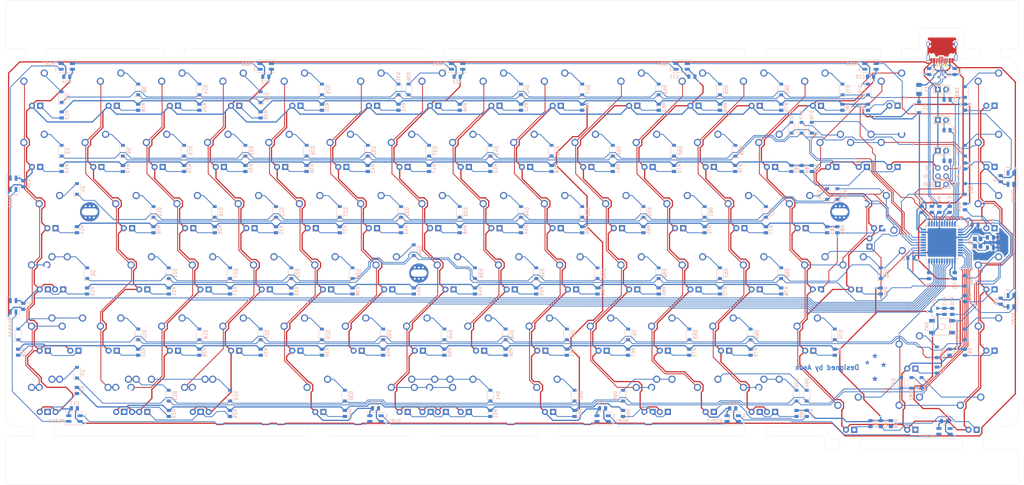
<source format=kicad_pcb>
(kicad_pcb (version 20171130) (host pcbnew "(5.1.5)-3")
  (layers (0 F.Cu signal) (31 B.Cu signal) (34 B.Paste user) (35 F.Paste user) (36 B.SilkS user) (37 F.SilkS user) (38 B.Mask user) (39 F.Mask user) (44 Edge.Cuts user))
  (net 0 "")
  (net 1 GND)
  (net 2 "Net-(C1-Pad1)")
  (net 3 "Net-(C2-Pad1)")
  (net 4 +5V)
  (net 5 "Net-(C7-Pad1)")
  (net 6 "Net-(D1-Pad2)")
  (net 7 ROW0)
  (net 8 "Net-(D2-Pad2)")
  (net 9 ROW1)
  (net 10 "Net-(D3-Pad2)")
  (net 11 ROW2)
  (net 12 "Net-(D4-Pad2)")
  (net 13 ROW3)
  (net 14 "Net-(D5-Pad2)")
  (net 15 ROW4)
  (net 16 "Net-(D6-Pad2)")
  (net 17 ROW5)
  (net 18 "Net-(D7-Pad2)")
  (net 19 "Net-(D8-Pad2)")
  (net 20 "Net-(D9-Pad2)")
  (net 21 "Net-(D10-Pad2)")
  (net 22 "Net-(D11-Pad2)")
  (net 23 "Net-(D12-Pad2)")
  (net 24 "Net-(D13-Pad2)")
  (net 25 "Net-(D14-Pad2)")
  (net 26 "Net-(D15-Pad2)")
  (net 27 "Net-(D16-Pad2)")
  (net 28 "Net-(D17-Pad2)")
  (net 29 "Net-(D18-Pad2)")
  (net 30 "Net-(D19-Pad2)")
  (net 31 "Net-(D20-Pad2)")
  (net 32 "Net-(D21-Pad2)")
  (net 33 "Net-(D22-Pad2)")
  (net 34 "Net-(D23-Pad2)")
  (net 35 "Net-(D24-Pad2)")
  (net 36 "Net-(D25-Pad2)")
  (net 37 "Net-(D26-Pad2)")
  (net 38 "Net-(D27-Pad2)")
  (net 39 "Net-(D28-Pad2)")
  (net 40 "Net-(D29-Pad2)")
  (net 41 "Net-(D30-Pad2)")
  (net 42 "Net-(D31-Pad2)")
  (net 43 "Net-(D32-Pad2)")
  (net 44 "Net-(D33-Pad2)")
  (net 45 "Net-(D34-Pad2)")
  (net 46 "Net-(D35-Pad2)")
  (net 47 "Net-(D36-Pad2)")
  (net 48 "Net-(D37-Pad2)")
  (net 49 "Net-(D38-Pad2)")
  (net 50 "Net-(D39-Pad2)")
  (net 51 "Net-(D40-Pad2)")
  (net 52 "Net-(D41-Pad2)")
  (net 53 "Net-(D42-Pad2)")
  (net 54 "Net-(D43-Pad2)")
  (net 55 "Net-(D44-Pad2)")
  (net 56 "Net-(D45-Pad2)")
  (net 57 "Net-(D46-Pad2)")
  (net 58 "Net-(D47-Pad2)")
  (net 59 "Net-(D48-Pad2)")
  (net 60 "Net-(D49-Pad2)")
  (net 61 "Net-(D50-Pad2)")
  (net 62 "Net-(D51-Pad2)")
  (net 63 "Net-(D52-Pad2)")
  (net 64 "Net-(D53-Pad2)")
  (net 65 "Net-(D54-Pad2)")
  (net 66 "Net-(D55-Pad2)")
  (net 67 "Net-(D56-Pad2)")
  (net 68 "Net-(D57-Pad2)")
  (net 69 "Net-(D58-Pad2)")
  (net 70 "Net-(D59-Pad2)")
  (net 71 "Net-(D60-Pad2)")
  (net 72 "Net-(D61-Pad2)")
  (net 73 "Net-(D62-Pad2)")
  (net 74 "Net-(D63-Pad2)")
  (net 75 "Net-(D64-Pad2)")
  (net 76 "Net-(D65-Pad2)")
  (net 77 "Net-(D66-Pad2)")
  (net 78 "Net-(D67-Pad2)")
  (net 79 "Net-(D68-Pad2)")
  (net 80 "Net-(D69-Pad2)")
  (net 81 "Net-(D70-Pad2)")
  (net 82 "Net-(D71-Pad2)")
  (net 83 "Net-(D72-Pad2)")
  (net 84 "Net-(D73-Pad2)")
  (net 85 "Net-(D74-Pad2)")
  (net 86 "Net-(D75-Pad2)")
  (net 87 "Net-(D76-Pad2)")
  (net 88 "Net-(D77-Pad2)")
  (net 89 "Net-(D78-Pad2)")
  (net 90 "Net-(D79-Pad2)")
  (net 91 "Net-(D80-Pad2)")
  (net 92 "Net-(D81-Pad2)")
  (net 93 "Net-(D82-Pad2)")
  (net 94 "Net-(D83-Pad2)")
  (net 95 "Net-(D84-Pad2)")
  (net 96 "Net-(D85-Pad2)")
  (net 97 "Net-(D86-Pad2)")
  (net 98 "Net-(D87-Pad2)")
  (net 99 "Net-(D88-Pad2)")
  (net 100 "Net-(D89-Pad2)")
  (net 101 "Net-(D90-Pad2)")
  (net 102 "Net-(D91-Pad2)")
  (net 103 VCC)
  (net 104 RESET)
  (net 105 "Net-(MX_.1-Pad4)")
  (net 106 "Net-(MX_,1-Pad4)")
  (net 107 "Net-(MX_#1-Pad4)")
  (net 108 COL1)
  (net 109 "Net-(MX_#2-Pad4)")
  (net 110 COL2)
  (net 111 "Net-(MX_#3-Pad4)")
  (net 112 COL3)
  (net 113 "Net-(MX_#4-Pad4)")
  (net 114 COL4)
  (net 115 "Net-(MX_#5-Pad4)")
  (net 116 COL5)
  (net 117 "Net-(MX_#6-Pad4)")
  (net 118 COL6)
  (net 119 "Net-(MX_#7-Pad4)")
  (net 120 COL7)
  (net 121 "Net-(MX_#8-Pad4)")
  (net 122 "Net-(MX_#9-Pad4)")
  (net 123 "Net-(MX_'1-Pad4)")
  (net 124 "Net-(MX_-1-Pad4)")
  (net 125 "Net-(MX_/1-Pad4)")
  (net 126 "Net-(MX_;1-Pad4)")
  (net 127 "Net-(MX_=1-Pad4)")
  (net 128 "Net-(MX_[1-Pad4)")
  (net 129 "Net-(MX_\\1-Pad4)")
  (net 130 "Net-(MX_]1-Pad4)")
  (net 131 "Net-(MX_`1-Pad4)")
  (net 132 COL0)
  (net 133 "Net-(MX_A1-Pad4)")
  (net 134 "Net-(MX_B1-Pad4)")
  (net 135 "Net-(MX_BCKSP1-Pad4)")
  (net 136 "Net-(MX_BCKSP3-Pad4)")
  (net 137 "Net-(MX_C1-Pad4)")
  (net 138 "Net-(MX_CAPS1-Pad4)")
  (net 139 "Net-(MX_D1-Pad4)")
  (net 140 "Net-(MX_DEL1-Pad4)")
  (net 141 "Net-(MX_DOWN1-Pad4)")
  (net 142 "Net-(MX_E1-Pad4)")
  (net 143 "Net-(MX_END1-Pad4)")
  (net 144 "Net-(MX_ENTER1-Pad4)")
  (net 145 "Net-(MX_ESC1-Pad4)")
  (net 146 "Net-(MX_F1-Pad4)")
  (net 147 "Net-(MX_F#1-Pad4)")
  (net 148 "Net-(MX_F#2-Pad4)")
  (net 149 "Net-(MX_F#3-Pad4)")
  (net 150 "Net-(MX_F#4-Pad4)")
  (net 151 "Net-(MX_F#5-Pad4)")
  (net 152 "Net-(MX_F#6-Pad4)")
  (net 153 "Net-(MX_F#7-Pad4)")
  (net 154 "Net-(MX_F#8-Pad4)")
  (net 155 "Net-(MX_F#9-Pad4)")
  (net 156 "Net-(MX_F#10-Pad4)")
  (net 157 "Net-(MX_F#11-Pad4)")
  (net 158 "Net-(MX_F#12-Pad4)")
  (net 159 "Net-(MX_G1-Pad4)")
  (net 160 "Net-(MX_H1-Pad4)")
  (net 161 "Net-(MX_HOME1-Pad4)")
  (net 162 "Net-(MX_I1-Pad4)")
  (net 163 "Net-(MX_J1-Pad4)")
  (net 164 "Net-(MX_K1-Pad4)")
  (net 165 "Net-(MX_L1-Pad4)")
  (net 166 "Net-(MX_LALT1-Pad4)")
  (net 167 "Net-(MX_LCTRL1-Pad4)")
  (net 168 "Net-(MX_LEFT1-Pad4)")
  (net 169 "Net-(MX_LSHIFT1-Pad4)")
  (net 170 "Net-(MX_LSHIFT3-Pad4)")
  (net 171 "Net-(MX_M1-Pad4)")
  (net 172 "Net-(MX_N1-Pad4)")
  (net 173 "Net-(MX_O1-Pad4)")
  (net 174 "Net-(MX_P1-Pad4)")
  (net 175 "Net-(MX_PAUSE1-Pad4)")
  (net 176 "Net-(MX_PGDN1-Pad4)")
  (net 177 "Net-(MX_PGUP1-Pad4)")
  (net 178 "Net-(MX_Q1-Pad4)")
  (net 179 "Net-(MX_R1-Pad4)")
  (net 180 "Net-(MX_RALT1-Pad4)")
  (net 181 "Net-(MX_RIGHT1-Pad4)")
  (net 182 "Net-(MX_RSHIFT1-Pad4)")
  (net 183 "Net-(MX_RWIN1-Pad4)")
  (net 184 "Net-(MX_S1-Pad4)")
  (net 185 "Net-(MX_SPACE1-Pad4)")
  (net 186 "Net-(MX_SPACE5-Pad4)")
  (net 187 "Net-(MX_SPACE6-Pad4)")
  (net 188 "Net-(MX_T1-Pad4)")
  (net 189 "Net-(MX_TAB1-Pad4)")
  (net 190 "Net-(MX_U1-Pad4)")
  (net 191 "Net-(MX_UP1-Pad4)")
  (net 192 "Net-(MX_V1-Pad4)")
  (net 193 "Net-(MX_W1-Pad4)")
  (net 194 "Net-(MX_X1-Pad4)")
  (net 195 "Net-(MX_Y1-Pad4)")
  (net 196 "Net-(MX_Z1-Pad4)")
  (net 197 LEDGND)
  (net 198 "Net-(Q1-Pad1)")
  (net 199 LEDIND1)
  (net 200 LEDIND2)
  (net 201 LEDIND3)
  (net 202 "Net-(R6-Pad2)")
  (net 203 "Net-(R7-Pad2)")
  (net 204 "Net-(R8-Pad2)")
  (net 205 D-)
  (net 206 "Net-(R9-Pad2)")
  (net 207 D+)
  (net 208 LEDMOS)
  (net 209 "Net-(U1-Pad42)")
  (net 210 "Net-(USB1-Pad3)")
  (net 211 "Net-(MX_#0-Pad4)")
  (net 212 "Net-(MX_RCTRL1-Pad4)")
  (net 213 ROW7)
  (net 214 ROW6)
  (net 215 "Net-(MX_LWIN1-Pad4)")
  (net 216 "Net-(R4-Pad2)")
  (net 217 ROW8)
  (net 218 ROW11)
  (net 219 ROW9)
  (net 220 ROW10)
  (net 221 "Net-(RGB1-Pad1)")
  (net 222 "Net-(RGB2-Pad1)")
  (net 223 "Net-(RGB3-Pad1)")
  (net 224 "Net-(RGB4-Pad1)")
  (net 225 "Net-(RGB5-Pad1)")
  (net 226 "Net-(RGB6-Pad1)")
  (net 227 "Net-(RGB7-Pad1)")
  (net 228 "Net-(RGB8-Pad1)")
  (net 229 "Net-(RGB10-Pad1)")
  (net 230 "Net-(RGB10-Pad3)")
  (net 231 "Net-(RGB11-Pad1)")
  (net 232 "Net-(RGB12-Pad1)")
  (net 233 "Net-(RGB13-Pad1)")
  (net 234 "Net-(RGB14-Pad1)")
  (net 235 RGBLED)
  (net 236 "Net-(USB1-Pad9)")
  (module silkscreen:southerncross-mask (layer B.Cu) (at 262.73125 -138.1125 180)
    (fp_text reference G*** hide)
    (fp_text value LOGO hide)
  )
  (module silkscreen:southerncross (layer B.Cu) (at 262.73125 -138.1125 180)
    (fp_text reference G*** hide)
    (fp_text value LOGO hide)
    (fp_poly (pts (xy 0.248515 4.470852) (xy 0.256679 4.448634) (xy 0.268838 4.413747) (xy 0.284407 4.367917) (xy 0.3028 4.312873) (xy 0.32343 4.250343) (xy 0.345714 4.182055) (xy 0.351798 4.163288) (xy 0.453828 3.8481) (xy 0.792064 3.843867) (xy 1.130301 3.839633) (xy 0.927101 3.692427) (xy 0.849488 3.636174) (xy 0.78451 3.588989) (xy 0.731069 3.550033) (xy 0.688068 3.518464) (xy 0.65441 3.493445) (xy 0.628997 3.474133) (xy 0.610732 3.45969) (xy 0.598518 3.449275) (xy 0.591257 3.442049) (xy 0.587852 3.437172) (xy 0.587206 3.433803) (xy 0.587542 3.432504) (xy 0.594221 3.413795) (xy 0.604779 3.38261) (xy 0.618534 3.341087) (xy 0.634802 3.291362) (xy 0.652902 3.235572) (xy 0.672151 3.175854) (xy 0.691867 3.114344) (xy 0.711368 3.05318) (xy 0.72997 2.994498) (xy 0.746992 2.940435) (xy 0.761751 2.893127) (xy 0.773564 2.854712) (xy 0.78175 2.827327) (xy 0.785626 2.813108) (xy 0.78583 2.811608) (xy 0.778647 2.814891) (xy 0.759296 2.827167) (xy 0.72926 2.847407) (xy 0.690022 2.874581) (xy 0.643063 2.90766) (xy 0.589867 2.945616) (xy 0.531914 2.987419) (xy 0.516854 2.998352) (xy 0.457736 3.041218) (xy 0.402877 3.080791) (xy 0.353788 3.115996) (xy 0.311979 3.14576) (xy 0.27896 3.169008) (xy 0.256241 3.184667) (xy 0.245333 3.191663) (xy 0.244648 3.191933) (xy 0.236723 3.187117) (xy 0.21663 3.173382) (xy 0.185875 3.151799) (xy 0.145963 3.12344) (xy 0.098401 3.089375) (xy 0.044693 3.050675) (xy -0.013655 3.008411) (xy -0.029084 2.9972) (xy -0.088271 2.954228) (xy -0.143091 2.914542) (xy -0.192057 2.87921) (xy -0.23368 2.849301) (xy -0.266471 2.825884) (xy -0.288943 2.810027) (xy -0.299607 2.8028) (xy -0.300262 2.802467) (xy -0.299256 2.809892) (xy -0.293793 2.829816) (xy -0.284884 2.85871) (xy -0.279077 2.87655) (xy -0.261919 2.928588) (xy -0.242881 2.986673) (xy -0.222653 3.048664) (xy -0.201927 3.112422) (xy -0.181392 3.175808) (xy -0.161738 3.236681) (xy -0.143657 3.292903) (xy -0.127839 3.342332) (xy -0.114973 3.38283) (xy -0.10575 3.412257) (xy -0.100861 3.428474) (xy -0.100303 3.430624) (xy -0.103805 3.437681) (xy -0.116561 3.450683) (xy -0.139313 3.470217) (xy -0.172803 3.496868) (xy -0.217774 3.531223) (xy -0.274967 3.573868) (xy -0.345126 3.625389) (xy -0.368299 3.642291) (xy -0.639233 3.839633) (xy -0.301261 3.843867) (xy 0.036711 3.8481) (xy 0.106966 4.064) (xy 0.127763 4.128026) (xy 0.148723 4.192757) (xy 0.168692 4.254618) (xy 0.186519 4.310037) (xy 0.201051 4.355438) (xy 0.208657 4.379383) (xy 0.221029 4.417353) (xy 0.231924 4.448608) (xy 0.240214 4.470064) (xy 0.244774 4.478634) (xy 0.244931 4.478671) (xy 0.248515 4.470852)) (layer B.Cu) (width 0.01))
    (fp_poly (pts (xy 2.595322 2.329314) (xy 2.603506 2.309319) (xy 2.613698 2.280509) (xy 2.618137 2.26695) (xy 2.626971 2.239407) (xy 2.639998 2.19886) (xy 2.656218 2.148422) (xy 2.674628 2.091207) (xy 2.694228 2.030326) (xy 2.709335 1.983424) (xy 2.778173 1.769749) (xy 3.0748 1.767524) (xy 3.371428 1.7653) (xy 3.148331 1.602913) (xy 3.093742 1.56317) (xy 3.043025 1.526231) (xy 2.997941 1.493377) (xy 2.960248 1.465893) (xy 2.931707 1.44506) (xy 2.914077 1.432161) (xy 2.909542 1.42882) (xy 2.905565 1.425019) (xy 2.903185 1.419433) (xy 2.902825 1.410415) (xy 2.904906 1.396319) (xy 2.90985 1.375498) (xy 2.91808 1.346306) (xy 2.930017 1.307096) (xy 2.946084 1.256221) (xy 2.966703 1.192036) (xy 2.983805 1.139125) (xy 3.004782 1.07385) (xy 3.023799 1.0138) (xy 3.040287 0.960842) (xy 3.053676 0.916844) (xy 3.063396 0.883673) (xy 3.068878 0.863197) (xy 3.069813 0.85719) (xy 3.062284 0.861039) (xy 3.0427 0.873772) (xy 3.012671 0.894267) (xy 2.973803 0.921405) (xy 2.927704 0.954065) (xy 2.875985 0.991127) (xy 2.834683 1.020986) (xy 2.779369 1.060857) (xy 2.728053 1.097343) (xy 2.682421 1.129282) (xy 2.64416 1.155515) (xy 2.614956 1.174881) (xy 2.596497 1.18622) (xy 2.590801 1.188763) (xy 2.581166 1.183947) (xy 2.559559 1.170251) (xy 2.527651 1.148825) (xy 2.48711 1.120821) (xy 2.439608 1.087388) (xy 2.386814 1.049679) (xy 2.343151 1.018119) (xy 2.288043 0.978275) (xy 2.23753 0.942115) (xy 2.19317 0.910725) (xy 2.156522 0.885194) (xy 2.129144 0.86661) (xy 2.112596 0.856061) (xy 2.108201 0.85416) (xy 2.110715 0.863532) (xy 2.117859 0.887104) (xy 2.129031 0.922974) (xy 2.143631 0.969236) (xy 2.161059 1.023986) (xy 2.180716 1.08532) (xy 2.197101 1.136175) (xy 2.218052 1.201174) (xy 2.237244 1.260946) (xy 2.254079 1.313609) (xy 2.267959 1.35728) (xy 2.278284 1.390079) (xy 2.284455 1.410121) (xy 2.286001 1.415689) (xy 2.279395 1.421466) (xy 2.260617 1.435991) (xy 2.23123 1.458104) (xy 2.192794 1.486643) (xy 2.146871 1.52045) (xy 2.09502 1.558364) (xy 2.047937 1.592603) (xy 1.809873 1.7653) (xy 2.106681 1.767524) (xy 2.403489 1.769749) (xy 2.479446 2.004591) (xy 2.499693 2.067268) (xy 2.518975 2.127106) (xy 2.536463 2.181516) (xy 2.551326 2.227912) (xy 2.562733 2.263706) (xy 2.569855 2.28631) (xy 2.570415 2.288116) (xy 2.579133 2.313839) (xy 2.586617 2.331483) (xy 2.590602 2.3368) (xy 2.595322 2.329314)) (layer B.Cu) (width 0.01))
    (fp_poly (pts (xy -2.484712 1.71167) (xy -2.476343 1.688088) (xy -2.464019 1.651949) (xy -2.448338 1.605038) (xy -2.429895 1.549144) (xy -2.409287 1.486052) (xy -2.387111 1.417551) (xy -2.382567 1.403444) (xy -2.282468 1.092389) (xy -1.604758 1.087967) (xy -1.862829 0.900185) (xy -1.921499 0.857485) (xy -1.976275 0.8176) (xy -2.025546 0.781704) (xy -2.067703 0.75097) (xy -2.101136 0.726574) (xy -2.124235 0.709687) (xy -2.13539 0.701484) (xy -2.135744 0.701218) (xy -2.139211 0.697515) (xy -2.141104 0.69159) (xy -2.141017 0.681919) (xy -2.13854 0.666972) (xy -2.133268 0.645224) (xy -2.124792 0.615147) (xy -2.112705 0.575213) (xy -2.096599 0.523897) (xy -2.076067 0.45967) (xy -2.050701 0.381005) (xy -2.048379 0.37382) (xy -2.025945 0.3041) (xy -2.00537 0.239547) (xy -1.987194 0.181905) (xy -1.971957 0.132915) (xy -1.960202 0.094319) (xy -1.952467 0.06786) (xy -1.949294 0.055279) (xy -1.949292 0.054485) (xy -1.956586 0.058601) (xy -1.976063 0.071669) (xy -2.006239 0.092638) (xy -2.045633 0.120461) (xy -2.09276 0.154087) (xy -2.146139 0.192469) (xy -2.204286 0.234557) (xy -2.220623 0.246428) (xy -2.294464 0.299773) (xy -2.357882 0.344834) (xy -2.410328 0.381241) (xy -2.451258 0.408626) (xy -2.480124 0.426619) (xy -2.49638 0.434848) (xy -2.499598 0.435193) (xy -2.508674 0.428942) (xy -2.529872 0.413858) (xy -2.561623 0.391074) (xy -2.602356 0.36172) (xy -2.650503 0.326927) (xy -2.704494 0.287828) (xy -2.762758 0.245554) (xy -2.770617 0.239846) (xy -2.828945 0.197539) (xy -2.882886 0.158531) (xy -2.930931 0.123907) (xy -2.971568 0.094749) (xy -3.003286 0.072143) (xy -3.024573 0.057172) (xy -3.033919 0.050919) (xy -3.034202 0.0508) (xy -3.033167 0.058301) (xy -3.027792 0.078617) (xy -3.018995 0.108467) (xy -3.009927 0.137583) (xy -2.999763 0.169362) (xy -2.985398 0.214039) (xy -2.967867 0.268409) (xy -2.948204 0.329265) (xy -2.927444 0.393403) (xy -2.908635 0.45141) (xy -2.889683 0.5106) (xy -2.872823 0.564786) (xy -2.858686 0.611818) (xy -2.847902 0.649543) (xy -2.841101 0.675811) (xy -2.838913 0.68847) (xy -2.839015 0.689045) (xy -2.846566 0.696211) (xy -2.866364 0.712125) (xy -2.896902 0.735654) (xy -2.936677 0.765664) (xy -2.984184 0.801024) (xy -3.037918 0.840598) (xy -3.096373 0.883254) (xy -3.110906 0.893801) (xy -3.378732 1.087967) (xy -3.038702 1.0922) (xy -2.698673 1.096433) (xy -2.596533 1.411874) (xy -2.573915 1.481125) (xy -2.552741 1.544799) (xy -2.5336 1.601215) (xy -2.517078 1.648693) (xy -2.503763 1.685551) (xy -2.494243 1.710107) (xy -2.489106 1.720683) (xy -2.48853 1.720907) (xy -2.484712 1.71167)) (layer B.Cu) (width 0.01))
    (fp_poly (pts (xy 0.248938 -2.531) (xy 0.256971 -2.553283) (xy 0.269085 -2.588429) (xy 0.284733 -2.634807) (xy 0.303368 -2.690789) (xy 0.324443 -2.754743) (xy 0.34741 -2.82504) (xy 0.36415 -2.876622) (xy 0.478533 -3.230033) (xy 0.851642 -3.234267) (xy 1.22475 -3.2385) (xy 0.926103 -3.4544) (xy 0.863469 -3.499861) (xy 0.805276 -3.54245) (xy 0.752925 -3.581115) (xy 0.707816 -3.614806) (xy 0.671352 -3.642471) (xy 0.644932 -3.663059) (xy 0.629959 -3.675519) (xy 0.627028 -3.678767) (xy 0.629473 -3.688361) (xy 0.636637 -3.712369) (xy 0.647989 -3.749107) (xy 0.662999 -3.796889) (xy 0.681135 -3.854033) (xy 0.701865 -3.918852) (xy 0.72466 -3.989663) (xy 0.740411 -4.038351) (xy 0.76419 -4.11186) (xy 0.78621 -4.180216) (xy 0.80595 -4.241775) (xy 0.822885 -4.294898) (xy 0.836496 -4.337943) (xy 0.846258 -4.369267) (xy 0.851652 -4.38723) (xy 0.852561 -4.390972) (xy 0.845603 -4.386463) (xy 0.826368 -4.372957) (xy 0.796245 -4.351456) (xy 0.756624 -4.322961) (xy 0.708895 -4.288474) (xy 0.654447 -4.248996) (xy 0.59467 -4.205528) (xy 0.550334 -4.173215) (xy 0.487418 -4.127525) (xy 0.428591 -4.085202) (xy 0.37528 -4.047244) (xy 0.328911 -4.014648) (xy 0.290912 -3.988412) (xy 0.262709 -3.969533) (xy 0.245729 -3.95901) (xy 0.2413 -3.957142) (xy 0.233363 -3.962438) (xy 0.213461 -3.976458) (xy 0.183316 -3.997953) (xy 0.144651 -4.025677) (xy 0.099187 -4.058384) (xy 0.048648 -4.094827) (xy -0.005244 -4.133758) (xy -0.060767 -4.173932) (xy -0.116198 -4.214102) (xy -0.169815 -4.253021) (xy -0.219896 -4.289442) (xy -0.264718 -4.322119) (xy -0.302559 -4.349804) (xy -0.331696 -4.371252) (xy -0.350407 -4.385215) (xy -0.355068 -4.388804) (xy -0.363707 -4.393829) (xy -0.362479 -4.385712) (xy -0.36224 -4.385066) (xy -0.356617 -4.368905) (xy -0.346857 -4.339634) (xy -0.333604 -4.299265) (xy -0.317503 -4.249809) (xy -0.299198 -4.193277) (xy -0.279332 -4.13168) (xy -0.25855 -4.067029) (xy -0.237496 -4.001336) (xy -0.216814 -3.936612) (xy -0.197148 -3.874868) (xy -0.179141 -3.818115) (xy -0.163439 -3.768365) (xy -0.150686 -3.727629) (xy -0.141524 -3.697917) (xy -0.1366 -3.681243) (xy -0.135927 -3.678381) (xy -0.142673 -3.67188) (xy -0.161779 -3.656559) (xy -0.191843 -3.633468) (xy -0.231465 -3.603655) (xy -0.279243 -3.568171) (xy -0.333776 -3.528064) (xy -0.393664 -3.484383) (xy -0.435035 -3.4544) (xy -0.733682 -3.2385) (xy -0.360574 -3.234267) (xy 0.012535 -3.230033) (xy 0.126918 -2.876622) (xy 0.150876 -2.802885) (xy 0.173321 -2.734362) (xy 0.193705 -2.672682) (xy 0.211481 -2.619474) (xy 0.226102 -2.57637) (xy 0.237022 -2.544999) (xy 0.243692 -2.526992) (xy 0.245534 -2.52321) (xy 0.248938 -2.531)) (layer B.Cu) (width 0.01))
  )
  (module MX_Only:MXOnly-7U-ReversedStabilizers (layer F.Cu) (at 134.9375 -129.38125)
    (fp_text reference MX_SPACE3)
    (fp_text value MX-LED)
    (pad "" np_thru_hole circle (at 57.15 -8.255) (size 3.9878 3.9878) (drill 3.9878) (layers *.Cu *.Mask))
    (pad "" np_thru_hole circle (at -57.15 -8.255) (size 3.9878 3.9878) (drill 3.9878) (layers *.Cu *.Mask))
    (pad "" np_thru_hole circle (at 57.15 6.985) (size 3.048 3.048) (drill 3.048) (layers *.Cu *.Mask))
    (pad "" np_thru_hole circle (at -57.15 6.985) (size 3.048 3.048) (drill 3.048) (layers *.Cu *.Mask))
    (pad "" np_thru_hole circle (at 5.08 0 48.0996) (size 1.75 1.75) (drill 1.75) (layers *.Cu *.Mask))
    (pad "" np_thru_hole circle (at -5.08 0 48.0996) (size 1.75 1.75) (drill 1.75) (layers *.Cu *.Mask))
    (pad 4 thru_hole rect (at 1.27 5.08) (size 1.905 1.905) (drill 1.04) (layers *.Cu B.Mask) (net 185 "Net-(MX_SPACE1-Pad4)"))
    (pad 3 thru_hole circle (at -1.27 5.08) (size 1.905 1.905) (drill 1.04) (layers *.Cu B.Mask) (net 4 +5V))
    (pad 1 thru_hole circle (at -3.81 -2.54) (size 2.25 2.25) (drill 1.47) (layers *.Cu B.Mask) (net 112 COL3))
    (pad "" np_thru_hole circle (at 0 0) (size 3.9878 3.9878) (drill 3.9878) (layers *.Cu *.Mask))
    (pad 2 thru_hole circle (at 2.54 -5.08) (size 2.25 2.25) (drill 1.47) (layers *.Cu B.Mask) (net 52 "Net-(D41-Pad2)"))
  )
  (module MX_Only:MXOnly-1U (layer F.Cu) (at 215.9 -148.43125)
    (fp_text reference MX_/1)
    (fp_text value MX-LED)
    (pad 2 thru_hole circle (at 2.54 -5.08) (size 2.25 2.25) (drill 1.47) (layers *.Cu B.Mask) (net 80 "Net-(D69-Pad2)"))
    (pad "" np_thru_hole circle (at 0 0) (size 3.9878 3.9878) (drill 3.9878) (layers *.Cu *.Mask))
    (pad 1 thru_hole circle (at -3.81 -2.54) (size 2.25 2.25) (drill 1.47) (layers *.Cu B.Mask) (net 116 COL5))
    (pad 3 thru_hole circle (at -1.27 5.08) (size 1.905 1.905) (drill 1.04) (layers *.Cu B.Mask) (net 4 +5V))
    (pad 4 thru_hole rect (at 1.27 5.08) (size 1.905 1.905) (drill 1.04) (layers *.Cu B.Mask) (net 125 "Net-(MX_/1-Pad4)"))
    (pad "" np_thru_hole circle (at -5.08 0 48.0996) (size 1.75 1.75) (drill 1.75) (layers *.Cu *.Mask))
    (pad "" np_thru_hole circle (at 5.08 0 48.0996) (size 1.75 1.75) (drill 1.75) (layers *.Cu *.Mask))
  )
  (module MX_Only:MXOnly-1U (layer F.Cu) (at 168.275 -167.48125)
    (fp_text reference MX_K1)
    (fp_text value MX-LED)
    (pad 2 thru_hole circle (at 2.54 -5.08) (size 2.25 2.25) (drill 1.47) (layers *.Cu B.Mask) (net 61 "Net-(D50-Pad2)"))
    (pad "" np_thru_hole circle (at 0 0) (size 3.9878 3.9878) (drill 3.9878) (layers *.Cu *.Mask))
    (pad 1 thru_hole circle (at -3.81 -2.54) (size 2.25 2.25) (drill 1.47) (layers *.Cu B.Mask) (net 114 COL4))
    (pad 3 thru_hole circle (at -1.27 5.08) (size 1.905 1.905) (drill 1.04) (layers *.Cu B.Mask) (net 4 +5V))
    (pad 4 thru_hole rect (at 1.27 5.08) (size 1.905 1.905) (drill 1.04) (layers *.Cu B.Mask) (net 164 "Net-(MX_K1-Pad4)"))
    (pad "" np_thru_hole circle (at -5.08 0 48.0996) (size 1.75 1.75) (drill 1.75) (layers *.Cu *.Mask))
    (pad "" np_thru_hole circle (at 5.08 0 48.0996) (size 1.75 1.75) (drill 1.75) (layers *.Cu *.Mask))
  )
  (module MX_Only:MXOnly-1U (layer F.Cu) (at 125.4125 -224.63125)
    (fp_text reference MX_F#6)
    (fp_text value MX-LED)
    (pad 2 thru_hole circle (at 2.54 -5.08) (size 2.25 2.25) (drill 1.47) (layers *.Cu B.Mask) (net 47 "Net-(D36-Pad2)"))
    (pad "" np_thru_hole circle (at 0 0) (size 3.9878 3.9878) (drill 3.9878) (layers *.Cu *.Mask))
    (pad 1 thru_hole circle (at -3.81 -2.54) (size 2.25 2.25) (drill 1.47) (layers *.Cu B.Mask) (net 112 COL3))
    (pad 3 thru_hole circle (at -1.27 5.08) (size 1.905 1.905) (drill 1.04) (layers *.Cu B.Mask) (net 4 +5V))
    (pad 4 thru_hole rect (at 1.27 5.08) (size 1.905 1.905) (drill 1.04) (layers *.Cu B.Mask) (net 152 "Net-(MX_F#6-Pad4)"))
    (pad "" np_thru_hole circle (at -5.08 0 48.0996) (size 1.75 1.75) (drill 1.75) (layers *.Cu *.Mask))
    (pad "" np_thru_hole circle (at 5.08 0 48.0996) (size 1.75 1.75) (drill 1.75) (layers *.Cu *.Mask))
  )
  (module MX_Only:MXOnly-1U (layer F.Cu) (at 1.5875 -224.63125)
    (fp_text reference MX_ESC1)
    (fp_text value MX-LED)
    (pad 2 thru_hole circle (at 2.54 -5.08) (size 2.25 2.25) (drill 1.47) (layers *.Cu B.Mask) (net 8 "Net-(D2-Pad2)"))
    (pad "" np_thru_hole circle (at 0 0) (size 3.9878 3.9878) (drill 3.9878) (layers *.Cu *.Mask))
    (pad 1 thru_hole circle (at -3.81 -2.54) (size 2.25 2.25) (drill 1.47) (layers *.Cu B.Mask) (net 132 COL0))
    (pad 3 thru_hole circle (at -1.27 5.08) (size 1.905 1.905) (drill 1.04) (layers *.Cu B.Mask) (net 4 +5V))
    (pad 4 thru_hole rect (at 1.27 5.08) (size 1.905 1.905) (drill 1.04) (layers *.Cu B.Mask) (net 145 "Net-(MX_ESC1-Pad4)"))
    (pad "" np_thru_hole circle (at -5.08 0 48.0996) (size 1.75 1.75) (drill 1.75) (layers *.Cu *.Mask))
    (pad "" np_thru_hole circle (at 5.08 0 48.0996) (size 1.75 1.75) (drill 1.75) (layers *.Cu *.Mask))
  )
  (module MX_Only:MXOnly-1U (layer F.Cu) (at 182.5625 -186.53125)
    (fp_text reference MX_O1)
    (fp_text value MX-LED)
    (pad 2 thru_hole circle (at 2.54 -5.08) (size 2.25 2.25) (drill 1.47) (layers *.Cu B.Mask) (net 66 "Net-(D55-Pad2)"))
    (pad "" np_thru_hole circle (at 0 0) (size 3.9878 3.9878) (drill 3.9878) (layers *.Cu *.Mask))
    (pad 1 thru_hole circle (at -3.81 -2.54) (size 2.25 2.25) (drill 1.47) (layers *.Cu B.Mask) (net 114 COL4))
    (pad 3 thru_hole circle (at -1.27 5.08) (size 1.905 1.905) (drill 1.04) (layers *.Cu B.Mask) (net 4 +5V))
    (pad 4 thru_hole rect (at 1.27 5.08) (size 1.905 1.905) (drill 1.04) (layers *.Cu B.Mask) (net 173 "Net-(MX_O1-Pad4)"))
    (pad "" np_thru_hole circle (at -5.08 0 48.0996) (size 1.75 1.75) (drill 1.75) (layers *.Cu *.Mask))
    (pad "" np_thru_hole circle (at 5.08 0 48.0996) (size 1.75 1.75) (drill 1.75) (layers *.Cu *.Mask))
  )
  (module MX_Only:MXOnly-1U (layer F.Cu) (at 268.2875 -224.63125)
    (fp_text reference MX_PAUSE1)
    (fp_text value MX-LED)
    (pad 2 thru_hole circle (at 2.54 -5.08) (size 2.25 2.25) (drill 1.47) (layers *.Cu B.Mask) (net 87 "Net-(D76-Pad2)"))
    (pad "" np_thru_hole circle (at 0 0) (size 3.9878 3.9878) (drill 3.9878) (layers *.Cu *.Mask))
    (pad 1 thru_hole circle (at -3.81 -2.54) (size 2.25 2.25) (drill 1.47) (layers *.Cu B.Mask) (net 118 COL6))
    (pad 3 thru_hole circle (at -1.27 5.08) (size 1.905 1.905) (drill 1.04) (layers *.Cu B.Mask) (net 4 +5V))
    (pad 4 thru_hole rect (at 1.27 5.08) (size 1.905 1.905) (drill 1.04) (layers *.Cu B.Mask) (net 175 "Net-(MX_PAUSE1-Pad4)"))
    (pad "" np_thru_hole circle (at -5.08 0 48.0996) (size 1.75 1.75) (drill 1.75) (layers *.Cu *.Mask))
    (pad "" np_thru_hole circle (at 5.08 0 48.0996) (size 1.75 1.75) (drill 1.75) (layers *.Cu *.Mask))
  )
  (module MX_Only:MXOnly-1U (layer F.Cu) (at 298.45 -167.48125)
    (fp_text reference MX_PGDN1)
    (fp_text value MX-LED)
    (pad 2 thru_hole circle (at 2.54 -5.08) (size 2.25 2.25) (drill 1.47) (layers *.Cu B.Mask) (net 100 "Net-(D89-Pad2)"))
    (pad "" np_thru_hole circle (at 0 0) (size 3.9878 3.9878) (drill 3.9878) (layers *.Cu *.Mask))
    (pad 1 thru_hole circle (at -3.81 -2.54) (size 2.25 2.25) (drill 1.47) (layers *.Cu B.Mask) (net 120 COL7))
    (pad 3 thru_hole circle (at -1.27 5.08) (size 1.905 1.905) (drill 1.04) (layers *.Cu B.Mask) (net 4 +5V))
    (pad 4 thru_hole rect (at 1.27 5.08) (size 1.905 1.905) (drill 1.04) (layers *.Cu B.Mask) (net 176 "Net-(MX_PGDN1-Pad4)"))
    (pad "" np_thru_hole circle (at -5.08 0 48.0996) (size 1.75 1.75) (drill 1.75) (layers *.Cu *.Mask))
    (pad "" np_thru_hole circle (at 5.08 0 48.0996) (size 1.75 1.75) (drill 1.75) (layers *.Cu *.Mask))
  )
  (module MX_Only:MXOnly-1U (layer F.Cu) (at 298.45 -224.63125)
    (fp_text reference MX_DEL1)
    (fp_text value MX-LED)
    (pad 2 thru_hole circle (at 2.54 -5.08) (size 2.25 2.25) (drill 1.47) (layers *.Cu B.Mask) (net 94 "Net-(D83-Pad2)"))
    (pad "" np_thru_hole circle (at 0 0) (size 3.9878 3.9878) (drill 3.9878) (layers *.Cu *.Mask))
    (pad 1 thru_hole circle (at -3.81 -2.54) (size 2.25 2.25) (drill 1.47) (layers *.Cu B.Mask) (net 120 COL7))
    (pad 3 thru_hole circle (at -1.27 5.08) (size 1.905 1.905) (drill 1.04) (layers *.Cu B.Mask) (net 4 +5V))
    (pad 4 thru_hole rect (at 1.27 5.08) (size 1.905 1.905) (drill 1.04) (layers *.Cu B.Mask) (net 140 "Net-(MX_DEL1-Pad4)"))
    (pad "" np_thru_hole circle (at -5.08 0 48.0996) (size 1.75 1.75) (drill 1.75) (layers *.Cu *.Mask))
    (pad "" np_thru_hole circle (at 5.08 0 48.0996) (size 1.75 1.75) (drill 1.75) (layers *.Cu *.Mask))
  )
  (module random-keyboard-parts:D_SOD-123-Pretty (layer B.Cu) (at 260.35 -224.63125 90)
    (fp_text reference D76 (at 0 -2.38125 90) (layer B.SilkS) (effects (justify mirror)))
    (fp_text value SOD-123)
    (pad 2 smd rect (at 1.65 0 90) (size 0.9 1.2) (layers B.Cu B.Paste B.Mask) (net 87 "Net-(D76-Pad2)"))
    (pad 1 smd rect (at -1.65 0 90) (size 0.9 1.2) (layers B.Cu B.Paste B.Mask) (net 9 ROW1))
  )
  (module Resistor_SMD:R_0805_2012Metric (layer B.Cu) (at 252.4125 -219.075 90)
    (fp_text reference R81 (at 0 1.65 90) (layer B.SilkS) (effects (justify mirror)))
    (fp_text value 1K)
    (pad 2 smd roundrect (at 0.9375 0 90) (size 0.975 1.4) (layers B.Cu B.Paste B.Mask) (net 197 LEDGND))
    (pad 1 smd roundrect (at -0.9375 0 90) (size 0.975 1.4) (layers B.Cu B.Paste B.Mask) (net 158 "Net-(MX_F#12-Pad4)"))
  )
  (module Resistor_SMD:R_0805_2012Metric (layer B.Cu) (at 279.4 -230.1875 90)
    (fp_text reference R7 (at 0 1.65 90) (layer B.SilkS) (effects (justify mirror)))
    (fp_text value 5.1K)
    (pad 2 smd roundrect (at 0.9375 0 90) (size 0.975 1.4) (layers B.Cu B.Paste B.Mask) (net 203 "Net-(R7-Pad2)"))
    (pad 1 smd roundrect (at -0.9375 0 90) (size 0.975 1.4) (layers B.Cu B.Paste B.Mask) (net 1 GND))
  )
  (module Type-C:HRO-TYPE-C-31-M-12-Assembly (layer F.Cu) (at 283.36875 -241.3 180)
    (fp_text reference USB1 (at 0 -9.25) (layer F.SilkS))
    (fp_text value HRO-TYPE-C-31-M-12)
    (pad 12 smd rect (at 3.225 -7.695 180) (size 0.6 1.45) (layers F.Cu F.Paste F.Mask) (net 1 GND))
    (pad 1 smd rect (at -3.225 -7.695 180) (size 0.6 1.45) (layers F.Cu F.Paste F.Mask) (net 1 GND))
    (pad 11 smd rect (at 2.45 -7.695 180) (size 0.6 1.45) (layers F.Cu F.Paste F.Mask) (net 103 VCC))
    (pad 2 smd rect (at -2.45 -7.695 180) (size 0.6 1.45) (layers F.Cu F.Paste F.Mask) (net 103 VCC))
    (pad 3 smd rect (at -1.75 -7.695 180) (size 0.3 1.45) (layers F.Cu F.Paste F.Mask) (net 210 "Net-(USB1-Pad3)"))
    (pad 10 smd rect (at 1.75 -7.695 180) (size 0.3 1.45) (layers F.Cu F.Paste F.Mask) (net 203 "Net-(R7-Pad2)"))
    (pad 4 smd rect (at -1.25 -7.695 180) (size 0.3 1.45) (layers F.Cu F.Paste F.Mask) (net 202 "Net-(R6-Pad2)"))
    (pad 9 smd rect (at 1.25 -7.695 180) (size 0.3 1.45) (layers F.Cu F.Paste F.Mask) (net 236 "Net-(USB1-Pad9)"))
    (pad 5 smd rect (at -0.75 -7.695 180) (size 0.3 1.45) (layers F.Cu F.Paste F.Mask) (net 204 "Net-(R8-Pad2)"))
    (pad 8 smd rect (at 0.75 -7.695 180) (size 0.3 1.45) (layers F.Cu F.Paste F.Mask) (net 206 "Net-(R9-Pad2)"))
    (pad 7 smd rect (at 0.25 -7.695 180) (size 0.3 1.45) (layers F.Cu F.Paste F.Mask) (net 204 "Net-(R8-Pad2)"))
    (pad 6 smd rect (at -0.25 -7.695 180) (size 0.3 1.45) (layers F.Cu F.Paste F.Mask) (net 206 "Net-(R9-Pad2)"))
    (pad "" np_thru_hole circle (at 2.89 -6.25 180) (size 0.65 0.65) (drill 0.65) (layers *.Cu *.Mask))
    (pad "" np_thru_hole circle (at -2.89 -6.25 180) (size 0.65 0.65) (drill 0.65) (layers *.Cu *.Mask))
    (pad 13 thru_hole oval (at -4.32 -6.78 180) (size 1 2.1) (drill oval 0.6 1.7) (layers *.Cu *.Mask) (net 1 GND))
    (pad 13 thru_hole oval (at 4.32 -6.78 180) (size 1 2.1) (drill oval 0.6 1.7) (layers *.Cu *.Mask) (net 1 GND))
    (pad 13 thru_hole oval (at -4.32 -2.6 180) (size 1 1.6) (drill oval 0.6 1.2) (layers *.Cu *.Mask) (net 1 GND))
    (pad 13 thru_hole oval (at 4.32 -2.6 180) (size 1 1.6) (drill oval 0.6 1.2) (layers *.Cu *.Mask) (net 1 GND))
  )
  (module random-keyboard-parts:breakaway-mousebites (layer F.Cu) (at 3.96875 -119.856552 180)
    (fp_text reference Tab13)
    (fp_text value BreakawayTabs)
    (pad "" np_thru_hole circle (at -2.54 -0.254 180) (size 0.7874 0.7874) (drill 0.7874) (layers *.Cu *.Mask))
    (pad "" np_thru_hole circle (at -1.27 -0.254 180) (size 0.7874 0.7874) (drill 0.7874) (layers *.Cu *.Mask))
    (pad "" np_thru_hole circle (at 2.54 -0.254 180) (size 0.7874 0.7874) (drill 0.7874) (layers *.Cu *.Mask))
    (pad "" np_thru_hole circle (at 1.27 -0.254 180) (size 0.7874 0.7874) (drill 0.7874) (layers *.Cu *.Mask))
    (pad "" np_thru_hole circle (at 0 -0.254 180) (size 0.7874 0.7874) (drill 0.7874) (layers *.Cu *.Mask))
  )
  (module random-keyboard-parts:breakaway-mousebites (layer F.Cu) (at 89.69375 -119.856552 180)
    (fp_text reference Tab12)
    (fp_text value BreakawayTabs)
    (pad "" np_thru_hole circle (at -2.54 -0.254 180) (size 0.7874 0.7874) (drill 0.7874) (layers *.Cu *.Mask))
    (pad "" np_thru_hole circle (at -1.27 -0.254 180) (size 0.7874 0.7874) (drill 0.7874) (layers *.Cu *.Mask))
    (pad "" np_thru_hole circle (at 2.54 -0.254 180) (size 0.7874 0.7874) (drill 0.7874) (layers *.Cu *.Mask))
    (pad "" np_thru_hole circle (at 1.27 -0.254 180) (size 0.7874 0.7874) (drill 0.7874) (layers *.Cu *.Mask))
    (pad "" np_thru_hole circle (at 0 -0.254 180) (size 0.7874 0.7874) (drill 0.7874) (layers *.Cu *.Mask))
  )
  (module random-keyboard-parts:breakaway-mousebites (layer F.Cu) (at 122.2375 -119.856552 180)
    (fp_text reference Tab11)
    (fp_text value BreakawayTabs)
    (pad "" np_thru_hole circle (at -2.54 -0.254 180) (size 0.7874 0.7874) (drill 0.7874) (layers *.Cu *.Mask))
    (pad "" np_thru_hole circle (at -1.27 -0.254 180) (size 0.7874 0.7874) (drill 0.7874) (layers *.Cu *.Mask))
    (pad "" np_thru_hole circle (at 2.54 -0.254 180) (size 0.7874 0.7874) (drill 0.7874) (layers *.Cu *.Mask))
    (pad "" np_thru_hole circle (at 1.27 -0.254 180) (size 0.7874 0.7874) (drill 0.7874) (layers *.Cu *.Mask))
    (pad "" np_thru_hole circle (at 0 -0.254 180) (size 0.7874 0.7874) (drill 0.7874) (layers *.Cu *.Mask))
  )
  (module random-keyboard-parts:breakaway-mousebites (layer F.Cu) (at 161.13125 -119.856552 180)
    (fp_text reference Tab10)
    (fp_text value BreakawayTabs)
    (pad "" np_thru_hole circle (at -2.54 -0.254 180) (size 0.7874 0.7874) (drill 0.7874) (layers *.Cu *.Mask))
    (pad "" np_thru_hole circle (at -1.27 -0.254 180) (size 0.7874 0.7874) (drill 0.7874) (layers *.Cu *.Mask))
    (pad "" np_thru_hole circle (at 2.54 -0.254 180) (size 0.7874 0.7874) (drill 0.7874) (layers *.Cu *.Mask))
    (pad "" np_thru_hole circle (at 1.27 -0.254 180) (size 0.7874 0.7874) (drill 0.7874) (layers *.Cu *.Mask))
    (pad "" np_thru_hole circle (at 0 -0.254 180) (size 0.7874 0.7874) (drill 0.7874) (layers *.Cu *.Mask))
  )
  (module random-keyboard-parts:breakaway-mousebites (layer F.Cu) (at 225.425 -119.85625 180)
    (fp_text reference Tab9)
    (fp_text value BreakawayTabs)
    (pad "" np_thru_hole circle (at -2.54 -0.254 180) (size 0.7874 0.7874) (drill 0.7874) (layers *.Cu *.Mask))
    (pad "" np_thru_hole circle (at -1.27 -0.254 180) (size 0.7874 0.7874) (drill 0.7874) (layers *.Cu *.Mask))
    (pad "" np_thru_hole circle (at 2.54 -0.254 180) (size 0.7874 0.7874) (drill 0.7874) (layers *.Cu *.Mask))
    (pad "" np_thru_hole circle (at 1.27 -0.254 180) (size 0.7874 0.7874) (drill 0.7874) (layers *.Cu *.Mask))
    (pad "" np_thru_hole circle (at 0 -0.254 180) (size 0.7874 0.7874) (drill 0.7874) (layers *.Cu *.Mask))
  )
  (module random-keyboard-parts:breakaway-mousebites (layer F.Cu) (at 254.79375 -115.8875 180)
    (fp_text reference Tab8)
    (fp_text value BreakawayTabs)
    (pad "" np_thru_hole circle (at -2.54 -0.254 180) (size 0.7874 0.7874) (drill 0.7874) (layers *.Cu *.Mask))
    (pad "" np_thru_hole circle (at -1.27 -0.254 180) (size 0.7874 0.7874) (drill 0.7874) (layers *.Cu *.Mask))
    (pad "" np_thru_hole circle (at 2.54 -0.254 180) (size 0.7874 0.7874) (drill 0.7874) (layers *.Cu *.Mask))
    (pad "" np_thru_hole circle (at 1.27 -0.254 180) (size 0.7874 0.7874) (drill 0.7874) (layers *.Cu *.Mask))
    (pad "" np_thru_hole circle (at 0 -0.254 180) (size 0.7874 0.7874) (drill 0.7874) (layers *.Cu *.Mask))
  )
  (module random-keyboard-parts:breakaway-mousebites (layer F.Cu) (at 292.89375 -115.8875 180)
    (fp_text reference Tab7)
    (fp_text value BreakawayTabs)
    (pad "" np_thru_hole circle (at -2.54 -0.254 180) (size 0.7874 0.7874) (drill 0.7874) (layers *.Cu *.Mask))
    (pad "" np_thru_hole circle (at -1.27 -0.254 180) (size 0.7874 0.7874) (drill 0.7874) (layers *.Cu *.Mask))
    (pad "" np_thru_hole circle (at 2.54 -0.254 180) (size 0.7874 0.7874) (drill 0.7874) (layers *.Cu *.Mask))
    (pad "" np_thru_hole circle (at 1.27 -0.254 180) (size 0.7874 0.7874) (drill 0.7874) (layers *.Cu *.Mask))
    (pad "" np_thru_hole circle (at 0 -0.254 180) (size 0.7874 0.7874) (drill 0.7874) (layers *.Cu *.Mask))
  )
  (module random-keyboard-parts:breakaway-mousebites (layer F.Cu) (at 298.45 -234.15625)
    (fp_text reference Tab6)
    (fp_text value BreakawayTabs)
    (pad "" np_thru_hole circle (at -2.54 -0.254) (size 0.7874 0.7874) (drill 0.7874) (layers *.Cu *.Mask))
    (pad "" np_thru_hole circle (at -1.27 -0.254) (size 0.7874 0.7874) (drill 0.7874) (layers *.Cu *.Mask))
    (pad "" np_thru_hole circle (at 2.54 -0.254) (size 0.7874 0.7874) (drill 0.7874) (layers *.Cu *.Mask))
    (pad "" np_thru_hole circle (at 1.27 -0.254) (size 0.7874 0.7874) (drill 0.7874) (layers *.Cu *.Mask))
    (pad "" np_thru_hole circle (at 0 -0.254) (size 0.7874 0.7874) (drill 0.7874) (layers *.Cu *.Mask))
  )
  (module random-keyboard-parts:breakaway-mousebites (layer F.Cu) (at 267.49375 -234.15625)
    (fp_text reference Tab5)
    (fp_text value BreakawayTabs)
    (pad "" np_thru_hole circle (at -2.54 -0.254) (size 0.7874 0.7874) (drill 0.7874) (layers *.Cu *.Mask))
    (pad "" np_thru_hole circle (at -1.27 -0.254) (size 0.7874 0.7874) (drill 0.7874) (layers *.Cu *.Mask))
    (pad "" np_thru_hole circle (at 2.54 -0.254) (size 0.7874 0.7874) (drill 0.7874) (layers *.Cu *.Mask))
    (pad "" np_thru_hole circle (at 1.27 -0.254) (size 0.7874 0.7874) (drill 0.7874) (layers *.Cu *.Mask))
    (pad "" np_thru_hole circle (at 0 -0.254) (size 0.7874 0.7874) (drill 0.7874) (layers *.Cu *.Mask))
  )
  (module random-keyboard-parts:breakaway-mousebites (layer F.Cu) (at 225.425 -234.15625)
    (fp_text reference Tab4)
    (fp_text value BreakawayTabs)
    (pad "" np_thru_hole circle (at -2.54 -0.254) (size 0.7874 0.7874) (drill 0.7874) (layers *.Cu *.Mask))
    (pad "" np_thru_hole circle (at -1.27 -0.254) (size 0.7874 0.7874) (drill 0.7874) (layers *.Cu *.Mask))
    (pad "" np_thru_hole circle (at 2.54 -0.254) (size 0.7874 0.7874) (drill 0.7874) (layers *.Cu *.Mask))
    (pad "" np_thru_hole circle (at 1.27 -0.254) (size 0.7874 0.7874) (drill 0.7874) (layers *.Cu *.Mask))
    (pad "" np_thru_hole circle (at 0 -0.254) (size 0.7874 0.7874) (drill 0.7874) (layers *.Cu *.Mask))
  )
  (module random-keyboard-parts:breakaway-mousebites (layer F.Cu) (at 125.4125 -234.15625)
    (fp_text reference Tab3)
    (fp_text value BreakawayTabs)
    (pad "" np_thru_hole circle (at -2.54 -0.254) (size 0.7874 0.7874) (drill 0.7874) (layers *.Cu *.Mask))
    (pad "" np_thru_hole circle (at -1.27 -0.254) (size 0.7874 0.7874) (drill 0.7874) (layers *.Cu *.Mask))
    (pad "" np_thru_hole circle (at 2.54 -0.254) (size 0.7874 0.7874) (drill 0.7874) (layers *.Cu *.Mask))
    (pad "" np_thru_hole circle (at 1.27 -0.254) (size 0.7874 0.7874) (drill 0.7874) (layers *.Cu *.Mask))
    (pad "" np_thru_hole circle (at 0 -0.254) (size 0.7874 0.7874) (drill 0.7874) (layers *.Cu *.Mask))
  )
  (module random-keyboard-parts:breakaway-mousebites (layer F.Cu) (at 44.45 -234.15625)
    (fp_text reference Tab2)
    (fp_text value BreakawayTabs)
    (pad "" np_thru_hole circle (at -2.54 -0.254) (size 0.7874 0.7874) (drill 0.7874) (layers *.Cu *.Mask))
    (pad "" np_thru_hole circle (at -1.27 -0.254) (size 0.7874 0.7874) (drill 0.7874) (layers *.Cu *.Mask))
    (pad "" np_thru_hole circle (at 2.54 -0.254) (size 0.7874 0.7874) (drill 0.7874) (layers *.Cu *.Mask))
    (pad "" np_thru_hole circle (at 1.27 -0.254) (size 0.7874 0.7874) (drill 0.7874) (layers *.Cu *.Mask))
    (pad "" np_thru_hole circle (at 0 -0.254) (size 0.7874 0.7874) (drill 0.7874) (layers *.Cu *.Mask))
  )
  (module random-keyboard-parts:breakaway-mousebites (layer F.Cu) (at 1.5875 -234.15625)
    (fp_text reference Tab1)
    (fp_text value BreakawayTabs)
    (pad "" np_thru_hole circle (at -2.54 -0.254) (size 0.7874 0.7874) (drill 0.7874) (layers *.Cu *.Mask))
    (pad "" np_thru_hole circle (at -1.27 -0.254) (size 0.7874 0.7874) (drill 0.7874) (layers *.Cu *.Mask))
    (pad "" np_thru_hole circle (at 2.54 -0.254) (size 0.7874 0.7874) (drill 0.7874) (layers *.Cu *.Mask))
    (pad "" np_thru_hole circle (at 1.27 -0.254) (size 0.7874 0.7874) (drill 0.7874) (layers *.Cu *.Mask))
    (pad "" np_thru_hole circle (at 0 -0.254) (size 0.7874 0.7874) (drill 0.7874) (layers *.Cu *.Mask))
  )
  (module random-keyboard-parts:D_SOD-123-Pretty (layer B.Cu) (at 290.5125 -223.8375 90)
    (fp_text reference D83 (at 0 -2.38125 90) (layer B.SilkS) (effects (justify mirror)))
    (fp_text value SOD-123)
    (pad 2 smd rect (at 1.65 0 90) (size 0.9 1.2) (layers B.Cu B.Paste B.Mask) (net 94 "Net-(D83-Pad2)"))
    (pad 1 smd rect (at -1.65 0 90) (size 0.9 1.2) (layers B.Cu B.Paste B.Mask) (net 9 ROW1))
  )
  (module Resistor_SMD:R_0805_2012Metric (layer B.Cu) (at 260.35 -219.075 90)
    (fp_text reference R86 (at 0 -1.5875 90) (layer B.SilkS) (effects (justify mirror)))
    (fp_text value 1K)
    (pad 2 smd roundrect (at 0.9375 0 90) (size 0.975 1.4) (layers B.Cu B.Paste B.Mask) (net 197 LEDGND))
    (pad 1 smd roundrect (at -0.9375 0 90) (size 0.975 1.4) (layers B.Cu B.Paste B.Mask) (net 175 "Net-(MX_PAUSE1-Pad4)"))
  )
  (module MX_Only:MXOnly-1U (layer F.Cu) (at 298.45 -186.53125)
    (fp_text reference MX_PGUP1)
    (fp_text value MX-LED)
    (pad "" np_thru_hole circle (at 5.08 0 48.0996) (size 1.75 1.75) (drill 1.75) (layers *.Cu *.Mask))
    (pad "" np_thru_hole circle (at -5.08 0 48.0996) (size 1.75 1.75) (drill 1.75) (layers *.Cu *.Mask))
    (pad 4 thru_hole rect (at 1.27 5.08) (size 1.905 1.905) (drill 1.04) (layers *.Cu B.Mask) (net 177 "Net-(MX_PGUP1-Pad4)"))
    (pad 3 thru_hole circle (at -1.27 5.08) (size 1.905 1.905) (drill 1.04) (layers *.Cu B.Mask) (net 4 +5V))
    (pad 1 thru_hole circle (at -3.81 -2.54) (size 2.25 2.25) (drill 1.47) (layers *.Cu B.Mask) (net 120 COL7))
    (pad "" np_thru_hole circle (at 0 0) (size 3.9878 3.9878) (drill 3.9878) (layers *.Cu *.Mask))
    (pad 2 thru_hole circle (at 2.54 -5.08) (size 2.25 2.25) (drill 1.47) (layers *.Cu B.Mask) (net 96 "Net-(D85-Pad2)"))
  )
  (module MX_Only:MXOnly-1U (layer F.Cu) (at 268.2875 -205.58125)
    (fp_text reference MX_BCKSP2)
    (fp_text value MX-LED)
    (pad 2 thru_hole circle (at 2.54 -5.08) (size 2.25 2.25) (drill 1.47) (layers *.Cu B.Mask) (net 90 "Net-(D79-Pad2)"))
    (pad "" np_thru_hole circle (at 0 0) (size 3.9878 3.9878) (drill 3.9878) (layers *.Cu *.Mask))
    (pad 1 thru_hole circle (at -3.81 -2.54) (size 2.25 2.25) (drill 1.47) (layers *.Cu B.Mask) (net 120 COL7))
    (pad 3 thru_hole circle (at -1.27 5.08) (size 1.905 1.905) (drill 1.04) (layers *.Cu B.Mask) (net 4 +5V))
    (pad 4 thru_hole rect (at 1.27 5.08) (size 1.905 1.905) (drill 1.04) (layers *.Cu B.Mask) (net 135 "Net-(MX_BCKSP1-Pad4)"))
    (pad "" np_thru_hole circle (at -5.08 0 48.0996) (size 1.75 1.75) (drill 1.75) (layers *.Cu *.Mask))
    (pad "" np_thru_hole circle (at 5.08 0 48.0996) (size 1.75 1.75) (drill 1.75) (layers *.Cu *.Mask))
  )
  (module MX_Only:MXOnly-1U (layer F.Cu) (at 249.2375 -205.58125)
    (fp_text reference MX_BCKSP3)
    (fp_text value MX-LED)
    (pad 2 thru_hole circle (at 2.54 -5.08) (size 2.25 2.25) (drill 1.47) (layers *.Cu B.Mask) (net 88 "Net-(D77-Pad2)"))
    (pad "" np_thru_hole circle (at 0 0) (size 3.9878 3.9878) (drill 3.9878) (layers *.Cu *.Mask))
    (pad 1 thru_hole circle (at -3.81 -2.54) (size 2.25 2.25) (drill 1.47) (layers *.Cu B.Mask) (net 118 COL6))
    (pad 3 thru_hole circle (at -1.27 5.08) (size 1.905 1.905) (drill 1.04) (layers *.Cu B.Mask) (net 4 +5V))
    (pad 4 thru_hole rect (at 1.27 5.08) (size 1.905 1.905) (drill 1.04) (layers *.Cu B.Mask) (net 136 "Net-(MX_BCKSP3-Pad4)"))
    (pad "" np_thru_hole circle (at -5.08 0 48.0996) (size 1.75 1.75) (drill 1.75) (layers *.Cu *.Mask))
    (pad "" np_thru_hole circle (at 5.08 0 48.0996) (size 1.75 1.75) (drill 1.75) (layers *.Cu *.Mask))
  )
  (module Package_QFP:TQFP-44_10x10mm_P0.8mm (layer B.Cu) (at 283.36875 -177.00625 270)
    (fp_text reference U1 (at 0 7.45 90) (layer B.SilkS) (effects (justify mirror)))
    (fp_text value ATmega32U4-AU)
    (pad 44 smd rect (at -4 5.7 180) (size 1.5 0.55) (layers B.Cu B.Paste B.Mask) (net 4 +5V))
    (pad 43 smd rect (at -3.2 5.7 180) (size 1.5 0.55) (layers B.Cu B.Paste B.Mask) (net 1 GND))
    (pad 42 smd rect (at -2.4 5.7 180) (size 1.5 0.55) (layers B.Cu B.Paste B.Mask) (net 209 "Net-(U1-Pad42)"))
    (pad 41 smd rect (at -1.6 5.7 180) (size 1.5 0.55) (layers B.Cu B.Paste B.Mask) (net 11 ROW2))
    (pad 40 smd rect (at -0.8 5.7 180) (size 1.5 0.55) (layers B.Cu B.Paste B.Mask) (net 13 ROW3))
    (pad 39 smd rect (at 0 5.7 180) (size 1.5 0.55) (layers B.Cu B.Paste B.Mask) (net 15 ROW4))
    (pad 38 smd rect (at 0.8 5.7 180) (size 1.5 0.55) (layers B.Cu B.Paste B.Mask) (net 17 ROW5))
    (pad 37 smd rect (at 1.6 5.7 180) (size 1.5 0.55) (layers B.Cu B.Paste B.Mask) (net 214 ROW6))
    (pad 36 smd rect (at 2.4 5.7 180) (size 1.5 0.55) (layers B.Cu B.Paste B.Mask) (net 213 ROW7))
    (pad 35 smd rect (at 3.2 5.7 180) (size 1.5 0.55) (layers B.Cu B.Paste B.Mask) (net 1 GND))
    (pad 34 smd rect (at 4 5.7 180) (size 1.5 0.55) (layers B.Cu B.Paste B.Mask) (net 4 +5V))
    (pad 33 smd rect (at 5.7 4 270) (size 1.5 0.55) (layers B.Cu B.Paste B.Mask) (net 216 "Net-(R4-Pad2)"))
    (pad 32 smd rect (at 5.7 3.2 270) (size 1.5 0.55) (layers B.Cu B.Paste B.Mask) (net 132 COL0))
    (pad 31 smd rect (at 5.7 2.4 270) (size 1.5 0.55) (layers B.Cu B.Paste B.Mask) (net 108 COL1))
    (pad 30 smd rect (at 5.7 1.6 270) (size 1.5 0.55) (layers B.Cu B.Paste B.Mask) (net 110 COL2))
    (pad 29 smd rect (at 5.7 0.8 270) (size 1.5 0.55) (layers B.Cu B.Paste B.Mask) (net 112 COL3))
    (pad 28 smd rect (at 5.7 0 270) (size 1.5 0.55) (layers B.Cu B.Paste B.Mask) (net 114 COL4))
    (pad 27 smd rect (at 5.7 -0.8 270) (size 1.5 0.55) (layers B.Cu B.Paste B.Mask) (net 116 COL5))
    (pad 26 smd rect (at 5.7 -1.6 270) (size 1.5 0.55) (layers B.Cu B.Paste B.Mask) (net 118 COL6))
    (pad 25 smd rect (at 5.7 -2.4 270) (size 1.5 0.55) (layers B.Cu B.Paste B.Mask) (net 120 COL7))
    (pad 24 smd rect (at 5.7 -3.2 270) (size 1.5 0.55) (layers B.Cu B.Paste B.Mask) (net 4 +5V))
    (pad 23 smd rect (at 5.7 -4 270) (size 1.5 0.55) (layers B.Cu B.Paste B.Mask) (net 1 GND))
    (pad 22 smd rect (at 4 -5.7 180) (size 1.5 0.55) (layers B.Cu B.Paste B.Mask) (net 219 ROW9))
    (pad 21 smd rect (at 3.2 -5.7 180) (size 1.5 0.55) (layers B.Cu B.Paste B.Mask) (net 217 ROW8))
    (pad 20 smd rect (at 2.4 -5.7 180) (size 1.5 0.55) (layers B.Cu B.Paste B.Mask) (net 220 ROW10))
    (pad 19 smd rect (at 1.6 -5.7 180) (size 1.5 0.55) (layers B.Cu B.Paste B.Mask) (net 218 ROW11))
    (pad 18 smd rect (at 0.8 -5.7 180) (size 1.5 0.55) (layers B.Cu B.Paste B.Mask) (net 235 RGBLED))
    (pad 17 smd rect (at 0 -5.7 180) (size 1.5 0.55) (layers B.Cu B.Paste B.Mask) (net 2 "Net-(C1-Pad1)"))
    (pad 16 smd rect (at -0.8 -5.7 180) (size 1.5 0.55) (layers B.Cu B.Paste B.Mask) (net 3 "Net-(C2-Pad1)"))
    (pad 15 smd rect (at -1.6 -5.7 180) (size 1.5 0.55) (layers B.Cu B.Paste B.Mask) (net 1 GND))
    (pad 14 smd rect (at -2.4 -5.7 180) (size 1.5 0.55) (layers B.Cu B.Paste B.Mask) (net 4 +5V))
    (pad 13 smd rect (at -3.2 -5.7 180) (size 1.5 0.55) (layers B.Cu B.Paste B.Mask) (net 104 RESET))
    (pad 12 smd rect (at -4 -5.7 180) (size 1.5 0.55) (layers B.Cu B.Paste B.Mask) (net 208 LEDMOS))
    (pad 11 smd rect (at -5.7 -4 270) (size 1.5 0.55) (layers B.Cu B.Paste B.Mask) (net 9 ROW1))
    (pad 10 smd rect (at -5.7 -3.2 270) (size 1.5 0.55) (layers B.Cu B.Paste B.Mask) (net 199 LEDIND1))
    (pad 9 smd rect (at -5.7 -2.4 270) (size 1.5 0.55) (layers B.Cu B.Paste B.Mask) (net 200 LEDIND2))
    (pad 8 smd rect (at -5.7 -1.6 270) (size 1.5 0.55) (layers B.Cu B.Paste B.Mask) (net 201 LEDIND3))
    (pad 7 smd rect (at -5.7 -0.8 270) (size 1.5 0.55) (layers B.Cu B.Paste B.Mask) (net 4 +5V))
    (pad 6 smd rect (at -5.7 0 270) (size 1.5 0.55) (layers B.Cu B.Paste B.Mask) (net 5 "Net-(C7-Pad1)"))
    (pad 5 smd rect (at -5.7 0.8 270) (size 1.5 0.55) (layers B.Cu B.Paste B.Mask) (net 1 GND))
    (pad 4 smd rect (at -5.7 1.6 270) (size 1.5 0.55) (layers B.Cu B.Paste B.Mask) (net 207 D+))
    (pad 3 smd rect (at -5.7 2.4 270) (size 1.5 0.55) (layers B.Cu B.Paste B.Mask) (net 205 D-))
    (pad 2 smd rect (at -5.7 3.2 270) (size 1.5 0.55) (layers B.Cu B.Paste B.Mask) (net 4 +5V))
    (pad 1 smd rect (at -5.7 4 270) (size 1.5 0.55) (layers B.Cu B.Paste B.Mask) (net 7 ROW0))
  )
  (module MX_Only:MXOnly-ISO-ROTATED-ReversedStabilizers (layer F.Cu) (at 265.90625 -177.00625)
    (fp_text reference MX_ENTER2)
    (fp_text value MX-LED)
    (pad "" np_thru_hole circle (at -8.255 -11.938) (size 3.9878 3.9878) (drill 3.9878) (layers *.Cu *.Mask))
    (pad "" np_thru_hole circle (at -8.255 11.938) (size 3.9878 3.9878) (drill 3.9878) (layers *.Cu *.Mask))
    (pad "" np_thru_hole circle (at 6.985 -11.938) (size 3.048 3.048) (drill 3.048) (layers *.Cu *.Mask))
    (pad "" np_thru_hole circle (at 6.985 11.938) (size 3.048 3.048) (drill 3.048) (layers *.Cu *.Mask))
    (pad "" np_thru_hole circle (at 0 5.08 48.0996) (size 1.75 1.75) (drill 1.75) (layers *.Cu *.Mask))
    (pad "" np_thru_hole circle (at 0 -5.08 48.0996) (size 1.75 1.75) (drill 1.75) (layers *.Cu *.Mask))
    (pad 4 thru_hole rect (at -5.08 1.27) (size 1.905 1.905) (drill 1.04) (layers *.Cu B.Mask) (net 144 "Net-(MX_ENTER1-Pad4)"))
    (pad 3 thru_hole circle (at -5.08 -1.27) (size 1.905 1.905) (drill 1.04) (layers *.Cu B.Mask) (net 4 +5V))
    (pad 1 thru_hole circle (at 2.54 -3.81) (size 2.25 2.25) (drill 1.47) (layers *.Cu B.Mask) (net 118 COL6))
    (pad "" np_thru_hole circle (at 0 0) (size 3.9878 3.9878) (drill 3.9878) (layers *.Cu *.Mask))
    (pad 2 thru_hole circle (at 5.08 2.54) (size 2.25 2.25) (drill 1.47) (layers *.Cu B.Mask) (net 91 "Net-(D80-Pad2)"))
  )
  (module MX_Only:MXOnly-2U (layer F.Cu) (at 258.7625 -205.58125)
    (fp_text reference MX_BCKSP1)
    (fp_text value MX-LED)
    (pad 2 thru_hole circle (at 2.54 -5.08) (size 2.25 2.25) (drill 1.47) (layers *.Cu B.Mask) (net 90 "Net-(D79-Pad2)"))
    (pad "" np_thru_hole circle (at 0 0) (size 3.9878 3.9878) (drill 3.9878) (layers *.Cu *.Mask))
    (pad 1 thru_hole circle (at -3.81 -2.54) (size 2.25 2.25) (drill 1.47) (layers *.Cu B.Mask) (net 120 COL7))
    (pad 3 thru_hole circle (at -1.27 5.08) (size 1.905 1.905) (drill 1.04) (layers *.Cu B.Mask) (net 4 +5V))
    (pad 4 thru_hole rect (at 1.27 5.08) (size 1.905 1.905) (drill 1.04) (layers *.Cu B.Mask) (net 135 "Net-(MX_BCKSP1-Pad4)"))
    (pad "" np_thru_hole circle (at -5.08 0 48.0996) (size 1.75 1.75) (drill 1.75) (layers *.Cu *.Mask))
    (pad "" np_thru_hole circle (at 5.08 0 48.0996) (size 1.75 1.75) (drill 1.75) (layers *.Cu *.Mask))
    (pad "" np_thru_hole circle (at -11.938 -6.985) (size 3.048 3.048) (drill 3.048) (layers *.Cu *.Mask))
    (pad "" np_thru_hole circle (at 11.938 -6.985) (size 3.048 3.048) (drill 3.048) (layers *.Cu *.Mask))
    (pad "" np_thru_hole circle (at -11.938 8.255) (size 3.9878 3.9878) (drill 3.9878) (layers *.Cu *.Mask))
    (pad "" np_thru_hole circle (at 11.938 8.255) (size 3.9878 3.9878) (drill 3.9878) (layers *.Cu *.Mask))
  )
  (module MX_Only:MXOnly-1.5U (layer F.Cu) (at 263.525 -186.53125)
    (fp_text reference MX_\1)
    (fp_text value MX-LED)
    (pad "" np_thru_hole circle (at 5.08 0 48.0996) (size 1.75 1.75) (drill 1.75) (layers *.Cu *.Mask))
    (pad "" np_thru_hole circle (at -5.08 0 48.0996) (size 1.75 1.75) (drill 1.75) (layers *.Cu *.Mask))
    (pad 4 thru_hole rect (at 1.27 5.08) (size 1.905 1.905) (drill 1.04) (layers *.Cu B.Mask) (net 129 "Net-(MX_\\1-Pad4)"))
    (pad 3 thru_hole circle (at -1.27 5.08) (size 1.905 1.905) (drill 1.04) (layers *.Cu B.Mask) (net 4 +5V))
    (pad 1 thru_hole circle (at -3.81 -2.54) (size 2.25 2.25) (drill 1.47) (layers *.Cu B.Mask) (net 118 COL6))
    (pad "" np_thru_hole circle (at 0 0) (size 3.9878 3.9878) (drill 3.9878) (layers *.Cu *.Mask))
    (pad 2 thru_hole circle (at 2.54 -5.08) (size 2.25 2.25) (drill 1.47) (layers *.Cu B.Mask) (net 89 "Net-(D78-Pad2)"))
  )
  (module Resistor_SMD:R_0805_2012Metric (layer B.Cu) (at 242.8875 -200.025 90)
    (fp_text reference R87 (at 0 1.65 90) (layer B.SilkS) (effects (justify mirror)))
    (fp_text value 1K)
    (pad 2 smd roundrect (at 0.9375 0 90) (size 0.975 1.4) (layers B.Cu B.Paste B.Mask) (net 197 LEDGND))
    (pad 1 smd roundrect (at -0.9375 0 90) (size 0.975 1.4) (layers B.Cu B.Paste B.Mask) (net 136 "Net-(MX_BCKSP3-Pad4)"))
  )
  (module MX_Only:MXOnly-1U (layer F.Cu) (at 230.1875 -205.58125)
    (fp_text reference MX_=1)
    (fp_text value MX-LED)
    (pad 2 thru_hole circle (at 2.54 -5.08) (size 2.25 2.25) (drill 1.47) (layers *.Cu B.Mask) (net 83 "Net-(D72-Pad2)"))
    (pad "" np_thru_hole circle (at 0 0) (size 3.9878 3.9878) (drill 3.9878) (layers *.Cu *.Mask))
    (pad 1 thru_hole circle (at -3.81 -2.54) (size 2.25 2.25) (drill 1.47) (layers *.Cu B.Mask) (net 118 COL6))
    (pad 3 thru_hole circle (at -1.27 5.08) (size 1.905 1.905) (drill 1.04) (layers *.Cu B.Mask) (net 4 +5V))
    (pad 4 thru_hole rect (at 1.27 5.08) (size 1.905 1.905) (drill 1.04) (layers *.Cu B.Mask) (net 127 "Net-(MX_=1-Pad4)"))
    (pad "" np_thru_hole circle (at -5.08 0 48.0996) (size 1.75 1.75) (drill 1.75) (layers *.Cu *.Mask))
    (pad "" np_thru_hole circle (at 5.08 0 48.0996) (size 1.75 1.75) (drill 1.75) (layers *.Cu *.Mask))
  )
  (module random-keyboard-parts:D_SOD-123-Pretty (layer B.Cu) (at 242.8875 -212.725 90)
    (fp_text reference D79 (at 3.96875 0 90) (layer B.SilkS) (effects (justify mirror)))
    (fp_text value SOD-123)
    (pad 1 smd rect (at -1.65 0 90) (size 0.9 1.2) (layers B.Cu B.Paste B.Mask) (net 11 ROW2))
    (pad 2 smd rect (at 1.65 0 90) (size 0.9 1.2) (layers B.Cu B.Paste B.Mask) (net 90 "Net-(D79-Pad2)"))
  )
  (module MX_Only:MXOnly-1U (layer F.Cu) (at 30.1625 -186.53125)
    (fp_text reference MX_Q1)
    (fp_text value MX-LED)
    (pad 2 thru_hole circle (at 2.54 -5.08) (size 2.25 2.25) (drill 1.47) (layers *.Cu B.Mask) (net 21 "Net-(D10-Pad2)"))
    (pad "" np_thru_hole circle (at 0 0) (size 3.9878 3.9878) (drill 3.9878) (layers *.Cu *.Mask))
    (pad 1 thru_hole circle (at -3.81 -2.54) (size 2.25 2.25) (drill 1.47) (layers *.Cu B.Mask) (net 132 COL0))
    (pad 3 thru_hole circle (at -1.27 5.08) (size 1.905 1.905) (drill 1.04) (layers *.Cu B.Mask) (net 4 +5V))
    (pad 4 thru_hole rect (at 1.27 5.08) (size 1.905 1.905) (drill 1.04) (layers *.Cu B.Mask) (net 178 "Net-(MX_Q1-Pad4)"))
    (pad "" np_thru_hole circle (at -5.08 0 48.0996) (size 1.75 1.75) (drill 1.75) (layers *.Cu *.Mask))
    (pad "" np_thru_hole circle (at 5.08 0 48.0996) (size 1.75 1.75) (drill 1.75) (layers *.Cu *.Mask))
  )
  (module random-keyboard-parts:D_SOD-123-Pretty (layer B.Cu) (at 14.2875 -193.675 90)
    (fp_text reference D4 (at 0 2 270) (layer B.SilkS) (effects (justify mirror)))
    (fp_text value SOD-123)
    (pad 1 smd rect (at -1.65 0 90) (size 0.9 1.2) (layers B.Cu B.Paste B.Mask) (net 15 ROW4))
    (pad 2 smd rect (at 1.65 0 90) (size 0.9 1.2) (layers B.Cu B.Paste B.Mask) (net 12 "Net-(D4-Pad2)"))
  )
  (module random-keyboard-parts:D_SOD-123-Pretty (layer B.Cu) (at 119.0625 -174.625 90)
    (fp_text reference D34 (at 0 2 90) (layer B.SilkS) (effects (justify mirror)))
    (fp_text value SOD-123)
    (pad 1 smd rect (at -1.65 0 90) (size 0.9 1.2) (layers B.Cu B.Paste B.Mask) (net 213 ROW7))
    (pad 2 smd rect (at 1.65 0 90) (size 0.9 1.2) (layers B.Cu B.Paste B.Mask) (net 45 "Net-(D34-Pad2)"))
  )
  (module mounting_hole:mounting (layer F.Cu) (at 251.61875 -186.53125)
    (fp_text reference H3)
    (fp_text value MountingHole)
    (pad 1 thru_hole circle (at -1.25 1.75) (size 1 1) (drill 0.6) (layers *.Cu *.Mask))
    (pad 1 thru_hole circle (at 1.25 1.75) (size 1 1) (drill 0.6) (layers *.Cu *.Mask))
    (pad 1 thru_hole circle (at 0 1.75) (size 1 1) (drill 0.6) (layers *.Cu *.Mask))
    (pad 1 thru_hole circle (at -1.25 -1.75) (size 1 1) (drill 0.6) (layers *.Cu *.Mask))
    (pad 1 thru_hole circle (at 1.25 -1.75) (size 1 1) (drill 0.6) (layers *.Cu *.Mask))
    (pad 1 thru_hole circle (at 0 -1.75) (size 1 1) (drill 0.6) (layers *.Cu *.Mask))
    (pad 1 thru_hole circle (at 0 0) (size 6 6) (drill oval 5 2.2) (layers *.Cu *.Mask))
  )
  (module mounting_hole:mounting (layer F.Cu) (at 120.65 -167.48125)
    (fp_text reference H2)
    (fp_text value MountingHole)
    (pad 1 thru_hole circle (at -1.25 1.75) (size 1 1) (drill 0.6) (layers *.Cu *.Mask))
    (pad 1 thru_hole circle (at 1.25 1.75) (size 1 1) (drill 0.6) (layers *.Cu *.Mask))
    (pad 1 thru_hole circle (at 0 1.75) (size 1 1) (drill 0.6) (layers *.Cu *.Mask))
    (pad 1 thru_hole circle (at -1.25 -1.75) (size 1 1) (drill 0.6) (layers *.Cu *.Mask))
    (pad 1 thru_hole circle (at 1.25 -1.75) (size 1 1) (drill 0.6) (layers *.Cu *.Mask))
    (pad 1 thru_hole circle (at 0 -1.75) (size 1 1) (drill 0.6) (layers *.Cu *.Mask))
    (pad 1 thru_hole circle (at 0 0) (size 6 6) (drill oval 5 2.2) (layers *.Cu *.Mask))
  )
  (module mounting_hole:mounting (layer F.Cu) (at 18.25625 -186.53125)
    (fp_text reference H1)
    (fp_text value MountingHole)
    (pad 1 thru_hole circle (at -1.25 1.75) (size 1 1) (drill 0.6) (layers *.Cu *.Mask))
    (pad 1 thru_hole circle (at 1.25 1.75) (size 1 1) (drill 0.6) (layers *.Cu *.Mask))
    (pad 1 thru_hole circle (at 0 1.75) (size 1 1) (drill 0.6) (layers *.Cu *.Mask))
    (pad 1 thru_hole circle (at -1.25 -1.75) (size 1 1) (drill 0.6) (layers *.Cu *.Mask))
    (pad 1 thru_hole circle (at 1.25 -1.75) (size 1 1) (drill 0.6) (layers *.Cu *.Mask))
    (pad 1 thru_hole circle (at 0 -1.75) (size 1 1) (drill 0.6) (layers *.Cu *.Mask))
    (pad 1 thru_hole circle (at 0 0) (size 6 6) (drill oval 5 2.2) (layers *.Cu *.Mask))
  )
  (module Resistor_SMD:R_0805_2012Metric (layer B.Cu) (at 290.5125 -219.075 90)
    (fp_text reference R93 (at 0 1.65 90) (layer B.SilkS) (effects (justify mirror)))
    (fp_text value 1K)
    (pad 2 smd roundrect (at 0.9375 0 90) (size 0.975 1.4) (layers B.Cu B.Paste B.Mask) (net 197 LEDGND))
    (pad 1 smd roundrect (at -0.9375 0 90) (size 0.975 1.4) (layers B.Cu B.Paste B.Mask) (net 140 "Net-(MX_DEL1-Pad4)"))
  )
  (module random-keyboard-parts:D_SOD-123-Pretty (layer B.Cu) (at 238.125 -129.38125 90)
    (fp_text reference D70 (at 3.96875 0 270) (layer B.SilkS) (effects (justify mirror)))
    (fp_text value SOD-123)
    (pad 1 smd rect (at -1.65 0 90) (size 0.9 1.2) (layers B.Cu B.Paste B.Mask) (net 218 ROW11))
    (pad 2 smd rect (at 1.65 0 90) (size 0.9 1.2) (layers B.Cu B.Paste B.Mask) (net 81 "Net-(D70-Pad2)"))
  )
  (module Resistor_SMD:R_0805_2012Metric (layer B.Cu) (at 241.3 -123.825 90)
    (fp_text reference R74 (at 0 1.65 90) (layer B.SilkS) (effects (justify mirror)))
    (fp_text value 1K)
    (pad 2 smd roundrect (at 0.9375 0 90) (size 0.975 1.4) (layers B.Cu B.Paste B.Mask) (net 197 LEDGND))
    (pad 1 smd roundrect (at -0.9375 0 90) (size 0.975 1.4) (layers B.Cu B.Paste B.Mask) (net 183 "Net-(MX_RWIN1-Pad4)"))
  )
  (module MX_Only:MXOnly-1U (layer F.Cu) (at 192.0875 -129.38125)
    (fp_text reference MX_RALT1)
    (fp_text value MX-LED)
    (pad 2 thru_hole circle (at 2.54 -5.08) (size 2.25 2.25) (drill 1.47) (layers *.Cu B.Mask) (net 69 "Net-(D58-Pad2)"))
    (pad "" np_thru_hole circle (at 0 0) (size 3.9878 3.9878) (drill 3.9878) (layers *.Cu *.Mask))
    (pad 1 thru_hole circle (at -3.81 -2.54) (size 2.25 2.25) (drill 1.47) (layers *.Cu B.Mask) (net 114 COL4))
    (pad 3 thru_hole circle (at -1.27 5.08) (size 1.905 1.905) (drill 1.04) (layers *.Cu B.Mask) (net 4 +5V))
    (pad 4 thru_hole rect (at 1.27 5.08) (size 1.905 1.905) (drill 1.04) (layers *.Cu B.Mask) (net 180 "Net-(MX_RALT1-Pad4)"))
    (pad "" np_thru_hole circle (at -5.08 0 48.0996) (size 1.75 1.75) (drill 1.75) (layers *.Cu *.Mask))
    (pad "" np_thru_hole circle (at 5.08 0 48.0996) (size 1.75 1.75) (drill 1.75) (layers *.Cu *.Mask))
  )
  (module random-keyboard-parts:D_SOD-123-Pretty (layer B.Cu) (at 97.63125 -129.38125 90)
    (fp_text reference D30 (at 0 2 270) (layer B.SilkS) (effects (justify mirror)))
    (fp_text value SOD-123)
    (pad 1 smd rect (at -1.65 0 90) (size 0.9 1.2) (layers B.Cu B.Paste B.Mask) (net 220 ROW10))
    (pad 2 smd rect (at 1.65 0 90) (size 0.9 1.2) (layers B.Cu B.Paste B.Mask) (net 41 "Net-(D30-Pad2)"))
  )
  (module Capacitor_SMD:C_0805_2012Metric (layer B.Cu) (at 73.025 -228.6 180)
    (fp_text reference C13 (at 0 -1.5875) (layer B.SilkS) (effects (justify mirror)))
    (fp_text value 0.1uF)
    (pad 2 smd roundrect (at 0.9375 0 180) (size 0.975 1.4) (layers B.Cu B.Paste B.Mask) (net 1 GND))
    (pad 1 smd roundrect (at -0.9375 0 180) (size 0.975 1.4) (layers B.Cu B.Paste B.Mask) (net 4 +5V))
  )
  (module Resistor_SMD:R_0805_2012Metric (layer B.Cu) (at 142.875 -123.825 90)
    (fp_text reference R51 (at 0 1.65 270) (layer B.SilkS) (effects (justify mirror)))
    (fp_text value 1K)
    (pad 2 smd roundrect (at 0.9375 0 90) (size 0.975 1.4) (layers B.Cu B.Paste B.Mask) (net 197 LEDGND))
    (pad 1 smd roundrect (at -0.9375 0 90) (size 0.975 1.4) (layers B.Cu B.Paste B.Mask) (net 185 "Net-(MX_SPACE1-Pad4)"))
  )
  (module MX_Only:MXOnly-1U (layer F.Cu) (at 211.1375 -129.38125)
    (fp_text reference MX_RWIN1)
    (fp_text value MX-LED)
    (pad 2 thru_hole circle (at 2.54 -5.08) (size 2.25 2.25) (drill 1.47) (layers *.Cu B.Mask) (net 75 "Net-(D64-Pad2)"))
    (pad "" np_thru_hole circle (at 0 0) (size 3.9878 3.9878) (drill 3.9878) (layers *.Cu *.Mask))
    (pad 1 thru_hole circle (at -3.81 -2.54) (size 2.25 2.25) (drill 1.47) (layers *.Cu B.Mask) (net 116 COL5))
    (pad 3 thru_hole circle (at -1.27 5.08) (size 1.905 1.905) (drill 1.04) (layers *.Cu B.Mask) (net 4 +5V))
    (pad 4 thru_hole rect (at 1.27 5.08) (size 1.905 1.905) (drill 1.04) (layers *.Cu B.Mask) (net 183 "Net-(MX_RWIN1-Pad4)"))
    (pad "" np_thru_hole circle (at -5.08 0 48.0996) (size 1.75 1.75) (drill 1.75) (layers *.Cu *.Mask))
    (pad "" np_thru_hole circle (at 5.08 0 48.0996) (size 1.75 1.75) (drill 1.75) (layers *.Cu *.Mask))
  )
  (module Resistor_SMD:R_0805_2012Metric (layer B.Cu) (at 14.2875 -130.96875 90)
    (fp_text reference R17 (at 0 1.65 90) (layer B.SilkS) (effects (justify mirror)))
    (fp_text value 1K)
    (pad 2 smd roundrect (at 0.9375 0 90) (size 0.975 1.4) (layers B.Cu B.Paste B.Mask) (net 197 LEDGND))
    (pad 1 smd roundrect (at -0.9375 0 90) (size 0.975 1.4) (layers B.Cu B.Paste B.Mask) (net 167 "Net-(MX_LCTRL1-Pad4)"))
  )
  (module LED_SMD:LED_SK6812MINI_PLCC4_3.5x3.5mm_P1.75mm (layer B.Cu) (at 284.1625 -118.26875 180)
    (fp_text reference RGB14 (at 5.55625 -1.5875 180) (layer B.SilkS) (effects (justify mirror)))
    (fp_text value SK6812MINI)
    (fp_text user 1 (at -3.5 0.875) (layer B.SilkS) (effects (justify mirror)))
    (pad 3 smd rect (at 1.75 -0.875 180) (size 1.6 0.85) (layers B.Cu B.Paste B.Mask) (net 233 "Net-(RGB13-Pad1)"))
    (pad 4 smd rect (at 1.75 0.875 180) (size 1.6 0.85) (layers B.Cu B.Paste B.Mask) (net 4 +5V))
    (pad 2 smd rect (at -1.75 -0.875 180) (size 1.6 0.85) (layers B.Cu B.Paste B.Mask) (net 1 GND))
    (pad 1 smd rect (at -1.75 0.875 180) (size 1.6 0.85) (layers B.Cu B.Paste B.Mask) (net 234 "Net-(RGB14-Pad1)"))
  )
  (module LED_SMD:LED_SK6812MINI_PLCC4_3.5x3.5mm_P1.75mm (layer B.Cu) (at 11.1125 -231.775)
    (fp_text reference RGB7 (at -5.55625 -0.79375) (layer B.SilkS) (effects (justify mirror)))
    (fp_text value SK6812MINI)
    (fp_text user 1 (at -3.5 0.875) (layer B.SilkS) (effects (justify mirror)))
    (pad 1 smd rect (at -1.75 0.875) (size 1.6 0.85) (layers B.Cu B.Paste B.Mask) (net 227 "Net-(RGB7-Pad1)"))
    (pad 2 smd rect (at -1.75 -0.875) (size 1.6 0.85) (layers B.Cu B.Paste B.Mask) (net 1 GND))
    (pad 4 smd rect (at 1.75 0.875) (size 1.6 0.85) (layers B.Cu B.Paste B.Mask) (net 4 +5V))
    (pad 3 smd rect (at 1.75 -0.875) (size 1.6 0.85) (layers B.Cu B.Paste B.Mask) (net 226 "Net-(RGB6-Pad1)"))
  )
  (module LED_SMD:LED_SK6812MINI_PLCC4_3.5x3.5mm_P1.75mm (layer B.Cu) (at 218.28125 -122.2375 180)
    (fp_text reference RGB13 (at 5.55625 -0.79375) (layer B.SilkS) (effects (justify mirror)))
    (fp_text value SK6812MINI)
    (fp_text user 1 (at -3.5 0.875) (layer B.SilkS) (effects (justify mirror)))
    (pad 1 smd rect (at -1.75 0.875 180) (size 1.6 0.85) (layers B.Cu B.Paste B.Mask) (net 233 "Net-(RGB13-Pad1)"))
    (pad 2 smd rect (at -1.75 -0.875 180) (size 1.6 0.85) (layers B.Cu B.Paste B.Mask) (net 1 GND))
    (pad 4 smd rect (at 1.75 0.875 180) (size 1.6 0.85) (layers B.Cu B.Paste B.Mask) (net 4 +5V))
    (pad 3 smd rect (at 1.75 -0.875 180) (size 1.6 0.85) (layers B.Cu B.Paste B.Mask) (net 232 "Net-(RGB12-Pad1)"))
  )
  (module LED_SMD:LED_SK6812MINI_PLCC4_3.5x3.5mm_P1.75mm (layer B.Cu) (at 73.025 -231.775)
    (fp_text reference RGB6 (at -5.55625 -0.79375) (layer B.SilkS) (effects (justify mirror)))
    (fp_text value SK6812MINI)
    (fp_text user 1 (at -3.5 0.875) (layer B.SilkS) (effects (justify mirror)))
    (pad 1 smd rect (at -1.75 0.875) (size 1.6 0.85) (layers B.Cu B.Paste B.Mask) (net 226 "Net-(RGB6-Pad1)"))
    (pad 2 smd rect (at -1.75 -0.875) (size 1.6 0.85) (layers B.Cu B.Paste B.Mask) (net 1 GND))
    (pad 4 smd rect (at 1.75 0.875) (size 1.6 0.85) (layers B.Cu B.Paste B.Mask) (net 4 +5V))
    (pad 3 smd rect (at 1.75 -0.875) (size 1.6 0.85) (layers B.Cu B.Paste B.Mask) (net 225 "Net-(RGB5-Pad1)"))
  )
  (module LED_SMD:LED_SK6812MINI_PLCC4_3.5x3.5mm_P1.75mm (layer B.Cu) (at 177.8 -122.2375 180)
    (fp_text reference RGB12 (at -5.55625 -0.79375) (layer B.SilkS) (effects (justify mirror)))
    (fp_text value SK6812MINI)
    (fp_text user 1 (at -3.5 0.875) (layer B.SilkS) (effects (justify mirror)))
    (pad 1 smd rect (at -1.75 0.875 180) (size 1.6 0.85) (layers B.Cu B.Paste B.Mask) (net 232 "Net-(RGB12-Pad1)"))
    (pad 2 smd rect (at -1.75 -0.875 180) (size 1.6 0.85) (layers B.Cu B.Paste B.Mask) (net 1 GND))
    (pad 4 smd rect (at 1.75 0.875 180) (size 1.6 0.85) (layers B.Cu B.Paste B.Mask) (net 4 +5V))
    (pad 3 smd rect (at 1.75 -0.875 180) (size 1.6 0.85) (layers B.Cu B.Paste B.Mask) (net 231 "Net-(RGB11-Pad1)"))
  )
  (module LED_SMD:LED_SK6812MINI_PLCC4_3.5x3.5mm_P1.75mm (layer B.Cu) (at 132.55625 -231.775)
    (fp_text reference RGB5 (at -5.55625 -0.79375) (layer B.SilkS) (effects (justify mirror)))
    (fp_text value SK6812MINI)
    (fp_text user 1 (at -3.5 0.875) (layer B.SilkS) (effects (justify mirror)))
    (pad 1 smd rect (at -1.75 0.875) (size 1.6 0.85) (layers B.Cu B.Paste B.Mask) (net 225 "Net-(RGB5-Pad1)"))
    (pad 2 smd rect (at -1.75 -0.875) (size 1.6 0.85) (layers B.Cu B.Paste B.Mask) (net 1 GND))
    (pad 4 smd rect (at 1.75 0.875) (size 1.6 0.85) (layers B.Cu B.Paste B.Mask) (net 4 +5V))
    (pad 3 smd rect (at 1.75 -0.875) (size 1.6 0.85) (layers B.Cu B.Paste B.Mask) (net 224 "Net-(RGB4-Pad1)"))
  )
  (module LED_SMD:LED_SK6812MINI_PLCC4_3.5x3.5mm_P1.75mm (layer B.Cu) (at 107.15625 -122.2375 180)
    (fp_text reference RGB11 (at -5.55625 -0.79375) (layer B.SilkS) (effects (justify mirror)))
    (fp_text value SK6812MINI)
    (fp_text user 1 (at -3.5 0.875) (layer B.SilkS) (effects (justify mirror)))
    (pad 1 smd rect (at -1.75 0.875 180) (size 1.6 0.85) (layers B.Cu B.Paste B.Mask) (net 231 "Net-(RGB11-Pad1)"))
    (pad 2 smd rect (at -1.75 -0.875 180) (size 1.6 0.85) (layers B.Cu B.Paste B.Mask) (net 1 GND))
    (pad 4 smd rect (at 1.75 0.875 180) (size 1.6 0.85) (layers B.Cu B.Paste B.Mask) (net 4 +5V))
    (pad 3 smd rect (at 1.75 -0.875 180) (size 1.6 0.85) (layers B.Cu B.Paste B.Mask) (net 229 "Net-(RGB10-Pad1)"))
  )
  (module LED_SMD:LED_SK6812MINI_PLCC4_3.5x3.5mm_P1.75mm (layer B.Cu) (at 202.40625 -231.775)
    (fp_text reference RGB4 (at -5.55625 -0.79375) (layer B.SilkS) (effects (justify mirror)))
    (fp_text value SK6812MINI)
    (fp_text user 1 (at -3.5 0.875) (layer B.SilkS) (effects (justify mirror)))
    (pad 1 smd rect (at -1.75 0.875) (size 1.6 0.85) (layers B.Cu B.Paste B.Mask) (net 224 "Net-(RGB4-Pad1)"))
    (pad 2 smd rect (at -1.75 -0.875) (size 1.6 0.85) (layers B.Cu B.Paste B.Mask) (net 1 GND))
    (pad 4 smd rect (at 1.75 0.875) (size 1.6 0.85) (layers B.Cu B.Paste B.Mask) (net 4 +5V))
    (pad 3 smd rect (at 1.75 -0.875) (size 1.6 0.85) (layers B.Cu B.Paste B.Mask) (net 223 "Net-(RGB3-Pad1)"))
  )
  (module LED_SMD:LED_SK6812MINI_PLCC4_3.5x3.5mm_P1.75mm (layer B.Cu) (at 13.49375 -122.2375 180)
    (fp_text reference RGB10 (at 5.55625 -0.79375) (layer B.SilkS) (effects (justify mirror)))
    (fp_text value SK6812MINI)
    (fp_text user 1 (at -3.5 0.875) (layer B.SilkS) (effects (justify mirror)))
    (pad 1 smd rect (at -1.75 0.875 180) (size 1.6 0.85) (layers B.Cu B.Paste B.Mask) (net 229 "Net-(RGB10-Pad1)"))
    (pad 2 smd rect (at -1.75 -0.875 180) (size 1.6 0.85) (layers B.Cu B.Paste B.Mask) (net 1 GND))
    (pad 4 smd rect (at 1.75 0.875 180) (size 1.6 0.85) (layers B.Cu B.Paste B.Mask) (net 4 +5V))
    (pad 3 smd rect (at 1.75 -0.875 180) (size 1.6 0.85) (layers B.Cu B.Paste B.Mask) (net 230 "Net-(RGB10-Pad3)"))
  )
  (module LED_SMD:LED_SK6812MINI_PLCC4_3.5x3.5mm_P1.75mm (layer B.Cu) (at 261.14375 -231.775)
    (fp_text reference RGB3 (at -5.55625 -0.79375) (layer B.SilkS) (effects (justify mirror)))
    (fp_text value SK6812MINI)
    (fp_text user 1 (at -3.5 0.875) (layer B.SilkS) (effects (justify mirror)))
    (pad 1 smd rect (at -1.75 0.875) (size 1.6 0.85) (layers B.Cu B.Paste B.Mask) (net 223 "Net-(RGB3-Pad1)"))
    (pad 2 smd rect (at -1.75 -0.875) (size 1.6 0.85) (layers B.Cu B.Paste B.Mask) (net 1 GND))
    (pad 4 smd rect (at 1.75 0.875) (size 1.6 0.85) (layers B.Cu B.Paste B.Mask) (net 4 +5V))
    (pad 3 smd rect (at 1.75 -0.875) (size 1.6 0.85) (layers B.Cu B.Paste B.Mask) (net 222 "Net-(RGB2-Pad1)"))
  )
  (module LED_SMD:LED_SK6812MINI_PLCC4_3.5x3.5mm_P1.75mm (layer B.Cu) (at -5.55625 -157.1625 90)
    (fp_text reference RGB9 (at -5.55625 -0.79375 90) (layer B.SilkS) (effects (justify mirror)))
    (fp_text value SK6812MINI)
    (fp_text user 1 (at -3.5 0.875 90) (layer B.SilkS) (effects (justify mirror)))
    (pad 1 smd rect (at -1.75 0.875 90) (size 1.6 0.85) (layers B.Cu B.Paste B.Mask) (net 230 "Net-(RGB10-Pad3)"))
    (pad 2 smd rect (at -1.75 -0.875 90) (size 1.6 0.85) (layers B.Cu B.Paste B.Mask) (net 1 GND))
    (pad 4 smd rect (at 1.75 0.875 90) (size 1.6 0.85) (layers B.Cu B.Paste B.Mask) (net 4 +5V))
    (pad 3 smd rect (at 1.75 -0.875 90) (size 1.6 0.85) (layers B.Cu B.Paste B.Mask) (net 228 "Net-(RGB8-Pad1)"))
  )
  (module LED_SMD:LED_SK6812MINI_PLCC4_3.5x3.5mm_P1.75mm (layer B.Cu) (at 304.8 -196.85 270)
    (fp_text reference RGB2 (at 5.55625 -0.79375 90) (layer B.SilkS) (effects (justify mirror)))
    (fp_text value SK6812MINI)
    (fp_text user 1 (at -3.5 0.875 90) (layer B.SilkS) (effects (justify mirror)))
    (pad 1 smd rect (at -1.75 0.875 270) (size 1.6 0.85) (layers B.Cu B.Paste B.Mask) (net 222 "Net-(RGB2-Pad1)"))
    (pad 2 smd rect (at -1.75 -0.875 270) (size 1.6 0.85) (layers B.Cu B.Paste B.Mask) (net 1 GND))
    (pad 4 smd rect (at 1.75 0.875 270) (size 1.6 0.85) (layers B.Cu B.Paste B.Mask) (net 4 +5V))
    (pad 3 smd rect (at 1.75 -0.875 270) (size 1.6 0.85) (layers B.Cu B.Paste B.Mask) (net 221 "Net-(RGB1-Pad1)"))
  )
  (module LED_SMD:LED_SK6812MINI_PLCC4_3.5x3.5mm_P1.75mm (layer B.Cu) (at -5.55625 -195.2625 90)
    (fp_text reference RGB8 (at -5.55625 -0.79375 90) (layer B.SilkS) (effects (justify mirror)))
    (fp_text value SK6812MINI)
    (fp_text user 1 (at -3.5 0.875 90) (layer B.SilkS) (effects (justify mirror)))
    (pad 1 smd rect (at -1.75 0.875 90) (size 1.6 0.85) (layers B.Cu B.Paste B.Mask) (net 228 "Net-(RGB8-Pad1)"))
    (pad 2 smd rect (at -1.75 -0.875 90) (size 1.6 0.85) (layers B.Cu B.Paste B.Mask) (net 1 GND))
    (pad 4 smd rect (at 1.75 0.875 90) (size 1.6 0.85) (layers B.Cu B.Paste B.Mask) (net 4 +5V))
    (pad 3 smd rect (at 1.75 -0.875 90) (size 1.6 0.85) (layers B.Cu B.Paste B.Mask) (net 227 "Net-(RGB7-Pad1)"))
  )
  (module LED_SMD:LED_SK6812MINI_PLCC4_3.5x3.5mm_P1.75mm (layer B.Cu) (at 304.8 -158.75 270)
    (fp_text reference RGB1 (at 5.55625 -0.79375 90) (layer B.SilkS) (effects (justify mirror)))
    (fp_text value SK6812MINI)
    (fp_text user 1 (at -3.5 0.875 90) (layer B.SilkS) (effects (justify mirror)))
    (pad 1 smd rect (at -1.75 0.875 270) (size 1.6 0.85) (layers B.Cu B.Paste B.Mask) (net 221 "Net-(RGB1-Pad1)"))
    (pad 2 smd rect (at -1.75 -0.875 270) (size 1.6 0.85) (layers B.Cu B.Paste B.Mask) (net 1 GND))
    (pad 4 smd rect (at 1.75 0.875 270) (size 1.6 0.85) (layers B.Cu B.Paste B.Mask) (net 4 +5V))
    (pad 3 smd rect (at 1.75 -0.875 270) (size 1.6 0.85) (layers B.Cu B.Paste B.Mask) (net 235 RGBLED))
  )
  (module Capacitor_SMD:C_0805_2012Metric (layer B.Cu) (at 284.1625 -121.44375)
    (fp_text reference C21 (at 0 -1.5875 180) (layer B.SilkS) (effects (justify mirror)))
    (fp_text value 0.1uF)
    (pad 2 smd roundrect (at 0.9375 0) (size 0.975 1.4) (layers B.Cu B.Paste B.Mask) (net 1 GND))
    (pad 1 smd roundrect (at -0.9375 0) (size 0.975 1.4) (layers B.Cu B.Paste B.Mask) (net 4 +5V))
  )
  (module Capacitor_SMD:C_0805_2012Metric (layer B.Cu) (at 218.28125 -125.4125)
    (fp_text reference C20 (at 0 -1.5875) (layer B.SilkS) (effects (justify mirror)))
    (fp_text value 0.1uF)
    (pad 2 smd roundrect (at 0.9375 0) (size 0.975 1.4) (layers B.Cu B.Paste B.Mask) (net 1 GND))
    (pad 1 smd roundrect (at -0.9375 0) (size 0.975 1.4) (layers B.Cu B.Paste B.Mask) (net 4 +5V))
  )
  (module Capacitor_SMD:C_0805_2012Metric (layer B.Cu) (at 177.8 -125.4125)
    (fp_text reference C19 (at 0 -1.5875) (layer B.SilkS) (effects (justify mirror)))
    (fp_text value 0.1uF)
    (pad 2 smd roundrect (at 0.9375 0) (size 0.975 1.4) (layers B.Cu B.Paste B.Mask) (net 1 GND))
    (pad 1 smd roundrect (at -0.9375 0) (size 0.975 1.4) (layers B.Cu B.Paste B.Mask) (net 4 +5V))
  )
  (module Capacitor_SMD:C_0805_2012Metric (layer B.Cu) (at 107.15625 -125.4125)
    (fp_text reference C18 (at 0 -1.5875) (layer B.SilkS) (effects (justify mirror)))
    (fp_text value 0.1uF)
    (pad 2 smd roundrect (at 0.9375 0) (size 0.975 1.4) (layers B.Cu B.Paste B.Mask) (net 1 GND))
    (pad 1 smd roundrect (at -0.9375 0) (size 0.975 1.4) (layers B.Cu B.Paste B.Mask) (net 4 +5V))
  )
  (module Capacitor_SMD:C_0805_2012Metric (layer B.Cu) (at 13.49375 -125.4125)
    (fp_text reference C17 (at 0 -1.5875) (layer B.SilkS) (effects (justify mirror)))
    (fp_text value 0.1uF)
    (pad 2 smd roundrect (at 0.9375 0) (size 0.975 1.4) (layers B.Cu B.Paste B.Mask) (net 1 GND))
    (pad 1 smd roundrect (at -0.9375 0) (size 0.975 1.4) (layers B.Cu B.Paste B.Mask) (net 4 +5V))
  )
  (module MX_Only:MXOnly-2.25U-ReversedStabilizers (layer F.Cu) (at 256.38125 -167.48125)
    (fp_text reference MX_ENTER1)
    (fp_text value MX-LED)
    (pad 2 thru_hole circle (at 2.54 -5.08) (size 2.25 2.25) (drill 1.47) (layers *.Cu B.Mask) (net 91 "Net-(D80-Pad2)"))
    (pad "" np_thru_hole circle (at 0 0) (size 3.9878 3.9878) (drill 3.9878) (layers *.Cu *.Mask))
    (pad 1 thru_hole circle (at -3.81 -2.54) (size 2.25 2.25) (drill 1.47) (layers *.Cu B.Mask) (net 118 COL6))
    (pad 3 thru_hole circle (at -1.27 5.08) (size 1.905 1.905) (drill 1.04) (layers *.Cu B.Mask) (net 4 +5V))
    (pad 4 thru_hole rect (at 1.27 5.08) (size 1.905 1.905) (drill 1.04) (layers *.Cu B.Mask) (net 144 "Net-(MX_ENTER1-Pad4)"))
    (pad "" np_thru_hole circle (at -5.08 0 48.0996) (size 1.75 1.75) (drill 1.75) (layers *.Cu *.Mask))
    (pad "" np_thru_hole circle (at 5.08 0 48.0996) (size 1.75 1.75) (drill 1.75) (layers *.Cu *.Mask))
    (pad "" np_thru_hole circle (at -11.938 6.985) (size 3.048 3.048) (drill 3.048) (layers *.Cu *.Mask))
    (pad "" np_thru_hole circle (at 11.938 6.985) (size 3.048 3.048) (drill 3.048) (layers *.Cu *.Mask))
    (pad "" np_thru_hole circle (at -11.938 -8.255) (size 3.9878 3.9878) (drill 3.9878) (layers *.Cu *.Mask))
    (pad "" np_thru_hole circle (at 11.938 -8.255) (size 3.9878 3.9878) (drill 3.9878) (layers *.Cu *.Mask))
  )
  (module MX_Only:MXOnly-1.5U (layer F.Cu) (at 34.925 -129.38125)
    (fp_text reference MX_LALT3)
    (fp_text value MX-LED)
    (pad 2 thru_hole circle (at 2.54 -5.08) (size 2.25 2.25) (drill 1.47) (layers *.Cu B.Mask) (net 30 "Net-(D19-Pad2)"))
    (pad "" np_thru_hole circle (at 0 0) (size 3.9878 3.9878) (drill 3.9878) (layers *.Cu *.Mask))
    (pad 1 thru_hole circle (at -3.81 -2.54) (size 2.25 2.25) (drill 1.47) (layers *.Cu B.Mask) (net 108 COL1))
    (pad 3 thru_hole circle (at -1.27 5.08) (size 1.905 1.905) (drill 1.04) (layers *.Cu B.Mask) (net 4 +5V))
    (pad 4 thru_hole rect (at 1.27 5.08) (size 1.905 1.905) (drill 1.04) (layers *.Cu B.Mask) (net 166 "Net-(MX_LALT1-Pad4)"))
    (pad "" np_thru_hole circle (at -5.08 0 48.0996) (size 1.75 1.75) (drill 1.75) (layers *.Cu *.Mask))
    (pad "" np_thru_hole circle (at 5.08 0 48.0996) (size 1.75 1.75) (drill 1.75) (layers *.Cu *.Mask))
  )
  (module MX_Only:MXOnly-2.25U (layer F.Cu) (at 13.49375 -148.43125)
    (fp_text reference MX_LSHIFT1)
    (fp_text value MX-LED)
    (pad 2 thru_hole circle (at 2.54 -5.08) (size 2.25 2.25) (drill 1.47) (layers *.Cu B.Mask) (net 16 "Net-(D6-Pad2)"))
    (pad "" np_thru_hole circle (at 0 0) (size 3.9878 3.9878) (drill 3.9878) (layers *.Cu *.Mask))
    (pad 1 thru_hole circle (at -3.81 -2.54) (size 2.25 2.25) (drill 1.47) (layers *.Cu B.Mask) (net 132 COL0))
    (pad 3 thru_hole circle (at -1.27 5.08) (size 1.905 1.905) (drill 1.04) (layers *.Cu B.Mask) (net 4 +5V))
    (pad 4 thru_hole rect (at 1.27 5.08) (size 1.905 1.905) (drill 1.04) (layers *.Cu B.Mask) (net 169 "Net-(MX_LSHIFT1-Pad4)"))
    (pad "" np_thru_hole circle (at -5.08 0 48.0996) (size 1.75 1.75) (drill 1.75) (layers *.Cu *.Mask))
    (pad "" np_thru_hole circle (at 5.08 0 48.0996) (size 1.75 1.75) (drill 1.75) (layers *.Cu *.Mask))
    (pad "" np_thru_hole circle (at -11.938 -6.985) (size 3.048 3.048) (drill 3.048) (layers *.Cu *.Mask))
    (pad "" np_thru_hole circle (at 11.938 -6.985) (size 3.048 3.048) (drill 3.048) (layers *.Cu *.Mask))
    (pad "" np_thru_hole circle (at -11.938 8.255) (size 3.9878 3.9878) (drill 3.9878) (layers *.Cu *.Mask))
    (pad "" np_thru_hole circle (at 11.938 8.255) (size 3.9878 3.9878) (drill 3.9878) (layers *.Cu *.Mask))
  )
  (module MX_Only:MXOnly-1U (layer F.Cu) (at 244.475 -167.48125)
    (fp_text reference MX_\2)
    (fp_text value MX-LED)
    (pad "" np_thru_hole circle (at 5.08 0 48.0996) (size 1.75 1.75) (drill 1.75) (layers *.Cu *.Mask))
    (pad "" np_thru_hole circle (at -5.08 0 48.0996) (size 1.75 1.75) (drill 1.75) (layers *.Cu *.Mask))
    (pad 4 thru_hole rect (at 1.27 5.08) (size 1.905 1.905) (drill 1.04) (layers *.Cu B.Mask) (net 129 "Net-(MX_\\1-Pad4)"))
    (pad 3 thru_hole circle (at -1.27 5.08) (size 1.905 1.905) (drill 1.04) (layers *.Cu B.Mask) (net 4 +5V))
    (pad 1 thru_hole circle (at -3.81 -2.54) (size 2.25 2.25) (drill 1.47) (layers *.Cu B.Mask) (net 118 COL6))
    (pad "" np_thru_hole circle (at 0 0) (size 3.9878 3.9878) (drill 3.9878) (layers *.Cu *.Mask))
    (pad 2 thru_hole circle (at 2.54 -5.08) (size 2.25 2.25) (drill 1.47) (layers *.Cu B.Mask) (net 89 "Net-(D78-Pad2)"))
  )
  (module MX_Only:MXOnly-1.25U (layer F.Cu) (at 51.59375 -129.38125)
    (fp_text reference MX_LALT1)
    (fp_text value MX-LED)
    (pad 2 thru_hole circle (at 2.54 -5.08) (size 2.25 2.25) (drill 1.47) (layers *.Cu B.Mask) (net 30 "Net-(D19-Pad2)"))
    (pad "" np_thru_hole circle (at 0 0) (size 3.9878 3.9878) (drill 3.9878) (layers *.Cu *.Mask))
    (pad 1 thru_hole circle (at -3.81 -2.54) (size 2.25 2.25) (drill 1.47) (layers *.Cu B.Mask) (net 108 COL1))
    (pad 3 thru_hole circle (at -1.27 5.08) (size 1.905 1.905) (drill 1.04) (layers *.Cu B.Mask) (net 4 +5V))
    (pad 4 thru_hole rect (at 1.27 5.08) (size 1.905 1.905) (drill 1.04) (layers *.Cu B.Mask) (net 166 "Net-(MX_LALT1-Pad4)"))
    (pad "" np_thru_hole circle (at -5.08 0 48.0996) (size 1.75 1.75) (drill 1.75) (layers *.Cu *.Mask))
    (pad "" np_thru_hole circle (at 5.08 0 48.0996) (size 1.75 1.75) (drill 1.75) (layers *.Cu *.Mask))
  )
  (module MX_Only:MXOnly-7U-ReversedStabilizers (layer F.Cu) (at 115.8875 -129.38125)
    (fp_text reference MX_SPACE2)
    (fp_text value MX-LED)
    (pad 2 thru_hole circle (at 2.54 -5.08) (size 2.25 2.25) (drill 1.47) (layers *.Cu B.Mask) (net 52 "Net-(D41-Pad2)"))
    (pad "" np_thru_hole circle (at 0 0) (size 3.9878 3.9878) (drill 3.9878) (layers *.Cu *.Mask))
    (pad 1 thru_hole circle (at -3.81 -2.54) (size 2.25 2.25) (drill 1.47) (layers *.Cu B.Mask) (net 112 COL3))
    (pad 3 thru_hole circle (at -1.27 5.08) (size 1.905 1.905) (drill 1.04) (layers *.Cu B.Mask) (net 4 +5V))
    (pad 4 thru_hole rect (at 1.27 5.08) (size 1.905 1.905) (drill 1.04) (layers *.Cu B.Mask) (net 185 "Net-(MX_SPACE1-Pad4)"))
    (pad "" np_thru_hole circle (at -5.08 0 48.0996) (size 1.75 1.75) (drill 1.75) (layers *.Cu *.Mask))
    (pad "" np_thru_hole circle (at 5.08 0 48.0996) (size 1.75 1.75) (drill 1.75) (layers *.Cu *.Mask))
    (pad "" np_thru_hole circle (at -57.15 6.985) (size 3.048 3.048) (drill 3.048) (layers *.Cu *.Mask))
    (pad "" np_thru_hole circle (at 57.15 6.985) (size 3.048 3.048) (drill 3.048) (layers *.Cu *.Mask))
    (pad "" np_thru_hole circle (at -57.15 -8.255) (size 3.9878 3.9878) (drill 3.9878) (layers *.Cu *.Mask))
    (pad "" np_thru_hole circle (at 57.15 -8.255) (size 3.9878 3.9878) (drill 3.9878) (layers *.Cu *.Mask))
  )
  (module MX_Only:MXOnly-1.5U-FLIPPED (layer F.Cu) (at 53.975 -129.38125)
    (fp_text reference MX_LALT2)
    (fp_text value MX-LED)
    (pad 2 thru_hole circle (at 2.54 -5.08) (size 2.25 2.25) (drill 1.47) (layers *.Cu B.Mask) (net 30 "Net-(D19-Pad2)"))
    (pad "" np_thru_hole circle (at 0 0) (size 3.9878 3.9878) (drill 3.9878) (layers *.Cu *.Mask))
    (pad 1 thru_hole circle (at -3.81 -2.54) (size 2.25 2.25) (drill 1.47) (layers *.Cu B.Mask) (net 108 COL1))
    (pad 3 thru_hole circle (at 1.27 5.08) (size 1.905 1.905) (drill 1.04) (layers *.Cu B.Mask) (net 4 +5V))
    (pad 4 thru_hole rect (at -1.27 5.08) (size 1.905 1.905) (drill 1.04) (layers *.Cu B.Mask) (net 166 "Net-(MX_LALT1-Pad4)"))
    (pad "" np_thru_hole circle (at -5.08 0 48.0996) (size 1.75 1.75) (drill 1.75) (layers *.Cu *.Mask))
    (pad "" np_thru_hole circle (at 5.08 0 48.0996) (size 1.75 1.75) (drill 1.75) (layers *.Cu *.Mask))
  )
  (module Resistor_SMD:R_0805_2012Metric (layer B.Cu) (at 285.75 -142.875 90)
    (fp_text reference R5 (at 0 1.65 90) (layer B.SilkS) (effects (justify mirror)))
    (fp_text value 10K)
    (pad 2 smd roundrect (at 0.9375 0 90) (size 0.975 1.4) (layers B.Cu B.Paste B.Mask) (net 104 RESET))
    (pad 1 smd roundrect (at -0.9375 0 90) (size 0.975 1.4) (layers B.Cu B.Paste B.Mask) (net 4 +5V))
  )
  (module MX_Only:MXOnly-6.25U-ReversedStabilizers (layer F.Cu) (at 123.03125 -129.38125)
    (fp_text reference MX_SPACE1)
    (fp_text value MX-LED)
    (pad "" np_thru_hole circle (at 49.9999 -8.255) (size 3.9878 3.9878) (drill 3.9878) (layers *.Cu *.Mask))
    (pad "" np_thru_hole circle (at -49.9999 -8.255) (size 3.9878 3.9878) (drill 3.9878) (layers *.Cu *.Mask))
    (pad "" np_thru_hole circle (at 49.9999 6.985) (size 3.048 3.048) (drill 3.048) (layers *.Cu *.Mask))
    (pad "" np_thru_hole circle (at -49.9999 6.985) (size 3.048 3.048) (drill 3.048) (layers *.Cu *.Mask))
    (pad "" np_thru_hole circle (at 5.08 0 48.0996) (size 1.75 1.75) (drill 1.75) (layers *.Cu *.Mask))
    (pad "" np_thru_hole circle (at -5.08 0 48.0996) (size 1.75 1.75) (drill 1.75) (layers *.Cu *.Mask))
    (pad 4 thru_hole rect (at 1.27 5.08) (size 1.905 1.905) (drill 1.04) (layers *.Cu B.Mask) (net 185 "Net-(MX_SPACE1-Pad4)"))
    (pad 3 thru_hole circle (at -1.27 5.08) (size 1.905 1.905) (drill 1.04) (layers *.Cu B.Mask) (net 4 +5V))
    (pad 1 thru_hole circle (at -3.81 -2.54) (size 2.25 2.25) (drill 1.47) (layers *.Cu B.Mask) (net 112 COL3))
    (pad "" np_thru_hole circle (at 0 0) (size 3.9878 3.9878) (drill 3.9878) (layers *.Cu *.Mask))
    (pad 2 thru_hole circle (at 2.54 -5.08) (size 2.25 2.25) (drill 1.47) (layers *.Cu B.Mask) (net 52 "Net-(D41-Pad2)"))
  )
  (module MX_Only:MXOnly-1U (layer F.Cu) (at 149.225 -167.48125)
    (fp_text reference MX_J1)
    (fp_text value MX-LED)
    (pad 2 thru_hole circle (at 2.54 -5.08) (size 2.25 2.25) (drill 1.47) (layers *.Cu B.Mask) (net 56 "Net-(D45-Pad2)"))
    (pad "" np_thru_hole circle (at 0 0) (size 3.9878 3.9878) (drill 3.9878) (layers *.Cu *.Mask))
    (pad 1 thru_hole circle (at -3.81 -2.54) (size 2.25 2.25) (drill 1.47) (layers *.Cu B.Mask) (net 112 COL3))
    (pad 3 thru_hole circle (at -1.27 5.08) (size 1.905 1.905) (drill 1.04) (layers *.Cu B.Mask) (net 4 +5V))
    (pad 4 thru_hole rect (at 1.27 5.08) (size 1.905 1.905) (drill 1.04) (layers *.Cu B.Mask) (net 163 "Net-(MX_J1-Pad4)"))
    (pad "" np_thru_hole circle (at -5.08 0 48.0996) (size 1.75 1.75) (drill 1.75) (layers *.Cu *.Mask))
    (pad "" np_thru_hole circle (at 5.08 0 48.0996) (size 1.75 1.75) (drill 1.75) (layers *.Cu *.Mask))
  )
  (module MX_Only:MXOnly-1U (layer F.Cu) (at 92.075 -167.48125)
    (fp_text reference MX_F1)
    (fp_text value MX-LED)
    (pad 2 thru_hole circle (at 2.54 -5.08) (size 2.25 2.25) (drill 1.47) (layers *.Cu B.Mask) (net 39 "Net-(D28-Pad2)"))
    (pad "" np_thru_hole circle (at 0 0) (size 3.9878 3.9878) (drill 3.9878) (layers *.Cu *.Mask))
    (pad 1 thru_hole circle (at -3.81 -2.54) (size 2.25 2.25) (drill 1.47) (layers *.Cu B.Mask) (net 110 COL2))
    (pad 3 thru_hole circle (at -1.27 5.08) (size 1.905 1.905) (drill 1.04) (layers *.Cu B.Mask) (net 4 +5V))
    (pad 4 thru_hole rect (at 1.27 5.08) (size 1.905 1.905) (drill 1.04) (layers *.Cu B.Mask) (net 146 "Net-(MX_F1-Pad4)"))
    (pad "" np_thru_hole circle (at -5.08 0 48.0996) (size 1.75 1.75) (drill 1.75) (layers *.Cu *.Mask))
    (pad "" np_thru_hole circle (at 5.08 0 48.0996) (size 1.75 1.75) (drill 1.75) (layers *.Cu *.Mask))
  )
  (module MX_Only:MXOnly-1U (layer F.Cu) (at 87.3125 -186.53125)
    (fp_text reference MX_R1)
    (fp_text value MX-LED)
    (pad 2 thru_hole circle (at 2.54 -5.08) (size 2.25 2.25) (drill 1.47) (layers *.Cu B.Mask) (net 38 "Net-(D27-Pad2)"))
    (pad "" np_thru_hole circle (at 0 0) (size 3.9878 3.9878) (drill 3.9878) (layers *.Cu *.Mask))
    (pad 1 thru_hole circle (at -3.81 -2.54) (size 2.25 2.25) (drill 1.47) (layers *.Cu B.Mask) (net 110 COL2))
    (pad 3 thru_hole circle (at -1.27 5.08) (size 1.905 1.905) (drill 1.04) (layers *.Cu B.Mask) (net 4 +5V))
    (pad 4 thru_hole rect (at 1.27 5.08) (size 1.905 1.905) (drill 1.04) (layers *.Cu B.Mask) (net 179 "Net-(MX_R1-Pad4)"))
    (pad "" np_thru_hole circle (at -5.08 0 48.0996) (size 1.75 1.75) (drill 1.75) (layers *.Cu *.Mask))
    (pad "" np_thru_hole circle (at 5.08 0 48.0996) (size 1.75 1.75) (drill 1.75) (layers *.Cu *.Mask))
  )
  (module MX_Only:MXOnly-1U (layer F.Cu) (at 134.9375 -205.58125)
    (fp_text reference MX_#7)
    (fp_text value MX-LED)
    (pad 2 thru_hole circle (at 2.54 -5.08) (size 2.25 2.25) (drill 1.47) (layers *.Cu B.Mask) (net 54 "Net-(D43-Pad2)"))
    (pad "" np_thru_hole circle (at 0 0) (size 3.9878 3.9878) (drill 3.9878) (layers *.Cu *.Mask))
    (pad 1 thru_hole circle (at -3.81 -2.54) (size 2.25 2.25) (drill 1.47) (layers *.Cu B.Mask) (net 112 COL3))
    (pad 3 thru_hole circle (at -1.27 5.08) (size 1.905 1.905) (drill 1.04) (layers *.Cu B.Mask) (net 4 +5V))
    (pad 4 thru_hole rect (at 1.27 5.08) (size 1.905 1.905) (drill 1.04) (layers *.Cu B.Mask) (net 119 "Net-(MX_#7-Pad4)"))
    (pad "" np_thru_hole circle (at -5.08 0 48.0996) (size 1.75 1.75) (drill 1.75) (layers *.Cu *.Mask))
    (pad "" np_thru_hole circle (at 5.08 0 48.0996) (size 1.75 1.75) (drill 1.75) (layers *.Cu *.Mask))
  )
  (module MX_Only:MXOnly-1U (layer F.Cu) (at 144.4625 -186.53125)
    (fp_text reference MX_U1)
    (fp_text value MX-LED)
    (pad 2 thru_hole circle (at 2.54 -5.08) (size 2.25 2.25) (drill 1.47) (layers *.Cu B.Mask) (net 55 "Net-(D44-Pad2)"))
    (pad "" np_thru_hole circle (at 0 0) (size 3.9878 3.9878) (drill 3.9878) (layers *.Cu *.Mask))
    (pad 1 thru_hole circle (at -3.81 -2.54) (size 2.25 2.25) (drill 1.47) (layers *.Cu B.Mask) (net 112 COL3))
    (pad 3 thru_hole circle (at -1.27 5.08) (size 1.905 1.905) (drill 1.04) (layers *.Cu B.Mask) (net 4 +5V))
    (pad 4 thru_hole rect (at 1.27 5.08) (size 1.905 1.905) (drill 1.04) (layers *.Cu B.Mask) (net 190 "Net-(MX_U1-Pad4)"))
    (pad "" np_thru_hole circle (at -5.08 0 48.0996) (size 1.75 1.75) (drill 1.75) (layers *.Cu *.Mask))
    (pad "" np_thru_hole circle (at 5.08 0 48.0996) (size 1.75 1.75) (drill 1.75) (layers *.Cu *.Mask))
  )
  (module MX_Only:MXOnly-1U (layer F.Cu) (at 139.7 -148.43125)
    (fp_text reference MX_N1)
    (fp_text value MX-LED)
    (pad 2 thru_hole circle (at 2.54 -5.08) (size 2.25 2.25) (drill 1.47) (layers *.Cu B.Mask) (net 57 "Net-(D46-Pad2)"))
    (pad "" np_thru_hole circle (at 0 0) (size 3.9878 3.9878) (drill 3.9878) (layers *.Cu *.Mask))
    (pad 1 thru_hole circle (at -3.81 -2.54) (size 2.25 2.25) (drill 1.47) (layers *.Cu B.Mask) (net 112 COL3))
    (pad 3 thru_hole circle (at -1.27 5.08) (size 1.905 1.905) (drill 1.04) (layers *.Cu B.Mask) (net 4 +5V))
    (pad 4 thru_hole rect (at 1.27 5.08) (size 1.905 1.905) (drill 1.04) (layers *.Cu B.Mask) (net 172 "Net-(MX_N1-Pad4)"))
    (pad "" np_thru_hole circle (at -5.08 0 48.0996) (size 1.75 1.75) (drill 1.75) (layers *.Cu *.Mask))
    (pad "" np_thru_hole circle (at 5.08 0 48.0996) (size 1.75 1.75) (drill 1.75) (layers *.Cu *.Mask))
  )
  (module MX_Only:MXOnly-1U (layer F.Cu) (at 173.0375 -205.58125)
    (fp_text reference MX_#9)
    (fp_text value MX-LED)
    (pad 2 thru_hole circle (at 2.54 -5.08) (size 2.25 2.25) (drill 1.47) (layers *.Cu B.Mask) (net 65 "Net-(D54-Pad2)"))
    (pad "" np_thru_hole circle (at 0 0) (size 3.9878 3.9878) (drill 3.9878) (layers *.Cu *.Mask))
    (pad 1 thru_hole circle (at -3.81 -2.54) (size 2.25 2.25) (drill 1.47) (layers *.Cu B.Mask) (net 114 COL4))
    (pad 3 thru_hole circle (at -1.27 5.08) (size 1.905 1.905) (drill 1.04) (layers *.Cu B.Mask) (net 4 +5V))
    (pad 4 thru_hole rect (at 1.27 5.08) (size 1.905 1.905) (drill 1.04) (layers *.Cu B.Mask) (net 122 "Net-(MX_#9-Pad4)"))
    (pad "" np_thru_hole circle (at -5.08 0 48.0996) (size 1.75 1.75) (drill 1.75) (layers *.Cu *.Mask))
    (pad "" np_thru_hole circle (at 5.08 0 48.0996) (size 1.75 1.75) (drill 1.75) (layers *.Cu *.Mask))
  )
  (module MX_Only:MXOnly-1U (layer F.Cu) (at 187.325 -224.63125)
    (fp_text reference MX_F#9)
    (fp_text value MX-LED)
    (pad 2 thru_hole circle (at 2.54 -5.08) (size 2.25 2.25) (drill 1.47) (layers *.Cu B.Mask) (net 64 "Net-(D53-Pad2)"))
    (pad "" np_thru_hole circle (at 0 0) (size 3.9878 3.9878) (drill 3.9878) (layers *.Cu *.Mask))
    (pad 1 thru_hole circle (at -3.81 -2.54) (size 2.25 2.25) (drill 1.47) (layers *.Cu B.Mask) (net 114 COL4))
    (pad 3 thru_hole circle (at -1.27 5.08) (size 1.905 1.905) (drill 1.04) (layers *.Cu B.Mask) (net 4 +5V))
    (pad 4 thru_hole rect (at 1.27 5.08) (size 1.905 1.905) (drill 1.04) (layers *.Cu B.Mask) (net 155 "Net-(MX_F#9-Pad4)"))
    (pad "" np_thru_hole circle (at -5.08 0 48.0996) (size 1.75 1.75) (drill 1.75) (layers *.Cu *.Mask))
    (pad "" np_thru_hole circle (at 5.08 0 48.0996) (size 1.75 1.75) (drill 1.75) (layers *.Cu *.Mask))
  )
  (module MX_Only:MXOnly-1U (layer F.Cu) (at 201.6125 -186.53125)
    (fp_text reference MX_P1)
    (fp_text value MX-LED)
    (pad 2 thru_hole circle (at 2.54 -5.08) (size 2.25 2.25) (drill 1.47) (layers *.Cu B.Mask) (net 72 "Net-(D61-Pad2)"))
    (pad "" np_thru_hole circle (at 0 0) (size 3.9878 3.9878) (drill 3.9878) (layers *.Cu *.Mask))
    (pad 1 thru_hole circle (at -3.81 -2.54) (size 2.25 2.25) (drill 1.47) (layers *.Cu B.Mask) (net 116 COL5))
    (pad 3 thru_hole circle (at -1.27 5.08) (size 1.905 1.905) (drill 1.04) (layers *.Cu B.Mask) (net 4 +5V))
    (pad 4 thru_hole rect (at 1.27 5.08) (size 1.905 1.905) (drill 1.04) (layers *.Cu B.Mask) (net 174 "Net-(MX_P1-Pad4)"))
    (pad "" np_thru_hole circle (at -5.08 0 48.0996) (size 1.75 1.75) (drill 1.75) (layers *.Cu *.Mask))
    (pad "" np_thru_hole circle (at 5.08 0 48.0996) (size 1.75 1.75) (drill 1.75) (layers *.Cu *.Mask))
  )
  (module MX_Only:MXOnly-1U (layer F.Cu) (at 220.6625 -186.53125)
    (fp_text reference MX_[1)
    (fp_text value MX-LED)
    (pad 2 thru_hole circle (at 2.54 -5.08) (size 2.25 2.25) (drill 1.47) (layers *.Cu B.Mask) (net 78 "Net-(D67-Pad2)"))
    (pad "" np_thru_hole circle (at 0 0) (size 3.9878 3.9878) (drill 3.9878) (layers *.Cu *.Mask))
    (pad 1 thru_hole circle (at -3.81 -2.54) (size 2.25 2.25) (drill 1.47) (layers *.Cu B.Mask) (net 116 COL5))
    (pad 3 thru_hole circle (at -1.27 5.08) (size 1.905 1.905) (drill 1.04) (layers *.Cu B.Mask) (net 4 +5V))
    (pad 4 thru_hole rect (at 1.27 5.08) (size 1.905 1.905) (drill 1.04) (layers *.Cu B.Mask) (net 128 "Net-(MX_[1-Pad4)"))
    (pad "" np_thru_hole circle (at -5.08 0 48.0996) (size 1.75 1.75) (drill 1.75) (layers *.Cu *.Mask))
    (pad "" np_thru_hole circle (at 5.08 0 48.0996) (size 1.75 1.75) (drill 1.75) (layers *.Cu *.Mask))
  )
  (module MX_Only:MXOnly-1U (layer F.Cu) (at 254.79375 -123.825)
    (fp_text reference MX_LEFT1)
    (fp_text value MX-LED)
    (pad 2 thru_hole circle (at 2.54 -5.08) (size 2.25 2.25) (drill 1.47) (layers *.Cu B.Mask) (net 86 "Net-(D75-Pad2)"))
    (pad "" np_thru_hole circle (at 0 0) (size 3.9878 3.9878) (drill 3.9878) (layers *.Cu *.Mask))
    (pad 1 thru_hole circle (at -3.81 -2.54) (size 2.25 2.25) (drill 1.47) (layers *.Cu B.Mask) (net 118 COL6))
    (pad 3 thru_hole circle (at -1.27 5.08) (size 1.905 1.905) (drill 1.04) (layers *.Cu B.Mask) (net 4 +5V))
    (pad 4 thru_hole rect (at 1.27 5.08) (size 1.905 1.905) (drill 1.04) (layers *.Cu B.Mask) (net 168 "Net-(MX_LEFT1-Pad4)"))
    (pad "" np_thru_hole circle (at -5.08 0 48.0996) (size 1.75 1.75) (drill 1.75) (layers *.Cu *.Mask))
    (pad "" np_thru_hole circle (at 5.08 0 48.0996) (size 1.75 1.75) (drill 1.75) (layers *.Cu *.Mask))
  )
  (module MX_Only:MXOnly-1.75U (layer F.Cu) (at 242.09375 -148.43125)
    (fp_text reference MX_RSHIFT1)
    (fp_text value MX-LED)
    (pad 2 thru_hole circle (at 2.54 -5.08) (size 2.25 2.25) (drill 1.47) (layers *.Cu B.Mask) (net 85 "Net-(D74-Pad2)"))
    (pad "" np_thru_hole circle (at 0 0) (size 3.9878 3.9878) (drill 3.9878) (layers *.Cu *.Mask))
    (pad 1 thru_hole circle (at -3.81 -2.54) (size 2.25 2.25) (drill 1.47) (layers *.Cu B.Mask) (net 118 COL6))
    (pad 3 thru_hole circle (at -1.27 5.08) (size 1.905 1.905) (drill 1.04) (layers *.Cu B.Mask) (net 4 +5V))
    (pad 4 thru_hole rect (at 1.27 5.08) (size 1.905 1.905) (drill 1.04) (layers *.Cu B.Mask) (net 182 "Net-(MX_RSHIFT1-Pad4)"))
    (pad "" np_thru_hole circle (at -5.08 0 48.0996) (size 1.75 1.75) (drill 1.75) (layers *.Cu *.Mask))
    (pad "" np_thru_hole circle (at 5.08 0 48.0996) (size 1.75 1.75) (drill 1.75) (layers *.Cu *.Mask))
  )
  (module MX_Only:MXOnly-1U (layer F.Cu) (at 239.7125 -186.53125)
    (fp_text reference MX_]1)
    (fp_text value MX-LED)
    (pad 2 thru_hole circle (at 2.54 -5.08) (size 2.25 2.25) (drill 1.47) (layers *.Cu B.Mask) (net 84 "Net-(D73-Pad2)"))
    (pad "" np_thru_hole circle (at 0 0) (size 3.9878 3.9878) (drill 3.9878) (layers *.Cu *.Mask))
    (pad 1 thru_hole circle (at -3.81 -2.54) (size 2.25 2.25) (drill 1.47) (layers *.Cu B.Mask) (net 118 COL6))
    (pad 3 thru_hole circle (at -1.27 5.08) (size 1.905 1.905) (drill 1.04) (layers *.Cu B.Mask) (net 4 +5V))
    (pad 4 thru_hole rect (at 1.27 5.08) (size 1.905 1.905) (drill 1.04) (layers *.Cu B.Mask) (net 130 "Net-(MX_]1-Pad4)"))
    (pad "" np_thru_hole circle (at -5.08 0 48.0996) (size 1.75 1.75) (drill 1.75) (layers *.Cu *.Mask))
    (pad "" np_thru_hole circle (at 5.08 0 48.0996) (size 1.75 1.75) (drill 1.75) (layers *.Cu *.Mask))
  )
  (module MX_Only:MXOnly-1U (layer F.Cu) (at 273.84375 -142.875)
    (fp_text reference MX_UP1)
    (fp_text value MX-LED)
    (pad 2 thru_hole circle (at 2.54 -5.08) (size 2.25 2.25) (drill 1.47) (layers *.Cu B.Mask) (net 92 "Net-(D81-Pad2)"))
    (pad "" np_thru_hole circle (at 0 0) (size 3.9878 3.9878) (drill 3.9878) (layers *.Cu *.Mask))
    (pad 1 thru_hole circle (at -3.81 -2.54) (size 2.25 2.25) (drill 1.47) (layers *.Cu B.Mask) (net 120 COL7))
    (pad 3 thru_hole circle (at -1.27 5.08) (size 1.905 1.905) (drill 1.04) (layers *.Cu B.Mask) (net 4 +5V))
    (pad 4 thru_hole rect (at 1.27 5.08) (size 1.905 1.905) (drill 1.04) (layers *.Cu B.Mask) (net 191 "Net-(MX_UP1-Pad4)"))
    (pad "" np_thru_hole circle (at -5.08 0 48.0996) (size 1.75 1.75) (drill 1.75) (layers *.Cu *.Mask))
    (pad "" np_thru_hole circle (at 5.08 0 48.0996) (size 1.75 1.75) (drill 1.75) (layers *.Cu *.Mask))
  )
  (module MX_Only:MXOnly-1U (layer F.Cu) (at 273.84375 -123.825)
    (fp_text reference MX_DOWN1)
    (fp_text value MX-LED)
    (pad 2 thru_hole circle (at 2.54 -5.08) (size 2.25 2.25) (drill 1.47) (layers *.Cu B.Mask) (net 93 "Net-(D82-Pad2)"))
    (pad "" np_thru_hole circle (at 0 0) (size 3.9878 3.9878) (drill 3.9878) (layers *.Cu *.Mask))
    (pad 1 thru_hole circle (at -3.81 -2.54) (size 2.25 2.25) (drill 1.47) (layers *.Cu B.Mask) (net 120 COL7))
    (pad 3 thru_hole circle (at -1.27 5.08) (size 1.905 1.905) (drill 1.04) (layers *.Cu B.Mask) (net 4 +5V))
    (pad 4 thru_hole rect (at 1.27 5.08) (size 1.905 1.905) (drill 1.04) (layers *.Cu B.Mask) (net 141 "Net-(MX_DOWN1-Pad4)"))
    (pad "" np_thru_hole circle (at -5.08 0 48.0996) (size 1.75 1.75) (drill 1.75) (layers *.Cu *.Mask))
    (pad "" np_thru_hole circle (at 5.08 0 48.0996) (size 1.75 1.75) (drill 1.75) (layers *.Cu *.Mask))
  )
  (module MX_Only:MXOnly-1U (layer F.Cu) (at 292.89375 -123.825)
    (fp_text reference MX_RIGHT1)
    (fp_text value MX-LED)
    (pad 2 thru_hole circle (at 2.54 -5.08) (size 2.25 2.25) (drill 1.47) (layers *.Cu B.Mask) (net 102 "Net-(D91-Pad2)"))
    (pad "" np_thru_hole circle (at 0 0) (size 3.9878 3.9878) (drill 3.9878) (layers *.Cu *.Mask))
    (pad 1 thru_hole circle (at -3.81 -2.54) (size 2.25 2.25) (drill 1.47) (layers *.Cu B.Mask) (net 120 COL7))
    (pad 3 thru_hole circle (at -1.27 5.08) (size 1.905 1.905) (drill 1.04) (layers *.Cu B.Mask) (net 4 +5V))
    (pad 4 thru_hole rect (at 1.27 5.08) (size 1.905 1.905) (drill 1.04) (layers *.Cu B.Mask) (net 181 "Net-(MX_RIGHT1-Pad4)"))
    (pad "" np_thru_hole circle (at -5.08 0 48.0996) (size 1.75 1.75) (drill 1.75) (layers *.Cu *.Mask))
    (pad "" np_thru_hole circle (at 5.08 0 48.0996) (size 1.75 1.75) (drill 1.75) (layers *.Cu *.Mask))
  )
  (module MX_Only:MXOnly-1U (layer F.Cu) (at 1.5875 -205.58125)
    (fp_text reference MX_`1)
    (fp_text value MX-LED)
    (pad 2 thru_hole circle (at 2.54 -5.08) (size 2.25 2.25) (drill 1.47) (layers *.Cu B.Mask) (net 10 "Net-(D3-Pad2)"))
    (pad "" np_thru_hole circle (at 0 0) (size 3.9878 3.9878) (drill 3.9878) (layers *.Cu *.Mask))
    (pad 1 thru_hole circle (at -3.81 -2.54) (size 2.25 2.25) (drill 1.47) (layers *.Cu B.Mask) (net 132 COL0))
    (pad 3 thru_hole circle (at -1.27 5.08) (size 1.905 1.905) (drill 1.04) (layers *.Cu B.Mask) (net 4 +5V))
    (pad 4 thru_hole rect (at 1.27 5.08) (size 1.905 1.905) (drill 1.04) (layers *.Cu B.Mask) (net 131 "Net-(MX_`1-Pad4)"))
    (pad "" np_thru_hole circle (at -5.08 0 48.0996) (size 1.75 1.75) (drill 1.75) (layers *.Cu *.Mask))
    (pad "" np_thru_hole circle (at 5.08 0 48.0996) (size 1.75 1.75) (drill 1.75) (layers *.Cu *.Mask))
  )
  (module Resistor_SMD:R_0805_2012Metric (layer B.Cu) (at 261.14375 -120.65 90)
    (fp_text reference R85 (at 0 1.65 90) (layer B.SilkS) (effects (justify mirror)))
    (fp_text value 1K)
    (pad 2 smd roundrect (at 0.9375 0 90) (size 0.975 1.4) (layers B.Cu B.Paste B.Mask) (net 197 LEDGND))
    (pad 1 smd roundrect (at -0.9375 0 90) (size 0.975 1.4) (layers B.Cu B.Paste B.Mask) (net 168 "Net-(MX_LEFT1-Pad4)"))
  )
  (module MX_Only:MXOnly-1U-FLIPPED (layer F.Cu) (at 30.1625 -129.38125)
    (fp_text reference MX_LWIN2)
    (fp_text value MX-LED)
    (pad 2 thru_hole circle (at 2.54 -5.08) (size 2.25 2.25) (drill 1.47) (layers *.Cu B.Mask) (net 24 "Net-(D13-Pad2)"))
    (pad "" np_thru_hole circle (at 0 0) (size 3.9878 3.9878) (drill 3.9878) (layers *.Cu *.Mask))
    (pad 1 thru_hole circle (at -3.81 -2.54) (size 2.25 2.25) (drill 1.47) (layers *.Cu B.Mask) (net 132 COL0))
    (pad 3 thru_hole circle (at 1.27 5.08) (size 1.905 1.905) (drill 1.04) (layers *.Cu B.Mask) (net 4 +5V))
    (pad 4 thru_hole rect (at -1.27 5.08) (size 1.905 1.905) (drill 1.04) (layers *.Cu B.Mask) (net 215 "Net-(MX_LWIN1-Pad4)"))
    (pad "" np_thru_hole circle (at -5.08 0 48.0996) (size 1.75 1.75) (drill 1.75) (layers *.Cu *.Mask))
    (pad "" np_thru_hole circle (at 5.08 0 48.0996) (size 1.75 1.75) (drill 1.75) (layers *.Cu *.Mask))
  )
  (module MX_Only:MXOnly-1.25U (layer F.Cu) (at 27.78125 -129.38125)
    (fp_text reference MX_LWIN1)
    (fp_text value MX-LED)
    (pad 2 thru_hole circle (at 2.54 -5.08) (size 2.25 2.25) (drill 1.47) (layers *.Cu B.Mask) (net 24 "Net-(D13-Pad2)"))
    (pad "" np_thru_hole circle (at 0 0) (size 3.9878 3.9878) (drill 3.9878) (layers *.Cu *.Mask))
    (pad 1 thru_hole circle (at -3.81 -2.54) (size 2.25 2.25) (drill 1.47) (layers *.Cu B.Mask) (net 132 COL0))
    (pad 3 thru_hole circle (at -1.27 5.08) (size 1.905 1.905) (drill 1.04) (layers *.Cu B.Mask) (net 4 +5V))
    (pad 4 thru_hole rect (at 1.27 5.08) (size 1.905 1.905) (drill 1.04) (layers *.Cu B.Mask) (net 215 "Net-(MX_LWIN1-Pad4)"))
    (pad "" np_thru_hole circle (at -5.08 0 48.0996) (size 1.75 1.75) (drill 1.75) (layers *.Cu *.Mask))
    (pad "" np_thru_hole circle (at 5.08 0 48.0996) (size 1.75 1.75) (drill 1.75) (layers *.Cu *.Mask))
  )
  (module Resistor_SMD:R_0805_2012Metric (layer B.Cu) (at 42.8625 -123.825 90)
    (fp_text reference R23 (at 0 1.65 90) (layer B.SilkS) (effects (justify mirror)))
    (fp_text value 1K)
    (pad 2 smd roundrect (at 0.9375 0 90) (size 0.975 1.4) (layers B.Cu B.Paste B.Mask) (net 197 LEDGND))
    (pad 1 smd roundrect (at -0.9375 0 90) (size 0.975 1.4) (layers B.Cu B.Paste B.Mask) (net 215 "Net-(MX_LWIN1-Pad4)"))
  )
  (module random-keyboard-parts:D_SOD-123-Pretty (layer B.Cu) (at 276.225 -219.075 90)
    (fp_text reference D1 (at 0 2 90) (layer B.SilkS) (effects (justify mirror)))
    (fp_text value Schottky)
    (pad 1 smd rect (at -1.65 0 90) (size 0.9 1.2) (layers B.Cu B.Paste B.Mask) (net 4 +5V))
    (pad 2 smd rect (at 1.65 0 90) (size 0.9 1.2) (layers B.Cu B.Paste B.Mask) (net 6 "Net-(D1-Pad2)"))
  )
  (module Resistor_SMD:R_0805_2012Metric (layer B.Cu) (at 233.3625 -219.075 90)
    (fp_text reference R75 (at 0 1.65 90) (layer B.SilkS) (effects (justify mirror)))
    (fp_text value 1K)
    (pad 2 smd roundrect (at 0.9375 0 90) (size 0.975 1.4) (layers B.Cu B.Paste B.Mask) (net 197 LEDGND))
    (pad 1 smd roundrect (at -0.9375 0 90) (size 0.975 1.4) (layers B.Cu B.Paste B.Mask) (net 157 "Net-(MX_F#11-Pad4)"))
  )
  (module Capacitor_SMD:C_0805_2012Metric (layer B.Cu) (at 287.3375 -166.6875 90)
    (fp_text reference C5 (at -3.175 0 270) (layer B.SilkS) (effects (justify mirror)))
    (fp_text value 0.1uF)
    (pad 2 smd roundrect (at 0.9375 0 90) (size 0.975 1.4) (layers B.Cu B.Paste B.Mask) (net 1 GND))
    (pad 1 smd roundrect (at -0.9375 0 90) (size 0.975 1.4) (layers B.Cu B.Paste B.Mask) (net 4 +5V))
  )
  (module Capacitor_SMD:C_0805_2012Metric (layer B.Cu) (at 285.75 -187.325 90)
    (fp_text reference C7 (at 3.175 0 270) (layer B.SilkS) (effects (justify mirror)))
    (fp_text value 1uF)
    (pad 2 smd roundrect (at 0.9375 0 90) (size 0.975 1.4) (layers B.Cu B.Paste B.Mask) (net 1 GND))
    (pad 1 smd roundrect (at -0.9375 0 90) (size 0.975 1.4) (layers B.Cu B.Paste B.Mask) (net 5 "Net-(C7-Pad1)"))
  )
  (module Capacitor_SMD:C_0805_2012Metric (layer B.Cu) (at 277.01875 -187.325 90)
    (fp_text reference C3 (at 3.175 0 270) (layer B.SilkS) (effects (justify mirror)))
    (fp_text value 10uF)
    (pad 2 smd roundrect (at 0.9375 0 90) (size 0.975 1.4) (layers B.Cu B.Paste B.Mask) (net 1 GND))
    (pad 1 smd roundrect (at -0.9375 0 90) (size 0.975 1.4) (layers B.Cu B.Paste B.Mask) (net 4 +5V))
  )
  (module Capacitor_SMD:C_0805_2012Metric (layer B.Cu) (at 298.45 -175.41875)
    (fp_text reference C1 (at 2.38125 0 90) (layer B.SilkS) (effects (justify mirror)))
    (fp_text value 22pF)
    (pad 2 smd roundrect (at 0.9375 0) (size 0.975 1.4) (layers B.Cu B.Paste B.Mask) (net 1 GND))
    (pad 1 smd roundrect (at -0.9375 0) (size 0.975 1.4) (layers B.Cu B.Paste B.Mask) (net 2 "Net-(C1-Pad1)"))
  )
  (module Crystal:Crystal_SMD_3225-4Pin_3.2x2.5mm (layer B.Cu) (at 294.48125 -177.00625 90)
    (fp_text reference Y1 (at 0 -2.38125 90) (layer B.SilkS) (effects (justify mirror)))
    (fp_text value 16MHz)
    (pad 4 smd rect (at -1.1 0.85 90) (size 1.4 1.2) (layers B.Cu B.Paste B.Mask) (net 1 GND))
    (pad 3 smd rect (at 1.1 0.85 90) (size 1.4 1.2) (layers B.Cu B.Paste B.Mask) (net 3 "Net-(C2-Pad1)"))
    (pad 2 smd rect (at 1.1 -0.85 90) (size 1.4 1.2) (layers B.Cu B.Paste B.Mask) (net 1 GND))
    (pad 1 smd rect (at -1.1 -0.85 90) (size 1.4 1.2) (layers B.Cu B.Paste B.Mask) (net 2 "Net-(C1-Pad1)"))
  )
  (module Resistor_SMD:R_0805_2012Metric (layer B.Cu) (at 287.3375 -230.1875 90)
    (fp_text reference R6 (at 0 1.65 90) (layer B.SilkS) (effects (justify mirror)))
    (fp_text value 5.1K)
    (pad 2 smd roundrect (at 0.9375 0 90) (size 0.975 1.4) (layers B.Cu B.Paste B.Mask) (net 202 "Net-(R6-Pad2)"))
    (pad 1 smd roundrect (at -0.9375 0 90) (size 0.975 1.4) (layers B.Cu B.Paste B.Mask) (net 1 GND))
  )
  (module Resistor_SMD:R_0805_2012Metric (layer B.Cu) (at 239.7125 -200.025 90)
    (fp_text reference R89 (at 0 1.65 90) (layer B.SilkS) (effects (justify mirror)))
    (fp_text value 1K)
    (pad 2 smd roundrect (at 0.9375 0 90) (size 0.975 1.4) (layers B.Cu B.Paste B.Mask) (net 197 LEDGND))
    (pad 1 smd roundrect (at -0.9375 0 90) (size 0.975 1.4) (layers B.Cu B.Paste B.Mask) (net 135 "Net-(MX_BCKSP1-Pad4)"))
  )
  (module MX_Only:MXOnly-1.5U (layer F.Cu) (at 225.425 -129.38125)
    (fp_text reference MX_RCTRL2)
    (fp_text value MX-LED)
    (pad "" np_thru_hole circle (at 5.08 0 48.0996) (size 1.75 1.75) (drill 1.75) (layers *.Cu *.Mask))
    (pad "" np_thru_hole circle (at -5.08 0 48.0996) (size 1.75 1.75) (drill 1.75) (layers *.Cu *.Mask))
    (pad 4 thru_hole rect (at 1.27 5.08) (size 1.905 1.905) (drill 1.04) (layers *.Cu B.Mask) (net 212 "Net-(MX_RCTRL1-Pad4)"))
    (pad 3 thru_hole circle (at -1.27 5.08) (size 1.905 1.905) (drill 1.04) (layers *.Cu B.Mask) (net 4 +5V))
    (pad 1 thru_hole circle (at -3.81 -2.54) (size 2.25 2.25) (drill 1.47) (layers *.Cu B.Mask) (net 116 COL5))
    (pad "" np_thru_hole circle (at 0 0) (size 3.9878 3.9878) (drill 3.9878) (layers *.Cu *.Mask))
    (pad 2 thru_hole circle (at 2.54 -5.08) (size 2.25 2.25) (drill 1.47) (layers *.Cu B.Mask) (net 81 "Net-(D70-Pad2)"))
  )
  (module MX_Only:MXOnly-1U (layer F.Cu) (at 230.1875 -129.38125)
    (fp_text reference MX_RCTRL1)
    (fp_text value MX-LED)
    (pad 2 thru_hole circle (at 2.54 -5.08) (size 2.25 2.25) (drill 1.47) (layers *.Cu B.Mask) (net 81 "Net-(D70-Pad2)"))
    (pad "" np_thru_hole circle (at 0 0) (size 3.9878 3.9878) (drill 3.9878) (layers *.Cu *.Mask))
    (pad 1 thru_hole circle (at -3.81 -2.54) (size 2.25 2.25) (drill 1.47) (layers *.Cu B.Mask) (net 116 COL5))
    (pad 3 thru_hole circle (at -1.27 5.08) (size 1.905 1.905) (drill 1.04) (layers *.Cu B.Mask) (net 4 +5V))
    (pad 4 thru_hole rect (at 1.27 5.08) (size 1.905 1.905) (drill 1.04) (layers *.Cu B.Mask) (net 212 "Net-(MX_RCTRL1-Pad4)"))
    (pad "" np_thru_hole circle (at -5.08 0 48.0996) (size 1.75 1.75) (drill 1.75) (layers *.Cu *.Mask))
    (pad "" np_thru_hole circle (at 5.08 0 48.0996) (size 1.75 1.75) (drill 1.75) (layers *.Cu *.Mask))
  )
  (module MX_Only:MXOnly-1.5U (layer F.Cu) (at 196.85 -129.38125)
    (fp_text reference MX_RALT2)
    (fp_text value MX-LED)
    (pad 2 thru_hole circle (at 2.54 -5.08) (size 2.25 2.25) (drill 1.47) (layers *.Cu B.Mask) (net 69 "Net-(D58-Pad2)"))
    (pad "" np_thru_hole circle (at 0 0) (size 3.9878 3.9878) (drill 3.9878) (layers *.Cu *.Mask))
    (pad 1 thru_hole circle (at -3.81 -2.54) (size 2.25 2.25) (drill 1.47) (layers *.Cu B.Mask) (net 114 COL4))
    (pad 3 thru_hole circle (at -1.27 5.08) (size 1.905 1.905) (drill 1.04) (layers *.Cu B.Mask) (net 4 +5V))
    (pad 4 thru_hole rect (at 1.27 5.08) (size 1.905 1.905) (drill 1.04) (layers *.Cu B.Mask) (net 180 "Net-(MX_RALT1-Pad4)"))
    (pad "" np_thru_hole circle (at -5.08 0 48.0996) (size 1.75 1.75) (drill 1.75) (layers *.Cu *.Mask))
    (pad "" np_thru_hole circle (at 5.08 0 48.0996) (size 1.75 1.75) (drill 1.75) (layers *.Cu *.Mask))
  )
  (module random-keyboard-parts:LED_D3.0mm-Pretty (layer F.Cu) (at 283.36875 -224.63125)
    (fp_text reference D86)
    (fp_text value LED_Small)
    (pad 2 thru_hole circle (at 1.27 0) (size 1.8 1.8) (drill 0.9) (layers *.Cu B.Mask) (net 97 "Net-(D86-Pad2)"))
    (pad 1 thru_hole rect (at -1.27 0) (size 1.8 1.8) (drill 0.9) (layers *.Cu B.Mask) (net 1 GND))
  )
  (module random-keyboard-parts:SKQG-1155865 (layer B.Cu) (at 283.36875 -150.8125 180)
    (fp_text reference SW1 (at 4.7625 0 270) (layer B.SilkS) (effects (justify mirror)))
    (fp_text value SW_Push)
    (pad 1 smd rect (at 3.1 -1.85 180) (size 1.8 1.1) (layers B.Cu B.Paste B.Mask) (net 1 GND))
    (pad 2 smd rect (at -3.1 1.85 180) (size 1.8 1.1) (layers B.Cu B.Paste B.Mask) (net 104 RESET))
    (pad 3 smd rect (at 3.1 1.85 180) (size 1.8 1.1) (layers B.Cu B.Paste B.Mask))
    (pad 4 smd rect (at -3.1 -1.85 180) (size 1.8 1.1) (layers B.Cu B.Paste B.Mask))
  )
  (module Resistor_SMD:R_0805_2012Metric (layer B.Cu) (at 286.54375 -155.575 270)
    (fp_text reference R10 (at -3.175 0 90) (layer B.SilkS) (effects (justify mirror)))
    (fp_text value 100)
    (pad 2 smd roundrect (at 0.9375 0 270) (size 0.975 1.4) (layers B.Cu B.Paste B.Mask) (net 208 LEDMOS))
    (pad 1 smd roundrect (at -0.9375 0 270) (size 0.975 1.4) (layers B.Cu B.Paste B.Mask) (net 198 "Net-(Q1-Pad1)"))
  )
  (module Resistor_SMD:R_0805_2012Metric (layer B.Cu) (at 284.1625 -155.575 270)
    (fp_text reference R11 (at -3.175 0 90) (layer B.SilkS) (effects (justify mirror)))
    (fp_text value 10K)
    (pad 2 smd roundrect (at 0.9375 0 270) (size 0.975 1.4) (layers B.Cu B.Paste B.Mask) (net 1 GND))
    (pad 1 smd roundrect (at -0.9375 0 270) (size 0.975 1.4) (layers B.Cu B.Paste B.Mask) (net 198 "Net-(Q1-Pad1)"))
  )
  (module Package_TO_SOT_SMD:SOT-23 (layer B.Cu) (at 280.9875 -155.575 180)
    (fp_text reference Q1 (at 0 3.175 90) (layer B.SilkS) (effects (justify mirror)))
    (fp_text value 2N7002)
    (pad 3 smd rect (at 1 0 180) (size 0.9 0.8) (layers B.Cu B.Paste B.Mask) (net 197 LEDGND))
    (pad 2 smd rect (at -1 -0.95 180) (size 0.9 0.8) (layers B.Cu B.Paste B.Mask) (net 1 GND))
    (pad 1 smd rect (at -1 0.95 180) (size 0.9 0.8) (layers B.Cu B.Paste B.Mask) (net 198 "Net-(Q1-Pad1)"))
  )
  (module Capacitor_SMD:C_0805_2012Metric (layer B.Cu) (at 293.6875 -182.5625)
    (fp_text reference C4 (at -2.38125 0 90) (layer B.SilkS) (effects (justify mirror)))
    (fp_text value 0.1uF)
    (pad 2 smd roundrect (at 0.9375 0) (size 0.975 1.4) (layers B.Cu B.Paste B.Mask) (net 1 GND))
    (pad 1 smd roundrect (at -0.9375 0) (size 0.975 1.4) (layers B.Cu B.Paste B.Mask) (net 4 +5V))
  )
  (module Resistor_SMD:R_0805_2012Metric (layer B.Cu) (at 282.575 -187.325 90)
    (fp_text reference R9 (at 3.175 0 90) (layer B.SilkS) (effects (justify mirror)))
    (fp_text value 22)
    (pad 2 smd roundrect (at 0.9375 0 90) (size 0.975 1.4) (layers B.Cu B.Paste B.Mask) (net 206 "Net-(R9-Pad2)"))
    (pad 1 smd roundrect (at -0.9375 0 90) (size 0.975 1.4) (layers B.Cu B.Paste B.Mask) (net 207 D+))
  )
  (module Resistor_SMD:R_0805_2012Metric (layer B.Cu) (at 280.19375 -187.325 90)
    (fp_text reference R8 (at 3.175 0 90) (layer B.SilkS) (effects (justify mirror)))
    (fp_text value 22)
    (pad 2 smd roundrect (at 0.9375 0 90) (size 0.975 1.4) (layers B.Cu B.Paste B.Mask) (net 204 "Net-(R8-Pad2)"))
    (pad 1 smd roundrect (at -0.9375 0 90) (size 0.975 1.4) (layers B.Cu B.Paste B.Mask) (net 205 D-))
  )
  (module random-keyboard-parts:SOT143B (layer B.Cu) (at 283.36875 -229.39375 180)
    (fp_text reference U2 (at -2.38125 0 90) (layer B.SilkS) (effects (justify mirror)))
    (fp_text value PRTR5V0U2X)
    (pad 1 smd rect (at -1 0.75 270) (size 1 0.7) (layers B.Cu B.Paste B.Mask) (net 1 GND))
    (pad 4 smd rect (at 1 0.95 270) (size 0.6 0.7) (layers B.Cu B.Paste B.Mask) (net 103 VCC))
    (pad 2 smd rect (at -1 -0.95 270) (size 0.6 0.7) (layers B.Cu B.Paste B.Mask) (net 206 "Net-(R9-Pad2)"))
    (pad 3 smd rect (at 1 -0.95 270) (size 0.6 0.7) (layers B.Cu B.Paste B.Mask) (net 204 "Net-(R8-Pad2)"))
  )
  (module MX_Only:MXOnly-1.5U-FLIPPED (layer F.Cu) (at 6.35 -129.38125)
    (fp_text reference MX_LCTRL2)
    (fp_text value MX-LED)
    (pad 2 thru_hole circle (at 2.54 -5.08) (size 2.25 2.25) (drill 1.47) (layers *.Cu B.Mask) (net 18 "Net-(D7-Pad2)"))
    (pad "" np_thru_hole circle (at 0 0) (size 3.9878 3.9878) (drill 3.9878) (layers *.Cu *.Mask))
    (pad 1 thru_hole circle (at -3.81 -2.54) (size 2.25 2.25) (drill 1.47) (layers *.Cu B.Mask) (net 132 COL0))
    (pad 3 thru_hole circle (at 1.27 5.08) (size 1.905 1.905) (drill 1.04) (layers *.Cu B.Mask) (net 4 +5V))
    (pad 4 thru_hole rect (at -1.27 5.08) (size 1.905 1.905) (drill 1.04) (layers *.Cu B.Mask) (net 167 "Net-(MX_LCTRL1-Pad4)"))
    (pad "" np_thru_hole circle (at -5.08 0 48.0996) (size 1.75 1.75) (drill 1.75) (layers *.Cu *.Mask))
    (pad "" np_thru_hole circle (at 5.08 0 48.0996) (size 1.75 1.75) (drill 1.75) (layers *.Cu *.Mask))
  )
  (module Resistor_SMD:R_0805_2012Metric (layer B.Cu) (at 267.49375 -120.65 90)
    (fp_text reference R98 (at 0 1.65 90) (layer B.SilkS) (effects (justify mirror)))
    (fp_text value 1K)
    (pad 2 smd roundrect (at 0.9375 0 90) (size 0.975 1.4) (layers B.Cu B.Paste B.Mask) (net 197 LEDGND))
    (pad 1 smd roundrect (at -0.9375 0 90) (size 0.975 1.4) (layers B.Cu B.Paste B.Mask) (net 181 "Net-(MX_RIGHT1-Pad4)"))
  )
  (module Resistor_SMD:R_0805_2012Metric (layer B.Cu) (at 290.5125 -142.875 90)
    (fp_text reference R97 (at 0 1.65 270) (layer B.SilkS) (effects (justify mirror)))
    (fp_text value 1K)
    (pad 2 smd roundrect (at 0.9375 0 90) (size 0.975 1.4) (layers B.Cu B.Paste B.Mask) (net 197 LEDGND))
    (pad 1 smd roundrect (at -0.9375 0 90) (size 0.975 1.4) (layers B.Cu B.Paste B.Mask) (net 143 "Net-(MX_END1-Pad4)"))
  )
  (module Resistor_SMD:R_0805_2012Metric (layer B.Cu) (at 290.5125 -159.54375 90)
    (fp_text reference R96 (at 0 1.65 270) (layer B.SilkS) (effects (justify mirror)))
    (fp_text value 1K)
    (pad 2 smd roundrect (at 0.9375 0 90) (size 0.975 1.4) (layers B.Cu B.Paste B.Mask) (net 197 LEDGND))
    (pad 1 smd roundrect (at -0.9375 0 90) (size 0.975 1.4) (layers B.Cu B.Paste B.Mask) (net 176 "Net-(MX_PGDN1-Pad4)"))
  )
  (module Resistor_SMD:R_0805_2012Metric (layer B.Cu) (at 290.5125 -188.11875 90)
    (fp_text reference R95 (at 0 -1.5875 90) (layer B.SilkS) (effects (justify mirror)))
    (fp_text value 1K)
    (pad 2 smd roundrect (at 0.9375 0 90) (size 0.975 1.4) (layers B.Cu B.Paste B.Mask) (net 197 LEDGND))
    (pad 1 smd roundrect (at -0.9375 0 90) (size 0.975 1.4) (layers B.Cu B.Paste B.Mask) (net 177 "Net-(MX_PGUP1-Pad4)"))
  )
  (module Resistor_SMD:R_0805_2012Metric (layer B.Cu) (at 290.5125 -200.81875 90)
    (fp_text reference R94 (at 0 1.65 90) (layer B.SilkS) (effects (justify mirror)))
    (fp_text value 1K)
    (pad 2 smd roundrect (at 0.9375 0 90) (size 0.975 1.4) (layers B.Cu B.Paste B.Mask) (net 197 LEDGND))
    (pad 1 smd roundrect (at -0.9375 0 90) (size 0.975 1.4) (layers B.Cu B.Paste B.Mask) (net 161 "Net-(MX_HOME1-Pad4)"))
  )
  (module Resistor_SMD:R_0805_2012Metric (layer B.Cu) (at 264.31875 -120.65 90)
    (fp_text reference R92 (at 0 1.65 90) (layer B.SilkS) (effects (justify mirror)))
    (fp_text value 1K)
    (pad 2 smd roundrect (at 0.9375 0 90) (size 0.975 1.4) (layers B.Cu B.Paste B.Mask) (net 197 LEDGND))
    (pad 1 smd roundrect (at -0.9375 0 90) (size 0.975 1.4) (layers B.Cu B.Paste B.Mask) (net 141 "Net-(MX_DOWN1-Pad4)"))
  )
  (module Resistor_SMD:R_0805_2012Metric (layer B.Cu) (at 281.78125 -137.31875 90)
    (fp_text reference R91 (at 0 1.65 90) (layer B.SilkS) (effects (justify mirror)))
    (fp_text value 1K)
    (pad 2 smd roundrect (at 0.9375 0 90) (size 0.975 1.4) (layers B.Cu B.Paste B.Mask) (net 197 LEDGND))
    (pad 1 smd roundrect (at -0.9375 0 90) (size 0.975 1.4) (layers B.Cu B.Paste B.Mask) (net 191 "Net-(MX_UP1-Pad4)"))
  )
  (module Resistor_SMD:R_0805_2012Metric (layer B.Cu) (at 250.825 -180.975 90)
    (fp_text reference R88 (at 0 1.65 270) (layer B.SilkS) (effects (justify mirror)))
    (fp_text value 1K)
    (pad 2 smd roundrect (at 0.9375 0 90) (size 0.975 1.4) (layers B.Cu B.Paste B.Mask) (net 197 LEDGND))
    (pad 1 smd roundrect (at -0.9375 0 90) (size 0.975 1.4) (layers B.Cu B.Paste B.Mask) (net 129 "Net-(MX_\\1-Pad4)"))
  )
  (module Resistor_SMD:R_0805_2012Metric (layer B.Cu) (at 250.03125 -142.875 90)
    (fp_text reference R84 (at 0 1.65 270) (layer B.SilkS) (effects (justify mirror)))
    (fp_text value 1K)
    (pad 2 smd roundrect (at 0.9375 0 90) (size 0.975 1.4) (layers B.Cu B.Paste B.Mask) (net 197 LEDGND))
    (pad 1 smd roundrect (at -0.9375 0 90) (size 0.975 1.4) (layers B.Cu B.Paste B.Mask) (net 182 "Net-(MX_RSHIFT1-Pad4)"))
  )
  (module Resistor_SMD:R_0805_2012Metric (layer B.Cu) (at 264.31875 -161.925 90)
    (fp_text reference R90 (at 0 1.65 90) (layer B.SilkS) (effects (justify mirror)))
    (fp_text value 1K)
    (pad 2 smd roundrect (at 0.9375 0 90) (size 0.975 1.4) (layers B.Cu B.Paste B.Mask) (net 197 LEDGND))
    (pad 1 smd roundrect (at -0.9375 0 90) (size 0.975 1.4) (layers B.Cu B.Paste B.Mask) (net 144 "Net-(MX_ENTER1-Pad4)"))
  )
  (module Resistor_SMD:R_0805_2012Metric (layer B.Cu) (at 247.65 -180.975 90)
    (fp_text reference R83 (at 0 1.65 90) (layer B.SilkS) (effects (justify mirror)))
    (fp_text value 1K)
    (pad 2 smd roundrect (at 0.9375 0 90) (size 0.975 1.4) (layers B.Cu B.Paste B.Mask) (net 197 LEDGND))
    (pad 1 smd roundrect (at -0.9375 0 90) (size 0.975 1.4) (layers B.Cu B.Paste B.Mask) (net 130 "Net-(MX_]1-Pad4)"))
  )
  (module Resistor_SMD:R_0805_2012Metric (layer B.Cu) (at 236.5375 -200.025 90)
    (fp_text reference R82 (at 0 1.65 90) (layer B.SilkS) (effects (justify mirror)))
    (fp_text value 1K)
    (pad 2 smd roundrect (at 0.9375 0 90) (size 0.975 1.4) (layers B.Cu B.Paste B.Mask) (net 197 LEDGND))
    (pad 1 smd roundrect (at -0.9375 0 90) (size 0.975 1.4) (layers B.Cu B.Paste B.Mask) (net 127 "Net-(MX_=1-Pad4)"))
  )
  (module Resistor_SMD:R_0805_2012Metric (layer B.Cu) (at 223.8375 -142.875 90)
    (fp_text reference R79 (at 0 1.65 90) (layer B.SilkS) (effects (justify mirror)))
    (fp_text value 1K)
    (pad 2 smd roundrect (at 0.9375 0 90) (size 0.975 1.4) (layers B.Cu B.Paste B.Mask) (net 197 LEDGND))
    (pad 1 smd roundrect (at -0.9375 0 90) (size 0.975 1.4) (layers B.Cu B.Paste B.Mask) (net 125 "Net-(MX_/1-Pad4)"))
  )
  (module Resistor_SMD:R_0805_2012Metric (layer B.Cu) (at 233.3625 -161.925 90)
    (fp_text reference R78 (at 0 1.65 90) (layer B.SilkS) (effects (justify mirror)))
    (fp_text value 1K)
    (pad 2 smd roundrect (at 0.9375 0 90) (size 0.975 1.4) (layers B.Cu B.Paste B.Mask) (net 197 LEDGND))
    (pad 1 smd roundrect (at -0.9375 0 90) (size 0.975 1.4) (layers B.Cu B.Paste B.Mask) (net 123 "Net-(MX_'1-Pad4)"))
  )
  (module Resistor_SMD:R_0805_2012Metric (layer B.Cu) (at 228.6 -180.975 90)
    (fp_text reference R77 (at 0 1.65 90) (layer B.SilkS) (effects (justify mirror)))
    (fp_text value 1K)
    (pad 2 smd roundrect (at 0.9375 0 90) (size 0.975 1.4) (layers B.Cu B.Paste B.Mask) (net 197 LEDGND))
    (pad 1 smd roundrect (at -0.9375 0 90) (size 0.975 1.4) (layers B.Cu B.Paste B.Mask) (net 128 "Net-(MX_[1-Pad4)"))
  )
  (module Resistor_SMD:R_0805_2012Metric (layer B.Cu) (at 219.075 -200.025 90)
    (fp_text reference R76 (at 0 1.65 90) (layer B.SilkS) (effects (justify mirror)))
    (fp_text value 1K)
    (pad 1 smd roundrect (at -0.9375 0 90) (size 0.975 1.4) (layers B.Cu B.Paste B.Mask) (net 124 "Net-(MX_-1-Pad4)"))
    (pad 2 smd roundrect (at 0.9375 0 90) (size 0.975 1.4) (layers B.Cu B.Paste B.Mask) (net 197 LEDGND))
  )
  (module Resistor_SMD:R_0805_2012Metric (layer B.Cu) (at 238.125 -123.825 90)
    (fp_text reference R80 (at 0 1.65 270) (layer B.SilkS) (effects (justify mirror)))
    (fp_text value 1K)
    (pad 2 smd roundrect (at 0.9375 0 90) (size 0.975 1.4) (layers B.Cu B.Paste B.Mask) (net 197 LEDGND))
    (pad 1 smd roundrect (at -0.9375 0 90) (size 0.975 1.4) (layers B.Cu B.Paste B.Mask) (net 212 "Net-(MX_RCTRL1-Pad4)"))
  )
  (module Resistor_SMD:R_0805_2012Metric (layer B.Cu) (at 204.7875 -142.875 90)
    (fp_text reference R73 (at 0 1.65 90) (layer B.SilkS) (effects (justify mirror)))
    (fp_text value 1K)
    (pad 2 smd roundrect (at 0.9375 0 90) (size 0.975 1.4) (layers B.Cu B.Paste B.Mask) (net 197 LEDGND))
    (pad 1 smd roundrect (at -0.9375 0 90) (size 0.975 1.4) (layers B.Cu B.Paste B.Mask) (net 105 "Net-(MX_.1-Pad4)"))
  )
  (module Resistor_SMD:R_0805_2012Metric (layer B.Cu) (at 214.3125 -161.925 90)
    (fp_text reference R72 (at 0 1.65 90) (layer B.SilkS) (effects (justify mirror)))
    (fp_text value 1K)
    (pad 2 smd roundrect (at 0.9375 0 90) (size 0.975 1.4) (layers B.Cu B.Paste B.Mask) (net 197 LEDGND))
    (pad 1 smd roundrect (at -0.9375 0 90) (size 0.975 1.4) (layers B.Cu B.Paste B.Mask) (net 126 "Net-(MX_;1-Pad4)"))
  )
  (module Resistor_SMD:R_0805_2012Metric (layer B.Cu) (at 209.55 -180.975 90)
    (fp_text reference R71 (at 0 1.65 90) (layer B.SilkS) (effects (justify mirror)))
    (fp_text value 1K)
    (pad 2 smd roundrect (at 0.9375 0 90) (size 0.975 1.4) (layers B.Cu B.Paste B.Mask) (net 197 LEDGND))
    (pad 1 smd roundrect (at -0.9375 0 90) (size 0.975 1.4) (layers B.Cu B.Paste B.Mask) (net 174 "Net-(MX_P1-Pad4)"))
  )
  (module Resistor_SMD:R_0805_2012Metric (layer B.Cu) (at 200.025 -200.025 90)
    (fp_text reference R70 (at 0 1.65 90) (layer B.SilkS) (effects (justify mirror)))
    (fp_text value 1K)
    (pad 1 smd roundrect (at -0.9375 0 90) (size 0.975 1.4) (layers B.Cu B.Paste B.Mask) (net 211 "Net-(MX_#0-Pad4)"))
    (pad 2 smd roundrect (at 0.9375 0 90) (size 0.975 1.4) (layers B.Cu B.Paste B.Mask) (net 197 LEDGND))
  )
  (module Resistor_SMD:R_0805_2012Metric (layer B.Cu) (at 214.3125 -219.075 90)
    (fp_text reference R69 (at 0 1.65 90) (layer B.SilkS) (effects (justify mirror)))
    (fp_text value 1K)
    (pad 2 smd roundrect (at 0.9375 0 90) (size 0.975 1.4) (layers B.Cu B.Paste B.Mask) (net 197 LEDGND))
    (pad 1 smd roundrect (at -0.9375 0 90) (size 0.975 1.4) (layers B.Cu B.Paste B.Mask) (net 156 "Net-(MX_F#10-Pad4)"))
  )
  (module Resistor_SMD:R_0805_2012Metric (layer B.Cu) (at 185.7375 -142.875 90)
    (fp_text reference R67 (at 0 1.65 90) (layer B.SilkS) (effects (justify mirror)))
    (fp_text value 1K)
    (pad 2 smd roundrect (at 0.9375 0 90) (size 0.975 1.4) (layers B.Cu B.Paste B.Mask) (net 197 LEDGND))
    (pad 1 smd roundrect (at -0.9375 0 90) (size 0.975 1.4) (layers B.Cu B.Paste B.Mask) (net 106 "Net-(MX_,1-Pad4)"))
  )
  (module Resistor_SMD:R_0805_2012Metric (layer B.Cu) (at 195.2625 -161.925 90)
    (fp_text reference R66 (at 0 1.65 90) (layer B.SilkS) (effects (justify mirror)))
    (fp_text value 1K)
    (pad 2 smd roundrect (at 0.9375 0 90) (size 0.975 1.4) (layers B.Cu B.Paste B.Mask) (net 197 LEDGND))
    (pad 1 smd roundrect (at -0.9375 0 90) (size 0.975 1.4) (layers B.Cu B.Paste B.Mask) (net 165 "Net-(MX_L1-Pad4)"))
  )
  (module Resistor_SMD:R_0805_2012Metric (layer B.Cu) (at 190.5 -180.975 90)
    (fp_text reference R65 (at 0 1.65 90) (layer B.SilkS) (effects (justify mirror)))
    (fp_text value 1K)
    (pad 2 smd roundrect (at 0.9375 0 90) (size 0.975 1.4) (layers B.Cu B.Paste B.Mask) (net 197 LEDGND))
    (pad 1 smd roundrect (at -0.9375 0 90) (size 0.975 1.4) (layers B.Cu B.Paste B.Mask) (net 173 "Net-(MX_O1-Pad4)"))
  )
  (module Resistor_SMD:R_0805_2012Metric (layer B.Cu) (at 180.975 -200.025 90)
    (fp_text reference R64 (at 0 1.65 90) (layer B.SilkS) (effects (justify mirror)))
    (fp_text value 1K)
    (pad 1 smd roundrect (at -0.9375 0 90) (size 0.975 1.4) (layers B.Cu B.Paste B.Mask) (net 122 "Net-(MX_#9-Pad4)"))
    (pad 2 smd roundrect (at 0.9375 0 90) (size 0.975 1.4) (layers B.Cu B.Paste B.Mask) (net 197 LEDGND))
  )
  (module Resistor_SMD:R_0805_2012Metric (layer B.Cu) (at 195.2625 -219.075 90)
    (fp_text reference R63 (at 0 1.65 90) (layer B.SilkS) (effects (justify mirror)))
    (fp_text value 1K)
    (pad 2 smd roundrect (at 0.9375 0 90) (size 0.975 1.4) (layers B.Cu B.Paste B.Mask) (net 197 LEDGND))
    (pad 1 smd roundrect (at -0.9375 0 90) (size 0.975 1.4) (layers B.Cu B.Paste B.Mask) (net 155 "Net-(MX_F#9-Pad4)"))
  )
  (module Resistor_SMD:R_0805_2012Metric (layer B.Cu) (at 184.15 -123.825 90)
    (fp_text reference R68 (at 0 1.65 270) (layer B.SilkS) (effects (justify mirror)))
    (fp_text value 1K)
    (pad 2 smd roundrect (at 0.9375 0 90) (size 0.975 1.4) (layers B.Cu B.Paste B.Mask) (net 197 LEDGND))
    (pad 1 smd roundrect (at -0.9375 0 90) (size 0.975 1.4) (layers B.Cu B.Paste B.Mask) (net 180 "Net-(MX_RALT1-Pad4)"))
  )
  (module Resistor_SMD:R_0805_2012Metric (layer B.Cu) (at 166.6875 -142.875 90)
    (fp_text reference R61 (at 0 1.65 90) (layer B.SilkS) (effects (justify mirror)))
    (fp_text value 1K)
    (pad 1 smd roundrect (at -0.9375 0 90) (size 0.975 1.4) (layers B.Cu B.Paste B.Mask) (net 171 "Net-(MX_M1-Pad4)"))
    (pad 2 smd roundrect (at 0.9375 0 90) (size 0.975 1.4) (layers B.Cu B.Paste B.Mask) (net 197 LEDGND))
  )
  (module Resistor_SMD:R_0805_2012Metric (layer B.Cu) (at 176.2125 -161.925 90)
    (fp_text reference R60 (at 0 1.65 90) (layer B.SilkS) (effects (justify mirror)))
    (fp_text value 1K)
    (pad 2 smd roundrect (at 0.9375 0 90) (size 0.975 1.4) (layers B.Cu B.Paste B.Mask) (net 197 LEDGND))
    (pad 1 smd roundrect (at -0.9375 0 90) (size 0.975 1.4) (layers B.Cu B.Paste B.Mask) (net 164 "Net-(MX_K1-Pad4)"))
  )
  (module Resistor_SMD:R_0805_2012Metric (layer B.Cu) (at 171.45 -180.975 90)
    (fp_text reference R59 (at 0 1.65 90) (layer B.SilkS) (effects (justify mirror)))
    (fp_text value 1K)
    (pad 2 smd roundrect (at 0.9375 0 90) (size 0.975 1.4) (layers B.Cu B.Paste B.Mask) (net 197 LEDGND))
    (pad 1 smd roundrect (at -0.9375 0 90) (size 0.975 1.4) (layers B.Cu B.Paste B.Mask) (net 162 "Net-(MX_I1-Pad4)"))
  )
  (module Resistor_SMD:R_0805_2012Metric (layer B.Cu) (at 161.925 -200.025 90)
    (fp_text reference R58 (at 0 1.65 90) (layer B.SilkS) (effects (justify mirror)))
    (fp_text value 1K)
    (pad 2 smd roundrect (at 0.9375 0 90) (size 0.975 1.4) (layers B.Cu B.Paste B.Mask) (net 197 LEDGND))
    (pad 1 smd roundrect (at -0.9375 0 90) (size 0.975 1.4) (layers B.Cu B.Paste B.Mask) (net 121 "Net-(MX_#8-Pad4)"))
  )
  (module Resistor_SMD:R_0805_2012Metric (layer B.Cu) (at 171.45 -219.075 90)
    (fp_text reference R57 (at 0 1.65 90) (layer B.SilkS) (effects (justify mirror)))
    (fp_text value 1K)
    (pad 2 smd roundrect (at 0.9375 0 90) (size 0.975 1.4) (layers B.Cu B.Paste B.Mask) (net 197 LEDGND))
    (pad 1 smd roundrect (at -0.9375 0 90) (size 0.975 1.4) (layers B.Cu B.Paste B.Mask) (net 154 "Net-(MX_F#8-Pad4)"))
  )
  (module Resistor_SMD:R_0805_2012Metric (layer B.Cu) (at 147.6375 -142.875 90)
    (fp_text reference R56 (at 0 1.65 90) (layer B.SilkS) (effects (justify mirror)))
    (fp_text value 1K)
    (pad 2 smd roundrect (at 0.9375 0 90) (size 0.975 1.4) (layers B.Cu B.Paste B.Mask) (net 197 LEDGND))
    (pad 1 smd roundrect (at -0.9375 0 90) (size 0.975 1.4) (layers B.Cu B.Paste B.Mask) (net 172 "Net-(MX_N1-Pad4)"))
  )
  (module Resistor_SMD:R_0805_2012Metric (layer B.Cu) (at 157.1625 -161.925 90)
    (fp_text reference R55 (at 0 1.65 90) (layer B.SilkS) (effects (justify mirror)))
    (fp_text value 1K)
    (pad 2 smd roundrect (at 0.9375 0 90) (size 0.975 1.4) (layers B.Cu B.Paste B.Mask) (net 197 LEDGND))
    (pad 1 smd roundrect (at -0.9375 0 90) (size 0.975 1.4) (layers B.Cu B.Paste B.Mask) (net 163 "Net-(MX_J1-Pad4)"))
  )
  (module Resistor_SMD:R_0805_2012Metric (layer B.Cu) (at 152.4 -180.975 90)
    (fp_text reference R54 (at 0 1.65 90) (layer B.SilkS) (effects (justify mirror)))
    (fp_text value 1K)
    (pad 2 smd roundrect (at 0.9375 0 90) (size 0.975 1.4) (layers B.Cu B.Paste B.Mask) (net 197 LEDGND))
    (pad 1 smd roundrect (at -0.9375 0 90) (size 0.975 1.4) (layers B.Cu B.Paste B.Mask) (net 190 "Net-(MX_U1-Pad4)"))
  )
  (module Resistor_SMD:R_0805_2012Metric (layer B.Cu) (at 142.875 -200.025 90)
    (fp_text reference R53 (at 0 1.65 90) (layer B.SilkS) (effects (justify mirror)))
    (fp_text value 1K)
    (pad 2 smd roundrect (at 0.9375 0 90) (size 0.975 1.4) (layers B.Cu B.Paste B.Mask) (net 197 LEDGND))
    (pad 1 smd roundrect (at -0.9375 0 90) (size 0.975 1.4) (layers B.Cu B.Paste B.Mask) (net 119 "Net-(MX_#7-Pad4)"))
  )
  (module Resistor_SMD:R_0805_2012Metric (layer B.Cu) (at 152.4 -219.075 90)
    (fp_text reference R52 (at 0 1.65 90) (layer B.SilkS) (effects (justify mirror)))
    (fp_text value 1K)
    (pad 2 smd roundrect (at 0.9375 0 90) (size 0.975 1.4) (layers B.Cu B.Paste B.Mask) (net 197 LEDGND))
    (pad 1 smd roundrect (at -0.9375 0 90) (size 0.975 1.4) (layers B.Cu B.Paste B.Mask) (net 153 "Net-(MX_F#7-Pad4)"))
  )
  (module Resistor_SMD:R_0805_2012Metric (layer B.Cu) (at 169.06875 -123.825 90)
    (fp_text reference R62 (at 0 1.65 90) (layer B.SilkS) (effects (justify mirror)))
    (fp_text value 1K)
    (pad 2 smd roundrect (at 0.9375 0 90) (size 0.975 1.4) (layers B.Cu B.Paste B.Mask) (net 197 LEDGND))
    (pad 1 smd roundrect (at -0.9375 0 90) (size 0.975 1.4) (layers B.Cu B.Paste B.Mask) (net 187 "Net-(MX_SPACE6-Pad4)"))
  )
  (module Resistor_SMD:R_0805_2012Metric (layer B.Cu) (at 128.5875 -142.875 90)
    (fp_text reference R50 (at 0 1.65 90) (layer B.SilkS) (effects (justify mirror)))
    (fp_text value 1K)
    (pad 2 smd roundrect (at 0.9375 0 90) (size 0.975 1.4) (layers B.Cu B.Paste B.Mask) (net 197 LEDGND))
    (pad 1 smd roundrect (at -0.9375 0 90) (size 0.975 1.4) (layers B.Cu B.Paste B.Mask) (net 134 "Net-(MX_B1-Pad4)"))
  )
  (module Resistor_SMD:R_0805_2012Metric (layer B.Cu) (at 138.1125 -161.925 90)
    (fp_text reference R49 (at 0 1.65 90) (layer B.SilkS) (effects (justify mirror)))
    (fp_text value 1K)
    (pad 2 smd roundrect (at 0.9375 0 90) (size 0.975 1.4) (layers B.Cu B.Paste B.Mask) (net 197 LEDGND))
    (pad 1 smd roundrect (at -0.9375 0 90) (size 0.975 1.4) (layers B.Cu B.Paste B.Mask) (net 160 "Net-(MX_H1-Pad4)"))
  )
  (module Resistor_SMD:R_0805_2012Metric (layer B.Cu) (at 133.35 -180.975 90)
    (fp_text reference R48 (at 0 1.65 90) (layer B.SilkS) (effects (justify mirror)))
    (fp_text value 1K)
    (pad 2 smd roundrect (at 0.9375 0 90) (size 0.975 1.4) (layers B.Cu B.Paste B.Mask) (net 197 LEDGND))
    (pad 1 smd roundrect (at -0.9375 0 90) (size 0.975 1.4) (layers B.Cu B.Paste B.Mask) (net 195 "Net-(MX_Y1-Pad4)"))
  )
  (module Resistor_SMD:R_0805_2012Metric (layer B.Cu) (at 123.825 -200.025 90)
    (fp_text reference R47 (at 0 1.65 90) (layer B.SilkS) (effects (justify mirror)))
    (fp_text value 1K)
    (pad 2 smd roundrect (at 0.9375 0 90) (size 0.975 1.4) (layers B.Cu B.Paste B.Mask) (net 197 LEDGND))
    (pad 1 smd roundrect (at -0.9375 0 90) (size 0.975 1.4) (layers B.Cu B.Paste B.Mask) (net 117 "Net-(MX_#6-Pad4)"))
  )
  (module Resistor_SMD:R_0805_2012Metric (layer B.Cu) (at 133.35 -219.075 90)
    (fp_text reference R46 (at 0 1.65 90) (layer B.SilkS) (effects (justify mirror)))
    (fp_text value 1K)
    (pad 2 smd roundrect (at 0.9375 0 90) (size 0.975 1.4) (layers B.Cu B.Paste B.Mask) (net 197 LEDGND))
    (pad 1 smd roundrect (at -0.9375 0 90) (size 0.975 1.4) (layers B.Cu B.Paste B.Mask) (net 152 "Net-(MX_F#6-Pad4)"))
  )
  (module Resistor_SMD:R_0805_2012Metric (layer B.Cu) (at 109.5375 -142.875 90)
    (fp_text reference R45 (at 0 1.65 90) (layer B.SilkS) (effects (justify mirror)))
    (fp_text value 1K)
    (pad 2 smd roundrect (at 0.9375 0 90) (size 0.975 1.4) (layers B.Cu B.Paste B.Mask) (net 197 LEDGND))
    (pad 1 smd roundrect (at -0.9375 0 90) (size 0.975 1.4) (layers B.Cu B.Paste B.Mask) (net 192 "Net-(MX_V1-Pad4)"))
  )
  (module Resistor_SMD:R_0805_2012Metric (layer B.Cu) (at 119.0625 -161.925 90)
    (fp_text reference R44 (at 0 1.65 90) (layer B.SilkS) (effects (justify mirror)))
    (fp_text value 1K)
    (pad 2 smd roundrect (at 0.9375 0 90) (size 0.975 1.4) (layers B.Cu B.Paste B.Mask) (net 197 LEDGND))
    (pad 1 smd roundrect (at -0.9375 0 90) (size 0.975 1.4) (layers B.Cu B.Paste B.Mask) (net 159 "Net-(MX_G1-Pad4)"))
  )
  (module Resistor_SMD:R_0805_2012Metric (layer B.Cu) (at 115.09375 -180.975 90)
    (fp_text reference R43 (at 0 1.65 90) (layer B.SilkS) (effects (justify mirror)))
    (fp_text value 1K)
    (pad 2 smd roundrect (at 0.9375 0 90) (size 0.975 1.4) (layers B.Cu B.Paste B.Mask) (net 197 LEDGND))
    (pad 1 smd roundrect (at -0.9375 0 90) (size 0.975 1.4) (layers B.Cu B.Paste B.Mask) (net 188 "Net-(MX_T1-Pad4)"))
  )
  (module Resistor_SMD:R_0805_2012Metric (layer B.Cu) (at 104.775 -200.025 90)
    (fp_text reference R42 (at 0 1.65 90) (layer B.SilkS) (effects (justify mirror)))
    (fp_text value 1K)
    (pad 2 smd roundrect (at 0.9375 0 90) (size 0.975 1.4) (layers B.Cu B.Paste B.Mask) (net 197 LEDGND))
    (pad 1 smd roundrect (at -0.9375 0 90) (size 0.975 1.4) (layers B.Cu B.Paste B.Mask) (net 115 "Net-(MX_#5-Pad4)"))
  )
  (module Resistor_SMD:R_0805_2012Metric (layer B.Cu) (at 114.3 -219.075 90)
    (fp_text reference R41 (at 0 1.65 90) (layer B.SilkS) (effects (justify mirror)))
    (fp_text value 1K)
    (pad 2 smd roundrect (at 0.9375 0 90) (size 0.975 1.4) (layers B.Cu B.Paste B.Mask) (net 197 LEDGND))
    (pad 1 smd roundrect (at -0.9375 0 90) (size 0.975 1.4) (layers B.Cu B.Paste B.Mask) (net 151 "Net-(MX_F#5-Pad4)"))
  )
  (module Resistor_SMD:R_0805_2012Metric (layer B.Cu) (at 97.63125 -123.825 90)
    (fp_text reference R40 (at 0 1.65 90) (layer B.SilkS) (effects (justify mirror)))
    (fp_text value 1K)
    (pad 2 smd roundrect (at 0.9375 0 90) (size 0.975 1.4) (layers B.Cu B.Paste B.Mask) (net 197 LEDGND))
    (pad 1 smd roundrect (at -0.9375 0 90) (size 0.975 1.4) (layers B.Cu B.Paste B.Mask) (net 186 "Net-(MX_SPACE5-Pad4)"))
  )
  (module Resistor_SMD:R_0805_2012Metric (layer B.Cu) (at 90.4875 -142.875 90)
    (fp_text reference R39 (at 0 1.65 90) (layer B.SilkS) (effects (justify mirror)))
    (fp_text value 1K)
    (pad 2 smd roundrect (at 0.9375 0 90) (size 0.975 1.4) (layers B.Cu B.Paste B.Mask) (net 197 LEDGND))
    (pad 1 smd roundrect (at -0.9375 0 90) (size 0.975 1.4) (layers B.Cu B.Paste B.Mask) (net 137 "Net-(MX_C1-Pad4)"))
  )
  (module Resistor_SMD:R_0805_2012Metric (layer B.Cu) (at 100.0125 -161.925 90)
    (fp_text reference R38 (at 0 1.65 90) (layer B.SilkS) (effects (justify mirror)))
    (fp_text value 1K)
    (pad 2 smd roundrect (at 0.9375 0 90) (size 0.975 1.4) (layers B.Cu B.Paste B.Mask) (net 197 LEDGND))
    (pad 1 smd roundrect (at -0.9375 0 90) (size 0.975 1.4) (layers B.Cu B.Paste B.Mask) (net 146 "Net-(MX_F1-Pad4)"))
  )
  (module Resistor_SMD:R_0805_2012Metric (layer B.Cu) (at 96.04375 -180.975 90)
    (fp_text reference R37 (at 0 1.65 90) (layer B.SilkS) (effects (justify mirror)))
    (fp_text value 1K)
    (pad 2 smd roundrect (at 0.9375 0 90) (size 0.975 1.4) (layers B.Cu B.Paste B.Mask) (net 197 LEDGND))
    (pad 1 smd roundrect (at -0.9375 0 90) (size 0.975 1.4) (layers B.Cu B.Paste B.Mask) (net 179 "Net-(MX_R1-Pad4)"))
  )
  (module Resistor_SMD:R_0805_2012Metric (layer B.Cu) (at 85.725 -200.025 90)
    (fp_text reference R36 (at 0 1.65 90) (layer B.SilkS) (effects (justify mirror)))
    (fp_text value 1K)
    (pad 2 smd roundrect (at 0.9375 0 90) (size 0.975 1.4) (layers B.Cu B.Paste B.Mask) (net 197 LEDGND))
    (pad 1 smd roundrect (at -0.9375 0 90) (size 0.975 1.4) (layers B.Cu B.Paste B.Mask) (net 113 "Net-(MX_#4-Pad4)"))
  )
  (module Resistor_SMD:R_0805_2012Metric (layer B.Cu) (at 90.4875 -219.075 90)
    (fp_text reference R35 (at 0 1.65 90) (layer B.SilkS) (effects (justify mirror)))
    (fp_text value 1K)
    (pad 2 smd roundrect (at 0.9375 0 90) (size 0.975 1.4) (layers B.Cu B.Paste B.Mask) (net 197 LEDGND))
    (pad 1 smd roundrect (at -0.9375 0 90) (size 0.975 1.4) (layers B.Cu B.Paste B.Mask) (net 150 "Net-(MX_F#4-Pad4)"))
  )
  (module Resistor_SMD:R_0805_2012Metric (layer B.Cu) (at 71.4375 -142.875 90)
    (fp_text reference R34 (at 0 1.65 90) (layer B.SilkS) (effects (justify mirror)))
    (fp_text value 1K)
    (pad 2 smd roundrect (at 0.9375 0 90) (size 0.975 1.4) (layers B.Cu B.Paste B.Mask) (net 197 LEDGND))
    (pad 1 smd roundrect (at -0.9375 0 90) (size 0.975 1.4) (layers B.Cu B.Paste B.Mask) (net 194 "Net-(MX_X1-Pad4)"))
  )
  (module Resistor_SMD:R_0805_2012Metric (layer B.Cu) (at 80.9625 -161.925 90)
    (fp_text reference R33 (at 0 1.65 90) (layer B.SilkS) (effects (justify mirror)))
    (fp_text value 1K)
    (pad 2 smd roundrect (at 0.9375 0 90) (size 0.975 1.4) (layers B.Cu B.Paste B.Mask) (net 197 LEDGND))
    (pad 1 smd roundrect (at -0.9375 0 90) (size 0.975 1.4) (layers B.Cu B.Paste B.Mask) (net 139 "Net-(MX_D1-Pad4)"))
  )
  (module Resistor_SMD:R_0805_2012Metric (layer B.Cu) (at 76.2 -180.975 90)
    (fp_text reference R32 (at 0 1.65 90) (layer B.SilkS) (effects (justify mirror)))
    (fp_text value 1K)
    (pad 2 smd roundrect (at 0.9375 0 90) (size 0.975 1.4) (layers B.Cu B.Paste B.Mask) (net 197 LEDGND))
    (pad 1 smd roundrect (at -0.9375 0 90) (size 0.975 1.4) (layers B.Cu B.Paste B.Mask) (net 142 "Net-(MX_E1-Pad4)"))
  )
  (module Resistor_SMD:R_0805_2012Metric (layer B.Cu) (at 66.675 -200.025 90)
    (fp_text reference R31 (at 0 1.65 90) (layer B.SilkS) (effects (justify mirror)))
    (fp_text value 1K)
    (pad 2 smd roundrect (at 0.9375 0 90) (size 0.975 1.4) (layers B.Cu B.Paste B.Mask) (net 197 LEDGND))
    (pad 1 smd roundrect (at -0.9375 0 90) (size 0.975 1.4) (layers B.Cu B.Paste B.Mask) (net 111 "Net-(MX_#3-Pad4)"))
  )
  (module Resistor_SMD:R_0805_2012Metric (layer B.Cu) (at 71.4375 -216.69375 90)
    (fp_text reference R30 (at 0 1.65 90) (layer B.SilkS) (effects (justify mirror)))
    (fp_text value 1K)
    (pad 2 smd roundrect (at 0.9375 0 90) (size 0.975 1.4) (layers B.Cu B.Paste B.Mask) (net 197 LEDGND))
    (pad 1 smd roundrect (at -0.9375 0 90) (size 0.975 1.4) (layers B.Cu B.Paste B.Mask) (net 149 "Net-(MX_F#3-Pad4)"))
  )
  (module Resistor_SMD:R_0805_2012Metric (layer B.Cu) (at 61.9125 -123.825 90)
    (fp_text reference R29 (at 0 1.65 270) (layer B.SilkS) (effects (justify mirror)))
    (fp_text value 1K)
    (pad 2 smd roundrect (at 0.9375 0 90) (size 0.975 1.4) (layers B.Cu B.Paste B.Mask) (net 197 LEDGND))
    (pad 1 smd roundrect (at -0.9375 0 90) (size 0.975 1.4) (layers B.Cu B.Paste B.Mask) (net 166 "Net-(MX_LALT1-Pad4)"))
  )
  (module Resistor_SMD:R_0805_2012Metric (layer B.Cu) (at 52.3875 -142.875 90)
    (fp_text reference R28 (at 0 1.65 90) (layer B.SilkS) (effects (justify mirror)))
    (fp_text value 1K)
    (pad 2 smd roundrect (at 0.9375 0 90) (size 0.975 1.4) (layers B.Cu B.Paste B.Mask) (net 197 LEDGND))
    (pad 1 smd roundrect (at -0.9375 0 90) (size 0.975 1.4) (layers B.Cu B.Paste B.Mask) (net 196 "Net-(MX_Z1-Pad4)"))
  )
  (module Resistor_SMD:R_0805_2012Metric (layer B.Cu) (at 61.9125 -161.925 90)
    (fp_text reference R27 (at 0 1.65 90) (layer B.SilkS) (effects (justify mirror)))
    (fp_text value 1K)
    (pad 2 smd roundrect (at 0.9375 0 90) (size 0.975 1.4) (layers B.Cu B.Paste B.Mask) (net 197 LEDGND))
    (pad 1 smd roundrect (at -0.9375 0 90) (size 0.975 1.4) (layers B.Cu B.Paste B.Mask) (net 184 "Net-(MX_S1-Pad4)"))
  )
  (module Resistor_SMD:R_0805_2012Metric (layer B.Cu) (at 57.15 -180.975 90)
    (fp_text reference R26 (at 0 1.65 90) (layer B.SilkS) (effects (justify mirror)))
    (fp_text value 1K)
    (pad 2 smd roundrect (at 0.9375 0 90) (size 0.975 1.4) (layers B.Cu B.Paste B.Mask) (net 197 LEDGND))
    (pad 1 smd roundrect (at -0.9375 0 90) (size 0.975 1.4) (layers B.Cu B.Paste B.Mask) (net 193 "Net-(MX_W1-Pad4)"))
  )
  (module Resistor_SMD:R_0805_2012Metric (layer B.Cu) (at 47.625 -200.025 90)
    (fp_text reference R25 (at 0 1.65 90) (layer B.SilkS) (effects (justify mirror)))
    (fp_text value 1K)
    (pad 2 smd roundrect (at 0.9375 0 90) (size 0.975 1.4) (layers B.Cu B.Paste B.Mask) (net 197 LEDGND))
    (pad 1 smd roundrect (at -0.9375 0 90) (size 0.975 1.4) (layers B.Cu B.Paste B.Mask) (net 109 "Net-(MX_#2-Pad4)"))
  )
  (module Resistor_SMD:R_0805_2012Metric (layer B.Cu) (at 52.3875 -219.075 90)
    (fp_text reference R24 (at 0 1.65 90) (layer B.SilkS) (effects (justify mirror)))
    (fp_text value 1K)
    (pad 2 smd roundrect (at 0.9375 0 90) (size 0.975 1.4) (layers B.Cu B.Paste B.Mask) (net 197 LEDGND))
    (pad 1 smd roundrect (at -0.9375 0 90) (size 0.975 1.4) (layers B.Cu B.Paste B.Mask) (net 148 "Net-(MX_F#2-Pad4)"))
  )
  (module Resistor_SMD:R_0805_2012Metric (layer B.Cu) (at 33.3375 -142.875 90)
    (fp_text reference R22 (at 0 1.65 90) (layer B.SilkS) (effects (justify mirror)))
    (fp_text value 1K)
    (pad 2 smd roundrect (at 0.9375 0 90) (size 0.975 1.4) (layers B.Cu B.Paste B.Mask) (net 197 LEDGND))
    (pad 1 smd roundrect (at -0.9375 0 90) (size 0.975 1.4) (layers B.Cu B.Paste B.Mask) (net 170 "Net-(MX_LSHIFT3-Pad4)"))
  )
  (module Resistor_SMD:R_0805_2012Metric (layer B.Cu) (at 42.8625 -161.925 90)
    (fp_text reference R21 (at 0 1.65 90) (layer B.SilkS) (effects (justify mirror)))
    (fp_text value 1K)
    (pad 2 smd roundrect (at 0.9375 0 90) (size 0.975 1.4) (layers B.Cu B.Paste B.Mask) (net 197 LEDGND))
    (pad 1 smd roundrect (at -0.9375 0 90) (size 0.975 1.4) (layers B.Cu B.Paste B.Mask) (net 133 "Net-(MX_A1-Pad4)"))
  )
  (module Resistor_SMD:R_0805_2012Metric (layer B.Cu) (at 38.1 -180.975 90)
    (fp_text reference R20 (at 0 1.65 90) (layer B.SilkS) (effects (justify mirror)))
    (fp_text value 1K)
    (pad 2 smd roundrect (at 0.9375 0 90) (size 0.975 1.4) (layers B.Cu B.Paste B.Mask) (net 197 LEDGND))
    (pad 1 smd roundrect (at -0.9375 0 90) (size 0.975 1.4) (layers B.Cu B.Paste B.Mask) (net 178 "Net-(MX_Q1-Pad4)"))
  )
  (module Resistor_SMD:R_0805_2012Metric (layer B.Cu) (at 28.575 -200.025 90)
    (fp_text reference R19 (at 0 1.65 90) (layer B.SilkS) (effects (justify mirror)))
    (fp_text value 1K)
    (pad 2 smd roundrect (at 0.9375 0 90) (size 0.975 1.4) (layers B.Cu B.Paste B.Mask) (net 197 LEDGND))
    (pad 1 smd roundrect (at -0.9375 0 90) (size 0.975 1.4) (layers B.Cu B.Paste B.Mask) (net 107 "Net-(MX_#1-Pad4)"))
  )
  (module Resistor_SMD:R_0805_2012Metric (layer B.Cu) (at 33.3375 -219.075 90)
    (fp_text reference R18 (at 0 1.65 270) (layer B.SilkS) (effects (justify mirror)))
    (fp_text value 1K)
    (pad 2 smd roundrect (at 0.9375 0 90) (size 0.975 1.4) (layers B.Cu B.Paste B.Mask) (net 197 LEDGND))
    (pad 1 smd roundrect (at -0.9375 0 90) (size 0.975 1.4) (layers B.Cu B.Paste B.Mask) (net 147 "Net-(MX_F#1-Pad4)"))
  )
  (module Resistor_SMD:R_0805_2012Metric (layer B.Cu) (at -3.96875 -142.875 90)
    (fp_text reference R16 (at 0 1.65 90) (layer B.SilkS) (effects (justify mirror)))
    (fp_text value 1K)
    (pad 2 smd roundrect (at 0.9375 0 90) (size 0.975 1.4) (layers B.Cu B.Paste B.Mask) (net 197 LEDGND))
    (pad 1 smd roundrect (at -0.9375 0 90) (size 0.975 1.4) (layers B.Cu B.Paste B.Mask) (net 169 "Net-(MX_LSHIFT1-Pad4)"))
  )
  (module Resistor_SMD:R_0805_2012Metric (layer B.Cu) (at 17.4625 -161.925 90)
    (fp_text reference R15 (at 0 1.65 90) (layer B.SilkS) (effects (justify mirror)))
    (fp_text value 1K)
    (pad 2 smd roundrect (at 0.9375 0 90) (size 0.975 1.4) (layers B.Cu B.Paste B.Mask) (net 197 LEDGND))
    (pad 1 smd roundrect (at -0.9375 0 90) (size 0.975 1.4) (layers B.Cu B.Paste B.Mask) (net 138 "Net-(MX_CAPS1-Pad4)"))
  )
  (module Resistor_SMD:R_0805_2012Metric (layer B.Cu) (at 14.2875 -180.975 90)
    (fp_text reference R14 (at 0 1.65 90) (layer B.SilkS) (effects (justify mirror)))
    (fp_text value 1K)
    (pad 2 smd roundrect (at 0.9375 0 90) (size 0.975 1.4) (layers B.Cu B.Paste B.Mask) (net 197 LEDGND))
    (pad 1 smd roundrect (at -0.9375 0 90) (size 0.975 1.4) (layers B.Cu B.Paste B.Mask) (net 189 "Net-(MX_TAB1-Pad4)"))
  )
  (module Resistor_SMD:R_0805_2012Metric (layer B.Cu) (at 9.525 -200.025 90)
    (fp_text reference R13 (at 0 1.65 90) (layer B.SilkS) (effects (justify mirror)))
    (fp_text value 1K)
    (pad 2 smd roundrect (at 0.9375 0 90) (size 0.975 1.4) (layers B.Cu B.Paste B.Mask) (net 197 LEDGND))
    (pad 1 smd roundrect (at -0.9375 0 90) (size 0.975 1.4) (layers B.Cu B.Paste B.Mask) (net 131 "Net-(MX_`1-Pad4)"))
  )
  (module Resistor_SMD:R_0805_2012Metric (layer B.Cu) (at 9.525 -216.69375 90)
    (fp_text reference R12 (at 0 1.65 90) (layer B.SilkS) (effects (justify mirror)))
    (fp_text value 1K)
    (pad 2 smd roundrect (at 0.9375 0 90) (size 0.975 1.4) (layers B.Cu B.Paste B.Mask) (net 197 LEDGND))
    (pad 1 smd roundrect (at -0.9375 0 90) (size 0.975 1.4) (layers B.Cu B.Paste B.Mask) (net 145 "Net-(MX_ESC1-Pad4)"))
  )
  (module Resistor_SMD:R_0805_2012Metric (layer B.Cu) (at 279.4 -166.6875 90)
    (fp_text reference R4 (at -3.175 0 90) (layer B.SilkS) (effects (justify mirror)))
    (fp_text value 10K)
    (pad 2 smd roundrect (at 0.9375 0 90) (size 0.975 1.4) (layers B.Cu B.Paste B.Mask) (net 216 "Net-(R4-Pad2)"))
    (pad 1 smd roundrect (at -0.9375 0 90) (size 0.975 1.4) (layers B.Cu B.Paste B.Mask) (net 1 GND))
  )
  (module Resistor_SMD:R_0805_2012Metric (layer B.Cu) (at 284.95625 -202.40625)
    (fp_text reference R3 (at 2.38125 0 270) (layer B.SilkS) (effects (justify mirror)))
    (fp_text value 1K)
    (pad 2 smd roundrect (at 0.9375 0) (size 0.975 1.4) (layers B.Cu B.Paste B.Mask) (net 201 LEDIND3))
    (pad 1 smd roundrect (at -0.9375 0) (size 0.975 1.4) (layers B.Cu B.Paste B.Mask) (net 99 "Net-(D88-Pad2)"))
  )
  (module Resistor_SMD:R_0805_2012Metric (layer B.Cu) (at 284.95625 -211.93125)
    (fp_text reference R2 (at 2.38125 0 90) (layer B.SilkS) (effects (justify mirror)))
    (fp_text value 1K)
    (pad 2 smd roundrect (at 0.9375 0) (size 0.975 1.4) (layers B.Cu B.Paste B.Mask) (net 200 LEDIND2))
    (pad 1 smd roundrect (at -0.9375 0) (size 0.975 1.4) (layers B.Cu B.Paste B.Mask) (net 98 "Net-(D87-Pad2)"))
  )
  (module Resistor_SMD:R_0805_2012Metric (layer B.Cu) (at 284.95625 -221.45625)
    (fp_text reference R1 (at 2.38125 0 90) (layer B.SilkS) (effects (justify mirror)))
    (fp_text value 1K)
    (pad 2 smd roundrect (at 0.9375 0) (size 0.975 1.4) (layers B.Cu B.Paste B.Mask) (net 199 LEDIND1))
    (pad 1 smd roundrect (at -0.9375 0) (size 0.975 1.4) (layers B.Cu B.Paste B.Mask) (net 97 "Net-(D86-Pad2)"))
  )
  (module MX_Only:MXOnly-1U (layer F.Cu) (at 44.45 -148.43125)
    (fp_text reference MX_Z1)
    (fp_text value MX-LED)
    (pad 2 thru_hole circle (at 2.54 -5.08) (size 2.25 2.25) (drill 1.47) (layers *.Cu B.Mask) (net 29 "Net-(D18-Pad2)"))
    (pad "" np_thru_hole circle (at 0 0) (size 3.9878 3.9878) (drill 3.9878) (layers *.Cu *.Mask))
    (pad 1 thru_hole circle (at -3.81 -2.54) (size 2.25 2.25) (drill 1.47) (layers *.Cu B.Mask) (net 108 COL1))
    (pad 3 thru_hole circle (at -1.27 5.08) (size 1.905 1.905) (drill 1.04) (layers *.Cu B.Mask) (net 4 +5V))
    (pad 4 thru_hole rect (at 1.27 5.08) (size 1.905 1.905) (drill 1.04) (layers *.Cu B.Mask) (net 196 "Net-(MX_Z1-Pad4)"))
    (pad "" np_thru_hole circle (at -5.08 0 48.0996) (size 1.75 1.75) (drill 1.75) (layers *.Cu *.Mask))
    (pad "" np_thru_hole circle (at 5.08 0 48.0996) (size 1.75 1.75) (drill 1.75) (layers *.Cu *.Mask))
  )
  (module MX_Only:MXOnly-1U (layer F.Cu) (at 125.4125 -186.53125)
    (fp_text reference MX_Y1)
    (fp_text value MX-LED)
    (pad 2 thru_hole circle (at 2.54 -5.08) (size 2.25 2.25) (drill 1.47) (layers *.Cu B.Mask) (net 49 "Net-(D38-Pad2)"))
    (pad "" np_thru_hole circle (at 0 0) (size 3.9878 3.9878) (drill 3.9878) (layers *.Cu *.Mask))
    (pad 1 thru_hole circle (at -3.81 -2.54) (size 2.25 2.25) (drill 1.47) (layers *.Cu B.Mask) (net 112 COL3))
    (pad 3 thru_hole circle (at -1.27 5.08) (size 1.905 1.905) (drill 1.04) (layers *.Cu B.Mask) (net 4 +5V))
    (pad 4 thru_hole rect (at 1.27 5.08) (size 1.905 1.905) (drill 1.04) (layers *.Cu B.Mask) (net 195 "Net-(MX_Y1-Pad4)"))
    (pad "" np_thru_hole circle (at -5.08 0 48.0996) (size 1.75 1.75) (drill 1.75) (layers *.Cu *.Mask))
    (pad "" np_thru_hole circle (at 5.08 0 48.0996) (size 1.75 1.75) (drill 1.75) (layers *.Cu *.Mask))
  )
  (module MX_Only:MXOnly-1U (layer F.Cu) (at 63.5 -148.43125)
    (fp_text reference MX_X1)
    (fp_text value MX-LED)
    (pad 2 thru_hole circle (at 2.54 -5.08) (size 2.25 2.25) (drill 1.47) (layers *.Cu B.Mask) (net 35 "Net-(D24-Pad2)"))
    (pad "" np_thru_hole circle (at 0 0) (size 3.9878 3.9878) (drill 3.9878) (layers *.Cu *.Mask))
    (pad 1 thru_hole circle (at -3.81 -2.54) (size 2.25 2.25) (drill 1.47) (layers *.Cu B.Mask) (net 108 COL1))
    (pad 3 thru_hole circle (at -1.27 5.08) (size 1.905 1.905) (drill 1.04) (layers *.Cu B.Mask) (net 4 +5V))
    (pad 4 thru_hole rect (at 1.27 5.08) (size 1.905 1.905) (drill 1.04) (layers *.Cu B.Mask) (net 194 "Net-(MX_X1-Pad4)"))
    (pad "" np_thru_hole circle (at -5.08 0 48.0996) (size 1.75 1.75) (drill 1.75) (layers *.Cu *.Mask))
    (pad "" np_thru_hole circle (at 5.08 0 48.0996) (size 1.75 1.75) (drill 1.75) (layers *.Cu *.Mask))
  )
  (module MX_Only:MXOnly-1U (layer F.Cu) (at 49.2125 -186.53125)
    (fp_text reference MX_W1)
    (fp_text value MX-LED)
    (pad 2 thru_hole circle (at 2.54 -5.08) (size 2.25 2.25) (drill 1.47) (layers *.Cu B.Mask) (net 27 "Net-(D16-Pad2)"))
    (pad "" np_thru_hole circle (at 0 0) (size 3.9878 3.9878) (drill 3.9878) (layers *.Cu *.Mask))
    (pad 1 thru_hole circle (at -3.81 -2.54) (size 2.25 2.25) (drill 1.47) (layers *.Cu B.Mask) (net 108 COL1))
    (pad 3 thru_hole circle (at -1.27 5.08) (size 1.905 1.905) (drill 1.04) (layers *.Cu B.Mask) (net 4 +5V))
    (pad 4 thru_hole rect (at 1.27 5.08) (size 1.905 1.905) (drill 1.04) (layers *.Cu B.Mask) (net 193 "Net-(MX_W1-Pad4)"))
    (pad "" np_thru_hole circle (at -5.08 0 48.0996) (size 1.75 1.75) (drill 1.75) (layers *.Cu *.Mask))
    (pad "" np_thru_hole circle (at 5.08 0 48.0996) (size 1.75 1.75) (drill 1.75) (layers *.Cu *.Mask))
  )
  (module MX_Only:MXOnly-1U (layer F.Cu) (at 101.6 -148.43125)
    (fp_text reference MX_V1)
    (fp_text value MX-LED)
    (pad 2 thru_hole circle (at 2.54 -5.08) (size 2.25 2.25) (drill 1.47) (layers *.Cu B.Mask) (net 46 "Net-(D35-Pad2)"))
    (pad "" np_thru_hole circle (at 0 0) (size 3.9878 3.9878) (drill 3.9878) (layers *.Cu *.Mask))
    (pad 1 thru_hole circle (at -3.81 -2.54) (size 2.25 2.25) (drill 1.47) (layers *.Cu B.Mask) (net 110 COL2))
    (pad 3 thru_hole circle (at -1.27 5.08) (size 1.905 1.905) (drill 1.04) (layers *.Cu B.Mask) (net 4 +5V))
    (pad 4 thru_hole rect (at 1.27 5.08) (size 1.905 1.905) (drill 1.04) (layers *.Cu B.Mask) (net 192 "Net-(MX_V1-Pad4)"))
    (pad "" np_thru_hole circle (at -5.08 0 48.0996) (size 1.75 1.75) (drill 1.75) (layers *.Cu *.Mask))
    (pad "" np_thru_hole circle (at 5.08 0 48.0996) (size 1.75 1.75) (drill 1.75) (layers *.Cu *.Mask))
  )
  (module MX_Only:MXOnly-1.5U (layer F.Cu) (at 6.35 -186.53125)
    (fp_text reference MX_TAB1)
    (fp_text value MX-LED)
    (pad 2 thru_hole circle (at 2.54 -5.08) (size 2.25 2.25) (drill 1.47) (layers *.Cu B.Mask) (net 12 "Net-(D4-Pad2)"))
    (pad "" np_thru_hole circle (at 0 0) (size 3.9878 3.9878) (drill 3.9878) (layers *.Cu *.Mask))
    (pad 1 thru_hole circle (at -3.81 -2.54) (size 2.25 2.25) (drill 1.47) (layers *.Cu B.Mask) (net 132 COL0))
    (pad 3 thru_hole circle (at -1.27 5.08) (size 1.905 1.905) (drill 1.04) (layers *.Cu B.Mask) (net 4 +5V))
    (pad 4 thru_hole rect (at 1.27 5.08) (size 1.905 1.905) (drill 1.04) (layers *.Cu B.Mask) (net 189 "Net-(MX_TAB1-Pad4)"))
    (pad "" np_thru_hole circle (at -5.08 0 48.0996) (size 1.75 1.75) (drill 1.75) (layers *.Cu *.Mask))
    (pad "" np_thru_hole circle (at 5.08 0 48.0996) (size 1.75 1.75) (drill 1.75) (layers *.Cu *.Mask))
  )
  (module MX_Only:MXOnly-1U (layer F.Cu) (at 106.3625 -186.53125)
    (fp_text reference MX_T1)
    (fp_text value MX-LED)
    (pad 2 thru_hole circle (at 2.54 -5.08) (size 2.25 2.25) (drill 1.47) (layers *.Cu B.Mask) (net 44 "Net-(D33-Pad2)"))
    (pad "" np_thru_hole circle (at 0 0) (size 3.9878 3.9878) (drill 3.9878) (layers *.Cu *.Mask))
    (pad 1 thru_hole circle (at -3.81 -2.54) (size 2.25 2.25) (drill 1.47) (layers *.Cu B.Mask) (net 110 COL2))
    (pad 3 thru_hole circle (at -1.27 5.08) (size 1.905 1.905) (drill 1.04) (layers *.Cu B.Mask) (net 4 +5V))
    (pad 4 thru_hole rect (at 1.27 5.08) (size 1.905 1.905) (drill 1.04) (layers *.Cu B.Mask) (net 188 "Net-(MX_T1-Pad4)"))
    (pad "" np_thru_hole circle (at -5.08 0 48.0996) (size 1.75 1.75) (drill 1.75) (layers *.Cu *.Mask))
    (pad "" np_thru_hole circle (at 5.08 0 48.0996) (size 1.75 1.75) (drill 1.75) (layers *.Cu *.Mask))
  )
  (module MX_Only:MXOnly-2.25U-ReversedStabilizers (layer F.Cu) (at 161.13125 -129.38125)
    (fp_text reference MX_SPACE6)
    (fp_text value MX-LED)
    (pad 2 thru_hole circle (at 2.54 -5.08) (size 2.25 2.25) (drill 1.47) (layers *.Cu B.Mask) (net 63 "Net-(D52-Pad2)"))
    (pad "" np_thru_hole circle (at 0 0) (size 3.9878 3.9878) (drill 3.9878) (layers *.Cu *.Mask))
    (pad 1 thru_hole circle (at -3.81 -2.54) (size 2.25 2.25) (drill 1.47) (layers *.Cu B.Mask) (net 114 COL4))
    (pad 3 thru_hole circle (at -1.27 5.08) (size 1.905 1.905) (drill 1.04) (layers *.Cu B.Mask) (net 4 +5V))
    (pad 4 thru_hole rect (at 1.27 5.08) (size 1.905 1.905) (drill 1.04) (layers *.Cu B.Mask) (net 187 "Net-(MX_SPACE6-Pad4)"))
    (pad "" np_thru_hole circle (at -5.08 0 48.0996) (size 1.75 1.75) (drill 1.75) (layers *.Cu *.Mask))
    (pad "" np_thru_hole circle (at 5.08 0 48.0996) (size 1.75 1.75) (drill 1.75) (layers *.Cu *.Mask))
    (pad "" np_thru_hole circle (at -11.938 6.985) (size 3.048 3.048) (drill 3.048) (layers *.Cu *.Mask))
    (pad "" np_thru_hole circle (at 11.938 6.985) (size 3.048 3.048) (drill 3.048) (layers *.Cu *.Mask))
    (pad "" np_thru_hole circle (at -11.938 -8.255) (size 3.9878 3.9878) (drill 3.9878) (layers *.Cu *.Mask))
    (pad "" np_thru_hole circle (at 11.938 -8.255) (size 3.9878 3.9878) (drill 3.9878) (layers *.Cu *.Mask))
  )
  (module MX_Only:MXOnly-2.75U-ReversedStabilizers (layer F.Cu) (at 89.69375 -129.38125)
    (fp_text reference MX_SPACE5)
    (fp_text value MX-LED)
    (pad 2 thru_hole circle (at 2.54 -5.08) (size 2.25 2.25) (drill 1.47) (layers *.Cu B.Mask) (net 41 "Net-(D30-Pad2)"))
    (pad "" np_thru_hole circle (at 0 0) (size 3.9878 3.9878) (drill 3.9878) (layers *.Cu *.Mask))
    (pad 1 thru_hole circle (at -3.81 -2.54) (size 2.25 2.25) (drill 1.47) (layers *.Cu B.Mask) (net 110 COL2))
    (pad 3 thru_hole circle (at -1.27 5.08) (size 1.905 1.905) (drill 1.04) (layers *.Cu B.Mask) (net 4 +5V))
    (pad 4 thru_hole rect (at 1.27 5.08) (size 1.905 1.905) (drill 1.04) (layers *.Cu B.Mask) (net 186 "Net-(MX_SPACE5-Pad4)"))
    (pad "" np_thru_hole circle (at -5.08 0 48.0996) (size 1.75 1.75) (drill 1.75) (layers *.Cu *.Mask))
    (pad "" np_thru_hole circle (at 5.08 0 48.0996) (size 1.75 1.75) (drill 1.75) (layers *.Cu *.Mask))
    (pad "" np_thru_hole circle (at -11.938 6.985) (size 3.048 3.048) (drill 3.048) (layers *.Cu *.Mask))
    (pad "" np_thru_hole circle (at 11.938 6.985) (size 3.048 3.048) (drill 3.048) (layers *.Cu *.Mask))
    (pad "" np_thru_hole circle (at -11.938 -8.255) (size 3.9878 3.9878) (drill 3.9878) (layers *.Cu *.Mask))
    (pad "" np_thru_hole circle (at 11.938 -8.255) (size 3.9878 3.9878) (drill 3.9878) (layers *.Cu *.Mask))
  )
  (module MX_Only:MXOnly-1.25U (layer F.Cu) (at 127.79375 -129.38125)
    (fp_text reference MX_SPACE4)
    (fp_text value MX-LED)
    (pad 2 thru_hole circle (at 2.54 -5.08) (size 2.25 2.25) (drill 1.47) (layers *.Cu B.Mask) (net 52 "Net-(D41-Pad2)"))
    (pad "" np_thru_hole circle (at 0 0) (size 3.9878 3.9878) (drill 3.9878) (layers *.Cu *.Mask))
    (pad 1 thru_hole circle (at -3.81 -2.54) (size 2.25 2.25) (drill 1.47) (layers *.Cu B.Mask) (net 112 COL3))
    (pad 3 thru_hole circle (at -1.27 5.08) (size 1.905 1.905) (drill 1.04) (layers *.Cu B.Mask) (net 4 +5V))
    (pad 4 thru_hole rect (at 1.27 5.08) (size 1.905 1.905) (drill 1.04) (layers *.Cu B.Mask) (net 185 "Net-(MX_SPACE1-Pad4)"))
    (pad "" np_thru_hole circle (at -5.08 0 48.0996) (size 1.75 1.75) (drill 1.75) (layers *.Cu *.Mask))
    (pad "" np_thru_hole circle (at 5.08 0 48.0996) (size 1.75 1.75) (drill 1.75) (layers *.Cu *.Mask))
  )
  (module MX_Only:MXOnly-1U (layer F.Cu) (at 53.975 -167.48125)
    (fp_text reference MX_S1)
    (fp_text value MX-LED)
    (pad 2 thru_hole circle (at 2.54 -5.08) (size 2.25 2.25) (drill 1.47) (layers *.Cu B.Mask) (net 28 "Net-(D17-Pad2)"))
    (pad "" np_thru_hole circle (at 0 0) (size 3.9878 3.9878) (drill 3.9878) (layers *.Cu *.Mask))
    (pad 1 thru_hole circle (at -3.81 -2.54) (size 2.25 2.25) (drill 1.47) (layers *.Cu B.Mask) (net 108 COL1))
    (pad 3 thru_hole circle (at -1.27 5.08) (size 1.905 1.905) (drill 1.04) (layers *.Cu B.Mask) (net 4 +5V))
    (pad 4 thru_hole rect (at 1.27 5.08) (size 1.905 1.905) (drill 1.04) (layers *.Cu B.Mask) (net 184 "Net-(MX_S1-Pad4)"))
    (pad "" np_thru_hole circle (at -5.08 0 48.0996) (size 1.75 1.75) (drill 1.75) (layers *.Cu *.Mask))
    (pad "" np_thru_hole circle (at 5.08 0 48.0996) (size 1.75 1.75) (drill 1.75) (layers *.Cu *.Mask))
  )
  (module MX_Only:MXOnly-1U (layer F.Cu) (at 158.75 -148.43125)
    (fp_text reference MX_M1)
    (fp_text value MX-LED)
    (pad 2 thru_hole circle (at 2.54 -5.08) (size 2.25 2.25) (drill 1.47) (layers *.Cu B.Mask) (net 62 "Net-(D51-Pad2)"))
    (pad "" np_thru_hole circle (at 0 0) (size 3.9878 3.9878) (drill 3.9878) (layers *.Cu *.Mask))
    (pad 1 thru_hole circle (at -3.81 -2.54) (size 2.25 2.25) (drill 1.47) (layers *.Cu B.Mask) (net 114 COL4))
    (pad 3 thru_hole circle (at -1.27 5.08) (size 1.905 1.905) (drill 1.04) (layers *.Cu B.Mask) (net 4 +5V))
    (pad 4 thru_hole rect (at 1.27 5.08) (size 1.905 1.905) (drill 1.04) (layers *.Cu B.Mask) (net 171 "Net-(MX_M1-Pad4)"))
    (pad "" np_thru_hole circle (at -5.08 0 48.0996) (size 1.75 1.75) (drill 1.75) (layers *.Cu *.Mask))
    (pad "" np_thru_hole circle (at 5.08 0 48.0996) (size 1.75 1.75) (drill 1.75) (layers *.Cu *.Mask))
  )
  (module MX_Only:MXOnly-1U (layer F.Cu) (at 25.4 -148.43125)
    (fp_text reference MX_LSHIFT3)
    (fp_text value MX-LED)
    (pad 2 thru_hole circle (at 2.54 -5.08) (size 2.25 2.25) (drill 1.47) (layers *.Cu B.Mask) (net 23 "Net-(D12-Pad2)"))
    (pad "" np_thru_hole circle (at 0 0) (size 3.9878 3.9878) (drill 3.9878) (layers *.Cu *.Mask))
    (pad 1 thru_hole circle (at -3.81 -2.54) (size 2.25 2.25) (drill 1.47) (layers *.Cu B.Mask) (net 132 COL0))
    (pad 3 thru_hole circle (at -1.27 5.08) (size 1.905 1.905) (drill 1.04) (layers *.Cu B.Mask) (net 4 +5V))
    (pad 4 thru_hole rect (at 1.27 5.08) (size 1.905 1.905) (drill 1.04) (layers *.Cu B.Mask) (net 170 "Net-(MX_LSHIFT3-Pad4)"))
    (pad "" np_thru_hole circle (at -5.08 0 48.0996) (size 1.75 1.75) (drill 1.75) (layers *.Cu *.Mask))
    (pad "" np_thru_hole circle (at 5.08 0 48.0996) (size 1.75 1.75) (drill 1.75) (layers *.Cu *.Mask))
  )
  (module MX_Only:MXOnly-1.25U (layer F.Cu) (at 3.96875 -148.43125)
    (fp_text reference MX_LSHIFT2)
    (fp_text value MX-LED)
    (pad 2 thru_hole circle (at 2.54 -5.08) (size 2.25 2.25) (drill 1.47) (layers *.Cu B.Mask) (net 16 "Net-(D6-Pad2)"))
    (pad "" np_thru_hole circle (at 0 0) (size 3.9878 3.9878) (drill 3.9878) (layers *.Cu *.Mask))
    (pad 1 thru_hole circle (at -3.81 -2.54) (size 2.25 2.25) (drill 1.47) (layers *.Cu B.Mask) (net 132 COL0))
    (pad 3 thru_hole circle (at -1.27 5.08) (size 1.905 1.905) (drill 1.04) (layers *.Cu B.Mask) (net 4 +5V))
    (pad 4 thru_hole rect (at 1.27 5.08) (size 1.905 1.905) (drill 1.04) (layers *.Cu B.Mask) (net 169 "Net-(MX_LSHIFT1-Pad4)"))
    (pad "" np_thru_hole circle (at -5.08 0 48.0996) (size 1.75 1.75) (drill 1.75) (layers *.Cu *.Mask))
    (pad "" np_thru_hole circle (at 5.08 0 48.0996) (size 1.75 1.75) (drill 1.75) (layers *.Cu *.Mask))
  )
  (module MX_Only:MXOnly-1.25U (layer F.Cu) (at 3.96875 -129.38125)
    (fp_text reference MX_LCTRL1)
    (fp_text value MX-LED)
    (pad 2 thru_hole circle (at 2.54 -5.08) (size 2.25 2.25) (drill 1.47) (layers *.Cu B.Mask) (net 18 "Net-(D7-Pad2)"))
    (pad "" np_thru_hole circle (at 0 0) (size 3.9878 3.9878) (drill 3.9878) (layers *.Cu *.Mask))
    (pad 1 thru_hole circle (at -3.81 -2.54) (size 2.25 2.25) (drill 1.47) (layers *.Cu B.Mask) (net 132 COL0))
    (pad 3 thru_hole circle (at -1.27 5.08) (size 1.905 1.905) (drill 1.04) (layers *.Cu B.Mask) (net 4 +5V))
    (pad 4 thru_hole rect (at 1.27 5.08) (size 1.905 1.905) (drill 1.04) (layers *.Cu B.Mask) (net 167 "Net-(MX_LCTRL1-Pad4)"))
    (pad "" np_thru_hole circle (at -5.08 0 48.0996) (size 1.75 1.75) (drill 1.75) (layers *.Cu *.Mask))
    (pad "" np_thru_hole circle (at 5.08 0 48.0996) (size 1.75 1.75) (drill 1.75) (layers *.Cu *.Mask))
  )
  (module MX_Only:MXOnly-1U (layer F.Cu) (at 187.325 -167.48125)
    (fp_text reference MX_L1)
    (fp_text value MX-LED)
    (pad 2 thru_hole circle (at 2.54 -5.08) (size 2.25 2.25) (drill 1.47) (layers *.Cu B.Mask) (net 67 "Net-(D56-Pad2)"))
    (pad "" np_thru_hole circle (at 0 0) (size 3.9878 3.9878) (drill 3.9878) (layers *.Cu *.Mask))
    (pad 1 thru_hole circle (at -3.81 -2.54) (size 2.25 2.25) (drill 1.47) (layers *.Cu B.Mask) (net 114 COL4))
    (pad 3 thru_hole circle (at -1.27 5.08) (size 1.905 1.905) (drill 1.04) (layers *.Cu B.Mask) (net 4 +5V))
    (pad 4 thru_hole rect (at 1.27 5.08) (size 1.905 1.905) (drill 1.04) (layers *.Cu B.Mask) (net 165 "Net-(MX_L1-Pad4)"))
    (pad "" np_thru_hole circle (at -5.08 0 48.0996) (size 1.75 1.75) (drill 1.75) (layers *.Cu *.Mask))
    (pad "" np_thru_hole circle (at 5.08 0 48.0996) (size 1.75 1.75) (drill 1.75) (layers *.Cu *.Mask))
  )
  (module MX_Only:MXOnly-1U (layer F.Cu) (at 163.5125 -186.53125)
    (fp_text reference MX_I1)
    (fp_text value MX-LED)
    (pad 2 thru_hole circle (at 2.54 -5.08) (size 2.25 2.25) (drill 1.47) (layers *.Cu B.Mask) (net 60 "Net-(D49-Pad2)"))
    (pad "" np_thru_hole circle (at 0 0) (size 3.9878 3.9878) (drill 3.9878) (layers *.Cu *.Mask))
    (pad 1 thru_hole circle (at -3.81 -2.54) (size 2.25 2.25) (drill 1.47) (layers *.Cu B.Mask) (net 114 COL4))
    (pad 3 thru_hole circle (at -1.27 5.08) (size 1.905 1.905) (drill 1.04) (layers *.Cu B.Mask) (net 4 +5V))
    (pad 4 thru_hole rect (at 1.27 5.08) (size 1.905 1.905) (drill 1.04) (layers *.Cu B.Mask) (net 162 "Net-(MX_I1-Pad4)"))
    (pad "" np_thru_hole circle (at -5.08 0 48.0996) (size 1.75 1.75) (drill 1.75) (layers *.Cu *.Mask))
    (pad "" np_thru_hole circle (at 5.08 0 48.0996) (size 1.75 1.75) (drill 1.75) (layers *.Cu *.Mask))
  )
  (module MX_Only:MXOnly-1U (layer F.Cu) (at 298.45 -205.58125)
    (fp_text reference MX_HOME1)
    (fp_text value MX-LED)
    (pad 2 thru_hole circle (at 2.54 -5.08) (size 2.25 2.25) (drill 1.47) (layers *.Cu B.Mask) (net 95 "Net-(D84-Pad2)"))
    (pad "" np_thru_hole circle (at 0 0) (size 3.9878 3.9878) (drill 3.9878) (layers *.Cu *.Mask))
    (pad 1 thru_hole circle (at -3.81 -2.54) (size 2.25 2.25) (drill 1.47) (layers *.Cu B.Mask) (net 120 COL7))
    (pad 3 thru_hole circle (at -1.27 5.08) (size 1.905 1.905) (drill 1.04) (layers *.Cu B.Mask) (net 4 +5V))
    (pad 4 thru_hole rect (at 1.27 5.08) (size 1.905 1.905) (drill 1.04) (layers *.Cu B.Mask) (net 161 "Net-(MX_HOME1-Pad4)"))
    (pad "" np_thru_hole circle (at -5.08 0 48.0996) (size 1.75 1.75) (drill 1.75) (layers *.Cu *.Mask))
    (pad "" np_thru_hole circle (at 5.08 0 48.0996) (size 1.75 1.75) (drill 1.75) (layers *.Cu *.Mask))
  )
  (module MX_Only:MXOnly-1U (layer F.Cu) (at 130.175 -167.48125)
    (fp_text reference MX_H1)
    (fp_text value MX-LED)
    (pad 2 thru_hole circle (at 2.54 -5.08) (size 2.25 2.25) (drill 1.47) (layers *.Cu B.Mask) (net 50 "Net-(D39-Pad2)"))
    (pad "" np_thru_hole circle (at 0 0) (size 3.9878 3.9878) (drill 3.9878) (layers *.Cu *.Mask))
    (pad 1 thru_hole circle (at -3.81 -2.54) (size 2.25 2.25) (drill 1.47) (layers *.Cu B.Mask) (net 112 COL3))
    (pad 3 thru_hole circle (at -1.27 5.08) (size 1.905 1.905) (drill 1.04) (layers *.Cu B.Mask) (net 4 +5V))
    (pad 4 thru_hole rect (at 1.27 5.08) (size 1.905 1.905) (drill 1.04) (layers *.Cu B.Mask) (net 160 "Net-(MX_H1-Pad4)"))
    (pad "" np_thru_hole circle (at -5.08 0 48.0996) (size 1.75 1.75) (drill 1.75) (layers *.Cu *.Mask))
    (pad "" np_thru_hole circle (at 5.08 0 48.0996) (size 1.75 1.75) (drill 1.75) (layers *.Cu *.Mask))
  )
  (module MX_Only:MXOnly-1U (layer F.Cu) (at 111.125 -167.48125)
    (fp_text reference MX_G1)
    (fp_text value MX-LED)
    (pad 2 thru_hole circle (at 2.54 -5.08) (size 2.25 2.25) (drill 1.47) (layers *.Cu B.Mask) (net 45 "Net-(D34-Pad2)"))
    (pad "" np_thru_hole circle (at 0 0) (size 3.9878 3.9878) (drill 3.9878) (layers *.Cu *.Mask))
    (pad 1 thru_hole circle (at -3.81 -2.54) (size 2.25 2.25) (drill 1.47) (layers *.Cu B.Mask) (net 110 COL2))
    (pad 3 thru_hole circle (at -1.27 5.08) (size 1.905 1.905) (drill 1.04) (layers *.Cu B.Mask) (net 4 +5V))
    (pad 4 thru_hole rect (at 1.27 5.08) (size 1.905 1.905) (drill 1.04) (layers *.Cu B.Mask) (net 159 "Net-(MX_G1-Pad4)"))
    (pad "" np_thru_hole circle (at -5.08 0 48.0996) (size 1.75 1.75) (drill 1.75) (layers *.Cu *.Mask))
    (pad "" np_thru_hole circle (at 5.08 0 48.0996) (size 1.75 1.75) (drill 1.75) (layers *.Cu *.Mask))
  )
  (module MX_Only:MXOnly-1U (layer F.Cu) (at 244.475 -224.63125)
    (fp_text reference MX_F#12)
    (fp_text value MX-LED)
    (pad 2 thru_hole circle (at 2.54 -5.08) (size 2.25 2.25) (drill 1.47) (layers *.Cu B.Mask) (net 82 "Net-(D71-Pad2)"))
    (pad "" np_thru_hole circle (at 0 0) (size 3.9878 3.9878) (drill 3.9878) (layers *.Cu *.Mask))
    (pad 1 thru_hole circle (at -3.81 -2.54) (size 2.25 2.25) (drill 1.47) (layers *.Cu B.Mask) (net 118 COL6))
    (pad 3 thru_hole circle (at -1.27 5.08) (size 1.905 1.905) (drill 1.04) (layers *.Cu B.Mask) (net 4 +5V))
    (pad 4 thru_hole rect (at 1.27 5.08) (size 1.905 1.905) (drill 1.04) (layers *.Cu B.Mask) (net 158 "Net-(MX_F#12-Pad4)"))
    (pad "" np_thru_hole circle (at -5.08 0 48.0996) (size 1.75 1.75) (drill 1.75) (layers *.Cu *.Mask))
    (pad "" np_thru_hole circle (at 5.08 0 48.0996) (size 1.75 1.75) (drill 1.75) (layers *.Cu *.Mask))
  )
  (module MX_Only:MXOnly-1U (layer F.Cu) (at 225.425 -224.63125)
    (fp_text reference MX_F#11)
    (fp_text value MX-LED)
    (pad 2 thru_hole circle (at 2.54 -5.08) (size 2.25 2.25) (drill 1.47) (layers *.Cu B.Mask) (net 76 "Net-(D65-Pad2)"))
    (pad "" np_thru_hole circle (at 0 0) (size 3.9878 3.9878) (drill 3.9878) (layers *.Cu *.Mask))
    (pad 1 thru_hole circle (at -3.81 -2.54) (size 2.25 2.25) (drill 1.47) (layers *.Cu B.Mask) (net 116 COL5))
    (pad 3 thru_hole circle (at -1.27 5.08) (size 1.905 1.905) (drill 1.04) (layers *.Cu B.Mask) (net 4 +5V))
    (pad 4 thru_hole rect (at 1.27 5.08) (size 1.905 1.905) (drill 1.04) (layers *.Cu B.Mask) (net 157 "Net-(MX_F#11-Pad4)"))
    (pad "" np_thru_hole circle (at -5.08 0 48.0996) (size 1.75 1.75) (drill 1.75) (layers *.Cu *.Mask))
    (pad "" np_thru_hole circle (at 5.08 0 48.0996) (size 1.75 1.75) (drill 1.75) (layers *.Cu *.Mask))
  )
  (module MX_Only:MXOnly-1U (layer F.Cu) (at 206.375 -224.63125)
    (fp_text reference MX_F#10)
    (fp_text value MX-LED)
    (pad 2 thru_hole circle (at 2.54 -5.08) (size 2.25 2.25) (drill 1.47) (layers *.Cu B.Mask) (net 70 "Net-(D59-Pad2)"))
    (pad "" np_thru_hole circle (at 0 0) (size 3.9878 3.9878) (drill 3.9878) (layers *.Cu *.Mask))
    (pad 1 thru_hole circle (at -3.81 -2.54) (size 2.25 2.25) (drill 1.47) (layers *.Cu B.Mask) (net 116 COL5))
    (pad 3 thru_hole circle (at -1.27 5.08) (size 1.905 1.905) (drill 1.04) (layers *.Cu B.Mask) (net 4 +5V))
    (pad 4 thru_hole rect (at 1.27 5.08) (size 1.905 1.905) (drill 1.04) (layers *.Cu B.Mask) (net 156 "Net-(MX_F#10-Pad4)"))
    (pad "" np_thru_hole circle (at -5.08 0 48.0996) (size 1.75 1.75) (drill 1.75) (layers *.Cu *.Mask))
    (pad "" np_thru_hole circle (at 5.08 0 48.0996) (size 1.75 1.75) (drill 1.75) (layers *.Cu *.Mask))
  )
  (module MX_Only:MXOnly-1U (layer F.Cu) (at 163.5125 -224.63125)
    (fp_text reference MX_F#8)
    (fp_text value MX-LED)
    (pad 2 thru_hole circle (at 2.54 -5.08) (size 2.25 2.25) (drill 1.47) (layers *.Cu B.Mask) (net 58 "Net-(D47-Pad2)"))
    (pad "" np_thru_hole circle (at 0 0) (size 3.9878 3.9878) (drill 3.9878) (layers *.Cu *.Mask))
    (pad 1 thru_hole circle (at -3.81 -2.54) (size 2.25 2.25) (drill 1.47) (layers *.Cu B.Mask) (net 114 COL4))
    (pad 3 thru_hole circle (at -1.27 5.08) (size 1.905 1.905) (drill 1.04) (layers *.Cu B.Mask) (net 4 +5V))
    (pad 4 thru_hole rect (at 1.27 5.08) (size 1.905 1.905) (drill 1.04) (layers *.Cu B.Mask) (net 154 "Net-(MX_F#8-Pad4)"))
    (pad "" np_thru_hole circle (at -5.08 0 48.0996) (size 1.75 1.75) (drill 1.75) (layers *.Cu *.Mask))
    (pad "" np_thru_hole circle (at 5.08 0 48.0996) (size 1.75 1.75) (drill 1.75) (layers *.Cu *.Mask))
  )
  (module MX_Only:MXOnly-1U (layer F.Cu) (at 144.4625 -224.63125)
    (fp_text reference MX_F#7)
    (fp_text value MX-LED)
    (pad 2 thru_hole circle (at 2.54 -5.08) (size 2.25 2.25) (drill 1.47) (layers *.Cu B.Mask) (net 53 "Net-(D42-Pad2)"))
    (pad "" np_thru_hole circle (at 0 0) (size 3.9878 3.9878) (drill 3.9878) (layers *.Cu *.Mask))
    (pad 1 thru_hole circle (at -3.81 -2.54) (size 2.25 2.25) (drill 1.47) (layers *.Cu B.Mask) (net 112 COL3))
    (pad 3 thru_hole circle (at -1.27 5.08) (size 1.905 1.905) (drill 1.04) (layers *.Cu B.Mask) (net 4 +5V))
    (pad 4 thru_hole rect (at 1.27 5.08) (size 1.905 1.905) (drill 1.04) (layers *.Cu B.Mask) (net 153 "Net-(MX_F#7-Pad4)"))
    (pad "" np_thru_hole circle (at -5.08 0 48.0996) (size 1.75 1.75) (drill 1.75) (layers *.Cu *.Mask))
    (pad "" np_thru_hole circle (at 5.08 0 48.0996) (size 1.75 1.75) (drill 1.75) (layers *.Cu *.Mask))
  )
  (module MX_Only:MXOnly-1U (layer F.Cu) (at 106.3625 -224.63125)
    (fp_text reference MX_F#5)
    (fp_text value MX-LED)
    (pad 2 thru_hole circle (at 2.54 -5.08) (size 2.25 2.25) (drill 1.47) (layers *.Cu B.Mask) (net 42 "Net-(D31-Pad2)"))
    (pad "" np_thru_hole circle (at 0 0) (size 3.9878 3.9878) (drill 3.9878) (layers *.Cu *.Mask))
    (pad 1 thru_hole circle (at -3.81 -2.54) (size 2.25 2.25) (drill 1.47) (layers *.Cu B.Mask) (net 110 COL2))
    (pad 3 thru_hole circle (at -1.27 5.08) (size 1.905 1.905) (drill 1.04) (layers *.Cu B.Mask) (net 4 +5V))
    (pad 4 thru_hole rect (at 1.27 5.08) (size 1.905 1.905) (drill 1.04) (layers *.Cu B.Mask) (net 151 "Net-(MX_F#5-Pad4)"))
    (pad "" np_thru_hole circle (at -5.08 0 48.0996) (size 1.75 1.75) (drill 1.75) (layers *.Cu *.Mask))
    (pad "" np_thru_hole circle (at 5.08 0 48.0996) (size 1.75 1.75) (drill 1.75) (layers *.Cu *.Mask))
  )
  (module MX_Only:MXOnly-1U (layer F.Cu) (at 82.55 -224.63125)
    (fp_text reference MX_F#4)
    (fp_text value MX-LED)
    (pad 2 thru_hole circle (at 2.54 -5.08) (size 2.25 2.25) (drill 1.47) (layers *.Cu B.Mask) (net 36 "Net-(D25-Pad2)"))
    (pad "" np_thru_hole circle (at 0 0) (size 3.9878 3.9878) (drill 3.9878) (layers *.Cu *.Mask))
    (pad 1 thru_hole circle (at -3.81 -2.54) (size 2.25 2.25) (drill 1.47) (layers *.Cu B.Mask) (net 110 COL2))
    (pad 3 thru_hole circle (at -1.27 5.08) (size 1.905 1.905) (drill 1.04) (layers *.Cu B.Mask) (net 4 +5V))
    (pad 4 thru_hole rect (at 1.27 5.08) (size 1.905 1.905) (drill 1.04) (layers *.Cu B.Mask) (net 150 "Net-(MX_F#4-Pad4)"))
    (pad "" np_thru_hole circle (at -5.08 0 48.0996) (size 1.75 1.75) (drill 1.75) (layers *.Cu *.Mask))
    (pad "" np_thru_hole circle (at 5.08 0 48.0996) (size 1.75 1.75) (drill 1.75) (layers *.Cu *.Mask))
  )
  (module MX_Only:MXOnly-1U (layer F.Cu) (at 63.5 -224.63125)
    (fp_text reference MX_F#3)
    (fp_text value MX-LED)
    (pad 2 thru_hole circle (at 2.54 -5.08) (size 2.25 2.25) (drill 1.47) (layers *.Cu B.Mask) (net 31 "Net-(D20-Pad2)"))
    (pad "" np_thru_hole circle (at 0 0) (size 3.9878 3.9878) (drill 3.9878) (layers *.Cu *.Mask))
    (pad 1 thru_hole circle (at -3.81 -2.54) (size 2.25 2.25) (drill 1.47) (layers *.Cu B.Mask) (net 108 COL1))
    (pad 3 thru_hole circle (at -1.27 5.08) (size 1.905 1.905) (drill 1.04) (layers *.Cu B.Mask) (net 4 +5V))
    (pad 4 thru_hole rect (at 1.27 5.08) (size 1.905 1.905) (drill 1.04) (layers *.Cu B.Mask) (net 149 "Net-(MX_F#3-Pad4)"))
    (pad "" np_thru_hole circle (at -5.08 0 48.0996) (size 1.75 1.75) (drill 1.75) (layers *.Cu *.Mask))
    (pad "" np_thru_hole circle (at 5.08 0 48.0996) (size 1.75 1.75) (drill 1.75) (layers *.Cu *.Mask))
  )
  (module MX_Only:MXOnly-1U (layer F.Cu) (at 44.45 -224.63125)
    (fp_text reference MX_F#2)
    (fp_text value MX-LED)
    (pad 2 thru_hole circle (at 2.54 -5.08) (size 2.25 2.25) (drill 1.47) (layers *.Cu B.Mask) (net 25 "Net-(D14-Pad2)"))
    (pad "" np_thru_hole circle (at 0 0) (size 3.9878 3.9878) (drill 3.9878) (layers *.Cu *.Mask))
    (pad 1 thru_hole circle (at -3.81 -2.54) (size 2.25 2.25) (drill 1.47) (layers *.Cu B.Mask) (net 108 COL1))
    (pad 3 thru_hole circle (at -1.27 5.08) (size 1.905 1.905) (drill 1.04) (layers *.Cu B.Mask) (net 4 +5V))
    (pad 4 thru_hole rect (at 1.27 5.08) (size 1.905 1.905) (drill 1.04) (layers *.Cu B.Mask) (net 148 "Net-(MX_F#2-Pad4)"))
    (pad "" np_thru_hole circle (at -5.08 0 48.0996) (size 1.75 1.75) (drill 1.75) (layers *.Cu *.Mask))
    (pad "" np_thru_hole circle (at 5.08 0 48.0996) (size 1.75 1.75) (drill 1.75) (layers *.Cu *.Mask))
  )
  (module MX_Only:MXOnly-1U (layer F.Cu) (at 25.4 -224.63125)
    (fp_text reference MX_F#1)
    (fp_text value MX-LED)
    (pad 2 thru_hole circle (at 2.54 -5.08) (size 2.25 2.25) (drill 1.47) (layers *.Cu B.Mask) (net 19 "Net-(D8-Pad2)"))
    (pad "" np_thru_hole circle (at 0 0) (size 3.9878 3.9878) (drill 3.9878) (layers *.Cu *.Mask))
    (pad 1 thru_hole circle (at -3.81 -2.54) (size 2.25 2.25) (drill 1.47) (layers *.Cu B.Mask) (net 132 COL0))
    (pad 3 thru_hole circle (at -1.27 5.08) (size 1.905 1.905) (drill 1.04) (layers *.Cu B.Mask) (net 4 +5V))
    (pad 4 thru_hole rect (at 1.27 5.08) (size 1.905 1.905) (drill 1.04) (layers *.Cu B.Mask) (net 147 "Net-(MX_F#1-Pad4)"))
    (pad "" np_thru_hole circle (at -5.08 0 48.0996) (size 1.75 1.75) (drill 1.75) (layers *.Cu *.Mask))
    (pad "" np_thru_hole circle (at 5.08 0 48.0996) (size 1.75 1.75) (drill 1.75) (layers *.Cu *.Mask))
  )
  (module MX_Only:MXOnly-1U (layer F.Cu) (at 298.45 -148.43125)
    (fp_text reference MX_END1)
    (fp_text value MX-LED)
    (pad 2 thru_hole circle (at 2.54 -5.08) (size 2.25 2.25) (drill 1.47) (layers *.Cu B.Mask) (net 101 "Net-(D90-Pad2)"))
    (pad "" np_thru_hole circle (at 0 0) (size 3.9878 3.9878) (drill 3.9878) (layers *.Cu *.Mask))
    (pad 1 thru_hole circle (at -3.81 -2.54) (size 2.25 2.25) (drill 1.47) (layers *.Cu B.Mask) (net 120 COL7))
    (pad 3 thru_hole circle (at -1.27 5.08) (size 1.905 1.905) (drill 1.04) (layers *.Cu B.Mask) (net 4 +5V))
    (pad 4 thru_hole rect (at 1.27 5.08) (size 1.905 1.905) (drill 1.04) (layers *.Cu B.Mask) (net 143 "Net-(MX_END1-Pad4)"))
    (pad "" np_thru_hole circle (at -5.08 0 48.0996) (size 1.75 1.75) (drill 1.75) (layers *.Cu *.Mask))
    (pad "" np_thru_hole circle (at 5.08 0 48.0996) (size 1.75 1.75) (drill 1.75) (layers *.Cu *.Mask))
  )
  (module MX_Only:MXOnly-1U (layer F.Cu) (at 68.2625 -186.53125)
    (fp_text reference MX_E1)
    (fp_text value MX-LED)
    (pad 2 thru_hole circle (at 2.54 -5.08) (size 2.25 2.25) (drill 1.47) (layers *.Cu B.Mask) (net 33 "Net-(D22-Pad2)"))
    (pad "" np_thru_hole circle (at 0 0) (size 3.9878 3.9878) (drill 3.9878) (layers *.Cu *.Mask))
    (pad 1 thru_hole circle (at -3.81 -2.54) (size 2.25 2.25) (drill 1.47) (layers *.Cu B.Mask) (net 108 COL1))
    (pad 3 thru_hole circle (at -1.27 5.08) (size 1.905 1.905) (drill 1.04) (layers *.Cu B.Mask) (net 4 +5V))
    (pad 4 thru_hole rect (at 1.27 5.08) (size 1.905 1.905) (drill 1.04) (layers *.Cu B.Mask) (net 142 "Net-(MX_E1-Pad4)"))
    (pad "" np_thru_hole circle (at -5.08 0 48.0996) (size 1.75 1.75) (drill 1.75) (layers *.Cu *.Mask))
    (pad "" np_thru_hole circle (at 5.08 0 48.0996) (size 1.75 1.75) (drill 1.75) (layers *.Cu *.Mask))
  )
  (module MX_Only:MXOnly-1U (layer F.Cu) (at 73.025 -167.48125)
    (fp_text reference MX_D1)
    (fp_text value MX-LED)
    (pad 2 thru_hole circle (at 2.54 -5.08) (size 2.25 2.25) (drill 1.47) (layers *.Cu B.Mask) (net 34 "Net-(D23-Pad2)"))
    (pad "" np_thru_hole circle (at 0 0) (size 3.9878 3.9878) (drill 3.9878) (layers *.Cu *.Mask))
    (pad 1 thru_hole circle (at -3.81 -2.54) (size 2.25 2.25) (drill 1.47) (layers *.Cu B.Mask) (net 108 COL1))
    (pad 3 thru_hole circle (at -1.27 5.08) (size 1.905 1.905) (drill 1.04) (layers *.Cu B.Mask) (net 4 +5V))
    (pad 4 thru_hole rect (at 1.27 5.08) (size 1.905 1.905) (drill 1.04) (layers *.Cu B.Mask) (net 139 "Net-(MX_D1-Pad4)"))
    (pad "" np_thru_hole circle (at -5.08 0 48.0996) (size 1.75 1.75) (drill 1.75) (layers *.Cu *.Mask))
    (pad "" np_thru_hole circle (at 5.08 0 48.0996) (size 1.75 1.75) (drill 1.75) (layers *.Cu *.Mask))
  )
  (module MX_Only:MXOnly-1.25U (layer F.Cu) (at 3.96875 -167.48125)
    (fp_text reference MX_CAPS2)
    (fp_text value MX-LED)
    (pad 2 thru_hole circle (at 2.54 -5.08) (size 2.25 2.25) (drill 1.47) (layers *.Cu B.Mask) (net 14 "Net-(D5-Pad2)"))
    (pad "" np_thru_hole circle (at 0 0) (size 3.9878 3.9878) (drill 3.9878) (layers *.Cu *.Mask))
    (pad 1 thru_hole circle (at -3.81 -2.54) (size 2.25 2.25) (drill 1.47) (layers *.Cu B.Mask) (net 132 COL0))
    (pad 3 thru_hole circle (at -1.27 5.08) (size 1.905 1.905) (drill 1.04) (layers *.Cu B.Mask) (net 4 +5V))
    (pad 4 thru_hole rect (at 1.27 5.08) (size 1.905 1.905) (drill 1.04) (layers *.Cu B.Mask) (net 138 "Net-(MX_CAPS1-Pad4)"))
    (pad "" np_thru_hole circle (at -5.08 0 48.0996) (size 1.75 1.75) (drill 1.75) (layers *.Cu *.Mask))
    (pad "" np_thru_hole circle (at 5.08 0 48.0996) (size 1.75 1.75) (drill 1.75) (layers *.Cu *.Mask))
  )
  (module MX_Only:MXOnly-1.75U (layer F.Cu) (at 8.73125 -167.48125)
    (fp_text reference MX_CAPS1)
    (fp_text value MX-LED)
    (pad 2 thru_hole circle (at 2.54 -5.08) (size 2.25 2.25) (drill 1.47) (layers *.Cu B.Mask) (net 14 "Net-(D5-Pad2)"))
    (pad "" np_thru_hole circle (at 0 0) (size 3.9878 3.9878) (drill 3.9878) (layers *.Cu *.Mask))
    (pad 1 thru_hole circle (at -3.81 -2.54) (size 2.25 2.25) (drill 1.47) (layers *.Cu B.Mask) (net 132 COL0))
    (pad 3 thru_hole circle (at -1.27 5.08) (size 1.905 1.905) (drill 1.04) (layers *.Cu B.Mask) (net 4 +5V))
    (pad 4 thru_hole rect (at 1.27 5.08) (size 1.905 1.905) (drill 1.04) (layers *.Cu B.Mask) (net 138 "Net-(MX_CAPS1-Pad4)"))
    (pad "" np_thru_hole circle (at -5.08 0 48.0996) (size 1.75 1.75) (drill 1.75) (layers *.Cu *.Mask))
    (pad "" np_thru_hole circle (at 5.08 0 48.0996) (size 1.75 1.75) (drill 1.75) (layers *.Cu *.Mask))
  )
  (module MX_Only:MXOnly-1U (layer F.Cu) (at 82.55 -148.43125)
    (fp_text reference MX_C1)
    (fp_text value MX-LED)
    (pad 2 thru_hole circle (at 2.54 -5.08) (size 2.25 2.25) (drill 1.47) (layers *.Cu B.Mask) (net 40 "Net-(D29-Pad2)"))
    (pad "" np_thru_hole circle (at 0 0) (size 3.9878 3.9878) (drill 3.9878) (layers *.Cu *.Mask))
    (pad 1 thru_hole circle (at -3.81 -2.54) (size 2.25 2.25) (drill 1.47) (layers *.Cu B.Mask) (net 110 COL2))
    (pad 3 thru_hole circle (at -1.27 5.08) (size 1.905 1.905) (drill 1.04) (layers *.Cu B.Mask) (net 4 +5V))
    (pad 4 thru_hole rect (at 1.27 5.08) (size 1.905 1.905) (drill 1.04) (layers *.Cu B.Mask) (net 137 "Net-(MX_C1-Pad4)"))
    (pad "" np_thru_hole circle (at -5.08 0 48.0996) (size 1.75 1.75) (drill 1.75) (layers *.Cu *.Mask))
    (pad "" np_thru_hole circle (at 5.08 0 48.0996) (size 1.75 1.75) (drill 1.75) (layers *.Cu *.Mask))
  )
  (module MX_Only:MXOnly-1U (layer F.Cu) (at 120.65 -148.43125)
    (fp_text reference MX_B1)
    (fp_text value MX-LED)
    (pad 2 thru_hole circle (at 2.54 -5.08) (size 2.25 2.25) (drill 1.47) (layers *.Cu B.Mask) (net 51 "Net-(D40-Pad2)"))
    (pad "" np_thru_hole circle (at 0 0) (size 3.9878 3.9878) (drill 3.9878) (layers *.Cu *.Mask))
    (pad 1 thru_hole circle (at -3.81 -2.54) (size 2.25 2.25) (drill 1.47) (layers *.Cu B.Mask) (net 112 COL3))
    (pad 3 thru_hole circle (at -1.27 5.08) (size 1.905 1.905) (drill 1.04) (layers *.Cu B.Mask) (net 4 +5V))
    (pad 4 thru_hole rect (at 1.27 5.08) (size 1.905 1.905) (drill 1.04) (layers *.Cu B.Mask) (net 134 "Net-(MX_B1-Pad4)"))
    (pad "" np_thru_hole circle (at -5.08 0 48.0996) (size 1.75 1.75) (drill 1.75) (layers *.Cu *.Mask))
    (pad "" np_thru_hole circle (at 5.08 0 48.0996) (size 1.75 1.75) (drill 1.75) (layers *.Cu *.Mask))
  )
  (module MX_Only:MXOnly-1U (layer F.Cu) (at 34.925 -167.48125)
    (fp_text reference MX_A1)
    (fp_text value MX-LED)
    (pad 2 thru_hole circle (at 2.54 -5.08) (size 2.25 2.25) (drill 1.47) (layers *.Cu B.Mask) (net 22 "Net-(D11-Pad2)"))
    (pad "" np_thru_hole circle (at 0 0) (size 3.9878 3.9878) (drill 3.9878) (layers *.Cu *.Mask))
    (pad 1 thru_hole circle (at -3.81 -2.54) (size 2.25 2.25) (drill 1.47) (layers *.Cu B.Mask) (net 132 COL0))
    (pad 3 thru_hole circle (at -1.27 5.08) (size 1.905 1.905) (drill 1.04) (layers *.Cu B.Mask) (net 4 +5V))
    (pad 4 thru_hole rect (at 1.27 5.08) (size 1.905 1.905) (drill 1.04) (layers *.Cu B.Mask) (net 133 "Net-(MX_A1-Pad4)"))
    (pad "" np_thru_hole circle (at -5.08 0 48.0996) (size 1.75 1.75) (drill 1.75) (layers *.Cu *.Mask))
    (pad "" np_thru_hole circle (at 5.08 0 48.0996) (size 1.75 1.75) (drill 1.75) (layers *.Cu *.Mask))
  )
  (module MX_Only:MXOnly-1U (layer F.Cu) (at 206.375 -167.48125)
    (fp_text reference MX_;1)
    (fp_text value MX-LED)
    (pad 2 thru_hole circle (at 2.54 -5.08) (size 2.25 2.25) (drill 1.47) (layers *.Cu B.Mask) (net 73 "Net-(D62-Pad2)"))
    (pad "" np_thru_hole circle (at 0 0) (size 3.9878 3.9878) (drill 3.9878) (layers *.Cu *.Mask))
    (pad 1 thru_hole circle (at -3.81 -2.54) (size 2.25 2.25) (drill 1.47) (layers *.Cu B.Mask) (net 116 COL5))
    (pad 3 thru_hole circle (at -1.27 5.08) (size 1.905 1.905) (drill 1.04) (layers *.Cu B.Mask) (net 4 +5V))
    (pad 4 thru_hole rect (at 1.27 5.08) (size 1.905 1.905) (drill 1.04) (layers *.Cu B.Mask) (net 126 "Net-(MX_;1-Pad4)"))
    (pad "" np_thru_hole circle (at -5.08 0 48.0996) (size 1.75 1.75) (drill 1.75) (layers *.Cu *.Mask))
    (pad "" np_thru_hole circle (at 5.08 0 48.0996) (size 1.75 1.75) (drill 1.75) (layers *.Cu *.Mask))
  )
  (module MX_Only:MXOnly-1U (layer F.Cu) (at 211.1375 -205.58125)
    (fp_text reference MX_-1)
    (fp_text value MX-LED)
    (pad 2 thru_hole circle (at 2.54 -5.08) (size 2.25 2.25) (drill 1.47) (layers *.Cu B.Mask) (net 77 "Net-(D66-Pad2)"))
    (pad "" np_thru_hole circle (at 0 0) (size 3.9878 3.9878) (drill 3.9878) (layers *.Cu *.Mask))
    (pad 1 thru_hole circle (at -3.81 -2.54) (size 2.25 2.25) (drill 1.47) (layers *.Cu B.Mask) (net 116 COL5))
    (pad 3 thru_hole circle (at -1.27 5.08) (size 1.905 1.905) (drill 1.04) (layers *.Cu B.Mask) (net 4 +5V))
    (pad 4 thru_hole rect (at 1.27 5.08) (size 1.905 1.905) (drill 1.04) (layers *.Cu B.Mask) (net 124 "Net-(MX_-1-Pad4)"))
    (pad "" np_thru_hole circle (at -5.08 0 48.0996) (size 1.75 1.75) (drill 1.75) (layers *.Cu *.Mask))
    (pad "" np_thru_hole circle (at 5.08 0 48.0996) (size 1.75 1.75) (drill 1.75) (layers *.Cu *.Mask))
  )
  (module MX_Only:MXOnly-1U (layer F.Cu) (at 225.425 -167.48125)
    (fp_text reference MX_'1)
    (fp_text value MX-LED)
    (pad 2 thru_hole circle (at 2.54 -5.08) (size 2.25 2.25) (drill 1.47) (layers *.Cu B.Mask) (net 79 "Net-(D68-Pad2)"))
    (pad "" np_thru_hole circle (at 0 0) (size 3.9878 3.9878) (drill 3.9878) (layers *.Cu *.Mask))
    (pad 1 thru_hole circle (at -3.81 -2.54) (size 2.25 2.25) (drill 1.47) (layers *.Cu B.Mask) (net 116 COL5))
    (pad 3 thru_hole circle (at -1.27 5.08) (size 1.905 1.905) (drill 1.04) (layers *.Cu B.Mask) (net 4 +5V))
    (pad 4 thru_hole rect (at 1.27 5.08) (size 1.905 1.905) (drill 1.04) (layers *.Cu B.Mask) (net 123 "Net-(MX_'1-Pad4)"))
    (pad "" np_thru_hole circle (at -5.08 0 48.0996) (size 1.75 1.75) (drill 1.75) (layers *.Cu *.Mask))
    (pad "" np_thru_hole circle (at 5.08 0 48.0996) (size 1.75 1.75) (drill 1.75) (layers *.Cu *.Mask))
  )
  (module MX_Only:MXOnly-1U (layer F.Cu) (at 192.0875 -205.58125)
    (fp_text reference MX_#0)
    (fp_text value MX-LED)
    (pad 2 thru_hole circle (at 2.54 -5.08) (size 2.25 2.25) (drill 1.47) (layers *.Cu B.Mask) (net 71 "Net-(D60-Pad2)"))
    (pad "" np_thru_hole circle (at 0 0) (size 3.9878 3.9878) (drill 3.9878) (layers *.Cu *.Mask))
    (pad 1 thru_hole circle (at -3.81 -2.54) (size 2.25 2.25) (drill 1.47) (layers *.Cu B.Mask) (net 116 COL5))
    (pad 3 thru_hole circle (at -1.27 5.08) (size 1.905 1.905) (drill 1.04) (layers *.Cu B.Mask) (net 4 +5V))
    (pad 4 thru_hole rect (at 1.27 5.08) (size 1.905 1.905) (drill 1.04) (layers *.Cu B.Mask) (net 211 "Net-(MX_#0-Pad4)"))
    (pad "" np_thru_hole circle (at -5.08 0 48.0996) (size 1.75 1.75) (drill 1.75) (layers *.Cu *.Mask))
    (pad "" np_thru_hole circle (at 5.08 0 48.0996) (size 1.75 1.75) (drill 1.75) (layers *.Cu *.Mask))
  )
  (module MX_Only:MXOnly-1U (layer F.Cu) (at 153.9875 -205.58125)
    (fp_text reference MX_#8)
    (fp_text value MX-LED)
    (pad 2 thru_hole circle (at 2.54 -5.08) (size 2.25 2.25) (drill 1.47) (layers *.Cu B.Mask) (net 59 "Net-(D48-Pad2)"))
    (pad "" np_thru_hole circle (at 0 0) (size 3.9878 3.9878) (drill 3.9878) (layers *.Cu *.Mask))
    (pad 1 thru_hole circle (at -3.81 -2.54) (size 2.25 2.25) (drill 1.47) (layers *.Cu B.Mask) (net 114 COL4))
    (pad 3 thru_hole circle (at -1.27 5.08) (size 1.905 1.905) (drill 1.04) (layers *.Cu B.Mask) (net 4 +5V))
    (pad 4 thru_hole rect (at 1.27 5.08) (size 1.905 1.905) (drill 1.04) (layers *.Cu B.Mask) (net 121 "Net-(MX_#8-Pad4)"))
    (pad "" np_thru_hole circle (at -5.08 0 48.0996) (size 1.75 1.75) (drill 1.75) (layers *.Cu *.Mask))
    (pad "" np_thru_hole circle (at 5.08 0 48.0996) (size 1.75 1.75) (drill 1.75) (layers *.Cu *.Mask))
  )
  (module MX_Only:MXOnly-1U (layer F.Cu) (at 115.8875 -205.58125)
    (fp_text reference MX_#6)
    (fp_text value MX-LED)
    (pad 2 thru_hole circle (at 2.54 -5.08) (size 2.25 2.25) (drill 1.47) (layers *.Cu B.Mask) (net 48 "Net-(D37-Pad2)"))
    (pad "" np_thru_hole circle (at 0 0) (size 3.9878 3.9878) (drill 3.9878) (layers *.Cu *.Mask))
    (pad 1 thru_hole circle (at -3.81 -2.54) (size 2.25 2.25) (drill 1.47) (layers *.Cu B.Mask) (net 112 COL3))
    (pad 3 thru_hole circle (at -1.27 5.08) (size 1.905 1.905) (drill 1.04) (layers *.Cu B.Mask) (net 4 +5V))
    (pad 4 thru_hole rect (at 1.27 5.08) (size 1.905 1.905) (drill 1.04) (layers *.Cu B.Mask) (net 117 "Net-(MX_#6-Pad4)"))
    (pad "" np_thru_hole circle (at -5.08 0 48.0996) (size 1.75 1.75) (drill 1.75) (layers *.Cu *.Mask))
    (pad "" np_thru_hole circle (at 5.08 0 48.0996) (size 1.75 1.75) (drill 1.75) (layers *.Cu *.Mask))
  )
  (module MX_Only:MXOnly-1U (layer F.Cu) (at 96.8375 -205.58125)
    (fp_text reference MX_#5)
    (fp_text value MX-LED)
    (pad 2 thru_hole circle (at 2.54 -5.08) (size 2.25 2.25) (drill 1.47) (layers *.Cu B.Mask) (net 43 "Net-(D32-Pad2)"))
    (pad "" np_thru_hole circle (at 0 0) (size 3.9878 3.9878) (drill 3.9878) (layers *.Cu *.Mask))
    (pad 1 thru_hole circle (at -3.81 -2.54) (size 2.25 2.25) (drill 1.47) (layers *.Cu B.Mask) (net 110 COL2))
    (pad 3 thru_hole circle (at -1.27 5.08) (size 1.905 1.905) (drill 1.04) (layers *.Cu B.Mask) (net 4 +5V))
    (pad 4 thru_hole rect (at 1.27 5.08) (size 1.905 1.905) (drill 1.04) (layers *.Cu B.Mask) (net 115 "Net-(MX_#5-Pad4)"))
    (pad "" np_thru_hole circle (at -5.08 0 48.0996) (size 1.75 1.75) (drill 1.75) (layers *.Cu *.Mask))
    (pad "" np_thru_hole circle (at 5.08 0 48.0996) (size 1.75 1.75) (drill 1.75) (layers *.Cu *.Mask))
  )
  (module MX_Only:MXOnly-1U (layer F.Cu) (at 77.7875 -205.58125)
    (fp_text reference MX_#4)
    (fp_text value MX-LED)
    (pad 2 thru_hole circle (at 2.54 -5.08) (size 2.25 2.25) (drill 1.47) (layers *.Cu B.Mask) (net 37 "Net-(D26-Pad2)"))
    (pad "" np_thru_hole circle (at 0 0) (size 3.9878 3.9878) (drill 3.9878) (layers *.Cu *.Mask))
    (pad 1 thru_hole circle (at -3.81 -2.54) (size 2.25 2.25) (drill 1.47) (layers *.Cu B.Mask) (net 110 COL2))
    (pad 3 thru_hole circle (at -1.27 5.08) (size 1.905 1.905) (drill 1.04) (layers *.Cu B.Mask) (net 4 +5V))
    (pad 4 thru_hole rect (at 1.27 5.08) (size 1.905 1.905) (drill 1.04) (layers *.Cu B.Mask) (net 113 "Net-(MX_#4-Pad4)"))
    (pad "" np_thru_hole circle (at -5.08 0 48.0996) (size 1.75 1.75) (drill 1.75) (layers *.Cu *.Mask))
    (pad "" np_thru_hole circle (at 5.08 0 48.0996) (size 1.75 1.75) (drill 1.75) (layers *.Cu *.Mask))
  )
  (module MX_Only:MXOnly-1U (layer F.Cu) (at 58.7375 -205.58125)
    (fp_text reference MX_#3)
    (fp_text value MX-LED)
    (pad 2 thru_hole circle (at 2.54 -5.08) (size 2.25 2.25) (drill 1.47) (layers *.Cu B.Mask) (net 32 "Net-(D21-Pad2)"))
    (pad "" np_thru_hole circle (at 0 0) (size 3.9878 3.9878) (drill 3.9878) (layers *.Cu *.Mask))
    (pad 1 thru_hole circle (at -3.81 -2.54) (size 2.25 2.25) (drill 1.47) (layers *.Cu B.Mask) (net 108 COL1))
    (pad 3 thru_hole circle (at -1.27 5.08) (size 1.905 1.905) (drill 1.04) (layers *.Cu B.Mask) (net 4 +5V))
    (pad 4 thru_hole rect (at 1.27 5.08) (size 1.905 1.905) (drill 1.04) (layers *.Cu B.Mask) (net 111 "Net-(MX_#3-Pad4)"))
    (pad "" np_thru_hole circle (at -5.08 0 48.0996) (size 1.75 1.75) (drill 1.75) (layers *.Cu *.Mask))
    (pad "" np_thru_hole circle (at 5.08 0 48.0996) (size 1.75 1.75) (drill 1.75) (layers *.Cu *.Mask))
  )
  (module MX_Only:MXOnly-1U (layer F.Cu) (at 39.6875 -205.58125)
    (fp_text reference MX_#2)
    (fp_text value MX-LED)
    (pad 2 thru_hole circle (at 2.54 -5.08) (size 2.25 2.25) (drill 1.47) (layers *.Cu B.Mask) (net 26 "Net-(D15-Pad2)"))
    (pad "" np_thru_hole circle (at 0 0) (size 3.9878 3.9878) (drill 3.9878) (layers *.Cu *.Mask))
    (pad 1 thru_hole circle (at -3.81 -2.54) (size 2.25 2.25) (drill 1.47) (layers *.Cu B.Mask) (net 108 COL1))
    (pad 3 thru_hole circle (at -1.27 5.08) (size 1.905 1.905) (drill 1.04) (layers *.Cu B.Mask) (net 4 +5V))
    (pad 4 thru_hole rect (at 1.27 5.08) (size 1.905 1.905) (drill 1.04) (layers *.Cu B.Mask) (net 109 "Net-(MX_#2-Pad4)"))
    (pad "" np_thru_hole circle (at -5.08 0 48.0996) (size 1.75 1.75) (drill 1.75) (layers *.Cu *.Mask))
    (pad "" np_thru_hole circle (at 5.08 0 48.0996) (size 1.75 1.75) (drill 1.75) (layers *.Cu *.Mask))
  )
  (module MX_Only:MXOnly-1U (layer F.Cu) (at 20.6375 -205.58125)
    (fp_text reference MX_#1)
    (fp_text value MX-LED)
    (pad 2 thru_hole circle (at 2.54 -5.08) (size 2.25 2.25) (drill 1.47) (layers *.Cu B.Mask) (net 20 "Net-(D9-Pad2)"))
    (pad "" np_thru_hole circle (at 0 0) (size 3.9878 3.9878) (drill 3.9878) (layers *.Cu *.Mask))
    (pad 1 thru_hole circle (at -3.81 -2.54) (size 2.25 2.25) (drill 1.47) (layers *.Cu B.Mask) (net 132 COL0))
    (pad 3 thru_hole circle (at -1.27 5.08) (size 1.905 1.905) (drill 1.04) (layers *.Cu B.Mask) (net 4 +5V))
    (pad 4 thru_hole rect (at 1.27 5.08) (size 1.905 1.905) (drill 1.04) (layers *.Cu B.Mask) (net 107 "Net-(MX_#1-Pad4)"))
    (pad "" np_thru_hole circle (at -5.08 0 48.0996) (size 1.75 1.75) (drill 1.75) (layers *.Cu *.Mask))
    (pad "" np_thru_hole circle (at 5.08 0 48.0996) (size 1.75 1.75) (drill 1.75) (layers *.Cu *.Mask))
  )
  (module MX_Only:MXOnly-1U (layer F.Cu) (at 177.8 -148.43125)
    (fp_text reference MX_,1)
    (fp_text value MX-LED)
    (pad 2 thru_hole circle (at 2.54 -5.08) (size 2.25 2.25) (drill 1.47) (layers *.Cu B.Mask) (net 68 "Net-(D57-Pad2)"))
    (pad "" np_thru_hole circle (at 0 0) (size 3.9878 3.9878) (drill 3.9878) (layers *.Cu *.Mask))
    (pad 1 thru_hole circle (at -3.81 -2.54) (size 2.25 2.25) (drill 1.47) (layers *.Cu B.Mask) (net 114 COL4))
    (pad 3 thru_hole circle (at -1.27 5.08) (size 1.905 1.905) (drill 1.04) (layers *.Cu B.Mask) (net 4 +5V))
    (pad 4 thru_hole rect (at 1.27 5.08) (size 1.905 1.905) (drill 1.04) (layers *.Cu B.Mask) (net 106 "Net-(MX_,1-Pad4)"))
    (pad "" np_thru_hole circle (at -5.08 0 48.0996) (size 1.75 1.75) (drill 1.75) (layers *.Cu *.Mask))
    (pad "" np_thru_hole circle (at 5.08 0 48.0996) (size 1.75 1.75) (drill 1.75) (layers *.Cu *.Mask))
  )
  (module MX_Only:MXOnly-1U (layer F.Cu) (at 196.85 -148.43125)
    (fp_text reference MX_.1)
    (fp_text value MX-LED)
    (pad 2 thru_hole circle (at 2.54 -5.08) (size 2.25 2.25) (drill 1.47) (layers *.Cu B.Mask) (net 74 "Net-(D63-Pad2)"))
    (pad "" np_thru_hole circle (at 0 0) (size 3.9878 3.9878) (drill 3.9878) (layers *.Cu *.Mask))
    (pad 1 thru_hole circle (at -3.81 -2.54) (size 2.25 2.25) (drill 1.47) (layers *.Cu B.Mask) (net 116 COL5))
    (pad 3 thru_hole circle (at -1.27 5.08) (size 1.905 1.905) (drill 1.04) (layers *.Cu B.Mask) (net 4 +5V))
    (pad 4 thru_hole rect (at 1.27 5.08) (size 1.905 1.905) (drill 1.04) (layers *.Cu B.Mask) (net 105 "Net-(MX_.1-Pad4)"))
    (pad "" np_thru_hole circle (at -5.08 0 48.0996) (size 1.75 1.75) (drill 1.75) (layers *.Cu *.Mask))
    (pad "" np_thru_hole circle (at 5.08 0 48.0996) (size 1.75 1.75) (drill 1.75) (layers *.Cu *.Mask))
  )
  (module random-keyboard-parts:Reset_Pretty-Mask (layer B.Cu) (at 283.36875 -197.64375 180)
    (fp_text reference J1)
    (fp_text value AVR-ISP-6)
    (fp_text user MISO (at -4.25 2.5) (layer B.SilkS) (effects (justify mirror)))
    (fp_text user VCC (at 4 2.5) (layer B.SilkS) (effects (justify mirror)))
    (fp_text user SCK (at -4 0) (layer B.SilkS) (effects (justify mirror)))
    (fp_text user MOSI (at 4.25 0) (layer B.SilkS) (effects (justify mirror)))
    (fp_text user RST (at -4.25 -2.5) (layer B.SilkS) (effects (justify mirror)))
    (fp_text user GND (at 4.25 -2.5) (layer B.SilkS) (effects (justify mirror)))
    (pad 6 thru_hole rect (at 1.27 -2.54 180) (size 1.7 1.7) (drill 1) (layers *.Cu B.Mask) (net 1 GND))
    (pad 5 thru_hole circle (at -1.27 -2.54 180) (size 1.7 1.7) (drill 1) (layers *.Cu B.Mask) (net 104 RESET))
    (pad 4 thru_hole circle (at 1.27 0 180) (size 1.7 1.7) (drill 1) (layers *.Cu B.Mask) (net 199 LEDIND1))
    (pad 3 thru_hole circle (at -1.27 0 180) (size 1.7 1.7) (drill 1) (layers *.Cu B.Mask) (net 200 LEDIND2))
    (pad 2 thru_hole circle (at 1.27 2.54 180) (size 1.7 1.7) (drill 1) (layers *.Cu B.Mask) (net 4 +5V))
    (pad 1 thru_hole circle (at -1.27 2.54 180) (size 1.7 1.7) (drill 1) (layers *.Cu B.Mask) (net 9 ROW1))
  )
  (module Fuse:Fuse_1206_3216Metric (layer B.Cu) (at 276.225 -224.63125 90)
    (fp_text reference F1 (at 0 2.38125 270) (layer B.SilkS) (effects (justify mirror)))
    (fp_text value 500mA)
    (pad 2 smd roundrect (at 1.4 0 90) (size 1.25 1.75) (layers B.Cu B.Paste B.Mask) (roundrect_rratio 0.2) (net 103 VCC))
    (pad 1 smd roundrect (at -1.4 0 90) (size 1.25 1.75) (layers B.Cu B.Paste B.Mask) (roundrect_rratio 0.2) (net 6 "Net-(D1-Pad2)"))
  )
  (module random-keyboard-parts:D_SOD-123-Pretty (layer B.Cu) (at 277.01875 -133.35 90)
    (fp_text reference D91 (at 0 2.38125 270) (layer B.SilkS) (effects (justify mirror)))
    (fp_text value SOD-123)
    (pad 1 smd rect (at -1.65 0 90) (size 0.9 1.2) (layers B.Cu B.Paste B.Mask) (net 218 ROW11))
    (pad 2 smd rect (at 1.65 0 90) (size 0.9 1.2) (layers B.Cu B.Paste B.Mask) (net 102 "Net-(D91-Pad2)"))
  )
  (module random-keyboard-parts:D_SOD-123-Pretty (layer B.Cu) (at 290.5125 -148.43125 90)
    (fp_text reference D90 (at 0 -2.38125 270) (layer B.SilkS) (effects (justify mirror)))
    (fp_text value SOD-123)
    (pad 1 smd rect (at -1.65 0 90) (size 0.9 1.2) (layers B.Cu B.Paste B.Mask) (net 219 ROW9))
    (pad 2 smd rect (at 1.65 0 90) (size 0.9 1.2) (layers B.Cu B.Paste B.Mask) (net 101 "Net-(D90-Pad2)"))
  )
  (module random-keyboard-parts:D_SOD-123-Pretty (layer B.Cu) (at 290.5125 -165.1 90)
    (fp_text reference D89 (at 0 2 90) (layer B.SilkS) (effects (justify mirror)))
    (fp_text value SOD-123)
    (pad 1 smd rect (at -1.65 0 90) (size 0.9 1.2) (layers B.Cu B.Paste B.Mask) (net 213 ROW7))
    (pad 2 smd rect (at 1.65 0 90) (size 0.9 1.2) (layers B.Cu B.Paste B.Mask) (net 100 "Net-(D89-Pad2)"))
  )
  (module random-keyboard-parts:LED_D3.0mm-Pretty (layer F.Cu) (at 283.36875 -205.58125)
    (fp_text reference D88)
    (fp_text value LED_Small)
    (pad 2 thru_hole circle (at 1.27 0) (size 1.8 1.8) (drill 0.9) (layers *.Cu B.Mask) (net 99 "Net-(D88-Pad2)"))
    (pad 1 thru_hole rect (at -1.27 0) (size 1.8 1.8) (drill 0.9) (layers *.Cu B.Mask) (net 1 GND))
  )
  (module random-keyboard-parts:LED_D3.0mm-Pretty (layer F.Cu) (at 283.36875 -215.10625)
    (fp_text reference D87)
    (fp_text value LED_Small)
    (pad 2 thru_hole circle (at 1.27 0) (size 1.8 1.8) (drill 0.9) (layers *.Cu B.Mask) (net 98 "Net-(D87-Pad2)"))
    (pad 1 thru_hole rect (at -1.27 0) (size 1.8 1.8) (drill 0.9) (layers *.Cu B.Mask) (net 1 GND))
  )
  (module random-keyboard-parts:D_SOD-123-Pretty (layer B.Cu) (at 290.5125 -193.675 90)
    (fp_text reference D85 (at 0 2 90) (layer B.SilkS) (effects (justify mirror)))
    (fp_text value SOD-123)
    (pad 1 smd rect (at -1.65 0 90) (size 0.9 1.2) (layers B.Cu B.Paste B.Mask) (net 17 ROW5))
    (pad 2 smd rect (at 1.65 0 90) (size 0.9 1.2) (layers B.Cu B.Paste B.Mask) (net 96 "Net-(D85-Pad2)"))
  )
  (module random-keyboard-parts:D_SOD-123-Pretty (layer B.Cu) (at 290.5125 -205.58125 90)
    (fp_text reference D84 (at 0 -2.38125 270) (layer B.SilkS) (effects (justify mirror)))
    (fp_text value SOD-123)
    (pad 1 smd rect (at -1.65 0 90) (size 0.9 1.2) (layers B.Cu B.Paste B.Mask) (net 13 ROW3))
    (pad 2 smd rect (at 1.65 0 90) (size 0.9 1.2) (layers B.Cu B.Paste B.Mask) (net 95 "Net-(D84-Pad2)"))
  )
  (module random-keyboard-parts:D_SOD-123-Pretty (layer B.Cu) (at 273.84375 -133.35 90)
    (fp_text reference D82 (at -3.96875 0 90) (layer B.SilkS) (effects (justify mirror)))
    (fp_text value SOD-123)
    (pad 1 smd rect (at -1.65 0 90) (size 0.9 1.2) (layers B.Cu B.Paste B.Mask) (net 220 ROW10))
    (pad 2 smd rect (at 1.65 0 90) (size 0.9 1.2) (layers B.Cu B.Paste B.Mask) (net 93 "Net-(D82-Pad2)"))
  )
  (module random-keyboard-parts:D_SOD-123-Pretty (layer B.Cu) (at 281.78125 -142.875 90)
    (fp_text reference D81 (at 0 2 270) (layer B.SilkS) (effects (justify mirror)))
    (fp_text value SOD-123)
    (pad 1 smd rect (at -1.65 0 90) (size 0.9 1.2) (layers B.Cu B.Paste B.Mask) (net 217 ROW8))
    (pad 2 smd rect (at 1.65 0 90) (size 0.9 1.2) (layers B.Cu B.Paste B.Mask) (net 92 "Net-(D81-Pad2)"))
  )
  (module random-keyboard-parts:D_SOD-123-Pretty (layer B.Cu) (at 270.66875 -133.35 90)
    (fp_text reference D75 (at 0 -2.38125 90) (layer B.SilkS) (effects (justify mirror)))
    (fp_text value SOD-123)
    (pad 1 smd rect (at -1.65 0 90) (size 0.9 1.2) (layers B.Cu B.Paste B.Mask) (net 220 ROW10))
    (pad 2 smd rect (at 1.65 0 90) (size 0.9 1.2) (layers B.Cu B.Paste B.Mask) (net 86 "Net-(D75-Pad2)"))
  )
  (module random-keyboard-parts:D_SOD-123-Pretty (layer B.Cu) (at 250.825 -192.0875 90)
    (fp_text reference D78 (at 0 2.38125 90) (layer B.SilkS) (effects (justify mirror)))
    (fp_text value SOD-123)
    (pad 1 smd rect (at -1.65 0 90) (size 0.9 1.2) (layers B.Cu B.Paste B.Mask) (net 17 ROW5))
    (pad 2 smd rect (at 1.65 0 90) (size 0.9 1.2) (layers B.Cu B.Paste B.Mask) (net 89 "Net-(D78-Pad2)"))
  )
  (module random-keyboard-parts:D_SOD-123-Pretty (layer B.Cu) (at 239.7125 -212.725 90)
    (fp_text reference D77 (at 3.96875 0 270) (layer B.SilkS) (effects (justify mirror)))
    (fp_text value SOD-123)
    (pad 1 smd rect (at -1.65 0 90) (size 0.9 1.2) (layers B.Cu B.Paste B.Mask) (net 13 ROW3))
    (pad 2 smd rect (at 1.65 0 90) (size 0.9 1.2) (layers B.Cu B.Paste B.Mask) (net 88 "Net-(D77-Pad2)"))
  )
  (module random-keyboard-parts:D_SOD-123-Pretty (layer B.Cu) (at 250.03125 -148.43125 90)
    (fp_text reference D74 (at 0 2 270) (layer B.SilkS) (effects (justify mirror)))
    (fp_text value SOD-123)
    (pad 1 smd rect (at -1.65 0 90) (size 0.9 1.2) (layers B.Cu B.Paste B.Mask) (net 217 ROW8))
    (pad 2 smd rect (at 1.65 0 90) (size 0.9 1.2) (layers B.Cu B.Paste B.Mask) (net 85 "Net-(D74-Pad2)"))
  )
  (module random-keyboard-parts:D_SOD-123-Pretty (layer B.Cu) (at 264.31875 -167.48125 90)
    (fp_text reference D80 (at 0 2 90) (layer B.SilkS) (effects (justify mirror)))
    (fp_text value SOD-123)
    (pad 1 smd rect (at -1.65 0 90) (size 0.9 1.2) (layers B.Cu B.Paste B.Mask) (net 214 ROW6))
    (pad 2 smd rect (at 1.65 0 90) (size 0.9 1.2) (layers B.Cu B.Paste B.Mask) (net 91 "Net-(D80-Pad2)"))
  )
  (module random-keyboard-parts:D_SOD-123-Pretty (layer B.Cu) (at 247.65 -192.0875 90)
    (fp_text reference D73 (at 0 -2.38125 90) (layer B.SilkS) (effects (justify mirror)))
    (fp_text value SOD-123)
    (pad 1 smd rect (at -1.65 0 90) (size 0.9 1.2) (layers B.Cu B.Paste B.Mask) (net 15 ROW4))
    (pad 2 smd rect (at 1.65 0 90) (size 0.9 1.2) (layers B.Cu B.Paste B.Mask) (net 84 "Net-(D73-Pad2)"))
  )
  (module random-keyboard-parts:D_SOD-123-Pretty (layer B.Cu) (at 236.5375 -212.725 90)
    (fp_text reference D72 (at 3.96875 0 90) (layer B.SilkS) (effects (justify mirror)))
    (fp_text value SOD-123)
    (pad 1 smd rect (at -1.65 0 90) (size 0.9 1.2) (layers B.Cu B.Paste B.Mask) (net 11 ROW2))
    (pad 2 smd rect (at 1.65 0 90) (size 0.9 1.2) (layers B.Cu B.Paste B.Mask) (net 83 "Net-(D72-Pad2)"))
  )
  (module random-keyboard-parts:D_SOD-123-Pretty (layer B.Cu) (at 252.4125 -224.63125 90)
    (fp_text reference D71 (at 0 2 90) (layer B.SilkS) (effects (justify mirror)))
    (fp_text value SOD-123)
    (pad 1 smd rect (at -1.65 0 90) (size 0.9 1.2) (layers B.Cu B.Paste B.Mask) (net 7 ROW0))
    (pad 2 smd rect (at 1.65 0 90) (size 0.9 1.2) (layers B.Cu B.Paste B.Mask) (net 82 "Net-(D71-Pad2)"))
  )
  (module random-keyboard-parts:D_SOD-123-Pretty (layer B.Cu) (at 223.8375 -148.43125 90)
    (fp_text reference D69 (at 0 2 270) (layer B.SilkS) (effects (justify mirror)))
    (fp_text value SOD-123)
    (pad 1 smd rect (at -1.65 0 90) (size 0.9 1.2) (layers B.Cu B.Paste B.Mask) (net 219 ROW9))
    (pad 2 smd rect (at 1.65 0 90) (size 0.9 1.2) (layers B.Cu B.Paste B.Mask) (net 80 "Net-(D69-Pad2)"))
  )
  (module random-keyboard-parts:D_SOD-123-Pretty (layer B.Cu) (at 233.3625 -167.48125 90)
    (fp_text reference D68 (at 0 2 270) (layer B.SilkS) (effects (justify mirror)))
    (fp_text value SOD-123)
    (pad 1 smd rect (at -1.65 0 90) (size 0.9 1.2) (layers B.Cu B.Paste B.Mask) (net 213 ROW7))
    (pad 2 smd rect (at 1.65 0 90) (size 0.9 1.2) (layers B.Cu B.Paste B.Mask) (net 79 "Net-(D68-Pad2)"))
  )
  (module random-keyboard-parts:D_SOD-123-Pretty (layer B.Cu) (at 228.6 -186.53125 90)
    (fp_text reference D67 (at 0 2 90) (layer B.SilkS) (effects (justify mirror)))
    (fp_text value SOD-123)
    (pad 1 smd rect (at -1.65 0 90) (size 0.9 1.2) (layers B.Cu B.Paste B.Mask) (net 17 ROW5))
    (pad 2 smd rect (at 1.65 0 90) (size 0.9 1.2) (layers B.Cu B.Paste B.Mask) (net 78 "Net-(D67-Pad2)"))
  )
  (module random-keyboard-parts:D_SOD-123-Pretty (layer B.Cu) (at 219.075 -205.58125 90)
    (fp_text reference D66 (at 0 2 270) (layer B.SilkS) (effects (justify mirror)))
    (fp_text value SOD-123)
    (pad 1 smd rect (at -1.65 0 90) (size 0.9 1.2) (layers B.Cu B.Paste B.Mask) (net 13 ROW3))
    (pad 2 smd rect (at 1.65 0 90) (size 0.9 1.2) (layers B.Cu B.Paste B.Mask) (net 77 "Net-(D66-Pad2)"))
  )
  (module random-keyboard-parts:D_SOD-123-Pretty (layer B.Cu) (at 233.3625 -224.63125 90)
    (fp_text reference D65 (at 0 2 90) (layer B.SilkS) (effects (justify mirror)))
    (fp_text value SOD-123)
    (pad 1 smd rect (at -1.65 0 90) (size 0.9 1.2) (layers B.Cu B.Paste B.Mask) (net 9 ROW1))
    (pad 2 smd rect (at 1.65 0 90) (size 0.9 1.2) (layers B.Cu B.Paste B.Mask) (net 76 "Net-(D65-Pad2)"))
  )
  (module random-keyboard-parts:D_SOD-123-Pretty (layer B.Cu) (at 204.7875 -148.43125 90)
    (fp_text reference D63 (at 0 2 270) (layer B.SilkS) (effects (justify mirror)))
    (fp_text value SOD-123)
    (pad 1 smd rect (at -1.65 0 90) (size 0.9 1.2) (layers B.Cu B.Paste B.Mask) (net 217 ROW8))
    (pad 2 smd rect (at 1.65 0 90) (size 0.9 1.2) (layers B.Cu B.Paste B.Mask) (net 74 "Net-(D63-Pad2)"))
  )
  (module random-keyboard-parts:D_SOD-123-Pretty (layer B.Cu) (at 214.3125 -167.48125 90)
    (fp_text reference D62 (at 0 2 90) (layer B.SilkS) (effects (justify mirror)))
    (fp_text value SOD-123)
    (pad 1 smd rect (at -1.65 0 90) (size 0.9 1.2) (layers B.Cu B.Paste B.Mask) (net 214 ROW6))
    (pad 2 smd rect (at 1.65 0 90) (size 0.9 1.2) (layers B.Cu B.Paste B.Mask) (net 73 "Net-(D62-Pad2)"))
  )
  (module random-keyboard-parts:D_SOD-123-Pretty (layer B.Cu) (at 209.55 -186.53125 90)
    (fp_text reference D61 (at 0 2 270) (layer B.SilkS) (effects (justify mirror)))
    (fp_text value SOD-123)
    (pad 1 smd rect (at -1.65 0 90) (size 0.9 1.2) (layers B.Cu B.Paste B.Mask) (net 15 ROW4))
    (pad 2 smd rect (at 1.65 0 90) (size 0.9 1.2) (layers B.Cu B.Paste B.Mask) (net 72 "Net-(D61-Pad2)"))
  )
  (module random-keyboard-parts:D_SOD-123-Pretty (layer B.Cu) (at 200.025 -205.58125 90)
    (fp_text reference D60 (at 0 2 90) (layer B.SilkS) (effects (justify mirror)))
    (fp_text value SOD-123)
    (pad 1 smd rect (at -1.65 0 90) (size 0.9 1.2) (layers B.Cu B.Paste B.Mask) (net 11 ROW2))
    (pad 2 smd rect (at 1.65 0 90) (size 0.9 1.2) (layers B.Cu B.Paste B.Mask) (net 71 "Net-(D60-Pad2)"))
  )
  (module random-keyboard-parts:D_SOD-123-Pretty (layer B.Cu) (at 214.3125 -224.63125 90)
    (fp_text reference D59 (at 0 2 90) (layer B.SilkS) (effects (justify mirror)))
    (fp_text value SOD-123)
    (pad 1 smd rect (at -1.65 0 90) (size 0.9 1.2) (layers B.Cu B.Paste B.Mask) (net 7 ROW0))
    (pad 2 smd rect (at 1.65 0 90) (size 0.9 1.2) (layers B.Cu B.Paste B.Mask) (net 70 "Net-(D59-Pad2)"))
  )
  (module random-keyboard-parts:D_SOD-123-Pretty (layer B.Cu) (at 241.3 -129.38125 90)
    (fp_text reference D64 (at 3.96875 0 270) (layer B.SilkS) (effects (justify mirror)))
    (fp_text value SOD-123)
    (pad 1 smd rect (at -1.65 0 90) (size 0.9 1.2) (layers B.Cu B.Paste B.Mask) (net 220 ROW10))
    (pad 2 smd rect (at 1.65 0 90) (size 0.9 1.2) (layers B.Cu B.Paste B.Mask) (net 75 "Net-(D64-Pad2)"))
  )
  (module random-keyboard-parts:D_SOD-123-Pretty (layer B.Cu) (at 185.7375 -148.43125 90)
    (fp_text reference D57 (at 0 2 270) (layer B.SilkS) (effects (justify mirror)))
    (fp_text value SOD-123)
    (pad 1 smd rect (at -1.65 0 90) (size 0.9 1.2) (layers B.Cu B.Paste B.Mask) (net 219 ROW9))
    (pad 2 smd rect (at 1.65 0 90) (size 0.9 1.2) (layers B.Cu B.Paste B.Mask) (net 68 "Net-(D57-Pad2)"))
  )
  (module random-keyboard-parts:D_SOD-123-Pretty (layer B.Cu) (at 195.2625 -167.48125 90)
    (fp_text reference D56 (at 0 2 270) (layer B.SilkS) (effects (justify mirror)))
    (fp_text value SOD-123)
    (pad 1 smd rect (at -1.65 0 90) (size 0.9 1.2) (layers B.Cu B.Paste B.Mask) (net 213 ROW7))
    (pad 2 smd rect (at 1.65 0 90) (size 0.9 1.2) (layers B.Cu B.Paste B.Mask) (net 67 "Net-(D56-Pad2)"))
  )
  (module random-keyboard-parts:D_SOD-123-Pretty (layer B.Cu) (at 190.5 -186.53125 90)
    (fp_text reference D55 (at 0 2 90) (layer B.SilkS) (effects (justify mirror)))
    (fp_text value SOD-123)
    (pad 1 smd rect (at -1.65 0 90) (size 0.9 1.2) (layers B.Cu B.Paste B.Mask) (net 17 ROW5))
    (pad 2 smd rect (at 1.65 0 90) (size 0.9 1.2) (layers B.Cu B.Paste B.Mask) (net 66 "Net-(D55-Pad2)"))
  )
  (module random-keyboard-parts:D_SOD-123-Pretty (layer B.Cu) (at 180.975 -205.58125 90)
    (fp_text reference D54 (at 0 2 90) (layer B.SilkS) (effects (justify mirror)))
    (fp_text value SOD-123)
    (pad 1 smd rect (at -1.65 0 90) (size 0.9 1.2) (layers B.Cu B.Paste B.Mask) (net 13 ROW3))
    (pad 2 smd rect (at 1.65 0 90) (size 0.9 1.2) (layers B.Cu B.Paste B.Mask) (net 65 "Net-(D54-Pad2)"))
  )
  (module random-keyboard-parts:D_SOD-123-Pretty (layer B.Cu) (at 195.2625 -224.63125 90)
    (fp_text reference D53 (at 0 2 90) (layer B.SilkS) (effects (justify mirror)))
    (fp_text value SOD-123)
    (pad 1 smd rect (at -1.65 0 90) (size 0.9 1.2) (layers B.Cu B.Paste B.Mask) (net 9 ROW1))
    (pad 2 smd rect (at 1.65 0 90) (size 0.9 1.2) (layers B.Cu B.Paste B.Mask) (net 64 "Net-(D53-Pad2)"))
  )
  (module random-keyboard-parts:D_SOD-123-Pretty (layer B.Cu) (at 184.15 -129.38125 90)
    (fp_text reference D58 (at 0 -2.38125 270) (layer B.SilkS) (effects (justify mirror)))
    (fp_text value SOD-123)
    (pad 1 smd rect (at -1.65 0 90) (size 0.9 1.2) (layers B.Cu B.Paste B.Mask) (net 218 ROW11))
    (pad 2 smd rect (at 1.65 0 90) (size 0.9 1.2) (layers B.Cu B.Paste B.Mask) (net 69 "Net-(D58-Pad2)"))
  )
  (module random-keyboard-parts:D_SOD-123-Pretty (layer B.Cu) (at 166.6875 -148.43125 90)
    (fp_text reference D51 (at 0 2 270) (layer B.SilkS) (effects (justify mirror)))
    (fp_text value SOD-123)
    (pad 1 smd rect (at -1.65 0 90) (size 0.9 1.2) (layers B.Cu B.Paste B.Mask) (net 217 ROW8))
    (pad 2 smd rect (at 1.65 0 90) (size 0.9 1.2) (layers B.Cu B.Paste B.Mask) (net 62 "Net-(D51-Pad2)"))
  )
  (module random-keyboard-parts:D_SOD-123-Pretty (layer B.Cu) (at 176.2125 -167.48125 90)
    (fp_text reference D50 (at 0 2 270) (layer B.SilkS) (effects (justify mirror)))
    (fp_text value SOD-123)
    (pad 1 smd rect (at -1.65 0 90) (size 0.9 1.2) (layers B.Cu B.Paste B.Mask) (net 214 ROW6))
    (pad 2 smd rect (at 1.65 0 90) (size 0.9 1.2) (layers B.Cu B.Paste B.Mask) (net 61 "Net-(D50-Pad2)"))
  )
  (module random-keyboard-parts:D_SOD-123-Pretty (layer B.Cu) (at 171.45 -186.53125 90)
    (fp_text reference D49 (at 0 2 270) (layer B.SilkS) (effects (justify mirror)))
    (fp_text value SOD-123)
    (pad 1 smd rect (at -1.65 0 90) (size 0.9 1.2) (layers B.Cu B.Paste B.Mask) (net 15 ROW4))
    (pad 2 smd rect (at 1.65 0 90) (size 0.9 1.2) (layers B.Cu B.Paste B.Mask) (net 60 "Net-(D49-Pad2)"))
  )
  (module random-keyboard-parts:D_SOD-123-Pretty (layer B.Cu) (at 161.925 -205.58125 90)
    (fp_text reference D48 (at 0 2 270) (layer B.SilkS) (effects (justify mirror)))
    (fp_text value SOD-123)
    (pad 1 smd rect (at -1.65 0 90) (size 0.9 1.2) (layers B.Cu B.Paste B.Mask) (net 11 ROW2))
    (pad 2 smd rect (at 1.65 0 90) (size 0.9 1.2) (layers B.Cu B.Paste B.Mask) (net 59 "Net-(D48-Pad2)"))
  )
  (module random-keyboard-parts:D_SOD-123-Pretty (layer B.Cu) (at 171.45 -224.63125 90)
    (fp_text reference D47 (at 0 2 90) (layer B.SilkS) (effects (justify mirror)))
    (fp_text value SOD-123)
    (pad 1 smd rect (at -1.65 0 90) (size 0.9 1.2) (layers B.Cu B.Paste B.Mask) (net 7 ROW0))
    (pad 2 smd rect (at 1.65 0 90) (size 0.9 1.2) (layers B.Cu B.Paste B.Mask) (net 58 "Net-(D47-Pad2)"))
  )
  (module random-keyboard-parts:D_SOD-123-Pretty (layer B.Cu) (at 147.6375 -148.43125 90)
    (fp_text reference D46 (at 0 2 270) (layer B.SilkS) (effects (justify mirror)))
    (fp_text value SOD-123)
    (pad 1 smd rect (at -1.65 0 90) (size 0.9 1.2) (layers B.Cu B.Paste B.Mask) (net 219 ROW9))
    (pad 2 smd rect (at 1.65 0 90) (size 0.9 1.2) (layers B.Cu B.Paste B.Mask) (net 57 "Net-(D46-Pad2)"))
  )
  (module random-keyboard-parts:D_SOD-123-Pretty (layer B.Cu) (at 157.1625 -167.48125 90)
    (fp_text reference D45 (at 0 2 90) (layer B.SilkS) (effects (justify mirror)))
    (fp_text value SOD-123)
    (pad 1 smd rect (at -1.65 0 90) (size 0.9 1.2) (layers B.Cu B.Paste B.Mask) (net 213 ROW7))
    (pad 2 smd rect (at 1.65 0 90) (size 0.9 1.2) (layers B.Cu B.Paste B.Mask) (net 56 "Net-(D45-Pad2)"))
  )
  (module random-keyboard-parts:D_SOD-123-Pretty (layer B.Cu) (at 152.4 -186.53125 90)
    (fp_text reference D44 (at 0 2 90) (layer B.SilkS) (effects (justify mirror)))
    (fp_text value SOD-123)
    (pad 1 smd rect (at -1.65 0 90) (size 0.9 1.2) (layers B.Cu B.Paste B.Mask) (net 17 ROW5))
    (pad 2 smd rect (at 1.65 0 90) (size 0.9 1.2) (layers B.Cu B.Paste B.Mask) (net 55 "Net-(D44-Pad2)"))
  )
  (module random-keyboard-parts:D_SOD-123-Pretty (layer B.Cu) (at 142.875 -205.58125 90)
    (fp_text reference D43 (at 0 2 90) (layer B.SilkS) (effects (justify mirror)))
    (fp_text value SOD-123)
    (pad 1 smd rect (at -1.65 0 90) (size 0.9 1.2) (layers B.Cu B.Paste B.Mask) (net 13 ROW3))
    (pad 2 smd rect (at 1.65 0 90) (size 0.9 1.2) (layers B.Cu B.Paste B.Mask) (net 54 "Net-(D43-Pad2)"))
  )
  (module random-keyboard-parts:D_SOD-123-Pretty (layer B.Cu) (at 152.4 -224.63125 90)
    (fp_text reference D42 (at 0 2 90) (layer B.SilkS) (effects (justify mirror)))
    (fp_text value SOD-123)
    (pad 1 smd rect (at -1.65 0 90) (size 0.9 1.2) (layers B.Cu B.Paste B.Mask) (net 9 ROW1))
    (pad 2 smd rect (at 1.65 0 90) (size 0.9 1.2) (layers B.Cu B.Paste B.Mask) (net 53 "Net-(D42-Pad2)"))
  )
  (module random-keyboard-parts:D_SOD-123-Pretty (layer B.Cu) (at 169.06875 -129.38125 90)
    (fp_text reference D52 (at 0 2 270) (layer B.SilkS) (effects (justify mirror)))
    (fp_text value SOD-123)
    (pad 1 smd rect (at -1.65 0 90) (size 0.9 1.2) (layers B.Cu B.Paste B.Mask) (net 220 ROW10))
    (pad 2 smd rect (at 1.65 0 90) (size 0.9 1.2) (layers B.Cu B.Paste B.Mask) (net 63 "Net-(D52-Pad2)"))
  )
  (module random-keyboard-parts:D_SOD-123-Pretty (layer B.Cu) (at 128.5875 -148.43125 90)
    (fp_text reference D40 (at 0 2 270) (layer B.SilkS) (effects (justify mirror)))
    (fp_text value SOD-123)
    (pad 1 smd rect (at -1.65 0 90) (size 0.9 1.2) (layers B.Cu B.Paste B.Mask) (net 217 ROW8))
    (pad 2 smd rect (at 1.65 0 90) (size 0.9 1.2) (layers B.Cu B.Paste B.Mask) (net 51 "Net-(D40-Pad2)"))
  )
  (module random-keyboard-parts:D_SOD-123-Pretty (layer B.Cu) (at 138.1125 -167.48125 90)
    (fp_text reference D39 (at 0 2 90) (layer B.SilkS) (effects (justify mirror)))
    (fp_text value SOD-123)
    (pad 1 smd rect (at -1.65 0 90) (size 0.9 1.2) (layers B.Cu B.Paste B.Mask) (net 214 ROW6))
    (pad 2 smd rect (at 1.65 0 90) (size 0.9 1.2) (layers B.Cu B.Paste B.Mask) (net 50 "Net-(D39-Pad2)"))
  )
  (module random-keyboard-parts:D_SOD-123-Pretty (layer B.Cu) (at 133.35 -186.53125 90)
    (fp_text reference D38 (at 0 2 90) (layer B.SilkS) (effects (justify mirror)))
    (fp_text value SOD-123)
    (pad 1 smd rect (at -1.65 0 90) (size 0.9 1.2) (layers B.Cu B.Paste B.Mask) (net 15 ROW4))
    (pad 2 smd rect (at 1.65 0 90) (size 0.9 1.2) (layers B.Cu B.Paste B.Mask) (net 49 "Net-(D38-Pad2)"))
  )
  (module random-keyboard-parts:D_SOD-123-Pretty (layer B.Cu) (at 123.825 -205.58125 90)
    (fp_text reference D37 (at 0 2 90) (layer B.SilkS) (effects (justify mirror)))
    (fp_text value SOD-123)
    (pad 1 smd rect (at -1.65 0 90) (size 0.9 1.2) (layers B.Cu B.Paste B.Mask) (net 11 ROW2))
    (pad 2 smd rect (at 1.65 0 90) (size 0.9 1.2) (layers B.Cu B.Paste B.Mask) (net 48 "Net-(D37-Pad2)"))
  )
  (module random-keyboard-parts:D_SOD-123-Pretty (layer B.Cu) (at 117.475 -224.63125 90)
    (fp_text reference D36 (at 3.96875 0 90) (layer B.SilkS) (effects (justify mirror)))
    (fp_text value SOD-123)
    (pad 1 smd rect (at -1.65 0 90) (size 0.9 1.2) (layers B.Cu B.Paste B.Mask) (net 7 ROW0))
    (pad 2 smd rect (at 1.65 0 90) (size 0.9 1.2) (layers B.Cu B.Paste B.Mask) (net 47 "Net-(D36-Pad2)"))
  )
  (module random-keyboard-parts:D_SOD-123-Pretty (layer B.Cu) (at 142.875 -129.38125 90)
    (fp_text reference D41 (at 0 2.38125 270) (layer B.SilkS) (effects (justify mirror)))
    (fp_text value SOD-123)
    (pad 1 smd rect (at -1.65 0 90) (size 0.9 1.2) (layers B.Cu B.Paste B.Mask) (net 220 ROW10))
    (pad 2 smd rect (at 1.65 0 90) (size 0.9 1.2) (layers B.Cu B.Paste B.Mask) (net 52 "Net-(D41-Pad2)"))
  )
  (module random-keyboard-parts:D_SOD-123-Pretty (layer B.Cu) (at 109.5375 -148.43125 90)
    (fp_text reference D35 (at 0 2 270) (layer B.SilkS) (effects (justify mirror)))
    (fp_text value SOD-123)
    (pad 1 smd rect (at -1.65 0 90) (size 0.9 1.2) (layers B.Cu B.Paste B.Mask) (net 219 ROW9))
    (pad 2 smd rect (at 1.65 0 90) (size 0.9 1.2) (layers B.Cu B.Paste B.Mask) (net 46 "Net-(D35-Pad2)"))
  )
  (module random-keyboard-parts:D_SOD-123-Pretty (layer B.Cu) (at 115.09375 -186.53125 90)
    (fp_text reference D33 (at 0 2 270) (layer B.SilkS) (effects (justify mirror)))
    (fp_text value SOD-123)
    (pad 1 smd rect (at -1.65 0 90) (size 0.9 1.2) (layers B.Cu B.Paste B.Mask) (net 17 ROW5))
    (pad 2 smd rect (at 1.65 0 90) (size 0.9 1.2) (layers B.Cu B.Paste B.Mask) (net 44 "Net-(D33-Pad2)"))
  )
  (module random-keyboard-parts:D_SOD-123-Pretty (layer B.Cu) (at 104.775 -205.58125 90)
    (fp_text reference D32 (at 0 2 270) (layer B.SilkS) (effects (justify mirror)))
    (fp_text value SOD-123)
    (pad 1 smd rect (at -1.65 0 90) (size 0.9 1.2) (layers B.Cu B.Paste B.Mask) (net 13 ROW3))
    (pad 2 smd rect (at 1.65 0 90) (size 0.9 1.2) (layers B.Cu B.Paste B.Mask) (net 43 "Net-(D32-Pad2)"))
  )
  (module random-keyboard-parts:D_SOD-123-Pretty (layer B.Cu) (at 114.3 -224.63125 90)
    (fp_text reference D31 (at 3.96875 0 90) (layer B.SilkS) (effects (justify mirror)))
    (fp_text value SOD-123)
    (pad 1 smd rect (at -1.65 0 90) (size 0.9 1.2) (layers B.Cu B.Paste B.Mask) (net 9 ROW1))
    (pad 2 smd rect (at 1.65 0 90) (size 0.9 1.2) (layers B.Cu B.Paste B.Mask) (net 42 "Net-(D31-Pad2)"))
  )
  (module random-keyboard-parts:D_SOD-123-Pretty (layer B.Cu) (at 90.4875 -148.43125 90)
    (fp_text reference D29 (at 0 2 270) (layer B.SilkS) (effects (justify mirror)))
    (fp_text value SOD-123)
    (pad 1 smd rect (at -1.65 0 90) (size 0.9 1.2) (layers B.Cu B.Paste B.Mask) (net 217 ROW8))
    (pad 2 smd rect (at 1.65 0 90) (size 0.9 1.2) (layers B.Cu B.Paste B.Mask) (net 40 "Net-(D29-Pad2)"))
  )
  (module random-keyboard-parts:D_SOD-123-Pretty (layer B.Cu) (at 100.0125 -167.48125 90)
    (fp_text reference D28 (at 0 2 270) (layer B.SilkS) (effects (justify mirror)))
    (fp_text value SOD-123)
    (pad 1 smd rect (at -1.65 0 90) (size 0.9 1.2) (layers B.Cu B.Paste B.Mask) (net 214 ROW6))
    (pad 2 smd rect (at 1.65 0 90) (size 0.9 1.2) (layers B.Cu B.Paste B.Mask) (net 39 "Net-(D28-Pad2)"))
  )
  (module random-keyboard-parts:D_SOD-123-Pretty (layer B.Cu) (at 96.04375 -186.53125 90)
    (fp_text reference D27 (at 0 2 90) (layer B.SilkS) (effects (justify mirror)))
    (fp_text value SOD-123)
    (pad 1 smd rect (at -1.65 0 90) (size 0.9 1.2) (layers B.Cu B.Paste B.Mask) (net 15 ROW4))
    (pad 2 smd rect (at 1.65 0 90) (size 0.9 1.2) (layers B.Cu B.Paste B.Mask) (net 38 "Net-(D27-Pad2)"))
  )
  (module random-keyboard-parts:D_SOD-123-Pretty (layer B.Cu) (at 85.725 -205.58125 90)
    (fp_text reference D26 (at 0 2 90) (layer B.SilkS) (effects (justify mirror)))
    (fp_text value SOD-123)
    (pad 1 smd rect (at -1.65 0 90) (size 0.9 1.2) (layers B.Cu B.Paste B.Mask) (net 11 ROW2))
    (pad 2 smd rect (at 1.65 0 90) (size 0.9 1.2) (layers B.Cu B.Paste B.Mask) (net 37 "Net-(D26-Pad2)"))
  )
  (module random-keyboard-parts:D_SOD-123-Pretty (layer B.Cu) (at 90.4875 -224.63125 90)
    (fp_text reference D25 (at 0 2 90) (layer B.SilkS) (effects (justify mirror)))
    (fp_text value SOD-123)
    (pad 1 smd rect (at -1.65 0 90) (size 0.9 1.2) (layers B.Cu B.Paste B.Mask) (net 7 ROW0))
    (pad 2 smd rect (at 1.65 0 90) (size 0.9 1.2) (layers B.Cu B.Paste B.Mask) (net 36 "Net-(D25-Pad2)"))
  )
  (module random-keyboard-parts:D_SOD-123-Pretty (layer B.Cu) (at 71.4375 -148.43125 90)
    (fp_text reference D24 (at 0 2 270) (layer B.SilkS) (effects (justify mirror)))
    (fp_text value SOD-123)
    (pad 1 smd rect (at -1.65 0 90) (size 0.9 1.2) (layers B.Cu B.Paste B.Mask) (net 219 ROW9))
    (pad 2 smd rect (at 1.65 0 90) (size 0.9 1.2) (layers B.Cu B.Paste B.Mask) (net 35 "Net-(D24-Pad2)"))
  )
  (module random-keyboard-parts:D_SOD-123-Pretty (layer B.Cu) (at 80.9625 -167.48125 90)
    (fp_text reference D23 (at 0 2 90) (layer B.SilkS) (effects (justify mirror)))
    (fp_text value SOD-123)
    (pad 1 smd rect (at -1.65 0 90) (size 0.9 1.2) (layers B.Cu B.Paste B.Mask) (net 213 ROW7))
    (pad 2 smd rect (at 1.65 0 90) (size 0.9 1.2) (layers B.Cu B.Paste B.Mask) (net 34 "Net-(D23-Pad2)"))
  )
  (module random-keyboard-parts:D_SOD-123-Pretty (layer B.Cu) (at 76.2 -186.53125 90)
    (fp_text reference D22 (at 0 2 270) (layer B.SilkS) (effects (justify mirror)))
    (fp_text value SOD-123)
    (pad 1 smd rect (at -1.65 0 90) (size 0.9 1.2) (layers B.Cu B.Paste B.Mask) (net 17 ROW5))
    (pad 2 smd rect (at 1.65 0 90) (size 0.9 1.2) (layers B.Cu B.Paste B.Mask) (net 33 "Net-(D22-Pad2)"))
  )
  (module random-keyboard-parts:D_SOD-123-Pretty (layer B.Cu) (at 66.675 -205.58125 90)
    (fp_text reference D21 (at 0 2 270) (layer B.SilkS) (effects (justify mirror)))
    (fp_text value SOD-123)
    (pad 1 smd rect (at -1.65 0 90) (size 0.9 1.2) (layers B.Cu B.Paste B.Mask) (net 13 ROW3))
    (pad 2 smd rect (at 1.65 0 90) (size 0.9 1.2) (layers B.Cu B.Paste B.Mask) (net 32 "Net-(D21-Pad2)"))
  )
  (module random-keyboard-parts:D_SOD-123-Pretty (layer B.Cu) (at 71.4375 -222.25 90)
    (fp_text reference D20 (at 0 2 90) (layer B.SilkS) (effects (justify mirror)))
    (fp_text value SOD-123)
    (pad 1 smd rect (at -1.65 0 90) (size 0.9 1.2) (layers B.Cu B.Paste B.Mask) (net 9 ROW1))
    (pad 2 smd rect (at 1.65 0 90) (size 0.9 1.2) (layers B.Cu B.Paste B.Mask) (net 31 "Net-(D20-Pad2)"))
  )
  (module random-keyboard-parts:D_SOD-123-Pretty (layer B.Cu) (at 61.9125 -129.38125 90)
    (fp_text reference D19 (at 0 2 270) (layer B.SilkS) (effects (justify mirror)))
    (fp_text value SOD-123)
    (pad 1 smd rect (at -1.65 0 90) (size 0.9 1.2) (layers B.Cu B.Paste B.Mask) (net 220 ROW10))
    (pad 2 smd rect (at 1.65 0 90) (size 0.9 1.2) (layers B.Cu B.Paste B.Mask) (net 30 "Net-(D19-Pad2)"))
  )
  (module random-keyboard-parts:D_SOD-123-Pretty (layer B.Cu) (at 52.3875 -148.43125 90)
    (fp_text reference D18 (at 0 2 270) (layer B.SilkS) (effects (justify mirror)))
    (fp_text value SOD-123)
    (pad 1 smd rect (at -1.65 0 90) (size 0.9 1.2) (layers B.Cu B.Paste B.Mask) (net 217 ROW8))
    (pad 2 smd rect (at 1.65 0 90) (size 0.9 1.2) (layers B.Cu B.Paste B.Mask) (net 29 "Net-(D18-Pad2)"))
  )
  (module random-keyboard-parts:D_SOD-123-Pretty (layer B.Cu) (at 61.9125 -167.48125 90)
    (fp_text reference D17 (at 0 2 90) (layer B.SilkS) (effects (justify mirror)))
    (fp_text value SOD-123)
    (pad 1 smd rect (at -1.65 0 90) (size 0.9 1.2) (layers B.Cu B.Paste B.Mask) (net 214 ROW6))
    (pad 2 smd rect (at 1.65 0 90) (size 0.9 1.2) (layers B.Cu B.Paste B.Mask) (net 28 "Net-(D17-Pad2)"))
  )
  (module random-keyboard-parts:D_SOD-123-Pretty (layer B.Cu) (at 57.15 -186.53125 90)
    (fp_text reference D16 (at 0 2 90) (layer B.SilkS) (effects (justify mirror)))
    (fp_text value SOD-123)
    (pad 1 smd rect (at -1.65 0 90) (size 0.9 1.2) (layers B.Cu B.Paste B.Mask) (net 15 ROW4))
    (pad 2 smd rect (at 1.65 0 90) (size 0.9 1.2) (layers B.Cu B.Paste B.Mask) (net 27 "Net-(D16-Pad2)"))
  )
  (module random-keyboard-parts:D_SOD-123-Pretty (layer B.Cu) (at 47.625 -205.58125 90)
    (fp_text reference D15 (at 0 2 270) (layer B.SilkS) (effects (justify mirror)))
    (fp_text value SOD-123)
    (pad 1 smd rect (at -1.65 0 90) (size 0.9 1.2) (layers B.Cu B.Paste B.Mask) (net 11 ROW2))
    (pad 2 smd rect (at 1.65 0 90) (size 0.9 1.2) (layers B.Cu B.Paste B.Mask) (net 26 "Net-(D15-Pad2)"))
  )
  (module random-keyboard-parts:D_SOD-123-Pretty (layer B.Cu) (at 52.3875 -224.63125 90)
    (fp_text reference D14 (at 0 2 270) (layer B.SilkS) (effects (justify mirror)))
    (fp_text value SOD-123)
    (pad 1 smd rect (at -1.65 0 90) (size 0.9 1.2) (layers B.Cu B.Paste B.Mask) (net 7 ROW0))
    (pad 2 smd rect (at 1.65 0 90) (size 0.9 1.2) (layers B.Cu B.Paste B.Mask) (net 25 "Net-(D14-Pad2)"))
  )
  (module random-keyboard-parts:D_SOD-123-Pretty (layer B.Cu) (at 42.8625 -129.38125 90)
    (fp_text reference D13 (at 0 2 270) (layer B.SilkS) (effects (justify mirror)))
    (fp_text value SOD-123)
    (pad 1 smd rect (at -1.65 0 90) (size 0.9 1.2) (layers B.Cu B.Paste B.Mask) (net 218 ROW11))
    (pad 2 smd rect (at 1.65 0 90) (size 0.9 1.2) (layers B.Cu B.Paste B.Mask) (net 24 "Net-(D13-Pad2)"))
  )
  (module random-keyboard-parts:D_SOD-123-Pretty (layer B.Cu) (at 33.3375 -148.43125 90)
    (fp_text reference D12 (at 0 2 270) (layer B.SilkS) (effects (justify mirror)))
    (fp_text value SOD-123)
    (pad 1 smd rect (at -1.65 0 90) (size 0.9 1.2) (layers B.Cu B.Paste B.Mask) (net 219 ROW9))
    (pad 2 smd rect (at 1.65 0 90) (size 0.9 1.2) (layers B.Cu B.Paste B.Mask) (net 23 "Net-(D12-Pad2)"))
  )
  (module random-keyboard-parts:D_SOD-123-Pretty (layer B.Cu) (at 42.8625 -167.48125 90)
    (fp_text reference D11 (at 0 2 270) (layer B.SilkS) (effects (justify mirror)))
    (fp_text value SOD-123)
    (pad 1 smd rect (at -1.65 0 90) (size 0.9 1.2) (layers B.Cu B.Paste B.Mask) (net 213 ROW7))
    (pad 2 smd rect (at 1.65 0 90) (size 0.9 1.2) (layers B.Cu B.Paste B.Mask) (net 22 "Net-(D11-Pad2)"))
  )
  (module random-keyboard-parts:D_SOD-123-Pretty (layer B.Cu) (at 38.1 -186.53125 90)
    (fp_text reference D10 (at 0 2 270) (layer B.SilkS) (effects (justify mirror)))
    (fp_text value SOD-123)
    (pad 1 smd rect (at -1.65 0 90) (size 0.9 1.2) (layers B.Cu B.Paste B.Mask) (net 17 ROW5))
    (pad 2 smd rect (at 1.65 0 90) (size 0.9 1.2) (layers B.Cu B.Paste B.Mask) (net 21 "Net-(D10-Pad2)"))
  )
  (module random-keyboard-parts:D_SOD-123-Pretty (layer B.Cu) (at 28.575 -205.58125 90)
    (fp_text reference D9 (at 0 2 270) (layer B.SilkS) (effects (justify mirror)))
    (fp_text value SOD-123)
    (pad 1 smd rect (at -1.65 0 90) (size 0.9 1.2) (layers B.Cu B.Paste B.Mask) (net 13 ROW3))
    (pad 2 smd rect (at 1.65 0 90) (size 0.9 1.2) (layers B.Cu B.Paste B.Mask) (net 20 "Net-(D9-Pad2)"))
  )
  (module random-keyboard-parts:D_SOD-123-Pretty (layer B.Cu) (at 33.3375 -224.63125 90)
    (fp_text reference D8 (at 0 2 90) (layer B.SilkS) (effects (justify mirror)))
    (fp_text value SOD-123)
    (pad 1 smd rect (at -1.65 0 90) (size 0.9 1.2) (layers B.Cu B.Paste B.Mask) (net 9 ROW1))
    (pad 2 smd rect (at 1.65 0 90) (size 0.9 1.2) (layers B.Cu B.Paste B.Mask) (net 19 "Net-(D8-Pad2)"))
  )
  (module random-keyboard-parts:D_SOD-123-Pretty (layer B.Cu) (at 14.2875 -136.525 90)
    (fp_text reference D7 (at 0 2 270) (layer B.SilkS) (effects (justify mirror)))
    (fp_text value SOD-123)
    (pad 1 smd rect (at -1.65 0 90) (size 0.9 1.2) (layers B.Cu B.Paste B.Mask) (net 220 ROW10))
    (pad 2 smd rect (at 1.65 0 90) (size 0.9 1.2) (layers B.Cu B.Paste B.Mask) (net 18 "Net-(D7-Pad2)"))
  )
  (module random-keyboard-parts:D_SOD-123-Pretty (layer B.Cu) (at -3.96875 -148.43125 90)
    (fp_text reference D6 (at 0 -2.38125 270) (layer B.SilkS) (effects (justify mirror)))
    (fp_text value SOD-123)
    (pad 1 smd rect (at -1.65 0 90) (size 0.9 1.2) (layers B.Cu B.Paste B.Mask) (net 217 ROW8))
    (pad 2 smd rect (at 1.65 0 90) (size 0.9 1.2) (layers B.Cu B.Paste B.Mask) (net 16 "Net-(D6-Pad2)"))
  )
  (module random-keyboard-parts:D_SOD-123-Pretty (layer B.Cu) (at 17.4625 -167.48125 90)
    (fp_text reference D5 (at 0 2 270) (layer B.SilkS) (effects (justify mirror)))
    (fp_text value SOD-123)
    (pad 1 smd rect (at -1.65 0 90) (size 0.9 1.2) (layers B.Cu B.Paste B.Mask) (net 214 ROW6))
    (pad 2 smd rect (at 1.65 0 90) (size 0.9 1.2) (layers B.Cu B.Paste B.Mask) (net 14 "Net-(D5-Pad2)"))
  )
  (module random-keyboard-parts:D_SOD-123-Pretty (layer B.Cu) (at 9.525 -205.58125 90)
    (fp_text reference D3 (at 0 2 270) (layer B.SilkS) (effects (justify mirror)))
    (fp_text value SOD-123)
    (pad 1 smd rect (at -1.65 0 90) (size 0.9 1.2) (layers B.Cu B.Paste B.Mask) (net 11 ROW2))
    (pad 2 smd rect (at 1.65 0 90) (size 0.9 1.2) (layers B.Cu B.Paste B.Mask) (net 10 "Net-(D3-Pad2)"))
  )
  (module random-keyboard-parts:D_SOD-123-Pretty (layer B.Cu) (at 9.525 -222.25 90)
    (fp_text reference D2 (at 0 2 90) (layer B.SilkS) (effects (justify mirror)))
    (fp_text value SOD-123)
    (pad 1 smd rect (at -1.65 0 90) (size 0.9 1.2) (layers B.Cu B.Paste B.Mask) (net 7 ROW0))
    (pad 2 smd rect (at 1.65 0 90) (size 0.9 1.2) (layers B.Cu B.Paste B.Mask) (net 8 "Net-(D2-Pad2)"))
  )
  (module Capacitor_SMD:C_0805_2012Metric (layer B.Cu) (at -2.38125 -157.1625 270)
    (fp_text reference C16 (at 0 -1.5875 270) (layer B.SilkS) (effects (justify mirror)))
    (fp_text value 0.1uF)
    (pad 2 smd roundrect (at 0.9375 0 270) (size 0.975 1.4) (layers B.Cu B.Paste B.Mask) (net 1 GND))
    (pad 1 smd roundrect (at -0.9375 0 270) (size 0.975 1.4) (layers B.Cu B.Paste B.Mask) (net 4 +5V))
  )
  (module Capacitor_SMD:C_0805_2012Metric (layer B.Cu) (at -2.38125 -195.2625 270)
    (fp_text reference C15 (at 0 -1.5875 90) (layer B.SilkS) (effects (justify mirror)))
    (fp_text value 0.1uF)
    (pad 2 smd roundrect (at 0.9375 0 270) (size 0.975 1.4) (layers B.Cu B.Paste B.Mask) (net 1 GND))
    (pad 1 smd roundrect (at -0.9375 0 270) (size 0.975 1.4) (layers B.Cu B.Paste B.Mask) (net 4 +5V))
  )
  (module Capacitor_SMD:C_0805_2012Metric (layer B.Cu) (at 11.1125 -228.6 180)
    (fp_text reference C14 (at 0 -1.5875) (layer B.SilkS) (effects (justify mirror)))
    (fp_text value 0.1uF)
    (pad 2 smd roundrect (at 0.9375 0 180) (size 0.975 1.4) (layers B.Cu B.Paste B.Mask) (net 1 GND))
    (pad 1 smd roundrect (at -0.9375 0 180) (size 0.975 1.4) (layers B.Cu B.Paste B.Mask) (net 4 +5V))
  )
  (module Capacitor_SMD:C_0805_2012Metric (layer B.Cu) (at 132.55625 -228.6 180)
    (fp_text reference C12 (at 0 -1.5875) (layer B.SilkS) (effects (justify mirror)))
    (fp_text value 0.1uF)
    (pad 2 smd roundrect (at 0.9375 0 180) (size 0.975 1.4) (layers B.Cu B.Paste B.Mask) (net 1 GND))
    (pad 1 smd roundrect (at -0.9375 0 180) (size 0.975 1.4) (layers B.Cu B.Paste B.Mask) (net 4 +5V))
  )
  (module Capacitor_SMD:C_0805_2012Metric (layer B.Cu) (at 205.58125 -228.6 180)
    (fp_text reference C11 (at 5.55625 0) (layer B.SilkS) (effects (justify mirror)))
    (fp_text value 0.1uF)
    (pad 1 smd roundrect (at -0.9375 0 180) (size 0.975 1.4) (layers B.Cu B.Paste B.Mask) (net 4 +5V))
    (pad 2 smd roundrect (at 0.9375 0 180) (size 0.975 1.4) (layers B.Cu B.Paste B.Mask) (net 1 GND))
  )
  (module Capacitor_SMD:C_0805_2012Metric (layer B.Cu) (at 261.14375 -228.6 180)
    (fp_text reference C10 (at 3.175 0 180) (layer B.SilkS) (effects (justify mirror)))
    (fp_text value 0.1uF)
    (pad 2 smd roundrect (at 0.9375 0 180) (size 0.975 1.4) (layers B.Cu B.Paste B.Mask) (net 1 GND))
    (pad 1 smd roundrect (at -0.9375 0 180) (size 0.975 1.4) (layers B.Cu B.Paste B.Mask) (net 4 +5V))
  )
  (module Capacitor_SMD:C_0805_2012Metric (layer B.Cu) (at 301.625 -196.85 90)
    (fp_text reference C9 (at 0 -1.5875 90) (layer B.SilkS) (effects (justify mirror)))
    (fp_text value 0.1uF)
    (pad 2 smd roundrect (at 0.9375 0 90) (size 0.975 1.4) (layers B.Cu B.Paste B.Mask) (net 1 GND))
    (pad 1 smd roundrect (at -0.9375 0 90) (size 0.975 1.4) (layers B.Cu B.Paste B.Mask) (net 4 +5V))
  )
  (module Capacitor_SMD:C_0805_2012Metric (layer B.Cu) (at 301.625 -158.75 90)
    (fp_text reference C8 (at 0 -1.5875 90) (layer B.SilkS) (effects (justify mirror)))
    (fp_text value 0.1uF)
    (pad 2 smd roundrect (at 0.9375 0 90) (size 0.975 1.4) (layers B.Cu B.Paste B.Mask) (net 1 GND))
    (pad 1 smd roundrect (at -0.9375 0 90) (size 0.975 1.4) (layers B.Cu B.Paste B.Mask) (net 4 +5V))
  )
  (module Capacitor_SMD:C_0805_2012Metric (layer B.Cu) (at 273.7 -172.24375 180)
    (fp_text reference C6 (at 2.2375 0 90) (layer B.SilkS) (effects (justify mirror)))
    (fp_text value 0.1uF)
    (pad 2 smd roundrect (at 0.9375 0 180) (size 0.975 1.4) (layers B.Cu B.Paste B.Mask) (net 1 GND))
    (pad 1 smd roundrect (at -0.9375 0 180) (size 0.975 1.4) (layers B.Cu B.Paste B.Mask) (net 4 +5V))
  )
  (module Capacitor_SMD:C_0805_2012Metric (layer B.Cu) (at 298.45 -178.59375)
    (fp_text reference C2 (at 2.38125 0 90) (layer B.SilkS) (effects (justify mirror)))
    (fp_text value 22pF)
    (pad 2 smd roundrect (at 0.9375 0) (size 0.975 1.4) (layers B.Cu B.Paste B.Mask) (net 1 GND))
    (pad 1 smd roundrect (at -0.9375 0) (size 0.975 1.4) (layers B.Cu B.Paste B.Mask) (net 3 "Net-(C2-Pad1)"))
  )
  (gr_text "Designed by Asok" (at 247.65 -138.1125) (layer B.Cu) (effects (font (size 1.5 1.5) (thickness 0.3)) (justify mirror)))
  (gr_line (start 276.225 -242.8875) (end 276.225 -238.125) (layer Edge.Cuts) (width 0.05))
  (gr_line (start 271.4625 -237.33125) (end 275.43125 -237.33125) (layer Edge.Cuts) (width 0.05))
  (gr_line (start 289.71875 -243.68125) (end 277.01875 -243.68125) (layer Edge.Cuts) (width 0.05))
  (gr_line (start 290.5125 -238.125) (end 290.5125 -242.8875) (layer Edge.Cuts) (width 0.05))
  (gr_line (start 292.1 -237.33125) (end 294.48125 -237.33125) (layer Edge.Cuts) (width 0.05))
  (gr_line (start 292.1 -237.33125) (end 291.30625 -237.33125) (layer Edge.Cuts) (width 0.05))
  (gr_arc (start 291.30625 -238.125) (end 290.5125 -238.125) (angle -90) (layer Edge.Cuts) (width 0.05))
  (gr_line (start 306.3875 -252.4125) (end -7.14375 -252.4125) (layer Edge.Cuts) (width 0.05))
  (gr_line (start 307.18125 -251.61875) (end 307.18125 -238.125) (layer Edge.Cuts) (width 0.05))
  (gr_arc (start 306.3875 -251.61875) (end 307.18125 -251.61875) (angle -90) (layer Edge.Cuts) (width 0.05))
  (gr_line (start 302.41875 -237.33125) (end 306.3875 -237.33125) (layer Edge.Cuts) (width 0.05))
  (gr_arc (start 306.3875 -238.125) (end 306.3875 -237.33125) (angle -90) (layer Edge.Cuts) (width 0.05))
  (gr_arc (start 289.71875 -242.8875) (end 290.5125 -242.8875) (angle -90) (layer Edge.Cuts) (width 0.05))
  (gr_arc (start 277.01875 -242.8875) (end 277.01875 -243.68125) (angle -90) (layer Edge.Cuts) (width 0.05))
  (gr_arc (start 275.43125 -238.125) (end 275.43125 -237.33125) (angle -90) (layer Edge.Cuts) (width 0.05))
  (gr_line (start 229.39375 -237.33125) (end 263.525 -237.33125) (layer Edge.Cuts) (width 0.05))
  (gr_line (start 129.38125 -237.33125) (end 221.45625 -237.33125) (layer Edge.Cuts) (width 0.05))
  (gr_line (start 48.41875 -237.33125) (end 121.44375 -237.33125) (layer Edge.Cuts) (width 0.05))
  (gr_line (start 5.55625 -237.33125) (end 40.48125 -237.33125) (layer Edge.Cuts) (width 0.05))
  (gr_arc (start -7.14375 -238.125) (end -7.9375 -238.125) (angle -90) (layer Edge.Cuts) (width 0.05))
  (gr_line (start -2.38125 -237.33125) (end -7.14375 -237.33125) (layer Edge.Cuts) (width 0.05))
  (gr_line (start -7.9375 -251.61875) (end -7.9375 -238.125) (layer Edge.Cuts) (width 0.05))
  (gr_arc (start -7.14375 -251.61875) (end -7.14375 -252.4125) (angle -90) (layer Edge.Cuts) (width 0.05))
  (gr_line (start 307.18125 -102.39375) (end 307.18125 -107.95) (layer Edge.Cuts) (width 0.05))
  (gr_arc (start 306.3875 -102.39375) (end 306.3875 -101.6) (angle -90) (layer Edge.Cuts) (width 0.05))
  (gr_line (start -7.14375 -101.6) (end 306.3875 -101.6) (layer Edge.Cuts) (width 0.05))
  (gr_line (start -7.9375 -102.39375) (end -7.9375 -115.8875) (layer Edge.Cuts) (width 0.05))
  (gr_arc (start -7.14375 -102.39375) (end -7.9375 -102.39375) (angle -90) (layer Edge.Cuts) (width 0.05))
  (gr_line (start 247.65 -112.7125) (end 250.825 -112.7125) (layer Edge.Cuts) (width 0.05))
  (gr_line (start 246.85625 -115.8875) (end 246.85625 -113.50625) (layer Edge.Cuts) (width 0.05))
  (gr_arc (start 247.65 -113.50625) (end 246.85625 -113.50625) (angle -90) (layer Edge.Cuts) (width 0.05))
  (gr_line (start 258.7625 -112.7125) (end 288.925 -112.7125) (layer Edge.Cuts) (width 0.05))
  (gr_arc (start 246.0625 -115.8875) (end 246.85625 -115.8875) (angle -90) (layer Edge.Cuts) (width 0.05))
  (gr_line (start 229.39375 -116.68125) (end 246.0625 -116.68125) (layer Edge.Cuts) (width 0.05))
  (gr_line (start 165.1 -116.68125) (end 221.45625 -116.68125) (layer Edge.Cuts) (width 0.05))
  (gr_line (start 126.20625 -116.68125) (end 157.1625 -116.68125) (layer Edge.Cuts) (width 0.05))
  (gr_line (start 93.6625 -116.68125) (end 118.26875 -116.68125) (layer Edge.Cuts) (width 0.05))
  (gr_line (start 7.9375 -116.68125) (end 85.725 -116.68125) (layer Edge.Cuts) (width 0.05))
  (gr_line (start -7.14375 -116.68125) (end 0 -116.68125) (layer Edge.Cuts) (width 0.05))
  (gr_arc (start -7.14375 -115.8875) (end -7.14375 -116.68125) (angle -90) (layer Edge.Cuts) (width 0.05))
  (gr_line (start 307.18125 -111.91875) (end 307.18125 -107.95) (layer Edge.Cuts) (width 0.05))
  (gr_arc (start 306.3875 -111.91875) (end 307.18125 -111.91875) (angle -90) (layer Edge.Cuts) (width 0.05))
  (gr_line (start 296.8625 -112.7125) (end 306.3875 -112.7125) (layer Edge.Cuts) (width 0.05))
  (gr_arc (start 296.8625 -113.50625) (end 296.06875 -113.50625) (angle -90) (layer Edge.Cuts) (width 0.05))
  (gr_arc (start 288.925 -113.50625) (end 288.925 -112.7125) (angle -90) (layer Edge.Cuts) (width 0.05))
  (gr_line (start 296.06875 -115.09375) (end 296.06875 -113.50625) (layer Edge.Cuts) (width 0.05))
  (gr_line (start 289.71875 -115.09375) (end 289.71875 -113.50625) (layer Edge.Cuts) (width 0.05))
  (gr_arc (start 258.7625 -113.50625) (end 257.96875 -113.50625) (angle -90) (layer Edge.Cuts) (width 0.05))
  (gr_arc (start 250.825 -113.50625) (end 250.825 -112.7125) (angle -90) (layer Edge.Cuts) (width 0.05))
  (gr_line (start 257.96875 -115.09375) (end 257.96875 -113.50625) (layer Edge.Cuts) (width 0.05))
  (gr_line (start 251.61875 -115.09375) (end 251.61875 -113.50625) (layer Edge.Cuts) (width 0.05))
  (gr_arc (start 229.39375 -117.475) (end 228.6 -117.475) (angle -90) (layer Edge.Cuts) (width 0.05))
  (gr_arc (start 221.45625 -117.475) (end 221.45625 -116.68125) (angle -90) (layer Edge.Cuts) (width 0.05))
  (gr_line (start 222.25 -119.0625) (end 222.25 -117.475) (layer Edge.Cuts) (width 0.05))
  (gr_line (start 228.6 -119.0625) (end 228.6 -117.475) (layer Edge.Cuts) (width 0.05))
  (gr_arc (start 165.1 -117.475) (end 164.30625 -117.475) (angle -90) (layer Edge.Cuts) (width 0.05))
  (gr_arc (start 157.1625 -117.475) (end 157.1625 -116.68125) (angle -90) (layer Edge.Cuts) (width 0.05))
  (gr_line (start 157.95625 -119.0625) (end 157.95625 -117.475) (layer Edge.Cuts) (width 0.05))
  (gr_line (start 164.30625 -119.0625) (end 164.30625 -117.475) (layer Edge.Cuts) (width 0.05))
  (gr_arc (start 126.20625 -117.475) (end 125.4125 -117.475) (angle -90) (layer Edge.Cuts) (width 0.05))
  (gr_arc (start 118.26875 -117.475) (end 118.26875 -116.68125) (angle -90) (layer Edge.Cuts) (width 0.05))
  (gr_line (start 119.0625 -119.0625) (end 119.0625 -117.475) (layer Edge.Cuts) (width 0.05))
  (gr_line (start 125.4125 -119.0625) (end 125.4125 -117.475) (layer Edge.Cuts) (width 0.05))
  (gr_arc (start 93.6625 -117.475) (end 92.86875 -117.475) (angle -90) (layer Edge.Cuts) (width 0.05))
  (gr_arc (start 85.725 -117.475) (end 85.725 -116.68125) (angle -90) (layer Edge.Cuts) (width 0.05))
  (gr_line (start 92.86875 -119.0625) (end 92.86875 -117.475) (layer Edge.Cuts) (width 0.05))
  (gr_line (start 86.51875 -119.0625) (end 86.51875 -117.475) (layer Edge.Cuts) (width 0.05))
  (gr_arc (start 7.9375 -117.475) (end 7.14375 -117.475) (angle -90) (layer Edge.Cuts) (width 0.05))
  (gr_arc (start 0 -117.475) (end 0 -116.68125) (angle -90) (layer Edge.Cuts) (width 0.05))
  (gr_line (start 7.14375 -119.0625) (end 7.14375 -117.475) (layer Edge.Cuts) (width 0.05))
  (gr_line (start 0.79375 -119.0625) (end 0.79375 -117.475) (layer Edge.Cuts) (width 0.05))
  (gr_arc (start 5.55625 -236.5375) (end 5.55625 -237.33125) (angle -90) (layer Edge.Cuts) (width 0.05))
  (gr_arc (start -2.38125 -236.5375) (end -1.5875 -236.5375) (angle -90) (layer Edge.Cuts) (width 0.05))
  (gr_line (start -1.5875 -234.95) (end -1.5875 -236.5375) (layer Edge.Cuts) (width 0.05))
  (gr_line (start 4.7625 -234.95) (end 4.7625 -236.5375) (layer Edge.Cuts) (width 0.05))
  (gr_arc (start 48.41875 -236.5375) (end 48.41875 -237.33125) (angle -90) (layer Edge.Cuts) (width 0.05))
  (gr_arc (start 40.48125 -236.5375) (end 41.275 -236.5375) (angle -90) (layer Edge.Cuts) (width 0.05))
  (gr_line (start 41.275 -234.95) (end 41.275 -236.5375) (layer Edge.Cuts) (width 0.05))
  (gr_line (start 47.625 -234.95) (end 47.625 -236.5375) (layer Edge.Cuts) (width 0.05))
  (gr_arc (start 129.38125 -236.5375) (end 129.38125 -237.33125) (angle -90) (layer Edge.Cuts) (width 0.05))
  (gr_arc (start 121.44375 -236.5375) (end 122.2375 -236.5375) (angle -90) (layer Edge.Cuts) (width 0.05))
  (gr_line (start 122.2375 -234.95) (end 122.2375 -236.5375) (layer Edge.Cuts) (width 0.05))
  (gr_line (start 128.5875 -234.95) (end 128.5875 -236.5375) (layer Edge.Cuts) (width 0.05))
  (gr_arc (start 229.39375 -236.5375) (end 229.39375 -237.33125) (angle -90) (layer Edge.Cuts) (width 0.05))
  (gr_arc (start 221.45625 -236.5375) (end 222.25 -236.5375) (angle -90) (layer Edge.Cuts) (width 0.05))
  (gr_line (start 222.25 -234.95) (end 222.25 -236.5375) (layer Edge.Cuts) (width 0.05))
  (gr_line (start 228.6 -234.95) (end 228.6 -236.5375) (layer Edge.Cuts) (width 0.05))
  (gr_arc (start 271.4625 -236.5375) (end 271.4625 -237.33125) (angle -90) (layer Edge.Cuts) (width 0.05))
  (gr_arc (start 263.525 -236.5375) (end 264.31875 -236.5375) (angle -90) (layer Edge.Cuts) (width 0.05))
  (gr_line (start 264.31875 -234.95) (end 264.31875 -236.5375) (layer Edge.Cuts) (width 0.05))
  (gr_line (start 270.66875 -236.5375) (end 270.66875 -234.95) (layer Edge.Cuts) (width 0.05))
  (gr_arc (start 302.41875 -236.5375) (end 302.41875 -237.33125) (angle -90) (layer Edge.Cuts) (width 0.05))
  (gr_arc (start 294.48125 -236.5375) (end 295.275 -236.5375) (angle -90) (layer Edge.Cuts) (width 0.05))
  (gr_line (start 301.625 -236.22) (end 301.625 -236.5375) (layer Edge.Cuts) (width 0.05))
  (gr_line (start 295.275 -236.22) (end 295.275 -236.5375) (layer Edge.Cuts) (width 0.05))
  (gr_line (start 295.275 -234.95) (end 295.275 -236.22) (layer Edge.Cuts) (width 0.05))
  (gr_line (start 301.625 -234.95) (end 301.625 -236.22) (layer Edge.Cuts) (width 0.05))
  (gr_line (start 0 -119.85625) (end -3.96875 -119.85625) (layer Edge.Cuts) (width 0.05))
  (gr_line (start 85.725 -119.85625) (end 7.9375 -119.85625) (layer Edge.Cuts) (width 0.05))
  (gr_line (start 118.26875 -119.85625) (end 93.6625 -119.85625) (layer Edge.Cuts) (width 0.05))
  (gr_line (start 157.1625 -119.85625) (end 126.20625 -119.85625) (layer Edge.Cuts) (width 0.05))
  (gr_line (start 221.45625 -119.85625) (end 165.1 -119.85625) (layer Edge.Cuts) (width 0.05))
  (gr_line (start 245.26875 -119.85625) (end 229.39375 -119.85625) (layer Edge.Cuts) (width 0.05))
  (gr_line (start 250.825 -115.8875) (end 249.2375 -115.8875) (layer Edge.Cuts) (width 0.05))
  (gr_line (start 288.925 -115.8875) (end 258.7625 -115.8875) (layer Edge.Cuts) (width 0.05))
  (gr_line (start 298.45 -115.8875) (end 296.8625 -115.8875) (layer Edge.Cuts) (width 0.05))
  (gr_line (start 294.48125 -234.15625) (end 289.322604 -234.15684) (layer Edge.Cuts) (width 0.05))
  (gr_line (start 303.2125 -234.15625) (end 302.41875 -234.15625) (layer Edge.Cuts) (width 0.05))
  (gr_line (start 271.4625 -234.15625) (end 277.416324 -234.15684) (layer Edge.Cuts) (width 0.05))
  (gr_line (start 229.39375 -234.15625) (end 263.525 -234.15625) (layer Edge.Cuts) (width 0.05))
  (gr_line (start 129.38125 -234.15625) (end 221.45625 -234.15625) (layer Edge.Cuts) (width 0.05))
  (gr_line (start 48.41875 -234.15625) (end 121.44375 -234.15625) (layer Edge.Cuts) (width 0.05))
  (gr_line (start 5.55625 -234.15625) (end 40.48125 -234.15625) (layer Edge.Cuts) (width 0.05))
  (gr_line (start -2.38125 -234.15625) (end -3.96875 -234.15625) (layer Edge.Cuts) (width 0.05))
  (gr_arc (start 0 -119.0625) (end 0.79375 -119.0625) (angle -90) (layer Edge.Cuts) (width 0.05))
  (gr_arc (start 7.9375 -119.0625) (end 7.9375 -119.85625) (angle -90) (layer Edge.Cuts) (width 0.05))
  (gr_arc (start 85.725 -119.0625) (end 86.51875 -119.0625) (angle -90) (layer Edge.Cuts) (width 0.05))
  (gr_arc (start 93.6625 -119.0625) (end 93.6625 -119.85625) (angle -90) (layer Edge.Cuts) (width 0.05))
  (gr_arc (start 118.26875 -119.0625) (end 119.0625 -119.0625) (angle -90) (layer Edge.Cuts) (width 0.05))
  (gr_arc (start 126.20625 -119.0625) (end 126.20625 -119.85625) (angle -90) (layer Edge.Cuts) (width 0.05))
  (gr_arc (start 157.1625 -119.0625) (end 157.95625 -119.0625) (angle -90) (layer Edge.Cuts) (width 0.05))
  (gr_arc (start 165.1 -119.0625) (end 165.1 -119.85625) (angle -90) (layer Edge.Cuts) (width 0.05))
  (gr_arc (start 221.45625 -119.0625) (end 222.25 -119.0625) (angle -90) (layer Edge.Cuts) (width 0.05))
  (gr_arc (start 229.39375 -119.0625) (end 229.39375 -119.85625) (angle -90) (layer Edge.Cuts) (width 0.05))
  (gr_arc (start 288.925 -115.09375) (end 289.71875 -115.09375) (angle -90) (layer Edge.Cuts) (width 0.05))
  (gr_arc (start 258.7625 -115.09375) (end 258.7625 -115.8875) (angle -90) (layer Edge.Cuts) (width 0.05))
  (gr_arc (start 250.825 -115.09375) (end 251.61875 -115.09375) (angle -90) (layer Edge.Cuts) (width 0.05))
  (gr_arc (start 296.8625 -115.09375) (end 296.8625 -115.8875) (angle -90) (layer Edge.Cuts) (width 0.05))
  (gr_arc (start 302.41875 -234.95) (end 301.625 -234.95) (angle -90) (layer Edge.Cuts) (width 0.05))
  (gr_arc (start 294.48125 -234.95) (end 294.48125 -234.15625) (angle -90) (layer Edge.Cuts) (width 0.05))
  (gr_arc (start 271.4625 -234.95) (end 270.66875 -234.95) (angle -90) (layer Edge.Cuts) (width 0.05))
  (gr_arc (start 263.525 -234.95) (end 263.525 -234.15625) (angle -90) (layer Edge.Cuts) (width 0.05))
  (gr_arc (start 229.39375 -234.95) (end 228.6 -234.95) (angle -90) (layer Edge.Cuts) (width 0.05))
  (gr_arc (start 221.45625 -234.95) (end 221.45625 -234.15625) (angle -90) (layer Edge.Cuts) (width 0.05))
  (gr_arc (start 129.38125 -234.95) (end 128.5875 -234.95) (angle -90) (layer Edge.Cuts) (width 0.05))
  (gr_arc (start 121.44375 -234.95) (end 121.44375 -234.15625) (angle -90) (layer Edge.Cuts) (width 0.05))
  (gr_arc (start 48.41875 -234.95) (end 47.625 -234.95) (angle -90) (layer Edge.Cuts) (width 0.05))
  (gr_arc (start 40.48125 -234.95) (end 40.48125 -234.15625) (angle -90) (layer Edge.Cuts) (width 0.05))
  (gr_arc (start 5.55625 -234.95) (end 4.7625 -234.95) (angle -90) (layer Edge.Cuts) (width 0.05))
  (gr_arc (start -2.38125 -234.95) (end -2.38125 -234.15625) (angle -90) (layer Edge.Cuts) (width 0.05))
  (gr_line (start -7.9375 -123.825) (end -7.9375 -230.1875) (layer Edge.Cuts) (width 0.05))
  (gr_line (start 303.2125 -119.85625) (end 302.41875 -119.85625) (layer Edge.Cuts) (width 0.05))
  (gr_line (start 307.18125 -230.1875) (end 307.18125 -123.825) (layer Edge.Cuts) (width 0.05))
  (gr_arc (start -3.96875 -230.1875) (end -3.96875 -234.15625) (angle -90) (layer Edge.Cuts) (width 0.05))
  (gr_arc (start -3.96875 -123.825) (end -7.9375 -123.825) (angle -90) (layer Edge.Cuts) (width 0.05))
  (gr_arc (start 245.26875 -117.475) (end 247.65 -117.475) (angle -90) (layer Edge.Cuts) (width 0.05))
  (gr_arc (start 249.2375 -117.475) (end 247.65 -117.475) (angle -90) (layer Edge.Cuts) (width 0.05))
  (gr_arc (start 298.45 -117.475) (end 298.45 -115.8875) (angle -90) (layer Edge.Cuts) (width 0.05))
  (gr_arc (start 302.41875 -117.475) (end 302.41875 -119.85625) (angle -90) (layer Edge.Cuts) (width 0.05))
  (gr_arc (start 303.2125 -123.825) (end 303.2125 -119.85625) (angle -90) (layer Edge.Cuts) (width 0.05))
  (gr_arc (start 303.2125 -230.1875) (end 307.18125 -230.1875) (angle -90) (layer Edge.Cuts) (width 0.05))
  (gr_line (start 278.408514 -240.308418) (end 278.408514 -235.14903) (layer Edge.Cuts) (width 0.05))
  (gr_line (start 287.338224 -241.300608) (end 279.400704 -241.300608) (layer Edge.Cuts) (width 0.05))
  (gr_line (start 288.330414 -240.308418) (end 288.330414 -238.125) (layer Edge.Cuts) (width 0.05))
  (gr_line (start 288.330414 -235.14903) (end 288.330414 -238.125) (layer Edge.Cuts) (width 0.05))
  (gr_arc (start 289.322604 -235.14903) (end 288.330414 -235.14903) (angle -90) (layer Edge.Cuts) (width 0.05))
  (gr_arc (start 277.416324 -235.14903) (end 277.416324 -234.15684) (angle -90) (layer Edge.Cuts) (width 0.05))
  (gr_arc (start 287.338224 -240.308418) (end 288.330414 -240.308418) (angle -90) (layer Edge.Cuts) (width 0.05))
  (gr_arc (start 279.400704 -240.308418) (end 279.400704 -241.300608) (angle -90) (layer Edge.Cuts) (width 0.05))
  (segment (start 293.63125 -177.91975) (end 293.63125 -178.10625) (width 0.2032) (layer B.Cu) (net 1))
  (segment (start 294.513 -177.038) (end 293.63125 -177.91975) (width 0.2032) (layer B.Cu) (net 1))
  (segment (start 294.513 -177.038) (end 294.64 -176.911) (width 0.2032) (layer B.Cu) (net 1))
  (segment (start 295.33125 -175.90625) (end 295.33125 -176.21975) (width 0.2032) (layer B.Cu) (net 1))
  (segment (start 295.33125 -176.21975) (end 294.64 -176.911) (width 0.2032) (layer B.Cu) (net 1))
  (segment (start 285.9125 -117.39375) (end 285.57725 -117.39375) (width 0.254) (layer B.Cu) (net 1))
  (segment (start 282.09875 -224.63125) (end 282.09875 -224.69475) (width 0.254) (layer B.Cu) (net 1))
  (segment (start 301.625 -159.6875) (end 301.8005 -159.6875) (width 0.254) (layer B.Cu) (net 1))
  (via (at 306.197 -162.052) (size 0.6) (drill 0.4) (layers F.Cu B.Cu) (net 1))
  (via (at 257.81 -233.172) (size 0.6) (drill 0.4) (layers F.Cu B.Cu) (net 1))
  (via (at 221.742 -120.777) (size 0.6) (drill 0.4) (layers F.Cu B.Cu) (net 1))
  (segment (start 220.03125 -121.3625) (end 220.3945 -121.3625) (width 0.254) (layer B.Cu) (net 1))
  (segment (start 285.9125 -117.39375) (end 286.33925 -117.39375) (width 0.254) (layer B.Cu) (net 1))
  (via (at 287.528 -116.84) (size 0.6) (drill 0.4) (layers F.Cu B.Cu) (net 1))
  (segment (start 282.09875 -224.63125) (end 282.16225 -224.63125) (width 0.254) (layer B.Cu) (net 1))
  (segment (start 282.09875 -224.63125) (end 282.09875 -224.69475) (width 0.254) (layer F.Cu) (net 1))
  (segment (start 286.77375 -233.605) (end 287.68875 -234.52) (width 0.381) (layer F.Cu) (net 1))
  (segment (start 286.59375 -233.605) (end 286.77375 -233.605) (width 0.381) (layer F.Cu) (net 1))
  (segment (start 287.68875 -235.951) (end 287.68875 -238.7) (width 0.381) (layer F.Cu) (net 1))
  (segment (start 287.68875 -234.52) (end 287.68875 -235.951) (width 0.381) (layer F.Cu) (net 1))
  (segment (start 286.80775 -238.7) (end 279.04875 -238.7) (width 0.381) (layer F.Cu) (net 1))
  (segment (start 287.68875 -238.7) (end 286.80775 -238.7) (width 0.381) (layer F.Cu) (net 1))
  (segment (start 279.04875 -237.90075) (end 279.04875 -234.52) (width 0.381) (layer F.Cu) (net 1))
  (segment (start 279.04875 -238.7) (end 279.04875 -237.90075) (width 0.381) (layer F.Cu) (net 1))
  (segment (start 279.96375 -233.605) (end 279.04875 -234.52) (width 0.381) (layer F.Cu) (net 1))
  (segment (start 280.14375 -233.605) (end 279.96375 -233.605) (width 0.381) (layer F.Cu) (net 1))
  (segment (start 282.09875 -224.63125) (end 282.09875 -215.10625) (width 0.381) (layer B.Cu) (net 1))
  (segment (start 282.09875 -215.10625) (end 282.09875 -205.58125) (width 0.381) (layer B.Cu) (net 1))
  (segment (start 282.03525 -205.58125) (end 282.09875 -205.58125) (width 0.381) (layer B.Cu) (net 1))
  (segment (start 280.67 -196.469) (end 280.67 -204.216) (width 0.381) (layer B.Cu) (net 1))
  (segment (start 280.67 -204.216) (end 282.03525 -205.58125) (width 0.381) (layer B.Cu) (net 1))
  (segment (start 282.09875 -195.10375) (end 282.03525 -195.10375) (width 0.381) (layer B.Cu) (net 1))
  (segment (start 282.03525 -195.10375) (end 280.67 -196.469) (width 0.381) (layer B.Cu) (net 1))
  (segment (start 277.01875 -188.2625) (end 277.01875 -188.56325) (width 0.381) (layer B.Cu) (net 1))
  (via (at 277.114 -189.357) (size 0.6) (drill 0.4) (layers F.Cu B.Cu) (net 1))
  (segment (start 277.01875 -188.56325) (end 277.114 -188.6585) (width 0.381) (layer B.Cu) (net 1))
  (segment (start 277.114 -188.6585) (end 277.114 -189.357) (width 0.381) (layer B.Cu) (net 1))
  (segment (start 277.114 -189.357) (end 284.861 -189.357) (width 0.381) (layer F.Cu) (net 1))
  (via (at 285.75 -189.357) (size 0.6) (drill 0.4) (layers F.Cu B.Cu) (net 1))
  (segment (start 285.75 -188.2625) (end 285.75 -189.357) (width 0.381) (layer B.Cu) (net 1))
  (segment (start 285.75 -189.357) (end 284.861 -189.357) (width 0.381) (layer F.Cu) (net 1))
  (segment (start 285.75 -189.357) (end 287.533942 -189.357) (width 0.381) (layer F.Cu) (net 1))
  (segment (start 287.533942 -189.357) (end 287.533942 -189.362942) (width 0.381) (layer F.Cu) (net 1))
  (segment (start 286.59375 -233.605) (end 286.59375 -233.21725) (width 0.381) (layer F.Cu) (net 1))
  (segment (start 285.75 -188.2625) (end 285.5445 -188.2625) (width 0.381) (layer B.Cu) (net 1))
  (segment (start 285.5445 -188.2625) (end 283.972 -186.69) (width 0.381) (layer B.Cu) (net 1))
  (segment (start 283.972 -186.69) (end 283.972 -185.801) (width 0.381) (layer B.Cu) (net 1))
  (segment (start 282.56875 -184.39775) (end 282.56875 -182.70625) (width 0.381) (layer B.Cu) (net 1))
  (segment (start 283.972 -185.801) (end 282.56875 -184.39775) (width 0.381) (layer B.Cu) (net 1))
  (segment (start 277.01875 -188.2625) (end 276.7815 -188.2625) (width 0.381) (layer B.Cu) (net 1))
  (segment (start 276.7815 -188.2625) (end 275.59 -187.071) (width 0.381) (layer B.Cu) (net 1))
  (segment (start 276.53775 -180.20625) (end 277.66875 -180.20625) (width 0.381) (layer B.Cu) (net 1))
  (segment (start 275.59 -181.154) (end 276.53775 -180.20625) (width 0.381) (layer B.Cu) (net 1))
  (segment (start 275.59 -187.071) (end 275.59 -181.154) (width 0.381) (layer B.Cu) (net 1))
  (segment (start 287.36875 -178.03725) (end 287.93775 -178.60625) (width 0.381) (layer B.Cu) (net 1))
  (segment (start 287.36875 -171.30625) (end 287.36875 -178.03725) (width 0.381) (layer B.Cu) (net 1))
  (segment (start 278.79975 -180.20625) (end 277.66875 -180.20625) (width 0.381) (layer B.Cu) (net 1))
  (segment (start 281.19975 -180.20625) (end 278.79975 -180.20625) (width 0.381) (layer B.Cu) (net 1))
  (segment (start 282.56875 -181.57525) (end 281.19975 -180.20625) (width 0.381) (layer B.Cu) (net 1))
  (segment (start 282.56875 -182.70625) (end 282.56875 -181.57525) (width 0.381) (layer B.Cu) (net 1))
  (segment (start 282.79975 -178.60625) (end 289.06875 -178.60625) (width 0.381) (layer B.Cu) (net 1))
  (segment (start 281.19975 -180.20625) (end 282.79975 -178.60625) (width 0.381) (layer B.Cu) (net 1))
  (segment (start 283.396652 -178.60625) (end 287.93775 -178.60625) (width 0.381) (layer B.Cu) (net 1))
  (segment (start 287.93775 -178.60625) (end 289.06875 -178.60625) (width 0.381) (layer B.Cu) (net 1))
  (segment (start 278.596652 -173.80625) (end 283.396652 -178.60625) (width 0.381) (layer B.Cu) (net 1))
  (segment (start 277.66875 -173.80625) (end 278.596652 -173.80625) (width 0.381) (layer B.Cu) (net 1))
  (segment (start 299.3875 -178.59375) (end 299.3875 -175.41875) (width 0.381) (layer B.Cu) (net 1))
  (segment (start 295.33125 -176.07825) (end 295.33125 -175.90625) (width 0.381) (layer B.Cu) (net 1))
  (segment (start 298.196 -176.784) (end 296.037 -176.784) (width 0.381) (layer B.Cu) (net 1))
  (segment (start 296.037 -176.784) (end 295.33125 -176.07825) (width 0.381) (layer B.Cu) (net 1))
  (segment (start 299.3875 -175.41875) (end 299.3875 -175.5925) (width 0.381) (layer B.Cu) (net 1))
  (segment (start 299.3875 -175.5925) (end 298.196 -176.784) (width 0.381) (layer B.Cu) (net 1))
  (segment (start 294.625 -182.5625) (end 294.625 -182.357) (width 0.381) (layer B.Cu) (net 1))
  (segment (start 290.87425 -178.60625) (end 289.06875 -178.60625) (width 0.381) (layer B.Cu) (net 1))
  (segment (start 299.3875 -178.59375) (end 299.3875 -178.7675) (width 0.381) (layer B.Cu) (net 1))
  (segment (start 299.3875 -178.7675) (end 298.196 -179.959) (width 0.381) (layer B.Cu) (net 1))
  (segment (start 294.736869 -179.959) (end 294.727359 -179.96851) (width 0.381) (layer B.Cu) (net 1))
  (segment (start 298.196 -179.959) (end 294.736869 -179.959) (width 0.381) (layer B.Cu) (net 1))
  (segment (start 294.727359 -179.96851) (end 292.23651 -179.96851) (width 0.381) (layer B.Cu) (net 1))
  (segment (start 294.625 -182.357) (end 292.227 -179.959) (width 0.381) (layer B.Cu) (net 1))
  (segment (start 292.23651 -179.96851) (end 292.227 -179.959) (width 0.381) (layer B.Cu) (net 1))
  (segment (start 292.227 -179.959) (end 290.87425 -178.60625) (width 0.381) (layer B.Cu) (net 1))
  (segment (start 287.36875 -167.65625) (end 287.3375 -167.625) (width 0.381) (layer B.Cu) (net 1))
  (segment (start 287.36875 -171.30625) (end 287.36875 -167.65625) (width 0.381) (layer B.Cu) (net 1))
  (segment (start 279.4 -165.75) (end 278.623 -165.75) (width 0.381) (layer B.Cu) (net 1))
  (segment (start 278.623 -165.75) (end 278.608 -165.735) (width 0.381) (layer B.Cu) (net 1))
  (segment (start 278.623 -165.75) (end 276.083 -165.75) (width 0.381) (layer B.Cu) (net 1))
  (segment (start 272.7625 -169.0705) (end 272.7625 -172.24375) (width 0.381) (layer B.Cu) (net 1))
  (segment (start 276.083 -165.75) (end 272.7625 -169.0705) (width 0.381) (layer B.Cu) (net 1))
  (segment (start 277.18425 -173.80625) (end 277.66875 -173.80625) (width 0.381) (layer B.Cu) (net 1))
  (segment (start 277.114 -173.736) (end 277.18425 -173.80625) (width 0.381) (layer B.Cu) (net 1))
  (segment (start 273.939 -173.736) (end 277.114 -173.736) (width 0.381) (layer B.Cu) (net 1))
  (segment (start 272.7625 -172.24375) (end 272.7625 -172.5595) (width 0.381) (layer B.Cu) (net 1))
  (segment (start 272.7625 -172.5595) (end 273.939 -173.736) (width 0.381) (layer B.Cu) (net 1))
  (segment (start 305.675 -198.6) (end 305.675 -198.995) (width 0.381) (layer B.Cu) (net 1))
  (via (at 306.197 -200.152) (size 0.6) (drill 0.4) (layers F.Cu B.Cu) (net 1))
  (segment (start 305.675 -198.995) (end 306.197 -199.517) (width 0.381) (layer B.Cu) (net 1))
  (segment (start 306.197 -199.517) (end 306.197 -200.152) (width 0.381) (layer B.Cu) (net 1))
  (segment (start 306.197 -200.152) (end 306.197 -226.949) (width 0.381) (layer F.Cu) (net 1))
  (segment (start 306.197 -226.949) (end 301.752 -231.394) (width 0.381) (layer F.Cu) (net 1))
  (segment (start 301.752 -231.394) (end 291.465 -231.394) (width 0.381) (layer F.Cu) (net 1))
  (segment (start 306.197 -173.512131) (end 306.197 -162.052) (width 0.381) (layer F.Cu) (net 1))
  (segment (start 306.20651 -173.521641) (end 306.197 -173.512131) (width 0.381) (layer F.Cu) (net 1))
  (segment (start 306.20651 -187.412359) (end 306.20651 -173.521641) (width 0.381) (layer F.Cu) (net 1))
  (segment (start 306.197 -200.152) (end 306.197 -187.421869) (width 0.381) (layer F.Cu) (net 1))
  (segment (start 306.197 -187.421869) (end 306.20651 -187.412359) (width 0.381) (layer F.Cu) (net 1))
  (segment (start 305.675 -198.6) (end 305.675 -198.233) (width 0.381) (layer B.Cu) (net 1))
  (segment (start 305.675 -198.233) (end 304.673 -197.231) (width 0.381) (layer B.Cu) (net 1))
  (segment (start 301.625 -197.7875) (end 301.8305 -197.7875) (width 0.381) (layer B.Cu) (net 1))
  (segment (start 302.387 -197.231) (end 304.673 -197.231) (width 0.381) (layer B.Cu) (net 1))
  (segment (start 301.8305 -197.7875) (end 302.387 -197.231) (width 0.381) (layer B.Cu) (net 1))
  (segment (start 305.675 -160.5) (end 305.675 -160.895) (width 0.381) (layer B.Cu) (net 1))
  (segment (start 306.197 -161.417) (end 306.197 -162.052) (width 0.381) (layer B.Cu) (net 1))
  (segment (start 305.675 -160.895) (end 306.197 -161.417) (width 0.381) (layer B.Cu) (net 1))
  (segment (start 295.021 -116.84) (end 287.528 -116.84) (width 0.381) (layer F.Cu) (net 1))
  (segment (start 295.783 -119.507) (end 295.783 -117.602) (width 0.381) (layer F.Cu) (net 1))
  (segment (start 306.197 -162.052) (end 306.197 -129.921) (width 0.381) (layer F.Cu) (net 1))
  (segment (start 295.783 -117.602) (end 295.021 -116.84) (width 0.381) (layer F.Cu) (net 1))
  (segment (start 306.197 -129.921) (end 295.783 -119.507) (width 0.381) (layer F.Cu) (net 1))
  (segment (start 284.48 -120.65) (end 284.48 -118.364) (width 0.381) (layer B.Cu) (net 1))
  (segment (start 284.48 -118.364) (end 285.45025 -117.39375) (width 0.381) (layer B.Cu) (net 1))
  (segment (start 285.1 -121.44375) (end 285.1 -121.27) (width 0.381) (layer B.Cu) (net 1))
  (segment (start 285.45025 -117.39375) (end 285.9125 -117.39375) (width 0.381) (layer B.Cu) (net 1))
  (segment (start 285.1 -121.27) (end 284.48 -120.65) (width 0.381) (layer B.Cu) (net 1))
  (segment (start 302.387 -159.131) (end 301.8305 -159.6875) (width 0.381) (layer B.Cu) (net 1))
  (segment (start 301.8305 -159.6875) (end 301.625 -159.6875) (width 0.381) (layer B.Cu) (net 1))
  (segment (start 304.673 -159.131) (end 302.387 -159.131) (width 0.381) (layer B.Cu) (net 1))
  (segment (start 305.675 -160.5) (end 305.675 -160.133) (width 0.381) (layer B.Cu) (net 1))
  (segment (start 305.675 -160.133) (end 304.673 -159.131) (width 0.381) (layer B.Cu) (net 1))
  (segment (start 286.893 -116.84) (end 287.528 -116.84) (width 0.381) (layer B.Cu) (net 1))
  (segment (start 286.33925 -117.39375) (end 286.893 -116.84) (width 0.381) (layer B.Cu) (net 1))
  (segment (start 287.528 -116.84) (end 253.238 -116.84) (width 0.381) (layer F.Cu) (net 1))
  (segment (start 249.301 -120.777) (end 221.742 -120.777) (width 0.381) (layer F.Cu) (net 1))
  (segment (start 253.238 -116.84) (end 249.301 -120.777) (width 0.381) (layer F.Cu) (net 1))
  (segment (start 219.21875 -125.23875) (end 219.21875 -125.4125) (width 0.381) (layer B.Cu) (net 1))
  (segment (start 218.567 -124.587) (end 219.21875 -125.23875) (width 0.381) (layer B.Cu) (net 1))
  (segment (start 218.567 -122.428) (end 218.567 -124.587) (width 0.381) (layer B.Cu) (net 1))
  (segment (start 220.03125 -121.3625) (end 219.6325 -121.3625) (width 0.381) (layer B.Cu) (net 1))
  (segment (start 219.6325 -121.3625) (end 218.567 -122.428) (width 0.381) (layer B.Cu) (net 1))
  (segment (start 220.98 -120.777) (end 221.742 -120.777) (width 0.381) (layer B.Cu) (net 1))
  (segment (start 220.3945 -121.3625) (end 220.98 -120.777) (width 0.381) (layer B.Cu) (net 1))
  (segment (start 178.7375 -125.2705) (end 178.7375 -125.4125) (width 0.381) (layer B.Cu) (net 1))
  (segment (start 178.181 -122.301) (end 178.181 -124.714) (width 0.381) (layer B.Cu) (net 1))
  (segment (start 179.55 -121.3625) (end 179.1195 -121.3625) (width 0.381) (layer B.Cu) (net 1))
  (segment (start 178.181 -124.714) (end 178.7375 -125.2705) (width 0.381) (layer B.Cu) (net 1))
  (segment (start 179.1195 -121.3625) (end 178.181 -122.301) (width 0.381) (layer B.Cu) (net 1))
  (segment (start 179.55 -121.3625) (end 179.8815 -121.3625) (width 0.381) (layer B.Cu) (net 1))
  (via (at 181.102 -120.777) (size 0.6) (drill 0.4) (layers F.Cu B.Cu) (net 1))
  (segment (start 179.8815 -121.3625) (end 180.467 -120.777) (width 0.381) (layer B.Cu) (net 1))
  (segment (start 180.467 -120.777) (end 181.102 -120.777) (width 0.381) (layer B.Cu) (net 1))
  (segment (start 221.234 -120.777) (end 221.742 -120.777) (width 0.381) (layer F.Cu) (net 1))
  (segment (start 190.754 -120.777) (end 191.135 -120.396) (width 0.381) (layer F.Cu) (net 1))
  (segment (start 181.102 -120.777) (end 190.754 -120.777) (width 0.381) (layer F.Cu) (net 1))
  (segment (start 191.135 -120.396) (end 193.04 -120.396) (width 0.381) (layer F.Cu) (net 1))
  (segment (start 193.04 -120.396) (end 193.421 -120.777) (width 0.381) (layer F.Cu) (net 1))
  (segment (start 193.421 -120.777) (end 221.234 -120.777) (width 0.381) (layer F.Cu) (net 1))
  (segment (start 108.09375 -125.23875) (end 108.09375 -125.4125) (width 0.381) (layer B.Cu) (net 1))
  (segment (start 107.442 -122.428) (end 107.442 -124.587) (width 0.381) (layer B.Cu) (net 1))
  (segment (start 108.90625 -121.3625) (end 108.5075 -121.3625) (width 0.381) (layer B.Cu) (net 1))
  (segment (start 107.442 -124.587) (end 108.09375 -125.23875) (width 0.381) (layer B.Cu) (net 1))
  (segment (start 108.5075 -121.3625) (end 107.442 -122.428) (width 0.381) (layer B.Cu) (net 1))
  (segment (start 108.90625 -121.3625) (end 109.2695 -121.3625) (width 0.381) (layer B.Cu) (net 1))
  (via (at 110.49 -120.777) (size 0.6) (drill 0.4) (layers F.Cu B.Cu) (net 1))
  (segment (start 109.2695 -121.3625) (end 109.855 -120.777) (width 0.381) (layer B.Cu) (net 1))
  (segment (start 109.855 -120.777) (end 110.49 -120.777) (width 0.381) (layer B.Cu) (net 1))
  (segment (start 174.371 -120.777) (end 177.419 -120.777) (width 0.381) (layer F.Cu) (net 1))
  (segment (start 173.99 -120.396) (end 174.371 -120.777) (width 0.381) (layer F.Cu) (net 1))
  (segment (start 172.085 -120.396) (end 173.99 -120.396) (width 0.381) (layer F.Cu) (net 1))
  (segment (start 171.704 -120.777) (end 172.085 -120.396) (width 0.381) (layer F.Cu) (net 1))
  (segment (start 110.49 -120.777) (end 147.828 -120.777) (width 0.381) (layer F.Cu) (net 1))
  (segment (start 177.419 -120.777) (end 181.102 -120.777) (width 0.381) (layer F.Cu) (net 1))
  (segment (start 147.828 -120.777) (end 148.209 -120.396) (width 0.381) (layer F.Cu) (net 1))
  (segment (start 148.209 -120.396) (end 150.241 -120.396) (width 0.381) (layer F.Cu) (net 1))
  (segment (start 150.241 -120.396) (end 150.622 -120.777) (width 0.381) (layer F.Cu) (net 1))
  (segment (start 150.622 -120.777) (end 171.704 -120.777) (width 0.381) (layer F.Cu) (net 1))
  (segment (start 15.24375 -121.3625) (end 15.5435 -121.3625) (width 0.381) (layer B.Cu) (net 1))
  (via (at 16.891 -120.777) (size 0.6) (drill 0.4) (layers F.Cu B.Cu) (net 1))
  (segment (start 15.5435 -121.3625) (end 16.129 -120.777) (width 0.381) (layer B.Cu) (net 1))
  (segment (start 16.129 -120.777) (end 16.891 -120.777) (width 0.381) (layer B.Cu) (net 1))
  (segment (start 108.331 -120.777) (end 110.49 -120.777) (width 0.381) (layer F.Cu) (net 1))
  (segment (start 102.616 -120.396) (end 102.997 -120.777) (width 0.381) (layer F.Cu) (net 1))
  (segment (start 100.33 -120.777) (end 100.711 -120.396) (width 0.381) (layer F.Cu) (net 1))
  (segment (start 79.121 -120.777) (end 100.33 -120.777) (width 0.381) (layer F.Cu) (net 1))
  (segment (start 78.74 -120.396) (end 79.121 -120.777) (width 0.381) (layer F.Cu) (net 1))
  (segment (start 102.997 -120.777) (end 108.331 -120.777) (width 0.381) (layer F.Cu) (net 1))
  (segment (start 59.69 -120.396) (end 60.071 -120.777) (width 0.381) (layer F.Cu) (net 1))
  (segment (start 60.071 -120.777) (end 71.628 -120.777) (width 0.381) (layer F.Cu) (net 1))
  (segment (start 100.711 -120.396) (end 102.616 -120.396) (width 0.381) (layer F.Cu) (net 1))
  (segment (start 16.891 -120.777) (end 57.404 -120.777) (width 0.381) (layer F.Cu) (net 1))
  (segment (start 57.404 -120.777) (end 57.785 -120.396) (width 0.381) (layer F.Cu) (net 1))
  (segment (start 71.628 -120.777) (end 72.009 -120.396) (width 0.381) (layer F.Cu) (net 1))
  (segment (start 57.785 -120.396) (end 59.69 -120.396) (width 0.381) (layer F.Cu) (net 1))
  (segment (start 72.009 -120.396) (end 74.041 -120.396) (width 0.381) (layer F.Cu) (net 1))
  (segment (start 74.041 -120.396) (end 74.422 -120.777) (width 0.381) (layer F.Cu) (net 1))
  (segment (start 76.327 -120.777) (end 76.708 -120.396) (width 0.381) (layer F.Cu) (net 1))
  (segment (start 74.422 -120.777) (end 76.327 -120.777) (width 0.381) (layer F.Cu) (net 1))
  (segment (start 76.708 -120.396) (end 78.74 -120.396) (width 0.381) (layer F.Cu) (net 1))
  (segment (start 14.43125 -125.4125) (end 14.43125 -125.17525) (width 0.381) (layer B.Cu) (net 1))
  (segment (start 14.43125 -125.17525) (end 13.843 -124.587) (width 0.381) (layer B.Cu) (net 1))
  (segment (start 15.24375 -121.3625) (end 14.9085 -121.3625) (width 0.381) (layer B.Cu) (net 1))
  (segment (start 14.9085 -121.3625) (end 13.843 -122.428) (width 0.381) (layer B.Cu) (net 1))
  (segment (start 13.843 -124.587) (end 13.843 -122.428) (width 0.381) (layer B.Cu) (net 1))
  (segment (start 282 -154.6375) (end 281.9875 -154.625) (width 0.381) (layer B.Cu) (net 1))
  (segment (start 284.1625 -154.6375) (end 282 -154.6375) (width 0.381) (layer B.Cu) (net 1))
  (segment (start 281.9875 -154.625) (end 281.9875 -154.5115) (width 0.381) (layer B.Cu) (net 1))
  (segment (start 281.9875 -154.5115) (end 282.067 -154.432) (width 0.381) (layer B.Cu) (net 1))
  (segment (start 280.26875 -148.9625) (end 280.6615 -148.9625) (width 0.381) (layer B.Cu) (net 1))
  (segment (start 282.067 -150.368) (end 282.067 -150.622) (width 0.381) (layer B.Cu) (net 1))
  (segment (start 282.067 -154.432) (end 282.067 -150.622) (width 0.381) (layer B.Cu) (net 1))
  (segment (start 280.6615 -148.9625) (end 282.067 -150.368) (width 0.381) (layer B.Cu) (net 1))
  (segment (start 280.26875 -148.9625) (end 280.26875 -148.73725) (width 0.381) (layer B.Cu) (net 1))
  (via (at 280.416 -147.701) (size 0.6) (drill 0.4) (layers F.Cu B.Cu) (net 1))
  (segment (start 280.26875 -148.73725) (end 280.416 -148.59) (width 0.381) (layer B.Cu) (net 1))
  (segment (start 280.416 -148.59) (end 280.416 -147.701) (width 0.381) (layer B.Cu) (net 1))
  (segment (start 280.416 -147.701) (end 280.416 -142.367) (width 0.381) (layer F.Cu) (net 1))
  (segment (start 280.416 -142.367) (end 280.416 -135.382) (width 0.381) (layer F.Cu) (net 1))
  (segment (start 280.416 -135.382) (end 277.423501 -132.389501) (width 0.381) (layer F.Cu) (net 1))
  (segment (start 275.131559 -132.389501) (end 274.701 -131.958942) (width 0.381) (layer F.Cu) (net 1))
  (segment (start 277.423501 -132.389501) (end 275.131559 -132.389501) (width 0.381) (layer F.Cu) (net 1))
  (segment (start 274.701 -131.958942) (end 274.701 -131.439058) (width 0.381) (layer F.Cu) (net 1))
  (segment (start 274.701 -131.439058) (end 274.701 -128.143) (width 0.381) (layer F.Cu) (net 1))
  (segment (start 274.701 -128.143) (end 277.495 -125.349) (width 0.381) (layer F.Cu) (net 1))
  (via (at 286.385 -121.412) (size 0.6) (drill 0.4) (layers F.Cu B.Cu) (net 1))
  (segment (start 277.495 -125.349) (end 282.448 -125.349) (width 0.381) (layer F.Cu) (net 1))
  (segment (start 282.448 -125.349) (end 286.385 -121.412) (width 0.381) (layer F.Cu) (net 1))
  (segment (start 285.1 -121.44375) (end 285.46425 -121.44375) (width 0.381) (layer B.Cu) (net 1))
  (segment (start 285.496 -121.412) (end 286.385 -121.412) (width 0.381) (layer B.Cu) (net 1))
  (segment (start 285.46425 -121.44375) (end 285.496 -121.412) (width 0.381) (layer B.Cu) (net 1))
  (segment (start 259.39375 -232.65) (end 259.094 -232.65) (width 0.381) (layer B.Cu) (net 1))
  (segment (start 258.572 -233.172) (end 257.81 -233.172) (width 0.381) (layer B.Cu) (net 1))
  (segment (start 259.094 -232.65) (end 258.572 -233.172) (width 0.381) (layer B.Cu) (net 1))
  (segment (start 257.81 -233.172) (end 255.905 -233.172) (width 0.381) (layer F.Cu) (net 1))
  (segment (start 255.905 -233.172) (end 254.508 -233.172) (width 0.381) (layer F.Cu) (net 1))
  (segment (start 254.508 -233.172) (end 202.184 -233.172) (width 0.381) (layer F.Cu) (net 1))
  (segment (start 260.20625 -228.6) (end 260.20625 -228.83725) (width 0.381) (layer B.Cu) (net 1))
  (segment (start 260.20625 -228.83725) (end 260.858 -229.489) (width 0.381) (layer B.Cu) (net 1))
  (segment (start 260.858 -229.489) (end 260.858 -231.521) (width 0.381) (layer B.Cu) (net 1))
  (segment (start 259.39375 -232.65) (end 259.729 -232.65) (width 0.381) (layer B.Cu) (net 1))
  (segment (start 259.729 -232.65) (end 260.858 -231.521) (width 0.381) (layer B.Cu) (net 1))
  (segment (start 200.928 -232.65) (end 200.65625 -232.65) (width 0.381) (layer B.Cu) (net 1))
  (segment (start 202.438 -231.14) (end 200.928 -232.65) (width 0.381) (layer B.Cu) (net 1))
  (segment (start 202.438 -230.505) (end 202.438 -231.14) (width 0.381) (layer B.Cu) (net 1))
  (segment (start 204.64375 -228.6) (end 204.343 -228.6) (width 0.381) (layer B.Cu) (net 1))
  (segment (start 204.343 -228.6) (end 202.438 -230.505) (width 0.381) (layer B.Cu) (net 1))
  (via (at 199.009 -233.172) (size 0.6) (drill 0.4) (layers F.Cu B.Cu) (net 1))
  (segment (start 202.184 -233.172) (end 199.009 -233.172) (width 0.381) (layer F.Cu) (net 1))
  (segment (start 200.65625 -232.65) (end 200.293 -232.65) (width 0.381) (layer B.Cu) (net 1))
  (segment (start 199.771 -233.172) (end 199.009 -233.172) (width 0.381) (layer B.Cu) (net 1))
  (segment (start 200.293 -232.65) (end 199.771 -233.172) (width 0.381) (layer B.Cu) (net 1))
  (segment (start 130.80625 -232.65) (end 130.443 -232.65) (width 0.381) (layer B.Cu) (net 1))
  (via (at 129.159 -233.172) (size 0.6) (drill 0.4) (layers F.Cu B.Cu) (net 1))
  (segment (start 130.443 -232.65) (end 129.921 -233.172) (width 0.381) (layer B.Cu) (net 1))
  (segment (start 129.921 -233.172) (end 129.159 -233.172) (width 0.381) (layer B.Cu) (net 1))
  (segment (start 191.389 -233.172) (end 199.009 -233.172) (width 0.381) (layer F.Cu) (net 1))
  (segment (start 129.159 -233.172) (end 191.389 -233.172) (width 0.381) (layer F.Cu) (net 1))
  (segment (start 132.207 -231.648) (end 131.205 -232.65) (width 0.381) (layer B.Cu) (net 1))
  (segment (start 132.207 -229.362) (end 132.207 -231.648) (width 0.381) (layer B.Cu) (net 1))
  (segment (start 131.61875 -228.6) (end 131.61875 -228.77375) (width 0.381) (layer B.Cu) (net 1))
  (segment (start 131.205 -232.65) (end 130.80625 -232.65) (width 0.381) (layer B.Cu) (net 1))
  (segment (start 131.61875 -228.77375) (end 132.207 -229.362) (width 0.381) (layer B.Cu) (net 1))
  (segment (start 129.159 -233.172) (end 128.016 -233.172) (width 0.381) (layer F.Cu) (net 1))
  (segment (start 128.016 -233.172) (end 124.841 -233.172) (width 0.381) (layer F.Cu) (net 1))
  (segment (start 124.841 -233.172) (end 71.882 -233.172) (width 0.381) (layer F.Cu) (net 1))
  (segment (start 72.644 -231.648) (end 71.642 -232.65) (width 0.381) (layer B.Cu) (net 1))
  (segment (start 72.0875 -228.6) (end 72.0875 -228.8055) (width 0.381) (layer B.Cu) (net 1))
  (segment (start 71.642 -232.65) (end 71.275 -232.65) (width 0.381) (layer B.Cu) (net 1))
  (segment (start 72.644 -229.362) (end 72.644 -231.648) (width 0.381) (layer B.Cu) (net 1))
  (segment (start 72.0875 -228.8055) (end 72.644 -229.362) (width 0.381) (layer B.Cu) (net 1))
  (segment (start 71.275 -232.65) (end 70.88 -232.65) (width 0.381) (layer B.Cu) (net 1))
  (segment (start 70.88 -232.65) (end 70.358 -233.172) (width 0.381) (layer B.Cu) (net 1))
  (segment (start 9.3625 -232.65) (end 8.904 -232.65) (width 0.381) (layer B.Cu) (net 1))
  (via (at 7.747 -233.172) (size 0.6) (drill 0.4) (layers F.Cu B.Cu) (net 1))
  (segment (start 8.904 -232.65) (end 8.382 -233.172) (width 0.381) (layer B.Cu) (net 1))
  (segment (start 8.382 -233.172) (end 7.747 -233.172) (width 0.381) (layer B.Cu) (net 1))
  (segment (start 10.795 -229.489) (end 10.175 -228.869) (width 0.381) (layer B.Cu) (net 1))
  (segment (start 9.3625 -232.65) (end 9.793 -232.65) (width 0.381) (layer B.Cu) (net 1))
  (segment (start 10.175 -228.869) (end 10.175 -228.6) (width 0.381) (layer B.Cu) (net 1))
  (segment (start 10.795 -231.648) (end 10.795 -229.489) (width 0.381) (layer B.Cu) (net 1))
  (segment (start 9.793 -232.65) (end 10.795 -231.648) (width 0.381) (layer B.Cu) (net 1))
  (segment (start 71.882 -233.172) (end 69.723 -233.172) (width 0.381) (layer F.Cu) (net 1))
  (via (at 69.723 -233.172) (size 0.6) (drill 0.4) (layers F.Cu B.Cu) (net 1))
  (segment (start 70.358 -233.172) (end 69.723 -233.172) (width 0.381) (layer B.Cu) (net 1))
  (segment (start 58.547 -233.172) (end 7.747 -233.172) (width 0.381) (layer F.Cu) (net 1))
  (segment (start 69.723 -233.172) (end 58.547 -233.172) (width 0.381) (layer F.Cu) (net 1))
  (segment (start -6.43125 -193.5125) (end -6.43125 -193.08575) (width 0.381) (layer B.Cu) (net 1))
  (via (at -6.985 -191.897) (size 0.6) (drill 0.4) (layers F.Cu B.Cu) (net 1))
  (segment (start -6.43125 -193.08575) (end -6.985 -192.532) (width 0.381) (layer B.Cu) (net 1))
  (segment (start -6.985 -192.532) (end -6.985 -191.897) (width 0.381) (layer B.Cu) (net 1))
  (segment (start 1.397 -233.172) (end 7.747 -233.172) (width 0.381) (layer F.Cu) (net 1))
  (segment (start -3.515785 -233.172) (end 1.397 -233.172) (width 0.381) (layer F.Cu) (net 1))
  (segment (start -6.985 -191.897) (end -6.985 -229.702785) (width 0.381) (layer F.Cu) (net 1))
  (segment (start -6.985 -229.702785) (end -3.515785 -233.172) (width 0.381) (layer F.Cu) (net 1))
  (segment (start -6.43125 -193.84775) (end -6.43125 -193.5125) (width 0.381) (layer B.Cu) (net 1))
  (segment (start -5.334 -194.945) (end -6.43125 -193.84775) (width 0.381) (layer B.Cu) (net 1))
  (segment (start -3.175 -194.945) (end -5.334 -194.945) (width 0.381) (layer B.Cu) (net 1))
  (segment (start -2.38125 -194.325) (end -2.555 -194.325) (width 0.381) (layer B.Cu) (net 1))
  (segment (start -2.555 -194.325) (end -3.175 -194.945) (width 0.381) (layer B.Cu) (net 1))
  (segment (start -5.334 -156.845) (end -6.43125 -155.74775) (width 0.381) (layer B.Cu) (net 1))
  (segment (start -6.43125 -155.74775) (end -6.43125 -155.4125) (width 0.381) (layer B.Cu) (net 1))
  (segment (start -2.38125 -156.225) (end -2.682 -156.225) (width 0.381) (layer B.Cu) (net 1))
  (segment (start -3.302 -156.845) (end -5.334 -156.845) (width 0.381) (layer B.Cu) (net 1))
  (segment (start -2.682 -156.225) (end -3.302 -156.845) (width 0.381) (layer B.Cu) (net 1))
  (segment (start -6.43125 -155.4125) (end -6.43125 -155.11275) (width 0.381) (layer B.Cu) (net 1))
  (via (at -6.985 -153.797) (size 0.6) (drill 0.4) (layers F.Cu B.Cu) (net 1))
  (segment (start -6.43125 -155.11275) (end -6.985 -154.559) (width 0.381) (layer B.Cu) (net 1))
  (segment (start -6.985 -154.559) (end -6.985 -153.797) (width 0.381) (layer B.Cu) (net 1))
  (segment (start -6.985 -190.881) (end -6.985 -191.897) (width 0.381) (layer F.Cu) (net 1))
  (segment (start -6.985 -153.797) (end -6.985 -190.881) (width 0.381) (layer F.Cu) (net 1))
  (segment (start 287.3375 -229.25) (end 287.67 -229.25) (width 0.381) (layer B.Cu) (net 1))
  (via (at 288.798 -229.362) (size 0.6) (drill 0.4) (layers F.Cu B.Cu) (net 1))
  (segment (start 287.67 -229.25) (end 287.782 -229.362) (width 0.381) (layer B.Cu) (net 1))
  (segment (start 287.782 -229.362) (end 288.798 -229.362) (width 0.381) (layer B.Cu) (net 1))
  (segment (start 288.798 -229.362) (end 288.798 -230.251) (width 0.381) (layer F.Cu) (net 1))
  (segment (start 288.798 -231.013) (end 288.798 -230.759) (width 0.381) (layer F.Cu) (net 1))
  (segment (start 288.798 -230.251) (end 288.798 -230.759) (width 0.381) (layer F.Cu) (net 1))
  (segment (start 291.465 -231.394) (end 288.417 -231.394) (width 0.381) (layer F.Cu) (net 1))
  (segment (start 286.59375 -233.21725) (end 288.417 -231.394) (width 0.381) (layer F.Cu) (net 1))
  (segment (start 288.417 -231.394) (end 288.798 -231.013) (width 0.381) (layer F.Cu) (net 1))
  (segment (start 279.4 -229.25) (end 279.004 -229.25) (width 0.381) (layer B.Cu) (net 1))
  (via (at 277.876 -229.362) (size 0.6) (drill 0.4) (layers F.Cu B.Cu) (net 1))
  (segment (start 279.004 -229.25) (end 278.892 -229.362) (width 0.381) (layer B.Cu) (net 1))
  (segment (start 278.892 -229.362) (end 277.876 -229.362) (width 0.381) (layer B.Cu) (net 1))
  (segment (start 277.876 -229.362) (end 277.876 -230.632) (width 0.381) (layer F.Cu) (net 1))
  (segment (start 280.14375 -233.605) (end 280.14375 -233.15375) (width 0.381) (layer F.Cu) (net 1))
  (segment (start 277.876 -230.886) (end 277.876 -230.632) (width 0.381) (layer F.Cu) (net 1))
  (segment (start 278.257 -233.172) (end 278.638 -232.791) (width 0.381) (layer F.Cu) (net 1))
  (segment (start 278.638 -232.791) (end 279.781 -232.791) (width 0.381) (layer F.Cu) (net 1))
  (segment (start 257.81 -233.172) (end 278.257 -233.172) (width 0.381) (layer F.Cu) (net 1))
  (segment (start 280.14375 -233.15375) (end 279.781 -232.791) (width 0.381) (layer F.Cu) (net 1))
  (segment (start 279.781 -232.791) (end 277.876 -230.886) (width 0.381) (layer F.Cu) (net 1))
  (segment (start 277.876 -228.854) (end 277.876 -229.362) (width 0.381) (layer F.Cu) (net 1))
  (segment (start 282.09875 -224.63125) (end 277.876 -228.854) (width 0.381) (layer F.Cu) (net 1))
  (segment (start 284.36875 -230.14375) (end 284.36875 -229.98125) (width 0.381) (layer B.Cu) (net 1))
  (segment (start 285.1 -229.25) (end 287.3375 -229.25) (width 0.381) (layer B.Cu) (net 1))
  (segment (start 284.36875 -229.98125) (end 285.1 -229.25) (width 0.381) (layer B.Cu) (net 1))
  (segment (start 289.941 -228.219) (end 288.798 -229.362) (width 0.381) (layer F.Cu) (net 1))
  (segment (start 287.533942 -189.357) (end 289.941 -191.764058) (width 0.381) (layer F.Cu) (net 1))
  (segment (start 289.941 -191.764058) (end 289.941 -228.219) (width 0.381) (layer F.Cu) (net 1))
  (segment (start 293.63125 -175.50675) (end 293.63125 -175.90625) (width 0.254) (layer B.Cu) (net 2))
  (segment (start 294.64 -174.498) (end 293.63125 -175.50675) (width 0.254) (layer B.Cu) (net 2))
  (segment (start 296.799 -174.498) (end 294.64 -174.498) (width 0.254) (layer B.Cu) (net 2))
  (segment (start 297.5125 -175.41875) (end 297.5125 -175.2115) (width 0.254) (layer B.Cu) (net 2))
  (segment (start 297.5125 -175.2115) (end 296.799 -174.498) (width 0.254) (layer B.Cu) (net 2))
  (segment (start 293.63125 -175.90625) (end 293.63125 -176.01475) (width 0.254) (layer B.Cu) (net 2))
  (segment (start 292.63975 -177.00625) (end 289.06875 -177.00625) (width 0.254) (layer B.Cu) (net 2))
  (segment (start 293.63125 -176.01475) (end 292.63975 -177.00625) (width 0.254) (layer B.Cu) (net 2))
  (segment (start 295.81875 -178.59375) (end 295.33125 -178.10625) (width 0.254) (layer B.Cu) (net 3))
  (segment (start 297.5125 -178.59375) (end 295.81875 -178.59375) (width 0.254) (layer B.Cu) (net 3))
  (segment (start 295.33125 -178.10625) (end 295.33125 -178.63275) (width 0.254) (layer B.Cu) (net 3))
  (segment (start 295.33125 -178.63275) (end 294.513 -179.451) (width 0.254) (layer B.Cu) (net 3))
  (segment (start 294.513 -179.451) (end 292.608 -179.451) (width 0.254) (layer B.Cu) (net 3))
  (segment (start 292.608 -179.451) (end 292.354 -179.197) (width 0.254) (layer B.Cu) (net 3))
  (segment (start 292.354 -179.197) (end 292.354 -178.689) (width 0.254) (layer B.Cu) (net 3))
  (segment (start 291.47125 -177.80625) (end 289.06875 -177.80625) (width 0.254) (layer B.Cu) (net 3))
  (segment (start 292.354 -178.689) (end 291.47125 -177.80625) (width 0.254) (layer B.Cu) (net 3))
  (segment (start 276.7815 -186.3875) (end 277.01875 -186.3875) (width 0.254) (layer B.Cu) (net 4))
  (segment (start 292.735 -182.5775) (end 292.75 -182.5625) (width 0.254) (layer B.Cu) (net 4))
  (segment (start 124.1425 -219.55125) (end 124.1425 -219.3925) (width 0.254) (layer F.Cu) (net 4))
  (segment (start 143.1925 -219.55125) (end 143.1925 -219.3925) (width 0.254) (layer F.Cu) (net 4))
  (segment (start 162.2425 -219.55125) (end 162.2425 -219.3925) (width 0.254) (layer F.Cu) (net 4))
  (segment (start 274.6375 -172.24375) (end 274.6375 -172.0215) (width 0.254) (layer B.Cu) (net 4))
  (segment (start 274.6375 -172.0215) (end 274.828 -171.831) (width 0.254) (layer B.Cu) (net 4))
  (segment (start 133.477 -228.58325) (end 133.49375 -228.6) (width 0.254) (layer B.Cu) (net 4))
  (segment (start 297.18 -200.50125) (end 297.14825 -200.50125) (width 0.254) (layer B.Cu) (net 4))
  (segment (start 264.38225 -216.916) (end 267.0175 -219.55125) (width 0.381) (layer B.Cu) (net 4))
  (segment (start 243.205 -219.55125) (end 243.205 -219.329) (width 0.381) (layer B.Cu) (net 4))
  (segment (start 243.205 -219.329) (end 245.618 -216.916) (width 0.381) (layer B.Cu) (net 4))
  (segment (start 241.857962 -219.55125) (end 243.205 -219.55125) (width 0.381) (layer B.Cu) (net 4))
  (segment (start 239.222712 -216.916) (end 241.857962 -219.55125) (width 0.381) (layer B.Cu) (net 4))
  (segment (start 226.568 -216.916) (end 239.222712 -216.916) (width 0.381) (layer B.Cu) (net 4))
  (segment (start 224.155 -219.55125) (end 224.155 -219.329) (width 0.381) (layer B.Cu) (net 4))
  (segment (start 224.155 -219.329) (end 226.568 -216.916) (width 0.381) (layer B.Cu) (net 4))
  (segment (start 221.51975 -216.916) (end 224.155 -219.55125) (width 0.381) (layer B.Cu) (net 4))
  (segment (start 207.518 -216.916) (end 221.51975 -216.916) (width 0.381) (layer B.Cu) (net 4))
  (segment (start 205.105 -219.55125) (end 205.105 -219.329) (width 0.381) (layer B.Cu) (net 4))
  (segment (start 205.105 -219.329) (end 207.518 -216.916) (width 0.381) (layer B.Cu) (net 4))
  (segment (start 202.46975 -216.916) (end 205.105 -219.55125) (width 0.381) (layer B.Cu) (net 4))
  (segment (start 188.468 -216.916) (end 202.46975 -216.916) (width 0.381) (layer B.Cu) (net 4))
  (segment (start 186.055 -219.55125) (end 186.055 -219.329) (width 0.381) (layer B.Cu) (net 4))
  (segment (start 186.055 -219.329) (end 188.468 -216.916) (width 0.381) (layer B.Cu) (net 4))
  (segment (start 183.41975 -216.916) (end 186.055 -219.55125) (width 0.381) (layer B.Cu) (net 4))
  (segment (start 164.592 -216.916) (end 183.41975 -216.916) (width 0.381) (layer B.Cu) (net 4))
  (segment (start 162.2425 -219.55125) (end 162.2425 -219.2655) (width 0.381) (layer B.Cu) (net 4))
  (segment (start 162.2425 -219.2655) (end 164.592 -216.916) (width 0.381) (layer B.Cu) (net 4))
  (segment (start 140.55725 -216.916) (end 143.1925 -219.55125) (width 0.381) (layer B.Cu) (net 4))
  (segment (start 124.1425 -219.55125) (end 124.1425 -219.2655) (width 0.381) (layer B.Cu) (net 4))
  (segment (start 126.492 -216.916) (end 140.55725 -216.916) (width 0.381) (layer B.Cu) (net 4))
  (segment (start 124.1425 -219.2655) (end 126.492 -216.916) (width 0.381) (layer B.Cu) (net 4))
  (segment (start 102.45725 -216.916) (end 105.0925 -219.55125) (width 0.381) (layer B.Cu) (net 4))
  (segment (start 83.693 -216.916) (end 102.45725 -216.916) (width 0.381) (layer B.Cu) (net 4))
  (segment (start 81.28 -219.55125) (end 81.28 -219.329) (width 0.381) (layer B.Cu) (net 4))
  (segment (start 81.28 -219.329) (end 83.693 -216.916) (width 0.381) (layer B.Cu) (net 4))
  (segment (start 76.23175 -214.503) (end 81.28 -219.55125) (width 0.381) (layer B.Cu) (net 4))
  (segment (start 67.056 -214.503) (end 76.23175 -214.503) (width 0.381) (layer B.Cu) (net 4))
  (segment (start 62.23 -219.55125) (end 62.23 -219.329) (width 0.381) (layer B.Cu) (net 4))
  (segment (start 62.23 -219.329) (end 67.056 -214.503) (width 0.381) (layer B.Cu) (net 4))
  (segment (start 59.59475 -216.916) (end 62.23 -219.55125) (width 0.381) (layer B.Cu) (net 4))
  (segment (start 45.466 -216.916) (end 59.59475 -216.916) (width 0.381) (layer B.Cu) (net 4))
  (segment (start 43.18 -219.55125) (end 43.18 -219.202) (width 0.381) (layer B.Cu) (net 4))
  (segment (start 43.18 -219.202) (end 45.466 -216.916) (width 0.381) (layer B.Cu) (net 4))
  (segment (start 40.54475 -216.916) (end 43.18 -219.55125) (width 0.381) (layer B.Cu) (net 4))
  (segment (start 26.543 -216.916) (end 40.54475 -216.916) (width 0.381) (layer B.Cu) (net 4))
  (segment (start 24.13 -219.55125) (end 24.13 -219.329) (width 0.381) (layer B.Cu) (net 4))
  (segment (start 24.13 -219.329) (end 26.543 -216.916) (width 0.381) (layer B.Cu) (net 4))
  (segment (start 5.08 -214.503) (end 19.08175 -214.503) (width 0.381) (layer B.Cu) (net 4))
  (segment (start 0.3175 -219.55125) (end 0.3175 -219.2655) (width 0.381) (layer B.Cu) (net 4))
  (segment (start 19.08175 -214.503) (end 24.13 -219.55125) (width 0.381) (layer B.Cu) (net 4))
  (segment (start 0.3175 -219.2655) (end 5.08 -214.503) (width 0.381) (layer B.Cu) (net 4))
  (segment (start 301.625 -195.9125) (end 301.8005 -195.9125) (width 0.381) (layer B.Cu) (net 4))
  (segment (start 302.613 -195.1) (end 303.925 -195.1) (width 0.381) (layer B.Cu) (net 4))
  (segment (start 301.8005 -195.9125) (end 302.613 -195.1) (width 0.381) (layer B.Cu) (net 4))
  (segment (start 301.4195 -195.9125) (end 301.625 -195.9125) (width 0.381) (layer B.Cu) (net 4))
  (segment (start 297.18 -200.50125) (end 297.18 -200.152) (width 0.381) (layer B.Cu) (net 4))
  (segment (start 297.18 -200.152) (end 301.4195 -195.9125) (width 0.381) (layer B.Cu) (net 4))
  (segment (start 297.18 -181.45125) (end 297.18 -182.798288) (width 0.381) (layer B.Cu) (net 4))
  (segment (start 297.18 -182.798288) (end 297.18 -183.134) (width 0.381) (layer B.Cu) (net 4))
  (via (at 295.783 -184.531) (size 0.6) (drill 0.4) (layers F.Cu B.Cu) (net 4))
  (segment (start 297.18 -183.134) (end 295.783 -184.531) (width 0.381) (layer B.Cu) (net 4))
  (segment (start 301.625 -157.8125) (end 301.8005 -157.8125) (width 0.381) (layer B.Cu) (net 4))
  (segment (start 302.613 -157) (end 303.925 -157) (width 0.381) (layer B.Cu) (net 4))
  (segment (start 301.8005 -157.8125) (end 302.613 -157) (width 0.381) (layer B.Cu) (net 4))
  (segment (start 297.18 -162.40125) (end 297.18 -161.036) (width 0.381) (layer F.Cu) (net 4))
  (via (at 300.228 -157.988) (size 0.6) (drill 0.4) (layers F.Cu B.Cu) (net 4))
  (segment (start 297.18 -161.036) (end 300.228 -157.988) (width 0.381) (layer F.Cu) (net 4))
  (segment (start 300.228 -157.988) (end 300.609 -157.988) (width 0.381) (layer B.Cu) (net 4))
  (segment (start 301.625 -157.8125) (end 301.2925 -157.8125) (width 0.381) (layer B.Cu) (net 4))
  (segment (start 301.117 -157.988) (end 300.228 -157.988) (width 0.381) (layer B.Cu) (net 4))
  (segment (start 301.2925 -157.8125) (end 301.117 -157.988) (width 0.381) (layer B.Cu) (net 4))
  (segment (start 297.18 -162.40125) (end 295.28451 -160.50576) (width 0.381) (layer F.Cu) (net 4))
  (segment (start 295.28451 -160.50576) (end 295.28451 -152.77149) (width 0.381) (layer F.Cu) (net 4))
  (segment (start 295.28451 -152.77149) (end 296.418 -151.638) (width 0.381) (layer F.Cu) (net 4))
  (segment (start 296.418 -151.638) (end 296.418 -150.241) (width 0.381) (layer F.Cu) (net 4))
  (segment (start 296.418 -150.241) (end 295.28451 -149.10751) (width 0.381) (layer F.Cu) (net 4))
  (segment (start 295.28451 -145.24674) (end 297.18 -143.35125) (width 0.381) (layer F.Cu) (net 4))
  (segment (start 295.28451 -149.10751) (end 295.28451 -145.24674) (width 0.381) (layer F.Cu) (net 4))
  (segment (start 295.402 -205.359) (end 295.402 -202.311) (width 0.381) (layer F.Cu) (net 4))
  (segment (start 295.402 -206.375) (end 295.402 -205.359) (width 0.381) (layer F.Cu) (net 4))
  (segment (start 296.418 -207.391) (end 295.402 -206.375) (width 0.381) (layer F.Cu) (net 4))
  (segment (start 296.418 -208.788) (end 296.418 -207.391) (width 0.381) (layer F.Cu) (net 4))
  (segment (start 295.402 -202.311) (end 297.18 -200.50125) (width 0.381) (layer F.Cu) (net 4))
  (segment (start 295.402 -217.77325) (end 295.402 -209.804) (width 0.381) (layer F.Cu) (net 4))
  (segment (start 297.18 -219.55125) (end 295.402 -217.77325) (width 0.381) (layer F.Cu) (net 4))
  (segment (start 295.402 -209.804) (end 296.418 -208.788) (width 0.381) (layer F.Cu) (net 4))
  (segment (start 297.18 -200.50125) (end 295.402 -198.72325) (width 0.381) (layer F.Cu) (net 4))
  (segment (start 295.402 -191.262) (end 295.402 -190.754) (width 0.381) (layer F.Cu) (net 4))
  (segment (start 295.402 -198.72325) (end 295.402 -191.262) (width 0.381) (layer F.Cu) (net 4))
  (segment (start 295.402 -190.754) (end 295.656 -190.5) (width 0.381) (layer F.Cu) (net 4))
  (segment (start 295.656 -190.5) (end 295.91 -190.246) (width 0.381) (layer F.Cu) (net 4))
  (segment (start 295.91 -190.246) (end 296.164 -189.992) (width 0.381) (layer F.Cu) (net 4))
  (via (at 296.418 -189.738) (size 0.6) (drill 0.4) (layers F.Cu B.Cu) (net 4))
  (segment (start 296.164 -189.992) (end 296.418 -189.738) (width 0.381) (layer F.Cu) (net 4))
  (segment (start 296.418 -189.738) (end 296.418 -189.357) (width 0.381) (layer B.Cu) (net 4))
  (via (at 296.418 -188.468) (size 0.6) (drill 0.4) (layers F.Cu B.Cu) (net 4))
  (segment (start 296.418 -189.357) (end 296.418 -188.468) (width 0.381) (layer B.Cu) (net 4))
  (segment (start 295.783 -187.706) (end 295.783 -184.531) (width 0.381) (layer F.Cu) (net 4))
  (segment (start 296.418 -188.468) (end 295.783 -187.833) (width 0.381) (layer F.Cu) (net 4))
  (segment (start 295.783 -187.833) (end 295.783 -187.706) (width 0.381) (layer F.Cu) (net 4))
  (segment (start 295.28451 -164.29674) (end 297.18 -162.40125) (width 0.381) (layer F.Cu) (net 4))
  (segment (start 302.006 -182.753) (end 305.19051 -179.56849) (width 0.381) (layer F.Cu) (net 4))
  (segment (start 302.006 -187.452) (end 302.006 -182.753) (width 0.381) (layer F.Cu) (net 4))
  (segment (start 305.19051 -179.56849) (end 305.19051 -173.267641) (width 0.381) (layer F.Cu) (net 4))
  (segment (start 299.72 -189.738) (end 302.006 -187.452) (width 0.381) (layer F.Cu) (net 4))
  (segment (start 302.12349 -170.04349) (end 297.17049 -170.04349) (width 0.381) (layer F.Cu) (net 4))
  (segment (start 296.418 -189.738) (end 299.72 -189.738) (width 0.381) (layer F.Cu) (net 4))
  (segment (start 305.19051 -173.267641) (end 305.181 -173.258131) (width 0.381) (layer F.Cu) (net 4))
  (segment (start 305.181 -173.258131) (end 305.181 -173.101) (width 0.381) (layer F.Cu) (net 4))
  (segment (start 305.181 -173.101) (end 302.12349 -170.04349) (width 0.381) (layer F.Cu) (net 4))
  (segment (start 297.17049 -170.04349) (end 295.28451 -168.15751) (width 0.381) (layer F.Cu) (net 4))
  (segment (start 295.28451 -168.15751) (end 295.28451 -164.29674) (width 0.381) (layer F.Cu) (net 4))
  (segment (start 290.322 -120.04675) (end 291.62375 -118.745) (width 0.381) (layer F.Cu) (net 4))
  (segment (start 290.322 -124.968) (end 290.322 -120.04675) (width 0.381) (layer F.Cu) (net 4))
  (segment (start 295.402 -141.57325) (end 295.402 -131.826) (width 0.381) (layer F.Cu) (net 4))
  (segment (start 297.18 -143.35125) (end 295.402 -141.57325) (width 0.381) (layer F.Cu) (net 4))
  (segment (start 295.402 -131.826) (end 290.83 -127.254) (width 0.381) (layer F.Cu) (net 4))
  (segment (start 290.83 -127.254) (end 290.83 -125.476) (width 0.381) (layer F.Cu) (net 4))
  (segment (start 290.83 -125.476) (end 290.322 -124.968) (width 0.381) (layer F.Cu) (net 4))
  (segment (start 283.225 -121.44375) (end 283.225 -121.3) (width 0.381) (layer B.Cu) (net 4))
  (segment (start 282.4125 -120.4875) (end 282.4125 -119.14375) (width 0.381) (layer B.Cu) (net 4))
  (segment (start 283.225 -121.3) (end 282.4125 -120.4875) (width 0.381) (layer B.Cu) (net 4))
  (segment (start 271.272 -120.04675) (end 272.57375 -118.745) (width 0.381) (layer F.Cu) (net 4))
  (segment (start 271.272 -124.968) (end 271.272 -120.04675) (width 0.381) (layer F.Cu) (net 4))
  (segment (start 270.891 -136.11225) (end 270.891 -128.016) (width 0.381) (layer F.Cu) (net 4))
  (segment (start 272.57375 -137.795) (end 270.891 -136.11225) (width 0.381) (layer F.Cu) (net 4))
  (segment (start 270.891 -128.016) (end 271.78 -127.127) (width 0.381) (layer F.Cu) (net 4))
  (segment (start 271.78 -127.127) (end 271.78 -125.476) (width 0.381) (layer F.Cu) (net 4))
  (segment (start 271.78 -125.476) (end 271.272 -124.968) (width 0.381) (layer F.Cu) (net 4))
  (segment (start 272.57375 -118.745) (end 271.621251 -119.697499) (width 0.381) (layer F.Cu) (net 4))
  (segment (start 254.889 -120.396) (end 270.92275 -120.396) (width 0.381) (layer F.Cu) (net 4))
  (segment (start 253.52375 -118.745) (end 253.52375 -119.03075) (width 0.381) (layer F.Cu) (net 4))
  (segment (start 270.92275 -120.396) (end 271.272 -120.04675) (width 0.381) (layer F.Cu) (net 4))
  (segment (start 253.52375 -119.03075) (end 254.889 -120.396) (width 0.381) (layer F.Cu) (net 4))
  (segment (start 283.225 -121.44375) (end 282.98775 -121.44375) (width 0.381) (layer B.Cu) (net 4))
  (via (at 281.94 -121.412) (size 0.6) (drill 0.4) (layers F.Cu B.Cu) (net 4))
  (segment (start 282.98775 -121.44375) (end 282.956 -121.412) (width 0.381) (layer B.Cu) (net 4))
  (segment (start 282.956 -121.412) (end 281.94 -121.412) (width 0.381) (layer B.Cu) (net 4))
  (segment (start 281.94 -121.412) (end 285.369 -121.412) (width 0.381) (layer F.Cu) (net 4))
  (segment (start 288.036 -118.745) (end 291.62375 -118.745) (width 0.381) (layer F.Cu) (net 4))
  (segment (start 285.369 -121.412) (end 288.036 -118.745) (width 0.381) (layer F.Cu) (net 4))
  (segment (start 274.955 -121.412) (end 281.432 -121.412) (width 0.381) (layer F.Cu) (net 4))
  (segment (start 281.432 -121.412) (end 281.94 -121.412) (width 0.381) (layer F.Cu) (net 4))
  (segment (start 272.57375 -118.745) (end 272.57375 -119.03075) (width 0.381) (layer F.Cu) (net 4))
  (segment (start 272.57375 -119.03075) (end 274.955 -121.412) (width 0.381) (layer F.Cu) (net 4))
  (segment (start 276.225 -217.425) (end 276.353 -217.425) (width 0.381) (layer B.Cu) (net 4))
  (segment (start 276.225 -217.297) (end 276.225 -217.425) (width 0.381) (layer B.Cu) (net 4))
  (segment (start 276.352 -217.17) (end 276.225 -217.297) (width 0.381) (layer B.Cu) (net 4))
  (segment (start 278.384 -187.579) (end 278.384 -189.23) (width 0.381) (layer B.Cu) (net 4))
  (segment (start 277.01875 -186.3875) (end 277.1925 -186.3875) (width 0.381) (layer B.Cu) (net 4))
  (segment (start 278.384 -189.23) (end 276.352 -191.262) (width 0.381) (layer B.Cu) (net 4))
  (segment (start 277.1925 -186.3875) (end 278.384 -187.579) (width 0.381) (layer B.Cu) (net 4))
  (segment (start 276.352 -191.262) (end 276.352 -217.17) (width 0.381) (layer B.Cu) (net 4))
  (segment (start 276.9385 -186.3875) (end 277.01875 -186.3875) (width 0.381) (layer B.Cu) (net 4))
  (segment (start 276.225 -185.674) (end 276.9385 -186.3875) (width 0.381) (layer B.Cu) (net 4))
  (segment (start 276.225 -181.991) (end 276.225 -185.674) (width 0.381) (layer B.Cu) (net 4))
  (segment (start 277.66875 -181.00625) (end 277.20975 -181.00625) (width 0.381) (layer B.Cu) (net 4))
  (segment (start 277.20975 -181.00625) (end 276.225 -181.991) (width 0.381) (layer B.Cu) (net 4))
  (segment (start 277.01875 -186.3875) (end 277.1625 -186.3875) (width 0.381) (layer B.Cu) (net 4))
  (segment (start 277.1625 -186.3875) (end 278.511 -185.039) (width 0.381) (layer B.Cu) (net 4))
  (via (at 278.511 -184.277) (size 0.6) (drill 0.4) (layers F.Cu B.Cu) (net 4))
  (segment (start 278.511 -185.039) (end 278.511 -184.277) (width 0.381) (layer B.Cu) (net 4))
  (via (at 280.162 -184.277) (size 0.6) (drill 0.4) (layers F.Cu B.Cu) (net 4))
  (segment (start 278.511 -184.277) (end 280.162 -184.277) (width 0.381) (layer F.Cu) (net 4))
  (segment (start 280.162 -182.713) (end 280.16875 -182.70625) (width 0.381) (layer B.Cu) (net 4))
  (segment (start 280.162 -184.277) (end 280.162 -182.713) (width 0.381) (layer B.Cu) (net 4))
  (segment (start 280.162 -184.277) (end 281.178 -184.277) (width 0.381) (layer F.Cu) (net 4))
  (via (at 284.226 -184.277) (size 0.6) (drill 0.4) (layers F.Cu B.Cu) (net 4))
  (segment (start 281.178 -184.277) (end 284.226 -184.277) (width 0.381) (layer F.Cu) (net 4))
  (segment (start 284.226 -182.7635) (end 284.16875 -182.70625) (width 0.381) (layer B.Cu) (net 4))
  (segment (start 284.226 -184.277) (end 284.226 -182.7635) (width 0.381) (layer B.Cu) (net 4))
  (segment (start 284.226 -184.277) (end 284.650264 -184.277) (width 0.381) (layer F.Cu) (net 4))
  (segment (start 284.650264 -184.277) (end 288.544 -184.277) (width 0.381) (layer F.Cu) (net 4))
  (segment (start 289.1135 -179.451) (end 289.06875 -179.40625) (width 0.381) (layer B.Cu) (net 4))
  (segment (start 290.576 -179.451) (end 289.1135 -179.451) (width 0.381) (layer B.Cu) (net 4))
  (segment (start 292.75 -181.625) (end 292.75 -182.5625) (width 0.381) (layer B.Cu) (net 4))
  (segment (start 290.576 -179.451) (end 292.75 -181.625) (width 0.381) (layer B.Cu) (net 4))
  (segment (start 274.6375 -172.24375) (end 274.6375 -172.4025) (width 0.381) (layer B.Cu) (net 4))
  (segment (start 275.24125 -173.00625) (end 277.66875 -173.00625) (width 0.381) (layer B.Cu) (net 4))
  (segment (start 274.6375 -172.4025) (end 275.24125 -173.00625) (width 0.381) (layer B.Cu) (net 4))
  (via (at 276.098 -171.45) (size 0.6) (drill 0.4) (layers F.Cu B.Cu) (net 4))
  (segment (start 274.6375 -172.0215) (end 275.209 -171.45) (width 0.381) (layer B.Cu) (net 4))
  (segment (start 275.209 -171.45) (end 276.098 -171.45) (width 0.381) (layer B.Cu) (net 4))
  (segment (start 276.098 -171.45) (end 276.098 -181.356) (width 0.381) (layer F.Cu) (net 4))
  (segment (start 276.098 -181.864) (end 276.098 -181.737) (width 0.381) (layer F.Cu) (net 4))
  (segment (start 278.511 -184.277) (end 276.098 -181.864) (width 0.381) (layer F.Cu) (net 4))
  (segment (start 276.098 -181.737) (end 276.098 -181.356) (width 0.381) (layer F.Cu) (net 4))
  (segment (start 276.098 -171.45) (end 276.397999 -171.150001) (width 0.381) (layer F.Cu) (net 4))
  (via (at 285.877 -165.735) (size 0.6) (drill 0.4) (layers F.Cu B.Cu) (net 4))
  (segment (start 276.397999 -171.150001) (end 281.813 -165.735) (width 0.381) (layer F.Cu) (net 4))
  (segment (start 281.813 -165.735) (end 285.877 -165.735) (width 0.381) (layer F.Cu) (net 4))
  (segment (start 287.3225 -165.735) (end 287.3375 -165.75) (width 0.381) (layer B.Cu) (net 4))
  (segment (start 285.877 -165.735) (end 287.3225 -165.735) (width 0.381) (layer B.Cu) (net 4))
  (segment (start 287.3375 -165.75) (end 287.132 -165.75) (width 0.381) (layer B.Cu) (net 4))
  (segment (start 287.132 -165.75) (end 285.877 -167.005) (width 0.381) (layer B.Cu) (net 4))
  (segment (start 285.877 -167.005) (end 285.877 -168.529) (width 0.381) (layer B.Cu) (net 4))
  (segment (start 286.56875 -169.22075) (end 286.56875 -171.30625) (width 0.381) (layer B.Cu) (net 4))
  (segment (start 285.877 -168.529) (end 286.56875 -169.22075) (width 0.381) (layer B.Cu) (net 4))
  (segment (start 285.5745 -141.9375) (end 285.75 -141.9375) (width 0.381) (layer B.Cu) (net 4))
  (segment (start 283.083 -139.446) (end 285.5745 -141.9375) (width 0.381) (layer B.Cu) (net 4))
  (segment (start 273.939 -139.446) (end 283.083 -139.446) (width 0.381) (layer B.Cu) (net 4))
  (segment (start 272.57375 -137.795) (end 272.57375 -138.08075) (width 0.381) (layer B.Cu) (net 4))
  (segment (start 272.57375 -138.08075) (end 273.939 -139.446) (width 0.381) (layer B.Cu) (net 4))
  (segment (start 265.33475 -202.184) (end 267.0175 -200.50125) (width 0.381) (layer B.Cu) (net 4))
  (segment (start 258.953 -202.184) (end 265.33475 -202.184) (width 0.381) (layer B.Cu) (net 4))
  (segment (start 257.4925 -200.50125) (end 257.4925 -200.7235) (width 0.381) (layer B.Cu) (net 4))
  (segment (start 257.4925 -200.7235) (end 258.953 -202.184) (width 0.381) (layer B.Cu) (net 4))
  (segment (start 257.4925 -200.50125) (end 257.33375 -200.50125) (width 0.381) (layer F.Cu) (net 4))
  (segment (start 247.9675 -200.7235) (end 247.9675 -200.50125) (width 0.381) (layer F.Cu) (net 4))
  (segment (start 249.301 -202.057) (end 247.9675 -200.7235) (width 0.381) (layer F.Cu) (net 4))
  (segment (start 255.524 -202.057) (end 249.301 -202.057) (width 0.381) (layer F.Cu) (net 4))
  (segment (start 257.4925 -200.50125) (end 257.07975 -200.50125) (width 0.381) (layer F.Cu) (net 4))
  (segment (start 257.07975 -200.50125) (end 255.524 -202.057) (width 0.381) (layer F.Cu) (net 4))
  (segment (start 260.604 -183.10225) (end 262.255 -181.45125) (width 0.381) (layer F.Cu) (net 4))
  (segment (start 247.9675 -200.50125) (end 247.87225 -200.50125) (width 0.381) (layer F.Cu) (net 4))
  (segment (start 244.221 -196.215) (end 248.285 -192.151) (width 0.381) (layer F.Cu) (net 4))
  (segment (start 260.604 -187.579) (end 260.604 -183.10225) (width 0.381) (layer F.Cu) (net 4))
  (segment (start 244.221 -198.374) (end 244.221 -196.215) (width 0.381) (layer F.Cu) (net 4))
  (segment (start 247.87225 -200.50125) (end 247.269 -199.898) (width 0.381) (layer F.Cu) (net 4))
  (segment (start 248.285 -192.151) (end 259.08 -192.151) (width 0.381) (layer F.Cu) (net 4))
  (segment (start 245.745 -199.898) (end 244.221 -198.374) (width 0.381) (layer F.Cu) (net 4))
  (segment (start 259.08 -192.151) (end 261.493 -189.738) (width 0.381) (layer F.Cu) (net 4))
  (segment (start 261.493 -189.738) (end 261.493 -188.468) (width 0.381) (layer F.Cu) (net 4))
  (segment (start 247.269 -199.898) (end 245.745 -199.898) (width 0.381) (layer F.Cu) (net 4))
  (segment (start 261.493 -188.468) (end 260.604 -187.579) (width 0.381) (layer F.Cu) (net 4))
  (segment (start 262.255 -179.705) (end 260.82625 -178.27625) (width 0.381) (layer F.Cu) (net 4))
  (segment (start 262.255 -181.45125) (end 262.255 -179.705) (width 0.381) (layer F.Cu) (net 4))
  (segment (start 254.381 -173.101) (end 254.381 -169.164) (width 0.381) (layer F.Cu) (net 4))
  (segment (start 253.746 -163.7665) (end 255.11125 -162.40125) (width 0.381) (layer F.Cu) (net 4))
  (segment (start 253.746 -168.529) (end 253.746 -163.7665) (width 0.381) (layer F.Cu) (net 4))
  (segment (start 254.381 -169.164) (end 253.746 -168.529) (width 0.381) (layer F.Cu) (net 4))
  (segment (start 262.08125 -228.6) (end 262.08125 -228.80725) (width 0.381) (layer B.Cu) (net 4))
  (segment (start 262.89375 -229.61975) (end 262.89375 -230.9) (width 0.381) (layer B.Cu) (net 4))
  (segment (start 262.08125 -228.80725) (end 262.89375 -229.61975) (width 0.381) (layer B.Cu) (net 4))
  (segment (start 262.08125 -228.6) (end 262.08125 -228.26575) (width 0.381) (layer B.Cu) (net 4))
  (via (at 262.128 -227.076) (size 0.6) (drill 0.4) (layers F.Cu B.Cu) (net 4))
  (segment (start 262.08125 -228.26575) (end 262.128 -228.219) (width 0.381) (layer B.Cu) (net 4))
  (segment (start 262.128 -228.219) (end 262.128 -227.076) (width 0.381) (layer B.Cu) (net 4))
  (segment (start 256.159 -221.107) (end 261.366 -226.314) (width 0.381) (layer F.Cu) (net 4))
  (segment (start 261.366 -226.314) (end 262.128 -227.076) (width 0.381) (layer F.Cu) (net 4))
  (segment (start 244.475 -221.107) (end 256.159 -221.107) (width 0.381) (layer F.Cu) (net 4))
  (segment (start 243.205 -219.55125) (end 243.205 -219.837) (width 0.381) (layer F.Cu) (net 4))
  (segment (start 243.205 -219.837) (end 244.475 -221.107) (width 0.381) (layer F.Cu) (net 4))
  (segment (start 238.72825 -219.55125) (end 228.092 -208.915) (width 0.381) (layer F.Cu) (net 4))
  (segment (start 243.205 -219.55125) (end 238.72825 -219.55125) (width 0.381) (layer F.Cu) (net 4))
  (segment (start 228.092 -208.915) (end 228.092 -207.391) (width 0.381) (layer F.Cu) (net 4))
  (segment (start 227.203 -202.21575) (end 228.9175 -200.50125) (width 0.381) (layer F.Cu) (net 4))
  (segment (start 228.092 -207.391) (end 227.203 -206.502) (width 0.381) (layer F.Cu) (net 4))
  (segment (start 227.203 -206.502) (end 227.203 -202.21575) (width 0.381) (layer F.Cu) (net 4))
  (segment (start 260.82625 -178.27625) (end 260.31825 -178.27625) (width 0.381) (layer F.Cu) (net 4))
  (segment (start 260.31825 -178.27625) (end 260.223 -178.181) (width 0.381) (layer F.Cu) (net 4))
  (segment (start 260.223 -178.181) (end 259.461 -178.181) (width 0.381) (layer F.Cu) (net 4))
  (segment (start 259.461 -178.181) (end 254.381 -173.101) (width 0.381) (layer F.Cu) (net 4))
  (segment (start 228.9175 -200.50125) (end 228.9175 -199.8345) (width 0.381) (layer F.Cu) (net 4))
  (segment (start 228.9175 -199.8345) (end 228.981 -199.771) (width 0.381) (layer F.Cu) (net 4))
  (segment (start 228.981 -199.771) (end 228.981 -196.85) (width 0.381) (layer F.Cu) (net 4))
  (segment (start 228.981 -196.85) (end 234.95 -190.881) (width 0.381) (layer F.Cu) (net 4))
  (segment (start 234.95 -190.881) (end 236.601 -190.881) (width 0.381) (layer F.Cu) (net 4))
  (segment (start 236.601 -190.881) (end 237.617 -189.865) (width 0.381) (layer F.Cu) (net 4))
  (segment (start 237.617 -189.865) (end 237.617 -188.341) (width 0.381) (layer F.Cu) (net 4))
  (segment (start 237.617 -188.341) (end 236.728 -187.452) (width 0.381) (layer F.Cu) (net 4))
  (segment (start 236.728 -183.16575) (end 238.4425 -181.45125) (width 0.381) (layer F.Cu) (net 4))
  (segment (start 236.728 -187.452) (end 236.728 -183.16575) (width 0.381) (layer F.Cu) (net 4))
  (segment (start 238.4425 -181.45125) (end 236.728 -179.73675) (width 0.381) (layer F.Cu) (net 4))
  (segment (start 236.728 -179.73675) (end 236.728 -174.879) (width 0.381) (layer F.Cu) (net 4))
  (segment (start 236.728 -174.879) (end 239.776 -171.831) (width 0.381) (layer F.Cu) (net 4))
  (segment (start 239.776 -171.831) (end 241.3 -171.831) (width 0.381) (layer F.Cu) (net 4))
  (segment (start 241.3 -171.831) (end 242.443 -170.688) (width 0.381) (layer F.Cu) (net 4))
  (segment (start 242.443 -170.688) (end 242.443 -169.291) (width 0.381) (layer F.Cu) (net 4))
  (segment (start 242.443 -169.291) (end 241.427 -168.275) (width 0.381) (layer F.Cu) (net 4))
  (segment (start 241.427 -164.17925) (end 243.205 -162.40125) (width 0.381) (layer F.Cu) (net 4))
  (segment (start 241.427 -168.275) (end 241.427 -164.17925) (width 0.381) (layer F.Cu) (net 4))
  (segment (start 243.205 -162.40125) (end 241.427 -160.62325) (width 0.381) (layer F.Cu) (net 4))
  (segment (start 241.427 -153.162) (end 240.03 -151.765) (width 0.381) (layer F.Cu) (net 4))
  (segment (start 240.03 -151.765) (end 240.03 -150.241) (width 0.381) (layer F.Cu) (net 4))
  (segment (start 240.03 -150.241) (end 239.141 -149.352) (width 0.381) (layer F.Cu) (net 4))
  (segment (start 239.141 -145.034) (end 240.82375 -143.35125) (width 0.381) (layer F.Cu) (net 4))
  (segment (start 239.141 -149.352) (end 239.141 -145.034) (width 0.381) (layer F.Cu) (net 4))
  (segment (start 240.82375 -143.35125) (end 239.141 -141.6685) (width 0.381) (layer F.Cu) (net 4))
  (segment (start 239.141 -141.6685) (end 239.141 -139.065) (width 0.381) (layer F.Cu) (net 4))
  (segment (start 239.141 -139.065) (end 250.063 -128.143) (width 0.381) (layer F.Cu) (net 4))
  (segment (start 250.063 -128.143) (end 251.714 -128.143) (width 0.381) (layer F.Cu) (net 4))
  (segment (start 251.714 -128.143) (end 252.73 -127.127) (width 0.381) (layer F.Cu) (net 4))
  (segment (start 252.73 -127.127) (end 252.73 -125.476) (width 0.381) (layer F.Cu) (net 4))
  (segment (start 252.73 -125.476) (end 252.222 -124.968) (width 0.381) (layer F.Cu) (net 4))
  (segment (start 252.222 -120.04675) (end 253.52375 -118.745) (width 0.381) (layer F.Cu) (net 4))
  (segment (start 252.222 -124.968) (end 252.222 -120.04675) (width 0.381) (layer F.Cu) (net 4))
  (segment (start 208.153 -202.21575) (end 209.8675 -200.50125) (width 0.381) (layer F.Cu) (net 4))
  (segment (start 219.67825 -219.55125) (end 209.042 -208.915) (width 0.381) (layer F.Cu) (net 4))
  (segment (start 208.153 -206.502) (end 208.153 -202.21575) (width 0.381) (layer F.Cu) (net 4))
  (segment (start 224.155 -219.55125) (end 219.67825 -219.55125) (width 0.381) (layer F.Cu) (net 4))
  (segment (start 209.042 -208.915) (end 209.042 -207.391) (width 0.381) (layer F.Cu) (net 4))
  (segment (start 209.042 -207.391) (end 208.153 -206.502) (width 0.381) (layer F.Cu) (net 4))
  (segment (start 209.8675 -200.50125) (end 209.8675 -199.8345) (width 0.381) (layer F.Cu) (net 4))
  (segment (start 209.8675 -199.8345) (end 209.931 -199.771) (width 0.381) (layer F.Cu) (net 4))
  (segment (start 209.931 -199.771) (end 209.931 -196.85) (width 0.381) (layer F.Cu) (net 4))
  (segment (start 209.931 -196.85) (end 215.9 -190.881) (width 0.381) (layer F.Cu) (net 4))
  (segment (start 215.9 -190.881) (end 217.551 -190.881) (width 0.381) (layer F.Cu) (net 4))
  (segment (start 217.551 -190.881) (end 218.567 -189.865) (width 0.381) (layer F.Cu) (net 4))
  (segment (start 218.567 -189.865) (end 218.567 -188.341) (width 0.381) (layer F.Cu) (net 4))
  (segment (start 218.567 -188.341) (end 217.678 -187.452) (width 0.381) (layer F.Cu) (net 4))
  (segment (start 217.678 -183.16575) (end 219.3925 -181.45125) (width 0.381) (layer F.Cu) (net 4))
  (segment (start 217.678 -187.452) (end 217.678 -183.16575) (width 0.381) (layer F.Cu) (net 4))
  (segment (start 219.3925 -181.45125) (end 217.678 -179.73675) (width 0.381) (layer F.Cu) (net 4))
  (segment (start 217.678 -179.73675) (end 217.678 -174.879) (width 0.381) (layer F.Cu) (net 4))
  (segment (start 217.678 -174.879) (end 220.726 -171.831) (width 0.381) (layer F.Cu) (net 4))
  (segment (start 220.726 -171.831) (end 222.25 -171.831) (width 0.381) (layer F.Cu) (net 4))
  (segment (start 222.25 -171.831) (end 223.393 -170.688) (width 0.381) (layer F.Cu) (net 4))
  (segment (start 223.393 -170.688) (end 223.393 -169.164) (width 0.381) (layer F.Cu) (net 4))
  (segment (start 223.393 -169.164) (end 222.377 -168.148) (width 0.381) (layer F.Cu) (net 4))
  (segment (start 222.377 -164.17925) (end 224.155 -162.40125) (width 0.381) (layer F.Cu) (net 4))
  (segment (start 222.377 -168.148) (end 222.377 -164.17925) (width 0.381) (layer F.Cu) (net 4))
  (segment (start 224.155 -162.179) (end 213.868 -151.892) (width 0.381) (layer F.Cu) (net 4))
  (segment (start 224.155 -162.40125) (end 224.155 -162.179) (width 0.381) (layer F.Cu) (net 4))
  (segment (start 213.868 -151.892) (end 213.868 -150.241) (width 0.381) (layer F.Cu) (net 4))
  (segment (start 212.852 -145.12925) (end 214.63 -143.35125) (width 0.381) (layer F.Cu) (net 4))
  (segment (start 213.868 -150.241) (end 212.852 -149.225) (width 0.381) (layer F.Cu) (net 4))
  (segment (start 212.852 -149.225) (end 212.852 -145.12925) (width 0.381) (layer F.Cu) (net 4))
  (segment (start 222.758 -125.69825) (end 224.155 -124.30125) (width 0.381) (layer F.Cu) (net 4))
  (segment (start 214.63 -139.827) (end 220.726 -133.731) (width 0.381) (layer F.Cu) (net 4))
  (segment (start 222.758 -130.429) (end 222.758 -125.69825) (width 0.381) (layer F.Cu) (net 4))
  (segment (start 223.393 -131.064) (end 222.758 -130.429) (width 0.381) (layer F.Cu) (net 4))
  (segment (start 214.63 -143.35125) (end 214.63 -139.827) (width 0.381) (layer F.Cu) (net 4))
  (segment (start 223.393 -132.588) (end 223.393 -131.064) (width 0.381) (layer F.Cu) (net 4))
  (segment (start 220.726 -133.731) (end 222.25 -133.731) (width 0.381) (layer F.Cu) (net 4))
  (segment (start 222.25 -133.731) (end 223.393 -132.588) (width 0.381) (layer F.Cu) (net 4))
  (segment (start 227.838 -125.857) (end 228.9175 -124.7775) (width 0.381) (layer F.Cu) (net 4))
  (segment (start 225.425 -125.857) (end 227.838 -125.857) (width 0.381) (layer F.Cu) (net 4))
  (segment (start 224.155 -124.30125) (end 224.155 -124.587) (width 0.381) (layer F.Cu) (net 4))
  (segment (start 228.9175 -124.7775) (end 228.9175 -124.30125) (width 0.381) (layer F.Cu) (net 4))
  (segment (start 224.155 -124.587) (end 225.425 -125.857) (width 0.381) (layer F.Cu) (net 4))
  (segment (start 206.51875 -228.83725) (end 206.51875 -228.6) (width 0.381) (layer B.Cu) (net 4))
  (segment (start 204.15625 -230.9) (end 204.456 -230.9) (width 0.381) (layer B.Cu) (net 4))
  (segment (start 204.456 -230.9) (end 206.51875 -228.83725) (width 0.381) (layer B.Cu) (net 4))
  (segment (start 205.105 -219.55125) (end 205.105 -219.71) (width 0.381) (layer F.Cu) (net 4))
  (segment (start 209.042 -223.647) (end 209.042 -225.679) (width 0.381) (layer F.Cu) (net 4))
  (segment (start 205.105 -219.71) (end 209.042 -223.647) (width 0.381) (layer F.Cu) (net 4))
  (segment (start 209.042 -225.679) (end 207.944999 -226.776001) (width 0.381) (layer F.Cu) (net 4))
  (segment (start 206.51875 -228.6) (end 206.51875 -228.20225) (width 0.381) (layer B.Cu) (net 4))
  (via (at 207.772 -226.949) (size 0.6) (drill 0.4) (layers F.Cu B.Cu) (net 4))
  (segment (start 206.51875 -228.20225) (end 207.772 -226.949) (width 0.381) (layer B.Cu) (net 4))
  (segment (start 189.103 -202.21575) (end 190.8175 -200.50125) (width 0.381) (layer F.Cu) (net 4))
  (segment (start 200.62825 -219.55125) (end 189.992 -208.915) (width 0.381) (layer F.Cu) (net 4))
  (segment (start 189.992 -208.915) (end 189.992 -207.391) (width 0.381) (layer F.Cu) (net 4))
  (segment (start 205.105 -219.55125) (end 200.62825 -219.55125) (width 0.381) (layer F.Cu) (net 4))
  (segment (start 189.992 -207.391) (end 189.103 -206.502) (width 0.381) (layer F.Cu) (net 4))
  (segment (start 189.103 -206.502) (end 189.103 -202.21575) (width 0.381) (layer F.Cu) (net 4))
  (segment (start 198.628 -183.16575) (end 200.3425 -181.45125) (width 0.381) (layer F.Cu) (net 4))
  (segment (start 199.517 -188.341) (end 198.628 -187.452) (width 0.381) (layer F.Cu) (net 4))
  (segment (start 199.517 -189.865) (end 199.517 -188.341) (width 0.381) (layer F.Cu) (net 4))
  (segment (start 198.628 -187.452) (end 198.628 -183.16575) (width 0.381) (layer F.Cu) (net 4))
  (segment (start 198.501 -190.881) (end 199.517 -189.865) (width 0.381) (layer F.Cu) (net 4))
  (segment (start 190.8175 -199.7075) (end 190.881 -199.644) (width 0.381) (layer F.Cu) (net 4))
  (segment (start 190.881 -199.644) (end 190.881 -196.85) (width 0.381) (layer F.Cu) (net 4))
  (segment (start 190.881 -196.85) (end 196.85 -190.881) (width 0.381) (layer F.Cu) (net 4))
  (segment (start 190.8175 -200.50125) (end 190.8175 -199.7075) (width 0.381) (layer F.Cu) (net 4))
  (segment (start 196.85 -190.881) (end 198.501 -190.881) (width 0.381) (layer F.Cu) (net 4))
  (segment (start 203.327 -164.17925) (end 205.105 -162.40125) (width 0.381) (layer F.Cu) (net 4))
  (segment (start 204.343 -169.291) (end 203.327 -168.275) (width 0.381) (layer F.Cu) (net 4))
  (segment (start 204.343 -170.688) (end 204.343 -169.291) (width 0.381) (layer F.Cu) (net 4))
  (segment (start 198.628 -179.73675) (end 198.628 -174.879) (width 0.381) (layer F.Cu) (net 4))
  (segment (start 198.628 -174.879) (end 201.676 -171.831) (width 0.381) (layer F.Cu) (net 4))
  (segment (start 203.327 -168.275) (end 203.327 -164.17925) (width 0.381) (layer F.Cu) (net 4))
  (segment (start 200.3425 -181.45125) (end 198.628 -179.73675) (width 0.381) (layer F.Cu) (net 4))
  (segment (start 201.676 -171.831) (end 203.2 -171.831) (width 0.381) (layer F.Cu) (net 4))
  (segment (start 203.2 -171.831) (end 204.343 -170.688) (width 0.381) (layer F.Cu) (net 4))
  (segment (start 193.802 -145.12925) (end 195.58 -143.35125) (width 0.381) (layer F.Cu) (net 4))
  (segment (start 205.105 -162.179) (end 194.818 -151.892) (width 0.381) (layer F.Cu) (net 4))
  (segment (start 194.818 -151.892) (end 194.818 -150.241) (width 0.381) (layer F.Cu) (net 4))
  (segment (start 194.818 -150.241) (end 193.802 -149.225) (width 0.381) (layer F.Cu) (net 4))
  (segment (start 193.802 -149.225) (end 193.802 -145.12925) (width 0.381) (layer F.Cu) (net 4))
  (segment (start 205.105 -162.40125) (end 205.105 -162.179) (width 0.381) (layer F.Cu) (net 4))
  (segment (start 208.534 -125.63475) (end 209.8675 -124.30125) (width 0.381) (layer F.Cu) (net 4))
  (segment (start 208.534 -130.429) (end 208.534 -125.63475) (width 0.381) (layer F.Cu) (net 4))
  (segment (start 208.026 -133.731) (end 209.042 -132.715) (width 0.381) (layer F.Cu) (net 4))
  (segment (start 206.375 -133.731) (end 208.026 -133.731) (width 0.381) (layer F.Cu) (net 4))
  (segment (start 193.802 -141.57325) (end 193.802 -140.462) (width 0.381) (layer F.Cu) (net 4))
  (segment (start 209.042 -130.937) (end 208.534 -130.429) (width 0.381) (layer F.Cu) (net 4))
  (segment (start 195.58 -143.35125) (end 193.802 -141.57325) (width 0.381) (layer F.Cu) (net 4))
  (segment (start 209.042 -132.715) (end 209.042 -130.937) (width 0.381) (layer F.Cu) (net 4))
  (segment (start 193.802 -140.462) (end 197.485 -136.779) (width 0.381) (layer F.Cu) (net 4))
  (segment (start 197.485 -136.779) (end 203.327 -136.779) (width 0.381) (layer F.Cu) (net 4))
  (segment (start 203.327 -136.779) (end 206.375 -133.731) (width 0.381) (layer F.Cu) (net 4))
  (segment (start 217.34375 -125.4125) (end 217.34375 -125.26875) (width 0.381) (layer B.Cu) (net 4))
  (segment (start 216.53125 -124.45625) (end 216.53125 -123.1125) (width 0.381) (layer B.Cu) (net 4))
  (segment (start 217.34375 -125.26875) (end 216.53125 -124.45625) (width 0.381) (layer B.Cu) (net 4))
  (segment (start 216.3445 -125.4125) (end 217.34375 -125.4125) (width 0.381) (layer B.Cu) (net 4))
  (segment (start 213.614 -122.682) (end 216.3445 -125.4125) (width 0.381) (layer B.Cu) (net 4))
  (segment (start 211.201 -122.682) (end 213.614 -122.682) (width 0.381) (layer B.Cu) (net 4))
  (segment (start 209.8675 -124.30125) (end 209.8675 -124.0155) (width 0.381) (layer B.Cu) (net 4))
  (segment (start 209.8675 -124.0155) (end 211.201 -122.682) (width 0.381) (layer B.Cu) (net 4))
  (segment (start 170.053 -202.21575) (end 171.7675 -200.50125) (width 0.381) (layer F.Cu) (net 4))
  (segment (start 181.57825 -219.55125) (end 170.942 -208.915) (width 0.381) (layer F.Cu) (net 4))
  (segment (start 186.055 -219.55125) (end 181.57825 -219.55125) (width 0.381) (layer F.Cu) (net 4))
  (segment (start 170.942 -207.391) (end 170.053 -206.502) (width 0.381) (layer F.Cu) (net 4))
  (segment (start 170.053 -206.502) (end 170.053 -202.21575) (width 0.381) (layer F.Cu) (net 4))
  (segment (start 170.942 -208.915) (end 170.942 -207.391) (width 0.381) (layer F.Cu) (net 4))
  (segment (start 171.7675 -200.50125) (end 171.7675 -199.8345) (width 0.381) (layer F.Cu) (net 4))
  (segment (start 171.7675 -199.8345) (end 171.831 -199.771) (width 0.381) (layer F.Cu) (net 4))
  (segment (start 171.831 -199.771) (end 171.831 -196.85) (width 0.381) (layer F.Cu) (net 4))
  (segment (start 171.831 -196.85) (end 177.8 -190.881) (width 0.381) (layer F.Cu) (net 4))
  (segment (start 177.8 -190.881) (end 179.451 -190.881) (width 0.381) (layer F.Cu) (net 4))
  (segment (start 179.451 -190.881) (end 180.467 -189.865) (width 0.381) (layer F.Cu) (net 4))
  (segment (start 180.467 -189.865) (end 180.467 -188.341) (width 0.381) (layer F.Cu) (net 4))
  (segment (start 180.467 -188.341) (end 179.578 -187.452) (width 0.381) (layer F.Cu) (net 4))
  (segment (start 179.578 -183.16575) (end 181.2925 -181.45125) (width 0.381) (layer F.Cu) (net 4))
  (segment (start 179.578 -187.452) (end 179.578 -183.16575) (width 0.381) (layer F.Cu) (net 4))
  (segment (start 181.2925 -181.45125) (end 179.578 -179.73675) (width 0.381) (layer F.Cu) (net 4))
  (segment (start 179.578 -179.73675) (end 179.578 -174.879) (width 0.381) (layer F.Cu) (net 4))
  (segment (start 179.578 -174.879) (end 182.626 -171.831) (width 0.381) (layer F.Cu) (net 4))
  (segment (start 182.626 -171.831) (end 184.15 -171.831) (width 0.381) (layer F.Cu) (net 4))
  (segment (start 184.15 -171.831) (end 185.293 -170.688) (width 0.381) (layer F.Cu) (net 4))
  (segment (start 185.293 -170.688) (end 185.293 -169.291) (width 0.381) (layer F.Cu) (net 4))
  (segment (start 185.293 -169.291) (end 184.277 -168.275) (width 0.381) (layer F.Cu) (net 4))
  (segment (start 184.277 -164.17925) (end 186.055 -162.40125) (width 0.381) (layer F.Cu) (net 4))
  (segment (start 184.277 -168.275) (end 184.277 -164.17925) (width 0.381) (layer F.Cu) (net 4))
  (segment (start 174.752 -145.12925) (end 176.53 -143.35125) (width 0.381) (layer F.Cu) (net 4))
  (segment (start 186.055 -162.179) (end 175.768 -151.892) (width 0.381) (layer F.Cu) (net 4))
  (segment (start 186.055 -162.40125) (end 186.055 -162.179) (width 0.381) (layer F.Cu) (net 4))
  (segment (start 175.768 -151.892) (end 175.768 -150.241) (width 0.381) (layer F.Cu) (net 4))
  (segment (start 175.768 -150.241) (end 174.752 -149.225) (width 0.381) (layer F.Cu) (net 4))
  (segment (start 174.752 -149.225) (end 174.752 -145.12925) (width 0.381) (layer F.Cu) (net 4))
  (segment (start 176.53 -143.35125) (end 174.752 -141.57325) (width 0.381) (layer F.Cu) (net 4))
  (segment (start 174.752 -141.57325) (end 174.752 -140.462) (width 0.381) (layer F.Cu) (net 4))
  (segment (start 174.752 -140.462) (end 181.483 -133.731) (width 0.381) (layer F.Cu) (net 4))
  (segment (start 181.483 -133.731) (end 188.976 -133.731) (width 0.381) (layer F.Cu) (net 4))
  (segment (start 188.976 -133.731) (end 189.992 -132.715) (width 0.381) (layer F.Cu) (net 4))
  (segment (start 189.992 -132.715) (end 189.992 -130.937) (width 0.381) (layer F.Cu) (net 4))
  (segment (start 189.992 -130.937) (end 189.484 -130.429) (width 0.381) (layer F.Cu) (net 4))
  (segment (start 189.484 -125.63475) (end 190.8175 -124.30125) (width 0.381) (layer F.Cu) (net 4))
  (segment (start 189.484 -130.429) (end 189.484 -125.63475) (width 0.381) (layer F.Cu) (net 4))
  (segment (start 143.1925 -219.55125) (end 143.1925 -219.2655) (width 0.381) (layer B.Cu) (net 4))
  (segment (start 159.60725 -216.916) (end 162.2425 -219.55125) (width 0.381) (layer B.Cu) (net 4))
  (segment (start 145.542 -216.916) (end 159.60725 -216.916) (width 0.381) (layer B.Cu) (net 4))
  (segment (start 143.1925 -219.2655) (end 145.542 -216.916) (width 0.381) (layer B.Cu) (net 4))
  (segment (start 151.003 -202.21575) (end 152.7175 -200.50125) (width 0.381) (layer F.Cu) (net 4))
  (segment (start 162.2425 -219.2655) (end 151.892 -208.915) (width 0.381) (layer F.Cu) (net 4))
  (segment (start 162.2425 -219.55125) (end 162.2425 -219.2655) (width 0.381) (layer F.Cu) (net 4))
  (segment (start 151.892 -208.915) (end 151.892 -207.391) (width 0.381) (layer F.Cu) (net 4))
  (segment (start 151.892 -207.391) (end 151.003 -206.502) (width 0.381) (layer F.Cu) (net 4))
  (segment (start 151.003 -206.502) (end 151.003 -202.21575) (width 0.381) (layer F.Cu) (net 4))
  (segment (start 152.7175 -200.50125) (end 152.7175 -199.8345) (width 0.381) (layer F.Cu) (net 4))
  (segment (start 152.7175 -199.8345) (end 152.781 -199.771) (width 0.381) (layer F.Cu) (net 4))
  (segment (start 152.781 -199.771) (end 152.781 -196.85) (width 0.381) (layer F.Cu) (net 4))
  (segment (start 152.781 -196.85) (end 158.75 -190.881) (width 0.381) (layer F.Cu) (net 4))
  (segment (start 158.75 -190.881) (end 160.401 -190.881) (width 0.381) (layer F.Cu) (net 4))
  (segment (start 160.401 -190.881) (end 161.417 -189.865) (width 0.381) (layer F.Cu) (net 4))
  (segment (start 161.417 -189.865) (end 161.417 -188.341) (width 0.381) (layer F.Cu) (net 4))
  (segment (start 161.417 -188.341) (end 160.528 -187.452) (width 0.381) (layer F.Cu) (net 4))
  (segment (start 160.528 -183.16575) (end 162.2425 -181.45125) (width 0.381) (layer F.Cu) (net 4))
  (segment (start 160.528 -187.452) (end 160.528 -183.16575) (width 0.381) (layer F.Cu) (net 4))
  (segment (start 165.227 -164.17925) (end 167.005 -162.40125) (width 0.381) (layer F.Cu) (net 4))
  (segment (start 166.243 -169.291) (end 165.227 -168.275) (width 0.381) (layer F.Cu) (net 4))
  (segment (start 166.243 -170.688) (end 166.243 -169.291) (width 0.381) (layer F.Cu) (net 4))
  (segment (start 160.528 -179.73675) (end 160.528 -174.879) (width 0.381) (layer F.Cu) (net 4))
  (segment (start 163.576 -171.831) (end 165.1 -171.831) (width 0.381) (layer F.Cu) (net 4))
  (segment (start 162.2425 -181.45125) (end 160.528 -179.73675) (width 0.381) (layer F.Cu) (net 4))
  (segment (start 160.528 -174.879) (end 163.576 -171.831) (width 0.381) (layer F.Cu) (net 4))
  (segment (start 165.227 -168.275) (end 165.227 -164.17925) (width 0.381) (layer F.Cu) (net 4))
  (segment (start 165.1 -171.831) (end 166.243 -170.688) (width 0.381) (layer F.Cu) (net 4))
  (segment (start 155.702 -145.12925) (end 157.48 -143.35125) (width 0.381) (layer F.Cu) (net 4))
  (segment (start 167.005 -162.179) (end 156.718 -151.892) (width 0.381) (layer F.Cu) (net 4))
  (segment (start 167.005 -162.40125) (end 167.005 -162.179) (width 0.381) (layer F.Cu) (net 4))
  (segment (start 156.718 -151.892) (end 156.718 -150.241) (width 0.381) (layer F.Cu) (net 4))
  (segment (start 156.718 -150.241) (end 155.702 -149.225) (width 0.381) (layer F.Cu) (net 4))
  (segment (start 155.702 -149.225) (end 155.702 -145.12925) (width 0.381) (layer F.Cu) (net 4))
  (segment (start 157.48 -143.35125) (end 155.702 -141.57325) (width 0.381) (layer F.Cu) (net 4))
  (segment (start 155.702 -141.57325) (end 155.702 -134.493) (width 0.381) (layer F.Cu) (net 4))
  (segment (start 155.702 -134.493) (end 156.464 -133.731) (width 0.381) (layer F.Cu) (net 4))
  (segment (start 156.464 -133.731) (end 157.988 -133.731) (width 0.381) (layer F.Cu) (net 4))
  (segment (start 157.988 -133.731) (end 159.131 -132.588) (width 0.381) (layer F.Cu) (net 4))
  (segment (start 159.131 -132.588) (end 159.131 -131.064) (width 0.381) (layer F.Cu) (net 4))
  (segment (start 159.131 -131.064) (end 158.496 -130.429) (width 0.381) (layer F.Cu) (net 4))
  (segment (start 158.496 -125.6665) (end 159.86125 -124.30125) (width 0.381) (layer F.Cu) (net 4))
  (segment (start 158.496 -130.429) (end 158.496 -125.6665) (width 0.381) (layer F.Cu) (net 4))
  (segment (start 160.813749 -123.158251) (end 160.909 -123.063) (width 0.381) (layer B.Cu) (net 4))
  (segment (start 159.86125 -124.30125) (end 159.86125 -124.11075) (width 0.381) (layer B.Cu) (net 4))
  (segment (start 159.86125 -124.11075) (end 160.813749 -123.158251) (width 0.381) (layer B.Cu) (net 4))
  (segment (start 160.813749 -123.158251) (end 161.29 -122.682) (width 0.381) (layer B.Cu) (net 4))
  (segment (start 161.29 -122.682) (end 161.544 -122.428) (width 0.381) (layer B.Cu) (net 4))
  (segment (start 161.544 -122.428) (end 161.671 -122.301) (width 0.381) (layer B.Cu) (net 4))
  (segment (start 162.306 -121.666) (end 161.544 -122.428) (width 0.381) (layer B.Cu) (net 4))
  (segment (start 170.18 -121.666) (end 162.306 -121.666) (width 0.381) (layer B.Cu) (net 4))
  (segment (start 170.815 -122.301) (end 170.18 -121.666) (width 0.381) (layer B.Cu) (net 4))
  (segment (start 172.847 -125.222) (end 170.815 -123.19) (width 0.381) (layer B.Cu) (net 4))
  (segment (start 170.815 -123.19) (end 170.815 -122.301) (width 0.381) (layer B.Cu) (net 4))
  (segment (start 176.8625 -125.4125) (end 176.7205 -125.4125) (width 0.381) (layer B.Cu) (net 4))
  (segment (start 176.53 -125.222) (end 172.847 -125.222) (width 0.381) (layer B.Cu) (net 4))
  (segment (start 176.7205 -125.4125) (end 176.53 -125.222) (width 0.381) (layer B.Cu) (net 4))
  (segment (start 176.8625 -125.4125) (end 176.8625 -125.1735) (width 0.381) (layer B.Cu) (net 4))
  (segment (start 176.05 -124.361) (end 176.05 -123.1125) (width 0.381) (layer B.Cu) (net 4))
  (segment (start 176.8625 -125.1735) (end 176.05 -124.361) (width 0.381) (layer B.Cu) (net 4))
  (segment (start 133.49375 -228.6) (end 133.49375 -228.74375) (width 0.381) (layer B.Cu) (net 4))
  (segment (start 134.30625 -229.55625) (end 134.30625 -230.9) (width 0.381) (layer B.Cu) (net 4))
  (segment (start 133.49375 -228.74375) (end 134.30625 -229.55625) (width 0.381) (layer B.Cu) (net 4))
  (segment (start 133.49375 -228.6) (end 133.49375 -228.10875) (width 0.381) (layer B.Cu) (net 4))
  (via (at 133.477 -227.076) (size 0.6) (drill 0.4) (layers F.Cu B.Cu) (net 4))
  (segment (start 133.49375 -228.10875) (end 133.477 -228.092) (width 0.381) (layer B.Cu) (net 4))
  (segment (start 133.477 -228.092) (end 133.477 -227.076) (width 0.381) (layer B.Cu) (net 4))
  (segment (start 124.1425 -219.7735) (end 125.476 -221.107) (width 0.381) (layer F.Cu) (net 4))
  (segment (start 133.477 -226.568) (end 133.477 -227.076) (width 0.381) (layer F.Cu) (net 4))
  (segment (start 124.1425 -219.55125) (end 124.1425 -219.7735) (width 0.381) (layer F.Cu) (net 4))
  (segment (start 125.476 -221.107) (end 129.032 -221.107) (width 0.381) (layer F.Cu) (net 4))
  (segment (start 129.032 -221.107) (end 133.477 -225.552) (width 0.381) (layer F.Cu) (net 4))
  (segment (start 133.477 -225.552) (end 133.477 -226.568) (width 0.381) (layer F.Cu) (net 4))
  (segment (start 107.442 -216.916) (end 121.50725 -216.916) (width 0.381) (layer B.Cu) (net 4))
  (segment (start 121.50725 -216.916) (end 124.1425 -219.55125) (width 0.381) (layer B.Cu) (net 4))
  (segment (start 105.0925 -219.2655) (end 107.442 -216.916) (width 0.381) (layer B.Cu) (net 4))
  (segment (start 105.0925 -219.55125) (end 105.0925 -219.2655) (width 0.381) (layer B.Cu) (net 4))
  (segment (start 131.953 -202.21575) (end 133.6675 -200.50125) (width 0.381) (layer F.Cu) (net 4))
  (segment (start 143.1925 -219.2655) (end 132.842 -208.915) (width 0.381) (layer F.Cu) (net 4))
  (segment (start 132.842 -207.391) (end 131.953 -206.502) (width 0.381) (layer F.Cu) (net 4))
  (segment (start 131.953 -206.502) (end 131.953 -202.21575) (width 0.381) (layer F.Cu) (net 4))
  (segment (start 143.1925 -219.55125) (end 143.1925 -219.2655) (width 0.381) (layer F.Cu) (net 4))
  (segment (start 132.842 -208.915) (end 132.842 -207.391) (width 0.381) (layer F.Cu) (net 4))
  (segment (start 133.6675 -200.50125) (end 133.6675 -199.8345) (width 0.381) (layer F.Cu) (net 4))
  (segment (start 133.6675 -199.8345) (end 133.731 -199.771) (width 0.381) (layer F.Cu) (net 4))
  (segment (start 133.731 -199.771) (end 133.731 -196.85) (width 0.381) (layer F.Cu) (net 4))
  (segment (start 133.731 -196.85) (end 139.7 -190.881) (width 0.381) (layer F.Cu) (net 4))
  (segment (start 139.7 -190.881) (end 141.351 -190.881) (width 0.381) (layer F.Cu) (net 4))
  (segment (start 141.351 -190.881) (end 142.367 -189.865) (width 0.381) (layer F.Cu) (net 4))
  (segment (start 142.367 -189.865) (end 142.367 -188.341) (width 0.381) (layer F.Cu) (net 4))
  (segment (start 142.367 -188.341) (end 141.478 -187.452) (width 0.381) (layer F.Cu) (net 4))
  (segment (start 141.478 -183.16575) (end 143.1925 -181.45125) (width 0.381) (layer F.Cu) (net 4))
  (segment (start 141.478 -187.452) (end 141.478 -183.16575) (width 0.381) (layer F.Cu) (net 4))
  (segment (start 146.177 -164.17925) (end 147.955 -162.40125) (width 0.381) (layer F.Cu) (net 4))
  (segment (start 146.177 -168.275) (end 146.177 -164.17925) (width 0.381) (layer F.Cu) (net 4))
  (segment (start 147.193 -169.291) (end 146.177 -168.275) (width 0.381) (layer F.Cu) (net 4))
  (segment (start 147.193 -170.688) (end 147.193 -169.291) (width 0.381) (layer F.Cu) (net 4))
  (segment (start 141.478 -179.73675) (end 141.478 -174.879) (width 0.381) (layer F.Cu) (net 4))
  (segment (start 144.526 -171.831) (end 146.05 -171.831) (width 0.381) (layer F.Cu) (net 4))
  (segment (start 143.1925 -181.45125) (end 141.478 -179.73675) (width 0.381) (layer F.Cu) (net 4))
  (segment (start 141.478 -174.879) (end 144.526 -171.831) (width 0.381) (layer F.Cu) (net 4))
  (segment (start 146.05 -171.831) (end 147.193 -170.688) (width 0.381) (layer F.Cu) (net 4))
  (segment (start 137.033 -144.74825) (end 138.43 -143.35125) (width 0.381) (layer F.Cu) (net 4))
  (segment (start 147.955 -162.40125) (end 147.955 -162.179) (width 0.381) (layer F.Cu) (net 4))
  (segment (start 147.955 -162.179) (end 137.668 -151.892) (width 0.381) (layer F.Cu) (net 4))
  (segment (start 137.668 -151.892) (end 137.668 -150.114) (width 0.381) (layer F.Cu) (net 4))
  (segment (start 137.033 -149.479) (end 137.033 -144.74825) (width 0.381) (layer F.Cu) (net 4))
  (segment (start 137.668 -150.114) (end 137.033 -149.479) (width 0.381) (layer F.Cu) (net 4))
  (segment (start 124.1425 -219.2655) (end 113.792 -208.915) (width 0.381) (layer F.Cu) (net 4))
  (segment (start 124.1425 -219.55125) (end 124.1425 -219.2655) (width 0.381) (layer F.Cu) (net 4))
  (segment (start 113.792 -208.915) (end 113.792 -207.391) (width 0.381) (layer F.Cu) (net 4))
  (segment (start 112.903 -202.21575) (end 114.6175 -200.50125) (width 0.381) (layer F.Cu) (net 4))
  (segment (start 113.792 -207.391) (end 112.903 -206.502) (width 0.381) (layer F.Cu) (net 4))
  (segment (start 112.903 -206.502) (end 112.903 -202.21575) (width 0.381) (layer F.Cu) (net 4))
  (segment (start 122.428 -187.452) (end 122.428 -183.16575) (width 0.381) (layer F.Cu) (net 4))
  (segment (start 123.317 -189.865) (end 123.317 -188.341) (width 0.381) (layer F.Cu) (net 4))
  (segment (start 114.6175 -199.8345) (end 114.681 -199.771) (width 0.381) (layer F.Cu) (net 4))
  (segment (start 114.681 -199.771) (end 114.681 -196.85) (width 0.381) (layer F.Cu) (net 4))
  (segment (start 123.317 -188.341) (end 122.428 -187.452) (width 0.381) (layer F.Cu) (net 4))
  (segment (start 114.6175 -200.50125) (end 114.6175 -199.8345) (width 0.381) (layer F.Cu) (net 4))
  (segment (start 122.428 -183.16575) (end 124.1425 -181.45125) (width 0.381) (layer F.Cu) (net 4))
  (segment (start 122.301 -190.881) (end 123.317 -189.865) (width 0.381) (layer F.Cu) (net 4))
  (segment (start 120.65 -190.881) (end 122.301 -190.881) (width 0.381) (layer F.Cu) (net 4))
  (segment (start 114.681 -196.85) (end 120.65 -190.881) (width 0.381) (layer F.Cu) (net 4))
  (segment (start 127.127 -164.17925) (end 128.905 -162.40125) (width 0.381) (layer F.Cu) (net 4))
  (segment (start 127.127 -168.275) (end 127.127 -164.17925) (width 0.381) (layer F.Cu) (net 4))
  (segment (start 128.143 -169.291) (end 127.127 -168.275) (width 0.381) (layer F.Cu) (net 4))
  (segment (start 128.143 -170.688) (end 128.143 -169.291) (width 0.381) (layer F.Cu) (net 4))
  (segment (start 122.428 -179.73675) (end 122.428 -174.879) (width 0.381) (layer F.Cu) (net 4))
  (segment (start 127 -171.831) (end 128.143 -170.688) (width 0.381) (layer F.Cu) (net 4))
  (segment (start 125.476 -171.831) (end 127 -171.831) (width 0.381) (layer F.Cu) (net 4))
  (segment (start 124.1425 -181.45125) (end 122.428 -179.73675) (width 0.381) (layer F.Cu) (net 4))
  (segment (start 122.428 -174.879) (end 125.476 -171.831) (width 0.381) (layer F.Cu) (net 4))
  (segment (start 117.602 -145.12925) (end 119.38 -143.35125) (width 0.381) (layer F.Cu) (net 4))
  (segment (start 128.905 -162.179) (end 118.618 -151.892) (width 0.381) (layer F.Cu) (net 4))
  (segment (start 118.618 -151.892) (end 118.618 -150.241) (width 0.381) (layer F.Cu) (net 4))
  (segment (start 118.618 -150.241) (end 117.602 -149.225) (width 0.381) (layer F.Cu) (net 4))
  (segment (start 128.905 -162.40125) (end 128.905 -162.179) (width 0.381) (layer F.Cu) (net 4))
  (segment (start 117.602 -149.225) (end 117.602 -145.12925) (width 0.381) (layer F.Cu) (net 4))
  (segment (start 113.284 -125.63475) (end 114.6175 -124.30125) (width 0.381) (layer F.Cu) (net 4))
  (segment (start 119.38 -143.35125) (end 117.602 -141.57325) (width 0.381) (layer F.Cu) (net 4))
  (segment (start 117.602 -136.525) (end 113.792 -132.715) (width 0.381) (layer F.Cu) (net 4))
  (segment (start 117.602 -141.57325) (end 117.602 -136.525) (width 0.381) (layer F.Cu) (net 4))
  (segment (start 113.792 -132.715) (end 113.792 -130.937) (width 0.381) (layer F.Cu) (net 4))
  (segment (start 113.284 -130.429) (end 113.284 -125.63475) (width 0.381) (layer F.Cu) (net 4))
  (segment (start 113.792 -130.937) (end 113.284 -130.429) (width 0.381) (layer F.Cu) (net 4))
  (segment (start 120.2055 -125.857) (end 121.76125 -124.30125) (width 0.381) (layer F.Cu) (net 4))
  (segment (start 114.6175 -124.30125) (end 114.6175 -124.5235) (width 0.381) (layer F.Cu) (net 4))
  (segment (start 115.951 -125.857) (end 120.2055 -125.857) (width 0.381) (layer F.Cu) (net 4))
  (segment (start 114.6175 -124.5235) (end 115.951 -125.857) (width 0.381) (layer F.Cu) (net 4))
  (segment (start 125.476 -125.857) (end 126.52375 -124.80925) (width 0.381) (layer F.Cu) (net 4))
  (segment (start 123.063 -125.857) (end 125.476 -125.857) (width 0.381) (layer F.Cu) (net 4))
  (segment (start 121.76125 -124.30125) (end 121.76125 -124.55525) (width 0.381) (layer F.Cu) (net 4))
  (segment (start 126.52375 -124.80925) (end 126.52375 -124.30125) (width 0.381) (layer F.Cu) (net 4))
  (segment (start 121.76125 -124.55525) (end 123.063 -125.857) (width 0.381) (layer F.Cu) (net 4))
  (segment (start 93.853 -202.21575) (end 95.5675 -200.50125) (width 0.381) (layer F.Cu) (net 4))
  (segment (start 105.0925 -219.2655) (end 94.742 -208.915) (width 0.381) (layer F.Cu) (net 4))
  (segment (start 94.742 -208.915) (end 94.742 -207.391) (width 0.381) (layer F.Cu) (net 4))
  (segment (start 105.0925 -219.55125) (end 105.0925 -219.2655) (width 0.381) (layer F.Cu) (net 4))
  (segment (start 94.742 -207.391) (end 93.853 -206.502) (width 0.381) (layer F.Cu) (net 4))
  (segment (start 93.853 -206.502) (end 93.853 -202.21575) (width 0.381) (layer F.Cu) (net 4))
  (segment (start 103.378 -183.16575) (end 105.0925 -181.45125) (width 0.381) (layer F.Cu) (net 4))
  (segment (start 104.267 -189.865) (end 104.267 -188.341) (width 0.381) (layer F.Cu) (net 4))
  (segment (start 103.378 -187.452) (end 103.378 -183.16575) (width 0.381) (layer F.Cu) (net 4))
  (segment (start 104.267 -188.341) (end 103.378 -187.452) (width 0.381) (layer F.Cu) (net 4))
  (segment (start 103.251 -190.881) (end 104.267 -189.865) (width 0.381) (layer F.Cu) (net 4))
  (segment (start 95.5675 -199.8345) (end 95.631 -199.771) (width 0.381) (layer F.Cu) (net 4))
  (segment (start 95.631 -199.771) (end 95.631 -196.85) (width 0.381) (layer F.Cu) (net 4))
  (segment (start 95.5675 -200.50125) (end 95.5675 -199.8345) (width 0.381) (layer F.Cu) (net 4))
  (segment (start 101.6 -190.881) (end 103.251 -190.881) (width 0.381) (layer F.Cu) (net 4))
  (segment (start 95.631 -196.85) (end 101.6 -190.881) (width 0.381) (layer F.Cu) (net 4))
  (segment (start 105.0925 -181.45125) (end 103.378 -179.73675) (width 0.381) (layer F.Cu) (net 4))
  (segment (start 103.378 -179.73675) (end 103.378 -174.879) (width 0.381) (layer F.Cu) (net 4))
  (segment (start 103.378 -174.879) (end 106.426 -171.831) (width 0.381) (layer F.Cu) (net 4))
  (segment (start 106.426 -171.831) (end 107.95 -171.831) (width 0.381) (layer F.Cu) (net 4))
  (segment (start 107.95 -171.831) (end 109.093 -170.688) (width 0.381) (layer F.Cu) (net 4))
  (segment (start 109.093 -170.688) (end 109.093 -169.291) (width 0.381) (layer F.Cu) (net 4))
  (segment (start 109.093 -169.291) (end 108.077 -168.275) (width 0.381) (layer F.Cu) (net 4))
  (segment (start 108.077 -164.17925) (end 109.855 -162.40125) (width 0.381) (layer F.Cu) (net 4))
  (segment (start 108.077 -168.275) (end 108.077 -164.17925) (width 0.381) (layer F.Cu) (net 4))
  (segment (start 98.933 -144.74825) (end 100.33 -143.35125) (width 0.381) (layer F.Cu) (net 4))
  (segment (start 109.855 -162.179) (end 99.568 -151.892) (width 0.381) (layer F.Cu) (net 4))
  (segment (start 99.568 -151.892) (end 99.568 -150.114) (width 0.381) (layer F.Cu) (net 4))
  (segment (start 98.933 -149.479) (end 98.933 -144.74825) (width 0.381) (layer F.Cu) (net 4))
  (segment (start 109.855 -162.40125) (end 109.855 -162.179) (width 0.381) (layer F.Cu) (net 4))
  (segment (start 99.568 -150.114) (end 98.933 -149.479) (width 0.381) (layer F.Cu) (net 4))
  (segment (start 81.28 -219.55125) (end 79.502 -217.77325) (width 0.381) (layer F.Cu) (net 4))
  (segment (start 79.502 -217.77325) (end 79.502 -212.725) (width 0.381) (layer F.Cu) (net 4))
  (segment (start 79.502 -212.725) (end 75.692 -208.915) (width 0.381) (layer F.Cu) (net 4))
  (segment (start 75.692 -208.915) (end 75.692 -207.391) (width 0.381) (layer F.Cu) (net 4))
  (segment (start 75.692 -207.391) (end 74.803 -206.502) (width 0.381) (layer F.Cu) (net 4))
  (segment (start 74.803 -202.21575) (end 76.5175 -200.50125) (width 0.381) (layer F.Cu) (net 4))
  (segment (start 74.803 -206.502) (end 74.803 -202.21575) (width 0.381) (layer F.Cu) (net 4))
  (segment (start 76.5175 -200.50125) (end 76.5175 -199.8345) (width 0.381) (layer F.Cu) (net 4))
  (segment (start 76.5175 -199.8345) (end 76.581 -199.771) (width 0.381) (layer F.Cu) (net 4))
  (segment (start 76.581 -199.771) (end 76.581 -196.85) (width 0.381) (layer F.Cu) (net 4))
  (segment (start 76.581 -196.85) (end 82.55 -190.881) (width 0.381) (layer F.Cu) (net 4))
  (segment (start 82.55 -190.881) (end 84.201 -190.881) (width 0.381) (layer F.Cu) (net 4))
  (segment (start 84.201 -190.881) (end 85.217 -189.865) (width 0.381) (layer F.Cu) (net 4))
  (segment (start 85.217 -189.865) (end 85.217 -188.341) (width 0.381) (layer F.Cu) (net 4))
  (segment (start 85.217 -188.341) (end 84.328 -187.452) (width 0.381) (layer F.Cu) (net 4))
  (segment (start 84.328 -183.16575) (end 86.0425 -181.45125) (width 0.381) (layer F.Cu) (net 4))
  (segment (start 84.328 -187.452) (end 84.328 -183.16575) (width 0.381) (layer F.Cu) (net 4))
  (segment (start 90.043 -169.291) (end 89.027 -168.275) (width 0.381) (layer F.Cu) (net 4))
  (segment (start 90.043 -170.688) (end 90.043 -169.291) (width 0.381) (layer F.Cu) (net 4))
  (segment (start 84.328 -179.73675) (end 84.328 -174.879) (width 0.381) (layer F.Cu) (net 4))
  (segment (start 89.027 -168.275) (end 89.027 -164.17925) (width 0.381) (layer F.Cu) (net 4))
  (segment (start 87.376 -171.831) (end 88.9 -171.831) (width 0.381) (layer F.Cu) (net 4))
  (segment (start 86.0425 -181.45125) (end 84.328 -179.73675) (width 0.381) (layer F.Cu) (net 4))
  (segment (start 84.328 -174.879) (end 87.376 -171.831) (width 0.381) (layer F.Cu) (net 4))
  (segment (start 89.027 -164.17925) (end 90.805 -162.40125) (width 0.381) (layer F.Cu) (net 4))
  (segment (start 88.9 -171.831) (end 90.043 -170.688) (width 0.381) (layer F.Cu) (net 4))
  (segment (start 79.502 -145.12925) (end 81.28 -143.35125) (width 0.381) (layer F.Cu) (net 4))
  (segment (start 90.805 -162.179) (end 80.518 -151.892) (width 0.381) (layer F.Cu) (net 4))
  (segment (start 90.805 -162.40125) (end 90.805 -162.179) (width 0.381) (layer F.Cu) (net 4))
  (segment (start 80.518 -151.892) (end 80.518 -150.241) (width 0.381) (layer F.Cu) (net 4))
  (segment (start 80.518 -150.241) (end 79.502 -149.225) (width 0.381) (layer F.Cu) (net 4))
  (segment (start 79.502 -149.225) (end 79.502 -145.12925) (width 0.381) (layer F.Cu) (net 4))
  (segment (start 87.122 -125.603) (end 88.42375 -124.30125) (width 0.381) (layer F.Cu) (net 4))
  (segment (start 87.122 -130.429) (end 87.122 -125.603) (width 0.381) (layer F.Cu) (net 4))
  (segment (start 87.63 -130.937) (end 87.122 -130.429) (width 0.381) (layer F.Cu) (net 4))
  (segment (start 87.63 -132.715) (end 87.63 -130.937) (width 0.381) (layer F.Cu) (net 4))
  (segment (start 79.502 -141.57325) (end 79.502 -140.462) (width 0.381) (layer F.Cu) (net 4))
  (segment (start 81.28 -143.35125) (end 79.502 -141.57325) (width 0.381) (layer F.Cu) (net 4))
  (segment (start 79.502 -140.462) (end 86.36 -133.604) (width 0.381) (layer F.Cu) (net 4))
  (segment (start 86.36 -133.604) (end 86.741 -133.604) (width 0.381) (layer F.Cu) (net 4))
  (segment (start 86.741 -133.604) (end 87.63 -132.715) (width 0.381) (layer F.Cu) (net 4))
  (segment (start 89.376249 -123.094751) (end 89.662 -122.809) (width 0.381) (layer B.Cu) (net 4))
  (segment (start 88.42375 -124.30125) (end 88.42375 -124.04725) (width 0.381) (layer B.Cu) (net 4))
  (segment (start 88.42375 -124.04725) (end 89.376249 -123.094751) (width 0.381) (layer B.Cu) (net 4))
  (segment (start 89.662 -122.809) (end 89.789 -122.682) (width 0.381) (layer B.Cu) (net 4))
  (segment (start 101.6635 -125.4125) (end 106.21875 -125.4125) (width 0.381) (layer B.Cu) (net 4))
  (segment (start 90.805 -121.666) (end 98.679 -121.666) (width 0.381) (layer B.Cu) (net 4))
  (segment (start 89.662 -122.809) (end 90.805 -121.666) (width 0.381) (layer B.Cu) (net 4))
  (segment (start 98.679 -121.666) (end 99.441 -122.428) (width 0.381) (layer B.Cu) (net 4))
  (segment (start 99.441 -123.19) (end 101.6635 -125.4125) (width 0.381) (layer B.Cu) (net 4))
  (segment (start 99.441 -122.428) (end 99.441 -123.19) (width 0.381) (layer B.Cu) (net 4))
  (segment (start 106.21875 -125.4125) (end 106.21875 -125.26875) (width 0.381) (layer B.Cu) (net 4))
  (segment (start 105.40625 -124.45625) (end 105.40625 -123.1125) (width 0.381) (layer B.Cu) (net 4))
  (segment (start 106.21875 -125.26875) (end 105.40625 -124.45625) (width 0.381) (layer B.Cu) (net 4))
  (segment (start 73.9625 -228.6) (end 73.9625 -228.7755) (width 0.381) (layer B.Cu) (net 4))
  (segment (start 74.775 -229.588) (end 74.775 -230.9) (width 0.381) (layer B.Cu) (net 4))
  (segment (start 73.9625 -228.7755) (end 74.775 -229.588) (width 0.381) (layer B.Cu) (net 4))
  (segment (start 63.182499 -220.789499) (end 63.373 -220.98) (width 0.381) (layer F.Cu) (net 4))
  (segment (start 62.23 -219.55125) (end 62.23 -219.837) (width 0.381) (layer F.Cu) (net 4))
  (segment (start 62.23 -219.837) (end 63.182499 -220.789499) (width 0.381) (layer F.Cu) (net 4))
  (segment (start 63.373 -220.98) (end 63.5 -221.107) (width 0.381) (layer F.Cu) (net 4))
  (segment (start 63.5 -221.107) (end 64.008 -221.107) (width 0.381) (layer F.Cu) (net 4))
  (via (at 73.914 -227.076) (size 0.6) (drill 0.4) (layers F.Cu B.Cu) (net 4))
  (segment (start 64.008 -221.107) (end 67.945 -221.107) (width 0.381) (layer F.Cu) (net 4))
  (segment (start 67.945 -221.107) (end 73.914 -227.076) (width 0.381) (layer F.Cu) (net 4))
  (segment (start 73.914 -228.5515) (end 73.9625 -228.6) (width 0.381) (layer B.Cu) (net 4))
  (segment (start 73.914 -227.076) (end 73.914 -228.5515) (width 0.381) (layer B.Cu) (net 4))
  (segment (start 62.23 -219.55125) (end 60.452 -217.77325) (width 0.381) (layer F.Cu) (net 4))
  (segment (start 60.452 -217.77325) (end 60.452 -212.725) (width 0.381) (layer F.Cu) (net 4))
  (segment (start 60.452 -212.725) (end 56.642 -208.915) (width 0.381) (layer F.Cu) (net 4))
  (segment (start 56.642 -208.915) (end 56.642 -207.391) (width 0.381) (layer F.Cu) (net 4))
  (segment (start 56.642 -207.391) (end 55.753 -206.502) (width 0.381) (layer F.Cu) (net 4))
  (segment (start 55.753 -202.21575) (end 57.4675 -200.50125) (width 0.381) (layer F.Cu) (net 4))
  (segment (start 55.753 -206.502) (end 55.753 -202.21575) (width 0.381) (layer F.Cu) (net 4))
  (segment (start 57.4675 -200.50125) (end 57.4675 -199.8345) (width 0.381) (layer F.Cu) (net 4))
  (segment (start 57.4675 -199.8345) (end 57.531 -199.771) (width 0.381) (layer F.Cu) (net 4))
  (segment (start 57.531 -199.771) (end 57.531 -196.977) (width 0.381) (layer F.Cu) (net 4))
  (segment (start 57.531 -196.977) (end 63.627 -190.881) (width 0.381) (layer F.Cu) (net 4))
  (segment (start 63.627 -190.881) (end 65.151 -190.881) (width 0.381) (layer F.Cu) (net 4))
  (segment (start 65.151 -190.881) (end 66.167 -189.865) (width 0.381) (layer F.Cu) (net 4))
  (segment (start 66.167 -189.865) (end 66.167 -188.341) (width 0.381) (layer F.Cu) (net 4))
  (segment (start 66.167 -188.341) (end 65.278 -187.452) (width 0.381) (layer F.Cu) (net 4))
  (segment (start 65.278 -183.16575) (end 66.9925 -181.45125) (width 0.381) (layer F.Cu) (net 4))
  (segment (start 65.278 -187.452) (end 65.278 -183.16575) (width 0.381) (layer F.Cu) (net 4))
  (segment (start 69.977 -168.275) (end 69.977 -164.17925) (width 0.381) (layer F.Cu) (net 4))
  (segment (start 70.993 -170.688) (end 70.993 -169.291) (width 0.381) (layer F.Cu) (net 4))
  (segment (start 69.977 -164.17925) (end 71.755 -162.40125) (width 0.381) (layer F.Cu) (net 4))
  (segment (start 65.278 -179.73675) (end 65.278 -174.879) (width 0.381) (layer F.Cu) (net 4))
  (segment (start 65.278 -174.879) (end 68.453 -171.704) (width 0.381) (layer F.Cu) (net 4))
  (segment (start 66.9925 -181.45125) (end 65.278 -179.73675) (width 0.381) (layer F.Cu) (net 4))
  (segment (start 70.993 -169.291) (end 69.977 -168.275) (width 0.381) (layer F.Cu) (net 4))
  (segment (start 68.453 -171.704) (end 69.977 -171.704) (width 0.381) (layer F.Cu) (net 4))
  (segment (start 69.977 -171.704) (end 70.993 -170.688) (width 0.381) (layer F.Cu) (net 4))
  (segment (start 60.452 -149.225) (end 60.452 -145.12925) (width 0.381) (layer F.Cu) (net 4))
  (segment (start 61.468 -150.241) (end 60.452 -149.225) (width 0.381) (layer F.Cu) (net 4))
  (segment (start 60.452 -145.12925) (end 62.23 -143.35125) (width 0.381) (layer F.Cu) (net 4))
  (segment (start 71.755 -162.179) (end 68.381501 -158.805501) (width 0.381) (layer F.Cu) (net 4))
  (segment (start 71.755 -162.40125) (end 71.755 -162.179) (width 0.381) (layer F.Cu) (net 4))
  (segment (start 68.381501 -158.805501) (end 68.381501 -158.799559) (width 0.381) (layer F.Cu) (net 4))
  (segment (start 68.381501 -158.799559) (end 61.468 -151.886058) (width 0.381) (layer F.Cu) (net 4))
  (segment (start 61.468 -151.886058) (end 61.468 -150.241) (width 0.381) (layer F.Cu) (net 4))
  (segment (start 62.23 -142.004212) (end 62.23 -143.35125) (width 0.381) (layer F.Cu) (net 4))
  (segment (start 55.245 -124.30125) (end 56.10225 -124.30125) (width 0.381) (layer F.Cu) (net 4))
  (segment (start 62.23 -130.429) (end 62.23 -142.004212) (width 0.381) (layer F.Cu) (net 4))
  (segment (start 56.10225 -124.30125) (end 62.23 -130.429) (width 0.381) (layer F.Cu) (net 4))
  (segment (start 50.32375 -124.61875) (end 50.32375 -124.30125) (width 0.381) (layer F.Cu) (net 4))
  (segment (start 54.102 -125.857) (end 51.562 -125.857) (width 0.381) (layer F.Cu) (net 4))
  (segment (start 51.562 -125.857) (end 50.32375 -124.61875) (width 0.381) (layer F.Cu) (net 4))
  (segment (start 55.245 -124.30125) (end 55.245 -124.714) (width 0.381) (layer F.Cu) (net 4))
  (segment (start 55.245 -124.714) (end 54.102 -125.857) (width 0.381) (layer F.Cu) (net 4))
  (segment (start 36.703 -202.21575) (end 38.4175 -200.50125) (width 0.381) (layer F.Cu) (net 4))
  (segment (start 36.703 -206.502) (end 36.703 -202.21575) (width 0.381) (layer F.Cu) (net 4))
  (segment (start 41.402 -217.77325) (end 41.402 -212.725) (width 0.381) (layer F.Cu) (net 4))
  (segment (start 43.18 -219.55125) (end 41.402 -217.77325) (width 0.381) (layer F.Cu) (net 4))
  (segment (start 37.592 -208.915) (end 37.592 -207.391) (width 0.381) (layer F.Cu) (net 4))
  (segment (start 41.402 -212.725) (end 37.592 -208.915) (width 0.381) (layer F.Cu) (net 4))
  (segment (start 37.592 -207.391) (end 36.703 -206.502) (width 0.381) (layer F.Cu) (net 4))
  (segment (start 38.4175 -200.50125) (end 38.4175 -199.8345) (width 0.381) (layer F.Cu) (net 4))
  (segment (start 38.4175 -199.8345) (end 38.481 -199.771) (width 0.381) (layer F.Cu) (net 4))
  (segment (start 38.481 -199.771) (end 38.481 -196.85) (width 0.381) (layer F.Cu) (net 4))
  (segment (start 38.481 -196.85) (end 44.45 -190.881) (width 0.381) (layer F.Cu) (net 4))
  (segment (start 44.45 -190.881) (end 46.101 -190.881) (width 0.381) (layer F.Cu) (net 4))
  (segment (start 46.101 -190.881) (end 47.117 -189.865) (width 0.381) (layer F.Cu) (net 4))
  (segment (start 47.117 -189.865) (end 47.117 -188.341) (width 0.381) (layer F.Cu) (net 4))
  (segment (start 47.117 -188.341) (end 46.228 -187.452) (width 0.381) (layer F.Cu) (net 4))
  (segment (start 46.228 -183.16575) (end 47.9425 -181.45125) (width 0.381) (layer F.Cu) (net 4))
  (segment (start 46.228 -187.452) (end 46.228 -183.16575) (width 0.381) (layer F.Cu) (net 4))
  (segment (start 50.927 -168.275) (end 50.927 -164.17925) (width 0.381) (layer F.Cu) (net 4))
  (segment (start 51.943 -169.291) (end 50.927 -168.275) (width 0.381) (layer F.Cu) (net 4))
  (segment (start 51.943 -170.688) (end 51.943 -169.291) (width 0.381) (layer F.Cu) (net 4))
  (segment (start 50.927 -164.17925) (end 52.705 -162.40125) (width 0.381) (layer F.Cu) (net 4))
  (segment (start 47.9425 -181.45125) (end 46.228 -179.73675) (width 0.381) (layer F.Cu) (net 4))
  (segment (start 46.228 -174.879) (end 49.276 -171.831) (width 0.381) (layer F.Cu) (net 4))
  (segment (start 49.276 -171.831) (end 50.8 -171.831) (width 0.381) (layer F.Cu) (net 4))
  (segment (start 46.228 -179.73675) (end 46.228 -174.879) (width 0.381) (layer F.Cu) (net 4))
  (segment (start 50.8 -171.831) (end 51.943 -170.688) (width 0.381) (layer F.Cu) (net 4))
  (segment (start 52.705 -162.179) (end 42.418 -151.892) (width 0.381) (layer F.Cu) (net 4))
  (segment (start 52.705 -162.40125) (end 52.705 -162.179) (width 0.381) (layer F.Cu) (net 4))
  (segment (start 42.418 -151.892) (end 42.418 -150.241) (width 0.381) (layer F.Cu) (net 4))
  (segment (start 42.418 -150.241) (end 41.402 -149.225) (width 0.381) (layer F.Cu) (net 4))
  (segment (start 41.402 -145.12925) (end 43.18 -143.35125) (width 0.381) (layer F.Cu) (net 4))
  (segment (start 41.402 -149.225) (end 41.402 -145.12925) (width 0.381) (layer F.Cu) (net 4))
  (segment (start 41.402 -141.57325) (end 43.18 -143.35125) (width 0.381) (layer F.Cu) (net 4))
  (segment (start 33.655 -124.587) (end 37.592 -128.524) (width 0.381) (layer F.Cu) (net 4))
  (segment (start 37.592 -131.318) (end 41.402 -135.128) (width 0.381) (layer F.Cu) (net 4))
  (segment (start 33.655 -124.30125) (end 33.655 -124.587) (width 0.381) (layer F.Cu) (net 4))
  (segment (start 37.592 -128.524) (end 37.592 -131.318) (width 0.381) (layer F.Cu) (net 4))
  (segment (start 41.402 -135.128) (end 41.402 -141.57325) (width 0.381) (layer F.Cu) (net 4))
  (segment (start 33.655 -124.30125) (end 31.4325 -124.30125) (width 0.381) (layer B.Cu) (net 4))
  (segment (start 27.686 -125.857) (end 26.51125 -124.68225) (width 0.381) (layer F.Cu) (net 4))
  (segment (start 30.226 -125.857) (end 27.686 -125.857) (width 0.381) (layer F.Cu) (net 4))
  (segment (start 26.51125 -124.68225) (end 26.51125 -124.30125) (width 0.381) (layer F.Cu) (net 4))
  (segment (start 31.4325 -124.30125) (end 31.4325 -124.6505) (width 0.381) (layer F.Cu) (net 4))
  (segment (start 31.4325 -124.6505) (end 30.226 -125.857) (width 0.381) (layer F.Cu) (net 4))
  (segment (start 17.653 -206.502) (end 17.653 -202.21575) (width 0.381) (layer F.Cu) (net 4))
  (segment (start 18.542 -207.391) (end 17.653 -206.502) (width 0.381) (layer F.Cu) (net 4))
  (segment (start 24.13 -219.55125) (end 22.352 -217.77325) (width 0.381) (layer F.Cu) (net 4))
  (segment (start 22.352 -217.77325) (end 22.352 -212.725) (width 0.381) (layer F.Cu) (net 4))
  (segment (start 22.352 -212.725) (end 18.542 -208.915) (width 0.381) (layer F.Cu) (net 4))
  (segment (start 17.653 -202.21575) (end 19.3675 -200.50125) (width 0.381) (layer F.Cu) (net 4))
  (segment (start 18.542 -208.915) (end 18.542 -207.391) (width 0.381) (layer F.Cu) (net 4))
  (segment (start 19.3675 -200.50125) (end 19.3675 -199.8345) (width 0.381) (layer F.Cu) (net 4))
  (segment (start 19.3675 -199.8345) (end 19.431 -199.771) (width 0.381) (layer F.Cu) (net 4))
  (segment (start 19.431 -199.771) (end 19.431 -196.85) (width 0.381) (layer F.Cu) (net 4))
  (segment (start 19.431 -196.85) (end 25.4 -190.881) (width 0.381) (layer F.Cu) (net 4))
  (segment (start 25.4 -190.881) (end 27.051 -190.881) (width 0.381) (layer F.Cu) (net 4))
  (segment (start 27.051 -190.881) (end 28.067 -189.865) (width 0.381) (layer F.Cu) (net 4))
  (segment (start 28.067 -189.865) (end 28.067 -188.341) (width 0.381) (layer F.Cu) (net 4))
  (segment (start 28.067 -188.341) (end 27.178 -187.452) (width 0.381) (layer F.Cu) (net 4))
  (segment (start 27.178 -183.16575) (end 28.8925 -181.45125) (width 0.381) (layer F.Cu) (net 4))
  (segment (start 27.178 -187.452) (end 27.178 -183.16575) (width 0.381) (layer F.Cu) (net 4))
  (segment (start 28.8925 -181.45125) (end 27.178 -179.73675) (width 0.381) (layer F.Cu) (net 4))
  (segment (start 27.178 -179.73675) (end 27.178 -174.879) (width 0.381) (layer F.Cu) (net 4))
  (segment (start 27.178 -174.879) (end 30.226 -171.831) (width 0.381) (layer F.Cu) (net 4))
  (segment (start 30.226 -171.831) (end 31.75 -171.831) (width 0.381) (layer F.Cu) (net 4))
  (segment (start 31.75 -171.831) (end 32.766 -170.815) (width 0.381) (layer F.Cu) (net 4))
  (segment (start 32.766 -170.815) (end 32.766 -169.164) (width 0.381) (layer F.Cu) (net 4))
  (segment (start 32.766 -169.164) (end 31.877 -168.275) (width 0.381) (layer F.Cu) (net 4))
  (segment (start 31.877 -164.17925) (end 33.655 -162.40125) (width 0.381) (layer F.Cu) (net 4))
  (segment (start 31.877 -168.275) (end 31.877 -164.17925) (width 0.381) (layer F.Cu) (net 4))
  (segment (start 12.05 -228.6) (end 12.05 -228.839) (width 0.381) (layer B.Cu) (net 4))
  (segment (start 12.8625 -229.6515) (end 12.8625 -230.9) (width 0.381) (layer B.Cu) (net 4))
  (segment (start 12.05 -228.839) (end 12.8625 -229.6515) (width 0.381) (layer B.Cu) (net 4))
  (segment (start 12.05 -228.6) (end 12.05 -228.107) (width 0.381) (layer B.Cu) (net 4))
  (via (at 12.065 -227.076) (size 0.6) (drill 0.4) (layers F.Cu B.Cu) (net 4))
  (segment (start 12.05 -228.107) (end 12.065 -228.092) (width 0.381) (layer B.Cu) (net 4))
  (segment (start 12.065 -228.092) (end 12.065 -227.076) (width 0.381) (layer B.Cu) (net 4))
  (segment (start 6.096 -221.107) (end 11.765001 -226.776001) (width 0.381) (layer F.Cu) (net 4))
  (segment (start 11.765001 -226.776001) (end 12.065 -227.076) (width 0.381) (layer F.Cu) (net 4))
  (segment (start 1.651 -221.107) (end 6.096 -221.107) (width 0.381) (layer F.Cu) (net 4))
  (segment (start 0.3175 -219.55125) (end 0.3175 -219.7735) (width 0.381) (layer F.Cu) (net 4))
  (segment (start 0.3175 -219.7735) (end 1.651 -221.107) (width 0.381) (layer F.Cu) (net 4))
  (segment (start 0.3175 -219.55125) (end -1.397 -217.83675) (width 0.381) (layer F.Cu) (net 4))
  (segment (start -1.397 -217.83675) (end -1.397 -209.804) (width 0.381) (layer F.Cu) (net 4))
  (segment (start -1.397 -209.804) (end -0.508 -208.915) (width 0.381) (layer F.Cu) (net 4))
  (segment (start -0.508 -208.915) (end -0.508 -207.391) (width 0.381) (layer F.Cu) (net 4))
  (segment (start -0.508 -207.391) (end -1.397 -206.502) (width 0.381) (layer F.Cu) (net 4))
  (segment (start -1.397 -202.21575) (end 0.3175 -200.50125) (width 0.381) (layer F.Cu) (net 4))
  (segment (start -1.397 -206.502) (end -1.397 -202.21575) (width 0.381) (layer F.Cu) (net 4))
  (segment (start -2.38125 -196.2) (end -2.525 -196.2) (width 0.381) (layer B.Cu) (net 4))
  (segment (start -3.3375 -197.0125) (end -4.68125 -197.0125) (width 0.381) (layer B.Cu) (net 4))
  (segment (start -2.525 -196.2) (end -3.3375 -197.0125) (width 0.381) (layer B.Cu) (net 4))
  (segment (start -2.38125 -196.2) (end -2.174 -196.2) (width 0.381) (layer B.Cu) (net 4))
  (segment (start 0.3175 -198.6915) (end 0.3175 -200.50125) (width 0.381) (layer B.Cu) (net 4))
  (segment (start -2.174 -196.2) (end 0.3175 -198.6915) (width 0.381) (layer B.Cu) (net 4))
  (segment (start 0.3175 -200.50125) (end -1.397 -198.78675) (width 0.381) (layer F.Cu) (net 4))
  (segment (start -1.397 -198.78675) (end -1.397 -193.929) (width 0.381) (layer F.Cu) (net 4))
  (segment (start -1.397 -193.929) (end 1.651 -190.881) (width 0.381) (layer F.Cu) (net 4))
  (segment (start 1.651 -190.881) (end 3.175 -190.881) (width 0.381) (layer F.Cu) (net 4))
  (segment (start 3.175 -190.881) (end 4.318 -189.738) (width 0.381) (layer F.Cu) (net 4))
  (segment (start 4.318 -189.738) (end 4.318 -188.341) (width 0.381) (layer F.Cu) (net 4))
  (segment (start 4.318 -188.341) (end 3.302 -187.325) (width 0.381) (layer F.Cu) (net 4))
  (segment (start 3.302 -183.22925) (end 5.08 -181.45125) (width 0.381) (layer F.Cu) (net 4))
  (segment (start 3.302 -187.325) (end 3.302 -183.22925) (width 0.381) (layer F.Cu) (net 4))
  (segment (start 5.08 -181.45125) (end 3.302 -179.67325) (width 0.381) (layer F.Cu) (net 4))
  (segment (start 3.302 -179.67325) (end 3.302 -172.212) (width 0.381) (layer F.Cu) (net 4))
  (segment (start 3.302 -172.212) (end 1.905 -170.815) (width 0.381) (layer F.Cu) (net 4))
  (segment (start 1.905 -170.815) (end 1.905 -169.291) (width 0.381) (layer F.Cu) (net 4))
  (segment (start 1.905 -169.291) (end 1.016 -168.402) (width 0.381) (layer F.Cu) (net 4))
  (segment (start 1.016 -164.084) (end 2.69875 -162.40125) (width 0.381) (layer F.Cu) (net 4))
  (segment (start 1.016 -168.402) (end 1.016 -164.084) (width 0.381) (layer F.Cu) (net 4))
  (segment (start 6.477 -163.957) (end 7.46125 -162.97275) (width 0.381) (layer F.Cu) (net 4))
  (segment (start 4.064 -163.957) (end 6.477 -163.957) (width 0.381) (layer F.Cu) (net 4))
  (segment (start 7.46125 -162.97275) (end 7.46125 -162.40125) (width 0.381) (layer F.Cu) (net 4))
  (segment (start 2.69875 -162.40125) (end 2.69875 -162.59175) (width 0.381) (layer F.Cu) (net 4))
  (segment (start 2.69875 -162.59175) (end 4.064 -163.957) (width 0.381) (layer F.Cu) (net 4))
  (segment (start -2.38125 -158.1) (end -2.525 -158.1) (width 0.381) (layer B.Cu) (net 4))
  (segment (start -3.3375 -158.9125) (end -4.68125 -158.9125) (width 0.381) (layer B.Cu) (net 4))
  (segment (start -2.525 -158.1) (end -3.3375 -158.9125) (width 0.381) (layer B.Cu) (net 4))
  (segment (start -2.301 -158.227) (end -2.301 -158.1) (width 0.381) (layer B.Cu) (net 4))
  (segment (start 2.69875 -162.40125) (end 1.87325 -162.40125) (width 0.381) (layer B.Cu) (net 4))
  (segment (start -2.301 -158.1) (end -2.38125 -158.1) (width 0.381) (layer B.Cu) (net 4))
  (segment (start 1.87325 -162.40125) (end -2.301 -158.227) (width 0.381) (layer B.Cu) (net 4))
  (segment (start 22.352 -149.225) (end 22.352 -145.12925) (width 0.381) (layer F.Cu) (net 4))
  (segment (start 23.368 -150.241) (end 22.352 -149.225) (width 0.381) (layer F.Cu) (net 4))
  (segment (start 22.352 -145.12925) (end 24.13 -143.35125) (width 0.381) (layer F.Cu) (net 4))
  (segment (start 29.30525 -162.40125) (end 22.225 -155.321) (width 0.381) (layer F.Cu) (net 4))
  (segment (start 33.655 -162.40125) (end 29.30525 -162.40125) (width 0.381) (layer F.Cu) (net 4))
  (segment (start 22.225 -152.781) (end 23.368 -151.638) (width 0.381) (layer F.Cu) (net 4))
  (segment (start 22.225 -155.321) (end 22.225 -152.781) (width 0.381) (layer F.Cu) (net 4))
  (segment (start 23.368 -151.638) (end 23.368 -150.241) (width 0.381) (layer F.Cu) (net 4))
  (segment (start 12.954 -128.778) (end 8.47725 -124.30125) (width 0.381) (layer F.Cu) (net 4))
  (segment (start -1.016 -141.351) (end -1.016 -139.065) (width 0.381) (layer F.Cu) (net 4))
  (segment (start -1.016 -139.065) (end 0.254 -137.795) (width 0.381) (layer F.Cu) (net 4))
  (segment (start 2.69875 -143.35125) (end 0.98425 -143.35125) (width 0.381) (layer F.Cu) (net 4))
  (segment (start 12.954 -129.921) (end 12.954 -128.778) (width 0.381) (layer F.Cu) (net 4))
  (segment (start 0.254 -137.795) (end 0.381 -137.795) (width 0.381) (layer F.Cu) (net 4))
  (segment (start 0.98425 -143.35125) (end -1.016 -141.351) (width 0.381) (layer F.Cu) (net 4))
  (segment (start 8.47725 -124.30125) (end 7.62 -124.30125) (width 0.381) (layer F.Cu) (net 4))
  (segment (start 0.381 -137.795) (end 3.175 -135.001) (width 0.381) (layer F.Cu) (net 4))
  (segment (start 3.175 -133.731) (end 4.953 -131.953) (width 0.381) (layer F.Cu) (net 4))
  (segment (start 10.922 -131.953) (end 12.954 -129.921) (width 0.381) (layer F.Cu) (net 4))
  (segment (start 3.175 -135.001) (end 3.175 -133.731) (width 0.381) (layer F.Cu) (net 4))
  (segment (start 4.953 -131.953) (end 10.922 -131.953) (width 0.381) (layer F.Cu) (net 4))
  (segment (start 12.5095 -125.4125) (end 12.55625 -125.4125) (width 0.381) (layer B.Cu) (net 4))
  (segment (start 9.398 -125.222) (end 12.319 -125.222) (width 0.381) (layer B.Cu) (net 4))
  (segment (start 12.319 -125.222) (end 12.5095 -125.4125) (width 0.381) (layer B.Cu) (net 4))
  (segment (start 7.62 -124.30125) (end 8.47725 -124.30125) (width 0.381) (layer B.Cu) (net 4))
  (segment (start 8.47725 -124.30125) (end 9.398 -125.222) (width 0.381) (layer B.Cu) (net 4))
  (segment (start 12.55625 -125.4125) (end 12.55625 -125.20525) (width 0.381) (layer B.Cu) (net 4))
  (segment (start 11.74375 -124.39275) (end 11.74375 -123.1125) (width 0.381) (layer B.Cu) (net 4))
  (segment (start 12.55625 -125.20525) (end 11.74375 -124.39275) (width 0.381) (layer B.Cu) (net 4))
  (segment (start 6.477 -125.857) (end 7.62 -124.714) (width 0.381) (layer F.Cu) (net 4))
  (segment (start 3.81 -125.857) (end 6.477 -125.857) (width 0.381) (layer F.Cu) (net 4))
  (segment (start 2.69875 -124.30125) (end 2.69875 -124.74575) (width 0.381) (layer F.Cu) (net 4))
  (segment (start 7.62 -124.714) (end 7.62 -124.30125) (width 0.381) (layer F.Cu) (net 4))
  (segment (start 2.69875 -124.74575) (end 3.81 -125.857) (width 0.381) (layer F.Cu) (net 4))
  (segment (start 1.016 -145.034) (end 2.69875 -143.35125) (width 0.381) (layer F.Cu) (net 4))
  (segment (start 1.016 -149.352) (end 1.016 -145.034) (width 0.381) (layer F.Cu) (net 4))
  (segment (start 1.905 -150.241) (end 1.016 -149.352) (width 0.381) (layer F.Cu) (net 4))
  (segment (start 1.905 -151.765) (end 1.905 -150.241) (width 0.381) (layer F.Cu) (net 4))
  (segment (start 0.889 -152.781) (end 1.905 -151.765) (width 0.381) (layer F.Cu) (net 4))
  (segment (start -0.254 -152.781) (end 0.889 -152.781) (width 0.381) (layer F.Cu) (net 4))
  (segment (start 1.016 -160.7185) (end 1.016 -157.861) (width 0.381) (layer F.Cu) (net 4))
  (segment (start 1.016 -157.861) (end -0.635 -156.21) (width 0.381) (layer F.Cu) (net 4))
  (segment (start 2.69875 -162.40125) (end 1.016 -160.7185) (width 0.381) (layer F.Cu) (net 4))
  (segment (start -0.635 -156.21) (end -0.635 -153.162) (width 0.381) (layer F.Cu) (net 4))
  (segment (start -0.635 -153.162) (end -0.254 -152.781) (width 0.381) (layer F.Cu) (net 4))
  (segment (start 255.11125 -162.40125) (end 249.39625 -162.40125) (width 0.381) (layer F.Cu) (net 4))
  (segment (start 241.427 -154.432) (end 241.427 -154.305) (width 0.381) (layer F.Cu) (net 4))
  (segment (start 249.39625 -162.40125) (end 241.427 -154.432) (width 0.381) (layer F.Cu) (net 4))
  (segment (start 241.427 -160.62325) (end 241.427 -154.305) (width 0.381) (layer F.Cu) (net 4))
  (segment (start 241.427 -154.305) (end 241.427 -153.162) (width 0.381) (layer F.Cu) (net 4))
  (segment (start 190.8175 -124.5235) (end 192.151 -125.857) (width 0.381) (layer F.Cu) (net 4))
  (segment (start 192.151 -125.857) (end 194.564 -125.857) (width 0.381) (layer F.Cu) (net 4))
  (segment (start 195.58 -124.841) (end 195.58 -124.30125) (width 0.381) (layer F.Cu) (net 4))
  (segment (start 190.8175 -124.30125) (end 190.8175 -124.5235) (width 0.381) (layer F.Cu) (net 4))
  (segment (start 194.564 -125.857) (end 195.58 -124.841) (width 0.381) (layer F.Cu) (net 4))
  (segment (start 262.056501 -215.463499) (end 260.604 -216.916) (width 0.381) (layer B.Cu) (net 4))
  (segment (start 245.618 -216.916) (end 260.604 -216.916) (width 0.381) (layer B.Cu) (net 4))
  (segment (start 276.225 -217.425) (end 276.099 -217.425) (width 0.381) (layer B.Cu) (net 4))
  (segment (start 260.604 -216.916) (end 264.38225 -216.916) (width 0.381) (layer B.Cu) (net 4))
  (segment (start 276.099 -217.425) (end 274.137499 -215.463499) (width 0.381) (layer B.Cu) (net 4))
  (segment (start 274.137499 -215.463499) (end 262.056501 -215.463499) (width 0.381) (layer B.Cu) (net 4))
  (segment (start 268.351 -202.057) (end 280.2255 -202.057) (width 0.381) (layer F.Cu) (net 4))
  (segment (start 280.2255 -202.057) (end 282.09875 -200.18375) (width 0.381) (layer F.Cu) (net 4))
  (segment (start 267.0175 -200.50125) (end 267.0175 -200.7235) (width 0.381) (layer F.Cu) (net 4))
  (segment (start 267.0175 -200.7235) (end 268.351 -202.057) (width 0.381) (layer F.Cu) (net 4))
  (segment (start 132.11175 -125.857) (end 133.6675 -124.30125) (width 0.381) (layer F.Cu) (net 4))
  (segment (start 127.889 -125.857) (end 132.11175 -125.857) (width 0.381) (layer F.Cu) (net 4))
  (segment (start 126.52375 -124.30125) (end 126.52375 -124.49175) (width 0.381) (layer F.Cu) (net 4))
  (segment (start 126.52375 -124.49175) (end 127.889 -125.857) (width 0.381) (layer F.Cu) (net 4))
  (segment (start 10.668 -144.907) (end 12.22375 -143.35125) (width 0.381) (layer F.Cu) (net 4))
  (segment (start 3.937 -144.907) (end 10.668 -144.907) (width 0.381) (layer F.Cu) (net 4))
  (segment (start 2.69875 -143.35125) (end 2.69875 -143.66875) (width 0.381) (layer F.Cu) (net 4))
  (segment (start 2.69875 -143.66875) (end 3.937 -144.907) (width 0.381) (layer F.Cu) (net 4))
  (via (at 289.306 -184.277) (size 0.6) (drill 0.4) (layers F.Cu B.Cu) (net 4))
  (segment (start 288.544 -184.277) (end 289.306 -184.277) (width 0.381) (layer F.Cu) (net 4))
  (segment (start 292.75 -183.2625) (end 292.75 -182.5625) (width 0.381) (layer B.Cu) (net 4))
  (segment (start 289.306 -184.277) (end 290.951058 -184.277) (width 0.381) (layer B.Cu) (net 4))
  (segment (start 290.951058 -184.277) (end 291.260559 -184.586501) (width 0.381) (layer B.Cu) (net 4))
  (segment (start 292.75 -183.759942) (end 292.75 -183.2625) (width 0.381) (layer B.Cu) (net 4))
  (segment (start 291.260559 -184.586501) (end 291.923441 -184.586501) (width 0.381) (layer B.Cu) (net 4))
  (segment (start 291.923441 -184.586501) (end 292.75 -183.759942) (width 0.381) (layer B.Cu) (net 4))
  (segment (start 285.75 -186.3875) (end 285.4475 -186.3875) (width 0.254) (layer B.Cu) (net 5))
  (segment (start 283.36875 -184.30875) (end 283.36875 -182.70625) (width 0.254) (layer B.Cu) (net 5))
  (segment (start 285.4475 -186.3875) (end 283.36875 -184.30875) (width 0.254) (layer B.Cu) (net 5))
  (segment (start 276.225 -223.23125) (end 276.225 -220.725) (width 0.381) (layer B.Cu) (net 6))
  (segment (start 52.60875 -222.98125) (end 52.3875 -222.98125) (width 0.254) (layer B.Cu) (net 7))
  (segment (start 9.653 -220.6) (end 9.525 -220.6) (width 0.254) (layer B.Cu) (net 7))
  (segment (start 30.734 -222.25) (end 11.303 -222.25) (width 0.254) (layer B.Cu) (net 7))
  (segment (start 32.512 -224.028) (end 30.734 -222.25) (width 0.254) (layer B.Cu) (net 7))
  (segment (start 52.16625 -222.98125) (end 51.435 -222.25) (width 0.254) (layer B.Cu) (net 7))
  (segment (start 52.3875 -222.98125) (end 52.16625 -222.98125) (width 0.254) (layer B.Cu) (net 7))
  (segment (start 11.303 -222.25) (end 9.653 -220.6) (width 0.254) (layer B.Cu) (net 7))
  (segment (start 51.435 -222.25) (end 35.941 -222.25) (width 0.254) (layer B.Cu) (net 7))
  (segment (start 35.941 -222.25) (end 34.163 -224.028) (width 0.254) (layer B.Cu) (net 7))
  (segment (start 34.163 -224.028) (end 32.512 -224.028) (width 0.254) (layer B.Cu) (net 7))
  (segment (start 52.48175 -222.98125) (end 52.3875 -222.98125) (width 0.254) (layer B.Cu) (net 7))
  (segment (start 53.213 -222.25) (end 52.48175 -222.98125) (width 0.254) (layer B.Cu) (net 7))
  (segment (start 89.662 -222.25) (end 53.213 -222.25) (width 0.254) (layer B.Cu) (net 7))
  (segment (start 90.4875 -222.98125) (end 90.39325 -222.98125) (width 0.254) (layer B.Cu) (net 7))
  (segment (start 90.39325 -222.98125) (end 89.662 -222.25) (width 0.254) (layer B.Cu) (net 7))
  (segment (start 91.313 -222.25) (end 90.58175 -222.98125) (width 0.254) (layer B.Cu) (net 7))
  (segment (start 90.58175 -222.98125) (end 90.4875 -222.98125) (width 0.254) (layer B.Cu) (net 7))
  (segment (start 117.25175 -222.98125) (end 116.205 -224.028) (width 0.254) (layer B.Cu) (net 7))
  (segment (start 113.538 -224.028) (end 111.76 -222.25) (width 0.254) (layer B.Cu) (net 7))
  (segment (start 117.475 -222.98125) (end 117.25175 -222.98125) (width 0.254) (layer B.Cu) (net 7))
  (segment (start 116.205 -224.028) (end 113.538 -224.028) (width 0.254) (layer B.Cu) (net 7))
  (segment (start 111.76 -222.25) (end 91.313 -222.25) (width 0.254) (layer B.Cu) (net 7))
  (segment (start 118.364 -222.25) (end 117.63275 -222.98125) (width 0.254) (layer B.Cu) (net 7))
  (segment (start 149.86 -222.25) (end 118.364 -222.25) (width 0.254) (layer B.Cu) (net 7))
  (segment (start 171.29225 -222.98125) (end 170.561 -222.25) (width 0.254) (layer B.Cu) (net 7))
  (segment (start 154.94 -222.25) (end 153.162 -224.028) (width 0.254) (layer B.Cu) (net 7))
  (segment (start 171.45 -222.98125) (end 171.29225 -222.98125) (width 0.254) (layer B.Cu) (net 7))
  (segment (start 151.638 -224.028) (end 149.86 -222.25) (width 0.254) (layer B.Cu) (net 7))
  (segment (start 170.561 -222.25) (end 154.94 -222.25) (width 0.254) (layer B.Cu) (net 7))
  (segment (start 117.63275 -222.98125) (end 117.475 -222.98125) (width 0.254) (layer B.Cu) (net 7))
  (segment (start 153.162 -224.028) (end 151.638 -224.028) (width 0.254) (layer B.Cu) (net 7))
  (segment (start 252.19125 -222.98125) (end 252.4125 -222.98125) (width 0.254) (layer B.Cu) (net 7))
  (segment (start 251.414249 -222.204249) (end 252.19125 -222.98125) (width 0.254) (layer B.Cu) (net 7))
  (segment (start 236.011751 -222.204249) (end 251.414249 -222.204249) (width 0.254) (layer B.Cu) (net 7))
  (segment (start 234.188 -224.028) (end 236.011751 -222.204249) (width 0.254) (layer B.Cu) (net 7))
  (segment (start 230.759 -222.25) (end 232.537 -224.028) (width 0.254) (layer B.Cu) (net 7))
  (segment (start 214.3125 -222.98125) (end 214.40675 -222.98125) (width 0.254) (layer B.Cu) (net 7))
  (segment (start 214.40675 -222.98125) (end 215.138 -222.25) (width 0.254) (layer B.Cu) (net 7))
  (segment (start 215.138 -222.25) (end 230.759 -222.25) (width 0.254) (layer B.Cu) (net 7))
  (segment (start 232.537 -224.028) (end 234.188 -224.028) (width 0.254) (layer B.Cu) (net 7))
  (segment (start 214.09125 -222.98125) (end 214.3125 -222.98125) (width 0.254) (layer B.Cu) (net 7))
  (segment (start 213.36 -222.25) (end 214.09125 -222.98125) (width 0.254) (layer B.Cu) (net 7))
  (segment (start 197.739 -222.25) (end 213.36 -222.25) (width 0.254) (layer B.Cu) (net 7))
  (segment (start 195.961 -224.028) (end 197.739 -222.25) (width 0.254) (layer B.Cu) (net 7))
  (segment (start 192.659 -222.25) (end 194.437 -224.028) (width 0.254) (layer B.Cu) (net 7))
  (segment (start 171.45 -222.98125) (end 171.60775 -222.98125) (width 0.254) (layer B.Cu) (net 7))
  (segment (start 172.339 -222.25) (end 192.659 -222.25) (width 0.254) (layer B.Cu) (net 7))
  (segment (start 171.60775 -222.98125) (end 172.339 -222.25) (width 0.254) (layer B.Cu) (net 7))
  (segment (start 194.437 -224.028) (end 195.961 -224.028) (width 0.254) (layer B.Cu) (net 7))
  (segment (start 279.36875 -182.70625) (end 279.36875 -183.22975) (width 0.254) (layer B.Cu) (net 7))
  (via (at 279.4 -185.039) (size 0.6) (drill 0.4) (layers F.Cu B.Cu) (net 7))
  (segment (start 279.36875 -183.22975) (end 279.4 -183.261) (width 0.254) (layer B.Cu) (net 7))
  (segment (start 279.4 -183.261) (end 279.4 -185.039) (width 0.254) (layer B.Cu) (net 7))
  (segment (start 274.828 -190.119) (end 274.828 -189.611) (width 0.254) (layer F.Cu) (net 7))
  (segment (start 270.764 -191.008) (end 273.939 -191.008) (width 0.254) (layer F.Cu) (net 7))
  (segment (start 262.636 -199.136) (end 270.764 -191.008) (width 0.254) (layer F.Cu) (net 7))
  (segment (start 262.636 -204.089) (end 262.636 -199.136) (width 0.254) (layer F.Cu) (net 7))
  (segment (start 273.939 -191.008) (end 274.828 -190.119) (width 0.254) (layer F.Cu) (net 7))
  (segment (start 274.828 -189.611) (end 279.4 -185.039) (width 0.254) (layer F.Cu) (net 7))
  (segment (start 261.747 -204.978) (end 262.636 -204.089) (width 0.254) (layer F.Cu) (net 7))
  (segment (start 261.747 -204.978) (end 261.747 -206.248) (width 0.254) (layer F.Cu) (net 7))
  (segment (start 261.747 -206.248) (end 259.842 -208.153) (width 0.254) (layer F.Cu) (net 7))
  (segment (start 259.842 -208.153) (end 257.937 -210.058) (width 0.254) (layer F.Cu) (net 7))
  (segment (start 257.937 -210.058) (end 257.937 -217.678) (width 0.254) (layer F.Cu) (net 7))
  (segment (start 252.4125 -222.98125) (end 252.76075 -222.98125) (width 0.254) (layer B.Cu) (net 7))
  (segment (start 252.76075 -222.98125) (end 252.857 -222.885) (width 0.254) (layer B.Cu) (net 7))
  (segment (start 252.857 -222.885) (end 254.127 -222.885) (width 0.254) (layer B.Cu) (net 7))
  (via (at 258.953 -222.885) (size 0.6) (drill 0.4) (layers F.Cu B.Cu) (net 7))
  (segment (start 254.127 -222.885) (end 258.953 -222.885) (width 0.254) (layer B.Cu) (net 7))
  (segment (start 258.953 -222.885) (end 256.413 -220.345) (width 0.254) (layer F.Cu) (net 7))
  (via (at 255.397 -219.322) (size 0.6) (drill 0.4) (layers F.Cu B.Cu) (net 7))
  (segment (start 256.413 -220.345) (end 255.397 -219.329) (width 0.254) (layer F.Cu) (net 7))
  (segment (start 255.397 -219.329) (end 255.397 -219.322) (width 0.254) (layer F.Cu) (net 7))
  (via (at 257.937 -219.322) (size 0.6) (drill 0.4) (layers F.Cu B.Cu) (net 7))
  (segment (start 257.937 -217.678) (end 257.937 -219.322) (width 0.254) (layer F.Cu) (net 7))
  (segment (start 257.937 -219.322) (end 255.397 -219.322) (width 0.254) (layer B.Cu) (net 7))
  (segment (start 9.399 -223.9) (end 9.525 -223.9) (width 0.254) (layer B.Cu) (net 8))
  (segment (start 4.1275 -229.71125) (end 4.1275 -229.1715) (width 0.254) (layer B.Cu) (net 8))
  (segment (start 4.1275 -229.1715) (end 9.399 -223.9) (width 0.254) (layer B.Cu) (net 8))
  (segment (start 288.544 -198.882) (end 288.544 -199.517) (width 0.254) (layer B.Cu) (net 9))
  (segment (start 284.63875 -200.18375) (end 285.33725 -200.18375) (width 0.254) (layer F.Cu) (net 9))
  (segment (start 285.33725 -200.18375) (end 285.496 -200.025) (width 0.254) (layer F.Cu) (net 9))
  (via (at 288.544 -200.025) (size 0.6) (drill 0.4) (layers F.Cu B.Cu) (net 9))
  (segment (start 285.496 -200.025) (end 288.544 -200.025) (width 0.254) (layer F.Cu) (net 9))
  (segment (start 288.544 -198.882) (end 288.544 -200.025) (width 0.254) (layer B.Cu) (net 9))
  (segment (start 290.5125 -222.1875) (end 290.3865 -222.1875) (width 0.254) (layer B.Cu) (net 9))
  (segment (start 260.35 -222.98125) (end 260.50775 -222.98125) (width 0.254) (layer B.Cu) (net 9))
  (segment (start 34.671 -221.742) (end 33.43175 -222.98125) (width 0.254) (layer B.Cu) (net 9))
  (segment (start 33.43175 -222.98125) (end 33.3375 -222.98125) (width 0.254) (layer B.Cu) (net 9))
  (segment (start 70.104 -221.742) (end 34.671 -221.742) (width 0.254) (layer B.Cu) (net 9))
  (segment (start 71.4375 -220.6) (end 71.246 -220.6) (width 0.254) (layer B.Cu) (net 9))
  (segment (start 71.246 -220.6) (end 70.104 -221.742) (width 0.254) (layer B.Cu) (net 9))
  (segment (start 112.903 -221.742) (end 72.771 -221.742) (width 0.254) (layer B.Cu) (net 9))
  (segment (start 72.771 -221.742) (end 71.629 -220.6) (width 0.254) (layer B.Cu) (net 9))
  (segment (start 114.3 -222.98125) (end 114.14225 -222.98125) (width 0.254) (layer B.Cu) (net 9))
  (segment (start 71.629 -220.6) (end 71.4375 -220.6) (width 0.254) (layer B.Cu) (net 9))
  (segment (start 114.14225 -222.98125) (end 112.903 -221.742) (width 0.254) (layer B.Cu) (net 9))
  (segment (start 114.45775 -222.98125) (end 114.3 -222.98125) (width 0.254) (layer B.Cu) (net 9))
  (segment (start 151.003 -221.742) (end 115.697 -221.742) (width 0.254) (layer B.Cu) (net 9))
  (segment (start 152.4 -222.98125) (end 152.24225 -222.98125) (width 0.254) (layer B.Cu) (net 9))
  (segment (start 115.697 -221.742) (end 114.45775 -222.98125) (width 0.254) (layer B.Cu) (net 9))
  (segment (start 152.24225 -222.98125) (end 151.003 -221.742) (width 0.254) (layer B.Cu) (net 9))
  (segment (start 153.797 -221.742) (end 152.55775 -222.98125) (width 0.254) (layer B.Cu) (net 9))
  (segment (start 193.802 -221.742) (end 153.797 -221.742) (width 0.254) (layer B.Cu) (net 9))
  (segment (start 152.55775 -222.98125) (end 152.4 -222.98125) (width 0.254) (layer B.Cu) (net 9))
  (segment (start 195.2625 -222.98125) (end 195.04125 -222.98125) (width 0.254) (layer B.Cu) (net 9))
  (segment (start 195.04125 -222.98125) (end 193.802 -221.742) (width 0.254) (layer B.Cu) (net 9))
  (segment (start 195.35675 -222.98125) (end 195.2625 -222.98125) (width 0.254) (layer B.Cu) (net 9))
  (segment (start 196.596 -221.742) (end 195.35675 -222.98125) (width 0.254) (layer B.Cu) (net 9))
  (segment (start 231.902 -221.742) (end 196.596 -221.742) (width 0.254) (layer B.Cu) (net 9))
  (segment (start 233.3625 -222.98125) (end 233.14125 -222.98125) (width 0.254) (layer B.Cu) (net 9))
  (segment (start 233.14125 -222.98125) (end 231.902 -221.742) (width 0.254) (layer B.Cu) (net 9))
  (segment (start 233.45675 -222.98125) (end 233.3625 -222.98125) (width 0.254) (layer B.Cu) (net 9))
  (segment (start 234.696 -221.742) (end 233.45675 -222.98125) (width 0.254) (layer B.Cu) (net 9))
  (segment (start 258.953 -221.742) (end 234.696 -221.742) (width 0.254) (layer B.Cu) (net 9))
  (segment (start 260.35 -222.98125) (end 260.19225 -222.98125) (width 0.254) (layer B.Cu) (net 9))
  (segment (start 260.19225 -222.98125) (end 258.953 -221.742) (width 0.254) (layer B.Cu) (net 9))
  (segment (start 290.5125 -222.1875) (end 290.1325 -222.1875) (width 0.254) (layer B.Cu) (net 9))
  (via (at 289.179 -222.123) (size 0.6) (drill 0.4) (layers F.Cu B.Cu) (net 9))
  (segment (start 290.1325 -222.1875) (end 290.068 -222.123) (width 0.254) (layer B.Cu) (net 9))
  (segment (start 290.068 -222.123) (end 289.179 -222.123) (width 0.254) (layer B.Cu) (net 9))
  (segment (start 289.179 -222.123) (end 285.115 -222.123) (width 0.254) (layer F.Cu) (net 9))
  (via (at 271.653 -222.123) (size 0.6) (drill 0.4) (layers F.Cu B.Cu) (net 9))
  (segment (start 285.115 -222.123) (end 271.653 -222.123) (width 0.254) (layer F.Cu) (net 9))
  (segment (start 261.366 -222.123) (end 260.985 -222.504) (width 0.254) (layer B.Cu) (net 9))
  (segment (start 260.50775 -222.98125) (end 260.985 -222.504) (width 0.254) (layer B.Cu) (net 9))
  (segment (start 271.653 -222.123) (end 261.366 -222.123) (width 0.254) (layer B.Cu) (net 9))
  (segment (start 287.36875 -182.70625) (end 287.36875 -183.22875) (width 0.254) (layer B.Cu) (net 9))
  (segment (start 287.36875 -183.22875) (end 288.544 -184.404) (width 0.254) (layer B.Cu) (net 9))
  (segment (start 288.544 -184.404) (end 288.544 -198.12) (width 0.254) (layer B.Cu) (net 9))
  (segment (start 288.544 -198.12) (end 288.544 -198.882) (width 0.254) (layer B.Cu) (net 9))
  (segment (start 289.179 -222.123) (end 288.544 -221.488) (width 0.254) (layer B.Cu) (net 9))
  (segment (start 288.544 -219.964) (end 288.544 -200.025) (width 0.254) (layer B.Cu) (net 9))
  (segment (start 288.544 -221.488) (end 288.544 -219.964) (width 0.254) (layer B.Cu) (net 9))
  (segment (start 9.525 -207.23125) (end 9.43075 -207.23125) (width 0.254) (layer B.Cu) (net 10))
  (segment (start 6.00075 -210.66125) (end 4.1275 -210.66125) (width 0.254) (layer B.Cu) (net 10))
  (segment (start 9.43075 -207.23125) (end 6.00075 -210.66125) (width 0.254) (layer B.Cu) (net 10))
  (segment (start 9.68275 -203.93125) (end 9.525 -203.93125) (width 0.254) (layer B.Cu) (net 11))
  (segment (start 10.414 -203.2) (end 9.68275 -203.93125) (width 0.254) (layer B.Cu) (net 11))
  (segment (start 27.813 -204.978) (end 26.035 -203.2) (width 0.254) (layer B.Cu) (net 11))
  (segment (start 26.035 -203.2) (end 10.414 -203.2) (width 0.254) (layer B.Cu) (net 11))
  (segment (start 47.625 -203.93125) (end 47.46725 -203.93125) (width 0.254) (layer B.Cu) (net 11))
  (segment (start 47.46725 -203.93125) (end 46.736 -203.2) (width 0.254) (layer B.Cu) (net 11))
  (segment (start 46.736 -203.2) (end 31.115 -203.2) (width 0.254) (layer B.Cu) (net 11))
  (segment (start 29.337 -204.978) (end 27.813 -204.978) (width 0.254) (layer B.Cu) (net 11))
  (segment (start 31.115 -203.2) (end 29.337 -204.978) (width 0.254) (layer B.Cu) (net 11))
  (segment (start 48.514 -203.2) (end 47.78275 -203.93125) (width 0.254) (layer B.Cu) (net 11))
  (segment (start 85.56725 -203.93125) (end 84.836 -203.2) (width 0.254) (layer B.Cu) (net 11))
  (segment (start 65.913 -204.978) (end 64.135 -203.2) (width 0.254) (layer B.Cu) (net 11))
  (segment (start 69.215 -203.2) (end 67.437 -204.978) (width 0.254) (layer B.Cu) (net 11))
  (segment (start 85.725 -203.93125) (end 85.56725 -203.93125) (width 0.254) (layer B.Cu) (net 11))
  (segment (start 47.78275 -203.93125) (end 47.625 -203.93125) (width 0.254) (layer B.Cu) (net 11))
  (segment (start 64.135 -203.2) (end 48.514 -203.2) (width 0.254) (layer B.Cu) (net 11))
  (segment (start 84.836 -203.2) (end 69.215 -203.2) (width 0.254) (layer B.Cu) (net 11))
  (segment (start 67.437 -204.978) (end 65.913 -204.978) (width 0.254) (layer B.Cu) (net 11))
  (segment (start 85.88275 -203.93125) (end 85.725 -203.93125) (width 0.254) (layer B.Cu) (net 11))
  (segment (start 86.614 -203.2) (end 85.88275 -203.93125) (width 0.254) (layer B.Cu) (net 11))
  (segment (start 104.013 -204.978) (end 102.235 -203.2) (width 0.254) (layer B.Cu) (net 11))
  (segment (start 123.66725 -203.93125) (end 122.936 -203.2) (width 0.254) (layer B.Cu) (net 11))
  (segment (start 123.825 -203.93125) (end 123.66725 -203.93125) (width 0.254) (layer B.Cu) (net 11))
  (segment (start 105.537 -204.978) (end 104.013 -204.978) (width 0.254) (layer B.Cu) (net 11))
  (segment (start 122.936 -203.2) (end 107.315 -203.2) (width 0.254) (layer B.Cu) (net 11))
  (segment (start 102.235 -203.2) (end 86.614 -203.2) (width 0.254) (layer B.Cu) (net 11))
  (segment (start 107.315 -203.2) (end 105.537 -204.978) (width 0.254) (layer B.Cu) (net 11))
  (segment (start 123.825 -203.93125) (end 123.98275 -203.93125) (width 0.254) (layer B.Cu) (net 11))
  (segment (start 123.98275 -203.93125) (end 124.714 -203.2) (width 0.254) (layer B.Cu) (net 11))
  (segment (start 236.602 -211.075) (end 236.5375 -211.075) (width 0.254) (layer B.Cu) (net 11))
  (segment (start 237.617 -212.09) (end 236.602 -211.075) (width 0.254) (layer B.Cu) (net 11))
  (segment (start 241.808 -212.09) (end 237.617 -212.09) (width 0.254) (layer B.Cu) (net 11))
  (segment (start 242.8875 -211.075) (end 242.823 -211.075) (width 0.254) (layer B.Cu) (net 11))
  (segment (start 242.823 -211.075) (end 241.808 -212.09) (width 0.254) (layer B.Cu) (net 11))
  (segment (start 242.697 -204.978) (end 242.697 -208.534) (width 0.254) (layer B.Cu) (net 11))
  (via (at 242.697 -209.169) (size 0.6) (drill 0.4) (layers F.Cu B.Cu) (net 11))
  (segment (start 242.697 -208.534) (end 242.697 -209.169) (width 0.254) (layer B.Cu) (net 11))
  (via (at 244.475 -210.947) (size 0.6) (drill 0.4) (layers F.Cu B.Cu) (net 11))
  (segment (start 242.8875 -211.075) (end 243.204 -211.075) (width 0.254) (layer B.Cu) (net 11))
  (segment (start 243.332 -210.947) (end 244.475 -210.947) (width 0.254) (layer B.Cu) (net 11))
  (segment (start 243.204 -211.075) (end 243.332 -210.947) (width 0.254) (layer B.Cu) (net 11))
  (segment (start 271.653 -186.309) (end 271.145 -186.817) (width 0.254) (layer F.Cu) (net 11))
  (segment (start 262.128 -198.882) (end 262.128 -201.93) (width 0.254) (layer F.Cu) (net 11))
  (segment (start 271.653 -181.229) (end 271.653 -185.166) (width 0.254) (layer F.Cu) (net 11))
  (segment (start 261.493 -202.565) (end 261.366 -202.692) (width 0.254) (layer F.Cu) (net 11))
  (segment (start 268.224 -192.405) (end 268.224 -192.659) (width 0.254) (layer F.Cu) (net 11))
  (segment (start 255.397 -203.073) (end 248.793 -203.073) (width 0.254) (layer B.Cu) (net 11))
  (segment (start 277.66875 -178.60625) (end 274.27575 -178.60625) (width 0.254) (layer B.Cu) (net 11))
  (segment (start 268.224 -189.738) (end 268.224 -192.278) (width 0.254) (layer F.Cu) (net 11))
  (segment (start 261.366 -202.692) (end 260.985 -203.073) (width 0.254) (layer F.Cu) (net 11))
  (segment (start 274.27575 -178.60625) (end 273.558 -179.324) (width 0.254) (layer B.Cu) (net 11))
  (segment (start 273.558 -179.324) (end 271.653 -181.229) (width 0.254) (layer F.Cu) (net 11))
  (segment (start 267.843 -193.167) (end 262.128 -198.882) (width 0.254) (layer F.Cu) (net 11))
  (segment (start 268.224 -192.786) (end 267.843 -193.167) (width 0.254) (layer F.Cu) (net 11))
  (segment (start 262.128 -201.93) (end 261.493 -202.565) (width 0.254) (layer F.Cu) (net 11))
  (segment (start 256.54 -203.073) (end 255.397 -203.073) (width 0.254) (layer B.Cu) (net 11))
  (segment (start 248.793 -203.073) (end 244.602 -203.073) (width 0.254) (layer B.Cu) (net 11))
  (segment (start 268.224 -192.278) (end 268.224 -192.405) (width 0.254) (layer F.Cu) (net 11))
  (segment (start 271.653 -185.166) (end 271.653 -186.309) (width 0.254) (layer F.Cu) (net 11))
  (segment (start 268.224 -192.659) (end 268.224 -192.786) (width 0.254) (layer F.Cu) (net 11))
  (segment (start 260.985 -203.073) (end 256.54 -203.073) (width 0.254) (layer F.Cu) (net 11))
  (segment (start 271.145 -186.817) (end 268.224 -189.738) (width 0.254) (layer F.Cu) (net 11))
  (via (at 256.54 -203.073) (size 0.6) (drill 0.4) (layers F.Cu B.Cu) (net 11))
  (via (at 273.558 -179.324) (size 0.6) (drill 0.4) (layers F.Cu B.Cu) (net 11))
  (segment (start 244.602 -203.073) (end 242.697 -204.978) (width 0.254) (layer B.Cu) (net 11))
  (segment (start 234.188 -208.915) (end 236.348 -211.075) (width 0.254) (layer B.Cu) (net 11))
  (segment (start 232.029 -208.915) (end 234.188 -208.915) (width 0.254) (layer B.Cu) (net 11))
  (segment (start 230.632 -210.312) (end 232.029 -208.915) (width 0.254) (layer B.Cu) (net 11))
  (segment (start 236.348 -211.075) (end 236.5375 -211.075) (width 0.254) (layer B.Cu) (net 11))
  (segment (start 219.583 -204.978) (end 224.917 -210.312) (width 0.254) (layer B.Cu) (net 11))
  (segment (start 224.917 -210.312) (end 230.632 -210.312) (width 0.254) (layer B.Cu) (net 11))
  (segment (start 200.025 -203.93125) (end 200.18275 -203.93125) (width 0.254) (layer B.Cu) (net 11))
  (segment (start 200.914 -203.2) (end 216.535 -203.2) (width 0.254) (layer B.Cu) (net 11))
  (segment (start 200.18275 -203.93125) (end 200.914 -203.2) (width 0.254) (layer B.Cu) (net 11))
  (segment (start 218.313 -204.978) (end 219.583 -204.978) (width 0.254) (layer B.Cu) (net 11))
  (segment (start 216.535 -203.2) (end 218.313 -204.978) (width 0.254) (layer B.Cu) (net 11))
  (segment (start 242.697 -209.169) (end 244.475 -210.947) (width 0.254) (layer F.Cu) (net 11))
  (segment (start 199.090249 -203.154249) (end 199.86725 -203.93125) (width 0.254) (layer B.Cu) (net 11))
  (segment (start 183.560751 -203.154249) (end 199.090249 -203.154249) (width 0.254) (layer B.Cu) (net 11))
  (segment (start 181.737 -204.978) (end 183.560751 -203.154249) (width 0.254) (layer B.Cu) (net 11))
  (segment (start 199.86725 -203.93125) (end 200.025 -203.93125) (width 0.254) (layer B.Cu) (net 11))
  (segment (start 162.08275 -203.93125) (end 162.814 -203.2) (width 0.254) (layer B.Cu) (net 11))
  (segment (start 161.925 -203.93125) (end 162.08275 -203.93125) (width 0.254) (layer B.Cu) (net 11))
  (segment (start 178.435 -203.2) (end 180.213 -204.978) (width 0.254) (layer B.Cu) (net 11))
  (segment (start 162.814 -203.2) (end 178.435 -203.2) (width 0.254) (layer B.Cu) (net 11))
  (segment (start 180.213 -204.978) (end 181.737 -204.978) (width 0.254) (layer B.Cu) (net 11))
  (segment (start 161.925 -203.93125) (end 161.76725 -203.93125) (width 0.254) (layer B.Cu) (net 11))
  (segment (start 161.76725 -203.93125) (end 161.036 -203.2) (width 0.254) (layer B.Cu) (net 11))
  (segment (start 161.036 -203.2) (end 145.415 -203.2) (width 0.254) (layer B.Cu) (net 11))
  (segment (start 145.415 -203.2) (end 143.637 -204.978) (width 0.254) (layer B.Cu) (net 11))
  (segment (start 143.637 -204.978) (end 142.113 -204.978) (width 0.254) (layer B.Cu) (net 11))
  (segment (start 142.113 -204.978) (end 140.335 -203.2) (width 0.254) (layer B.Cu) (net 11))
  (segment (start 124.714 -203.2) (end 140.335 -203.2) (width 0.254) (layer B.Cu) (net 11))
  (segment (start 14.096 -195.325) (end 14.2875 -195.325) (width 0.254) (layer B.Cu) (net 12))
  (segment (start 9.779 -191.516) (end 10.287 -191.516) (width 0.254) (layer B.Cu) (net 12))
  (segment (start 8.89 -191.61125) (end 9.68375 -191.61125) (width 0.254) (layer B.Cu) (net 12))
  (segment (start 10.287 -191.516) (end 14.096 -195.325) (width 0.254) (layer B.Cu) (net 12))
  (segment (start 9.68375 -191.61125) (end 9.779 -191.516) (width 0.254) (layer B.Cu) (net 12))
  (segment (start 219.29825 -203.93125) (end 219.075 -203.93125) (width 0.254) (layer B.Cu) (net 13))
  (segment (start 225.171 -209.804) (end 219.29825 -203.93125) (width 0.254) (layer B.Cu) (net 13))
  (segment (start 230.378 -209.804) (end 225.171 -209.804) (width 0.254) (layer B.Cu) (net 13))
  (segment (start 239.523 -211.075) (end 238.379 -209.931) (width 0.254) (layer B.Cu) (net 13))
  (segment (start 239.7125 -211.075) (end 239.523 -211.075) (width 0.254) (layer B.Cu) (net 13))
  (segment (start 231.775 -208.407) (end 230.378 -209.804) (width 0.254) (layer B.Cu) (net 13))
  (segment (start 235.966 -209.931) (end 234.442 -208.407) (width 0.254) (layer B.Cu) (net 13))
  (segment (start 238.379 -209.931) (end 235.966 -209.931) (width 0.254) (layer B.Cu) (net 13))
  (segment (start 234.442 -208.407) (end 231.775 -208.407) (width 0.254) (layer B.Cu) (net 13))
  (segment (start 290.5125 -203.93125) (end 290.22575 -203.93125) (width 0.254) (layer B.Cu) (net 13))
  (via (at 274.447 -207.518) (size 0.6) (drill 0.4) (layers F.Cu B.Cu) (net 13))
  (segment (start 270.002 -207.518) (end 274.447 -207.518) (width 0.254) (layer B.Cu) (net 13))
  (segment (start 267.716 -209.804) (end 270.002 -207.518) (width 0.254) (layer B.Cu) (net 13))
  (segment (start 241.046 -209.804) (end 246.126 -209.804) (width 0.254) (layer B.Cu) (net 13))
  (segment (start 246.126 -209.804) (end 247.015 -208.915) (width 0.254) (layer B.Cu) (net 13))
  (segment (start 262.89 -209.804) (end 267.716 -209.804) (width 0.254) (layer B.Cu) (net 13))
  (segment (start 239.7125 -211.075) (end 239.775 -211.075) (width 0.254) (layer B.Cu) (net 13))
  (segment (start 247.015 -208.915) (end 252.476 -208.915) (width 0.254) (layer B.Cu) (net 13))
  (segment (start 239.775 -211.075) (end 241.046 -209.804) (width 0.254) (layer B.Cu) (net 13))
  (segment (start 252.476 -208.915) (end 253.365 -209.804) (width 0.254) (layer B.Cu) (net 13))
  (segment (start 253.365 -209.804) (end 255.651 -209.804) (width 0.254) (layer B.Cu) (net 13))
  (segment (start 255.651 -209.804) (end 256.54 -208.915) (width 0.254) (layer B.Cu) (net 13))
  (segment (start 262.001 -208.915) (end 262.89 -209.804) (width 0.254) (layer B.Cu) (net 13))
  (segment (start 256.54 -208.915) (end 262.001 -208.915) (width 0.254) (layer B.Cu) (net 13))
  (segment (start 277.66875 -177.80625) (end 276.99325 -177.80625) (width 0.254) (layer B.Cu) (net 13))
  (via (at 272.542 -179.324) (size 0.6) (drill 0.4) (layers F.Cu B.Cu) (net 13))
  (segment (start 276.99325 -177.80625) (end 274.05975 -177.80625) (width 0.254) (layer B.Cu) (net 13))
  (segment (start 274.05975 -177.80625) (end 272.542 -179.324) (width 0.254) (layer B.Cu) (net 13))
  (segment (start 272.542 -179.324) (end 272.242001 -179.623999) (width 0.254) (layer F.Cu) (net 13))
  (segment (start 272.242001 -179.623999) (end 271.78 -180.086) (width 0.254) (layer F.Cu) (net 13))
  (segment (start 271.78 -180.086) (end 271.145 -180.721) (width 0.254) (layer F.Cu) (net 13))
  (segment (start 271.145 -180.721) (end 271.145 -186.055) (width 0.254) (layer F.Cu) (net 13))
  (segment (start 271.145 -186.055) (end 267.716 -189.484) (width 0.254) (layer F.Cu) (net 13))
  (segment (start 267.716 -189.484) (end 267.716 -191.389) (width 0.254) (layer F.Cu) (net 13))
  (segment (start 267.716 -191.389) (end 267.716 -192.532) (width 0.254) (layer F.Cu) (net 13))
  (segment (start 267.716 -192.532) (end 266.319 -193.929) (width 0.254) (layer F.Cu) (net 13))
  (segment (start 266.319 -193.929) (end 263.398 -196.85) (width 0.254) (layer F.Cu) (net 13))
  (segment (start 263.398 -196.85) (end 261.62 -198.628) (width 0.254) (layer F.Cu) (net 13))
  (segment (start 261.62 -198.628) (end 261.62 -201.676) (width 0.254) (layer F.Cu) (net 13))
  (segment (start 261.62 -201.676) (end 261.239 -202.057) (width 0.254) (layer F.Cu) (net 13))
  (via (at 256.54 -202.057) (size 0.6) (drill 0.4) (layers F.Cu B.Cu) (net 13))
  (segment (start 261.239 -202.057) (end 256.54 -202.057) (width 0.254) (layer F.Cu) (net 13))
  (segment (start 249.682 -202.057) (end 249.174 -202.565) (width 0.254) (layer B.Cu) (net 13))
  (segment (start 256.54 -202.057) (end 249.682 -202.057) (width 0.254) (layer B.Cu) (net 13))
  (segment (start 249.174 -202.565) (end 244.348 -202.565) (width 0.254) (layer B.Cu) (net 13))
  (segment (start 242.189 -204.724) (end 242.189 -208.661) (width 0.254) (layer B.Cu) (net 13))
  (segment (start 286.766 -207.518) (end 281.94 -207.518) (width 0.254) (layer F.Cu) (net 13))
  (segment (start 289.179 -205.105) (end 286.766 -207.518) (width 0.254) (layer F.Cu) (net 13))
  (segment (start 281.94 -207.518) (end 274.447 -207.518) (width 0.254) (layer F.Cu) (net 13))
  (segment (start 290.5125 -203.93125) (end 290.35275 -203.93125) (width 0.254) (layer B.Cu) (net 13))
  (segment (start 290.35275 -203.93125) (end 289.179 -205.105) (width 0.254) (layer B.Cu) (net 13))
  (segment (start 244.348 -202.565) (end 242.189 -204.724) (width 0.254) (layer B.Cu) (net 13))
  (segment (start 242.189 -208.661) (end 241.046 -209.804) (width 0.254) (layer B.Cu) (net 13))
  (via (at 289.179 -205.105) (size 0.6) (drill 0.4) (layers F.Cu B.Cu) (net 13))
  (segment (start 29.972 -202.692) (end 28.73275 -203.93125) (width 0.254) (layer B.Cu) (net 13))
  (segment (start 28.73275 -203.93125) (end 28.575 -203.93125) (width 0.254) (layer B.Cu) (net 13))
  (segment (start 65.278 -202.692) (end 29.972 -202.692) (width 0.254) (layer B.Cu) (net 13))
  (segment (start 66.675 -203.93125) (end 66.51725 -203.93125) (width 0.254) (layer B.Cu) (net 13))
  (segment (start 66.51725 -203.93125) (end 65.278 -202.692) (width 0.254) (layer B.Cu) (net 13))
  (segment (start 66.83275 -203.93125) (end 66.675 -203.93125) (width 0.254) (layer B.Cu) (net 13))
  (segment (start 68.072 -202.692) (end 66.83275 -203.93125) (width 0.254) (layer B.Cu) (net 13))
  (segment (start 104.775 -203.93125) (end 104.61725 -203.93125) (width 0.254) (layer B.Cu) (net 13))
  (segment (start 103.378 -202.692) (end 68.072 -202.692) (width 0.254) (layer B.Cu) (net 13))
  (segment (start 104.61725 -203.93125) (end 103.378 -202.692) (width 0.254) (layer B.Cu) (net 13))
  (segment (start 106.172 -202.692) (end 104.93275 -203.93125) (width 0.254) (layer B.Cu) (net 13))
  (segment (start 141.478 -202.692) (end 106.172 -202.692) (width 0.254) (layer B.Cu) (net 13))
  (segment (start 142.875 -203.93125) (end 142.71725 -203.93125) (width 0.254) (layer B.Cu) (net 13))
  (segment (start 104.93275 -203.93125) (end 104.775 -203.93125) (width 0.254) (layer B.Cu) (net 13))
  (segment (start 142.71725 -203.93125) (end 141.478 -202.692) (width 0.254) (layer B.Cu) (net 13))
  (segment (start 144.272 -202.692) (end 143.03275 -203.93125) (width 0.254) (layer B.Cu) (net 13))
  (segment (start 179.578 -202.692) (end 144.272 -202.692) (width 0.254) (layer B.Cu) (net 13))
  (segment (start 143.03275 -203.93125) (end 142.875 -203.93125) (width 0.254) (layer B.Cu) (net 13))
  (segment (start 180.975 -203.93125) (end 180.81725 -203.93125) (width 0.254) (layer B.Cu) (net 13))
  (segment (start 180.81725 -203.93125) (end 179.578 -202.692) (width 0.254) (layer B.Cu) (net 13))
  (segment (start 217.678 -202.692) (end 182.372 -202.692) (width 0.254) (layer B.Cu) (net 13))
  (segment (start 181.13275 -203.93125) (end 180.975 -203.93125) (width 0.254) (layer B.Cu) (net 13))
  (segment (start 219.075 -203.93125) (end 218.91725 -203.93125) (width 0.254) (layer B.Cu) (net 13))
  (segment (start 182.372 -202.692) (end 181.13275 -203.93125) (width 0.254) (layer B.Cu) (net 13))
  (segment (start 218.91725 -203.93125) (end 217.678 -202.692) (width 0.254) (layer B.Cu) (net 13))
  (segment (start 8.09974 -172.56125) (end 11.27125 -172.56125) (width 0.254) (layer B.Cu) (net 14))
  (segment (start 6.50875 -172.56125) (end 8.09974 -172.56125) (width 0.254) (layer B.Cu) (net 14))
  (segment (start 17.4625 -169.13125) (end 17.30475 -169.13125) (width 0.254) (layer B.Cu) (net 14))
  (segment (start 13.87475 -172.56125) (end 11.27125 -172.56125) (width 0.254) (layer B.Cu) (net 14))
  (segment (start 17.30475 -169.13125) (end 13.87475 -172.56125) (width 0.254) (layer B.Cu) (net 14))
  (segment (start 249.428 -192.024) (end 247.8415 -190.4375) (width 0.254) (layer B.Cu) (net 15))
  (segment (start 247.8415 -190.4375) (end 247.65 -190.4375) (width 0.254) (layer B.Cu) (net 15))
  (via (at 271.653 -179.324) (size 0.6) (drill 0.4) (layers F.Cu B.Cu) (net 15))
  (segment (start 271.653 -179.285038) (end 271.653 -179.324) (width 0.254) (layer B.Cu) (net 15))
  (segment (start 277.66875 -177.00625) (end 273.931788 -177.00625) (width 0.254) (layer B.Cu) (net 15))
  (segment (start 273.931788 -177.00625) (end 271.653 -179.285038) (width 0.254) (layer B.Cu) (net 15))
  (segment (start 249.428 -192.024) (end 252.984 -192.024) (width 0.254) (layer B.Cu) (net 15))
  (via (at 260.223 -192.024) (size 0.6) (drill 0.4) (layers F.Cu B.Cu) (net 15))
  (segment (start 252.984 -192.024) (end 260.223 -192.024) (width 0.254) (layer B.Cu) (net 15))
  (segment (start 270.637 -180.34) (end 271.653 -179.324) (width 0.254) (layer F.Cu) (net 15))
  (segment (start 262.382 -192.024) (end 266.573 -187.833) (width 0.254) (layer F.Cu) (net 15))
  (segment (start 266.573 -187.833) (end 266.573 -185.801) (width 0.254) (layer F.Cu) (net 15))
  (segment (start 260.223 -192.024) (end 262.382 -192.024) (width 0.254) (layer F.Cu) (net 15))
  (segment (start 270.637 -181.737) (end 270.637 -180.34) (width 0.254) (layer F.Cu) (net 15))
  (segment (start 266.573 -185.801) (end 270.637 -181.737) (width 0.254) (layer F.Cu) (net 15))
  (segment (start 264.033 -192.024) (end 265.303 -193.294) (width 0.254) (layer F.Cu) (net 15))
  (segment (start 262.382 -192.024) (end 264.033 -192.024) (width 0.254) (layer F.Cu) (net 15))
  (segment (start 38.862 -185.928) (end 37.338 -185.928) (width 0.254) (layer B.Cu) (net 15))
  (segment (start 40.64 -184.15) (end 38.862 -185.928) (width 0.254) (layer B.Cu) (net 15))
  (segment (start 56.261 -184.15) (end 40.64 -184.15) (width 0.254) (layer B.Cu) (net 15))
  (segment (start 57.15 -184.88125) (end 56.99225 -184.88125) (width 0.254) (layer B.Cu) (net 15))
  (segment (start 56.99225 -184.88125) (end 56.261 -184.15) (width 0.254) (layer B.Cu) (net 15))
  (segment (start 37.338 -185.928) (end 35.56 -184.15) (width 0.254) (layer B.Cu) (net 15))
  (segment (start 24.003 -185.801) (end 25.654 -184.15) (width 0.254) (layer B.Cu) (net 15))
  (segment (start 35.56 -184.15) (end 25.654 -184.15) (width 0.254) (layer B.Cu) (net 15))
  (segment (start 14.2875 -192.025) (end 14.477 -192.025) (width 0.254) (layer B.Cu) (net 15))
  (segment (start 19.685 -190.119) (end 24.003 -185.801) (width 0.254) (layer B.Cu) (net 15))
  (segment (start 14.477 -192.025) (end 16.383 -190.119) (width 0.254) (layer B.Cu) (net 15))
  (segment (start 16.383 -190.119) (end 19.685 -190.119) (width 0.254) (layer B.Cu) (net 15))
  (segment (start 247.4605 -190.4375) (end 247.65 -190.4375) (width 0.254) (layer B.Cu) (net 15))
  (segment (start 246.888 -189.865) (end 247.4605 -190.4375) (width 0.254) (layer B.Cu) (net 15))
  (segment (start 236.855 -191.262) (end 238.252 -189.865) (width 0.254) (layer B.Cu) (net 15))
  (segment (start 238.252 -189.865) (end 246.888 -189.865) (width 0.254) (layer B.Cu) (net 15))
  (segment (start 234.315 -191.262) (end 236.855 -191.262) (width 0.254) (layer B.Cu) (net 15))
  (segment (start 209.70775 -184.88125) (end 210.439 -184.15) (width 0.254) (layer B.Cu) (net 15))
  (segment (start 209.55 -184.88125) (end 209.70775 -184.88125) (width 0.254) (layer B.Cu) (net 15))
  (segment (start 227.838 -185.928) (end 228.981 -185.928) (width 0.254) (layer B.Cu) (net 15))
  (segment (start 210.439 -184.15) (end 226.06 -184.15) (width 0.254) (layer B.Cu) (net 15))
  (segment (start 228.981 -185.928) (end 234.315 -191.262) (width 0.254) (layer B.Cu) (net 15))
  (segment (start 226.06 -184.15) (end 227.838 -185.928) (width 0.254) (layer B.Cu) (net 15))
  (segment (start 208.661 -184.15) (end 209.39225 -184.88125) (width 0.254) (layer B.Cu) (net 15))
  (segment (start 171.60775 -184.88125) (end 172.339 -184.15) (width 0.254) (layer B.Cu) (net 15))
  (segment (start 171.45 -184.88125) (end 171.60775 -184.88125) (width 0.254) (layer B.Cu) (net 15))
  (segment (start 209.39225 -184.88125) (end 209.55 -184.88125) (width 0.254) (layer B.Cu) (net 15))
  (segment (start 191.262 -185.928) (end 193.04 -184.15) (width 0.254) (layer B.Cu) (net 15))
  (segment (start 172.339 -184.15) (end 187.96 -184.15) (width 0.254) (layer B.Cu) (net 15))
  (segment (start 187.96 -184.15) (end 189.738 -185.928) (width 0.254) (layer B.Cu) (net 15))
  (segment (start 193.04 -184.15) (end 208.661 -184.15) (width 0.254) (layer B.Cu) (net 15))
  (segment (start 189.738 -185.928) (end 191.262 -185.928) (width 0.254) (layer B.Cu) (net 15))
  (segment (start 171.29225 -184.88125) (end 171.45 -184.88125) (width 0.254) (layer B.Cu) (net 15))
  (segment (start 170.561 -184.15) (end 171.29225 -184.88125) (width 0.254) (layer B.Cu) (net 15))
  (segment (start 133.50775 -184.88125) (end 134.239 -184.15) (width 0.254) (layer B.Cu) (net 15))
  (segment (start 154.94 -184.15) (end 170.561 -184.15) (width 0.254) (layer B.Cu) (net 15))
  (segment (start 153.162 -185.928) (end 154.94 -184.15) (width 0.254) (layer B.Cu) (net 15))
  (segment (start 149.86 -184.15) (end 151.638 -185.928) (width 0.254) (layer B.Cu) (net 15))
  (segment (start 133.35 -184.88125) (end 133.50775 -184.88125) (width 0.254) (layer B.Cu) (net 15))
  (segment (start 134.239 -184.15) (end 149.86 -184.15) (width 0.254) (layer B.Cu) (net 15))
  (segment (start 151.638 -185.928) (end 153.162 -185.928) (width 0.254) (layer B.Cu) (net 15))
  (segment (start 133.19225 -184.88125) (end 133.35 -184.88125) (width 0.254) (layer B.Cu) (net 15))
  (segment (start 117.856 -184.15) (end 132.461 -184.15) (width 0.254) (layer B.Cu) (net 15))
  (segment (start 132.461 -184.15) (end 133.19225 -184.88125) (width 0.254) (layer B.Cu) (net 15))
  (segment (start 96.16975 -184.88125) (end 96.901 -184.15) (width 0.254) (layer B.Cu) (net 15))
  (segment (start 114.3 -185.928) (end 116.078 -185.928) (width 0.254) (layer B.Cu) (net 15))
  (segment (start 96.04375 -184.88125) (end 96.16975 -184.88125) (width 0.254) (layer B.Cu) (net 15))
  (segment (start 96.901 -184.15) (end 112.522 -184.15) (width 0.254) (layer B.Cu) (net 15))
  (segment (start 116.078 -185.928) (end 117.856 -184.15) (width 0.254) (layer B.Cu) (net 15))
  (segment (start 112.522 -184.15) (end 114.3 -185.928) (width 0.254) (layer B.Cu) (net 15))
  (segment (start 95.85425 -184.88125) (end 96.04375 -184.88125) (width 0.254) (layer B.Cu) (net 15))
  (segment (start 95.123 -184.15) (end 95.85425 -184.88125) (width 0.254) (layer B.Cu) (net 15))
  (segment (start 78.74 -184.15) (end 95.123 -184.15) (width 0.254) (layer B.Cu) (net 15))
  (segment (start 76.962 -185.928) (end 78.74 -184.15) (width 0.254) (layer B.Cu) (net 15))
  (segment (start 57.15 -184.88125) (end 57.30775 -184.88125) (width 0.254) (layer B.Cu) (net 15))
  (segment (start 58.039 -184.15) (end 73.66 -184.15) (width 0.254) (layer B.Cu) (net 15))
  (segment (start 57.30775 -184.88125) (end 58.039 -184.15) (width 0.254) (layer B.Cu) (net 15))
  (segment (start 73.66 -184.15) (end 75.438 -185.928) (width 0.254) (layer B.Cu) (net 15))
  (segment (start 75.438 -185.928) (end 76.962 -185.928) (width 0.254) (layer B.Cu) (net 15))
  (segment (start -0.635 -153.289) (end -3.84275 -150.08125) (width 0.254) (layer B.Cu) (net 16))
  (segment (start 5.588 -153.289) (end -0.635 -153.289) (width 0.254) (layer B.Cu) (net 16))
  (segment (start -3.84275 -150.08125) (end -3.96875 -150.08125) (width 0.254) (layer B.Cu) (net 16))
  (segment (start 6.50875 -153.51125) (end 5.81025 -153.51125) (width 0.254) (layer B.Cu) (net 16))
  (segment (start 5.81025 -153.51125) (end 5.588 -153.289) (width 0.254) (layer B.Cu) (net 16))
  (segment (start 8.09974 -153.51125) (end 16.03375 -153.51125) (width 0.254) (layer B.Cu) (net 16))
  (segment (start 6.50875 -153.51125) (end 8.09974 -153.51125) (width 0.254) (layer B.Cu) (net 16))
  (segment (start 290.5125 -192.025) (end 290.069 -192.025) (width 0.254) (layer B.Cu) (net 17))
  (segment (start 290.069 -192.025) (end 290.068 -192.024) (width 0.254) (layer B.Cu) (net 17))
  (via (at 275.59 -192.024) (size 0.6) (drill 0.4) (layers F.Cu B.Cu) (net 17))
  (segment (start 290.5115 -192.024) (end 290.5125 -192.025) (width 0.254) (layer B.Cu) (net 17))
  (segment (start 289.179 -192.024) (end 275.717 -192.024) (width 0.254) (layer F.Cu) (net 17))
  (segment (start 275.717 -192.024) (end 275.59 -192.024) (width 0.254) (layer F.Cu) (net 17))
  (segment (start 289.18 -192.025) (end 289.179 -192.024) (width 0.254) (layer B.Cu) (net 17))
  (segment (start 290.5125 -192.025) (end 289.18 -192.025) (width 0.254) (layer B.Cu) (net 17))
  (via (at 289.179 -192.024) (size 0.6) (drill 0.4) (layers F.Cu B.Cu) (net 17))
  (segment (start 250.6355 -190.4375) (end 250.825 -190.4375) (width 0.254) (layer B.Cu) (net 17))
  (segment (start 249.555 -189.357) (end 250.6355 -190.4375) (width 0.254) (layer B.Cu) (net 17))
  (segment (start 228.69625 -184.88125) (end 234.569 -190.754) (width 0.254) (layer B.Cu) (net 17))
  (segment (start 236.601 -190.754) (end 237.998 -189.357) (width 0.254) (layer B.Cu) (net 17))
  (segment (start 234.569 -190.754) (end 236.601 -190.754) (width 0.254) (layer B.Cu) (net 17))
  (segment (start 228.6 -184.88125) (end 228.69625 -184.88125) (width 0.254) (layer B.Cu) (net 17))
  (segment (start 237.998 -189.357) (end 249.555 -189.357) (width 0.254) (layer B.Cu) (net 17))
  (via (at 270.764 -179.324) (size 0.6) (drill 0.4) (layers F.Cu B.Cu) (net 17))
  (segment (start 270.764 -179.285038) (end 270.764 -179.324) (width 0.254) (layer B.Cu) (net 17))
  (segment (start 277.66875 -176.20625) (end 273.842788 -176.20625) (width 0.254) (layer B.Cu) (net 17))
  (segment (start 273.842788 -176.20625) (end 270.764 -179.285038) (width 0.254) (layer B.Cu) (net 17))
  (segment (start 270.764 -179.324) (end 270.464001 -179.623999) (width 0.254) (layer F.Cu) (net 17))
  (segment (start 270.464001 -179.623999) (end 270.129 -179.959) (width 0.254) (layer F.Cu) (net 17))
  (segment (start 270.129 -179.959) (end 270.129 -181.483) (width 0.254) (layer F.Cu) (net 17))
  (segment (start 270.129 -181.483) (end 266.573 -185.039) (width 0.254) (layer F.Cu) (net 17))
  (segment (start 266.573 -185.039) (end 266.065 -185.547) (width 0.254) (layer F.Cu) (net 17))
  (segment (start 266.065 -185.547) (end 266.065 -186.182) (width 0.254) (layer F.Cu) (net 17))
  (segment (start 266.065 -186.182) (end 266.065 -187.426184) (width 0.254) (layer F.Cu) (net 17))
  (segment (start 266.065 -187.426184) (end 266.065 -187.579) (width 0.254) (layer F.Cu) (net 17))
  (segment (start 266.065 -187.579) (end 264.541 -189.103) (width 0.254) (layer F.Cu) (net 17))
  (segment (start 264.541 -189.103) (end 264.16 -189.484) (width 0.254) (layer F.Cu) (net 17))
  (segment (start 264.16 -189.484) (end 263.779 -189.865) (width 0.254) (layer F.Cu) (net 17))
  (via (at 263.652 -189.865) (size 0.6) (drill 0.4) (layers F.Cu B.Cu) (net 17))
  (segment (start 263.779 -189.865) (end 263.652 -189.865) (width 0.254) (layer F.Cu) (net 17))
  (segment (start 252.095 -191.516) (end 251.0165 -190.4375) (width 0.254) (layer B.Cu) (net 17))
  (segment (start 251.0165 -190.4375) (end 250.825 -190.4375) (width 0.254) (layer B.Cu) (net 17))
  (segment (start 259.715 -191.516) (end 252.095 -191.516) (width 0.254) (layer B.Cu) (net 17))
  (segment (start 263.652 -189.865) (end 261.366 -189.865) (width 0.254) (layer B.Cu) (net 17))
  (segment (start 261.366 -189.865) (end 259.715 -191.516) (width 0.254) (layer B.Cu) (net 17))
  (segment (start 39.497 -183.642) (end 38.25775 -184.88125) (width 0.254) (layer B.Cu) (net 17))
  (segment (start 74.803 -183.642) (end 39.497 -183.642) (width 0.254) (layer B.Cu) (net 17))
  (segment (start 76.2 -184.88125) (end 76.04225 -184.88125) (width 0.254) (layer B.Cu) (net 17))
  (segment (start 38.25775 -184.88125) (end 38.1 -184.88125) (width 0.254) (layer B.Cu) (net 17))
  (segment (start 76.04225 -184.88125) (end 74.803 -183.642) (width 0.254) (layer B.Cu) (net 17))
  (segment (start 76.35775 -184.88125) (end 76.2 -184.88125) (width 0.254) (layer B.Cu) (net 17))
  (segment (start 77.597 -183.642) (end 76.35775 -184.88125) (width 0.254) (layer B.Cu) (net 17))
  (segment (start 113.665 -183.642) (end 77.597 -183.642) (width 0.254) (layer B.Cu) (net 17))
  (segment (start 115.09375 -184.88125) (end 114.90425 -184.88125) (width 0.254) (layer B.Cu) (net 17))
  (segment (start 114.90425 -184.88125) (end 113.665 -183.642) (width 0.254) (layer B.Cu) (net 17))
  (segment (start 116.459 -183.642) (end 115.21975 -184.88125) (width 0.254) (layer B.Cu) (net 17))
  (segment (start 115.21975 -184.88125) (end 115.09375 -184.88125) (width 0.254) (layer B.Cu) (net 17))
  (segment (start 151.003 -183.642) (end 116.459 -183.642) (width 0.254) (layer B.Cu) (net 17))
  (segment (start 152.4 -184.88125) (end 152.24225 -184.88125) (width 0.254) (layer B.Cu) (net 17))
  (segment (start 152.24225 -184.88125) (end 151.003 -183.642) (width 0.254) (layer B.Cu) (net 17))
  (segment (start 152.55775 -184.88125) (end 152.4 -184.88125) (width 0.254) (layer B.Cu) (net 17))
  (segment (start 153.797 -183.642) (end 152.55775 -184.88125) (width 0.254) (layer B.Cu) (net 17))
  (segment (start 189.103 -183.642) (end 153.797 -183.642) (width 0.254) (layer B.Cu) (net 17))
  (segment (start 190.5 -184.88125) (end 190.34225 -184.88125) (width 0.254) (layer B.Cu) (net 17))
  (segment (start 190.34225 -184.88125) (end 189.103 -183.642) (width 0.254) (layer B.Cu) (net 17))
  (segment (start 191.897 -183.642) (end 190.65775 -184.88125) (width 0.254) (layer B.Cu) (net 17))
  (segment (start 190.65775 -184.88125) (end 190.5 -184.88125) (width 0.254) (layer B.Cu) (net 17))
  (segment (start 227.203 -183.642) (end 191.897 -183.642) (width 0.254) (layer B.Cu) (net 17))
  (segment (start 228.6 -184.88125) (end 228.44225 -184.88125) (width 0.254) (layer B.Cu) (net 17))
  (segment (start 228.44225 -184.88125) (end 227.203 -183.642) (width 0.254) (layer B.Cu) (net 17))
  (segment (start 275.59 -192.024) (end 273.05 -192.024) (width 0.254) (layer B.Cu) (net 17))
  (segment (start 270.764 -189.738) (end 270.764 -179.324) (width 0.254) (layer B.Cu) (net 17))
  (segment (start 273.05 -192.024) (end 270.764 -189.738) (width 0.254) (layer B.Cu) (net 17))
  (segment (start 14.2875 -138.175) (end 14.12975 -138.175) (width 0.254) (layer B.Cu) (net 18))
  (segment (start 8.89 -134.46125) (end 6.50875 -134.46125) (width 0.254) (layer B.Cu) (net 18))
  (segment (start 14.096 -138.175) (end 14.2875 -138.175) (width 0.254) (layer B.Cu) (net 18))
  (segment (start 10.414 -134.493) (end 14.096 -138.175) (width 0.254) (layer B.Cu) (net 18))
  (segment (start 9.779 -134.493) (end 10.414 -134.493) (width 0.254) (layer B.Cu) (net 18))
  (segment (start 8.89 -134.46125) (end 9.74725 -134.46125) (width 0.254) (layer B.Cu) (net 18))
  (segment (start 9.74725 -134.46125) (end 9.779 -134.493) (width 0.254) (layer B.Cu) (net 18))
  (segment (start 33.3375 -226.28125) (end 33.17975 -226.28125) (width 0.254) (layer B.Cu) (net 19))
  (segment (start 29.74975 -229.71125) (end 27.94 -229.71125) (width 0.254) (layer B.Cu) (net 19))
  (segment (start 33.17975 -226.28125) (end 29.74975 -229.71125) (width 0.254) (layer B.Cu) (net 19))
  (segment (start 28.575 -207.23125) (end 28.48075 -207.23125) (width 0.254) (layer B.Cu) (net 20))
  (segment (start 25.05075 -210.66125) (end 23.1775 -210.66125) (width 0.254) (layer B.Cu) (net 20))
  (segment (start 28.48075 -207.23125) (end 25.05075 -210.66125) (width 0.254) (layer B.Cu) (net 20))
  (segment (start 38.1 -188.18125) (end 38.00575 -188.18125) (width 0.254) (layer B.Cu) (net 21))
  (segment (start 34.57575 -191.61125) (end 32.7025 -191.61125) (width 0.254) (layer B.Cu) (net 21))
  (segment (start 38.00575 -188.18125) (end 34.57575 -191.61125) (width 0.254) (layer B.Cu) (net 21))
  (segment (start 42.8625 -169.13125) (end 42.70475 -169.13125) (width 0.254) (layer B.Cu) (net 22))
  (segment (start 39.27475 -172.56125) (end 37.465 -172.56125) (width 0.254) (layer B.Cu) (net 22))
  (segment (start 42.70475 -169.13125) (end 39.27475 -172.56125) (width 0.254) (layer B.Cu) (net 22))
  (segment (start 33.3375 -150.08125) (end 33.17975 -150.08125) (width 0.254) (layer B.Cu) (net 23))
  (segment (start 29.74975 -153.51125) (end 27.94 -153.51125) (width 0.254) (layer B.Cu) (net 23))
  (segment (start 33.17975 -150.08125) (end 29.74975 -153.51125) (width 0.254) (layer B.Cu) (net 23))
  (segment (start 42.8625 -131.03125) (end 42.70475 -131.03125) (width 0.254) (layer B.Cu) (net 24))
  (segment (start 42.70475 -131.03125) (end 41.021 -132.715) (width 0.254) (layer B.Cu) (net 24))
  (segment (start 34.44875 -132.715) (end 32.7025 -134.46125) (width 0.254) (layer B.Cu) (net 24))
  (segment (start 41.021 -132.715) (end 34.44875 -132.715) (width 0.254) (layer B.Cu) (net 24))
  (segment (start 32.7025 -134.46125) (end 30.32125 -134.46125) (width 0.254) (layer B.Cu) (net 24))
  (segment (start 52.3875 -226.28125) (end 52.22975 -226.28125) (width 0.254) (layer B.Cu) (net 25))
  (segment (start 48.79975 -229.71125) (end 46.99 -229.71125) (width 0.254) (layer B.Cu) (net 25))
  (segment (start 52.22975 -226.28125) (end 48.79975 -229.71125) (width 0.254) (layer B.Cu) (net 25))
  (segment (start 47.625 -207.23125) (end 47.53075 -207.23125) (width 0.254) (layer B.Cu) (net 26))
  (segment (start 44.10075 -210.66125) (end 42.2275 -210.66125) (width 0.254) (layer B.Cu) (net 26))
  (segment (start 47.53075 -207.23125) (end 44.10075 -210.66125) (width 0.254) (layer B.Cu) (net 26))
  (segment (start 57.15 -188.18125) (end 57.05575 -188.18125) (width 0.254) (layer B.Cu) (net 27))
  (segment (start 53.62575 -191.61125) (end 51.7525 -191.61125) (width 0.254) (layer B.Cu) (net 27))
  (segment (start 57.05575 -188.18125) (end 53.62575 -191.61125) (width 0.254) (layer B.Cu) (net 27))
  (segment (start 61.9125 -169.13125) (end 61.75475 -169.13125) (width 0.254) (layer B.Cu) (net 28))
  (segment (start 58.32475 -172.56125) (end 56.515 -172.56125) (width 0.254) (layer B.Cu) (net 28))
  (segment (start 61.75475 -169.13125) (end 58.32475 -172.56125) (width 0.254) (layer B.Cu) (net 28))
  (segment (start 52.3875 -150.08125) (end 52.22975 -150.08125) (width 0.254) (layer B.Cu) (net 29))
  (segment (start 48.79975 -153.51125) (end 46.99 -153.51125) (width 0.254) (layer B.Cu) (net 29))
  (segment (start 52.22975 -150.08125) (end 48.79975 -153.51125) (width 0.254) (layer B.Cu) (net 29))
  (segment (start 61.9125 -131.03125) (end 61.75475 -131.03125) (width 0.254) (layer B.Cu) (net 30))
  (segment (start 58.32475 -134.46125) (end 56.515 -134.46125) (width 0.254) (layer B.Cu) (net 30))
  (segment (start 61.75475 -131.03125) (end 58.32475 -134.46125) (width 0.254) (layer B.Cu) (net 30))
  (segment (start 56.515 -134.46125) (end 54.13375 -134.46125) (width 0.254) (layer B.Cu) (net 30))
  (segment (start 52.54276 -134.46125) (end 37.465 -134.46125) (width 0.254) (layer B.Cu) (net 30))
  (segment (start 54.13375 -134.46125) (end 52.54276 -134.46125) (width 0.254) (layer B.Cu) (net 30))
  (segment (start 71.4375 -223.9) (end 71.375 -223.9) (width 0.254) (layer B.Cu) (net 31))
  (segment (start 66.04 -229.235) (end 66.04 -229.71125) (width 0.254) (layer B.Cu) (net 31))
  (segment (start 71.375 -223.9) (end 66.04 -229.235) (width 0.254) (layer B.Cu) (net 31))
  (segment (start 66.675 -207.23125) (end 66.58075 -207.23125) (width 0.254) (layer B.Cu) (net 32))
  (segment (start 63.15075 -210.66125) (end 61.2775 -210.66125) (width 0.254) (layer B.Cu) (net 32))
  (segment (start 66.58075 -207.23125) (end 63.15075 -210.66125) (width 0.254) (layer B.Cu) (net 32))
  (segment (start 76.2 -188.18125) (end 76.10575 -188.18125) (width 0.254) (layer B.Cu) (net 33))
  (segment (start 72.67575 -191.61125) (end 70.8025 -191.61125) (width 0.254) (layer B.Cu) (net 33))
  (segment (start 76.10575 -188.18125) (end 72.67575 -191.61125) (width 0.254) (layer B.Cu) (net 33))
  (segment (start 80.9625 -169.13125) (end 80.80475 -169.13125) (width 0.254) (layer B.Cu) (net 34))
  (segment (start 77.37475 -172.56125) (end 75.565 -172.56125) (width 0.254) (layer B.Cu) (net 34))
  (segment (start 80.80475 -169.13125) (end 77.37475 -172.56125) (width 0.254) (layer B.Cu) (net 34))
  (segment (start 71.4375 -150.08125) (end 71.27975 -150.08125) (width 0.254) (layer B.Cu) (net 35))
  (segment (start 67.84975 -153.51125) (end 66.04 -153.51125) (width 0.254) (layer B.Cu) (net 35))
  (segment (start 71.27975 -150.08125) (end 67.84975 -153.51125) (width 0.254) (layer B.Cu) (net 35))
  (segment (start 90.4875 -226.28125) (end 90.32975 -226.28125) (width 0.254) (layer B.Cu) (net 36))
  (segment (start 86.89975 -229.71125) (end 85.09 -229.71125) (width 0.254) (layer B.Cu) (net 36))
  (segment (start 90.32975 -226.28125) (end 86.89975 -229.71125) (width 0.254) (layer B.Cu) (net 36))
  (segment (start 85.725 -207.23125) (end 85.63075 -207.23125) (width 0.254) (layer B.Cu) (net 37))
  (segment (start 82.20075 -210.66125) (end 80.3275 -210.66125) (width 0.254) (layer B.Cu) (net 37))
  (segment (start 85.63075 -207.23125) (end 82.20075 -210.66125) (width 0.254) (layer B.Cu) (net 37))
  (segment (start 96.04375 -188.18125) (end 95.91775 -188.18125) (width 0.254) (layer B.Cu) (net 38))
  (segment (start 92.48775 -191.61125) (end 89.8525 -191.61125) (width 0.254) (layer B.Cu) (net 38))
  (segment (start 95.91775 -188.18125) (end 92.48775 -191.61125) (width 0.254) (layer B.Cu) (net 38))
  (segment (start 100.0125 -169.13125) (end 99.85475 -169.13125) (width 0.254) (layer B.Cu) (net 39))
  (segment (start 96.42475 -172.56125) (end 94.615 -172.56125) (width 0.254) (layer B.Cu) (net 39))
  (segment (start 99.85475 -169.13125) (end 96.42475 -172.56125) (width 0.254) (layer B.Cu) (net 39))
  (segment (start 90.4875 -150.08125) (end 90.32975 -150.08125) (width 0.254) (layer B.Cu) (net 40))
  (segment (start 86.89975 -153.51125) (end 85.09 -153.51125) (width 0.254) (layer B.Cu) (net 40))
  (segment (start 90.32975 -150.08125) (end 86.89975 -153.51125) (width 0.254) (layer B.Cu) (net 40))
  (segment (start 97.63125 -131.03125) (end 97.56875 -131.03125) (width 0.254) (layer B.Cu) (net 41))
  (segment (start 94.13875 -134.46125) (end 92.23375 -134.46125) (width 0.254) (layer B.Cu) (net 41))
  (segment (start 97.56875 -131.03125) (end 94.13875 -134.46125) (width 0.254) (layer B.Cu) (net 41))
  (segment (start 114.3 -226.28125) (end 114.20575 -226.28125) (width 0.254) (layer B.Cu) (net 42))
  (segment (start 110.77575 -229.71125) (end 108.9025 -229.71125) (width 0.254) (layer B.Cu) (net 42))
  (segment (start 114.20575 -226.28125) (end 110.77575 -229.71125) (width 0.254) (layer B.Cu) (net 42))
  (segment (start 104.775 -207.23125) (end 104.68075 -207.23125) (width 0.254) (layer B.Cu) (net 43))
  (segment (start 101.25075 -210.66125) (end 99.3775 -210.66125) (width 0.254) (layer B.Cu) (net 43))
  (segment (start 104.68075 -207.23125) (end 101.25075 -210.66125) (width 0.254) (layer B.Cu) (net 43))
  (segment (start 115.09375 -188.18125) (end 114.96775 -188.18125) (width 0.254) (layer B.Cu) (net 44))
  (segment (start 111.53775 -191.61125) (end 108.9025 -191.61125) (width 0.254) (layer B.Cu) (net 44))
  (segment (start 114.96775 -188.18125) (end 111.53775 -191.61125) (width 0.254) (layer B.Cu) (net 44))
  (segment (start 119.0625 -176.275) (end 118.871 -176.275) (width 0.254) (layer B.Cu) (net 45))
  (segment (start 118.871 -176.275) (end 115.062 -172.466) (width 0.254) (layer B.Cu) (net 45))
  (segment (start 113.665 -172.56125) (end 114.58575 -172.56125) (width 0.254) (layer B.Cu) (net 45))
  (segment (start 114.681 -172.466) (end 115.062 -172.466) (width 0.254) (layer B.Cu) (net 45))
  (segment (start 114.58575 -172.56125) (end 114.681 -172.466) (width 0.254) (layer B.Cu) (net 45))
  (segment (start 109.5375 -150.08125) (end 109.37975 -150.08125) (width 0.254) (layer B.Cu) (net 46))
  (segment (start 105.94975 -153.51125) (end 104.14 -153.51125) (width 0.254) (layer B.Cu) (net 46))
  (segment (start 109.37975 -150.08125) (end 105.94975 -153.51125) (width 0.254) (layer B.Cu) (net 46))
  (segment (start 117.475 -226.28125) (end 117.56925 -226.28125) (width 0.254) (layer B.Cu) (net 47))
  (segment (start 120.99925 -229.71125) (end 127.9525 -229.71125) (width 0.254) (layer B.Cu) (net 47))
  (segment (start 117.56925 -226.28125) (end 120.99925 -229.71125) (width 0.254) (layer B.Cu) (net 47))
  (segment (start 123.825 -207.23125) (end 123.73075 -207.23125) (width 0.254) (layer B.Cu) (net 48))
  (segment (start 120.30075 -210.66125) (end 118.4275 -210.66125) (width 0.254) (layer B.Cu) (net 48))
  (segment (start 123.73075 -207.23125) (end 120.30075 -210.66125) (width 0.254) (layer B.Cu) (net 48))
  (segment (start 133.35 -188.18125) (end 133.25575 -188.18125) (width 0.254) (layer B.Cu) (net 49))
  (segment (start 129.82575 -191.61125) (end 127.9525 -191.61125) (width 0.254) (layer B.Cu) (net 49))
  (segment (start 133.25575 -188.18125) (end 129.82575 -191.61125) (width 0.254) (layer B.Cu) (net 49))
  (segment (start 138.1125 -169.13125) (end 137.95475 -169.13125) (width 0.254) (layer B.Cu) (net 50))
  (segment (start 134.52475 -172.56125) (end 132.715 -172.56125) (width 0.254) (layer B.Cu) (net 50))
  (segment (start 137.95475 -169.13125) (end 134.52475 -172.56125) (width 0.254) (layer B.Cu) (net 50))
  (segment (start 128.5875 -150.08125) (end 128.42975 -150.08125) (width 0.254) (layer B.Cu) (net 51))
  (segment (start 124.99975 -153.51125) (end 123.19 -153.51125) (width 0.254) (layer B.Cu) (net 51))
  (segment (start 128.42975 -150.08125) (end 124.99975 -153.51125) (width 0.254) (layer B.Cu) (net 51))
  (segment (start 118.4275 -134.46125) (end 125.57125 -134.46125) (width 0.254) (layer B.Cu) (net 52))
  (segment (start 125.57125 -134.46125) (end 130.33375 -134.46125) (width 0.254) (layer B.Cu) (net 52))
  (segment (start 142.875 -131.03125) (end 142.78075 -131.03125) (width 0.254) (layer B.Cu) (net 52))
  (segment (start 139.35075 -134.46125) (end 137.4775 -134.46125) (width 0.254) (layer B.Cu) (net 52))
  (segment (start 142.78075 -131.03125) (end 139.35075 -134.46125) (width 0.254) (layer B.Cu) (net 52))
  (segment (start 137.4775 -134.46125) (end 130.33375 -134.46125) (width 0.254) (layer B.Cu) (net 52))
  (segment (start 152.4 -226.28125) (end 152.30575 -226.28125) (width 0.254) (layer B.Cu) (net 53))
  (segment (start 148.87575 -229.71125) (end 147.0025 -229.71125) (width 0.254) (layer B.Cu) (net 53))
  (segment (start 152.30575 -226.28125) (end 148.87575 -229.71125) (width 0.254) (layer B.Cu) (net 53))
  (segment (start 142.875 -207.23125) (end 142.78075 -207.23125) (width 0.254) (layer B.Cu) (net 54))
  (segment (start 139.35075 -210.66125) (end 137.4775 -210.66125) (width 0.254) (layer B.Cu) (net 54))
  (segment (start 142.78075 -207.23125) (end 139.35075 -210.66125) (width 0.254) (layer B.Cu) (net 54))
  (segment (start 152.4 -188.18125) (end 152.30575 -188.18125) (width 0.254) (layer B.Cu) (net 55))
  (segment (start 148.87575 -191.61125) (end 147.0025 -191.61125) (width 0.254) (layer B.Cu) (net 55))
  (segment (start 152.30575 -188.18125) (end 148.87575 -191.61125) (width 0.254) (layer B.Cu) (net 55))
  (segment (start 157.1625 -169.13125) (end 157.00475 -169.13125) (width 0.254) (layer B.Cu) (net 56))
  (segment (start 153.57475 -172.56125) (end 151.765 -172.56125) (width 0.254) (layer B.Cu) (net 56))
  (segment (start 157.00475 -169.13125) (end 153.57475 -172.56125) (width 0.254) (layer B.Cu) (net 56))
  (segment (start 144.04975 -153.51125) (end 142.24 -153.51125) (width 0.254) (layer B.Cu) (net 57))
  (segment (start 147.6375 -150.08125) (end 147.47975 -150.08125) (width 0.254) (layer B.Cu) (net 57))
  (segment (start 147.47975 -150.08125) (end 144.04975 -153.51125) (width 0.254) (layer B.Cu) (net 57))
  (segment (start 171.45 -226.28125) (end 171.35575 -226.28125) (width 0.254) (layer B.Cu) (net 58))
  (segment (start 167.92575 -229.71125) (end 166.0525 -229.71125) (width 0.254) (layer B.Cu) (net 58))
  (segment (start 171.35575 -226.28125) (end 167.92575 -229.71125) (width 0.254) (layer B.Cu) (net 58))
  (segment (start 161.925 -207.23125) (end 161.83075 -207.23125) (width 0.254) (layer B.Cu) (net 59))
  (segment (start 158.40075 -210.66125) (end 156.5275 -210.66125) (width 0.254) (layer B.Cu) (net 59))
  (segment (start 161.83075 -207.23125) (end 158.40075 -210.66125) (width 0.254) (layer B.Cu) (net 59))
  (segment (start 171.45 -188.18125) (end 171.35575 -188.18125) (width 0.254) (layer B.Cu) (net 60))
  (segment (start 167.92575 -191.61125) (end 166.0525 -191.61125) (width 0.254) (layer B.Cu) (net 60))
  (segment (start 171.35575 -188.18125) (end 167.92575 -191.61125) (width 0.254) (layer B.Cu) (net 60))
  (segment (start 176.2125 -169.13125) (end 176.05475 -169.13125) (width 0.254) (layer B.Cu) (net 61))
  (segment (start 172.62475 -172.56125) (end 170.815 -172.56125) (width 0.254) (layer B.Cu) (net 61))
  (segment (start 176.05475 -169.13125) (end 172.62475 -172.56125) (width 0.254) (layer B.Cu) (net 61))
  (segment (start 163.09975 -153.51125) (end 161.29 -153.51125) (width 0.254) (layer B.Cu) (net 62))
  (segment (start 166.6875 -150.08125) (end 166.52975 -150.08125) (width 0.254) (layer B.Cu) (net 62))
  (segment (start 166.52975 -150.08125) (end 163.09975 -153.51125) (width 0.254) (layer B.Cu) (net 62))
  (segment (start 168.94275 -131.03125) (end 169.06875 -131.03125) (width 0.254) (layer B.Cu) (net 63))
  (segment (start 164.592 -134.493) (end 165.481 -134.493) (width 0.254) (layer B.Cu) (net 63))
  (segment (start 163.67125 -134.46125) (end 164.56025 -134.46125) (width 0.254) (layer B.Cu) (net 63))
  (segment (start 165.481 -134.493) (end 168.94275 -131.03125) (width 0.254) (layer B.Cu) (net 63))
  (segment (start 164.56025 -134.46125) (end 164.592 -134.493) (width 0.254) (layer B.Cu) (net 63))
  (segment (start 195.2625 -226.28125) (end 195.10475 -226.28125) (width 0.254) (layer B.Cu) (net 64))
  (segment (start 191.67475 -229.71125) (end 189.865 -229.71125) (width 0.254) (layer B.Cu) (net 64))
  (segment (start 195.10475 -226.28125) (end 191.67475 -229.71125) (width 0.254) (layer B.Cu) (net 64))
  (segment (start 180.975 -207.23125) (end 180.88075 -207.23125) (width 0.254) (layer B.Cu) (net 65))
  (segment (start 177.45075 -210.66125) (end 175.5775 -210.66125) (width 0.254) (layer B.Cu) (net 65))
  (segment (start 180.88075 -207.23125) (end 177.45075 -210.66125) (width 0.254) (layer B.Cu) (net 65))
  (segment (start 190.5 -188.18125) (end 190.40575 -188.18125) (width 0.254) (layer B.Cu) (net 66))
  (segment (start 186.97575 -191.61125) (end 185.1025 -191.61125) (width 0.254) (layer B.Cu) (net 66))
  (segment (start 190.40575 -188.18125) (end 186.97575 -191.61125) (width 0.254) (layer B.Cu) (net 66))
  (segment (start 195.2625 -169.13125) (end 195.10475 -169.13125) (width 0.254) (layer B.Cu) (net 67))
  (segment (start 191.67475 -172.56125) (end 189.865 -172.56125) (width 0.254) (layer B.Cu) (net 67))
  (segment (start 195.10475 -169.13125) (end 191.67475 -172.56125) (width 0.254) (layer B.Cu) (net 67))
  (segment (start 185.7375 -150.08125) (end 185.57975 -150.08125) (width 0.254) (layer B.Cu) (net 68))
  (segment (start 182.14975 -153.51125) (end 180.34 -153.51125) (width 0.254) (layer B.Cu) (net 68))
  (segment (start 185.57975 -150.08125) (end 182.14975 -153.51125) (width 0.254) (layer B.Cu) (net 68))
  (segment (start 194.6275 -134.46125) (end 199.39 -134.46125) (width 0.254) (layer B.Cu) (net 69))
  (segment (start 184.15 -131.03125) (end 184.24425 -131.03125) (width 0.254) (layer B.Cu) (net 69))
  (segment (start 187.67425 -134.46125) (end 194.6275 -134.46125) (width 0.254) (layer B.Cu) (net 69))
  (segment (start 184.24425 -131.03125) (end 187.67425 -134.46125) (width 0.254) (layer B.Cu) (net 69))
  (segment (start 214.3125 -226.28125) (end 214.15475 -226.28125) (width 0.254) (layer B.Cu) (net 70))
  (segment (start 210.72475 -229.71125) (end 208.915 -229.71125) (width 0.254) (layer B.Cu) (net 70))
  (segment (start 214.15475 -226.28125) (end 210.72475 -229.71125) (width 0.254) (layer B.Cu) (net 70))
  (segment (start 200.025 -207.23125) (end 199.93075 -207.23125) (width 0.254) (layer B.Cu) (net 71))
  (segment (start 196.50075 -210.66125) (end 194.6275 -210.66125) (width 0.254) (layer B.Cu) (net 71))
  (segment (start 199.93075 -207.23125) (end 196.50075 -210.66125) (width 0.254) (layer B.Cu) (net 71))
  (segment (start 209.55 -188.18125) (end 209.45575 -188.18125) (width 0.254) (layer B.Cu) (net 72))
  (segment (start 206.02575 -191.61125) (end 204.1525 -191.61125) (width 0.254) (layer B.Cu) (net 72))
  (segment (start 209.45575 -188.18125) (end 206.02575 -191.61125) (width 0.254) (layer B.Cu) (net 72))
  (segment (start 214.3125 -169.13125) (end 214.15475 -169.13125) (width 0.254) (layer B.Cu) (net 73))
  (segment (start 210.72475 -172.56125) (end 208.915 -172.56125) (width 0.254) (layer B.Cu) (net 73))
  (segment (start 214.15475 -169.13125) (end 210.72475 -172.56125) (width 0.254) (layer B.Cu) (net 73))
  (segment (start 204.7875 -150.08125) (end 204.62975 -150.08125) (width 0.254) (layer B.Cu) (net 74))
  (segment (start 201.19975 -153.51125) (end 199.39 -153.51125) (width 0.254) (layer B.Cu) (net 74))
  (segment (start 204.62975 -150.08125) (end 201.19975 -153.51125) (width 0.254) (layer B.Cu) (net 74))
  (segment (start 213.6775 -134.46125) (end 213.6775 -134.3025) (width 0.254) (layer B.Cu) (net 75))
  (segment (start 241.3 -131.03125) (end 241.07875 -131.03125) (width 0.254) (layer B.Cu) (net 75))
  (segment (start 241.07875 -131.03125) (end 235.966 -136.144) (width 0.254) (layer B.Cu) (net 75))
  (segment (start 215.36025 -136.144) (end 213.6775 -134.46125) (width 0.254) (layer B.Cu) (net 75))
  (segment (start 235.966 -136.144) (end 215.36025 -136.144) (width 0.254) (layer B.Cu) (net 75))
  (segment (start 233.3625 -226.28125) (end 233.20475 -226.28125) (width 0.254) (layer B.Cu) (net 76))
  (segment (start 229.77475 -229.71125) (end 227.965 -229.71125) (width 0.254) (layer B.Cu) (net 76))
  (segment (start 233.20475 -226.28125) (end 229.77475 -229.71125) (width 0.254) (layer B.Cu) (net 76))
  (segment (start 219.075 -207.23125) (end 218.98075 -207.23125) (width 0.254) (layer B.Cu) (net 77))
  (segment (start 215.55075 -210.66125) (end 213.6775 -210.66125) (width 0.254) (layer B.Cu) (net 77))
  (segment (start 218.98075 -207.23125) (end 215.55075 -210.66125) (width 0.254) (layer B.Cu) (net 77))
  (segment (start 228.6 -188.18125) (end 228.50575 -188.18125) (width 0.254) (layer B.Cu) (net 78))
  (segment (start 225.07575 -191.61125) (end 223.2025 -191.61125) (width 0.254) (layer B.Cu) (net 78))
  (segment (start 228.50575 -188.18125) (end 225.07575 -191.61125) (width 0.254) (layer B.Cu) (net 78))
  (segment (start 233.3625 -169.13125) (end 233.20475 -169.13125) (width 0.254) (layer B.Cu) (net 79))
  (segment (start 229.77475 -172.56125) (end 227.965 -172.56125) (width 0.254) (layer B.Cu) (net 79))
  (segment (start 233.20475 -169.13125) (end 229.77475 -172.56125) (width 0.254) (layer B.Cu) (net 79))
  (segment (start 223.8375 -150.08125) (end 223.80675 -150.08125) (width 0.254) (layer B.Cu) (net 80))
  (segment (start 220.37675 -153.51125) (end 218.44 -153.51125) (width 0.254) (layer B.Cu) (net 80))
  (segment (start 223.80675 -150.08125) (end 220.37675 -153.51125) (width 0.254) (layer B.Cu) (net 80))
  (segment (start 229.55599 -134.46125) (end 232.7275 -134.46125) (width 0.254) (layer B.Cu) (net 81))
  (segment (start 227.965 -134.46125) (end 229.55599 -134.46125) (width 0.254) (layer B.Cu) (net 81))
  (segment (start 238.125 -131.03125) (end 238.03075 -131.03125) (width 0.254) (layer B.Cu) (net 81))
  (segment (start 234.60075 -134.46125) (end 232.7275 -134.46125) (width 0.254) (layer B.Cu) (net 81))
  (segment (start 238.03075 -131.03125) (end 234.60075 -134.46125) (width 0.254) (layer B.Cu) (net 81))
  (segment (start 252.4125 -226.28125) (end 252.25475 -226.28125) (width 0.254) (layer B.Cu) (net 82))
  (segment (start 248.82475 -229.71125) (end 247.015 -229.71125) (width 0.254) (layer B.Cu) (net 82))
  (segment (start 252.25475 -226.28125) (end 248.82475 -229.71125) (width 0.254) (layer B.Cu) (net 82))
  (segment (start 236.346 -214.375) (end 236.5375 -214.375) (width 0.254) (layer B.Cu) (net 83))
  (segment (start 232.7275 -210.66125) (end 232.7275 -210.7565) (width 0.254) (layer B.Cu) (net 83))
  (segment (start 232.7275 -210.7565) (end 236.346 -214.375) (width 0.254) (layer B.Cu) (net 83))
  (segment (start 245.237 -191.516) (end 247.4585 -193.7375) (width 0.254) (layer B.Cu) (net 84))
  (segment (start 247.4585 -193.7375) (end 247.65 -193.7375) (width 0.254) (layer B.Cu) (net 84))
  (segment (start 242.2525 -191.61125) (end 243.10975 -191.61125) (width 0.254) (layer B.Cu) (net 84))
  (segment (start 243.205 -191.516) (end 245.237 -191.516) (width 0.254) (layer B.Cu) (net 84))
  (segment (start 243.10975 -191.61125) (end 243.205 -191.516) (width 0.254) (layer B.Cu) (net 84))
  (segment (start 250.03125 -150.08125) (end 249.96875 -150.08125) (width 0.254) (layer B.Cu) (net 85))
  (segment (start 246.53875 -153.51125) (end 244.63375 -153.51125) (width 0.254) (layer B.Cu) (net 85))
  (segment (start 249.96875 -150.08125) (end 246.53875 -153.51125) (width 0.254) (layer B.Cu) (net 85))
  (segment (start 270.66875 -135) (end 270.509 -135) (width 0.254) (layer B.Cu) (net 86))
  (segment (start 264.414 -128.905) (end 257.33375 -128.905) (width 0.254) (layer B.Cu) (net 86))
  (segment (start 270.509 -135) (end 264.414 -128.905) (width 0.254) (layer B.Cu) (net 86))
  (segment (start 260.35 -226.28125) (end 260.50975 -226.28125) (width 0.254) (layer B.Cu) (net 87))
  (via (at 258.572 -226.314) (size 0.6) (drill 0.4) (layers F.Cu B.Cu) (net 87))
  (segment (start 260.50975 -226.28125) (end 260.477 -226.314) (width 0.254) (layer B.Cu) (net 87))
  (segment (start 260.477 -226.314) (end 258.572 -226.314) (width 0.254) (layer B.Cu) (net 87))
  (segment (start 261.96925 -229.71125) (end 270.8275 -229.71125) (width 0.254) (layer F.Cu) (net 87))
  (segment (start 258.572 -226.314) (end 261.96925 -229.71125) (width 0.254) (layer F.Cu) (net 87))
  (segment (start 239.777 -214.375) (end 239.7125 -214.375) (width 0.254) (layer B.Cu) (net 88))
  (segment (start 240.792 -213.36) (end 239.777 -214.375) (width 0.254) (layer B.Cu) (net 88))
  (segment (start 251.04725 -210.66125) (end 250.825 -210.439) (width 0.254) (layer B.Cu) (net 88))
  (segment (start 251.7775 -210.66125) (end 251.04725 -210.66125) (width 0.254) (layer B.Cu) (net 88))
  (segment (start 243.078 -213.36) (end 240.792 -213.36) (width 0.254) (layer B.Cu) (net 88))
  (segment (start 250.825 -210.439) (end 245.999 -210.439) (width 0.254) (layer B.Cu) (net 88))
  (segment (start 245.999 -210.439) (end 243.078 -213.36) (width 0.254) (layer B.Cu) (net 88))
  (segment (start 262.001 -174.244) (end 248.69775 -174.244) (width 0.254) (layer B.Cu) (net 89))
  (segment (start 262.382 -174.625) (end 262.001 -174.244) (width 0.254) (layer B.Cu) (net 89))
  (segment (start 266.573 -185.039) (end 270.129 -181.483) (width 0.254) (layer B.Cu) (net 89))
  (segment (start 266.065 -191.61125) (end 266.065 -188.341) (width 0.254) (layer B.Cu) (net 89))
  (segment (start 248.69775 -174.244) (end 247.015 -172.56125) (width 0.254) (layer B.Cu) (net 89))
  (segment (start 262.382 -177.038) (end 262.382 -174.625) (width 0.254) (layer B.Cu) (net 89))
  (segment (start 270.129 -181.483) (end 270.129 -180.086) (width 0.254) (layer B.Cu) (net 89))
  (segment (start 270.129 -180.086) (end 269.113 -179.07) (width 0.254) (layer B.Cu) (net 89))
  (segment (start 266.573 -187.833) (end 266.573 -185.039) (width 0.254) (layer B.Cu) (net 89))
  (segment (start 269.113 -179.07) (end 267.462 -179.07) (width 0.254) (layer B.Cu) (net 89))
  (segment (start 264.922 -179.578) (end 262.382 -177.038) (width 0.254) (layer B.Cu) (net 89))
  (segment (start 266.065 -188.341) (end 266.573 -187.833) (width 0.254) (layer B.Cu) (net 89))
  (segment (start 267.462 -179.07) (end 266.954 -179.578) (width 0.254) (layer B.Cu) (net 89))
  (segment (start 266.954 -179.578) (end 264.922 -179.578) (width 0.254) (layer B.Cu) (net 89))
  (segment (start 263.93875 -193.7375) (end 266.065 -191.61125) (width 0.254) (layer B.Cu) (net 89))
  (segment (start 250.825 -193.7375) (end 263.93875 -193.7375) (width 0.254) (layer B.Cu) (net 89))
  (segment (start 270.185434 -210.66125) (end 270.506467 -210.340217) (width 0.254) (layer B.Cu) (net 90))
  (segment (start 261.3025 -210.66125) (end 270.185434 -210.66125) (width 0.254) (layer B.Cu) (net 90))
  (segment (start 242.8875 -214.375) (end 242.95 -214.375) (width 0.254) (layer B.Cu) (net 90))
  (segment (start 242.95 -214.375) (end 243.205 -214.63) (width 0.254) (layer B.Cu) (net 90))
  (segment (start 257.33375 -214.63) (end 261.3025 -210.66125) (width 0.254) (layer B.Cu) (net 90))
  (segment (start 243.205 -214.63) (end 257.33375 -214.63) (width 0.254) (layer B.Cu) (net 90))
  (segment (start 264.31875 -169.13125) (end 264.19275 -169.13125) (width 0.254) (layer B.Cu) (net 91))
  (segment (start 260.76275 -172.56125) (end 258.92125 -172.56125) (width 0.254) (layer B.Cu) (net 91))
  (segment (start 264.19275 -169.13125) (end 260.76275 -172.56125) (width 0.254) (layer B.Cu) (net 91))
  (segment (start 265.65125 -169.13125) (end 270.98625 -174.46625) (width 0.254) (layer B.Cu) (net 91))
  (segment (start 264.31875 -169.13125) (end 265.65125 -169.13125) (width 0.254) (layer B.Cu) (net 91))
  (segment (start 281.78125 -144.525) (end 281.687 -144.525) (width 0.254) (layer B.Cu) (net 92))
  (segment (start 278.257 -147.955) (end 276.38375 -147.955) (width 0.254) (layer B.Cu) (net 92))
  (segment (start 281.687 -144.525) (end 278.257 -147.955) (width 0.254) (layer B.Cu) (net 92))
  (segment (start 278.638 -131.15925) (end 276.38375 -128.905) (width 0.254) (layer B.Cu) (net 93))
  (segment (start 274.69775 -135) (end 276.98275 -132.715) (width 0.254) (layer B.Cu) (net 93))
  (segment (start 277.876 -132.715) (end 278.638 -131.953) (width 0.254) (layer B.Cu) (net 93))
  (segment (start 273.84375 -135) (end 274.69775 -135) (width 0.254) (layer B.Cu) (net 93))
  (segment (start 276.98275 -132.715) (end 277.876 -132.715) (width 0.254) (layer B.Cu) (net 93))
  (segment (start 278.638 -131.953) (end 278.638 -131.15925) (width 0.254) (layer B.Cu) (net 93))
  (segment (start 290.5125 -225.4875) (end 290.6385 -225.4875) (width 0.254) (layer B.Cu) (net 94))
  (segment (start 294.86225 -229.71125) (end 300.99 -229.71125) (width 0.254) (layer B.Cu) (net 94))
  (segment (start 290.6385 -225.4875) (end 294.86225 -229.71125) (width 0.254) (layer B.Cu) (net 94))
  (segment (start 290.5125 -207.23125) (end 290.67025 -207.23125) (width 0.254) (layer B.Cu) (net 95))
  (segment (start 294.10025 -210.66125) (end 300.99 -210.66125) (width 0.254) (layer B.Cu) (net 95))
  (segment (start 290.67025 -207.23125) (end 294.10025 -210.66125) (width 0.254) (layer B.Cu) (net 95))
  (segment (start 297.27625 -195.325) (end 300.99 -191.61125) (width 0.254) (layer B.Cu) (net 96))
  (segment (start 290.5125 -195.325) (end 297.27625 -195.325) (width 0.254) (layer B.Cu) (net 96))
  (segment (start 284.01875 -224.01125) (end 284.63875 -224.63125) (width 0.254) (layer B.Cu) (net 97))
  (segment (start 284.01875 -221.45625) (end 284.01875 -224.01125) (width 0.254) (layer B.Cu) (net 97))
  (segment (start 284.01875 -214.48625) (end 284.63875 -215.10625) (width 0.254) (layer B.Cu) (net 98))
  (segment (start 284.01875 -211.93125) (end 284.01875 -214.48625) (width 0.254) (layer B.Cu) (net 98))
  (segment (start 284.01875 -204.96125) (end 284.63875 -205.58125) (width 0.254) (layer B.Cu) (net 99))
  (segment (start 284.01875 -202.40625) (end 284.01875 -204.96125) (width 0.254) (layer B.Cu) (net 99))
  (segment (start 291.338 -165.989) (end 290.577 -166.75) (width 0.254) (layer B.Cu) (net 100))
  (segment (start 293.878 -165.989) (end 291.338 -165.989) (width 0.254) (layer B.Cu) (net 100))
  (segment (start 295.91 -168.021) (end 293.878 -165.989) (width 0.254) (layer B.Cu) (net 100))
  (segment (start 300.06925 -172.56125) (end 299.974 -172.466) (width 0.254) (layer B.Cu) (net 100))
  (segment (start 290.577 -166.75) (end 290.5125 -166.75) (width 0.254) (layer B.Cu) (net 100))
  (segment (start 300.99 -172.56125) (end 300.06925 -172.56125) (width 0.254) (layer B.Cu) (net 100))
  (segment (start 299.974 -172.466) (end 299.466 -172.466) (width 0.254) (layer B.Cu) (net 100))
  (segment (start 299.466 -172.466) (end 295.91 -168.91) (width 0.254) (layer B.Cu) (net 100))
  (segment (start 295.91 -168.91) (end 295.91 -168.021) (width 0.254) (layer B.Cu) (net 100))
  (segment (start 290.5125 -150.08125) (end 290.67025 -150.08125) (width 0.254) (layer B.Cu) (net 101))
  (segment (start 294.10025 -153.51125) (end 300.99 -153.51125) (width 0.254) (layer B.Cu) (net 101))
  (segment (start 290.67025 -150.08125) (end 294.10025 -153.51125) (width 0.254) (layer B.Cu) (net 101))
  (segment (start 277.01875 -135) (end 277.115 -135) (width 0.254) (layer B.Cu) (net 102))
  (segment (start 283.21 -128.905) (end 295.43375 -128.905) (width 0.254) (layer B.Cu) (net 102))
  (segment (start 277.115 -135) (end 283.21 -128.905) (width 0.254) (layer B.Cu) (net 102))
  (segment (start 285.81875 -231.33575) (end 285.81875 -233.605) (width 0.381) (layer F.Cu) (net 103))
  (segment (start 284.988 -230.505) (end 285.81875 -231.33575) (width 0.381) (layer F.Cu) (net 103))
  (segment (start 281.686 -230.505) (end 284.988 -230.505) (width 0.381) (layer F.Cu) (net 103))
  (segment (start 280.91875 -233.605) (end 280.91875 -231.27225) (width 0.381) (layer F.Cu) (net 103))
  (segment (start 280.91875 -231.27225) (end 281.686 -230.505) (width 0.381) (layer F.Cu) (net 103))
  (segment (start 280.91875 -231.27225) (end 280.91875 -231.26175) (width 0.381) (layer F.Cu) (net 103))
  (segment (start 282.36875 -230.34375) (end 282.35525 -230.34375) (width 0.381) (layer B.Cu) (net 103))
  (via (at 280.91875 -231.27225) (size 0.6) (drill 0.4) (layers F.Cu B.Cu) (net 103))
  (segment (start 281.84725 -230.34375) (end 282.36875 -230.34375) (width 0.381) (layer B.Cu) (net 103))
  (segment (start 280.91875 -231.27225) (end 281.84725 -230.34375) (width 0.381) (layer B.Cu) (net 103))
  (segment (start 280.797 -228.346) (end 278.48225 -226.03125) (width 0.381) (layer B.Cu) (net 103))
  (segment (start 280.797 -228.854) (end 280.797 -228.346) (width 0.381) (layer B.Cu) (net 103))
  (segment (start 278.48225 -226.03125) (end 276.225 -226.03125) (width 0.381) (layer B.Cu) (net 103))
  (segment (start 282.36875 -230.34375) (end 282.28675 -230.34375) (width 0.381) (layer B.Cu) (net 103))
  (segment (start 282.28675 -230.34375) (end 280.797 -228.854) (width 0.381) (layer B.Cu) (net 103))
  (via (at 288.036 -152.654) (size 0.6) (drill 0.4) (layers F.Cu B.Cu) (net 104))
  (segment (start 286.46875 -152.6625) (end 288.0275 -152.6625) (width 0.254) (layer B.Cu) (net 104))
  (segment (start 288.0275 -152.6625) (end 288.036 -152.654) (width 0.254) (layer B.Cu) (net 104))
  (via (at 288.036 -144.907) (size 0.6) (drill 0.4) (layers F.Cu B.Cu) (net 104))
  (segment (start 288.036 -152.654) (end 288.036 -144.907) (width 0.254) (layer F.Cu) (net 104))
  (segment (start 286.9415 -143.8125) (end 285.75 -143.8125) (width 0.254) (layer B.Cu) (net 104))
  (segment (start 288.036 -144.907) (end 286.9415 -143.8125) (width 0.254) (layer B.Cu) (net 104))
  (segment (start 291.465 -181.5985) (end 291.465 -181.61) (width 0.254) (layer B.Cu) (net 104))
  (segment (start 289.06875 -180.20625) (end 290.07275 -180.20625) (width 0.254) (layer B.Cu) (net 104))
  (segment (start 290.07275 -180.20625) (end 291.465 -181.5985) (width 0.254) (layer B.Cu) (net 104))
  (via (at 299.212 -183.007) (size 0.6) (drill 0.4) (layers F.Cu B.Cu) (net 104))
  (segment (start 292.862 -183.007) (end 299.212 -183.007) (width 0.254) (layer F.Cu) (net 104))
  (segment (start 299.212 -183.007) (end 300.863 -183.007) (width 0.254) (layer B.Cu) (net 104))
  (segment (start 300.863 -183.007) (end 304.673 -179.197) (width 0.254) (layer B.Cu) (net 104))
  (segment (start 304.673 -179.197) (end 304.673 -177.673) (width 0.254) (layer B.Cu) (net 104))
  (segment (start 304.673 -177.673) (end 304.673 -175.641) (width 0.254) (layer B.Cu) (net 104))
  (segment (start 304.673 -175.641) (end 304.673 -173.482) (width 0.254) (layer B.Cu) (net 104))
  (segment (start 304.673 -173.482) (end 300.99 -169.799) (width 0.254) (layer B.Cu) (net 104))
  (segment (start 300.99 -169.799) (end 300.99 -166.37) (width 0.254) (layer B.Cu) (net 104))
  (segment (start 300.99 -166.37) (end 299.593 -164.973) (width 0.254) (layer B.Cu) (net 104))
  (segment (start 299.593 -164.973) (end 297.942 -164.973) (width 0.254) (layer B.Cu) (net 104))
  (via (at 294.132 -164.973) (size 0.6) (drill 0.4) (layers F.Cu B.Cu) (net 104))
  (segment (start 297.942 -164.973) (end 294.132 -164.973) (width 0.254) (layer B.Cu) (net 104))
  (segment (start 294.132 -164.973) (end 294.132 -163.703) (width 0.254) (layer F.Cu) (net 104))
  (segment (start 294.132 -163.703) (end 294.132 -157.97925) (width 0.254) (layer F.Cu) (net 104))
  (segment (start 288.798 -152.654) (end 288.036 -152.654) (width 0.254) (layer B.Cu) (net 104))
  (via (at 294.132 -157.353) (size 0.6) (drill 0.4) (layers F.Cu B.Cu) (net 104))
  (segment (start 294.132 -157.97925) (end 294.132 -157.353) (width 0.254) (layer F.Cu) (net 104))
  (segment (start 289.008736 -152.654) (end 288.798 -152.654) (width 0.254) (layer B.Cu) (net 104))
  (segment (start 289.433 -152.654) (end 288.036 -152.654) (width 0.254) (layer B.Cu) (net 104))
  (segment (start 294.132 -157.353) (end 289.433 -152.654) (width 0.254) (layer B.Cu) (net 104))
  (via (at 291.465 -181.61) (size 0.6) (drill 0.4) (layers F.Cu B.Cu) (net 104))
  (segment (start 292.862 -183.007) (end 291.846 -181.991) (width 0.254) (layer F.Cu) (net 104))
  (segment (start 291.846 -181.991) (end 291.465 -181.61) (width 0.254) (layer F.Cu) (net 104))
  (segment (start 280.543 -184.912) (end 289.687 -184.912) (width 0.254) (layer F.Cu) (net 104))
  (segment (start 276.359999 -189.095001) (end 280.543 -184.912) (width 0.254) (layer F.Cu) (net 104))
  (segment (start 276.359999 -190.326039) (end 276.359999 -189.095001) (width 0.254) (layer F.Cu) (net 104))
  (segment (start 283.21 -193.675) (end 276.313038 -193.675) (width 0.254) (layer F.Cu) (net 104))
  (segment (start 291.465 -183.134) (end 291.465 -181.61) (width 0.254) (layer F.Cu) (net 104))
  (segment (start 284.63875 -195.10375) (end 283.21 -193.675) (width 0.254) (layer F.Cu) (net 104))
  (segment (start 276.313038 -193.675) (end 274.955 -192.316962) (width 0.254) (layer F.Cu) (net 104))
  (segment (start 289.687 -184.912) (end 291.465 -183.134) (width 0.254) (layer F.Cu) (net 104))
  (segment (start 274.955 -191.731038) (end 276.359999 -190.326039) (width 0.254) (layer F.Cu) (net 104))
  (segment (start 274.955 -192.316962) (end 274.955 -191.731038) (width 0.254) (layer F.Cu) (net 104))
  (segment (start 198.12 -143.35125) (end 198.15175 -143.35125) (width 0.254) (layer B.Cu) (net 105))
  (segment (start 199.5655 -141.9375) (end 204.7875 -141.9375) (width 0.254) (layer B.Cu) (net 105))
  (segment (start 198.15175 -143.35125) (end 199.5655 -141.9375) (width 0.254) (layer B.Cu) (net 105))
  (segment (start 179.07 -143.35125) (end 179.10175 -143.35125) (width 0.254) (layer B.Cu) (net 106))
  (segment (start 180.5155 -141.9375) (end 185.7375 -141.9375) (width 0.254) (layer B.Cu) (net 106))
  (segment (start 179.10175 -143.35125) (end 180.5155 -141.9375) (width 0.254) (layer B.Cu) (net 106))
  (segment (start 21.9075 -200.50125) (end 21.9075 -200.4695) (width 0.254) (layer B.Cu) (net 107))
  (segment (start 23.2895 -199.0875) (end 28.575 -199.0875) (width 0.254) (layer B.Cu) (net 107))
  (segment (start 21.9075 -200.4695) (end 23.2895 -199.0875) (width 0.254) (layer B.Cu) (net 107))
  (segment (start 40.767 -213.01075) (end 35.8775 -208.12125) (width 0.254) (layer F.Cu) (net 108))
  (segment (start 40.767 -226.187) (end 40.767 -213.01075) (width 0.254) (layer F.Cu) (net 108))
  (segment (start 40.64 -227.17125) (end 40.64 -226.314) (width 0.254) (layer F.Cu) (net 108))
  (segment (start 40.64 -226.314) (end 40.767 -226.187) (width 0.254) (layer F.Cu) (net 108))
  (segment (start 36.068 -198.40575) (end 45.4025 -189.07125) (width 0.254) (layer F.Cu) (net 108))
  (segment (start 36.068 -207.137) (end 36.068 -198.40575) (width 0.254) (layer F.Cu) (net 108))
  (segment (start 35.8775 -208.12125) (end 35.8775 -207.3275) (width 0.254) (layer F.Cu) (net 108))
  (segment (start 35.8775 -207.3275) (end 36.068 -207.137) (width 0.254) (layer F.Cu) (net 108))
  (segment (start 45.593 -174.59325) (end 50.165 -170.02125) (width 0.254) (layer F.Cu) (net 108))
  (segment (start 45.4025 -189.07125) (end 45.4025 -188.2775) (width 0.254) (layer F.Cu) (net 108))
  (segment (start 45.593 -188.087) (end 45.593 -174.59325) (width 0.254) (layer F.Cu) (net 108))
  (segment (start 45.4025 -188.2775) (end 45.593 -188.087) (width 0.254) (layer F.Cu) (net 108))
  (segment (start 50.292 -160.62325) (end 40.64 -150.97125) (width 0.254) (layer F.Cu) (net 108))
  (segment (start 50.292 -169.037) (end 50.292 -160.62325) (width 0.254) (layer F.Cu) (net 108))
  (segment (start 50.165 -170.02125) (end 50.165 -169.164) (width 0.254) (layer F.Cu) (net 108))
  (segment (start 50.165 -169.164) (end 50.292 -169.037) (width 0.254) (layer F.Cu) (net 108))
  (segment (start 59.817 -213.01075) (end 54.9275 -208.12125) (width 0.254) (layer F.Cu) (net 108))
  (segment (start 59.817 -226.187) (end 59.817 -213.01075) (width 0.254) (layer F.Cu) (net 108))
  (segment (start 59.69 -227.17125) (end 59.69 -226.314) (width 0.254) (layer F.Cu) (net 108))
  (segment (start 59.69 -226.314) (end 59.817 -226.187) (width 0.254) (layer F.Cu) (net 108))
  (segment (start 55.118 -198.40575) (end 64.4525 -189.07125) (width 0.254) (layer F.Cu) (net 108))
  (segment (start 55.118 -207.137) (end 55.118 -198.40575) (width 0.254) (layer F.Cu) (net 108))
  (segment (start 54.9275 -208.12125) (end 54.9275 -207.3275) (width 0.254) (layer F.Cu) (net 108))
  (segment (start 54.9275 -207.3275) (end 55.118 -207.137) (width 0.254) (layer F.Cu) (net 108))
  (segment (start 64.643 -174.59325) (end 69.215 -170.02125) (width 0.254) (layer F.Cu) (net 108))
  (segment (start 64.643 -188.087) (end 64.643 -174.59325) (width 0.254) (layer F.Cu) (net 108))
  (segment (start 64.4525 -189.07125) (end 64.4525 -188.2775) (width 0.254) (layer F.Cu) (net 108))
  (segment (start 64.4525 -188.2775) (end 64.643 -188.087) (width 0.254) (layer F.Cu) (net 108))
  (segment (start 69.342 -169.037) (end 69.342 -160.62325) (width 0.254) (layer F.Cu) (net 108))
  (segment (start 69.215 -170.02125) (end 69.215 -169.164) (width 0.254) (layer F.Cu) (net 108))
  (segment (start 69.215 -169.164) (end 69.342 -169.037) (width 0.254) (layer F.Cu) (net 108))
  (segment (start 47.78375 -131.92125) (end 50.165 -131.92125) (width 0.254) (layer B.Cu) (net 108))
  (segment (start 40.767 -135.382) (end 37.30625 -131.92125) (width 0.254) (layer F.Cu) (net 108))
  (segment (start 37.30625 -131.92125) (end 31.115 -131.92125) (width 0.254) (layer F.Cu) (net 108))
  (segment (start 40.767 -149.987) (end 40.767 -135.382) (width 0.254) (layer F.Cu) (net 108))
  (segment (start 40.64 -150.97125) (end 40.64 -150.114) (width 0.254) (layer F.Cu) (net 108))
  (segment (start 40.64 -150.114) (end 40.767 -149.987) (width 0.254) (layer F.Cu) (net 108))
  (segment (start 59.817 -149.987) (end 59.817 -143.9545) (width 0.254) (layer F.Cu) (net 108))
  (segment (start 59.817 -143.9545) (end 47.78375 -131.92125) (width 0.254) (layer F.Cu) (net 108))
  (segment (start 59.69 -150.97125) (end 59.69 -150.114) (width 0.254) (layer F.Cu) (net 108))
  (segment (start 59.69 -150.114) (end 59.817 -149.987) (width 0.254) (layer F.Cu) (net 108))
  (segment (start 281.305 -169.966) (end 281.305 -164.592) (width 0.254) (layer B.Cu) (net 108))
  (segment (start 272.923 -157.861) (end 272.542 -157.861) (width 0.254) (layer B.Cu) (net 108))
  (segment (start 280.96875 -171.30625) (end 280.96875 -170.30225) (width 0.254) (layer B.Cu) (net 108))
  (segment (start 281.305 -164.592) (end 274.574 -157.861) (width 0.254) (layer B.Cu) (net 108))
  (segment (start 280.96875 -170.30225) (end 281.305 -169.966) (width 0.254) (layer B.Cu) (net 108))
  (segment (start 274.574 -157.861) (end 272.923 -157.861) (width 0.254) (layer B.Cu) (net 108))
  (segment (start 272.542 -157.861) (end 270.51 -157.861) (width 0.254) (layer B.Cu) (net 108))
  (segment (start 270.51 -157.861) (end 243.332 -157.861) (width 0.254) (layer B.Cu) (net 108))
  (segment (start 243.332 -157.861) (end 242.951 -158.242) (width 0.254) (layer B.Cu) (net 108))
  (segment (start 242.951 -158.242) (end 242.57 -158.623) (width 0.254) (layer B.Cu) (net 108))
  (segment (start 242.57 -158.623) (end 242.189 -159.004) (width 0.254) (layer B.Cu) (net 108))
  (segment (start 242.189 -159.004) (end 242.062 -159.131) (width 0.254) (layer B.Cu) (net 108))
  (segment (start 242.062 -159.131) (end 240.157 -159.131) (width 0.254) (layer B.Cu) (net 108))
  (segment (start 67.564 -158.877) (end 67.437 -158.75) (width 0.254) (layer F.Cu) (net 108))
  (segment (start 69.342 -160.62325) (end 67.437 -158.75) (width 0.254) (layer F.Cu) (net 108))
  (segment (start 67.437 -158.75) (end 59.69 -150.97125) (width 0.254) (layer F.Cu) (net 108))
  (segment (start 67.056 -159.131) (end 67.691 -159.131) (width 0.254) (layer B.Cu) (net 108))
  (segment (start 48.641 -159.131) (end 67.056 -159.131) (width 0.254) (layer B.Cu) (net 108))
  (via (at 67.691 -159.131) (size 0.6) (drill 0.4) (layers F.Cu B.Cu) (net 108))
  (segment (start 240.157 -159.131) (end 67.691 -159.131) (width 0.254) (layer B.Cu) (net 108))
  (via (at 48.641 -159.131) (size 0.6) (drill 0.4) (layers F.Cu B.Cu) (net 108))
  (segment (start 40.9575 -200.50125) (end 40.9575 -200.4695) (width 0.254) (layer B.Cu) (net 109))
  (segment (start 42.3395 -199.0875) (end 47.625 -199.0875) (width 0.254) (layer B.Cu) (net 109))
  (segment (start 40.9575 -200.4695) (end 42.3395 -199.0875) (width 0.254) (layer B.Cu) (net 109))
  (segment (start 78.867 -213.01075) (end 73.9775 -208.12125) (width 0.254) (layer F.Cu) (net 110))
  (segment (start 78.867 -226.187) (end 78.867 -213.01075) (width 0.254) (layer F.Cu) (net 110))
  (segment (start 78.74 -227.17125) (end 78.74 -226.314) (width 0.254) (layer F.Cu) (net 110))
  (segment (start 78.74 -226.314) (end 78.867 -226.187) (width 0.254) (layer F.Cu) (net 110))
  (segment (start 73.9775 -208.12125) (end 73.9775 -207.3275) (width 0.254) (layer F.Cu) (net 110))
  (segment (start 73.9775 -207.3275) (end 74.168 -207.137) (width 0.254) (layer F.Cu) (net 110))
  (segment (start 74.168 -198.40575) (end 83.5025 -189.07125) (width 0.254) (layer F.Cu) (net 110))
  (segment (start 74.168 -207.137) (end 74.168 -198.40575) (width 0.254) (layer F.Cu) (net 110))
  (segment (start 83.693 -174.59325) (end 88.265 -170.02125) (width 0.254) (layer F.Cu) (net 110))
  (segment (start 83.693 -188.087) (end 83.693 -174.59325) (width 0.254) (layer F.Cu) (net 110))
  (segment (start 83.5025 -189.07125) (end 83.5025 -188.2775) (width 0.254) (layer F.Cu) (net 110))
  (segment (start 83.5025 -188.2775) (end 83.693 -188.087) (width 0.254) (layer F.Cu) (net 110))
  (segment (start 88.265 -170.02125) (end 88.265 -169.164) (width 0.254) (layer F.Cu) (net 110))
  (segment (start 88.265 -169.164) (end 88.392 -169.037) (width 0.254) (layer F.Cu) (net 110))
  (segment (start 88.392 -160.62325) (end 78.74 -150.97125) (width 0.254) (layer F.Cu) (net 110))
  (segment (start 88.392 -169.037) (end 88.392 -160.62325) (width 0.254) (layer F.Cu) (net 110))
  (segment (start 78.74 -150.114) (end 78.74 -150.97125) (width 0.254) (layer F.Cu) (net 110))
  (segment (start 78.867 -140.208) (end 78.867 -149.987) (width 0.254) (layer F.Cu) (net 110))
  (segment (start 85.88375 -131.92125) (end 85.88375 -133.19125) (width 0.254) (layer F.Cu) (net 110))
  (segment (start 78.867 -149.987) (end 78.74 -150.114) (width 0.254) (layer F.Cu) (net 110))
  (segment (start 85.88375 -133.19125) (end 78.867 -140.208) (width 0.254) (layer F.Cu) (net 110))
  (segment (start 102.743 -217.83675) (end 93.0275 -208.12125) (width 0.254) (layer F.Cu) (net 110))
  (segment (start 102.743 -226.187) (end 102.743 -217.83675) (width 0.254) (layer F.Cu) (net 110))
  (segment (start 102.5525 -227.17125) (end 102.5525 -226.3775) (width 0.254) (layer F.Cu) (net 110))
  (segment (start 102.5525 -226.3775) (end 102.743 -226.187) (width 0.254) (layer F.Cu) (net 110))
  (segment (start 93.218 -198.40575) (end 102.5525 -189.07125) (width 0.254) (layer F.Cu) (net 110))
  (segment (start 93.218 -207.137) (end 93.218 -198.40575) (width 0.254) (layer F.Cu) (net 110))
  (segment (start 93.0275 -208.12125) (end 93.0275 -207.3275) (width 0.254) (layer F.Cu) (net 110))
  (segment (start 93.0275 -207.3275) (end 93.218 -207.137) (width 0.254) (layer F.Cu) (net 110))
  (segment (start 102.743 -188.087) (end 102.743 -174.59325) (width 0.254) (layer F.Cu) (net 110))
  (segment (start 102.743 -174.59325) (end 107.315 -170.02125) (width 0.254) (layer F.Cu) (net 110))
  (segment (start 102.5525 -189.07125) (end 102.5525 -188.2775) (width 0.254) (layer F.Cu) (net 110))
  (segment (start 102.5525 -188.2775) (end 102.743 -188.087) (width 0.254) (layer F.Cu) (net 110))
  (segment (start 107.442 -169.037) (end 107.442 -160.62325) (width 0.254) (layer F.Cu) (net 110))
  (segment (start 107.442 -160.62325) (end 97.79 -150.97125) (width 0.254) (layer F.Cu) (net 110))
  (segment (start 107.315 -170.02125) (end 107.315 -169.164) (width 0.254) (layer F.Cu) (net 110))
  (segment (start 107.315 -169.164) (end 107.442 -169.037) (width 0.254) (layer F.Cu) (net 110))
  (segment (start 97.79 -150.97125) (end 97.79 -150.114) (width 0.254) (layer F.Cu) (net 110))
  (segment (start 97.79 -150.114) (end 97.917 -149.987) (width 0.254) (layer F.Cu) (net 110))
  (segment (start 281.76875 -171.30625) (end 281.76875 -170.73225) (width 0.254) (layer B.Cu) (net 110))
  (segment (start 281.76875 -170.73225) (end 281.813 -170.688) (width 0.254) (layer B.Cu) (net 110))
  (segment (start 281.813 -170.688) (end 281.813 -169.037) (width 0.254) (layer B.Cu) (net 110))
  (segment (start 281.813 -169.037) (end 281.813 -168.148) (width 0.254) (layer B.Cu) (net 110))
  (segment (start 281.813 -168.148) (end 281.813 -164.973) (width 0.254) (layer B.Cu) (net 110))
  (segment (start 281.813 -164.973) (end 281.813 -164.338) (width 0.254) (layer B.Cu) (net 110))
  (segment (start 281.813 -164.338) (end 281.559 -164.084) (width 0.254) (layer B.Cu) (net 110))
  (segment (start 281.559 -164.084) (end 280.924 -163.449) (width 0.254) (layer B.Cu) (net 110))
  (segment (start 280.924 -163.449) (end 278.257 -160.782) (width 0.254) (layer B.Cu) (net 110))
  (segment (start 278.257 -160.782) (end 277.495 -160.02) (width 0.254) (layer B.Cu) (net 110))
  (segment (start 277.495 -160.02) (end 276.86 -159.385) (width 0.254) (layer B.Cu) (net 110))
  (segment (start 276.86 -159.385) (end 276.606 -159.131) (width 0.254) (layer B.Cu) (net 110))
  (segment (start 276.606 -159.131) (end 274.828 -157.353) (width 0.254) (layer B.Cu) (net 110))
  (segment (start 274.828 -157.353) (end 273.558 -157.353) (width 0.254) (layer B.Cu) (net 110))
  (segment (start 273.558 -157.353) (end 272.542 -157.353) (width 0.254) (layer B.Cu) (net 110))
  (segment (start 272.542 -157.353) (end 269.875 -157.353) (width 0.254) (layer B.Cu) (net 110))
  (segment (start 269.875 -157.353) (end 265.43 -157.353) (width 0.254) (layer B.Cu) (net 110))
  (segment (start 265.43 -157.353) (end 259.08 -157.353) (width 0.254) (layer B.Cu) (net 110))
  (segment (start 259.08 -157.353) (end 243.078 -157.353) (width 0.254) (layer B.Cu) (net 110))
  (segment (start 243.078 -157.353) (end 241.935 -158.496) (width 0.254) (layer B.Cu) (net 110))
  (segment (start 241.935 -158.496) (end 239.014 -158.496) (width 0.254) (layer B.Cu) (net 110))
  (via (at 105.156 -158.496) (size 0.6) (drill 0.4) (layers F.Cu B.Cu) (net 110))
  (segment (start 239.014 -158.496) (end 105.156 -158.496) (width 0.254) (layer B.Cu) (net 110))
  (via (at 86.106 -158.496) (size 0.6) (drill 0.4) (layers F.Cu B.Cu) (net 110))
  (segment (start 105.156 -158.496) (end 86.106 -158.496) (width 0.254) (layer B.Cu) (net 110))
  (segment (start 60.0075 -200.50125) (end 60.0075 -200.4695) (width 0.254) (layer B.Cu) (net 111))
  (segment (start 61.3895 -199.0875) (end 66.675 -199.0875) (width 0.254) (layer B.Cu) (net 111))
  (segment (start 60.0075 -200.4695) (end 61.3895 -199.0875) (width 0.254) (layer B.Cu) (net 111))
  (segment (start 121.793 -217.83675) (end 112.0775 -208.12125) (width 0.254) (layer F.Cu) (net 112))
  (segment (start 121.793 -226.187) (end 121.793 -217.83675) (width 0.254) (layer F.Cu) (net 112))
  (segment (start 121.6025 -227.17125) (end 121.6025 -226.3775) (width 0.254) (layer F.Cu) (net 112))
  (segment (start 121.6025 -226.3775) (end 121.793 -226.187) (width 0.254) (layer F.Cu) (net 112))
  (segment (start 112.268 -207.137) (end 112.268 -198.40575) (width 0.254) (layer F.Cu) (net 112))
  (segment (start 112.0775 -208.12125) (end 112.0775 -207.3275) (width 0.254) (layer F.Cu) (net 112))
  (segment (start 112.268 -198.40575) (end 121.6025 -189.07125) (width 0.254) (layer F.Cu) (net 112))
  (segment (start 112.0775 -207.3275) (end 112.268 -207.137) (width 0.254) (layer F.Cu) (net 112))
  (segment (start 121.793 -174.59325) (end 126.365 -170.02125) (width 0.254) (layer F.Cu) (net 112))
  (segment (start 121.793 -188.087) (end 121.793 -174.59325) (width 0.254) (layer F.Cu) (net 112))
  (segment (start 121.6025 -189.07125) (end 121.6025 -188.2775) (width 0.254) (layer F.Cu) (net 112))
  (segment (start 121.6025 -188.2775) (end 121.793 -188.087) (width 0.254) (layer F.Cu) (net 112))
  (segment (start 126.365 -170.02125) (end 126.365 -169.164) (width 0.254) (layer F.Cu) (net 112))
  (segment (start 126.492 -160.62325) (end 116.84 -150.97125) (width 0.254) (layer F.Cu) (net 112))
  (segment (start 126.492 -169.037) (end 126.492 -160.62325) (width 0.254) (layer F.Cu) (net 112))
  (segment (start 126.365 -169.164) (end 126.492 -169.037) (width 0.254) (layer F.Cu) (net 112))
  (segment (start 116.967 -149.987) (end 116.967 -136.81075) (width 0.254) (layer F.Cu) (net 112))
  (segment (start 116.967 -136.81075) (end 112.0775 -131.92125) (width 0.254) (layer F.Cu) (net 112))
  (segment (start 116.84 -150.97125) (end 116.84 -150.114) (width 0.254) (layer F.Cu) (net 112))
  (segment (start 116.84 -150.114) (end 116.967 -149.987) (width 0.254) (layer F.Cu) (net 112))
  (segment (start 140.843 -226.187) (end 140.843 -217.83675) (width 0.254) (layer F.Cu) (net 112))
  (segment (start 140.6525 -227.17125) (end 140.6525 -226.3775) (width 0.254) (layer F.Cu) (net 112))
  (segment (start 140.843 -217.83675) (end 131.1275 -208.12125) (width 0.254) (layer F.Cu) (net 112))
  (segment (start 140.6525 -226.3775) (end 140.843 -226.187) (width 0.254) (layer F.Cu) (net 112))
  (segment (start 131.318 -198.40575) (end 140.6525 -189.07125) (width 0.254) (layer F.Cu) (net 112))
  (segment (start 131.318 -207.137) (end 131.318 -198.40575) (width 0.254) (layer F.Cu) (net 112))
  (segment (start 131.1275 -208.12125) (end 131.1275 -207.3275) (width 0.254) (layer F.Cu) (net 112))
  (segment (start 131.1275 -207.3275) (end 131.318 -207.137) (width 0.254) (layer F.Cu) (net 112))
  (segment (start 140.843 -174.59325) (end 145.415 -170.02125) (width 0.254) (layer F.Cu) (net 112))
  (segment (start 140.6525 -189.07125) (end 140.6525 -188.2775) (width 0.254) (layer F.Cu) (net 112))
  (segment (start 140.843 -188.087) (end 140.843 -174.59325) (width 0.254) (layer F.Cu) (net 112))
  (segment (start 140.6525 -188.2775) (end 140.843 -188.087) (width 0.254) (layer F.Cu) (net 112))
  (segment (start 112.0775 -131.92125) (end 119.22125 -131.92125) (width 0.254) (layer B.Cu) (net 112))
  (segment (start 119.22125 -131.92125) (end 123.98375 -131.92125) (width 0.254) (layer B.Cu) (net 112))
  (segment (start 125.57474 -131.92125) (end 131.1275 -131.92125) (width 0.254) (layer B.Cu) (net 112))
  (segment (start 123.98375 -131.92125) (end 125.57474 -131.92125) (width 0.254) (layer B.Cu) (net 112))
  (segment (start 145.542 -169.037) (end 145.542 -160.62325) (width 0.254) (layer F.Cu) (net 112))
  (segment (start 145.415 -170.02125) (end 145.415 -169.164) (width 0.254) (layer F.Cu) (net 112))
  (segment (start 145.542 -160.62325) (end 135.89 -150.97125) (width 0.254) (layer F.Cu) (net 112))
  (segment (start 145.415 -169.164) (end 145.542 -169.037) (width 0.254) (layer F.Cu) (net 112))
  (segment (start 282.56875 -170.30225) (end 282.321 -170.0545) (width 0.254) (layer B.Cu) (net 112))
  (segment (start 282.56875 -171.30625) (end 282.56875 -170.30225) (width 0.254) (layer B.Cu) (net 112))
  (segment (start 282.321 -170.0545) (end 282.321 -169.164) (width 0.254) (layer B.Cu) (net 112))
  (segment (start 282.321 -169.164) (end 282.321 -165.608) (width 0.254) (layer B.Cu) (net 112))
  (segment (start 282.321 -165.608) (end 282.321 -164.719) (width 0.254) (layer B.Cu) (net 112))
  (segment (start 282.321 -164.719) (end 282.321 -164.465) (width 0.254) (layer B.Cu) (net 112))
  (segment (start 282.321 -164.465) (end 282.321 -164.084) (width 0.254) (layer B.Cu) (net 112))
  (segment (start 282.321 -164.084) (end 281.94 -163.703) (width 0.254) (layer B.Cu) (net 112))
  (segment (start 281.94 -163.703) (end 281.305 -163.068) (width 0.254) (layer B.Cu) (net 112))
  (segment (start 281.305 -163.068) (end 281.178 -162.941) (width 0.254) (layer B.Cu) (net 112))
  (segment (start 281.178 -162.941) (end 278.892 -160.655) (width 0.254) (layer B.Cu) (net 112))
  (segment (start 278.892 -160.655) (end 275.463 -157.226) (width 0.254) (layer B.Cu) (net 112))
  (segment (start 275.463 -157.226) (end 275.336 -157.099) (width 0.254) (layer B.Cu) (net 112))
  (segment (start 275.336 -157.099) (end 275.082 -156.845) (width 0.254) (layer B.Cu) (net 112))
  (segment (start 275.082 -156.845) (end 272.542 -156.845) (width 0.254) (layer B.Cu) (net 112))
  (segment (start 272.542 -156.845) (end 270.256 -156.845) (width 0.254) (layer B.Cu) (net 112))
  (segment (start 270.256 -156.845) (end 242.824 -156.845) (width 0.254) (layer B.Cu) (net 112))
  (segment (start 242.824 -156.845) (end 241.808 -157.861) (width 0.254) (layer B.Cu) (net 112))
  (segment (start 241.808 -157.861) (end 239.903 -157.861) (width 0.254) (layer B.Cu) (net 112))
  (via (at 142.621 -157.861) (size 0.6) (drill 0.4) (layers F.Cu B.Cu) (net 112))
  (segment (start 239.903 -157.861) (end 142.621 -157.861) (width 0.254) (layer B.Cu) (net 112))
  (segment (start 123.573288 -157.861) (end 123.572144 -157.859856) (width 0.254) (layer B.Cu) (net 112))
  (segment (start 142.621 -157.861) (end 123.573288 -157.861) (width 0.254) (layer B.Cu) (net 112))
  (via (at 123.572144 -157.859856) (size 0.6) (drill 0.4) (layers F.Cu B.Cu) (net 112))
  (segment (start 79.0575 -200.50125) (end 79.0575 -200.4695) (width 0.254) (layer B.Cu) (net 113))
  (segment (start 80.4395 -199.0875) (end 85.725 -199.0875) (width 0.254) (layer B.Cu) (net 113))
  (segment (start 79.0575 -200.4695) (end 80.4395 -199.0875) (width 0.254) (layer B.Cu) (net 113))
  (segment (start 159.893 -217.83675) (end 150.1775 -208.12125) (width 0.254) (layer F.Cu) (net 114))
  (segment (start 159.893 -226.187) (end 159.893 -217.83675) (width 0.254) (layer F.Cu) (net 114))
  (segment (start 159.7025 -227.17125) (end 159.7025 -226.3775) (width 0.254) (layer F.Cu) (net 114))
  (segment (start 159.7025 -226.3775) (end 159.893 -226.187) (width 0.254) (layer F.Cu) (net 114))
  (segment (start 150.368 -207.137) (end 150.368 -198.40575) (width 0.254) (layer F.Cu) (net 114))
  (segment (start 150.368 -198.40575) (end 159.7025 -189.07125) (width 0.254) (layer F.Cu) (net 114))
  (segment (start 150.1775 -208.12125) (end 150.1775 -207.3275) (width 0.254) (layer F.Cu) (net 114))
  (segment (start 150.1775 -207.3275) (end 150.368 -207.137) (width 0.254) (layer F.Cu) (net 114))
  (segment (start 159.893 -174.59325) (end 164.465 -170.02125) (width 0.254) (layer F.Cu) (net 114))
  (segment (start 159.7025 -189.07125) (end 159.7025 -188.2775) (width 0.254) (layer F.Cu) (net 114))
  (segment (start 159.893 -188.087) (end 159.893 -174.59325) (width 0.254) (layer F.Cu) (net 114))
  (segment (start 159.7025 -188.2775) (end 159.893 -188.087) (width 0.254) (layer F.Cu) (net 114))
  (segment (start 164.592 -160.62325) (end 154.94 -150.97125) (width 0.254) (layer F.Cu) (net 114))
  (segment (start 164.592 -169.037) (end 164.592 -160.62325) (width 0.254) (layer F.Cu) (net 114))
  (segment (start 164.465 -170.02125) (end 164.465 -169.164) (width 0.254) (layer F.Cu) (net 114))
  (segment (start 164.465 -169.164) (end 164.592 -169.037) (width 0.254) (layer F.Cu) (net 114))
  (segment (start 155.067 -134.1755) (end 157.32125 -131.92125) (width 0.254) (layer F.Cu) (net 114))
  (segment (start 155.067 -149.987) (end 155.067 -134.1755) (width 0.254) (layer F.Cu) (net 114))
  (segment (start 154.94 -150.97125) (end 154.94 -150.114) (width 0.254) (layer F.Cu) (net 114))
  (segment (start 154.94 -150.114) (end 155.067 -149.987) (width 0.254) (layer F.Cu) (net 114))
  (segment (start 183.642 -222.53575) (end 169.2275 -208.12125) (width 0.254) (layer F.Cu) (net 114))
  (segment (start 183.642 -226.187) (end 183.642 -222.53575) (width 0.254) (layer F.Cu) (net 114))
  (segment (start 183.515 -227.17125) (end 183.515 -226.314) (width 0.254) (layer F.Cu) (net 114))
  (segment (start 183.515 -226.314) (end 183.642 -226.187) (width 0.254) (layer F.Cu) (net 114))
  (segment (start 169.418 -198.40575) (end 178.7525 -189.07125) (width 0.254) (layer F.Cu) (net 114))
  (segment (start 169.418 -207.137) (end 169.418 -198.40575) (width 0.254) (layer F.Cu) (net 114))
  (segment (start 169.2275 -208.12125) (end 169.2275 -207.3275) (width 0.254) (layer F.Cu) (net 114))
  (segment (start 169.2275 -207.3275) (end 169.418 -207.137) (width 0.254) (layer F.Cu) (net 114))
  (segment (start 178.943 -174.59325) (end 183.515 -170.02125) (width 0.254) (layer F.Cu) (net 114))
  (segment (start 178.943 -188.087) (end 178.943 -174.59325) (width 0.254) (layer F.Cu) (net 114))
  (segment (start 178.7525 -189.07125) (end 178.7525 -188.2775) (width 0.254) (layer F.Cu) (net 114))
  (segment (start 178.7525 -188.2775) (end 178.943 -188.087) (width 0.254) (layer F.Cu) (net 114))
  (segment (start 183.642 -160.62325) (end 173.99 -150.97125) (width 0.254) (layer F.Cu) (net 114))
  (segment (start 183.642 -169.037) (end 183.642 -160.62325) (width 0.254) (layer F.Cu) (net 114))
  (segment (start 183.515 -170.02125) (end 183.515 -169.164) (width 0.254) (layer F.Cu) (net 114))
  (segment (start 183.515 -169.164) (end 183.642 -169.037) (width 0.254) (layer F.Cu) (net 114))
  (segment (start 174.117 -149.987) (end 174.117 -140.208) (width 0.254) (layer F.Cu) (net 114))
  (segment (start 173.99 -150.97125) (end 173.99 -150.114) (width 0.254) (layer F.Cu) (net 114))
  (segment (start 182.40375 -131.92125) (end 188.2775 -131.92125) (width 0.254) (layer F.Cu) (net 114))
  (segment (start 174.117 -140.208) (end 182.40375 -131.92125) (width 0.254) (layer F.Cu) (net 114))
  (segment (start 173.99 -150.114) (end 174.117 -149.987) (width 0.254) (layer F.Cu) (net 114))
  (segment (start 189.86849 -131.92125) (end 193.04 -131.92125) (width 0.254) (layer B.Cu) (net 114))
  (segment (start 188.2775 -131.92125) (end 189.86849 -131.92125) (width 0.254) (layer B.Cu) (net 114))
  (segment (start 283.36875 -170.30225) (end 282.829 -169.7625) (width 0.254) (layer B.Cu) (net 114))
  (segment (start 283.36875 -171.30625) (end 283.36875 -170.30225) (width 0.254) (layer B.Cu) (net 114))
  (segment (start 282.829 -169.7625) (end 282.829 -168.91) (width 0.254) (layer B.Cu) (net 114))
  (segment (start 282.829 -168.91) (end 282.829 -167.132) (width 0.254) (layer B.Cu) (net 114))
  (segment (start 282.829 -167.132) (end 282.829 -165.481) (width 0.254) (layer B.Cu) (net 114))
  (segment (start 282.829 -165.481) (end 282.829 -163.957) (width 0.254) (layer B.Cu) (net 114))
  (segment (start 282.829 -163.957) (end 282.829 -163.83) (width 0.254) (layer B.Cu) (net 114))
  (segment (start 282.829 -163.83) (end 281.94 -162.941) (width 0.254) (layer B.Cu) (net 114))
  (segment (start 281.94 -162.941) (end 281.686 -162.687) (width 0.254) (layer B.Cu) (net 114))
  (segment (start 281.686 -162.687) (end 281.432 -162.433) (width 0.254) (layer B.Cu) (net 114))
  (segment (start 281.432 -162.433) (end 279.146 -160.147) (width 0.254) (layer B.Cu) (net 114))
  (segment (start 279.146 -160.147) (end 277.749 -158.75) (width 0.254) (layer B.Cu) (net 114))
  (segment (start 277.749 -158.75) (end 277.241 -158.242) (width 0.254) (layer B.Cu) (net 114))
  (segment (start 277.241 -158.242) (end 275.336 -156.337) (width 0.254) (layer B.Cu) (net 114))
  (segment (start 275.336 -156.337) (end 272.542 -156.337) (width 0.254) (layer B.Cu) (net 114))
  (segment (start 272.542 -156.337) (end 272.034 -156.337) (width 0.254) (layer B.Cu) (net 114))
  (segment (start 272.034 -156.337) (end 242.57 -156.337) (width 0.254) (layer B.Cu) (net 114))
  (segment (start 242.57 -156.337) (end 241.681 -157.226) (width 0.254) (layer B.Cu) (net 114))
  (segment (start 241.681 -157.226) (end 239.776 -157.226) (width 0.254) (layer B.Cu) (net 114))
  (segment (start 239.776 -157.226) (end 183.896 -157.226) (width 0.254) (layer B.Cu) (net 114))
  (via (at 180.086 -157.226) (size 0.6) (drill 0.4) (layers F.Cu B.Cu) (net 114))
  (segment (start 183.896 -157.226) (end 180.086 -157.226) (width 0.254) (layer B.Cu) (net 114))
  (segment (start 180.086 -157.226) (end 177.038 -157.226) (width 0.254) (layer B.Cu) (net 114))
  (segment (start 177.038 -157.226) (end 172.593 -157.226) (width 0.254) (layer B.Cu) (net 114))
  (via (at 161.036 -157.226) (size 0.6) (drill 0.4) (layers F.Cu B.Cu) (net 114))
  (segment (start 172.593 -157.226) (end 161.036 -157.226) (width 0.254) (layer B.Cu) (net 114))
  (segment (start 98.1075 -200.50125) (end 98.1075 -200.4695) (width 0.254) (layer B.Cu) (net 115))
  (segment (start 99.4895 -199.0875) (end 104.775 -199.0875) (width 0.254) (layer B.Cu) (net 115))
  (segment (start 98.1075 -200.4695) (end 99.4895 -199.0875) (width 0.254) (layer B.Cu) (net 115))
  (segment (start 202.692 -222.53575) (end 188.2775 -208.12125) (width 0.254) (layer F.Cu) (net 116))
  (segment (start 202.565 -227.17125) (end 202.565 -226.314) (width 0.254) (layer F.Cu) (net 116))
  (segment (start 202.692 -226.187) (end 202.692 -222.53575) (width 0.254) (layer F.Cu) (net 116))
  (segment (start 202.565 -226.314) (end 202.692 -226.187) (width 0.254) (layer F.Cu) (net 116))
  (segment (start 188.468 -207.137) (end 188.468 -198.40575) (width 0.254) (layer F.Cu) (net 116))
  (segment (start 188.468 -198.40575) (end 197.8025 -189.07125) (width 0.254) (layer F.Cu) (net 116))
  (segment (start 188.2775 -208.12125) (end 188.2775 -207.3275) (width 0.254) (layer F.Cu) (net 116))
  (segment (start 188.2775 -207.3275) (end 188.468 -207.137) (width 0.254) (layer F.Cu) (net 116))
  (segment (start 197.993 -174.59325) (end 202.565 -170.02125) (width 0.254) (layer F.Cu) (net 116))
  (segment (start 197.993 -188.087) (end 197.993 -174.59325) (width 0.254) (layer F.Cu) (net 116))
  (segment (start 197.8025 -189.07125) (end 197.8025 -188.2775) (width 0.254) (layer F.Cu) (net 116))
  (segment (start 197.8025 -188.2775) (end 197.993 -188.087) (width 0.254) (layer F.Cu) (net 116))
  (segment (start 202.692 -169.037) (end 202.692 -160.62325) (width 0.254) (layer F.Cu) (net 116))
  (segment (start 202.692 -160.62325) (end 193.04 -150.97125) (width 0.254) (layer F.Cu) (net 116))
  (segment (start 202.565 -170.02125) (end 202.565 -169.164) (width 0.254) (layer F.Cu) (net 116))
  (segment (start 202.565 -169.164) (end 202.692 -169.037) (width 0.254) (layer F.Cu) (net 116))
  (segment (start 203.10475 -136.144) (end 207.3275 -131.92125) (width 0.254) (layer F.Cu) (net 116))
  (segment (start 193.04 -150.114) (end 193.167 -149.987) (width 0.254) (layer F.Cu) (net 116))
  (segment (start 193.04 -150.97125) (end 193.04 -150.114) (width 0.254) (layer F.Cu) (net 116))
  (segment (start 193.167 -149.987) (end 193.167 -140.208) (width 0.254) (layer F.Cu) (net 116))
  (segment (start 193.167 -140.208) (end 197.231 -136.144) (width 0.254) (layer F.Cu) (net 116))
  (segment (start 197.231 -136.144) (end 203.10475 -136.144) (width 0.254) (layer F.Cu) (net 116))
  (segment (start 221.742 -222.53575) (end 207.3275 -208.12125) (width 0.254) (layer F.Cu) (net 116))
  (segment (start 221.615 -227.17125) (end 221.615 -226.314) (width 0.254) (layer F.Cu) (net 116))
  (segment (start 221.742 -226.187) (end 221.742 -222.53575) (width 0.254) (layer F.Cu) (net 116))
  (segment (start 221.615 -226.314) (end 221.742 -226.187) (width 0.254) (layer F.Cu) (net 116))
  (segment (start 207.518 -198.40575) (end 216.8525 -189.07125) (width 0.254) (layer F.Cu) (net 116))
  (segment (start 207.518 -207.137) (end 207.518 -198.40575) (width 0.254) (layer F.Cu) (net 116))
  (segment (start 207.3275 -208.12125) (end 207.3275 -207.3275) (width 0.254) (layer F.Cu) (net 116))
  (segment (start 207.3275 -207.3275) (end 207.518 -207.137) (width 0.254) (layer F.Cu) (net 116))
  (segment (start 217.043 -174.59325) (end 221.615 -170.02125) (width 0.254) (layer F.Cu) (net 116))
  (segment (start 217.043 -188.087) (end 217.043 -174.59325) (width 0.254) (layer F.Cu) (net 116))
  (segment (start 216.8525 -189.07125) (end 216.8525 -188.2775) (width 0.254) (layer F.Cu) (net 116))
  (segment (start 216.8525 -188.2775) (end 217.043 -188.087) (width 0.254) (layer F.Cu) (net 116))
  (segment (start 212.217 -149.987) (end 212.217 -141.31925) (width 0.254) (layer F.Cu) (net 116))
  (segment (start 212.09 -150.97125) (end 212.09 -150.114) (width 0.254) (layer F.Cu) (net 116))
  (segment (start 212.217 -141.31925) (end 221.615 -131.92125) (width 0.254) (layer F.Cu) (net 116))
  (segment (start 212.09 -150.114) (end 212.217 -149.987) (width 0.254) (layer F.Cu) (net 116))
  (segment (start 221.615 -131.92125) (end 226.3775 -131.92125) (width 0.254) (layer B.Cu) (net 116))
  (segment (start 221.742 -169.037) (end 221.742 -160.62325) (width 0.254) (layer F.Cu) (net 116))
  (segment (start 221.615 -170.02125) (end 221.615 -169.164) (width 0.254) (layer F.Cu) (net 116))
  (segment (start 221.742 -160.62325) (end 212.09 -150.97125) (width 0.254) (layer F.Cu) (net 116))
  (segment (start 221.615 -169.164) (end 221.742 -169.037) (width 0.254) (layer F.Cu) (net 116))
  (segment (start 284.16875 -170.30225) (end 283.337 -169.4705) (width 0.254) (layer B.Cu) (net 116))
  (segment (start 284.16875 -171.30625) (end 284.16875 -170.30225) (width 0.254) (layer B.Cu) (net 116))
  (segment (start 283.337 -169.4705) (end 283.337 -168.402) (width 0.254) (layer B.Cu) (net 116))
  (segment (start 283.337 -168.402) (end 283.337 -165.989) (width 0.254) (layer B.Cu) (net 116))
  (segment (start 283.337 -165.989) (end 283.337 -165.354) (width 0.254) (layer B.Cu) (net 116))
  (segment (start 283.337 -165.354) (end 283.337 -163.576) (width 0.254) (layer B.Cu) (net 116))
  (segment (start 283.337 -163.576) (end 282.956 -163.195) (width 0.254) (layer B.Cu) (net 116))
  (segment (start 282.956 -163.195) (end 281.813 -162.052) (width 0.254) (layer B.Cu) (net 116))
  (segment (start 281.813 -162.052) (end 281.051 -161.29) (width 0.254) (layer B.Cu) (net 116))
  (segment (start 281.051 -161.29) (end 279.019 -159.258) (width 0.254) (layer B.Cu) (net 116))
  (segment (start 279.019 -159.258) (end 278.384 -158.623) (width 0.254) (layer B.Cu) (net 116))
  (segment (start 278.384 -158.623) (end 275.59 -155.829) (width 0.254) (layer B.Cu) (net 116))
  (segment (start 275.59 -155.829) (end 272.542 -155.829) (width 0.254) (layer B.Cu) (net 116))
  (segment (start 272.542 -155.829) (end 243.205 -155.829) (width 0.254) (layer B.Cu) (net 116))
  (segment (start 243.205 -155.829) (end 242.316 -155.829) (width 0.254) (layer B.Cu) (net 116))
  (segment (start 242.316 -155.829) (end 241.554 -156.591) (width 0.254) (layer B.Cu) (net 116))
  (segment (start 241.554 -156.591) (end 240.03 -156.591) (width 0.254) (layer B.Cu) (net 116))
  (segment (start 240.03 -156.591) (end 220.091 -156.591) (width 0.254) (layer B.Cu) (net 116))
  (via (at 217.551 -156.591) (size 0.6) (drill 0.4) (layers F.Cu B.Cu) (net 116))
  (segment (start 220.091 -156.591) (end 217.551 -156.591) (width 0.254) (layer B.Cu) (net 116))
  (segment (start 217.551 -156.591) (end 216.916 -156.591) (width 0.254) (layer B.Cu) (net 116))
  (via (at 198.501 -156.591) (size 0.6) (drill 0.4) (layers F.Cu B.Cu) (net 116))
  (segment (start 216.916 -156.591) (end 198.501 -156.591) (width 0.254) (layer B.Cu) (net 116))
  (segment (start 117.1575 -200.50125) (end 117.1575 -200.4695) (width 0.254) (layer B.Cu) (net 117))
  (segment (start 118.5395 -199.0875) (end 123.825 -199.0875) (width 0.254) (layer B.Cu) (net 117))
  (segment (start 117.1575 -200.4695) (end 118.5395 -199.0875) (width 0.254) (layer B.Cu) (net 117))
  (segment (start 240.792 -222.53575) (end 226.3775 -208.12125) (width 0.254) (layer F.Cu) (net 118))
  (segment (start 240.792 -226.187) (end 240.792 -222.53575) (width 0.254) (layer F.Cu) (net 118))
  (segment (start 240.665 -227.17125) (end 240.665 -226.314) (width 0.254) (layer F.Cu) (net 118))
  (segment (start 240.665 -226.314) (end 240.792 -226.187) (width 0.254) (layer F.Cu) (net 118))
  (segment (start 226.568 -198.40575) (end 235.9025 -189.07125) (width 0.254) (layer F.Cu) (net 118))
  (segment (start 226.568 -207.137) (end 226.568 -198.40575) (width 0.254) (layer F.Cu) (net 118))
  (segment (start 226.3775 -208.12125) (end 226.3775 -207.3275) (width 0.254) (layer F.Cu) (net 118))
  (segment (start 226.3775 -207.3275) (end 226.568 -207.137) (width 0.254) (layer F.Cu) (net 118))
  (segment (start 236.093 -174.59325) (end 240.665 -170.02125) (width 0.254) (layer F.Cu) (net 118))
  (segment (start 236.093 -188.087) (end 236.093 -174.59325) (width 0.254) (layer F.Cu) (net 118))
  (segment (start 235.9025 -189.07125) (end 235.9025 -188.2775) (width 0.254) (layer F.Cu) (net 118))
  (segment (start 235.9025 -188.2775) (end 236.093 -188.087) (width 0.254) (layer F.Cu) (net 118))
  (segment (start 240.792 -169.037) (end 240.792 -153.4795) (width 0.254) (layer F.Cu) (net 118))
  (segment (start 240.792 -153.4795) (end 238.28375 -150.97125) (width 0.254) (layer F.Cu) (net 118))
  (segment (start 240.665 -170.02125) (end 240.665 -169.164) (width 0.254) (layer F.Cu) (net 118))
  (segment (start 240.665 -169.164) (end 240.792 -169.037) (width 0.254) (layer F.Cu) (net 118))
  (segment (start 238.506 -138.84275) (end 250.98375 -126.365) (width 0.254) (layer F.Cu) (net 118))
  (segment (start 238.506 -149.987) (end 238.506 -138.84275) (width 0.254) (layer F.Cu) (net 118))
  (segment (start 238.28375 -150.97125) (end 238.28375 -150.20925) (width 0.254) (layer F.Cu) (net 118))
  (segment (start 238.28375 -150.20925) (end 238.506 -149.987) (width 0.254) (layer F.Cu) (net 118))
  (segment (start 257.39725 -220.091) (end 245.4275 -208.12125) (width 0.254) (layer F.Cu) (net 118))
  (segment (start 264.4775 -226.3775) (end 264.668 -226.187) (width 0.254) (layer F.Cu) (net 118))
  (segment (start 264.4775 -227.17125) (end 264.4775 -226.3775) (width 0.254) (layer F.Cu) (net 118))
  (segment (start 264.668 -226.187) (end 264.668 -224.028) (width 0.254) (layer F.Cu) (net 118))
  (segment (start 260.731 -220.091) (end 257.39725 -220.091) (width 0.254) (layer F.Cu) (net 118))
  (segment (start 264.668 -224.028) (end 260.731 -220.091) (width 0.254) (layer F.Cu) (net 118))
  (segment (start 252.57125 -172.18025) (end 252.57125 -170.02125) (width 0.254) (layer F.Cu) (net 118))
  (segment (start 259.972151 -179.581151) (end 252.57125 -172.18025) (width 0.254) (layer F.Cu) (net 118))
  (segment (start 259.972151 -190.058283) (end 259.972151 -179.581151) (width 0.254) (layer F.Cu) (net 118))
  (segment (start 268.44625 -182.40724) (end 266.065 -184.78849) (width 0.254) (layer B.Cu) (net 118))
  (segment (start 268.44625 -180.81625) (end 268.44625 -182.40724) (width 0.254) (layer B.Cu) (net 118))
  (segment (start 266.065 -184.78849) (end 266.065 -187.579) (width 0.254) (layer B.Cu) (net 118))
  (segment (start 264.57275 -189.07125) (end 259.972151 -189.07125) (width 0.254) (layer B.Cu) (net 118))
  (segment (start 266.065 -187.579) (end 264.57275 -189.07125) (width 0.254) (layer B.Cu) (net 118))
  (segment (start 284.96875 -170.30225) (end 283.845 -169.1785) (width 0.254) (layer B.Cu) (net 118))
  (segment (start 284.96875 -171.30625) (end 284.96875 -170.30225) (width 0.254) (layer B.Cu) (net 118))
  (segment (start 283.845 -169.1785) (end 283.845 -168.402) (width 0.254) (layer B.Cu) (net 118))
  (segment (start 283.845 -168.402) (end 283.845 -166.751) (width 0.254) (layer B.Cu) (net 118))
  (segment (start 283.845 -166.751) (end 283.845 -163.449) (width 0.254) (layer B.Cu) (net 118))
  (segment (start 283.845 -163.449) (end 283.845 -163.322) (width 0.254) (layer B.Cu) (net 118))
  (segment (start 283.845 -163.322) (end 283.083 -162.56) (width 0.254) (layer B.Cu) (net 118))
  (segment (start 283.083 -162.56) (end 282.702 -162.179) (width 0.254) (layer B.Cu) (net 118))
  (segment (start 282.702 -162.179) (end 282.575 -162.052) (width 0.254) (layer B.Cu) (net 118))
  (segment (start 282.575 -162.052) (end 279.527 -159.004) (width 0.254) (layer B.Cu) (net 118))
  (segment (start 279.527 -159.004) (end 278.765 -158.242) (width 0.254) (layer B.Cu) (net 118))
  (segment (start 278.765 -158.242) (end 275.844 -155.321) (width 0.254) (layer B.Cu) (net 118))
  (segment (start 275.844 -155.321) (end 272.542 -155.321) (width 0.254) (layer B.Cu) (net 118))
  (segment (start 272.542 -155.321) (end 246.126 -155.321) (width 0.254) (layer B.Cu) (net 118))
  (via (at 240.665 -155.321) (size 0.6) (drill 0.4) (layers F.Cu B.Cu) (net 118))
  (segment (start 246.126 -155.321) (end 240.665 -155.321) (width 0.254) (layer B.Cu) (net 118))
  (segment (start 250.98026 -170.02125) (end 240.665 -170.02125) (width 0.254) (layer B.Cu) (net 118))
  (segment (start 252.57125 -170.02125) (end 250.98026 -170.02125) (width 0.254) (layer B.Cu) (net 118))
  (segment (start 259.972151 -190.242849) (end 259.972151 -189.07125) (width 0.254) (layer F.Cu) (net 118))
  (segment (start 258.699 -191.516) (end 259.972151 -190.242849) (width 0.254) (layer F.Cu) (net 118))
  (segment (start 248.031 -191.516) (end 258.699 -191.516) (width 0.254) (layer F.Cu) (net 118))
  (segment (start 243.586 -195.961) (end 248.031 -191.516) (width 0.254) (layer F.Cu) (net 118))
  (segment (start 245.4275 -207.3275) (end 245.618 -207.137) (width 0.254) (layer F.Cu) (net 118))
  (segment (start 245.618 -200.66) (end 243.586 -198.628) (width 0.254) (layer F.Cu) (net 118))
  (segment (start 245.4275 -208.12125) (end 245.4275 -207.3275) (width 0.254) (layer F.Cu) (net 118))
  (segment (start 245.618 -207.137) (end 245.618 -200.66) (width 0.254) (layer F.Cu) (net 118))
  (segment (start 243.586 -198.628) (end 243.586 -195.961) (width 0.254) (layer F.Cu) (net 118))
  (segment (start 136.2075 -200.50125) (end 136.2075 -200.4695) (width 0.254) (layer B.Cu) (net 119))
  (segment (start 137.5895 -199.0875) (end 142.875 -199.0875) (width 0.254) (layer B.Cu) (net 119))
  (segment (start 136.2075 -200.4695) (end 137.5895 -199.0875) (width 0.254) (layer B.Cu) (net 119))
  (segment (start 270.256 -144.399) (end 270.03375 -144.62125) (width 0.254) (layer F.Cu) (net 120))
  (segment (start 270.03375 -126.365) (end 270.03375 -127.03175) (width 0.254) (layer F.Cu) (net 120))
  (segment (start 270.03375 -144.62125) (end 270.03375 -145.415) (width 0.254) (layer F.Cu) (net 120))
  (segment (start 270.256 -127.254) (end 270.256 -144.399) (width 0.254) (layer F.Cu) (net 120))
  (segment (start 270.03375 -127.03175) (end 270.256 -127.254) (width 0.254) (layer F.Cu) (net 120))
  (segment (start 294.64 -226.314) (end 294.64 -227.17125) (width 0.254) (layer F.Cu) (net 120))
  (segment (start 294.64 -208.12125) (end 294.64 -208.915) (width 0.254) (layer F.Cu) (net 120))
  (segment (start 294.767 -226.187) (end 294.64 -226.314) (width 0.254) (layer F.Cu) (net 120))
  (segment (start 294.767 -209.042) (end 294.767 -226.187) (width 0.254) (layer F.Cu) (net 120))
  (segment (start 294.64 -208.915) (end 294.767 -209.042) (width 0.254) (layer F.Cu) (net 120))
  (segment (start 294.767 -189.992) (end 294.767 -207.137) (width 0.254) (layer F.Cu) (net 120))
  (segment (start 294.767 -207.137) (end 294.64 -207.264) (width 0.254) (layer F.Cu) (net 120))
  (segment (start 294.64 -189.07125) (end 294.64 -189.865) (width 0.254) (layer F.Cu) (net 120))
  (segment (start 294.64 -207.264) (end 294.64 -208.12125) (width 0.254) (layer F.Cu) (net 120))
  (segment (start 294.64 -189.865) (end 294.767 -189.992) (width 0.254) (layer F.Cu) (net 120))
  (segment (start 294.767 -169.037) (end 294.64 -169.164) (width 0.254) (layer F.Cu) (net 120))
  (segment (start 294.767 -152.019) (end 294.767 -169.037) (width 0.254) (layer F.Cu) (net 120))
  (segment (start 294.64 -150.97125) (end 294.64 -151.892) (width 0.254) (layer F.Cu) (net 120))
  (segment (start 294.64 -169.164) (end 294.64 -170.02125) (width 0.254) (layer F.Cu) (net 120))
  (segment (start 294.64 -151.892) (end 294.767 -152.019) (width 0.254) (layer F.Cu) (net 120))
  (segment (start 294.767 -132.04825) (end 289.08375 -126.365) (width 0.254) (layer F.Cu) (net 120))
  (segment (start 294.767 -149.987) (end 294.767 -132.04825) (width 0.254) (layer F.Cu) (net 120))
  (segment (start 294.64 -150.97125) (end 294.64 -150.114) (width 0.254) (layer F.Cu) (net 120))
  (segment (start 294.64 -150.114) (end 294.767 -149.987) (width 0.254) (layer F.Cu) (net 120))
  (segment (start 264.4775 -208.12125) (end 254.9525 -208.12125) (width 0.254) (layer B.Cu) (net 120))
  (segment (start 289.08375 -126.365) (end 270.03375 -126.365) (width 0.254) (layer B.Cu) (net 120))
  (segment (start 270.03375 -145.415) (end 270.03375 -146.20875) (width 0.254) (layer F.Cu) (net 120))
  (segment (start 270.03375 -146.20875) (end 270.129 -146.304) (width 0.254) (layer F.Cu) (net 120))
  (segment (start 270.129 -146.304) (end 270.129 -148.209) (width 0.254) (layer F.Cu) (net 120))
  (segment (start 293.515001 -206.996251) (end 292.721251 -206.996251) (width 0.254) (layer B.Cu) (net 120))
  (segment (start 294.64 -208.12125) (end 293.515001 -206.996251) (width 0.254) (layer B.Cu) (net 120))
  (segment (start 292.721251 -206.996251) (end 291.973 -206.248) (width 0.254) (layer B.Cu) (net 120))
  (via (at 289.179 -206.248) (size 0.6) (drill 0.4) (layers F.Cu B.Cu) (net 120))
  (segment (start 291.973 -206.248) (end 289.179 -206.248) (width 0.254) (layer B.Cu) (net 120))
  (segment (start 289.179 -206.248) (end 287.274 -208.153) (width 0.254) (layer F.Cu) (net 120))
  (segment (start 287.274 -208.153) (end 287.266001 -208.145001) (width 0.254) (layer F.Cu) (net 120))
  (segment (start 265.43 -208.153) (end 286.131 -208.153) (width 0.254) (layer F.Cu) (net 120))
  (segment (start 286.131 -208.153) (end 287.274 -208.153) (width 0.254) (layer F.Cu) (net 120))
  (segment (start 264.4775 -208.12125) (end 265.39825 -208.12125) (width 0.254) (layer F.Cu) (net 120))
  (segment (start 265.39825 -208.12125) (end 265.43 -208.153) (width 0.254) (layer F.Cu) (net 120))
  (segment (start 301.752 -170.561) (end 295.402 -170.561) (width 0.254) (layer F.Cu) (net 120))
  (segment (start 304.673 -179.197) (end 304.673 -173.482) (width 0.254) (layer F.Cu) (net 120))
  (segment (start 301.371 -182.499) (end 304.673 -179.197) (width 0.254) (layer F.Cu) (net 120))
  (segment (start 295.402 -170.561) (end 294.86225 -170.02125) (width 0.254) (layer F.Cu) (net 120))
  (segment (start 295.62425 -189.07125) (end 295.656 -189.103) (width 0.254) (layer F.Cu) (net 120))
  (segment (start 294.64 -189.07125) (end 295.62425 -189.07125) (width 0.254) (layer F.Cu) (net 120))
  (segment (start 294.86225 -170.02125) (end 294.64 -170.02125) (width 0.254) (layer F.Cu) (net 120))
  (segment (start 295.656 -189.103) (end 299.466 -189.103) (width 0.254) (layer F.Cu) (net 120))
  (segment (start 304.673 -173.482) (end 301.752 -170.561) (width 0.254) (layer F.Cu) (net 120))
  (segment (start 299.466 -189.103) (end 301.371 -187.198) (width 0.254) (layer F.Cu) (net 120))
  (segment (start 301.371 -187.198) (end 301.371 -182.499) (width 0.254) (layer F.Cu) (net 120))
  (via (at 270.129 -148.336) (size 0.6) (drill 0.4) (layers F.Cu B.Cu) (net 120))
  (segment (start 270.129 -148.209) (end 270.129 -148.336) (width 0.254) (layer F.Cu) (net 120))
  (segment (start 284.353 -163.068) (end 284.353 -168.8865) (width 0.254) (layer B.Cu) (net 120))
  (segment (start 285.76875 -170.30225) (end 285.76875 -171.30625) (width 0.254) (layer B.Cu) (net 120))
  (segment (start 284.353 -168.8865) (end 285.76875 -170.30225) (width 0.254) (layer B.Cu) (net 120))
  (segment (start 270.129 -148.336) (end 270.129 -148.844) (width 0.254) (layer B.Cu) (net 120))
  (segment (start 270.129 -148.844) (end 284.353 -163.068) (width 0.254) (layer B.Cu) (net 120))
  (segment (start 155.2575 -200.50125) (end 155.2575 -200.4695) (width 0.254) (layer B.Cu) (net 121))
  (segment (start 156.6395 -199.0875) (end 161.925 -199.0875) (width 0.254) (layer B.Cu) (net 121))
  (segment (start 155.2575 -200.4695) (end 156.6395 -199.0875) (width 0.254) (layer B.Cu) (net 121))
  (segment (start 174.3075 -200.50125) (end 174.3075 -200.4695) (width 0.254) (layer B.Cu) (net 122))
  (segment (start 175.6895 -199.0875) (end 180.975 -199.0875) (width 0.254) (layer B.Cu) (net 122))
  (segment (start 174.3075 -200.4695) (end 175.6895 -199.0875) (width 0.254) (layer B.Cu) (net 122))
  (segment (start 226.695 -162.40125) (end 226.72675 -162.40125) (width 0.254) (layer B.Cu) (net 123))
  (segment (start 228.1405 -160.9875) (end 233.3625 -160.9875) (width 0.254) (layer B.Cu) (net 123))
  (segment (start 226.72675 -162.40125) (end 228.1405 -160.9875) (width 0.254) (layer B.Cu) (net 123))
  (segment (start 212.4075 -200.50125) (end 212.4075 -200.4695) (width 0.254) (layer B.Cu) (net 124))
  (segment (start 213.7895 -199.0875) (end 219.075 -199.0875) (width 0.254) (layer B.Cu) (net 124))
  (segment (start 212.4075 -200.4695) (end 213.7895 -199.0875) (width 0.254) (layer B.Cu) (net 124))
  (segment (start 217.17 -143.35125) (end 217.20175 -143.35125) (width 0.254) (layer B.Cu) (net 125))
  (segment (start 218.6155 -141.9375) (end 223.8375 -141.9375) (width 0.254) (layer B.Cu) (net 125))
  (segment (start 217.20175 -143.35125) (end 218.6155 -141.9375) (width 0.254) (layer B.Cu) (net 125))
  (segment (start 207.645 -162.40125) (end 207.67675 -162.40125) (width 0.254) (layer B.Cu) (net 126))
  (segment (start 209.0905 -160.9875) (end 214.3125 -160.9875) (width 0.254) (layer B.Cu) (net 126))
  (segment (start 207.67675 -162.40125) (end 209.0905 -160.9875) (width 0.254) (layer B.Cu) (net 126))
  (segment (start 231.4575 -200.50125) (end 231.4575 -200.4695) (width 0.254) (layer B.Cu) (net 127))
  (segment (start 232.8395 -199.0875) (end 236.5375 -199.0875) (width 0.254) (layer B.Cu) (net 127))
  (segment (start 231.4575 -200.4695) (end 232.8395 -199.0875) (width 0.254) (layer B.Cu) (net 127))
  (segment (start 221.9325 -181.45125) (end 221.9325 -181.4195) (width 0.254) (layer B.Cu) (net 128))
  (segment (start 223.3145 -180.0375) (end 228.6 -180.0375) (width 0.254) (layer B.Cu) (net 128))
  (segment (start 221.9325 -181.4195) (end 223.3145 -180.0375) (width 0.254) (layer B.Cu) (net 128))
  (segment (start 264.76325 -181.45125) (end 264.795 -181.45125) (width 0.254) (layer B.Cu) (net 129))
  (segment (start 263.271 -179.959) (end 264.76325 -181.45125) (width 0.254) (layer B.Cu) (net 129))
  (segment (start 250.825 -180.0375) (end 251.3815 -180.0375) (width 0.254) (layer B.Cu) (net 129))
  (segment (start 251.46 -179.959) (end 263.271 -179.959) (width 0.254) (layer B.Cu) (net 129))
  (segment (start 251.3815 -180.0375) (end 251.46 -179.959) (width 0.254) (layer B.Cu) (net 129))
  (segment (start 250.825 -173.99) (end 250.825 -175.387) (width 0.254) (layer F.Cu) (net 129))
  (segment (start 245.745 -162.40125) (end 245.745 -162.433) (width 0.254) (layer F.Cu) (net 129))
  (segment (start 248.158 -164.846) (end 248.158 -168.148) (width 0.254) (layer F.Cu) (net 129))
  (segment (start 248.158 -168.148) (end 250.825 -170.815) (width 0.254) (layer F.Cu) (net 129))
  (segment (start 245.745 -162.433) (end 248.158 -164.846) (width 0.254) (layer F.Cu) (net 129))
  (segment (start 250.825 -170.815) (end 250.825 -173.99) (width 0.254) (layer F.Cu) (net 129))
  (via (at 250.825 -178.816) (size 0.6) (drill 0.4) (layers F.Cu B.Cu) (net 129))
  (segment (start 250.825 -175.387) (end 250.825 -178.816) (width 0.254) (layer F.Cu) (net 129))
  (segment (start 250.825 -178.816) (end 250.825 -179.197) (width 0.254) (layer B.Cu) (net 129))
  (segment (start 250.825 -180.0375) (end 250.825 -179.197) (width 0.254) (layer B.Cu) (net 129))
  (segment (start 250.825 -179.197) (end 250.825 -178.943) (width 0.254) (layer B.Cu) (net 129))
  (segment (start 240.9825 -181.45125) (end 240.9825 -181.4195) (width 0.254) (layer B.Cu) (net 130))
  (segment (start 242.3645 -180.0375) (end 247.65 -180.0375) (width 0.254) (layer B.Cu) (net 130))
  (segment (start 240.9825 -181.4195) (end 242.3645 -180.0375) (width 0.254) (layer B.Cu) (net 130))
  (segment (start 2.8575 -200.50125) (end 2.8575 -200.4695) (width 0.254) (layer B.Cu) (net 131))
  (segment (start 4.2395 -199.0875) (end 9.525 -199.0875) (width 0.254) (layer B.Cu) (net 131))
  (segment (start 2.8575 -200.4695) (end 4.2395 -199.0875) (width 0.254) (layer B.Cu) (net 131))
  (segment (start -2.2225 -227.17125) (end -2.2225 -226.3775) (width 0.254) (layer F.Cu) (net 132))
  (segment (start -2.2225 -226.3775) (end -2.032 -226.187) (width 0.254) (layer F.Cu) (net 132))
  (segment (start -2.032 -226.187) (end -2.032 -223.901) (width 0.254) (layer F.Cu) (net 132))
  (segment (start -2.032 -223.901) (end -2.032 -210.566) (width 0.254) (layer F.Cu) (net 132))
  (segment (start -2.032 -210.566) (end -2.032 -210.439) (width 0.254) (layer F.Cu) (net 132))
  (segment (start -2.2225 -208.12125) (end -2.2225 -208.8515) (width 0.254) (layer F.Cu) (net 132))
  (segment (start -2.032 -209.042) (end -2.032 -210.566) (width 0.254) (layer F.Cu) (net 132))
  (segment (start -2.2225 -208.8515) (end -2.032 -209.042) (width 0.254) (layer F.Cu) (net 132))
  (segment (start -2.032 -193.64325) (end 2.54 -189.07125) (width 0.254) (layer F.Cu) (net 132))
  (segment (start -2.032 -207.137) (end -2.032 -193.64325) (width 0.254) (layer F.Cu) (net 132))
  (segment (start -2.2225 -208.12125) (end -2.2225 -207.3275) (width 0.254) (layer F.Cu) (net 132))
  (segment (start -2.2225 -207.3275) (end -2.032 -207.137) (width 0.254) (layer F.Cu) (net 132))
  (segment (start 2.667 -172.5295) (end 0.15875 -170.02125) (width 0.254) (layer F.Cu) (net 132))
  (segment (start 2.667 -188.087) (end 2.667 -172.5295) (width 0.254) (layer F.Cu) (net 132))
  (segment (start 2.54 -189.07125) (end 2.54 -188.214) (width 0.254) (layer F.Cu) (net 132))
  (segment (start 2.54 -188.214) (end 2.667 -188.087) (width 0.254) (layer F.Cu) (net 132))
  (segment (start 0.15875 -131.92125) (end 2.54 -131.92125) (width 0.254) (layer B.Cu) (net 132))
  (segment (start 1.74974 -170.02125) (end 4.92125 -170.02125) (width 0.254) (layer B.Cu) (net 132))
  (segment (start 0.15875 -170.02125) (end 1.74974 -170.02125) (width 0.254) (layer B.Cu) (net 132))
  (segment (start 21.717 -226.187) (end 21.717 -213.01075) (width 0.254) (layer F.Cu) (net 132))
  (segment (start 21.59 -227.17125) (end 21.59 -226.314) (width 0.254) (layer F.Cu) (net 132))
  (segment (start 21.717 -213.01075) (end 16.8275 -208.12125) (width 0.254) (layer F.Cu) (net 132))
  (segment (start 21.59 -226.314) (end 21.717 -226.187) (width 0.254) (layer F.Cu) (net 132))
  (segment (start 17.018 -198.40575) (end 26.3525 -189.07125) (width 0.254) (layer F.Cu) (net 132))
  (segment (start 17.018 -207.137) (end 17.018 -198.40575) (width 0.254) (layer F.Cu) (net 132))
  (segment (start 16.8275 -208.12125) (end 16.8275 -207.3275) (width 0.254) (layer F.Cu) (net 132))
  (segment (start 16.8275 -207.3275) (end 17.018 -207.137) (width 0.254) (layer F.Cu) (net 132))
  (segment (start 26.3525 -189.07125) (end 26.3525 -188.2775) (width 0.254) (layer F.Cu) (net 132))
  (segment (start 26.3525 -188.2775) (end 26.543 -188.087) (width 0.254) (layer F.Cu) (net 132))
  (segment (start 26.543 -174.59325) (end 31.115 -170.02125) (width 0.254) (layer F.Cu) (net 132))
  (segment (start 26.543 -188.087) (end 26.543 -174.59325) (width 0.254) (layer F.Cu) (net 132))
  (segment (start 21.59 -150.97125) (end 21.59 -150.114) (width 0.254) (layer F.Cu) (net 132))
  (segment (start 21.59 -150.114) (end 21.717 -149.987) (width 0.254) (layer F.Cu) (net 132))
  (segment (start 21.717 -134.1755) (end 23.97125 -131.92125) (width 0.254) (layer F.Cu) (net 132))
  (segment (start 21.717 -149.987) (end 21.717 -134.1755) (width 0.254) (layer F.Cu) (net 132))
  (segment (start 23.97125 -131.92125) (end 26.3525 -131.92125) (width 0.254) (layer B.Cu) (net 132))
  (segment (start 9.68375 -150.97125) (end 0.15875 -150.97125) (width 0.254) (layer B.Cu) (net 132))
  (segment (start 31.115 -169.164) (end 31.242 -169.037) (width 0.254) (layer F.Cu) (net 132))
  (segment (start 21.59 -154.559) (end 21.59 -150.97125) (width 0.254) (layer F.Cu) (net 132))
  (segment (start 31.115 -170.02125) (end 31.115 -169.164) (width 0.254) (layer F.Cu) (net 132))
  (segment (start 31.242 -169.037) (end 31.242 -165.1) (width 0.254) (layer F.Cu) (net 132))
  (segment (start 31.242 -165.1) (end 21.59 -155.448) (width 0.254) (layer F.Cu) (net 132))
  (segment (start 21.59 -155.448) (end 21.59 -154.559) (width 0.254) (layer F.Cu) (net 132))
  (segment (start -1.651 -138.811) (end 2.54 -134.62) (width 0.254) (layer F.Cu) (net 132))
  (segment (start 0.381 -143.637) (end -1.651 -141.605) (width 0.254) (layer F.Cu) (net 132))
  (segment (start 2.54 -134.62) (end 2.54 -131.92125) (width 0.254) (layer F.Cu) (net 132))
  (segment (start 0.381 -150.114) (end 0.381 -143.637) (width 0.254) (layer F.Cu) (net 132))
  (segment (start -1.651 -141.605) (end -1.651 -138.811) (width 0.254) (layer F.Cu) (net 132))
  (segment (start 0.15875 -150.33625) (end 0.381 -150.114) (width 0.254) (layer F.Cu) (net 132))
  (segment (start 0.15875 -150.97125) (end 0.15875 -150.33625) (width 0.254) (layer F.Cu) (net 132))
  (segment (start -1.016 -152.146) (end 0.15875 -150.97125) (width 0.254) (layer F.Cu) (net 132))
  (segment (start -1.27 -152.4) (end -1.016 -152.146) (width 0.254) (layer F.Cu) (net 132))
  (segment (start 0.15875 -169.25925) (end 0.381 -169.037) (width 0.254) (layer F.Cu) (net 132))
  (segment (start 0.15875 -170.02125) (end 0.15875 -169.25925) (width 0.254) (layer F.Cu) (net 132))
  (segment (start 0.381 -169.037) (end 0.381 -158.115) (width 0.254) (layer F.Cu) (net 132))
  (segment (start -1.27 -156.464) (end -1.27 -152.4) (width 0.254) (layer F.Cu) (net 132))
  (segment (start 0.381 -158.115) (end -1.27 -156.464) (width 0.254) (layer F.Cu) (net 132))
  (via (at 0.3255 -159.766) (size 0.6) (drill 0.4) (layers F.Cu B.Cu) (net 132))
  (segment (start 280.797 -164.846) (end 274.32 -158.369) (width 0.254) (layer B.Cu) (net 132))
  (segment (start 280.16875 -170.460184) (end 280.797 -169.831934) (width 0.254) (layer B.Cu) (net 132))
  (segment (start 274.32 -158.369) (end 243.586 -158.369) (width 0.254) (layer B.Cu) (net 132))
  (segment (start 280.16875 -171.30625) (end 280.16875 -170.460184) (width 0.254) (layer B.Cu) (net 132))
  (segment (start 280.797 -169.831934) (end 280.797 -164.846) (width 0.254) (layer B.Cu) (net 132))
  (segment (start 243.586 -158.369) (end 242.189 -159.766) (width 0.254) (layer B.Cu) (net 132))
  (segment (start 242.189 -159.766) (end 25.781 -159.766) (width 0.254) (layer B.Cu) (net 132))
  (via (at 25.654 -159.766) (size 0.6) (drill 0.4) (layers F.Cu B.Cu) (net 132))
  (segment (start 25.781 -159.766) (end 25.654 -159.766) (width 0.254) (layer B.Cu) (net 132))
  (segment (start 25.654 -159.766) (end 25.781 -159.766) (width 0.254) (layer F.Cu) (net 132))
  (segment (start 25.654 -159.766) (end 24.638 -159.766) (width 0.254) (layer B.Cu) (net 132))
  (segment (start 24.638 -159.766) (end 0.3255 -159.766) (width 0.254) (layer B.Cu) (net 132))
  (segment (start 36.195 -162.40125) (end 36.22675 -162.40125) (width 0.254) (layer B.Cu) (net 133))
  (segment (start 37.6405 -160.9875) (end 42.8625 -160.9875) (width 0.254) (layer B.Cu) (net 133))
  (segment (start 36.22675 -162.40125) (end 37.6405 -160.9875) (width 0.254) (layer B.Cu) (net 133))
  (segment (start 121.92 -143.35125) (end 121.95175 -143.35125) (width 0.254) (layer B.Cu) (net 134))
  (segment (start 123.3655 -141.9375) (end 128.5875 -141.9375) (width 0.254) (layer B.Cu) (net 134))
  (segment (start 121.95175 -143.35125) (end 123.3655 -141.9375) (width 0.254) (layer B.Cu) (net 134))
  (segment (start 269.5575 -200.4695) (end 269.5575 -200.50125) (width 0.254) (layer B.Cu) (net 135))
  (segment (start 268.097 -199.009) (end 269.5575 -200.4695) (width 0.254) (layer B.Cu) (net 135))
  (segment (start 261.493 -199.009) (end 268.097 -199.009) (width 0.254) (layer B.Cu) (net 135))
  (segment (start 260.0325 -200.50125) (end 260.0325 -200.4695) (width 0.254) (layer B.Cu) (net 135))
  (segment (start 260.0325 -200.4695) (end 261.493 -199.009) (width 0.254) (layer B.Cu) (net 135))
  (segment (start 244.094 -194.818) (end 239.8245 -199.0875) (width 0.254) (layer B.Cu) (net 135))
  (segment (start 239.8245 -199.0875) (end 239.7125 -199.0875) (width 0.254) (layer B.Cu) (net 135))
  (segment (start 260.0325 -200.4695) (end 254.381 -194.818) (width 0.254) (layer B.Cu) (net 135))
  (segment (start 254.381 -194.818) (end 244.094 -194.818) (width 0.254) (layer B.Cu) (net 135))
  (segment (start 243.0295 -199.0875) (end 242.8875 -199.0875) (width 0.254) (layer B.Cu) (net 136))
  (segment (start 245.999 -202.057) (end 243.0295 -199.0875) (width 0.254) (layer B.Cu) (net 136))
  (segment (start 248.92 -202.057) (end 245.999 -202.057) (width 0.254) (layer B.Cu) (net 136))
  (segment (start 250.5075 -200.50125) (end 250.47575 -200.50125) (width 0.254) (layer B.Cu) (net 136))
  (segment (start 250.47575 -200.50125) (end 248.92 -202.057) (width 0.254) (layer B.Cu) (net 136))
  (segment (start 83.82 -143.35125) (end 83.85175 -143.35125) (width 0.254) (layer B.Cu) (net 137))
  (segment (start 85.2655 -141.9375) (end 90.4875 -141.9375) (width 0.254) (layer B.Cu) (net 137))
  (segment (start 83.85175 -143.35125) (end 85.2655 -141.9375) (width 0.254) (layer B.Cu) (net 137))
  (segment (start 10.00125 -162.40125) (end 10.06475 -162.40125) (width 0.254) (layer B.Cu) (net 138))
  (segment (start 11.4785 -160.9875) (end 17.4625 -160.9875) (width 0.254) (layer B.Cu) (net 138))
  (segment (start 10.06475 -162.40125) (end 11.4785 -160.9875) (width 0.254) (layer B.Cu) (net 138))
  (segment (start 8.509 -160.909) (end 9.017 -161.417) (width 0.254) (layer B.Cu) (net 138))
  (segment (start 5.23875 -162.40125) (end 6.731 -160.909) (width 0.254) (layer B.Cu) (net 138))
  (segment (start 9.017 -161.417) (end 10.00125 -162.40125) (width 0.254) (layer B.Cu) (net 138))
  (segment (start 6.731 -160.909) (end 8.509 -160.909) (width 0.254) (layer B.Cu) (net 138))
  (segment (start 74.295 -162.40125) (end 74.32675 -162.40125) (width 0.254) (layer B.Cu) (net 139))
  (segment (start 75.7405 -160.9875) (end 80.9625 -160.9875) (width 0.254) (layer B.Cu) (net 139))
  (segment (start 74.32675 -162.40125) (end 75.7405 -160.9875) (width 0.254) (layer B.Cu) (net 139))
  (segment (start 299.68825 -219.55125) (end 299.72 -219.55125) (width 0.254) (layer B.Cu) (net 140))
  (segment (start 290.957 -218.059) (end 298.196 -218.059) (width 0.254) (layer B.Cu) (net 140))
  (segment (start 298.196 -218.059) (end 299.68825 -219.55125) (width 0.254) (layer B.Cu) (net 140))
  (segment (start 290.5125 -218.1375) (end 290.8785 -218.1375) (width 0.254) (layer B.Cu) (net 140))
  (segment (start 290.8785 -218.1375) (end 290.957 -218.059) (width 0.254) (layer B.Cu) (net 140))
  (segment (start 264.4625 -119.7125) (end 264.31875 -119.7125) (width 0.254) (layer B.Cu) (net 141))
  (segment (start 265.557 -118.618) (end 264.4625 -119.7125) (width 0.254) (layer B.Cu) (net 141))
  (segment (start 275.11375 -118.84025) (end 273.685 -120.269) (width 0.254) (layer B.Cu) (net 141))
  (segment (start 275.11375 -118.745) (end 275.11375 -118.84025) (width 0.254) (layer B.Cu) (net 141))
  (segment (start 270.256 -118.618) (end 265.557 -118.618) (width 0.254) (layer B.Cu) (net 141))
  (segment (start 273.685 -120.269) (end 271.907 -120.269) (width 0.254) (layer B.Cu) (net 141))
  (segment (start 271.907 -120.269) (end 270.256 -118.618) (width 0.254) (layer B.Cu) (net 141))
  (segment (start 69.5325 -181.45125) (end 69.5325 -181.4195) (width 0.254) (layer B.Cu) (net 142))
  (segment (start 70.9145 -180.0375) (end 76.2 -180.0375) (width 0.254) (layer B.Cu) (net 142))
  (segment (start 69.5325 -181.4195) (end 70.9145 -180.0375) (width 0.254) (layer B.Cu) (net 142))
  (segment (start 298.196 -141.859) (end 299.68825 -143.35125) (width 0.254) (layer B.Cu) (net 143))
  (segment (start 291.084 -141.859) (end 298.196 -141.859) (width 0.254) (layer B.Cu) (net 143))
  (segment (start 299.68825 -143.35125) (end 299.72 -143.35125) (width 0.254) (layer B.Cu) (net 143))
  (segment (start 290.5125 -141.9375) (end 291.0055 -141.9375) (width 0.254) (layer B.Cu) (net 143))
  (segment (start 291.0055 -141.9375) (end 291.084 -141.859) (width 0.254) (layer B.Cu) (net 143))
  (segment (start 257.65125 -162.40125) (end 257.71475 -162.40125) (width 0.254) (layer B.Cu) (net 144))
  (segment (start 259.1285 -160.9875) (end 264.31875 -160.9875) (width 0.254) (layer B.Cu) (net 144))
  (segment (start 257.71475 -162.40125) (end 259.1285 -160.9875) (width 0.254) (layer B.Cu) (net 144))
  (segment (start 260.82625 -175.73625) (end 260.88975 -175.73625) (width 0.254) (layer B.Cu) (net 144))
  (segment (start 260.82625 -175.73625) (end 260.88975 -175.73625) (width 0.254) (layer F.Cu) (net 144))
  (via (at 264.414 -159.639) (size 0.6) (drill 0.4) (layers F.Cu B.Cu) (net 144))
  (segment (start 260.88975 -175.73625) (end 264.414 -172.212) (width 0.254) (layer F.Cu) (net 144))
  (segment (start 264.414 -172.212) (end 264.414 -159.639) (width 0.254) (layer F.Cu) (net 144))
  (segment (start 264.414 -160.89225) (end 264.31875 -160.9875) (width 0.254) (layer B.Cu) (net 144))
  (segment (start 264.414 -159.639) (end 264.414 -160.89225) (width 0.254) (layer B.Cu) (net 144))
  (segment (start 2.8575 -219.55125) (end 2.8575 -219.5195) (width 0.254) (layer B.Cu) (net 145))
  (segment (start 6.62075 -215.75625) (end 9.525 -215.75625) (width 0.254) (layer B.Cu) (net 145))
  (segment (start 2.8575 -219.5195) (end 6.62075 -215.75625) (width 0.254) (layer B.Cu) (net 145))
  (segment (start 93.345 -162.40125) (end 93.37675 -162.40125) (width 0.254) (layer B.Cu) (net 146))
  (segment (start 94.7905 -160.9875) (end 100.0125 -160.9875) (width 0.254) (layer B.Cu) (net 146))
  (segment (start 93.37675 -162.40125) (end 94.7905 -160.9875) (width 0.254) (layer B.Cu) (net 146))
  (segment (start 26.67 -219.55125) (end 26.70175 -219.55125) (width 0.254) (layer B.Cu) (net 147))
  (segment (start 28.1155 -218.1375) (end 33.3375 -218.1375) (width 0.254) (layer B.Cu) (net 147))
  (segment (start 26.70175 -219.55125) (end 28.1155 -218.1375) (width 0.254) (layer B.Cu) (net 147))
  (segment (start 45.72 -219.55125) (end 45.75175 -219.55125) (width 0.254) (layer B.Cu) (net 148))
  (segment (start 47.1655 -218.1375) (end 52.3875 -218.1375) (width 0.254) (layer B.Cu) (net 148))
  (segment (start 45.75175 -219.55125) (end 47.1655 -218.1375) (width 0.254) (layer B.Cu) (net 148))
  (segment (start 64.77 -219.55125) (end 64.80175 -219.55125) (width 0.254) (layer B.Cu) (net 149))
  (segment (start 68.59675 -215.75625) (end 71.4375 -215.75625) (width 0.254) (layer B.Cu) (net 149))
  (segment (start 64.80175 -219.55125) (end 68.59675 -215.75625) (width 0.254) (layer B.Cu) (net 149))
  (segment (start 85.2655 -218.1375) (end 90.4875 -218.1375) (width 0.254) (layer B.Cu) (net 150))
  (segment (start 83.82 -219.55125) (end 83.85175 -219.55125) (width 0.254) (layer B.Cu) (net 150))
  (segment (start 83.85175 -219.55125) (end 85.2655 -218.1375) (width 0.254) (layer B.Cu) (net 150))
  (segment (start 107.6325 -219.55125) (end 107.6325 -219.5195) (width 0.254) (layer B.Cu) (net 151))
  (segment (start 109.0145 -218.1375) (end 114.3 -218.1375) (width 0.254) (layer B.Cu) (net 151))
  (segment (start 107.6325 -219.5195) (end 109.0145 -218.1375) (width 0.254) (layer B.Cu) (net 151))
  (segment (start 126.6825 -219.55125) (end 126.6825 -219.5195) (width 0.254) (layer B.Cu) (net 152))
  (segment (start 128.0645 -218.1375) (end 133.35 -218.1375) (width 0.254) (layer B.Cu) (net 152))
  (segment (start 126.6825 -219.5195) (end 128.0645 -218.1375) (width 0.254) (layer B.Cu) (net 152))
  (segment (start 145.7325 -219.55125) (end 145.7325 -219.5195) (width 0.254) (layer B.Cu) (net 153))
  (segment (start 147.1145 -218.1375) (end 152.4 -218.1375) (width 0.254) (layer B.Cu) (net 153))
  (segment (start 145.7325 -219.5195) (end 147.1145 -218.1375) (width 0.254) (layer B.Cu) (net 153))
  (segment (start 164.7825 -219.55125) (end 164.7825 -219.5195) (width 0.254) (layer B.Cu) (net 154))
  (segment (start 166.1645 -218.1375) (end 171.45 -218.1375) (width 0.254) (layer B.Cu) (net 154))
  (segment (start 164.7825 -219.5195) (end 166.1645 -218.1375) (width 0.254) (layer B.Cu) (net 154))
  (segment (start 188.595 -219.55125) (end 188.62675 -219.55125) (width 0.254) (layer B.Cu) (net 155))
  (segment (start 190.0405 -218.1375) (end 195.2625 -218.1375) (width 0.254) (layer B.Cu) (net 155))
  (segment (start 188.62675 -219.55125) (end 190.0405 -218.1375) (width 0.254) (layer B.Cu) (net 155))
  (segment (start 207.645 -219.55125) (end 207.67675 -219.55125) (width 0.254) (layer B.Cu) (net 156))
  (segment (start 209.0905 -218.1375) (end 214.3125 -218.1375) (width 0.254) (layer B.Cu) (net 156))
  (segment (start 207.67675 -219.55125) (end 209.0905 -218.1375) (width 0.254) (layer B.Cu) (net 156))
  (segment (start 226.695 -219.55125) (end 226.72675 -219.55125) (width 0.254) (layer B.Cu) (net 157))
  (segment (start 228.1405 -218.1375) (end 233.3625 -218.1375) (width 0.254) (layer B.Cu) (net 157))
  (segment (start 226.72675 -219.55125) (end 228.1405 -218.1375) (width 0.254) (layer B.Cu) (net 157))
  (segment (start 245.745 -219.55125) (end 245.77675 -219.55125) (width 0.254) (layer B.Cu) (net 158))
  (segment (start 247.1905 -218.1375) (end 252.4125 -218.1375) (width 0.254) (layer B.Cu) (net 158))
  (segment (start 245.77675 -219.55125) (end 247.1905 -218.1375) (width 0.254) (layer B.Cu) (net 158))
  (segment (start 112.395 -162.40125) (end 112.42675 -162.40125) (width 0.254) (layer B.Cu) (net 159))
  (segment (start 113.8405 -160.9875) (end 119.0625 -160.9875) (width 0.254) (layer B.Cu) (net 159))
  (segment (start 112.42675 -162.40125) (end 113.8405 -160.9875) (width 0.254) (layer B.Cu) (net 159))
  (segment (start 131.445 -162.40125) (end 131.47675 -162.40125) (width 0.254) (layer B.Cu) (net 160))
  (segment (start 132.8905 -160.9875) (end 138.1125 -160.9875) (width 0.254) (layer B.Cu) (net 160))
  (segment (start 131.47675 -162.40125) (end 132.8905 -160.9875) (width 0.254) (layer B.Cu) (net 160))
  (segment (start 299.72 -200.50125) (end 299.72 -200.533) (width 0.254) (layer B.Cu) (net 161))
  (segment (start 299.72 -200.533) (end 298.196 -202.057) (width 0.254) (layer B.Cu) (net 161))
  (segment (start 293.38825 -202.057) (end 291.2125 -199.88125) (width 0.254) (layer B.Cu) (net 161))
  (segment (start 291.2125 -199.88125) (end 290.5125 -199.88125) (width 0.254) (layer B.Cu) (net 161))
  (segment (start 298.196 -202.057) (end 293.38825 -202.057) (width 0.254) (layer B.Cu) (net 161))
  (segment (start 164.7825 -181.45125) (end 164.7825 -181.4195) (width 0.254) (layer B.Cu) (net 162))
  (segment (start 166.1645 -180.0375) (end 171.45 -180.0375) (width 0.254) (layer B.Cu) (net 162))
  (segment (start 164.7825 -181.4195) (end 166.1645 -180.0375) (width 0.254) (layer B.Cu) (net 162))
  (segment (start 150.495 -162.40125) (end 150.52675 -162.40125) (width 0.254) (layer B.Cu) (net 163))
  (segment (start 151.9405 -160.9875) (end 157.1625 -160.9875) (width 0.254) (layer B.Cu) (net 163))
  (segment (start 150.52675 -162.40125) (end 151.9405 -160.9875) (width 0.254) (layer B.Cu) (net 163))
  (segment (start 169.545 -162.40125) (end 169.57675 -162.40125) (width 0.254) (layer B.Cu) (net 164))
  (segment (start 170.9905 -160.9875) (end 176.2125 -160.9875) (width 0.254) (layer B.Cu) (net 164))
  (segment (start 169.57675 -162.40125) (end 170.9905 -160.9875) (width 0.254) (layer B.Cu) (net 164))
  (segment (start 188.595 -162.40125) (end 188.62675 -162.40125) (width 0.254) (layer B.Cu) (net 165))
  (segment (start 190.0405 -160.9875) (end 195.2625 -160.9875) (width 0.254) (layer B.Cu) (net 165))
  (segment (start 188.62675 -162.40125) (end 190.0405 -160.9875) (width 0.254) (layer B.Cu) (net 165))
  (segment (start 54.356 -122.809) (end 53.848 -123.317) (width 0.254) (layer B.Cu) (net 166))
  (segment (start 61.7705 -122.8875) (end 60.198 -124.46) (width 0.254) (layer B.Cu) (net 166))
  (segment (start 61.9125 -122.8875) (end 61.7705 -122.8875) (width 0.254) (layer B.Cu) (net 166))
  (segment (start 53.848 -123.317) (end 52.86375 -124.30125) (width 0.254) (layer B.Cu) (net 166))
  (segment (start 60.198 -124.46) (end 57.912 -124.46) (width 0.254) (layer B.Cu) (net 166))
  (segment (start 57.912 -124.46) (end 56.261 -122.809) (width 0.254) (layer B.Cu) (net 166))
  (segment (start 56.261 -122.809) (end 54.356 -122.809) (width 0.254) (layer B.Cu) (net 166))
  (segment (start 38.735 -121.793) (end 36.22675 -124.30125) (width 0.254) (layer B.Cu) (net 166))
  (segment (start 36.22675 -124.30125) (end 36.195 -124.30125) (width 0.254) (layer B.Cu) (net 166))
  (segment (start 50.165 -121.793) (end 38.735 -121.793) (width 0.254) (layer B.Cu) (net 166))
  (segment (start 52.705 -124.30125) (end 52.67325 -124.30125) (width 0.254) (layer B.Cu) (net 166))
  (segment (start 52.67325 -124.30125) (end 50.165 -121.793) (width 0.254) (layer B.Cu) (net 166))
  (segment (start 5.23875 -124.30125) (end 5.08 -124.30125) (width 0.254) (layer B.Cu) (net 167))
  (segment (start 14.08025 -130.03125) (end 14.2875 -130.03125) (width 0.254) (layer B.Cu) (net 167))
  (segment (start 9.906 -125.857) (end 14.08025 -130.03125) (width 0.254) (layer B.Cu) (net 167))
  (segment (start 6.858 -125.857) (end 9.906 -125.857) (width 0.254) (layer B.Cu) (net 167))
  (segment (start 5.08 -124.30125) (end 5.30225 -124.30125) (width 0.254) (layer B.Cu) (net 167))
  (segment (start 5.30225 -124.30125) (end 6.858 -125.857) (width 0.254) (layer B.Cu) (net 167))
  (segment (start 257.03125 -119.7125) (end 256.06375 -118.745) (width 0.254) (layer B.Cu) (net 168))
  (segment (start 261.14375 -119.7125) (end 257.03125 -119.7125) (width 0.254) (layer B.Cu) (net 168))
  (segment (start -3.96875 -141.9375) (end -3.7315 -141.9375) (width 0.254) (layer B.Cu) (net 169))
  (segment (start 6.223 -142.367) (end 5.23875 -143.35125) (width 0.254) (layer B.Cu) (net 169))
  (segment (start 6.731 -141.859) (end 6.223 -142.367) (width 0.254) (layer B.Cu) (net 169))
  (segment (start 14.76375 -143.35125) (end 14.70025 -143.35125) (width 0.254) (layer B.Cu) (net 169))
  (segment (start 13.208 -141.859) (end 6.731 -141.859) (width 0.254) (layer B.Cu) (net 169))
  (segment (start 14.70025 -143.35125) (end 13.208 -141.859) (width 0.254) (layer B.Cu) (net 169))
  (segment (start 5.23875 -143.35125) (end 3.81 -144.78) (width 0.254) (layer B.Cu) (net 169))
  (segment (start 3.81 -144.78) (end -0.889 -144.78) (width 0.254) (layer B.Cu) (net 169))
  (segment (start -3.7315 -141.9375) (end -0.889 -144.78) (width 0.254) (layer B.Cu) (net 169))
  (segment (start 26.67 -143.35125) (end 26.70175 -143.35125) (width 0.254) (layer B.Cu) (net 170))
  (segment (start 28.1155 -141.9375) (end 33.3375 -141.9375) (width 0.254) (layer B.Cu) (net 170))
  (segment (start 26.70175 -143.35125) (end 28.1155 -141.9375) (width 0.254) (layer B.Cu) (net 170))
  (segment (start 160.02 -143.35125) (end 160.05175 -143.35125) (width 0.254) (layer B.Cu) (net 171))
  (segment (start 161.4655 -141.9375) (end 166.6875 -141.9375) (width 0.254) (layer B.Cu) (net 171))
  (segment (start 160.05175 -143.35125) (end 161.4655 -141.9375) (width 0.254) (layer B.Cu) (net 171))
  (segment (start 140.97 -143.35125) (end 141.00175 -143.35125) (width 0.254) (layer B.Cu) (net 172))
  (segment (start 142.4155 -141.9375) (end 147.6375 -141.9375) (width 0.254) (layer B.Cu) (net 172))
  (segment (start 141.00175 -143.35125) (end 142.4155 -141.9375) (width 0.254) (layer B.Cu) (net 172))
  (segment (start 183.8325 -181.45125) (end 183.8325 -181.4195) (width 0.254) (layer B.Cu) (net 173))
  (segment (start 185.2145 -180.0375) (end 190.5 -180.0375) (width 0.254) (layer B.Cu) (net 173))
  (segment (start 183.8325 -181.4195) (end 185.2145 -180.0375) (width 0.254) (layer B.Cu) (net 173))
  (segment (start 202.8825 -181.45125) (end 202.8825 -181.4195) (width 0.254) (layer B.Cu) (net 174))
  (segment (start 204.2645 -180.0375) (end 209.55 -180.0375) (width 0.254) (layer B.Cu) (net 174))
  (segment (start 202.8825 -181.4195) (end 204.2645 -180.0375) (width 0.254) (layer B.Cu) (net 174))
  (segment (start 260.5555 -218.1375) (end 260.35 -218.1375) (width 0.254) (layer B.Cu) (net 175))
  (segment (start 262.255 -219.837) (end 260.5555 -218.1375) (width 0.254) (layer B.Cu) (net 175))
  (segment (start 269.52575 -219.55125) (end 267.97 -221.107) (width 0.254) (layer B.Cu) (net 175))
  (segment (start 269.5575 -219.55125) (end 269.52575 -219.55125) (width 0.254) (layer B.Cu) (net 175))
  (segment (start 266.446 -221.107) (end 265.176 -219.837) (width 0.254) (layer B.Cu) (net 175))
  (segment (start 267.97 -221.107) (end 266.446 -221.107) (width 0.254) (layer B.Cu) (net 175))
  (segment (start 265.176 -219.837) (end 262.255 -219.837) (width 0.254) (layer B.Cu) (net 175))
  (segment (start 299.72 -162.40125) (end 299.68825 -162.40125) (width 0.254) (layer B.Cu) (net 176))
  (segment (start 290.5125 -158.60625) (end 290.68625 -158.60625) (width 0.254) (layer B.Cu) (net 176))
  (segment (start 295.89325 -158.60625) (end 290.5125 -158.60625) (width 0.254) (layer B.Cu) (net 176))
  (segment (start 299.68825 -162.40125) (end 295.89325 -158.60625) (width 0.254) (layer B.Cu) (net 176))
  (segment (start 290.5125 -187.18125) (end 290.71975 -187.18125) (width 0.254) (layer B.Cu) (net 177))
  (segment (start 293.37 -185.166) (end 292.735 -185.166) (width 0.254) (layer B.Cu) (net 177))
  (segment (start 299.72 -181.45125) (end 299.72 -181.483) (width 0.254) (layer B.Cu) (net 177))
  (segment (start 299.72 -181.483) (end 296.037 -185.166) (width 0.254) (layer B.Cu) (net 177))
  (segment (start 290.71975 -187.18125) (end 292.735 -185.166) (width 0.254) (layer B.Cu) (net 177))
  (segment (start 296.037 -185.166) (end 293.37 -185.166) (width 0.254) (layer B.Cu) (net 177))
  (segment (start 31.4325 -181.45125) (end 31.4325 -181.4195) (width 0.254) (layer B.Cu) (net 178))
  (segment (start 32.8145 -180.0375) (end 38.1 -180.0375) (width 0.254) (layer B.Cu) (net 178))
  (segment (start 31.4325 -181.4195) (end 32.8145 -180.0375) (width 0.254) (layer B.Cu) (net 178))
  (segment (start 88.5825 -181.45125) (end 88.5825 -181.4195) (width 0.254) (layer B.Cu) (net 179))
  (segment (start 89.9645 -180.0375) (end 96.04375 -180.0375) (width 0.254) (layer B.Cu) (net 179))
  (segment (start 88.5825 -181.4195) (end 89.9645 -180.0375) (width 0.254) (layer B.Cu) (net 179))
  (segment (start 198.08825 -124.30125) (end 198.12 -124.30125) (width 0.254) (layer B.Cu) (net 180))
  (segment (start 196.596 -122.809) (end 198.08825 -124.30125) (width 0.254) (layer B.Cu) (net 180))
  (segment (start 194.818 -122.809) (end 196.596 -122.809) (width 0.254) (layer B.Cu) (net 180))
  (segment (start 193.3575 -124.30125) (end 193.3575 -124.2695) (width 0.254) (layer B.Cu) (net 180))
  (segment (start 193.3575 -124.2695) (end 194.818 -122.809) (width 0.254) (layer B.Cu) (net 180))
  (segment (start 193.3575 -124.30125) (end 193.32575 -124.30125) (width 0.254) (layer B.Cu) (net 180))
  (segment (start 193.32575 -124.30125) (end 191.77 -125.857) (width 0.254) (layer B.Cu) (net 180))
  (segment (start 191.77 -125.857) (end 190.246 -125.857) (width 0.254) (layer B.Cu) (net 180))
  (segment (start 187.2765 -122.8875) (end 184.15 -122.8875) (width 0.254) (layer B.Cu) (net 180))
  (segment (start 190.246 -125.857) (end 187.2765 -122.8875) (width 0.254) (layer B.Cu) (net 180))
  (segment (start 267.49375 -119.7125) (end 267.6675 -119.7125) (width 0.254) (layer B.Cu) (net 181))
  (segment (start 267.6675 -119.7125) (end 268.732 -120.777) (width 0.254) (layer B.Cu) (net 181))
  (segment (start 268.732 -120.777) (end 272.542 -120.777) (width 0.254) (layer B.Cu) (net 181))
  (segment (start 272.542 -120.777) (end 280.289 -120.777) (width 0.254) (layer B.Cu) (net 181))
  (segment (start 280.289 -120.777) (end 282.321 -122.809) (width 0.254) (layer B.Cu) (net 181))
  (segment (start 282.321 -122.809) (end 286.004 -122.809) (width 0.254) (layer B.Cu) (net 181))
  (segment (start 286.004 -122.809) (end 287.528 -121.285) (width 0.254) (layer B.Cu) (net 181))
  (segment (start 294.16375 -118.745) (end 294.132 -118.745) (width 0.254) (layer B.Cu) (net 181))
  (segment (start 294.132 -118.745) (end 291.592 -121.285) (width 0.254) (layer B.Cu) (net 181))
  (segment (start 291.592 -121.285) (end 291.465 -121.285) (width 0.254) (layer B.Cu) (net 181))
  (segment (start 287.528 -121.285) (end 291.465 -121.285) (width 0.254) (layer B.Cu) (net 181))
  (segment (start 244.7775 -141.9375) (end 250.03125 -141.9375) (width 0.254) (layer B.Cu) (net 182))
  (segment (start 243.36375 -143.35125) (end 244.7775 -141.9375) (width 0.254) (layer B.Cu) (net 182))
  (segment (start 212.43925 -124.30125) (end 212.4075 -124.30125) (width 0.254) (layer B.Cu) (net 183))
  (segment (start 220.091 -126.746) (end 214.884 -126.746) (width 0.254) (layer B.Cu) (net 183))
  (segment (start 214.884 -126.746) (end 212.43925 -124.30125) (width 0.254) (layer B.Cu) (net 183))
  (segment (start 222.631 -124.206) (end 220.091 -126.746) (width 0.254) (layer B.Cu) (net 183))
  (segment (start 224.028 -122.301) (end 222.631 -123.698) (width 0.254) (layer B.Cu) (net 183))
  (segment (start 241.1245 -122.8875) (end 240.03 -121.793) (width 0.254) (layer B.Cu) (net 183))
  (segment (start 222.631 -123.698) (end 222.631 -124.206) (width 0.254) (layer B.Cu) (net 183))
  (segment (start 236.474 -122.301) (end 224.028 -122.301) (width 0.254) (layer B.Cu) (net 183))
  (segment (start 241.3 -122.8875) (end 241.1245 -122.8875) (width 0.254) (layer B.Cu) (net 183))
  (segment (start 240.03 -121.793) (end 236.982 -121.793) (width 0.254) (layer B.Cu) (net 183))
  (segment (start 236.982 -121.793) (end 236.474 -122.301) (width 0.254) (layer B.Cu) (net 183))
  (segment (start 55.245 -162.40125) (end 55.27675 -162.40125) (width 0.254) (layer B.Cu) (net 184))
  (segment (start 56.6905 -160.9875) (end 61.9125 -160.9875) (width 0.254) (layer B.Cu) (net 184))
  (segment (start 55.27675 -162.40125) (end 56.6905 -160.9875) (width 0.254) (layer B.Cu) (net 184))
  (segment (start 127.635 -122.809) (end 129.06375 -124.23775) (width 0.254) (layer B.Cu) (net 185))
  (segment (start 129.06375 -124.23775) (end 129.06375 -124.30125) (width 0.254) (layer B.Cu) (net 185))
  (segment (start 125.73 -122.809) (end 127.635 -122.809) (width 0.254) (layer B.Cu) (net 185))
  (segment (start 124.30125 -124.30125) (end 124.30125 -124.23775) (width 0.254) (layer B.Cu) (net 185))
  (segment (start 124.30125 -124.23775) (end 125.73 -122.809) (width 0.254) (layer B.Cu) (net 185))
  (segment (start 117.1575 -124.2695) (end 117.1575 -124.30125) (width 0.254) (layer B.Cu) (net 185))
  (segment (start 123.317 -123.317) (end 124.30125 -124.30125) (width 0.254) (layer B.Cu) (net 185))
  (segment (start 117.1575 -124.2695) (end 118.618 -122.809) (width 0.254) (layer B.Cu) (net 185))
  (segment (start 122.809 -122.809) (end 123.317 -123.317) (width 0.254) (layer B.Cu) (net 185))
  (segment (start 118.618 -122.809) (end 122.809 -122.809) (width 0.254) (layer B.Cu) (net 185))
  (segment (start 130.048 -123.317) (end 129.06375 -124.30125) (width 0.254) (layer B.Cu) (net 185))
  (segment (start 130.556 -122.809) (end 130.048 -123.317) (width 0.254) (layer B.Cu) (net 185))
  (segment (start 134.747 -122.809) (end 130.556 -122.809) (width 0.254) (layer B.Cu) (net 185))
  (segment (start 136.2075 -124.30125) (end 136.2075 -124.2695) (width 0.254) (layer B.Cu) (net 185))
  (segment (start 136.2075 -124.2695) (end 134.747 -122.809) (width 0.254) (layer B.Cu) (net 185))
  (segment (start 137.5895 -122.8875) (end 142.875 -122.8875) (width 0.254) (layer B.Cu) (net 185))
  (segment (start 136.2075 -124.2695) (end 137.5895 -122.8875) (width 0.254) (layer B.Cu) (net 185))
  (segment (start 92.3775 -122.8875) (end 97.63125 -122.8875) (width 0.254) (layer B.Cu) (net 186))
  (segment (start 90.96375 -124.30125) (end 92.3775 -122.8875) (width 0.254) (layer B.Cu) (net 186))
  (segment (start 162.40125 -124.30125) (end 162.40125 -124.23775) (width 0.254) (layer B.Cu) (net 187))
  (segment (start 163.7515 -122.8875) (end 169.06875 -122.8875) (width 0.254) (layer B.Cu) (net 187))
  (segment (start 162.40125 -124.23775) (end 163.7515 -122.8875) (width 0.254) (layer B.Cu) (net 187))
  (segment (start 107.6325 -181.45125) (end 107.6325 -181.4195) (width 0.254) (layer B.Cu) (net 188))
  (segment (start 109.0145 -180.0375) (end 115.09375 -180.0375) (width 0.254) (layer B.Cu) (net 188))
  (segment (start 107.6325 -181.4195) (end 109.0145 -180.0375) (width 0.254) (layer B.Cu) (net 188))
  (segment (start 7.62 -181.45125) (end 7.65175 -181.45125) (width 0.254) (layer B.Cu) (net 189))
  (segment (start 9.0655 -180.0375) (end 14.2875 -180.0375) (width 0.254) (layer B.Cu) (net 189))
  (segment (start 7.65175 -181.45125) (end 9.0655 -180.0375) (width 0.254) (layer B.Cu) (net 189))
  (segment (start 145.7325 -181.45125) (end 145.7325 -181.4195) (width 0.254) (layer B.Cu) (net 190))
  (segment (start 147.1145 -180.0375) (end 152.4 -180.0375) (width 0.254) (layer B.Cu) (net 190))
  (segment (start 145.7325 -181.4195) (end 147.1145 -180.0375) (width 0.254) (layer B.Cu) (net 190))
  (segment (start 276.49575 -136.38125) (end 281.78125 -136.38125) (width 0.254) (layer B.Cu) (net 191))
  (segment (start 275.11375 -137.795) (end 275.11375 -137.76325) (width 0.254) (layer B.Cu) (net 191))
  (segment (start 275.11375 -137.76325) (end 276.49575 -136.38125) (width 0.254) (layer B.Cu) (net 191))
  (segment (start 102.87 -143.35125) (end 102.90175 -143.35125) (width 0.254) (layer B.Cu) (net 192))
  (segment (start 104.3155 -141.9375) (end 109.5375 -141.9375) (width 0.254) (layer B.Cu) (net 192))
  (segment (start 102.90175 -143.35125) (end 104.3155 -141.9375) (width 0.254) (layer B.Cu) (net 192))
  (segment (start 50.4825 -181.45125) (end 50.4825 -181.4195) (width 0.254) (layer B.Cu) (net 193))
  (segment (start 51.8645 -180.0375) (end 57.15 -180.0375) (width 0.254) (layer B.Cu) (net 193))
  (segment (start 50.4825 -181.4195) (end 51.8645 -180.0375) (width 0.254) (layer B.Cu) (net 193))
  (segment (start 64.77 -143.35125) (end 64.80175 -143.35125) (width 0.254) (layer B.Cu) (net 194))
  (segment (start 66.2155 -141.9375) (end 71.4375 -141.9375) (width 0.254) (layer B.Cu) (net 194))
  (segment (start 64.80175 -143.35125) (end 66.2155 -141.9375) (width 0.254) (layer B.Cu) (net 194))
  (segment (start 126.6825 -181.45125) (end 126.6825 -181.4195) (width 0.254) (layer B.Cu) (net 195))
  (segment (start 128.0645 -180.0375) (end 133.35 -180.0375) (width 0.254) (layer B.Cu) (net 195))
  (segment (start 126.6825 -181.4195) (end 128.0645 -180.0375) (width 0.254) (layer B.Cu) (net 195))
  (segment (start 45.72 -143.35125) (end 45.75175 -143.35125) (width 0.254) (layer B.Cu) (net 196))
  (segment (start 47.1655 -141.9375) (end 52.3875 -141.9375) (width 0.254) (layer B.Cu) (net 196))
  (segment (start 45.75175 -143.35125) (end 47.1655 -141.9375) (width 0.254) (layer B.Cu) (net 196))
  (segment (start 9.525 -217.63125) (end 9.73225 -217.63125) (width 0.254) (layer B.Cu) (net 197))
  (segment (start 185.7375 -143.8125) (end 185.4685 -143.8125) (width 0.254) (layer B.Cu) (net 197))
  (segment (start 250.03125 -143.8125) (end 250.2685 -143.8125) (width 0.254) (layer B.Cu) (net 197))
  (segment (start 252.4125 -220.0125) (end 260.35 -220.0125) (width 0.381) (layer B.Cu) (net 197))
  (segment (start 267.49375 -121.5875) (end 264.31875 -121.5875) (width 0.381) (layer B.Cu) (net 197))
  (segment (start 264.31875 -121.5875) (end 261.14375 -121.5875) (width 0.381) (layer B.Cu) (net 197))
  (segment (start 243.967 -122.301) (end 241.5055 -124.7625) (width 0.381) (layer B.Cu) (net 197))
  (segment (start 260.9065 -121.5875) (end 260.604 -121.285) (width 0.381) (layer B.Cu) (net 197))
  (segment (start 253.619 -121.285) (end 252.603 -122.301) (width 0.381) (layer B.Cu) (net 197))
  (segment (start 261.14375 -121.5875) (end 260.9065 -121.5875) (width 0.381) (layer B.Cu) (net 197))
  (segment (start 241.5055 -124.7625) (end 241.3 -124.7625) (width 0.381) (layer B.Cu) (net 197))
  (segment (start 260.604 -121.285) (end 253.619 -121.285) (width 0.381) (layer B.Cu) (net 197))
  (segment (start 252.603 -122.301) (end 243.967 -122.301) (width 0.381) (layer B.Cu) (net 197))
  (segment (start 13.081 -220.98) (end 9.73225 -217.63125) (width 0.381) (layer B.Cu) (net 197))
  (segment (start 32.004 -221.107) (end 13.208 -221.107) (width 0.381) (layer B.Cu) (net 197))
  (segment (start 33.3375 -220.0125) (end 33.0985 -220.0125) (width 0.381) (layer B.Cu) (net 197))
  (segment (start 13.208 -221.107) (end 13.081 -220.98) (width 0.381) (layer B.Cu) (net 197))
  (segment (start 33.0985 -220.0125) (end 32.004 -221.107) (width 0.381) (layer B.Cu) (net 197))
  (segment (start 33.4495 -220.0125) (end 33.3375 -220.0125) (width 0.381) (layer B.Cu) (net 197))
  (segment (start 34.544 -221.107) (end 33.4495 -220.0125) (width 0.381) (layer B.Cu) (net 197))
  (segment (start 52.3875 -220.0125) (end 52.2755 -220.0125) (width 0.381) (layer B.Cu) (net 197))
  (segment (start 51.181 -221.107) (end 34.544 -221.107) (width 0.381) (layer B.Cu) (net 197))
  (segment (start 52.2755 -220.0125) (end 51.181 -221.107) (width 0.381) (layer B.Cu) (net 197))
  (segment (start 67.818 -221.107) (end 53.594 -221.107) (width 0.381) (layer B.Cu) (net 197))
  (segment (start 53.594 -221.107) (end 52.4995 -220.0125) (width 0.381) (layer B.Cu) (net 197))
  (segment (start 71.4375 -217.63125) (end 71.29375 -217.63125) (width 0.381) (layer B.Cu) (net 197))
  (segment (start 52.4995 -220.0125) (end 52.3875 -220.0125) (width 0.381) (layer B.Cu) (net 197))
  (segment (start 71.29375 -217.63125) (end 67.818 -221.107) (width 0.381) (layer B.Cu) (net 197))
  (segment (start 75.057 -221.107) (end 71.58125 -217.63125) (width 0.381) (layer B.Cu) (net 197))
  (segment (start 71.58125 -217.63125) (end 71.4375 -217.63125) (width 0.381) (layer B.Cu) (net 197))
  (segment (start 89.281 -221.107) (end 75.057 -221.107) (width 0.381) (layer B.Cu) (net 197))
  (segment (start 90.4875 -220.0125) (end 90.3755 -220.0125) (width 0.381) (layer B.Cu) (net 197))
  (segment (start 90.3755 -220.0125) (end 89.281 -221.107) (width 0.381) (layer B.Cu) (net 197))
  (segment (start 91.582 -221.107) (end 90.4875 -220.0125) (width 0.381) (layer B.Cu) (net 197))
  (segment (start 113.03 -221.107) (end 91.582 -221.107) (width 0.381) (layer B.Cu) (net 197))
  (segment (start 114.3 -220.0125) (end 114.1245 -220.0125) (width 0.381) (layer B.Cu) (net 197))
  (segment (start 114.1245 -220.0125) (end 113.03 -221.107) (width 0.381) (layer B.Cu) (net 197))
  (segment (start 115.57 -221.107) (end 114.4755 -220.0125) (width 0.381) (layer B.Cu) (net 197))
  (segment (start 114.4755 -220.0125) (end 114.3 -220.0125) (width 0.381) (layer B.Cu) (net 197))
  (segment (start 132.08 -221.107) (end 115.57 -221.107) (width 0.381) (layer B.Cu) (net 197))
  (segment (start 133.35 -220.0125) (end 133.1745 -220.0125) (width 0.381) (layer B.Cu) (net 197))
  (segment (start 133.1745 -220.0125) (end 132.08 -221.107) (width 0.381) (layer B.Cu) (net 197))
  (segment (start 133.5255 -220.0125) (end 133.35 -220.0125) (width 0.381) (layer B.Cu) (net 197))
  (segment (start 134.62 -221.107) (end 133.5255 -220.0125) (width 0.381) (layer B.Cu) (net 197))
  (segment (start 151.13 -221.107) (end 134.62 -221.107) (width 0.381) (layer B.Cu) (net 197))
  (segment (start 152.4 -220.0125) (end 152.2245 -220.0125) (width 0.381) (layer B.Cu) (net 197))
  (segment (start 152.2245 -220.0125) (end 151.13 -221.107) (width 0.381) (layer B.Cu) (net 197))
  (segment (start 171.2745 -220.0125) (end 171.45 -220.0125) (width 0.381) (layer B.Cu) (net 197))
  (segment (start 170.18 -221.107) (end 171.2745 -220.0125) (width 0.381) (layer B.Cu) (net 197))
  (segment (start 153.67 -221.107) (end 170.18 -221.107) (width 0.381) (layer B.Cu) (net 197))
  (segment (start 152.4 -220.0125) (end 152.5755 -220.0125) (width 0.381) (layer B.Cu) (net 197))
  (segment (start 152.5755 -220.0125) (end 153.67 -221.107) (width 0.381) (layer B.Cu) (net 197))
  (segment (start 171.4985 -220.0125) (end 171.45 -220.0125) (width 0.381) (layer B.Cu) (net 197))
  (segment (start 172.593 -221.107) (end 171.4985 -220.0125) (width 0.381) (layer B.Cu) (net 197))
  (segment (start 194.056 -221.107) (end 172.593 -221.107) (width 0.381) (layer B.Cu) (net 197))
  (segment (start 195.2625 -220.0125) (end 195.1505 -220.0125) (width 0.381) (layer B.Cu) (net 197))
  (segment (start 195.1505 -220.0125) (end 194.056 -221.107) (width 0.381) (layer B.Cu) (net 197))
  (segment (start 196.469 -221.107) (end 195.3745 -220.0125) (width 0.381) (layer B.Cu) (net 197))
  (segment (start 195.3745 -220.0125) (end 195.2625 -220.0125) (width 0.381) (layer B.Cu) (net 197))
  (segment (start 213.106 -221.107) (end 196.469 -221.107) (width 0.381) (layer B.Cu) (net 197))
  (segment (start 214.3125 -220.0125) (end 214.2005 -220.0125) (width 0.381) (layer B.Cu) (net 197))
  (segment (start 214.2005 -220.0125) (end 213.106 -221.107) (width 0.381) (layer B.Cu) (net 197))
  (segment (start 214.4245 -220.0125) (end 214.3125 -220.0125) (width 0.381) (layer B.Cu) (net 197))
  (segment (start 215.519 -221.107) (end 214.4245 -220.0125) (width 0.381) (layer B.Cu) (net 197))
  (segment (start 232.029 -221.107) (end 215.519 -221.107) (width 0.381) (layer B.Cu) (net 197))
  (segment (start 233.3625 -220.0125) (end 233.1235 -220.0125) (width 0.381) (layer B.Cu) (net 197))
  (segment (start 233.1235 -220.0125) (end 232.029 -221.107) (width 0.381) (layer B.Cu) (net 197))
  (segment (start 233.4745 -220.0125) (end 233.3625 -220.0125) (width 0.381) (layer B.Cu) (net 197))
  (segment (start 234.569 -221.107) (end 233.4745 -220.0125) (width 0.381) (layer B.Cu) (net 197))
  (segment (start 252.4125 -220.0125) (end 252.3005 -220.0125) (width 0.381) (layer B.Cu) (net 197))
  (segment (start 251.206 -221.107) (end 234.569 -221.107) (width 0.381) (layer B.Cu) (net 197))
  (segment (start 252.3005 -220.0125) (end 251.206 -221.107) (width 0.381) (layer B.Cu) (net 197))
  (segment (start 242.8875 -200.9625) (end 239.7125 -200.9625) (width 0.381) (layer B.Cu) (net 197))
  (segment (start 239.7125 -200.9625) (end 236.5375 -200.9625) (width 0.381) (layer B.Cu) (net 197))
  (segment (start 236.2985 -200.9625) (end 236.5375 -200.9625) (width 0.381) (layer B.Cu) (net 197))
  (segment (start 220.345 -202.057) (end 235.204 -202.057) (width 0.381) (layer B.Cu) (net 197))
  (segment (start 219.075 -200.9625) (end 219.2505 -200.9625) (width 0.381) (layer B.Cu) (net 197))
  (segment (start 235.204 -202.057) (end 236.2985 -200.9625) (width 0.381) (layer B.Cu) (net 197))
  (segment (start 219.2505 -200.9625) (end 220.345 -202.057) (width 0.381) (layer B.Cu) (net 197))
  (segment (start 217.805 -202.057) (end 218.8995 -200.9625) (width 0.381) (layer B.Cu) (net 197))
  (segment (start 201.295 -202.057) (end 217.805 -202.057) (width 0.381) (layer B.Cu) (net 197))
  (segment (start 200.025 -200.9625) (end 200.2005 -200.9625) (width 0.381) (layer B.Cu) (net 197))
  (segment (start 218.8995 -200.9625) (end 219.075 -200.9625) (width 0.381) (layer B.Cu) (net 197))
  (segment (start 200.2005 -200.9625) (end 201.295 -202.057) (width 0.381) (layer B.Cu) (net 197))
  (segment (start 199.8495 -200.9625) (end 200.025 -200.9625) (width 0.381) (layer B.Cu) (net 197))
  (segment (start 198.755 -202.057) (end 199.8495 -200.9625) (width 0.381) (layer B.Cu) (net 197))
  (segment (start 182.245 -202.057) (end 198.755 -202.057) (width 0.381) (layer B.Cu) (net 197))
  (segment (start 180.975 -200.9625) (end 181.1505 -200.9625) (width 0.381) (layer B.Cu) (net 197))
  (segment (start 181.1505 -200.9625) (end 182.245 -202.057) (width 0.381) (layer B.Cu) (net 197))
  (segment (start 180.7995 -200.9625) (end 180.975 -200.9625) (width 0.381) (layer B.Cu) (net 197))
  (segment (start 179.705 -202.057) (end 180.7995 -200.9625) (width 0.381) (layer B.Cu) (net 197))
  (segment (start 161.925 -200.9625) (end 162.1005 -200.9625) (width 0.381) (layer B.Cu) (net 197))
  (segment (start 163.195 -202.057) (end 179.705 -202.057) (width 0.381) (layer B.Cu) (net 197))
  (segment (start 162.1005 -200.9625) (end 163.195 -202.057) (width 0.381) (layer B.Cu) (net 197))
  (segment (start 161.7495 -200.9625) (end 161.925 -200.9625) (width 0.381) (layer B.Cu) (net 197))
  (segment (start 160.655 -202.057) (end 161.7495 -200.9625) (width 0.381) (layer B.Cu) (net 197))
  (segment (start 142.875 -200.9625) (end 142.9235 -200.9625) (width 0.381) (layer B.Cu) (net 197))
  (segment (start 142.6995 -200.9625) (end 142.875 -200.9625) (width 0.381) (layer B.Cu) (net 197))
  (segment (start 125.095 -202.057) (end 141.605 -202.057) (width 0.381) (layer B.Cu) (net 197))
  (segment (start 123.825 -200.9625) (end 124.0005 -200.9625) (width 0.381) (layer B.Cu) (net 197))
  (segment (start 141.605 -202.057) (end 142.6995 -200.9625) (width 0.381) (layer B.Cu) (net 197))
  (segment (start 124.0005 -200.9625) (end 125.095 -202.057) (width 0.381) (layer B.Cu) (net 197))
  (segment (start 142.875 -200.9625) (end 143.0505 -200.9625) (width 0.381) (layer B.Cu) (net 197))
  (segment (start 143.0505 -200.9625) (end 144.145 -202.057) (width 0.381) (layer B.Cu) (net 197))
  (segment (start 144.145 -202.057) (end 144.272 -202.057) (width 0.381) (layer B.Cu) (net 197))
  (segment (start 144.272 -202.057) (end 160.655 -202.057) (width 0.381) (layer B.Cu) (net 197))
  (segment (start 123.825 -200.9625) (end 123.6495 -200.9625) (width 0.381) (layer B.Cu) (net 197))
  (segment (start 123.6495 -200.9625) (end 122.555 -202.057) (width 0.381) (layer B.Cu) (net 197))
  (segment (start 122.555 -202.057) (end 116.84 -202.057) (width 0.381) (layer B.Cu) (net 197))
  (segment (start 116.84 -202.057) (end 109.982 -202.057) (width 0.381) (layer B.Cu) (net 197))
  (segment (start 104.775 -200.9625) (end 104.9505 -200.9625) (width 0.381) (layer B.Cu) (net 197))
  (segment (start 104.9505 -200.9625) (end 106.045 -202.057) (width 0.381) (layer B.Cu) (net 197))
  (segment (start 109.982 -202.057) (end 107.061 -202.057) (width 0.381) (layer B.Cu) (net 197))
  (segment (start 106.045 -202.057) (end 107.061 -202.057) (width 0.381) (layer B.Cu) (net 197))
  (segment (start 107.061 -202.057) (end 106.934 -202.057) (width 0.381) (layer B.Cu) (net 197))
  (segment (start 103.505 -202.057) (end 104.5995 -200.9625) (width 0.381) (layer B.Cu) (net 197))
  (segment (start 86.995 -202.057) (end 103.505 -202.057) (width 0.381) (layer B.Cu) (net 197))
  (segment (start 85.725 -200.9625) (end 85.9005 -200.9625) (width 0.381) (layer B.Cu) (net 197))
  (segment (start 104.5995 -200.9625) (end 104.775 -200.9625) (width 0.381) (layer B.Cu) (net 197))
  (segment (start 85.9005 -200.9625) (end 86.995 -202.057) (width 0.381) (layer B.Cu) (net 197))
  (segment (start 67.945 -202.057) (end 84.455 -202.057) (width 0.381) (layer B.Cu) (net 197))
  (segment (start 84.455 -202.057) (end 85.5495 -200.9625) (width 0.381) (layer B.Cu) (net 197))
  (segment (start 66.675 -200.9625) (end 66.8505 -200.9625) (width 0.381) (layer B.Cu) (net 197))
  (segment (start 85.5495 -200.9625) (end 85.725 -200.9625) (width 0.381) (layer B.Cu) (net 197))
  (segment (start 66.8505 -200.9625) (end 67.945 -202.057) (width 0.381) (layer B.Cu) (net 197))
  (segment (start 66.4995 -200.9625) (end 66.675 -200.9625) (width 0.381) (layer B.Cu) (net 197))
  (segment (start 48.895 -202.057) (end 65.405 -202.057) (width 0.381) (layer B.Cu) (net 197))
  (segment (start 65.405 -202.057) (end 66.4995 -200.9625) (width 0.381) (layer B.Cu) (net 197))
  (segment (start 47.625 -200.9625) (end 47.8005 -200.9625) (width 0.381) (layer B.Cu) (net 197))
  (segment (start 47.8005 -200.9625) (end 48.895 -202.057) (width 0.381) (layer B.Cu) (net 197))
  (segment (start 47.4495 -200.9625) (end 47.625 -200.9625) (width 0.381) (layer B.Cu) (net 197))
  (segment (start 46.355 -202.057) (end 47.4495 -200.9625) (width 0.381) (layer B.Cu) (net 197))
  (segment (start 29.845 -202.057) (end 46.355 -202.057) (width 0.381) (layer B.Cu) (net 197))
  (segment (start 28.575 -200.9625) (end 28.7505 -200.9625) (width 0.381) (layer B.Cu) (net 197))
  (segment (start 28.7505 -200.9625) (end 29.845 -202.057) (width 0.381) (layer B.Cu) (net 197))
  (segment (start 28.3995 -200.9625) (end 28.575 -200.9625) (width 0.381) (layer B.Cu) (net 197))
  (segment (start 27.305 -202.057) (end 28.3995 -200.9625) (width 0.381) (layer B.Cu) (net 197))
  (segment (start 10.795 -202.057) (end 27.305 -202.057) (width 0.381) (layer B.Cu) (net 197))
  (segment (start 9.525 -200.9625) (end 9.7005 -200.9625) (width 0.381) (layer B.Cu) (net 197))
  (segment (start 9.7005 -200.9625) (end 10.795 -202.057) (width 0.381) (layer B.Cu) (net 197))
  (segment (start 14.5265 -181.9125) (end 14.2875 -181.9125) (width 0.381) (layer B.Cu) (net 197))
  (segment (start 36.83 -183.007) (end 15.621 -183.007) (width 0.381) (layer B.Cu) (net 197))
  (segment (start 38.1 -181.9125) (end 37.9245 -181.9125) (width 0.381) (layer B.Cu) (net 197))
  (segment (start 15.621 -183.007) (end 14.5265 -181.9125) (width 0.381) (layer B.Cu) (net 197))
  (segment (start 37.9245 -181.9125) (end 36.83 -183.007) (width 0.381) (layer B.Cu) (net 197))
  (segment (start 38.2755 -181.9125) (end 38.1 -181.9125) (width 0.381) (layer B.Cu) (net 197))
  (segment (start 39.37 -183.007) (end 38.2755 -181.9125) (width 0.381) (layer B.Cu) (net 197))
  (segment (start 55.88 -183.007) (end 39.37 -183.007) (width 0.381) (layer B.Cu) (net 197))
  (segment (start 57.15 -181.9125) (end 56.9745 -181.9125) (width 0.381) (layer B.Cu) (net 197))
  (segment (start 56.9745 -181.9125) (end 55.88 -183.007) (width 0.381) (layer B.Cu) (net 197))
  (segment (start 58.42 -183.007) (end 57.3255 -181.9125) (width 0.381) (layer B.Cu) (net 197))
  (segment (start 57.3255 -181.9125) (end 57.15 -181.9125) (width 0.381) (layer B.Cu) (net 197))
  (segment (start 76.2 -181.9125) (end 76.0245 -181.9125) (width 0.381) (layer B.Cu) (net 197))
  (segment (start 74.93 -183.007) (end 58.42 -183.007) (width 0.381) (layer B.Cu) (net 197))
  (segment (start 76.0245 -181.9125) (end 74.93 -183.007) (width 0.381) (layer B.Cu) (net 197))
  (segment (start 76.3755 -181.9125) (end 76.2 -181.9125) (width 0.381) (layer B.Cu) (net 197))
  (segment (start 77.47 -183.007) (end 76.3755 -181.9125) (width 0.381) (layer B.Cu) (net 197))
  (segment (start 96.04375 -181.9125) (end 95.8365 -181.9125) (width 0.381) (layer B.Cu) (net 197))
  (segment (start 94.742 -183.007) (end 77.47 -183.007) (width 0.381) (layer B.Cu) (net 197))
  (segment (start 95.8365 -181.9125) (end 94.742 -183.007) (width 0.381) (layer B.Cu) (net 197))
  (segment (start 97.282 -183.007) (end 96.1875 -181.9125) (width 0.381) (layer B.Cu) (net 197))
  (segment (start 113.792 -183.007) (end 97.282 -183.007) (width 0.381) (layer B.Cu) (net 197))
  (segment (start 115.09375 -181.9125) (end 114.8865 -181.9125) (width 0.381) (layer B.Cu) (net 197))
  (segment (start 96.1875 -181.9125) (end 96.04375 -181.9125) (width 0.381) (layer B.Cu) (net 197))
  (segment (start 114.8865 -181.9125) (end 113.792 -183.007) (width 0.381) (layer B.Cu) (net 197))
  (segment (start 116.332 -183.007) (end 115.2375 -181.9125) (width 0.381) (layer B.Cu) (net 197))
  (segment (start 132.08 -183.007) (end 116.332 -183.007) (width 0.381) (layer B.Cu) (net 197))
  (segment (start 133.35 -181.9125) (end 133.1745 -181.9125) (width 0.381) (layer B.Cu) (net 197))
  (segment (start 115.2375 -181.9125) (end 115.09375 -181.9125) (width 0.381) (layer B.Cu) (net 197))
  (segment (start 133.1745 -181.9125) (end 132.08 -183.007) (width 0.381) (layer B.Cu) (net 197))
  (segment (start 134.62 -183.007) (end 133.5255 -181.9125) (width 0.381) (layer B.Cu) (net 197))
  (segment (start 133.5255 -181.9125) (end 133.35 -181.9125) (width 0.381) (layer B.Cu) (net 197))
  (segment (start 152.4 -181.9125) (end 152.2245 -181.9125) (width 0.381) (layer B.Cu) (net 197))
  (segment (start 151.13 -183.007) (end 134.62 -183.007) (width 0.381) (layer B.Cu) (net 197))
  (segment (start 152.2245 -181.9125) (end 151.13 -183.007) (width 0.381) (layer B.Cu) (net 197))
  (segment (start 152.5755 -181.9125) (end 152.4 -181.9125) (width 0.381) (layer B.Cu) (net 197))
  (segment (start 153.67 -183.007) (end 152.5755 -181.9125) (width 0.381) (layer B.Cu) (net 197))
  (segment (start 170.18 -183.007) (end 153.67 -183.007) (width 0.381) (layer B.Cu) (net 197))
  (segment (start 171.45 -181.9125) (end 171.2745 -181.9125) (width 0.381) (layer B.Cu) (net 197))
  (segment (start 171.2745 -181.9125) (end 170.18 -183.007) (width 0.381) (layer B.Cu) (net 197))
  (segment (start 172.72 -183.007) (end 171.6255 -181.9125) (width 0.381) (layer B.Cu) (net 197))
  (segment (start 171.6255 -181.9125) (end 171.45 -181.9125) (width 0.381) (layer B.Cu) (net 197))
  (segment (start 189.23 -183.007) (end 172.72 -183.007) (width 0.381) (layer B.Cu) (net 197))
  (segment (start 190.5 -181.9125) (end 190.3245 -181.9125) (width 0.381) (layer B.Cu) (net 197))
  (segment (start 190.3245 -181.9125) (end 189.23 -183.007) (width 0.381) (layer B.Cu) (net 197))
  (segment (start 190.6755 -181.9125) (end 190.5 -181.9125) (width 0.381) (layer B.Cu) (net 197))
  (segment (start 191.77 -183.007) (end 190.6755 -181.9125) (width 0.381) (layer B.Cu) (net 197))
  (segment (start 209.55 -181.9125) (end 209.3745 -181.9125) (width 0.381) (layer B.Cu) (net 197))
  (segment (start 208.28 -183.007) (end 191.77 -183.007) (width 0.381) (layer B.Cu) (net 197))
  (segment (start 209.3745 -181.9125) (end 208.28 -183.007) (width 0.381) (layer B.Cu) (net 197))
  (segment (start 210.82 -183.007) (end 209.7255 -181.9125) (width 0.381) (layer B.Cu) (net 197))
  (segment (start 227.33 -183.007) (end 210.82 -183.007) (width 0.381) (layer B.Cu) (net 197))
  (segment (start 228.6 -181.9125) (end 228.4245 -181.9125) (width 0.381) (layer B.Cu) (net 197))
  (segment (start 209.7255 -181.9125) (end 209.55 -181.9125) (width 0.381) (layer B.Cu) (net 197))
  (segment (start 228.4245 -181.9125) (end 227.33 -183.007) (width 0.381) (layer B.Cu) (net 197))
  (segment (start 229.87 -183.007) (end 228.7755 -181.9125) (width 0.381) (layer B.Cu) (net 197))
  (segment (start 228.7755 -181.9125) (end 228.6 -181.9125) (width 0.381) (layer B.Cu) (net 197))
  (segment (start 246.38 -183.007) (end 229.87 -183.007) (width 0.381) (layer B.Cu) (net 197))
  (segment (start 247.65 -181.9125) (end 247.4745 -181.9125) (width 0.381) (layer B.Cu) (net 197))
  (segment (start 247.4745 -181.9125) (end 246.38 -183.007) (width 0.381) (layer B.Cu) (net 197))
  (segment (start 247.65 -181.9125) (end 250.825 -181.9125) (width 0.381) (layer B.Cu) (net 197))
  (segment (start 17.5745 -162.8625) (end 17.4625 -162.8625) (width 0.381) (layer B.Cu) (net 197))
  (segment (start 42.8625 -162.8625) (end 42.6235 -162.8625) (width 0.381) (layer B.Cu) (net 197))
  (segment (start 18.669 -163.957) (end 17.5745 -162.8625) (width 0.381) (layer B.Cu) (net 197))
  (segment (start 41.529 -163.957) (end 18.669 -163.957) (width 0.381) (layer B.Cu) (net 197))
  (segment (start 42.6235 -162.8625) (end 41.529 -163.957) (width 0.381) (layer B.Cu) (net 197))
  (segment (start 43.1015 -162.8625) (end 42.8625 -162.8625) (width 0.381) (layer B.Cu) (net 197))
  (segment (start 60.579 -163.957) (end 44.196 -163.957) (width 0.381) (layer B.Cu) (net 197))
  (segment (start 44.196 -163.957) (end 43.1015 -162.8625) (width 0.381) (layer B.Cu) (net 197))
  (segment (start 61.9125 -162.8625) (end 61.6735 -162.8625) (width 0.381) (layer B.Cu) (net 197))
  (segment (start 61.6735 -162.8625) (end 60.579 -163.957) (width 0.381) (layer B.Cu) (net 197))
  (segment (start 63.246 -163.957) (end 62.1515 -162.8625) (width 0.381) (layer B.Cu) (net 197))
  (segment (start 79.629 -163.957) (end 63.246 -163.957) (width 0.381) (layer B.Cu) (net 197))
  (segment (start 80.9625 -162.8625) (end 80.7235 -162.8625) (width 0.381) (layer B.Cu) (net 197))
  (segment (start 62.1515 -162.8625) (end 61.9125 -162.8625) (width 0.381) (layer B.Cu) (net 197))
  (segment (start 80.7235 -162.8625) (end 79.629 -163.957) (width 0.381) (layer B.Cu) (net 197))
  (segment (start 80.9625 -162.8625) (end 81.2015 -162.8625) (width 0.381) (layer B.Cu) (net 197))
  (segment (start 81.2015 -162.8625) (end 82.296 -163.957) (width 0.381) (layer B.Cu) (net 197))
  (segment (start 82.296 -163.957) (end 82.677 -163.957) (width 0.381) (layer B.Cu) (net 197))
  (segment (start 82.677 -163.957) (end 86.614 -163.957) (width 0.381) (layer B.Cu) (net 197))
  (segment (start 100.0125 -162.8625) (end 99.7735 -162.8625) (width 0.381) (layer B.Cu) (net 197))
  (segment (start 98.679 -163.957) (end 98.552 -163.957) (width 0.381) (layer B.Cu) (net 197))
  (segment (start 86.614 -163.957) (end 98.552 -163.957) (width 0.381) (layer B.Cu) (net 197))
  (segment (start 99.7735 -162.8625) (end 98.679 -163.957) (width 0.381) (layer B.Cu) (net 197))
  (segment (start 101.346 -163.957) (end 100.2515 -162.8625) (width 0.381) (layer B.Cu) (net 197))
  (segment (start 100.2515 -162.8625) (end 100.0125 -162.8625) (width 0.381) (layer B.Cu) (net 197))
  (segment (start 117.729 -163.957) (end 101.346 -163.957) (width 0.381) (layer B.Cu) (net 197))
  (segment (start 119.0625 -162.8625) (end 118.8235 -162.8625) (width 0.381) (layer B.Cu) (net 197))
  (segment (start 118.8235 -162.8625) (end 117.729 -163.957) (width 0.381) (layer B.Cu) (net 197))
  (segment (start 136.779 -163.957) (end 120.396 -163.957) (width 0.381) (layer B.Cu) (net 197))
  (segment (start 120.396 -163.957) (end 119.3015 -162.8625) (width 0.381) (layer B.Cu) (net 197))
  (segment (start 138.1125 -162.8625) (end 137.8735 -162.8625) (width 0.381) (layer B.Cu) (net 197))
  (segment (start 119.3015 -162.8625) (end 119.0625 -162.8625) (width 0.381) (layer B.Cu) (net 197))
  (segment (start 137.8735 -162.8625) (end 136.779 -163.957) (width 0.381) (layer B.Cu) (net 197))
  (segment (start 155.829 -163.957) (end 139.446 -163.957) (width 0.381) (layer B.Cu) (net 197))
  (segment (start 138.3515 -162.8625) (end 138.1125 -162.8625) (width 0.381) (layer B.Cu) (net 197))
  (segment (start 157.1625 -162.8625) (end 156.9235 -162.8625) (width 0.381) (layer B.Cu) (net 197))
  (segment (start 139.446 -163.957) (end 138.3515 -162.8625) (width 0.381) (layer B.Cu) (net 197))
  (segment (start 156.9235 -162.8625) (end 155.829 -163.957) (width 0.381) (layer B.Cu) (net 197))
  (segment (start 158.496 -163.957) (end 157.4015 -162.8625) (width 0.381) (layer B.Cu) (net 197))
  (segment (start 174.879 -163.957) (end 158.496 -163.957) (width 0.381) (layer B.Cu) (net 197))
  (segment (start 176.2125 -162.8625) (end 175.9735 -162.8625) (width 0.381) (layer B.Cu) (net 197))
  (segment (start 157.4015 -162.8625) (end 157.1625 -162.8625) (width 0.381) (layer B.Cu) (net 197))
  (segment (start 175.9735 -162.8625) (end 174.879 -163.957) (width 0.381) (layer B.Cu) (net 197))
  (segment (start 193.929 -163.957) (end 177.546 -163.957) (width 0.381) (layer B.Cu) (net 197))
  (segment (start 176.4515 -162.8625) (end 176.2125 -162.8625) (width 0.381) (layer B.Cu) (net 197))
  (segment (start 195.2625 -162.8625) (end 195.0235 -162.8625) (width 0.381) (layer B.Cu) (net 197))
  (segment (start 177.546 -163.957) (end 176.4515 -162.8625) (width 0.381) (layer B.Cu) (net 197))
  (segment (start 195.0235 -162.8625) (end 193.929 -163.957) (width 0.381) (layer B.Cu) (net 197))
  (segment (start 196.596 -163.957) (end 195.5015 -162.8625) (width 0.381) (layer B.Cu) (net 197))
  (segment (start 212.979 -163.957) (end 196.596 -163.957) (width 0.381) (layer B.Cu) (net 197))
  (segment (start 214.3125 -162.8625) (end 214.0735 -162.8625) (width 0.381) (layer B.Cu) (net 197))
  (segment (start 195.5015 -162.8625) (end 195.2625 -162.8625) (width 0.381) (layer B.Cu) (net 197))
  (segment (start 214.0735 -162.8625) (end 212.979 -163.957) (width 0.381) (layer B.Cu) (net 197))
  (segment (start 233.3625 -162.8625) (end 233.1235 -162.8625) (width 0.381) (layer B.Cu) (net 197))
  (segment (start 214.5515 -162.8625) (end 214.3125 -162.8625) (width 0.381) (layer B.Cu) (net 197))
  (segment (start 215.646 -163.957) (end 214.5515 -162.8625) (width 0.381) (layer B.Cu) (net 197))
  (segment (start 232.029 -163.957) (end 215.646 -163.957) (width 0.381) (layer B.Cu) (net 197))
  (segment (start 233.1235 -162.8625) (end 232.029 -163.957) (width 0.381) (layer B.Cu) (net 197))
  (segment (start -3.7615 -143.8125) (end -3.96875 -143.8125) (width 0.381) (layer B.Cu) (net 197))
  (segment (start -2.159 -145.415) (end -3.7615 -143.8125) (width 0.381) (layer B.Cu) (net 197))
  (segment (start 33.2255 -143.8125) (end 32.131 -144.907) (width 0.381) (layer B.Cu) (net 197))
  (segment (start 4.445 -144.907) (end 3.937 -145.415) (width 0.381) (layer B.Cu) (net 197))
  (segment (start 33.3375 -143.8125) (end 33.2255 -143.8125) (width 0.381) (layer B.Cu) (net 197))
  (segment (start 32.131 -144.907) (end 4.445 -144.907) (width 0.381) (layer B.Cu) (net 197))
  (segment (start 3.937 -145.415) (end -2.159 -145.415) (width 0.381) (layer B.Cu) (net 197))
  (segment (start 33.5765 -143.8125) (end 33.3375 -143.8125) (width 0.381) (layer B.Cu) (net 197))
  (segment (start 34.671 -144.907) (end 33.5765 -143.8125) (width 0.381) (layer B.Cu) (net 197))
  (segment (start 51.054 -144.907) (end 34.671 -144.907) (width 0.381) (layer B.Cu) (net 197))
  (segment (start 52.3875 -143.8125) (end 52.1485 -143.8125) (width 0.381) (layer B.Cu) (net 197))
  (segment (start 52.1485 -143.8125) (end 51.054 -144.907) (width 0.381) (layer B.Cu) (net 197))
  (segment (start 53.721 -144.907) (end 52.6265 -143.8125) (width 0.381) (layer B.Cu) (net 197))
  (segment (start 52.6265 -143.8125) (end 52.3875 -143.8125) (width 0.381) (layer B.Cu) (net 197))
  (segment (start 70.104 -144.907) (end 53.721 -144.907) (width 0.381) (layer B.Cu) (net 197))
  (segment (start 71.4375 -143.8125) (end 71.1985 -143.8125) (width 0.381) (layer B.Cu) (net 197))
  (segment (start 71.1985 -143.8125) (end 70.104 -144.907) (width 0.381) (layer B.Cu) (net 197))
  (segment (start 71.4375 -143.8125) (end 71.6765 -143.8125) (width 0.381) (layer B.Cu) (net 197))
  (segment (start 71.6765 -143.8125) (end 72.771 -144.907) (width 0.381) (layer B.Cu) (net 197))
  (segment (start 72.771 -144.907) (end 74.422 -144.907) (width 0.381) (layer B.Cu) (net 197))
  (segment (start 90.4875 -143.8125) (end 90.2485 -143.8125) (width 0.381) (layer B.Cu) (net 197))
  (segment (start 90.2485 -143.8125) (end 89.154 -144.907) (width 0.381) (layer B.Cu) (net 197))
  (segment (start 89.154 -144.907) (end 88.9 -144.907) (width 0.381) (layer B.Cu) (net 197))
  (segment (start 74.422 -144.907) (end 88.9 -144.907) (width 0.381) (layer B.Cu) (net 197))
  (segment (start 88.9 -144.907) (end 89.027 -144.907) (width 0.381) (layer B.Cu) (net 197))
  (segment (start 90.7265 -143.8125) (end 90.4875 -143.8125) (width 0.381) (layer B.Cu) (net 197))
  (segment (start 91.821 -144.907) (end 90.7265 -143.8125) (width 0.381) (layer B.Cu) (net 197))
  (segment (start 108.204 -144.907) (end 91.821 -144.907) (width 0.381) (layer B.Cu) (net 197))
  (segment (start 109.5375 -143.8125) (end 109.2985 -143.8125) (width 0.381) (layer B.Cu) (net 197))
  (segment (start 109.2985 -143.8125) (end 108.204 -144.907) (width 0.381) (layer B.Cu) (net 197))
  (segment (start 109.7765 -143.8125) (end 109.5375 -143.8125) (width 0.381) (layer B.Cu) (net 197))
  (segment (start 110.871 -144.907) (end 109.7765 -143.8125) (width 0.381) (layer B.Cu) (net 197))
  (segment (start 127.254 -144.907) (end 110.871 -144.907) (width 0.381) (layer B.Cu) (net 197))
  (segment (start 128.5875 -143.8125) (end 128.3485 -143.8125) (width 0.381) (layer B.Cu) (net 197))
  (segment (start 128.3485 -143.8125) (end 127.254 -144.907) (width 0.381) (layer B.Cu) (net 197))
  (segment (start 129.921 -144.907) (end 128.8265 -143.8125) (width 0.381) (layer B.Cu) (net 197))
  (segment (start 146.431 -144.907) (end 129.921 -144.907) (width 0.381) (layer B.Cu) (net 197))
  (segment (start 128.8265 -143.8125) (end 128.5875 -143.8125) (width 0.381) (layer B.Cu) (net 197))
  (segment (start 147.6375 -143.8125) (end 147.5255 -143.8125) (width 0.381) (layer B.Cu) (net 197))
  (segment (start 147.5255 -143.8125) (end 146.431 -144.907) (width 0.381) (layer B.Cu) (net 197))
  (segment (start 165.354 -144.907) (end 148.971 -144.907) (width 0.381) (layer B.Cu) (net 197))
  (segment (start 147.8765 -143.8125) (end 147.6375 -143.8125) (width 0.381) (layer B.Cu) (net 197))
  (segment (start 166.6875 -143.8125) (end 166.4485 -143.8125) (width 0.381) (layer B.Cu) (net 197))
  (segment (start 148.971 -144.907) (end 147.8765 -143.8125) (width 0.381) (layer B.Cu) (net 197))
  (segment (start 166.4485 -143.8125) (end 165.354 -144.907) (width 0.381) (layer B.Cu) (net 197))
  (segment (start 166.7995 -143.8125) (end 166.6875 -143.8125) (width 0.381) (layer B.Cu) (net 197))
  (segment (start 167.894 -144.907) (end 166.7995 -143.8125) (width 0.381) (layer B.Cu) (net 197))
  (segment (start 184.404 -144.907) (end 167.894 -144.907) (width 0.381) (layer B.Cu) (net 197))
  (segment (start 185.7375 -143.8125) (end 185.4985 -143.8125) (width 0.381) (layer B.Cu) (net 197))
  (segment (start 185.4985 -143.8125) (end 184.404 -144.907) (width 0.381) (layer B.Cu) (net 197))
  (segment (start 185.8495 -143.8125) (end 185.7375 -143.8125) (width 0.381) (layer B.Cu) (net 197))
  (segment (start 186.944 -144.907) (end 185.8495 -143.8125) (width 0.381) (layer B.Cu) (net 197))
  (segment (start 203.454 -144.907) (end 186.944 -144.907) (width 0.381) (layer B.Cu) (net 197))
  (segment (start 204.7875 -143.8125) (end 204.5485 -143.8125) (width 0.381) (layer B.Cu) (net 197))
  (segment (start 204.5485 -143.8125) (end 203.454 -144.907) (width 0.381) (layer B.Cu) (net 197))
  (segment (start 222.504 -144.907) (end 206.121 -144.907) (width 0.381) (layer B.Cu) (net 197))
  (segment (start 206.121 -144.907) (end 205.0265 -143.8125) (width 0.381) (layer B.Cu) (net 197))
  (segment (start 223.8375 -143.8125) (end 223.5985 -143.8125) (width 0.381) (layer B.Cu) (net 197))
  (segment (start 205.0265 -143.8125) (end 204.7875 -143.8125) (width 0.381) (layer B.Cu) (net 197))
  (segment (start 223.5985 -143.8125) (end 222.504 -144.907) (width 0.381) (layer B.Cu) (net 197))
  (segment (start 224.0765 -143.8125) (end 223.8375 -143.8125) (width 0.381) (layer B.Cu) (net 197))
  (segment (start 225.171 -144.907) (end 224.0765 -143.8125) (width 0.381) (layer B.Cu) (net 197))
  (segment (start 248.793 -144.907) (end 225.171 -144.907) (width 0.381) (layer B.Cu) (net 197))
  (segment (start 250.03125 -143.8125) (end 249.8875 -143.8125) (width 0.381) (layer B.Cu) (net 197))
  (segment (start 249.8875 -143.8125) (end 248.793 -144.907) (width 0.381) (layer B.Cu) (net 197))
  (segment (start 14.52475 -131.90625) (end 14.2875 -131.90625) (width 0.381) (layer B.Cu) (net 197))
  (segment (start 20.574 -125.857) (end 14.52475 -131.90625) (width 0.381) (layer B.Cu) (net 197))
  (segment (start 42.6235 -124.7625) (end 41.021 -126.365) (width 0.381) (layer B.Cu) (net 197))
  (segment (start 42.8625 -124.7625) (end 42.6235 -124.7625) (width 0.381) (layer B.Cu) (net 197))
  (segment (start 41.021 -126.365) (end 30.226 -126.365) (width 0.381) (layer B.Cu) (net 197))
  (segment (start 30.226 -126.365) (end 29.718 -125.857) (width 0.381) (layer B.Cu) (net 197))
  (segment (start 29.718 -125.857) (end 20.574 -125.857) (width 0.381) (layer B.Cu) (net 197))
  (segment (start 44.196 -125.857) (end 43.1015 -124.7625) (width 0.381) (layer B.Cu) (net 197))
  (segment (start 60.579 -125.857) (end 44.196 -125.857) (width 0.381) (layer B.Cu) (net 197))
  (segment (start 61.9125 -124.7625) (end 61.6735 -124.7625) (width 0.381) (layer B.Cu) (net 197))
  (segment (start 43.1015 -124.7625) (end 42.8625 -124.7625) (width 0.381) (layer B.Cu) (net 197))
  (segment (start 61.6735 -124.7625) (end 60.579 -125.857) (width 0.381) (layer B.Cu) (net 197))
  (segment (start 63.246 -125.857) (end 62.1515 -124.7625) (width 0.381) (layer B.Cu) (net 197))
  (segment (start 96.393 -125.857) (end 63.246 -125.857) (width 0.381) (layer B.Cu) (net 197))
  (segment (start 62.1515 -124.7625) (end 61.9125 -124.7625) (width 0.381) (layer B.Cu) (net 197))
  (segment (start 97.63125 -124.7625) (end 97.4875 -124.7625) (width 0.381) (layer B.Cu) (net 197))
  (segment (start 97.4875 -124.7625) (end 96.393 -125.857) (width 0.381) (layer B.Cu) (net 197))
  (segment (start 97.8385 -124.7625) (end 97.63125 -124.7625) (width 0.381) (layer B.Cu) (net 197))
  (segment (start 99.187 -126.111) (end 97.8385 -124.7625) (width 0.381) (layer B.Cu) (net 197))
  (segment (start 104.521 -126.111) (end 99.187 -126.111) (width 0.381) (layer B.Cu) (net 197))
  (segment (start 105.283 -126.873) (end 104.521 -126.111) (width 0.381) (layer B.Cu) (net 197))
  (segment (start 142.875 -124.7625) (end 142.6995 -124.7625) (width 0.381) (layer B.Cu) (net 197))
  (segment (start 141.605 -125.857) (end 109.982 -125.857) (width 0.381) (layer B.Cu) (net 197))
  (segment (start 109.982 -125.857) (end 108.966 -126.873) (width 0.381) (layer B.Cu) (net 197))
  (segment (start 142.6995 -124.7625) (end 141.605 -125.857) (width 0.381) (layer B.Cu) (net 197))
  (segment (start 108.966 -126.873) (end 105.283 -126.873) (width 0.381) (layer B.Cu) (net 197))
  (segment (start 144.272 -125.857) (end 143.1775 -124.7625) (width 0.381) (layer B.Cu) (net 197))
  (segment (start 143.1775 -124.7625) (end 142.875 -124.7625) (width 0.381) (layer B.Cu) (net 197))
  (segment (start 167.767 -125.857) (end 144.272 -125.857) (width 0.381) (layer B.Cu) (net 197))
  (segment (start 169.06875 -124.7625) (end 168.8615 -124.7625) (width 0.381) (layer B.Cu) (net 197))
  (segment (start 168.8615 -124.7625) (end 167.767 -125.857) (width 0.381) (layer B.Cu) (net 197))
  (segment (start 169.3395 -124.7625) (end 169.06875 -124.7625) (width 0.381) (layer B.Cu) (net 197))
  (segment (start 176.022 -126.873) (end 175.006 -125.857) (width 0.381) (layer B.Cu) (net 197))
  (segment (start 170.434 -125.857) (end 169.3395 -124.7625) (width 0.381) (layer B.Cu) (net 197))
  (segment (start 175.006 -125.857) (end 170.434 -125.857) (width 0.381) (layer B.Cu) (net 197))
  (segment (start 238.125 -124.7625) (end 241.3 -124.7625) (width 0.381) (layer B.Cu) (net 197))
  (segment (start 183.9745 -124.7625) (end 182.88 -125.857) (width 0.381) (layer B.Cu) (net 197))
  (segment (start 182.88 -125.857) (end 180.594 -125.857) (width 0.381) (layer B.Cu) (net 197))
  (segment (start 184.15 -124.7625) (end 183.9745 -124.7625) (width 0.381) (layer B.Cu) (net 197))
  (segment (start 180.594 -125.857) (end 179.578 -126.873) (width 0.381) (layer B.Cu) (net 197))
  (segment (start 179.578 -126.873) (end 176.022 -126.873) (width 0.381) (layer B.Cu) (net 197))
  (segment (start 264.31875 -162.8625) (end 263.8275 -162.8625) (width 0.381) (layer B.Cu) (net 197))
  (via (at 262.763 -162.814) (size 0.6) (drill 0.4) (layers F.Cu B.Cu) (net 197))
  (segment (start 263.8275 -162.8625) (end 263.779 -162.814) (width 0.381) (layer B.Cu) (net 197))
  (segment (start 263.779 -162.814) (end 262.763 -162.814) (width 0.381) (layer B.Cu) (net 197))
  (via (at 251.587 -143.764) (size 0.6) (drill 0.4) (layers F.Cu B.Cu) (net 197))
  (segment (start 251.587 -143.764) (end 251.079 -143.764) (width 0.381) (layer B.Cu) (net 197))
  (segment (start 250.03125 -143.8125) (end 250.3955 -143.8125) (width 0.381) (layer B.Cu) (net 197))
  (segment (start 250.444 -143.764) (end 251.079 -143.764) (width 0.381) (layer B.Cu) (net 197))
  (segment (start 250.3955 -143.8125) (end 250.444 -143.764) (width 0.381) (layer B.Cu) (net 197))
  (via (at 264.287 -122.936) (size 0.6) (drill 0.4) (layers F.Cu B.Cu) (net 197))
  (segment (start 264.287 -122.936) (end 264.287 -122.555) (width 0.381) (layer B.Cu) (net 197))
  (segment (start 264.31875 -121.5875) (end 264.31875 -121.88825) (width 0.381) (layer B.Cu) (net 197))
  (segment (start 264.287 -121.92) (end 264.287 -122.555) (width 0.381) (layer B.Cu) (net 197))
  (segment (start 264.31875 -121.88825) (end 264.287 -121.92) (width 0.381) (layer B.Cu) (net 197))
  (segment (start 262.763 -162.814) (end 262.763 -154.94) (width 0.381) (layer F.Cu) (net 197))
  (segment (start 279.9875 -155.575) (end 279.654 -155.575) (width 0.381) (layer B.Cu) (net 197))
  (via (at 278.765 -155.575) (size 0.6) (drill 0.4) (layers F.Cu B.Cu) (net 197))
  (segment (start 279.654 -155.575) (end 278.765 -155.575) (width 0.381) (layer B.Cu) (net 197))
  (segment (start 263.398 -155.575) (end 261.747 -153.924) (width 0.381) (layer F.Cu) (net 197))
  (segment (start 278.765 -155.575) (end 263.398 -155.575) (width 0.381) (layer F.Cu) (net 197))
  (segment (start 262.763 -154.94) (end 261.747 -153.924) (width 0.381) (layer F.Cu) (net 197))
  (segment (start 261.747 -153.924) (end 251.587 -143.764) (width 0.381) (layer F.Cu) (net 197))
  (segment (start 259.08 -129.667) (end 251.587 -137.16) (width 0.381) (layer F.Cu) (net 197))
  (segment (start 251.587 -137.16) (end 251.587 -143.764) (width 0.381) (layer F.Cu) (net 197))
  (segment (start 264.287 -122.936) (end 259.08 -128.143) (width 0.381) (layer F.Cu) (net 197))
  (segment (start 259.08 -128.143) (end 259.08 -129.667) (width 0.381) (layer F.Cu) (net 197))
  (segment (start 290.5125 -143.8125) (end 290.8785 -143.8125) (width 0.381) (layer B.Cu) (net 197))
  (segment (start 290.5125 -143.8125) (end 290.0195 -143.8125) (width 0.381) (layer B.Cu) (net 197))
  (segment (start 290.0195 -143.8125) (end 289.941 -143.891) (width 0.381) (layer B.Cu) (net 197))
  (via (at 288.036 -143.891) (size 0.6) (drill 0.4) (layers F.Cu B.Cu) (net 197))
  (segment (start 289.941 -143.891) (end 288.036 -143.891) (width 0.381) (layer B.Cu) (net 197))
  (segment (start 288.036 -143.891) (end 287.655 -143.891) (width 0.381) (layer F.Cu) (net 197))
  (via (at 283.21 -138.303) (size 0.6) (drill 0.4) (layers F.Cu B.Cu) (net 197))
  (segment (start 287.655 -143.891) (end 285.109058 -143.891) (width 0.381) (layer F.Cu) (net 197))
  (segment (start 281.78125 -138.25625) (end 282.14725 -138.25625) (width 0.381) (layer B.Cu) (net 197))
  (segment (start 282.194 -138.303) (end 283.21 -138.303) (width 0.381) (layer B.Cu) (net 197))
  (segment (start 282.14725 -138.25625) (end 282.194 -138.303) (width 0.381) (layer B.Cu) (net 197))
  (segment (start 285.109058 -143.891) (end 282.773499 -141.555441) (width 0.381) (layer F.Cu) (net 197))
  (segment (start 283.204058 -140.462) (end 282.772499 -140.893559) (width 0.381) (layer F.Cu) (net 197))
  (segment (start 283.21 -140.462) (end 283.204058 -140.462) (width 0.381) (layer F.Cu) (net 197))
  (segment (start 282.772499 -140.893559) (end 282.772499 -141.555441) (width 0.381) (layer F.Cu) (net 197))
  (segment (start 283.21 -138.303) (end 283.21 -140.462) (width 0.381) (layer F.Cu) (net 197))
  (segment (start 290.5125 -189.05625) (end 290.91025 -189.05625) (width 0.381) (layer B.Cu) (net 197))
  (via (at 291.973 -189.103) (size 0.6) (drill 0.4) (layers F.Cu B.Cu) (net 197))
  (segment (start 290.91025 -189.05625) (end 290.957 -189.103) (width 0.381) (layer B.Cu) (net 197))
  (segment (start 290.957 -189.103) (end 291.973 -189.103) (width 0.381) (layer B.Cu) (net 197))
  (segment (start 291.973 -189.103) (end 291.973 -190.246) (width 0.381) (layer F.Cu) (net 197))
  (via (at 291.973 -201.676) (size 0.6) (drill 0.4) (layers F.Cu B.Cu) (net 197))
  (segment (start 291.973 -190.246) (end 291.973 -201.676) (width 0.381) (layer F.Cu) (net 197))
  (segment (start 291.973 -201.676) (end 291.338 -201.676) (width 0.381) (layer B.Cu) (net 197))
  (segment (start 290.5125 -201.75625) (end 290.87675 -201.75625) (width 0.381) (layer B.Cu) (net 197))
  (segment (start 290.957 -201.676) (end 291.338 -201.676) (width 0.381) (layer B.Cu) (net 197))
  (segment (start 290.87675 -201.75625) (end 290.957 -201.676) (width 0.381) (layer B.Cu) (net 197))
  (segment (start 291.973 -201.676) (end 291.973 -202.819) (width 0.381) (layer F.Cu) (net 197))
  (segment (start 291.973 -202.819) (end 291.973 -205.486) (width 0.381) (layer F.Cu) (net 197))
  (via (at 291.973 -219.964) (size 0.6) (drill 0.4) (layers F.Cu B.Cu) (net 197))
  (segment (start 291.973 -205.486) (end 291.973 -219.964) (width 0.381) (layer F.Cu) (net 197))
  (segment (start 290.5125 -220.0125) (end 290.9085 -220.0125) (width 0.381) (layer B.Cu) (net 197))
  (segment (start 290.957 -219.964) (end 291.973 -219.964) (width 0.381) (layer B.Cu) (net 197))
  (segment (start 290.9085 -220.0125) (end 290.957 -219.964) (width 0.381) (layer B.Cu) (net 197))
  (segment (start 290.5125 -220.0125) (end 290.1165 -220.0125) (width 0.381) (layer B.Cu) (net 197))
  (via (at 289.179 -219.964) (size 0.6) (drill 0.4) (layers F.Cu B.Cu) (net 197))
  (segment (start 290.1165 -220.0125) (end 290.068 -219.964) (width 0.381) (layer B.Cu) (net 197))
  (segment (start 290.068 -219.964) (end 289.179 -219.964) (width 0.381) (layer B.Cu) (net 197))
  (segment (start 260.35 -220.0125) (end 260.1445 -220.0125) (width 0.381) (layer B.Cu) (net 197))
  (via (at 258.826 -218.694) (size 0.6) (drill 0.4) (layers F.Cu B.Cu) (net 197))
  (segment (start 260.1445 -220.0125) (end 258.826 -218.694) (width 0.381) (layer B.Cu) (net 197))
  (segment (start 258.826 -218.694) (end 258.826 -218.186) (width 0.381) (layer F.Cu) (net 197))
  (segment (start 258.826 -218.186) (end 258.826 -217.297) (width 0.381) (layer F.Cu) (net 197))
  (via (at 262.382 -216.154) (size 0.6) (drill 0.4) (layers F.Cu B.Cu) (net 197))
  (segment (start 258.826 -217.297) (end 259.969 -216.154) (width 0.381) (layer F.Cu) (net 197))
  (segment (start 259.969 -216.154) (end 262.382 -216.154) (width 0.381) (layer F.Cu) (net 197))
  (segment (start 289.179 -219.964) (end 286.385 -219.964) (width 0.381) (layer F.Cu) (net 197))
  (via (at 274.574 -219.964) (size 0.6) (drill 0.4) (layers F.Cu B.Cu) (net 197))
  (segment (start 286.385 -219.964) (end 274.574 -219.964) (width 0.381) (layer F.Cu) (net 197))
  (segment (start 268.859 -216.154) (end 262.382 -216.154) (width 0.381) (layer B.Cu) (net 197))
  (segment (start 274.574 -219.964) (end 270.764 -216.154) (width 0.381) (layer B.Cu) (net 197))
  (segment (start 270.764 -216.154) (end 268.859 -216.154) (width 0.381) (layer B.Cu) (net 197))
  (segment (start 171.45 -220.0125) (end 171.9095 -220.0125) (width 0.381) (layer B.Cu) (net 197))
  (segment (start 171.9095 -220.0125) (end 171.958 -219.964) (width 0.381) (layer B.Cu) (net 197))
  (via (at 172.974 -219.964) (size 0.6) (drill 0.4) (layers F.Cu B.Cu) (net 197))
  (segment (start 171.958 -219.964) (end 172.974 -219.964) (width 0.381) (layer B.Cu) (net 197))
  (segment (start 172.974 -219.964) (end 172.974 -219.202) (width 0.381) (layer F.Cu) (net 197))
  (segment (start 172.974 -219.202) (end 172.974 -212.725) (width 0.381) (layer F.Cu) (net 197))
  (segment (start 172.974 -212.725) (end 170.18 -209.931) (width 0.381) (layer F.Cu) (net 197))
  (segment (start 170.18 -209.931) (end 168.529 -209.931) (width 0.381) (layer F.Cu) (net 197))
  (via (at 163.449 -200.914) (size 0.6) (drill 0.4) (layers F.Cu B.Cu) (net 197))
  (segment (start 168.529 -209.931) (end 163.449 -204.851) (width 0.381) (layer F.Cu) (net 197))
  (segment (start 163.449 -204.851) (end 163.449 -200.914) (width 0.381) (layer F.Cu) (net 197))
  (segment (start 161.925 -200.9625) (end 162.3845 -200.9625) (width 0.381) (layer B.Cu) (net 197))
  (segment (start 162.433 -200.914) (end 163.449 -200.914) (width 0.381) (layer B.Cu) (net 197))
  (segment (start 162.3845 -200.9625) (end 162.433 -200.914) (width 0.381) (layer B.Cu) (net 197))
  (segment (start 163.449 -200.914) (end 167.64 -196.723) (width 0.381) (layer F.Cu) (net 197))
  (via (at 172.974 -181.864) (size 0.6) (drill 0.4) (layers F.Cu B.Cu) (net 197))
  (segment (start 167.64 -196.723) (end 172.974 -191.389) (width 0.381) (layer F.Cu) (net 197))
  (segment (start 172.974 -191.389) (end 172.974 -181.864) (width 0.381) (layer F.Cu) (net 197))
  (segment (start 171.45 -181.9125) (end 171.9095 -181.9125) (width 0.381) (layer B.Cu) (net 197))
  (segment (start 171.958 -181.864) (end 172.974 -181.864) (width 0.381) (layer B.Cu) (net 197))
  (segment (start 171.9095 -181.9125) (end 171.958 -181.864) (width 0.381) (layer B.Cu) (net 197))
  (segment (start 172.974 -181.864) (end 173.273999 -181.564001) (width 0.381) (layer F.Cu) (net 197))
  (segment (start 173.273999 -181.564001) (end 175.641 -179.197) (width 0.381) (layer F.Cu) (net 197))
  (via (at 177.8 -162.814) (size 0.6) (drill 0.4) (layers F.Cu B.Cu) (net 197))
  (segment (start 175.641 -179.197) (end 177.8 -177.038) (width 0.381) (layer F.Cu) (net 197))
  (segment (start 177.8 -177.038) (end 177.8 -162.814) (width 0.381) (layer F.Cu) (net 197))
  (segment (start 176.2125 -162.8625) (end 176.7355 -162.8625) (width 0.381) (layer B.Cu) (net 197))
  (segment (start 176.784 -162.814) (end 177.8 -162.814) (width 0.381) (layer B.Cu) (net 197))
  (segment (start 176.7355 -162.8625) (end 176.784 -162.814) (width 0.381) (layer B.Cu) (net 197))
  (segment (start 177.8 -162.814) (end 177.8 -162.052) (width 0.381) (layer F.Cu) (net 197))
  (segment (start 177.8 -162.052) (end 177.8 -155.702) (width 0.381) (layer F.Cu) (net 197))
  (segment (start 177.8 -155.702) (end 174.879 -152.781) (width 0.381) (layer F.Cu) (net 197))
  (segment (start 174.879 -152.781) (end 173.355 -152.781) (width 0.381) (layer F.Cu) (net 197))
  (via (at 168.021 -143.764) (size 0.6) (drill 0.4) (layers F.Cu B.Cu) (net 197))
  (segment (start 173.355 -152.781) (end 168.021 -147.447) (width 0.381) (layer F.Cu) (net 197))
  (segment (start 168.021 -147.447) (end 168.021 -143.764) (width 0.381) (layer F.Cu) (net 197))
  (segment (start 166.6875 -143.8125) (end 167.2105 -143.8125) (width 0.381) (layer B.Cu) (net 197))
  (segment (start 167.259 -143.764) (end 168.021 -143.764) (width 0.381) (layer B.Cu) (net 197))
  (segment (start 167.2105 -143.8125) (end 167.259 -143.764) (width 0.381) (layer B.Cu) (net 197))
  (segment (start 169.06875 -124.7625) (end 169.6235 -124.7625) (width 0.381) (layer B.Cu) (net 197))
  (via (at 170.561 -124.714) (size 0.6) (drill 0.4) (layers F.Cu B.Cu) (net 197))
  (segment (start 169.6235 -124.7625) (end 169.672 -124.714) (width 0.381) (layer B.Cu) (net 197))
  (segment (start 169.672 -124.714) (end 170.561 -124.714) (width 0.381) (layer B.Cu) (net 197))
  (segment (start 170.561 -141.224) (end 168.021 -143.764) (width 0.381) (layer F.Cu) (net 197))
  (segment (start 170.561 -124.714) (end 170.561 -141.224) (width 0.381) (layer F.Cu) (net 197))
  (segment (start 288.036 -143.891) (end 289.052 -144.907) (width 0.381) (layer F.Cu) (net 197))
  (segment (start 289.052 -144.907) (end 289.052 -145.669) (width 0.381) (layer F.Cu) (net 197))
  (segment (start 289.052 -145.669) (end 289.052 -159.258) (width 0.381) (layer F.Cu) (net 197))
  (segment (start 290.5125 -160.48125) (end 290.27525 -160.48125) (width 0.381) (layer B.Cu) (net 197))
  (via (at 289.052 -159.258) (size 0.6) (drill 0.4) (layers F.Cu B.Cu) (net 197))
  (segment (start 290.27525 -160.48125) (end 289.052 -159.258) (width 0.381) (layer B.Cu) (net 197))
  (segment (start 279.9875 -156.7975) (end 279.9875 -156.356) (width 0.381) (layer B.Cu) (net 197))
  (segment (start 279.9875 -156.356) (end 279.9875 -155.575) (width 0.381) (layer B.Cu) (net 197))
  (segment (start 282.448 -159.258) (end 279.9875 -156.7975) (width 0.381) (layer B.Cu) (net 197))
  (segment (start 289.052 -159.258) (end 282.448 -159.258) (width 0.381) (layer B.Cu) (net 197))
  (segment (start 286.54375 -156.5125) (end 284.1625 -156.5125) (width 0.254) (layer B.Cu) (net 198))
  (segment (start 282 -156.5125) (end 281.9875 -156.525) (width 0.254) (layer B.Cu) (net 198))
  (segment (start 284.1625 -156.5125) (end 282 -156.5125) (width 0.254) (layer B.Cu) (net 198))
  (segment (start 286.56875 -183.71025) (end 288.036 -185.1775) (width 0.254) (layer B.Cu) (net 199))
  (segment (start 286.56875 -182.70625) (end 286.56875 -183.71025) (width 0.254) (layer B.Cu) (net 199))
  (segment (start 288.036 -185.1775) (end 288.036 -186.817) (width 0.254) (layer B.Cu) (net 199))
  (segment (start 288.036 -186.817) (end 288.036 -191.77) (width 0.254) (layer B.Cu) (net 199))
  (segment (start 288.036 -191.77) (end 288.036 -195.326) (width 0.254) (layer B.Cu) (net 199))
  (via (at 287.528 -195.834) (size 0.6) (drill 0.4) (layers F.Cu B.Cu) (net 199))
  (segment (start 288.036 -195.326) (end 287.528 -195.834) (width 0.254) (layer B.Cu) (net 199))
  (segment (start 285.89375 -221.21725) (end 285.89375 -221.45625) (width 0.254) (layer B.Cu) (net 199))
  (segment (start 287.528 -195.834) (end 287.528 -219.583) (width 0.254) (layer B.Cu) (net 199))
  (segment (start 287.528 -219.583) (end 285.89375 -221.21725) (width 0.254) (layer B.Cu) (net 199))
  (segment (start 283.275751 -196.466749) (end 282.09875 -197.64375) (width 0.254) (layer F.Cu) (net 199))
  (segment (start 287.528 -195.834) (end 286.893 -195.199) (width 0.254) (layer F.Cu) (net 199))
  (segment (start 285.117251 -196.466749) (end 283.275751 -196.466749) (width 0.254) (layer F.Cu) (net 199))
  (segment (start 286.385 -195.199) (end 285.117251 -196.466749) (width 0.254) (layer F.Cu) (net 199))
  (segment (start 286.893 -195.199) (end 286.385 -195.199) (width 0.254) (layer F.Cu) (net 199))
  (segment (start 284.63875 -197.64375) (end 285.33725 -197.64375) (width 0.254) (layer F.Cu) (net 200))
  (segment (start 285.76875 -183.71025) (end 287.528 -185.4695) (width 0.254) (layer B.Cu) (net 200))
  (segment (start 285.76875 -182.70625) (end 285.76875 -183.71025) (width 0.254) (layer B.Cu) (net 200))
  (segment (start 287.528 -185.4695) (end 287.528 -189.484) (width 0.254) (layer B.Cu) (net 200))
  (segment (start 287.528 -189.484) (end 287.528 -192.151) (width 0.254) (layer B.Cu) (net 200))
  (segment (start 287.528 -192.151) (end 287.528 -194.183) (width 0.254) (layer B.Cu) (net 200))
  (via (at 286.639 -195.834) (size 0.6) (drill 0.4) (layers F.Cu B.Cu) (net 200))
  (segment (start 287.528 -194.183) (end 287.528 -194.945) (width 0.254) (layer B.Cu) (net 200))
  (segment (start 287.528 -194.945) (end 286.639 -195.834) (width 0.254) (layer B.Cu) (net 200))
  (segment (start 284.82925 -197.64375) (end 284.63875 -197.64375) (width 0.254) (layer F.Cu) (net 200))
  (segment (start 286.639 -195.834) (end 284.82925 -197.64375) (width 0.254) (layer F.Cu) (net 200))
  (segment (start 286.639 -200.914) (end 286.639 -195.834) (width 0.254) (layer B.Cu) (net 200))
  (segment (start 285.89375 -211.93125) (end 285.89375 -211.81925) (width 0.254) (layer B.Cu) (net 200))
  (segment (start 287.02 -201.295) (end 286.639 -200.914) (width 0.254) (layer B.Cu) (net 200))
  (segment (start 287.02 -210.693) (end 287.02 -201.295) (width 0.254) (layer B.Cu) (net 200))
  (segment (start 285.89375 -211.81925) (end 287.02 -210.693) (width 0.254) (layer B.Cu) (net 200))
  (segment (start 284.96875 -183.71025) (end 284.96875 -182.70625) (width 0.254) (layer B.Cu) (net 201))
  (segment (start 287.02 -185.7615) (end 284.96875 -183.71025) (width 0.254) (layer B.Cu) (net 201))
  (segment (start 286.004 -195.453) (end 287.02 -194.437) (width 0.254) (layer B.Cu) (net 201))
  (segment (start 287.02 -194.437) (end 287.02 -185.7615) (width 0.254) (layer B.Cu) (net 201))
  (segment (start 286.004 -201.803) (end 286.004 -195.453) (width 0.254) (layer B.Cu) (net 201))
  (segment (start 285.89375 -202.40625) (end 285.89375 -201.91325) (width 0.254) (layer B.Cu) (net 201))
  (segment (start 285.89375 -201.91325) (end 286.004 -201.803) (width 0.254) (layer B.Cu) (net 201))
  (via (at 284.607 -232.156) (size 0.6) (drill 0.4) (layers F.Cu B.Cu) (net 202))
  (segment (start 284.61875 -232.16775) (end 284.607 -232.156) (width 0.254) (layer F.Cu) (net 202))
  (segment (start 284.61875 -233.605) (end 284.61875 -232.16775) (width 0.254) (layer F.Cu) (net 202))
  (segment (start 285.496 -232.156) (end 284.607 -232.156) (width 0.254) (layer B.Cu) (net 202))
  (segment (start 286.131 -232.156) (end 285.496 -232.156) (width 0.254) (layer B.Cu) (net 202))
  (segment (start 287.3375 -231.125) (end 287.162 -231.125) (width 0.254) (layer B.Cu) (net 202))
  (segment (start 287.162 -231.125) (end 286.131 -232.156) (width 0.254) (layer B.Cu) (net 202))
  (via (at 281.686 -232.156) (size 0.6) (drill 0.4) (layers F.Cu B.Cu) (net 203))
  (segment (start 281.61875 -233.605) (end 281.61875 -232.22325) (width 0.254) (layer F.Cu) (net 203))
  (segment (start 281.61875 -232.22325) (end 281.686 -232.156) (width 0.254) (layer F.Cu) (net 203))
  (segment (start 281.686 -232.156) (end 281.051 -232.156) (width 0.254) (layer B.Cu) (net 203))
  (segment (start 279.4 -231.125) (end 279.512 -231.125) (width 0.254) (layer B.Cu) (net 203))
  (segment (start 280.543 -232.156) (end 281.051 -232.156) (width 0.254) (layer B.Cu) (net 203))
  (segment (start 279.512 -231.125) (end 280.543 -232.156) (width 0.254) (layer B.Cu) (net 203))
  (via (at 283.591 -232.156) (size 0.6) (drill 0.4) (layers F.Cu B.Cu) (net 204))
  (segment (start 284.11875 -233.605) (end 284.11875 -232.68375) (width 0.254) (layer F.Cu) (net 204))
  (segment (start 284.11875 -232.68375) (end 283.591 -232.156) (width 0.254) (layer F.Cu) (net 204))
  (segment (start 283.11875 -232.62825) (end 283.591 -232.156) (width 0.254) (layer F.Cu) (net 204))
  (segment (start 283.11875 -233.605) (end 283.11875 -232.62825) (width 0.254) (layer F.Cu) (net 204))
  (segment (start 282.963999 -231.528999) (end 283.291001 -231.856001) (width 0.254) (layer B.Cu) (net 204))
  (segment (start 282.41875 -228.44375) (end 283.083 -229.108) (width 0.254) (layer B.Cu) (net 204))
  (segment (start 282.36875 -228.44375) (end 282.41875 -228.44375) (width 0.254) (layer B.Cu) (net 204))
  (segment (start 283.083 -230.847038) (end 282.963999 -230.966039) (width 0.254) (layer B.Cu) (net 204))
  (segment (start 283.083 -229.108) (end 283.083 -230.847038) (width 0.254) (layer B.Cu) (net 204))
  (segment (start 283.291001 -231.856001) (end 283.591 -232.156) (width 0.254) (layer B.Cu) (net 204))
  (segment (start 282.963999 -230.966039) (end 282.963999 -231.528999) (width 0.254) (layer B.Cu) (net 204))
  (segment (start 281.051 -189.611) (end 281.051 -188.976) (width 0.254) (layer B.Cu) (net 204))
  (segment (start 279.146 -191.516) (end 281.051 -189.611) (width 0.254) (layer B.Cu) (net 204))
  (segment (start 279.146 -225.044) (end 279.146 -191.516) (width 0.254) (layer B.Cu) (net 204))
  (segment (start 280.3375 -188.2625) (end 280.19375 -188.2625) (width 0.254) (layer B.Cu) (net 204))
  (segment (start 280.67 -226.568) (end 279.146 -225.044) (width 0.254) (layer B.Cu) (net 204))
  (segment (start 282.36875 -228.42525) (end 282.956 -227.838) (width 0.254) (layer B.Cu) (net 204))
  (segment (start 282.956 -227.457) (end 282.067 -226.568) (width 0.254) (layer B.Cu) (net 204))
  (segment (start 282.36875 -228.44375) (end 282.36875 -228.42525) (width 0.254) (layer B.Cu) (net 204))
  (segment (start 281.051 -188.976) (end 280.3375 -188.2625) (width 0.254) (layer B.Cu) (net 204))
  (segment (start 282.067 -226.568) (end 280.67 -226.568) (width 0.254) (layer B.Cu) (net 204))
  (segment (start 282.956 -227.838) (end 282.956 -227.457) (width 0.254) (layer B.Cu) (net 204))
  (segment (start 281.051 -185.674) (end 280.3375 -186.3875) (width 0.254) (layer B.Cu) (net 205))
  (segment (start 280.3375 -186.3875) (end 280.19375 -186.3875) (width 0.254) (layer B.Cu) (net 205))
  (segment (start 281.051 -183.261) (end 281.051 -185.674) (width 0.254) (layer B.Cu) (net 205))
  (segment (start 280.96875 -182.70625) (end 280.96875 -183.17875) (width 0.254) (layer B.Cu) (net 205))
  (segment (start 280.96875 -183.17875) (end 281.051 -183.261) (width 0.254) (layer B.Cu) (net 205))
  (segment (start 282.61875 -234.584) (end 282.61875 -233.605) (width 0.254) (layer F.Cu) (net 206))
  (segment (start 283.61875 -234.568602) (end 283.530351 -234.657001) (width 0.254) (layer F.Cu) (net 206))
  (segment (start 282.691751 -234.657001) (end 282.61875 -234.584) (width 0.254) (layer F.Cu) (net 206))
  (segment (start 283.530351 -234.657001) (end 282.691751 -234.657001) (width 0.254) (layer F.Cu) (net 206))
  (segment (start 283.61875 -233.605) (end 283.61875 -234.568602) (width 0.254) (layer F.Cu) (net 206))
  (segment (start 281.686 -188.976) (end 282.3995 -188.2625) (width 0.254) (layer B.Cu) (net 206))
  (segment (start 282.3995 -188.2625) (end 282.575 -188.2625) (width 0.254) (layer B.Cu) (net 206))
  (segment (start 279.654 -191.77) (end 281.686 -189.738) (width 0.254) (layer B.Cu) (net 206))
  (segment (start 279.654 -224.79) (end 279.654 -191.77) (width 0.254) (layer B.Cu) (net 206))
  (segment (start 281.686 -189.738) (end 281.686 -188.976) (width 0.254) (layer B.Cu) (net 206))
  (segment (start 280.924 -226.06) (end 279.654 -224.79) (width 0.254) (layer B.Cu) (net 206))
  (segment (start 283.552038 -231.267) (end 283.591 -231.267) (width 0.254) (layer F.Cu) (net 206))
  (segment (start 282.61875 -232.200288) (end 283.552038 -231.267) (width 0.254) (layer F.Cu) (net 206))
  (segment (start 282.61875 -233.605) (end 282.61875 -232.200288) (width 0.254) (layer F.Cu) (net 206))
  (via (at 283.591 -231.267) (size 0.6) (drill 0.4) (layers F.Cu B.Cu) (net 206))
  (segment (start 284.36875 -228.44375) (end 284.25525 -228.44375) (width 0.254) (layer B.Cu) (net 206))
  (segment (start 284.25525 -228.44375) (end 283.591 -229.108) (width 0.254) (layer B.Cu) (net 206))
  (segment (start 283.591 -229.108) (end 283.591 -231.267) (width 0.254) (layer B.Cu) (net 206))
  (segment (start 283.591 -227.203) (end 282.448 -226.06) (width 0.254) (layer B.Cu) (net 206))
  (segment (start 282.321 -226.06) (end 280.924 -226.06) (width 0.254) (layer B.Cu) (net 206))
  (segment (start 282.448 -226.06) (end 282.321 -226.06) (width 0.254) (layer B.Cu) (net 206))
  (segment (start 284.36875 -228.44375) (end 284.32375 -228.44375) (width 0.254) (layer B.Cu) (net 206))
  (segment (start 284.32375 -228.44375) (end 283.591 -227.711) (width 0.254) (layer B.Cu) (net 206))
  (segment (start 283.591 -227.711) (end 283.591 -227.203) (width 0.254) (layer B.Cu) (net 206))
  (segment (start 282.3995 -186.3875) (end 282.575 -186.3875) (width 0.254) (layer B.Cu) (net 207))
  (segment (start 281.686 -185.674) (end 282.3995 -186.3875) (width 0.254) (layer B.Cu) (net 207))
  (segment (start 281.686 -183.261) (end 281.686 -185.674) (width 0.254) (layer B.Cu) (net 207))
  (segment (start 281.76875 -182.70625) (end 281.76875 -183.17825) (width 0.254) (layer B.Cu) (net 207))
  (segment (start 281.76875 -183.17825) (end 281.686 -183.261) (width 0.254) (layer B.Cu) (net 207))
  (segment (start 289.97225 -181.00625) (end 291.465 -182.499) (width 0.254) (layer B.Cu) (net 208))
  (segment (start 289.06875 -181.00625) (end 289.97225 -181.00625) (width 0.254) (layer B.Cu) (net 208))
  (segment (start 292.862 -183.896) (end 293.243 -183.896) (width 0.254) (layer F.Cu) (net 208))
  (segment (start 293.243 -183.896) (end 293.281962 -183.896) (width 0.254) (layer F.Cu) (net 208))
  (via (at 299.212 -183.896) (size 0.6) (drill 0.4) (layers F.Cu B.Cu) (net 208))
  (segment (start 293.243 -183.896) (end 299.212 -183.896) (width 0.254) (layer F.Cu) (net 208))
  (via (at 293.497 -164.084) (size 0.6) (drill 0.4) (layers F.Cu B.Cu) (net 208))
  (segment (start 293.497 -164.084) (end 293.497 -163.659736) (width 0.254) (layer F.Cu) (net 208))
  (via (at 293.497 -157.97925) (size 0.6) (drill 0.4) (layers F.Cu B.Cu) (net 208))
  (segment (start 293.497 -163.659736) (end 293.497 -157.97925) (width 0.254) (layer F.Cu) (net 208))
  (segment (start 293.497 -157.97925) (end 293.48825 -157.97925) (width 0.254) (layer B.Cu) (net 208))
  (segment (start 290.1465 -154.6375) (end 286.54375 -154.6375) (width 0.254) (layer B.Cu) (net 208))
  (segment (start 293.48825 -157.97925) (end 290.1465 -154.6375) (width 0.254) (layer B.Cu) (net 208))
  (segment (start 300.736 -183.896) (end 299.212 -183.896) (width 0.254) (layer B.Cu) (net 208))
  (segment (start 305.181 -179.451) (end 300.736 -183.896) (width 0.254) (layer B.Cu) (net 208))
  (segment (start 301.498 -166.116) (end 301.498 -169.545) (width 0.254) (layer B.Cu) (net 208))
  (segment (start 293.497 -164.084) (end 299.466 -164.084) (width 0.254) (layer B.Cu) (net 208))
  (segment (start 305.181 -173.228) (end 305.181 -179.451) (width 0.254) (layer B.Cu) (net 208))
  (segment (start 299.466 -164.084) (end 301.498 -166.116) (width 0.254) (layer B.Cu) (net 208))
  (segment (start 301.498 -169.545) (end 305.181 -173.228) (width 0.254) (layer B.Cu) (net 208))
  (segment (start 291.465 -182.499) (end 291.592 -182.626) (width 0.254) (layer B.Cu) (net 208))
  (segment (start 291.592 -182.626) (end 291.592 -183.261) (width 0.254) (layer B.Cu) (net 208))
  (segment (start 291.592 -183.261) (end 291.592 -183.642) (width 0.254) (layer B.Cu) (net 208))
  (via (at 291.592 -183.896) (size 0.6) (drill 0.4) (layers F.Cu B.Cu) (net 208))
  (segment (start 291.592 -183.642) (end 291.592 -183.896) (width 0.254) (layer B.Cu) (net 208))
  (segment (start 291.592 -183.896) (end 292.862 -183.896) (width 0.254) (layer F.Cu) (net 208))
  (segment (start 193.3575 -200.50125) (end 193.3575 -200.4695) (width 0.254) (layer B.Cu) (net 211))
  (segment (start 194.7395 -199.0875) (end 200.025 -199.0875) (width 0.254) (layer B.Cu) (net 211))
  (segment (start 193.3575 -200.4695) (end 194.7395 -199.0875) (width 0.254) (layer B.Cu) (net 211))
  (segment (start 231.4575 -124.30125) (end 231.4575 -124.2695) (width 0.254) (layer B.Cu) (net 212))
  (segment (start 228.219 -122.809) (end 229.997 -122.809) (width 0.254) (layer B.Cu) (net 212))
  (segment (start 226.695 -124.30125) (end 226.72675 -124.30125) (width 0.254) (layer B.Cu) (net 212))
  (segment (start 229.997 -122.809) (end 231.4575 -124.2695) (width 0.254) (layer B.Cu) (net 212))
  (segment (start 226.72675 -124.30125) (end 228.219 -122.809) (width 0.254) (layer B.Cu) (net 212))
  (segment (start 232.8395 -122.8875) (end 238.125 -122.8875) (width 0.254) (layer B.Cu) (net 212))
  (segment (start 231.4575 -124.2695) (end 232.8395 -122.8875) (width 0.254) (layer B.Cu) (net 212))
  (segment (start 120.523 -171.704) (end 119.252 -172.975) (width 0.254) (layer B.Cu) (net 213))
  (segment (start 129.54 -171.704) (end 120.523 -171.704) (width 0.254) (layer B.Cu) (net 213))
  (segment (start 119.252 -172.975) (end 119.0625 -172.975) (width 0.254) (layer B.Cu) (net 213))
  (segment (start 136.652 -168.148) (end 135.89 -168.91) (width 0.254) (layer B.Cu) (net 213))
  (segment (start 135.89 -168.91) (end 132.334 -168.91) (width 0.254) (layer B.Cu) (net 213))
  (segment (start 132.334 -168.91) (end 129.54 -171.704) (width 0.254) (layer B.Cu) (net 213))
  (segment (start 290.5125 -163.45) (end 289.942 -163.45) (width 0.254) (layer B.Cu) (net 213))
  (via (at 288.925 -163.449) (size 0.6) (drill 0.4) (layers F.Cu B.Cu) (net 213))
  (segment (start 289.942 -163.45) (end 289.941 -163.449) (width 0.254) (layer B.Cu) (net 213))
  (segment (start 289.941 -163.449) (end 288.925 -163.449) (width 0.254) (layer B.Cu) (net 213))
  (segment (start 288.925 -163.449) (end 288.163 -163.449) (width 0.254) (layer F.Cu) (net 213))
  (via (at 278.384 -163.449) (size 0.6) (drill 0.4) (layers F.Cu B.Cu) (net 213))
  (segment (start 288.163 -163.449) (end 278.384 -163.449) (width 0.254) (layer F.Cu) (net 213))
  (segment (start 278.003 -163.449) (end 278.384 -163.449) (width 0.254) (layer B.Cu) (net 213))
  (segment (start 250.952 -164.465) (end 256.54 -158.877) (width 0.254) (layer B.Cu) (net 213))
  (segment (start 234.823 -164.465) (end 250.952 -164.465) (width 0.254) (layer B.Cu) (net 213))
  (segment (start 233.3625 -165.83125) (end 233.45675 -165.83125) (width 0.254) (layer B.Cu) (net 213))
  (segment (start 233.45675 -165.83125) (end 234.823 -164.465) (width 0.254) (layer B.Cu) (net 213))
  (segment (start 264.541 -158.877) (end 266.192 -160.528) (width 0.254) (layer B.Cu) (net 213))
  (segment (start 266.192 -161.29) (end 267.843 -162.941) (width 0.254) (layer B.Cu) (net 213))
  (segment (start 266.192 -160.528) (end 266.192 -161.29) (width 0.254) (layer B.Cu) (net 213))
  (segment (start 256.54 -158.877) (end 264.541 -158.877) (width 0.254) (layer B.Cu) (net 213))
  (segment (start 267.843 -162.941) (end 273.685 -162.941) (width 0.254) (layer B.Cu) (net 213))
  (segment (start 274.193 -163.449) (end 278.003 -163.449) (width 0.254) (layer B.Cu) (net 213))
  (segment (start 273.685 -162.941) (end 274.193 -163.449) (width 0.254) (layer B.Cu) (net 213))
  (segment (start 274.32 -167.513) (end 278.384 -163.449) (width 0.254) (layer F.Cu) (net 213))
  (segment (start 277.66875 -174.60625) (end 277.22225 -174.60625) (width 0.254) (layer B.Cu) (net 213))
  (segment (start 277.22225 -174.60625) (end 277.114 -174.498) (width 0.254) (layer B.Cu) (net 213))
  (segment (start 277.114 -174.498) (end 274.32 -174.498) (width 0.254) (layer B.Cu) (net 213))
  (via (at 274.32 -174.498) (size 0.6) (drill 0.4) (layers F.Cu B.Cu) (net 213))
  (segment (start 274.32 -167.513) (end 274.32 -174.498) (width 0.254) (layer F.Cu) (net 213))
  (segment (start 233.14125 -165.83125) (end 233.3625 -165.83125) (width 0.254) (layer B.Cu) (net 213))
  (segment (start 196.596 -164.592) (end 231.902 -164.592) (width 0.254) (layer B.Cu) (net 213))
  (segment (start 195.2625 -165.83125) (end 195.35675 -165.83125) (width 0.254) (layer B.Cu) (net 213))
  (segment (start 231.902 -164.592) (end 233.14125 -165.83125) (width 0.254) (layer B.Cu) (net 213))
  (segment (start 195.35675 -165.83125) (end 196.596 -164.592) (width 0.254) (layer B.Cu) (net 213))
  (segment (start 195.04125 -165.83125) (end 195.2625 -165.83125) (width 0.254) (layer B.Cu) (net 213))
  (segment (start 193.802 -164.592) (end 195.04125 -165.83125) (width 0.254) (layer B.Cu) (net 213))
  (segment (start 158.496 -164.592) (end 193.802 -164.592) (width 0.254) (layer B.Cu) (net 213))
  (segment (start 157.1625 -165.83125) (end 157.25675 -165.83125) (width 0.254) (layer B.Cu) (net 213))
  (segment (start 157.25675 -165.83125) (end 158.496 -164.592) (width 0.254) (layer B.Cu) (net 213))
  (segment (start 137.541 -164.592) (end 136.652 -165.481) (width 0.254) (layer B.Cu) (net 213))
  (segment (start 136.652 -165.481) (end 136.652 -168.148) (width 0.254) (layer B.Cu) (net 213))
  (segment (start 157.1625 -165.83125) (end 156.94125 -165.83125) (width 0.254) (layer B.Cu) (net 213))
  (segment (start 156.94125 -165.83125) (end 155.702 -164.592) (width 0.254) (layer B.Cu) (net 213))
  (segment (start 155.702 -164.592) (end 137.541 -164.592) (width 0.254) (layer B.Cu) (net 213))
  (segment (start 118.873 -172.975) (end 119.0625 -172.975) (width 0.254) (layer B.Cu) (net 213))
  (segment (start 108.077 -171.704) (end 109.474 -170.307) (width 0.254) (layer B.Cu) (net 213))
  (segment (start 100.965 -164.592) (end 105.537 -169.164) (width 0.254) (layer B.Cu) (net 213))
  (segment (start 81.05675 -165.83125) (end 82.296 -164.592) (width 0.254) (layer B.Cu) (net 213))
  (segment (start 80.9625 -165.83125) (end 81.05675 -165.83125) (width 0.254) (layer B.Cu) (net 213))
  (segment (start 106.553 -171.704) (end 108.077 -171.704) (width 0.254) (layer B.Cu) (net 213))
  (segment (start 82.296 -164.592) (end 100.965 -164.592) (width 0.254) (layer B.Cu) (net 213))
  (segment (start 116.205 -170.307) (end 118.873 -172.975) (width 0.254) (layer B.Cu) (net 213))
  (segment (start 109.474 -170.307) (end 116.205 -170.307) (width 0.254) (layer B.Cu) (net 213))
  (segment (start 105.537 -170.688) (end 106.553 -171.704) (width 0.254) (layer B.Cu) (net 213))
  (segment (start 105.537 -169.164) (end 105.537 -170.688) (width 0.254) (layer B.Cu) (net 213))
  (segment (start 80.74125 -165.83125) (end 80.9625 -165.83125) (width 0.254) (layer B.Cu) (net 213))
  (segment (start 44.196 -164.592) (end 79.502 -164.592) (width 0.254) (layer B.Cu) (net 213))
  (segment (start 79.502 -164.592) (end 80.74125 -165.83125) (width 0.254) (layer B.Cu) (net 213))
  (segment (start 42.8625 -165.83125) (end 42.95675 -165.83125) (width 0.254) (layer B.Cu) (net 213))
  (segment (start 42.95675 -165.83125) (end 44.196 -164.592) (width 0.254) (layer B.Cu) (net 213))
  (segment (start 137.95275 -165.83125) (end 138.1125 -165.83125) (width 0.254) (layer B.Cu) (net 214))
  (segment (start 137.16 -168.402) (end 137.16 -166.624) (width 0.254) (layer B.Cu) (net 214))
  (segment (start 136.19799 -169.36401) (end 137.16 -168.402) (width 0.254) (layer B.Cu) (net 214))
  (segment (start 121.666 -172.212) (end 129.794 -172.212) (width 0.254) (layer B.Cu) (net 214))
  (segment (start 118.237 -173.99) (end 119.888 -173.99) (width 0.254) (layer B.Cu) (net 214))
  (segment (start 119.888 -173.99) (end 121.666 -172.212) (width 0.254) (layer B.Cu) (net 214))
  (segment (start 117.475 -173.228) (end 118.237 -173.99) (width 0.254) (layer B.Cu) (net 214))
  (segment (start 105.029 -169.418) (end 105.029 -170.942) (width 0.254) (layer B.Cu) (net 214))
  (segment (start 100.3915 -165.862) (end 101.473 -165.862) (width 0.254) (layer B.Cu) (net 214))
  (segment (start 137.16 -166.624) (end 137.95275 -165.83125) (width 0.254) (layer B.Cu) (net 214))
  (segment (start 109.728 -170.815) (end 115.951 -170.815) (width 0.254) (layer B.Cu) (net 214))
  (segment (start 132.64199 -169.36401) (end 136.19799 -169.36401) (width 0.254) (layer B.Cu) (net 214))
  (segment (start 115.951 -170.815) (end 117.475 -172.339) (width 0.254) (layer B.Cu) (net 214))
  (segment (start 117.475 -172.339) (end 117.475 -173.228) (width 0.254) (layer B.Cu) (net 214))
  (segment (start 129.794 -172.212) (end 132.64199 -169.36401) (width 0.254) (layer B.Cu) (net 214))
  (segment (start 100.0125 -165.83125) (end 100.36075 -165.83125) (width 0.254) (layer B.Cu) (net 214))
  (segment (start 101.473 -165.862) (end 105.029 -169.418) (width 0.254) (layer B.Cu) (net 214))
  (segment (start 106.299 -172.212) (end 108.331 -172.212) (width 0.254) (layer B.Cu) (net 214))
  (segment (start 100.36075 -165.83125) (end 100.3915 -165.862) (width 0.254) (layer B.Cu) (net 214))
  (segment (start 105.029 -170.942) (end 106.299 -172.212) (width 0.254) (layer B.Cu) (net 214))
  (segment (start 108.331 -172.212) (end 109.728 -170.815) (width 0.254) (layer B.Cu) (net 214))
  (via (at 266.065 -167.132) (size 0.6) (drill 0.4) (layers F.Cu B.Cu) (net 214))
  (segment (start 264.31875 -165.83125) (end 264.63725 -165.83125) (width 0.254) (layer B.Cu) (net 214))
  (segment (start 264.76425 -165.83125) (end 266.065 -167.132) (width 0.254) (layer B.Cu) (net 214))
  (segment (start 264.63725 -165.83125) (end 264.76425 -165.83125) (width 0.254) (layer B.Cu) (net 214))
  (segment (start 266.065 -167.132) (end 273.177 -174.244) (width 0.254) (layer F.Cu) (net 214))
  (segment (start 273.177 -174.244) (end 273.304 -174.371) (width 0.254) (layer F.Cu) (net 214))
  (via (at 273.431 -174.498) (size 0.6) (drill 0.4) (layers F.Cu B.Cu) (net 214))
  (segment (start 273.304 -174.371) (end 273.431 -174.498) (width 0.254) (layer F.Cu) (net 214))
  (segment (start 277.66875 -175.40625) (end 277.26025 -175.40625) (width 0.254) (layer B.Cu) (net 214))
  (segment (start 277.26025 -175.40625) (end 277.114 -175.26) (width 0.254) (layer B.Cu) (net 214))
  (segment (start 274.193 -175.26) (end 273.431 -174.498) (width 0.254) (layer B.Cu) (net 214))
  (segment (start 277.114 -175.26) (end 274.193 -175.26) (width 0.254) (layer B.Cu) (net 214))
  (segment (start 17.55675 -165.83125) (end 17.4625 -165.83125) (width 0.254) (layer B.Cu) (net 214))
  (segment (start 40.259 -165.1) (end 18.288 -165.1) (width 0.254) (layer B.Cu) (net 214))
  (segment (start 18.288 -165.1) (end 17.55675 -165.83125) (width 0.254) (layer B.Cu) (net 214))
  (segment (start 42.037 -166.878) (end 40.259 -165.1) (width 0.254) (layer B.Cu) (net 214))
  (segment (start 45.466 -165.1) (end 43.688 -166.878) (width 0.254) (layer B.Cu) (net 214))
  (segment (start 61.69125 -165.83125) (end 60.96 -165.1) (width 0.254) (layer B.Cu) (net 214))
  (segment (start 60.96 -165.1) (end 45.466 -165.1) (width 0.254) (layer B.Cu) (net 214))
  (segment (start 61.9125 -165.83125) (end 61.69125 -165.83125) (width 0.254) (layer B.Cu) (net 214))
  (segment (start 43.688 -166.878) (end 42.037 -166.878) (width 0.254) (layer B.Cu) (net 214))
  (segment (start 62.00675 -165.83125) (end 61.9125 -165.83125) (width 0.254) (layer B.Cu) (net 214))
  (segment (start 62.738 -165.1) (end 62.00675 -165.83125) (width 0.254) (layer B.Cu) (net 214))
  (segment (start 78.359 -165.1) (end 62.738 -165.1) (width 0.254) (layer B.Cu) (net 214))
  (segment (start 80.137 -166.878) (end 78.359 -165.1) (width 0.254) (layer B.Cu) (net 214))
  (segment (start 99.91825 -165.83125) (end 99.187 -165.1) (width 0.254) (layer B.Cu) (net 214))
  (segment (start 81.788 -166.878) (end 80.137 -166.878) (width 0.254) (layer B.Cu) (net 214))
  (segment (start 99.187 -165.1) (end 83.566 -165.1) (width 0.254) (layer B.Cu) (net 214))
  (segment (start 100.0125 -165.83125) (end 99.91825 -165.83125) (width 0.254) (layer B.Cu) (net 214))
  (segment (start 83.566 -165.1) (end 81.788 -166.878) (width 0.254) (layer B.Cu) (net 214))
  (segment (start 138.938 -165.1) (end 138.20675 -165.83125) (width 0.254) (layer B.Cu) (net 214))
  (segment (start 154.559 -165.1) (end 138.938 -165.1) (width 0.254) (layer B.Cu) (net 214))
  (segment (start 156.337 -166.878) (end 154.559 -165.1) (width 0.254) (layer B.Cu) (net 214))
  (segment (start 175.99125 -165.83125) (end 175.26 -165.1) (width 0.254) (layer B.Cu) (net 214))
  (segment (start 138.20675 -165.83125) (end 138.1125 -165.83125) (width 0.254) (layer B.Cu) (net 214))
  (segment (start 176.2125 -165.83125) (end 175.99125 -165.83125) (width 0.254) (layer B.Cu) (net 214))
  (segment (start 175.26 -165.1) (end 159.766 -165.1) (width 0.254) (layer B.Cu) (net 214))
  (segment (start 157.988 -166.878) (end 156.337 -166.878) (width 0.254) (layer B.Cu) (net 214))
  (segment (start 159.766 -165.1) (end 157.988 -166.878) (width 0.254) (layer B.Cu) (net 214))
  (segment (start 176.43375 -165.83125) (end 176.2125 -165.83125) (width 0.254) (layer B.Cu) (net 214))
  (segment (start 177.165 -165.1) (end 176.43375 -165.83125) (width 0.254) (layer B.Cu) (net 214))
  (segment (start 194.437 -166.878) (end 192.659 -165.1) (width 0.254) (layer B.Cu) (net 214))
  (segment (start 214.09125 -165.83125) (end 213.36 -165.1) (width 0.254) (layer B.Cu) (net 214))
  (segment (start 192.659 -165.1) (end 177.165 -165.1) (width 0.254) (layer B.Cu) (net 214))
  (segment (start 197.866 -165.1) (end 196.088 -166.878) (width 0.254) (layer B.Cu) (net 214))
  (segment (start 213.36 -165.1) (end 197.866 -165.1) (width 0.254) (layer B.Cu) (net 214))
  (segment (start 214.3125 -165.83125) (end 214.09125 -165.83125) (width 0.254) (layer B.Cu) (net 214))
  (segment (start 196.088 -166.878) (end 194.437 -166.878) (width 0.254) (layer B.Cu) (net 214))
  (segment (start 264.31875 -166.59225) (end 264.31875 -165.83125) (width 0.254) (layer B.Cu) (net 214))
  (segment (start 232.537 -166.878) (end 234.188 -166.878) (width 0.254) (layer B.Cu) (net 214))
  (segment (start 230.759 -165.1) (end 232.537 -166.878) (width 0.254) (layer B.Cu) (net 214))
  (segment (start 260.858 -170.053) (end 264.31875 -166.59225) (width 0.254) (layer B.Cu) (net 214))
  (segment (start 214.3125 -165.83125) (end 214.40675 -165.83125) (width 0.254) (layer B.Cu) (net 214))
  (segment (start 255.397 -170.053) (end 260.858 -170.053) (width 0.254) (layer B.Cu) (net 214))
  (segment (start 214.40675 -165.83125) (end 215.138 -165.1) (width 0.254) (layer B.Cu) (net 214))
  (segment (start 253.873 -168.148) (end 253.873 -168.529) (width 0.254) (layer B.Cu) (net 214))
  (segment (start 234.188 -166.878) (end 236.093 -164.973) (width 0.254) (layer B.Cu) (net 214))
  (segment (start 250.698 -164.973) (end 253.873 -168.148) (width 0.254) (layer B.Cu) (net 214))
  (segment (start 236.093 -164.973) (end 250.698 -164.973) (width 0.254) (layer B.Cu) (net 214))
  (segment (start 215.138 -165.1) (end 230.759 -165.1) (width 0.254) (layer B.Cu) (net 214))
  (segment (start 253.873 -168.529) (end 255.397 -170.053) (width 0.254) (layer B.Cu) (net 214))
  (segment (start 42.8625 -122.8875) (end 42.7205 -122.8875) (width 0.254) (layer B.Cu) (net 215))
  (segment (start 29.05125 -124.30125) (end 28.8925 -124.30125) (width 0.254) (layer B.Cu) (net 215))
  (segment (start 29.05125 -124.30125) (end 30.48 -125.73) (width 0.254) (layer B.Cu) (net 215))
  (segment (start 42.7205 -122.8875) (end 39.878 -125.73) (width 0.254) (layer B.Cu) (net 215))
  (segment (start 30.48 -125.73) (end 39.878 -125.73) (width 0.254) (layer B.Cu) (net 215))
  (segment (start 279.36875 -167.65625) (end 279.4 -167.625) (width 0.254) (layer B.Cu) (net 216))
  (segment (start 279.36875 -171.30625) (end 279.36875 -167.65625) (width 0.254) (layer B.Cu) (net 216))
  (segment (start -3.77925 -146.78125) (end -3.96875 -146.78125) (width 0.254) (layer B.Cu) (net 217))
  (segment (start -3.048 -146.05) (end -3.77925 -146.78125) (width 0.254) (layer B.Cu) (net 217))
  (segment (start 30.734 -146.05) (end -3.048 -146.05) (width 0.254) (layer B.Cu) (net 217))
  (segment (start 32.512 -147.828) (end 30.734 -146.05) (width 0.254) (layer B.Cu) (net 217))
  (segment (start 52.16625 -146.78125) (end 51.435 -146.05) (width 0.254) (layer B.Cu) (net 217))
  (segment (start 52.3875 -146.78125) (end 52.16625 -146.78125) (width 0.254) (layer B.Cu) (net 217))
  (segment (start 51.435 -146.05) (end 35.941 -146.05) (width 0.254) (layer B.Cu) (net 217))
  (segment (start 35.941 -146.05) (end 34.163 -147.828) (width 0.254) (layer B.Cu) (net 217))
  (segment (start 34.163 -147.828) (end 32.512 -147.828) (width 0.254) (layer B.Cu) (net 217))
  (segment (start 68.834 -146.05) (end 53.213 -146.05) (width 0.254) (layer B.Cu) (net 217))
  (segment (start 70.612 -147.828) (end 68.834 -146.05) (width 0.254) (layer B.Cu) (net 217))
  (segment (start 90.26625 -146.78125) (end 89.535 -146.05) (width 0.254) (layer B.Cu) (net 217))
  (segment (start 52.48175 -146.78125) (end 52.3875 -146.78125) (width 0.254) (layer B.Cu) (net 217))
  (segment (start 90.4875 -146.78125) (end 90.26625 -146.78125) (width 0.254) (layer B.Cu) (net 217))
  (segment (start 72.263 -147.828) (end 70.612 -147.828) (width 0.254) (layer B.Cu) (net 217))
  (segment (start 53.213 -146.05) (end 52.48175 -146.78125) (width 0.254) (layer B.Cu) (net 217))
  (segment (start 89.535 -146.05) (end 74.041 -146.05) (width 0.254) (layer B.Cu) (net 217))
  (segment (start 74.041 -146.05) (end 72.263 -147.828) (width 0.254) (layer B.Cu) (net 217))
  (segment (start 100.457 -146.05) (end 91.44 -146.05) (width 0.254) (layer B.Cu) (net 217))
  (segment (start 90.70875 -146.78125) (end 90.4875 -146.78125) (width 0.254) (layer B.Cu) (net 217))
  (segment (start 91.44 -146.05) (end 90.70875 -146.78125) (width 0.254) (layer B.Cu) (net 217))
  (segment (start 128.68175 -146.78125) (end 128.5875 -146.78125) (width 0.254) (layer B.Cu) (net 217))
  (segment (start 129.413 -146.05) (end 128.68175 -146.78125) (width 0.254) (layer B.Cu) (net 217))
  (segment (start 146.812 -147.828) (end 145.034 -146.05) (width 0.254) (layer B.Cu) (net 217))
  (segment (start 166.6875 -146.78125) (end 166.46625 -146.78125) (width 0.254) (layer B.Cu) (net 217))
  (segment (start 165.735 -146.05) (end 150.241 -146.05) (width 0.254) (layer B.Cu) (net 217))
  (segment (start 145.034 -146.05) (end 129.413 -146.05) (width 0.254) (layer B.Cu) (net 217))
  (segment (start 150.241 -146.05) (end 148.463 -147.828) (width 0.254) (layer B.Cu) (net 217))
  (segment (start 166.46625 -146.78125) (end 165.735 -146.05) (width 0.254) (layer B.Cu) (net 217))
  (segment (start 148.463 -147.828) (end 146.812 -147.828) (width 0.254) (layer B.Cu) (net 217))
  (segment (start 167.64 -146.05) (end 166.90875 -146.78125) (width 0.254) (layer B.Cu) (net 217))
  (segment (start 166.90875 -146.78125) (end 166.6875 -146.78125) (width 0.254) (layer B.Cu) (net 217))
  (segment (start 184.912 -147.828) (end 183.134 -146.05) (width 0.254) (layer B.Cu) (net 217))
  (segment (start 203.835 -146.05) (end 188.341 -146.05) (width 0.254) (layer B.Cu) (net 217))
  (segment (start 188.341 -146.05) (end 186.563 -147.828) (width 0.254) (layer B.Cu) (net 217))
  (segment (start 204.56625 -146.78125) (end 203.835 -146.05) (width 0.254) (layer B.Cu) (net 217))
  (segment (start 204.7875 -146.78125) (end 204.56625 -146.78125) (width 0.254) (layer B.Cu) (net 217))
  (segment (start 183.134 -146.05) (end 167.64 -146.05) (width 0.254) (layer B.Cu) (net 217))
  (segment (start 186.563 -147.828) (end 184.912 -147.828) (width 0.254) (layer B.Cu) (net 217))
  (segment (start 205.00875 -146.78125) (end 204.7875 -146.78125) (width 0.254) (layer B.Cu) (net 217))
  (segment (start 223.012 -147.828) (end 221.234 -146.05) (width 0.254) (layer B.Cu) (net 217))
  (segment (start 205.74 -146.05) (end 205.00875 -146.78125) (width 0.254) (layer B.Cu) (net 217))
  (segment (start 221.234 -146.05) (end 205.74 -146.05) (width 0.254) (layer B.Cu) (net 217))
  (segment (start 249.90525 -146.78125) (end 249.174 -146.05) (width 0.254) (layer B.Cu) (net 217))
  (segment (start 250.03125 -146.78125) (end 249.90525 -146.78125) (width 0.254) (layer B.Cu) (net 217))
  (segment (start 249.174 -146.05) (end 226.441 -146.05) (width 0.254) (layer B.Cu) (net 217))
  (segment (start 226.441 -146.05) (end 224.663 -147.828) (width 0.254) (layer B.Cu) (net 217))
  (segment (start 224.663 -147.828) (end 223.012 -147.828) (width 0.254) (layer B.Cu) (net 217))
  (segment (start 106.299 -146.05) (end 100.457 -146.05) (width 0.254) (layer B.Cu) (net 217))
  (segment (start 106.934 -146.05) (end 106.299 -146.05) (width 0.254) (layer B.Cu) (net 217))
  (segment (start 108.712 -147.828) (end 106.934 -146.05) (width 0.254) (layer B.Cu) (net 217))
  (segment (start 128.5875 -146.78125) (end 128.36625 -146.78125) (width 0.254) (layer B.Cu) (net 217))
  (segment (start 112.141 -146.05) (end 110.363 -147.828) (width 0.254) (layer B.Cu) (net 217))
  (segment (start 128.36625 -146.78125) (end 127.635 -146.05) (width 0.254) (layer B.Cu) (net 217))
  (segment (start 127.635 -146.05) (end 112.141 -146.05) (width 0.254) (layer B.Cu) (net 217))
  (segment (start 110.363 -147.828) (end 108.712 -147.828) (width 0.254) (layer B.Cu) (net 217))
  (segment (start 290.07275 -173.80625) (end 290.957 -172.922) (width 0.254) (layer B.Cu) (net 217))
  (segment (start 289.06875 -173.80625) (end 290.07275 -173.80625) (width 0.254) (layer B.Cu) (net 217))
  (via (at 290.068 -168.91) (size 0.6) (drill 0.4) (layers F.Cu B.Cu) (net 217))
  (segment (start 290.957 -172.922) (end 290.957 -169.799) (width 0.254) (layer B.Cu) (net 217))
  (segment (start 290.957 -169.799) (end 290.068 -168.91) (width 0.254) (layer B.Cu) (net 217))
  (segment (start 290.449 -168.529) (end 290.068 -168.91) (width 0.254) (layer F.Cu) (net 217))
  (segment (start 290.449 -145.288) (end 290.449 -168.529) (width 0.254) (layer F.Cu) (net 217))
  (segment (start 286.385 -141.224) (end 290.449 -145.288) (width 0.254) (layer F.Cu) (net 217))
  (segment (start 283.463 -141.225) (end 283.464 -141.224) (width 0.254) (layer B.Cu) (net 217))
  (segment (start 281.78125 -141.225) (end 283.463 -141.225) (width 0.254) (layer B.Cu) (net 217))
  (segment (start 281.78125 -141.225) (end 281.687 -141.225) (width 0.254) (layer B.Cu) (net 217))
  (via (at 283.463 -141.225) (size 0.6) (drill 0.4) (layers F.Cu B.Cu) (net 217))
  (segment (start 286.384 -141.225) (end 283.463 -141.225) (width 0.254) (layer F.Cu) (net 217))
  (segment (start 286.385 -141.224) (end 286.384 -141.225) (width 0.254) (layer F.Cu) (net 217))
  (segment (start 250.22075 -146.78125) (end 250.952 -146.05) (width 0.254) (layer B.Cu) (net 217))
  (segment (start 250.03125 -146.78125) (end 250.22075 -146.78125) (width 0.254) (layer B.Cu) (net 217))
  (segment (start 250.952 -146.05) (end 267.462 -146.05) (width 0.254) (layer B.Cu) (net 217))
  (segment (start 267.462 -146.05) (end 269.113 -147.701) (width 0.254) (layer B.Cu) (net 217))
  (segment (start 269.113 -147.701) (end 269.875 -147.701) (width 0.254) (layer B.Cu) (net 217))
  (segment (start 269.875 -147.701) (end 270.891 -147.701) (width 0.254) (layer B.Cu) (net 217))
  (segment (start 270.891 -147.701) (end 272.669 -145.923) (width 0.254) (layer B.Cu) (net 217))
  (via (at 276.225 -145.034) (size 0.6) (drill 0.4) (layers F.Cu B.Cu) (net 217))
  (segment (start 272.669 -145.923) (end 275.336 -145.923) (width 0.254) (layer B.Cu) (net 217))
  (segment (start 275.336 -145.923) (end 276.225 -145.034) (width 0.254) (layer B.Cu) (net 217))
  (segment (start 276.225 -145.034) (end 277.495 -143.764) (width 0.254) (layer F.Cu) (net 217))
  (segment (start 277.495 -143.764) (end 277.495 -142.24) (width 0.254) (layer F.Cu) (net 217))
  (segment (start 277.495 -142.24) (end 278.257 -141.478) (width 0.254) (layer F.Cu) (net 217))
  (segment (start 278.257 -141.478) (end 278.384 -141.351) (width 0.254) (layer F.Cu) (net 217))
  (via (at 279.654 -141.224) (size 0.6) (drill 0.4) (layers F.Cu B.Cu) (net 217))
  (segment (start 278.384 -141.351) (end 278.511 -141.224) (width 0.254) (layer F.Cu) (net 217))
  (segment (start 278.511 -141.224) (end 279.654 -141.224) (width 0.254) (layer F.Cu) (net 217))
  (segment (start 281.78025 -141.224) (end 281.78125 -141.225) (width 0.254) (layer B.Cu) (net 217))
  (segment (start 279.654 -141.224) (end 281.78025 -141.224) (width 0.254) (layer B.Cu) (net 217))
  (via (at 277.114 -130.556) (size 0.6) (drill 0.4) (layers F.Cu B.Cu) (net 218))
  (segment (start 289.914817 -175.40625) (end 291.973 -173.348067) (width 0.254) (layer B.Cu) (net 218))
  (segment (start 289.06875 -175.40625) (end 289.914817 -175.40625) (width 0.254) (layer B.Cu) (net 218))
  (via (at 291.846 -168.91) (size 0.6) (drill 0.4) (layers F.Cu B.Cu) (net 218))
  (segment (start 291.973 -173.348067) (end 291.973 -169.037) (width 0.254) (layer B.Cu) (net 218))
  (segment (start 291.973 -169.037) (end 291.846 -168.91) (width 0.254) (layer B.Cu) (net 218))
  (segment (start 291.465 -168.529) (end 291.846 -168.91) (width 0.254) (layer F.Cu) (net 218))
  (segment (start 277.114 -130.556) (end 277.241 -130.556) (width 0.254) (layer F.Cu) (net 218))
  (segment (start 291.465 -144.78) (end 291.465 -168.529) (width 0.254) (layer F.Cu) (net 218))
  (segment (start 277.241 -130.556) (end 291.465 -144.78) (width 0.254) (layer F.Cu) (net 218))
  (segment (start 277.01875 -131.7) (end 276.861 -131.7) (width 0.254) (layer B.Cu) (net 218))
  (segment (start 277.01875 -131.7) (end 277.01875 -131.54025) (width 0.254) (layer B.Cu) (net 218))
  (segment (start 277.01875 -131.54025) (end 277.114 -131.445) (width 0.254) (layer B.Cu) (net 218))
  (segment (start 277.114 -131.60475) (end 277.01875 -131.7) (width 0.254) (layer B.Cu) (net 218))
  (segment (start 277.114 -130.556) (end 277.114 -131.60475) (width 0.254) (layer B.Cu) (net 218))
  (segment (start 43.08375 -127.73125) (end 42.8625 -127.73125) (width 0.254) (layer B.Cu) (net 218))
  (segment (start 175.768 -127.508) (end 174.752 -126.492) (width 0.254) (layer B.Cu) (net 218))
  (segment (start 183.769 -127.508) (end 175.768 -127.508) (width 0.254) (layer B.Cu) (net 218))
  (segment (start 174.752 -126.492) (end 110.236 -126.492) (width 0.254) (layer B.Cu) (net 218))
  (segment (start 183.99225 -127.73125) (end 183.769 -127.508) (width 0.254) (layer B.Cu) (net 218))
  (segment (start 184.15 -127.73125) (end 183.99225 -127.73125) (width 0.254) (layer B.Cu) (net 218))
  (segment (start 110.236 -126.492) (end 109.22 -127.508) (width 0.254) (layer B.Cu) (net 218))
  (segment (start 109.22 -127.508) (end 105.029 -127.508) (width 0.254) (layer B.Cu) (net 218))
  (segment (start 105.029 -127.508) (end 104.267 -126.746) (width 0.254) (layer B.Cu) (net 218))
  (segment (start 104.267 -126.746) (end 98.933 -126.746) (width 0.254) (layer B.Cu) (net 218))
  (segment (start 98.933 -126.746) (end 98.679 -126.492) (width 0.254) (layer B.Cu) (net 218))
  (segment (start 44.323 -126.492) (end 43.08375 -127.73125) (width 0.254) (layer B.Cu) (net 218))
  (segment (start 98.679 -126.492) (end 44.323 -126.492) (width 0.254) (layer B.Cu) (net 218))
  (segment (start 185.547 -126.492) (end 184.30775 -127.73125) (width 0.254) (layer B.Cu) (net 218))
  (segment (start 214.63 -127.254) (end 213.868 -126.492) (width 0.254) (layer B.Cu) (net 218))
  (segment (start 237.96725 -127.73125) (end 236.728 -126.492) (width 0.254) (layer B.Cu) (net 218))
  (segment (start 236.728 -126.492) (end 221.107 -126.492) (width 0.254) (layer B.Cu) (net 218))
  (segment (start 221.107 -126.492) (end 220.345 -127.254) (width 0.254) (layer B.Cu) (net 218))
  (segment (start 238.125 -127.73125) (end 237.96725 -127.73125) (width 0.254) (layer B.Cu) (net 218))
  (segment (start 184.30775 -127.73125) (end 184.15 -127.73125) (width 0.254) (layer B.Cu) (net 218))
  (segment (start 213.868 -126.492) (end 185.547 -126.492) (width 0.254) (layer B.Cu) (net 218))
  (segment (start 220.345 -127.254) (end 214.63 -127.254) (width 0.254) (layer B.Cu) (net 218))
  (segment (start 238.125 -127.73125) (end 238.28275 -127.73125) (width 0.254) (layer B.Cu) (net 218))
  (segment (start 238.28275 -127.73125) (end 239.522 -126.492) (width 0.254) (layer B.Cu) (net 218))
  (segment (start 239.522 -126.492) (end 248.666 -126.492) (width 0.254) (layer B.Cu) (net 218))
  (segment (start 248.666 -126.492) (end 252.73 -130.556) (width 0.254) (layer B.Cu) (net 218))
  (via (at 265.049 -130.556) (size 0.6) (drill 0.4) (layers F.Cu B.Cu) (net 218))
  (segment (start 252.73 -130.556) (end 265.049 -130.556) (width 0.254) (layer B.Cu) (net 218))
  (via (at 266.954 -130.556) (size 0.6) (drill 0.4) (layers F.Cu B.Cu) (net 218))
  (segment (start 265.049 -130.556) (end 266.954 -130.556) (width 0.254) (layer F.Cu) (net 218))
  (segment (start 266.954 -130.556) (end 277.114 -130.556) (width 0.254) (layer B.Cu) (net 218))
  (via (at 289.814 -145.542) (size 0.6) (drill 0.4) (layers F.Cu B.Cu) (net 219))
  (segment (start 289.06875 -173.00625) (end 289.52775 -173.00625) (width 0.254) (layer B.Cu) (net 219))
  (segment (start 289.52775 -173.00625) (end 290.449 -172.085) (width 0.254) (layer B.Cu) (net 219))
  (segment (start 290.449 -172.085) (end 290.449 -170.815) (width 0.254) (layer B.Cu) (net 219))
  (segment (start 290.449 -170.815) (end 290.449 -170.18) (width 0.254) (layer B.Cu) (net 219))
  (segment (start 290.449 -170.18) (end 290.068 -169.799) (width 0.254) (layer B.Cu) (net 219))
  (segment (start 290.068 -169.799) (end 289.179 -168.91) (width 0.254) (layer B.Cu) (net 219))
  (via (at 289.179 -168.91) (size 0.6) (drill 0.4) (layers F.Cu B.Cu) (net 219))
  (segment (start 289.814 -167.513) (end 289.814 -145.542) (width 0.254) (layer F.Cu) (net 219))
  (segment (start 289.179 -168.91) (end 289.814 -168.275) (width 0.254) (layer F.Cu) (net 219))
  (segment (start 289.814 -168.275) (end 289.814 -167.513) (width 0.254) (layer F.Cu) (net 219))
  (segment (start 290.5125 -146.78125) (end 290.41825 -146.78125) (width 0.254) (layer B.Cu) (net 219))
  (segment (start 289.814 -146.177) (end 289.814 -145.542) (width 0.254) (layer B.Cu) (net 219))
  (segment (start 290.41825 -146.78125) (end 289.814 -146.177) (width 0.254) (layer B.Cu) (net 219))
  (segment (start 223.61625 -146.78125) (end 223.8375 -146.78125) (width 0.254) (layer B.Cu) (net 219))
  (segment (start 222.377 -145.542) (end 223.61625 -146.78125) (width 0.254) (layer B.Cu) (net 219))
  (segment (start 187.071 -145.542) (end 222.377 -145.542) (width 0.254) (layer B.Cu) (net 219))
  (segment (start 185.7375 -146.78125) (end 185.83175 -146.78125) (width 0.254) (layer B.Cu) (net 219))
  (segment (start 185.83175 -146.78125) (end 187.071 -145.542) (width 0.254) (layer B.Cu) (net 219))
  (segment (start 185.51625 -146.78125) (end 185.7375 -146.78125) (width 0.254) (layer B.Cu) (net 219))
  (segment (start 184.277 -145.542) (end 185.51625 -146.78125) (width 0.254) (layer B.Cu) (net 219))
  (segment (start 148.971 -145.542) (end 184.277 -145.542) (width 0.254) (layer B.Cu) (net 219))
  (segment (start 147.6375 -146.78125) (end 147.73175 -146.78125) (width 0.254) (layer B.Cu) (net 219))
  (segment (start 147.73175 -146.78125) (end 148.971 -145.542) (width 0.254) (layer B.Cu) (net 219))
  (segment (start 146.177 -145.542) (end 147.41625 -146.78125) (width 0.254) (layer B.Cu) (net 219))
  (segment (start 110.871 -145.542) (end 146.177 -145.542) (width 0.254) (layer B.Cu) (net 219))
  (segment (start 147.41625 -146.78125) (end 147.6375 -146.78125) (width 0.254) (layer B.Cu) (net 219))
  (segment (start 109.5375 -146.78125) (end 109.63175 -146.78125) (width 0.254) (layer B.Cu) (net 219))
  (segment (start 109.63175 -146.78125) (end 110.871 -145.542) (width 0.254) (layer B.Cu) (net 219))
  (segment (start 109.31625 -146.78125) (end 109.5375 -146.78125) (width 0.254) (layer B.Cu) (net 219))
  (segment (start 108.077 -145.542) (end 109.31625 -146.78125) (width 0.254) (layer B.Cu) (net 219))
  (segment (start 71.4375 -146.78125) (end 71.65875 -146.78125) (width 0.254) (layer B.Cu) (net 219))
  (segment (start 72.898 -145.542) (end 108.077 -145.542) (width 0.254) (layer B.Cu) (net 219))
  (segment (start 71.65875 -146.78125) (end 72.898 -145.542) (width 0.254) (layer B.Cu) (net 219))
  (segment (start 69.977 -145.542) (end 71.21625 -146.78125) (width 0.254) (layer B.Cu) (net 219))
  (segment (start 34.798 -145.542) (end 69.977 -145.542) (width 0.254) (layer B.Cu) (net 219))
  (segment (start 71.21625 -146.78125) (end 71.4375 -146.78125) (width 0.254) (layer B.Cu) (net 219))
  (segment (start 33.3375 -146.78125) (end 33.55875 -146.78125) (width 0.254) (layer B.Cu) (net 219))
  (segment (start 33.55875 -146.78125) (end 34.798 -145.542) (width 0.254) (layer B.Cu) (net 219))
  (segment (start 285.242 -145.542) (end 289.814 -145.542) (width 0.254) (layer B.Cu) (net 219))
  (segment (start 283.21 -143.51) (end 285.242 -145.542) (width 0.254) (layer B.Cu) (net 219))
  (segment (start 267.716 -145.542) (end 269.367 -147.193) (width 0.254) (layer B.Cu) (net 219))
  (segment (start 225.171 -145.542) (end 267.716 -145.542) (width 0.254) (layer B.Cu) (net 219))
  (segment (start 275.971 -144.399) (end 279.4 -144.399) (width 0.254) (layer B.Cu) (net 219))
  (segment (start 223.8375 -146.78125) (end 223.93175 -146.78125) (width 0.254) (layer B.Cu) (net 219))
  (segment (start 223.93175 -146.78125) (end 225.171 -145.542) (width 0.254) (layer B.Cu) (net 219))
  (segment (start 272.415 -145.415) (end 274.955 -145.415) (width 0.254) (layer B.Cu) (net 219))
  (segment (start 269.367 -147.193) (end 270.637 -147.193) (width 0.254) (layer B.Cu) (net 219))
  (segment (start 274.955 -145.415) (end 275.971 -144.399) (width 0.254) (layer B.Cu) (net 219))
  (segment (start 270.637 -147.193) (end 272.415 -145.415) (width 0.254) (layer B.Cu) (net 219))
  (segment (start 279.4 -144.399) (end 280.289 -143.51) (width 0.254) (layer B.Cu) (net 219))
  (segment (start 280.289 -143.51) (end 283.21 -143.51) (width 0.254) (layer B.Cu) (net 219))
  (via (at 275.463 -131.699) (size 0.6) (drill 0.4) (layers F.Cu B.Cu) (net 220))
  (segment (start 277.622 -131.699) (end 275.463 -131.699) (width 0.254) (layer F.Cu) (net 220))
  (segment (start 290.957 -145.034) (end 277.622 -131.699) (width 0.254) (layer F.Cu) (net 220))
  (segment (start 290.957 -145.034) (end 290.957 -167.513) (width 0.254) (layer F.Cu) (net 220))
  (segment (start 290.07275 -174.60625) (end 291.465 -173.214) (width 0.254) (layer B.Cu) (net 220))
  (segment (start 289.06875 -174.60625) (end 290.07275 -174.60625) (width 0.254) (layer B.Cu) (net 220))
  (segment (start 291.465 -173.214) (end 291.465 -171.831) (width 0.254) (layer B.Cu) (net 220))
  (segment (start 291.465 -171.831) (end 291.465 -170.688) (width 0.254) (layer B.Cu) (net 220))
  (via (at 290.957 -168.91) (size 0.6) (drill 0.4) (layers F.Cu B.Cu) (net 220))
  (segment (start 291.465 -170.688) (end 291.465 -169.418) (width 0.254) (layer B.Cu) (net 220))
  (segment (start 291.465 -169.418) (end 290.957 -168.91) (width 0.254) (layer B.Cu) (net 220))
  (segment (start 290.957 -167.513) (end 290.957 -168.91) (width 0.254) (layer F.Cu) (net 220))
  (segment (start 273.684 -131.7) (end 273.84375 -131.7) (width 0.254) (layer B.Cu) (net 220))
  (segment (start 273.84375 -131.7) (end 274.319 -131.7) (width 0.254) (layer B.Cu) (net 220))
  (segment (start 274.32 -131.699) (end 275.463 -131.699) (width 0.254) (layer B.Cu) (net 220))
  (segment (start 274.319 -131.7) (end 274.32 -131.699) (width 0.254) (layer B.Cu) (net 220))
  (segment (start 97.75925 -127.73125) (end 97.63125 -127.73125) (width 0.254) (layer B.Cu) (net 220))
  (segment (start 270.763 -131.7) (end 270.66875 -131.7) (width 0.254) (layer B.Cu) (net 220))
  (segment (start 270.66875 -131.7) (end 273.84375 -131.7) (width 0.254) (layer B.Cu) (net 220))
  (segment (start 22.352 -127) (end 14.477 -134.875) (width 0.254) (layer B.Cu) (net 220))
  (segment (start 40.259 -127) (end 22.352 -127) (width 0.254) (layer B.Cu) (net 220))
  (segment (start 42.037 -128.778) (end 40.259 -127) (width 0.254) (layer B.Cu) (net 220))
  (segment (start 61.81825 -127.73125) (end 61.087 -127) (width 0.254) (layer B.Cu) (net 220))
  (segment (start 61.9125 -127.73125) (end 61.81825 -127.73125) (width 0.254) (layer B.Cu) (net 220))
  (segment (start 14.477 -134.875) (end 14.2875 -134.875) (width 0.254) (layer B.Cu) (net 220))
  (segment (start 45.466 -127) (end 43.688 -128.778) (width 0.254) (layer B.Cu) (net 220))
  (segment (start 61.087 -127) (end 45.466 -127) (width 0.254) (layer B.Cu) (net 220))
  (segment (start 43.688 -128.778) (end 42.037 -128.778) (width 0.254) (layer B.Cu) (net 220))
  (segment (start 62.13375 -127.73125) (end 61.9125 -127.73125) (width 0.254) (layer B.Cu) (net 220))
  (segment (start 62.865 -127) (end 62.13375 -127.73125) (width 0.254) (layer B.Cu) (net 220))
  (segment (start 96.774 -127) (end 62.865 -127) (width 0.254) (layer B.Cu) (net 220))
  (segment (start 97.63125 -127.73125) (end 97.50525 -127.73125) (width 0.254) (layer B.Cu) (net 220))
  (segment (start 97.50525 -127.73125) (end 96.774 -127) (width 0.254) (layer B.Cu) (net 220))
  (segment (start 97.82075 -127.73125) (end 97.63125 -127.73125) (width 0.254) (layer B.Cu) (net 220))
  (segment (start 104.013 -127.254) (end 98.298 -127.254) (width 0.254) (layer B.Cu) (net 220))
  (segment (start 104.775 -128.016) (end 104.013 -127.254) (width 0.254) (layer B.Cu) (net 220))
  (segment (start 98.298 -127.254) (end 97.82075 -127.73125) (width 0.254) (layer B.Cu) (net 220))
  (segment (start 142.71725 -127.73125) (end 141.986 -127) (width 0.254) (layer B.Cu) (net 220))
  (segment (start 110.49 -127) (end 109.474 -128.016) (width 0.254) (layer B.Cu) (net 220))
  (segment (start 142.875 -127.73125) (end 142.71725 -127.73125) (width 0.254) (layer B.Cu) (net 220))
  (segment (start 141.986 -127) (end 110.49 -127) (width 0.254) (layer B.Cu) (net 220))
  (segment (start 109.474 -128.016) (end 104.775 -128.016) (width 0.254) (layer B.Cu) (net 220))
  (segment (start 143.03275 -127.73125) (end 142.875 -127.73125) (width 0.254) (layer B.Cu) (net 220))
  (segment (start 143.764 -127) (end 143.03275 -127.73125) (width 0.254) (layer B.Cu) (net 220))
  (segment (start 168.148 -127) (end 143.764 -127) (width 0.254) (layer B.Cu) (net 220))
  (segment (start 169.06875 -127.73125) (end 168.87925 -127.73125) (width 0.254) (layer B.Cu) (net 220))
  (segment (start 168.87925 -127.73125) (end 168.148 -127) (width 0.254) (layer B.Cu) (net 220))
  (segment (start 169.926 -127) (end 169.19475 -127.73125) (width 0.254) (layer B.Cu) (net 220))
  (segment (start 174.498 -127) (end 169.926 -127) (width 0.254) (layer B.Cu) (net 220))
  (segment (start 175.514 -128.016) (end 174.498 -127) (width 0.254) (layer B.Cu) (net 220))
  (segment (start 235.585 -127) (end 221.488 -127) (width 0.254) (layer B.Cu) (net 220))
  (segment (start 213.614 -127) (end 186.69 -127) (width 0.254) (layer B.Cu) (net 220))
  (segment (start 237.363 -128.778) (end 235.585 -127) (width 0.254) (layer B.Cu) (net 220))
  (segment (start 183.388 -128.778) (end 182.626 -128.016) (width 0.254) (layer B.Cu) (net 220))
  (segment (start 221.488 -127) (end 220.726 -127.762) (width 0.254) (layer B.Cu) (net 220))
  (segment (start 240.157 -128.778) (end 237.363 -128.778) (width 0.254) (layer B.Cu) (net 220))
  (segment (start 169.19475 -127.73125) (end 169.06875 -127.73125) (width 0.254) (layer B.Cu) (net 220))
  (segment (start 186.69 -127) (end 184.912 -128.778) (width 0.254) (layer B.Cu) (net 220))
  (segment (start 241.3 -127.73125) (end 241.20375 -127.73125) (width 0.254) (layer B.Cu) (net 220))
  (segment (start 220.726 -127.762) (end 214.376 -127.762) (width 0.254) (layer B.Cu) (net 220))
  (segment (start 241.20375 -127.73125) (end 240.157 -128.778) (width 0.254) (layer B.Cu) (net 220))
  (segment (start 182.626 -128.016) (end 175.514 -128.016) (width 0.254) (layer B.Cu) (net 220))
  (segment (start 214.376 -127.762) (end 213.614 -127) (width 0.254) (layer B.Cu) (net 220))
  (segment (start 184.912 -128.778) (end 183.388 -128.778) (width 0.254) (layer B.Cu) (net 220))
  (segment (start 241.3 -127.73125) (end 241.45775 -127.73125) (width 0.254) (layer B.Cu) (net 220))
  (segment (start 241.45775 -127.73125) (end 242.189 -127) (width 0.254) (layer B.Cu) (net 220))
  (segment (start 242.189 -127) (end 248.412 -127) (width 0.254) (layer B.Cu) (net 220))
  (segment (start 248.412 -127) (end 252.476 -131.064) (width 0.254) (layer B.Cu) (net 220))
  (segment (start 252.476 -131.064) (end 252.603 -131.191) (width 0.254) (layer B.Cu) (net 220))
  (via (at 265.049 -131.445) (size 0.6) (drill 0.4) (layers F.Cu B.Cu) (net 220))
  (segment (start 252.603 -131.191) (end 252.857 -131.445) (width 0.254) (layer B.Cu) (net 220))
  (segment (start 252.857 -131.445) (end 265.049 -131.445) (width 0.254) (layer B.Cu) (net 220))
  (via (at 267.843 -131.445) (size 0.6) (drill 0.4) (layers F.Cu B.Cu) (net 220))
  (segment (start 265.049 -131.445) (end 267.843 -131.445) (width 0.254) (layer F.Cu) (net 220))
  (segment (start 267.843 -131.445) (end 269.621 -131.445) (width 0.254) (layer B.Cu) (net 220))
  (segment (start 270.66875 -131.7) (end 270.511 -131.7) (width 0.254) (layer B.Cu) (net 220))
  (segment (start 270.256 -131.445) (end 269.621 -131.445) (width 0.254) (layer B.Cu) (net 220))
  (segment (start 270.511 -131.7) (end 270.256 -131.445) (width 0.254) (layer B.Cu) (net 220))
  (segment (start 303.925 -160.5) (end 303.925 -160.923) (width 0.254) (layer B.Cu) (net 221))
  (segment (start 305.675 -162.673) (end 305.675 -195.1) (width 0.254) (layer B.Cu) (net 221))
  (segment (start 303.925 -160.923) (end 305.675 -162.673) (width 0.254) (layer B.Cu) (net 221))
  (segment (start 265.444 -232.65) (end 262.89375 -232.65) (width 0.254) (layer B.Cu) (net 222))
  (segment (start 271.018 -227.076) (end 265.444 -232.65) (width 0.254) (layer B.Cu) (net 222))
  (via (at 271.018 -222.758) (size 0.6) (drill 0.4) (layers F.Cu B.Cu) (net 222))
  (segment (start 271.018 -222.758) (end 271.018 -227.076) (width 0.254) (layer B.Cu) (net 222))
  (segment (start 271.018 -222.377) (end 271.018 -222.758) (width 0.254) (layer F.Cu) (net 222))
  (segment (start 271.018 -218.821) (end 271.018 -222.377) (width 0.254) (layer F.Cu) (net 222))
  (segment (start 272.796 -217.043) (end 271.018 -218.821) (width 0.254) (layer F.Cu) (net 222))
  (segment (start 303.925 -199.023) (end 303.925 -198.6) (width 0.254) (layer B.Cu) (net 222))
  (segment (start 304.927 -200.025) (end 303.925 -199.023) (width 0.254) (layer B.Cu) (net 222))
  (segment (start 304.927 -209.042) (end 304.927 -200.025) (width 0.254) (layer B.Cu) (net 222))
  (segment (start 296.926 -217.043) (end 304.927 -209.042) (width 0.254) (layer B.Cu) (net 222))
  (segment (start 272.796 -217.043) (end 274.193 -217.043) (width 0.254) (layer F.Cu) (net 222))
  (via (at 289.179 -217.043) (size 0.6) (drill 0.4) (layers F.Cu B.Cu) (net 222))
  (segment (start 274.193 -217.043) (end 289.179 -217.043) (width 0.254) (layer F.Cu) (net 222))
  (segment (start 289.179 -217.043) (end 296.926 -217.043) (width 0.254) (layer B.Cu) (net 222))
  (segment (start 259.39375 -230.9) (end 258.939 -230.9) (width 0.254) (layer B.Cu) (net 223))
  (segment (start 257.189 -232.65) (end 204.15625 -232.65) (width 0.254) (layer B.Cu) (net 223))
  (segment (start 258.939 -230.9) (end 257.189 -232.65) (width 0.254) (layer B.Cu) (net 223))
  (segment (start 200.65625 -230.9) (end 200.265 -230.9) (width 0.254) (layer B.Cu) (net 224))
  (segment (start 198.515 -232.65) (end 134.30625 -232.65) (width 0.254) (layer B.Cu) (net 224))
  (segment (start 200.265 -230.9) (end 198.515 -232.65) (width 0.254) (layer B.Cu) (net 224))
  (segment (start 130.80625 -230.9) (end 130.415 -230.9) (width 0.254) (layer B.Cu) (net 225))
  (segment (start 128.665 -232.65) (end 74.775 -232.65) (width 0.254) (layer B.Cu) (net 225))
  (segment (start 130.415 -230.9) (end 128.665 -232.65) (width 0.254) (layer B.Cu) (net 225))
  (segment (start 71.275 -230.9) (end 70.852 -230.9) (width 0.254) (layer B.Cu) (net 226))
  (segment (start 69.102 -232.65) (end 12.8625 -232.65) (width 0.254) (layer B.Cu) (net 226))
  (segment (start 70.852 -230.9) (end 69.102 -232.65) (width 0.254) (layer B.Cu) (net 226))
  (segment (start 9.003 -230.9) (end 9.3625 -230.9) (width 0.254) (layer B.Cu) (net 227))
  (segment (start 8.001 -231.902) (end 9.003 -230.9) (width 0.254) (layer B.Cu) (net 227))
  (segment (start -6.43125 -197.0125) (end -6.43125 -225.34375) (width 0.254) (layer B.Cu) (net 227))
  (segment (start 0.127 -231.902) (end 8.001 -231.902) (width 0.254) (layer B.Cu) (net 227))
  (segment (start -6.43125 -225.34375) (end 0.127 -231.902) (width 0.254) (layer B.Cu) (net 227))
  (segment (start -4.68125 -193.5125) (end -4.68125 -193.05775) (width 0.254) (layer B.Cu) (net 228))
  (segment (start -6.43125 -191.30775) (end -6.43125 -158.9125) (width 0.254) (layer B.Cu) (net 228))
  (segment (start -4.68125 -193.05775) (end -6.43125 -191.30775) (width 0.254) (layer B.Cu) (net 228))
  (segment (start 16.29775 -123.1125) (end 15.24375 -123.1125) (width 0.254) (layer B.Cu) (net 229))
  (segment (start 18.12525 -121.285) (end 16.29775 -123.1125) (width 0.254) (layer B.Cu) (net 229))
  (segment (start 104.9795 -121.3625) (end 104.14 -120.523) (width 0.254) (layer B.Cu) (net 229))
  (segment (start 105.40625 -121.3625) (end 104.9795 -121.3625) (width 0.254) (layer B.Cu) (net 229))
  (segment (start 57.658 -120.523) (end 56.896 -121.285) (width 0.254) (layer B.Cu) (net 229))
  (segment (start 104.14 -120.523) (end 57.658 -120.523) (width 0.254) (layer B.Cu) (net 229))
  (segment (start 56.896 -121.285) (end 18.12525 -121.285) (width 0.254) (layer B.Cu) (net 229))
  (segment (start -4.68125 -154.3585) (end -5.842 -153.19775) (width 0.254) (layer B.Cu) (net 230))
  (segment (start -4.68125 -155.4125) (end -4.68125 -154.3585) (width 0.254) (layer B.Cu) (net 230))
  (segment (start -5.842 -153.19775) (end -5.842 -130.683) (width 0.254) (layer B.Cu) (net 230))
  (segment (start 3.4785 -121.3625) (end 11.74375 -121.3625) (width 0.254) (layer B.Cu) (net 230))
  (segment (start -5.842 -130.683) (end 3.4785 -121.3625) (width 0.254) (layer B.Cu) (net 230))
  (segment (start 111.887 -120.523) (end 109.2975 -123.1125) (width 0.254) (layer B.Cu) (net 231))
  (segment (start 174.879 -120.523) (end 111.887 -120.523) (width 0.254) (layer B.Cu) (net 231))
  (segment (start 176.05 -121.3625) (end 175.7185 -121.3625) (width 0.254) (layer B.Cu) (net 231))
  (segment (start 109.2975 -123.1125) (end 108.90625 -123.1125) (width 0.254) (layer B.Cu) (net 231))
  (segment (start 175.7185 -121.3625) (end 174.879 -120.523) (width 0.254) (layer B.Cu) (net 231))
  (segment (start 179.9095 -123.1125) (end 179.55 -123.1125) (width 0.254) (layer B.Cu) (net 232))
  (segment (start 182.499 -120.523) (end 179.9095 -123.1125) (width 0.254) (layer B.Cu) (net 232))
  (segment (start 215.265 -120.523) (end 182.499 -120.523) (width 0.254) (layer B.Cu) (net 232))
  (segment (start 216.53125 -121.3625) (end 216.1045 -121.3625) (width 0.254) (layer B.Cu) (net 232))
  (segment (start 216.1045 -121.3625) (end 215.265 -120.523) (width 0.254) (layer B.Cu) (net 232))
  (segment (start 281.98575 -117.39375) (end 282.4125 -117.39375) (width 0.254) (layer B.Cu) (net 233))
  (segment (start 281.305 -116.713) (end 281.98575 -117.39375) (width 0.254) (layer B.Cu) (net 233))
  (segment (start 220.4225 -123.1125) (end 221.742 -121.793) (width 0.254) (layer B.Cu) (net 233))
  (segment (start 220.03125 -123.1125) (end 220.4225 -123.1125) (width 0.254) (layer B.Cu) (net 233))
  (segment (start 252.984 -117.221) (end 273.304 -117.221) (width 0.254) (layer B.Cu) (net 233))
  (segment (start 221.742 -121.793) (end 236.22 -121.793) (width 0.254) (layer B.Cu) (net 233))
  (segment (start 273.812 -116.713) (end 281.305 -116.713) (width 0.254) (layer B.Cu) (net 233))
  (segment (start 273.304 -117.221) (end 273.812 -116.713) (width 0.254) (layer B.Cu) (net 233))
  (segment (start 236.22 -121.793) (end 236.728 -121.285) (width 0.254) (layer B.Cu) (net 233))
  (segment (start 248.92 -121.285) (end 252.984 -117.221) (width 0.254) (layer B.Cu) (net 233))
  (segment (start 236.728 -121.285) (end 248.92 -121.285) (width 0.254) (layer B.Cu) (net 233))
  (via (at 294.132 -156.337) (size 0.6) (drill 0.4) (layers F.Cu B.Cu) (net 235))
  (segment (start 294.132 -156.337) (end 295.275 -155.194) (width 0.254) (layer B.Cu) (net 235))
  (segment (start 295.275 -155.194) (end 302.768 -155.194) (width 0.254) (layer B.Cu) (net 235))
  (segment (start 290.07275 -176.20625) (end 292.481 -173.798) (width 0.254) (layer B.Cu) (net 235))
  (segment (start 289.06875 -176.20625) (end 290.07275 -176.20625) (width 0.254) (layer B.Cu) (net 235))
  (via (at 292.735 -168.91) (size 0.6) (drill 0.4) (layers F.Cu B.Cu) (net 235))
  (segment (start 292.481 -173.798) (end 292.481 -169.164) (width 0.254) (layer B.Cu) (net 235))
  (segment (start 292.481 -169.164) (end 292.735 -168.91) (width 0.254) (layer B.Cu) (net 235))
  (segment (start 291.973 -168.148) (end 292.735 -168.91) (width 0.254) (layer F.Cu) (net 235))
  (segment (start 294.132 -156.337) (end 291.973 -158.496) (width 0.254) (layer F.Cu) (net 235))
  (segment (start 291.973 -158.496) (end 291.973 -168.148) (width 0.254) (layer F.Cu) (net 235))
  (segment (start 305.675 -157) (end 305.675 -156.577) (width 0.254) (layer B.Cu) (net 235))
  (segment (start 305.675 -156.577) (end 304.292 -155.194) (width 0.254) (layer B.Cu) (net 235))
  (segment (start 304.292 -155.194) (end 303.53 -155.194) (width 0.254) (layer B.Cu) (net 235))
  (segment (start 303.53 -155.194) (end 303.403 -155.194) (width 0.254) (layer B.Cu) (net 235))
  (segment (start 302.768 -155.194) (end 303.53 -155.194) (width 0.254) (layer B.Cu) (net 235))
  (zone (net 1) (net_name GND) (layer B.Cu) (connect_pads (clearance 0.508)) (min_thickness 0.254) (fill yes (arc_segments 32) (thermal_gap 0.508) (thermal_bridge_width 0.508))
    (polygon (pts (xy 288.925 -171.45) (xy 277.8125 -171.45) (xy 277.8125 -182.5625) (xy 288.925 -182.5625)))
  )
  (zone (net 1) (net_name GND) (layer F.Cu) (connect_pads (clearance 0.508)) (min_thickness 0.254) (fill yes (arc_segments 32) (thermal_gap 0.508) (thermal_bridge_width 0.508))
    (polygon (pts (xy 288.13125 -233.3625) (xy 278.60625 -233.3625) (xy 278.60625 -241.3) (xy 288.13125 -241.3)))
  )
  (zone (net 1) (net_name GND) (layer B.Cu) (connect_pads (clearance 0.508)) (min_thickness 0.254) (fill yes (arc_segments 32) (thermal_gap 0.508) (thermal_bridge_width 0.508))
    (polygon (pts (xy 304.00625 -171.45) (xy 290.5125 -171.45) (xy 290.5125 -182.5625) (xy 304.00625 -182.5625)))
  )
)
</source>
